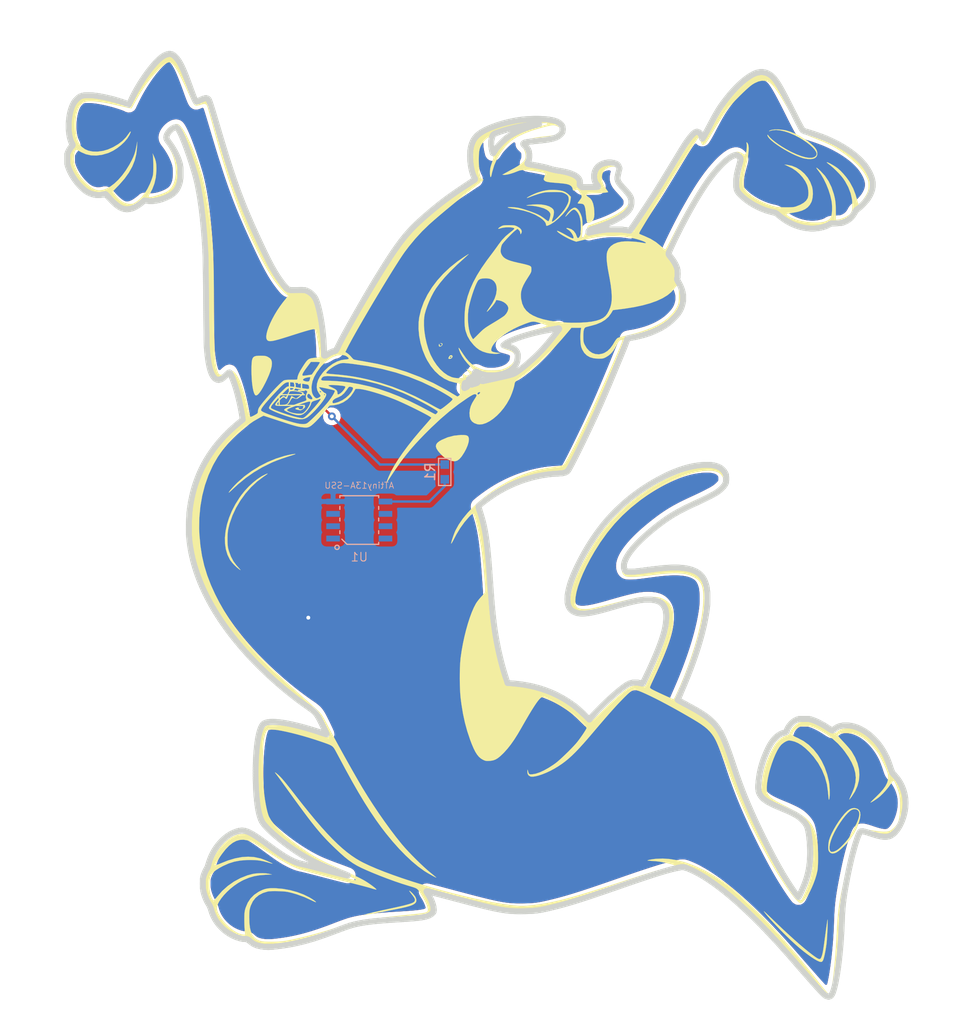
<source format=kicad_pcb>
(kicad_pcb (version 20171130) (host pcbnew "(5.0.2)-1")
  (layers (0 F.Cu signal) (31 B.Cu signal) (34 B.Paste user) (35 F.Paste user) (36 B.SilkS user) (37 F.SilkS user) (38 B.Mask user) (39 F.Mask user) (44 Edge.Cuts user))
  (net 0 "")
  (net 1 "Net-(D1-Pad2)")
  (net 2 GND)
  (net 3 "Net-(R1-Pad2)")
  (net 4 "Net-(U1-Pad8)")
  (net 5 "Net-(U1-Pad7)")
  (net 6 "Net-(U1-Pad6)")
  (net 7 "Net-(U1-Pad3)")
  (net 8 "Net-(U1-Pad2)")
  (net 9 "Net-(U1-Pad1)")
  (module LEDs:LED_0603_HandSoldering (layer F.Cu) (at 81.1 96.775)
    (fp_text reference D1 (at 0 -1.45) (layer F.SilkS))
    (fp_text value LED)
    (pad 2 smd rect (at 1.1 0) (size 1.2 0.9) (layers F.Cu F.Paste F.Mask) (net 1 "Net-(D1-Pad2)"))
    (pad 1 smd rect (at -1.1 0) (size 1.2 0.9) (layers F.Cu F.Paste F.Mask) (net 2 GND))
  )
  (module OPL_Resistor:R0603 (layer B.Cu) (at 96.35 104.175 270)
    (fp_text reference R1 (at 0 1.5 90) (layer B.SilkS) (effects (justify mirror)))
    (fp_text value R)
    (pad 1 smd rect (at -0.762 0 270) (size 0.889 0.889) (layers B.Cu B.Paste B.Mask) (net 1 "Net-(D1-Pad2)"))
    (pad 2 smd rect (at 0.762 0 270) (size 0.889 0.889) (layers B.Cu B.Paste B.Mask) (net 3 "Net-(R1-Pad2)"))
  )
  (module OPL_Integrated_Circuit:SOIC8-1.27-5X4MM (layer B.Cu) (at 87.55 109.125)
    (fp_text reference U1 (at 0 3.81) (layer B.SilkS) (effects (font (size 0.889 0.889) (thickness 0.1016)) (justify mirror)))
    (fp_text value ATtiny13A-SSU (at 0 -3.556) (layer B.SilkS) (effects (font (size 0.635 0.635) (thickness 0.0762)) (justify mirror)))
    (pad 8 smd rect (at 2.69748 1.905) (size 1.39954 0.59944) (layers B.Cu B.Paste B.Mask) (net 4 "Net-(U1-Pad8)"))
    (pad 7 smd rect (at 2.69748 0.635) (size 1.39954 0.59944) (layers B.Cu B.Paste B.Mask) (net 5 "Net-(U1-Pad7)"))
    (pad 6 smd rect (at 2.69748 -0.635) (size 1.39954 0.59944) (layers B.Cu B.Paste B.Mask) (net 6 "Net-(U1-Pad6)"))
    (pad 5 smd rect (at 2.69748 -1.905) (size 1.39954 0.59944) (layers B.Cu B.Paste B.Mask) (net 3 "Net-(R1-Pad2)"))
    (pad 4 smd rect (at -2.69748 -1.905) (size 1.39954 0.59944) (layers B.Cu B.Paste B.Mask) (net 2 GND))
    (pad 3 smd rect (at -2.69748 -0.635) (size 1.39954 0.59944) (layers B.Cu B.Paste B.Mask) (net 7 "Net-(U1-Pad3)"))
    (pad 2 smd rect (at -2.69748 0.635) (size 1.39954 0.59944) (layers B.Cu B.Paste B.Mask) (net 8 "Net-(U1-Pad2)"))
    (pad 1 smd rect (at -2.69748 1.905) (size 1.39954 0.59944) (layers B.Cu B.Paste B.Mask) (net 9 "Net-(U1-Pad1)"))
  )
  (module Sample:Scooby (layer F.Cu) (at 100.775 109.85)
    (fp_text reference G*** hide)
    (fp_text value LOGO hide)
  )
  (gr_line (start 95.160476 149.489985) (end 95.153295 149.499943) (layer Edge.Cuts) (width 0.6))
  (gr_line (start 95.195422 149.418566) (end 95.19189 149.429429) (layer Edge.Cuts) (width 0.6))
  (gr_line (start 95.205628 149.370419) (end 95.203613 149.383296) (layer Edge.Cuts) (width 0.6))
  (gr_line (start 95.167058 149.480102) (end 95.160476 149.489985) (layer Edge.Cuts) (width 0.6))
  (gr_line (start 95.173067 149.470226) (end 95.167058 149.480102) (layer Edge.Cuts) (width 0.6))
  (gr_line (start 95.20989 149.327474) (end 95.208741 149.342576) (layer Edge.Cuts) (width 0.6))
  (gr_line (start 95.183469 149.450222) (end 95.178528 149.460289) (layer Edge.Cuts) (width 0.6))
  (gr_line (start 95.212375 149.257607) (end 95.212019 149.276628) (layer Edge.Cuts) (width 0.6))
  (gr_line (start 95.187914 149.439958) (end 95.183469 149.450222) (layer Edge.Cuts) (width 0.6))
  (gr_line (start 95.208741 149.342576) (end 95.207329 149.356868) (layer Edge.Cuts) (width 0.6))
  (gr_line (start 95.211503 149.294568) (end 95.210802 149.311494) (layer Edge.Cuts) (width 0.6))
  (gr_line (start 95.19189 149.429429) (end 95.187914 149.439958) (layer Edge.Cuts) (width 0.6))
  (gr_line (start 95.212712 149.216046) (end 95.212597 149.237436) (layer Edge.Cuts) (width 0.6))
  (gr_line (start 95.212744 149.193371) (end 95.212712 149.216046) (layer Edge.Cuts) (width 0.6))
  (gr_line (start 95.153295 149.499943) (end 95.14549 149.510043) (layer Edge.Cuts) (width 0.6))
  (gr_line (start 95.178528 149.460289) (end 95.173067 149.470226) (layer Edge.Cuts) (width 0.6))
  (gr_line (start 95.203613 149.383296) (end 95.201257 149.395568) (layer Edge.Cuts) (width 0.6))
  (gr_line (start 95.212019 149.276628) (end 95.211503 149.294568) (layer Edge.Cuts) (width 0.6))
  (gr_line (start 95.207329 149.356868) (end 95.205628 149.370419) (layer Edge.Cuts) (width 0.6))
  (gr_line (start 95.210802 149.311494) (end 95.20989 149.327474) (layer Edge.Cuts) (width 0.6))
  (gr_line (start 95.201257 149.395568) (end 95.198536 149.407302) (layer Edge.Cuts) (width 0.6))
  (gr_line (start 95.14549 149.510043) (end 95.137035 149.520354) (layer Edge.Cuts) (width 0.6))
  (gr_line (start 95.212597 149.237436) (end 95.212375 149.257607) (layer Edge.Cuts) (width 0.6))
  (gr_line (start 95.107507 149.553233) (end 95.096192 149.565068) (layer Edge.Cuts) (width 0.6))
  (gr_line (start 95.118069 149.541881) (end 95.107507 149.553233) (layer Edge.Cuts) (width 0.6))
  (gr_line (start 95.127903 149.530944) (end 95.118069 149.541881) (layer Edge.Cuts) (width 0.6))
  (gr_line (start 95.198536 149.407302) (end 95.195422 149.418566) (layer Edge.Cuts) (width 0.6))
  (gr_line (start 95.137035 149.520354) (end 95.127903 149.530944) (layer Edge.Cuts) (width 0.6))
  (gr_line (start 94.600193 147.58108) (end 94.607964 147.593311) (layer Edge.Cuts) (width 0.6))
  (gr_line (start 94.483014 147.352922) (end 94.483983 147.35739) (layer Edge.Cuts) (width 0.6))
  (gr_line (start 94.533131 147.466976) (end 94.538835 147.477446) (layer Edge.Cuts) (width 0.6))
  (gr_line (start 94.51295 147.428022) (end 94.517583 147.437285) (layer Edge.Cuts) (width 0.6))
  (gr_line (start 94.837498 147.98954) (end 94.866443 148.046021) (layer Edge.Cuts) (width 0.6))
  (gr_line (start 94.487042 147.367885) (end 94.489114 147.373876) (layer Edge.Cuts) (width 0.6))
  (gr_line (start 94.643505 147.649656) (end 94.678161 147.706171) (layer Edge.Cuts) (width 0.6))
  (gr_line (start 94.538835 147.477446) (end 94.544785 147.488173) (layer Edge.Cuts) (width 0.6))
  (gr_line (start 94.483079 147.340663) (end 94.482454 147.342849) (layer Edge.Cuts) (width 0.6))
  (gr_line (start 94.487364 147.336719) (end 94.484124 147.339091) (layer Edge.Cuts) (width 0.6))
  (gr_line (start 94.776628 147.876234) (end 94.807553 147.932928) (layer Edge.Cuts) (width 0.6))
  (gr_line (start 94.744742 147.81951) (end 94.776628 147.876234) (layer Edge.Cuts) (width 0.6))
  (gr_line (start 94.494303 147.387256) (end 94.497401 147.394609) (layer Edge.Cuts) (width 0.6))
  (gr_line (start 94.517583 147.437285) (end 94.522496 147.446878) (layer Edge.Cuts) (width 0.6))
  (gr_line (start 94.508607 147.419104) (end 94.51295 147.428022) (layer Edge.Cuts) (width 0.6))
  (gr_line (start 94.592589 147.568944) (end 94.600193 147.58108) (layer Edge.Cuts) (width 0.6))
  (gr_line (start 94.711913 147.762806) (end 94.744742 147.81951) (layer Edge.Cuts) (width 0.6))
  (gr_line (start 94.491538 147.380339) (end 94.494303 147.387256) (layer Edge.Cuts) (width 0.6))
  (gr_line (start 94.492121 147.334944) (end 94.487364 147.336719) (layer Edge.Cuts) (width 0.6))
  (gr_line (start 94.544785 147.488173) (end 94.550972 147.499138) (layer Edge.Cuts) (width 0.6))
  (gr_line (start 94.485328 147.362384) (end 94.487042 147.367885) (layer Edge.Cuts) (width 0.6))
  (gr_line (start 94.585161 147.556922) (end 94.592589 147.568944) (layer Edge.Cuts) (width 0.6))
  (gr_line (start 94.550972 147.499138) (end 94.557388 147.510325) (layer Edge.Cuts) (width 0.6))
  (gr_line (start 94.482454 147.342849) (end 94.482241 147.345633) (layer Edge.Cuts) (width 0.6))
  (gr_line (start 94.577919 147.545031) (end 94.585161 147.556922) (layer Edge.Cuts) (width 0.6))
  (gr_line (start 95.059757 148.487118) (end 95.078855 148.540158) (layer Edge.Cuts) (width 0.6))
  (gr_line (start 94.89437 148.10232) (end 94.92126 148.158388) (layer Edge.Cuts) (width 0.6))
  (gr_line (start 94.522496 147.446878) (end 94.527682 147.456781) (layer Edge.Cuts) (width 0.6))
  (gr_line (start 94.48243 147.348997) (end 94.483014 147.352922) (layer Edge.Cuts) (width 0.6))
  (gr_line (start 95.21202 149.153767) (end 95.212744 149.193371) (layer Edge.Cuts) (width 0.6))
  (gr_line (start 94.497401 147.394609) (end 94.500823 147.40238) (layer Edge.Cuts) (width 0.6))
  (gr_line (start 95.12894 148.695278) (end 95.143168 148.745483) (layer Edge.Cuts) (width 0.6))
  (gr_line (start 94.807553 147.932928) (end 94.837498 147.98954) (layer Edge.Cuts) (width 0.6))
  (gr_line (start 94.483983 147.35739) (end 94.485328 147.362384) (layer Edge.Cuts) (width 0.6))
  (gr_line (start 95.20986 149.112877) (end 95.21202 149.153767) (layer Edge.Cuts) (width 0.6))
  (gr_line (start 95.206283 149.070752) (end 95.20986 149.112877) (layer Edge.Cuts) (width 0.6))
  (gr_line (start 95.201308 149.02744) (end 95.206283 149.070752) (layer Edge.Cuts) (width 0.6))
  (gr_line (start 95.194954 148.982993) (end 95.201308 149.02744) (layer Edge.Cuts) (width 0.6))
  (gr_line (start 94.607964 147.593311) (end 94.643505 147.649656) (layer Edge.Cuts) (width 0.6))
  (gr_line (start 94.557388 147.510325) (end 94.564023 147.521715) (layer Edge.Cuts) (width 0.6))
  (gr_line (start 94.504561 147.410551) (end 94.508607 147.419104) (layer Edge.Cuts) (width 0.6))
  (gr_line (start 94.995518 148.324699) (end 95.018069 148.379338) (layer Edge.Cuts) (width 0.6))
  (gr_line (start 95.187241 148.937461) (end 95.194954 148.982993) (layer Edge.Cuts) (width 0.6))
  (gr_line (start 95.178187 148.890894) (end 95.187241 148.937461) (layer Edge.Cuts) (width 0.6))
  (gr_line (start 94.678161 147.706171) (end 94.711913 147.762806) (layer Edge.Cuts) (width 0.6))
  (gr_line (start 95.16781 148.843341) (end 95.178187 148.890894) (layer Edge.Cuts) (width 0.6))
  (gr_line (start 94.482241 147.345633) (end 94.48243 147.348997) (layer Edge.Cuts) (width 0.6))
  (gr_line (start 95.156131 148.794855) (end 95.16781 148.843341) (layer Edge.Cuts) (width 0.6))
  (gr_line (start 95.143168 148.745483) (end 95.156131 148.794855) (layer Edge.Cuts) (width 0.6))
  (gr_line (start 95.113465 148.644288) (end 95.12894 148.695278) (layer Edge.Cuts) (width 0.6))
  (gr_line (start 95.096764 148.592565) (end 95.113465 148.644288) (layer Edge.Cuts) (width 0.6))
  (gr_line (start 94.527682 147.456781) (end 94.533131 147.466976) (layer Edge.Cuts) (width 0.6))
  (gr_line (start 95.078855 148.540158) (end 95.096764 148.592565) (layer Edge.Cuts) (width 0.6))
  (gr_line (start 95.039489 148.433495) (end 95.059757 148.487118) (layer Edge.Cuts) (width 0.6))
  (gr_line (start 95.018069 148.379338) (end 95.039489 148.433495) (layer Edge.Cuts) (width 0.6))
  (gr_line (start 94.57087 147.533289) (end 94.577919 147.545031) (layer Edge.Cuts) (width 0.6))
  (gr_line (start 94.971853 148.269628) (end 94.995518 148.324699) (layer Edge.Cuts) (width 0.6))
  (gr_line (start 94.484124 147.339091) (end 94.483079 147.340663) (layer Edge.Cuts) (width 0.6))
  (gr_line (start 94.500823 147.40238) (end 94.504561 147.410551) (layer Edge.Cuts) (width 0.6))
  (gr_line (start 94.947094 148.214174) (end 94.971853 148.269628) (layer Edge.Cuts) (width 0.6))
  (gr_line (start 94.92126 148.158388) (end 94.947094 148.214174) (layer Edge.Cuts) (width 0.6))
  (gr_line (start 94.564023 147.521715) (end 94.57087 147.533289) (layer Edge.Cuts) (width 0.6))
  (gr_line (start 94.866443 148.046021) (end 94.89437 148.10232) (layer Edge.Cuts) (width 0.6))
  (gr_line (start 94.489114 147.373876) (end 94.491538 147.380339) (layer Edge.Cuts) (width 0.6))
  (gr_line (start 110.671354 129.107681) (end 111.244614 129.667111) (layer Edge.Cuts) (width 0.6))
  (gr_line (start 135.67016 158.125471) (end 135.636784 158.111501) (layer Edge.Cuts) (width 0.6))
  (gr_line (start 136.111538 158.08652) (end 136.090832 158.104097) (layer Edge.Cuts) (width 0.6))
  (gr_line (start 136.464824 157.285807) (end 136.425909 157.424792) (layer Edge.Cuts) (width 0.6))
  (gr_line (start 136.617565 156.623222) (end 136.579937 156.80392) (layer Edge.Cuts) (width 0.6))
  (gr_line (start 135.702556 158.137731) (end 135.67016 158.125471) (layer Edge.Cuts) (width 0.6))
  (gr_line (start 136.002612 158.154564) (end 135.979061 158.162312) (layer Edge.Cuts) (width 0.6))
  (gr_line (start 136.541897 156.974899) (end 136.503506 157.135685) (layer Edge.Cuts) (width 0.6))
  (gr_line (start 135.822924 158.169318) (end 135.794155 158.164077) (layer Edge.Cuts) (width 0.6))
  (gr_line (start 135.764524 158.157053) (end 135.734 158.148265) (layer Edge.Cuts) (width 0.6))
  (gr_line (start 135.904346 158.174165) (end 135.87799 158.174381) (layer Edge.Cuts) (width 0.6))
  (gr_line (start 136.425909 157.424792) (end 136.386823 157.552168) (layer Edge.Cuts) (width 0.6))
  (gr_line (start 135.929957 158.172094) (end 135.904346 158.174165) (layer Edge.Cuts) (width 0.6))
  (gr_line (start 135.850859 158.172759) (end 135.822924 158.169318) (layer Edge.Cuts) (width 0.6))
  (gr_line (start 136.296982 157.796587) (end 136.279765 157.835196) (layer Edge.Cuts) (width 0.6))
  (gr_line (start 136.503506 157.135685) (end 136.464824 157.285807) (layer Edge.Cuts) (width 0.6))
  (gr_line (start 136.131763 158.066923) (end 136.111538 158.08652) (layer Edge.Cuts) (width 0.6))
  (gr_line (start 135.87799 158.174381) (end 135.850859 158.172759) (layer Edge.Cuts) (width 0.6))
  (gr_line (start 136.226698 157.937983) (end 136.208438 157.967959) (layer Edge.Cuts) (width 0.6))
  (gr_line (start 136.654722 156.433277) (end 136.617565 156.623222) (layer Edge.Cuts) (width 0.6))
  (gr_line (start 135.954852 158.168149) (end 135.929957 158.172094) (layer Edge.Cuts) (width 0.6))
  (gr_line (start 136.208438 157.967959) (end 136.189844 157.995823) (layer Edge.Cuts) (width 0.6))
  (gr_line (start 136.069616 158.119671) (end 136.047861 158.133262) (layer Edge.Cuts) (width 0.6))
  (gr_line (start 136.151536 158.045286) (end 136.131763 158.066923) (layer Edge.Cuts) (width 0.6))
  (gr_line (start 136.244652 157.905876) (end 136.226698 157.937983) (layer Edge.Cuts) (width 0.6))
  (gr_line (start 136.579937 156.80392) (end 136.541897 156.974899) (layer Edge.Cuts) (width 0.6))
  (gr_line (start 136.314011 157.755774) (end 136.296982 157.796587) (layer Edge.Cuts) (width 0.6))
  (gr_line (start 136.727385 156.027537) (end 136.691349 156.234558) (layer Edge.Cuts) (width 0.6))
  (gr_line (start 135.734 158.148265) (end 135.702556 158.137731) (layer Edge.Cuts) (width 0.6))
  (gr_line (start 136.76277 155.812687) (end 136.727385 156.027537) (layer Edge.Cuts) (width 0.6))
  (gr_line (start 136.262332 157.87162) (end 136.244652 157.905876) (layer Edge.Cuts) (width 0.6))
  (gr_line (start 136.691349 156.234558) (end 136.654722 156.433277) (layer Edge.Cuts) (width 0.6))
  (gr_line (start 98.589396 95.434133) (end 98.596373 95.430224) (layer Edge.Cuts) (width 0.6))
  (gr_line (start 98.582266 95.438033) (end 98.589396 95.434133) (layer Edge.Cuts) (width 0.6))
  (gr_line (start 98.552417 95.453389) (end 98.560058 95.449601) (layer Edge.Cuts) (width 0.6))
  (gr_line (start 98.574993 95.441916) (end 98.582266 95.438033) (layer Edge.Cuts) (width 0.6))
  (gr_line (start 135.794155 158.164077) (end 135.764524 158.157053) (layer Edge.Cuts) (width 0.6))
  (gr_line (start 136.170886 158.021593) (end 136.151536 158.045286) (layer Edge.Cuts) (width 0.6))
  (gr_line (start 135.979061 158.162312) (end 135.954852 158.168149) (layer Edge.Cuts) (width 0.6))
  (gr_line (start 136.347624 157.667461) (end 136.330882 157.712738) (layer Edge.Cuts) (width 0.6))
  (gr_line (start 136.047861 158.133262) (end 136.025536 158.144886) (layer Edge.Cuts) (width 0.6))
  (gr_line (start 136.386823 157.552168) (end 136.347624 157.667461) (layer Edge.Cuts) (width 0.6))
  (gr_line (start 98.567586 95.445774) (end 98.574993 95.441916) (layer Edge.Cuts) (width 0.6))
  (gr_line (start 136.090832 158.104097) (end 136.069616 158.119671) (layer Edge.Cuts) (width 0.6))
  (gr_line (start 98.560058 95.449601) (end 98.567586 95.445774) (layer Edge.Cuts) (width 0.6))
  (gr_line (start 136.279765 157.835196) (end 136.262332 157.87162) (layer Edge.Cuts) (width 0.6))
  (gr_line (start 98.544674 95.457131) (end 98.552417 95.453389) (layer Edge.Cuts) (width 0.6))
  (gr_line (start 111.244614 129.667111) (end 111.325214 129.563901) (layer Edge.Cuts) (width 0.6))
  (gr_line (start 136.330882 157.712738) (end 136.314011 157.755774) (layer Edge.Cuts) (width 0.6))
  (gr_line (start 136.025536 158.144886) (end 136.002612 158.154564) (layer Edge.Cuts) (width 0.6))
  (gr_line (start 136.189844 157.995823) (end 136.170886 158.021593) (layer Edge.Cuts) (width 0.6))
  (gr_line (start 137.241864 150.599331) (end 137.232037 150.871524) (layer Edge.Cuts) (width 0.6))
  (gr_line (start 137.248112 150.417305) (end 137.241864 150.599331) (layer Edge.Cuts) (width 0.6))
  (gr_line (start 137.453399 147.927896) (end 137.431925 148.081646) (layer Edge.Cuts) (width 0.6))
  (gr_line (start 137.949484 145.237021) (end 137.8998 145.47885) (layer Edge.Cuts) (width 0.6))
  (gr_line (start 137.261939 150.070106) (end 137.25478 150.241076) (layer Edge.Cuts) (width 0.6))
  (gr_line (start 138.44482 143.156611) (end 138.401987 143.315752) (layer Edge.Cuts) (width 0.6))
  (gr_line (start 137.296901 149.428075) (end 137.28707 149.58338) (layer Edge.Cuts) (width 0.6))
  (gr_line (start 138.359133 143.478512) (end 138.316346 143.644583) (layer Edge.Cuts) (width 0.6))
  (gr_line (start 137.307577 149.275342) (end 137.296901 149.428075) (layer Edge.Cuts) (width 0.6))
  (gr_line (start 138.487538 143.0014) (end 138.44482 143.156611) (layer Edge.Cuts) (width 0.6))
  (gr_line (start 138.066206 144.693156) (end 138.026467 144.873717) (layer Edge.Cuts) (width 0.6))
  (gr_line (start 136.896614 154.884448) (end 136.864428 155.125889) (layer Edge.Cuts) (width 0.6))
  (gr_line (start 137.28707 149.58338) (end 137.278013 149.741795) (layer Edge.Cuts) (width 0.6))
  (gr_line (start 136.927852 154.637541) (end 136.896614 154.884448) (layer Edge.Cuts) (width 0.6))
  (gr_line (start 137.091996 153.067772) (end 137.067709 153.337552) (layer Edge.Cuts) (width 0.6))
  (gr_line (start 137.191721 151.695946) (end 137.17487 151.971792) (layer Edge.Cuts) (width 0.6))
  (gr_line (start 137.015271 153.868749) (end 136.98724 154.129219) (layer Edge.Cuts) (width 0.6))
  (gr_line (start 137.26966 149.903859) (end 137.261939 150.070106) (layer Edge.Cuts) (width 0.6))
  (gr_line (start 137.765318 146.147787) (end 137.725112 146.353706) (layer Edge.Cuts) (width 0.6))
  (gr_line (start 138.273721 143.813653) (end 138.231348 143.985414) (layer Edge.Cuts) (width 0.6))
  (gr_line (start 137.31917 149.124646) (end 137.307577 149.275342) (layer Edge.Cuts) (width 0.6))
  (gr_line (start 137.476428 147.771346) (end 137.453399 147.927896) (layer Edge.Cuts) (width 0.6))
  (gr_line (start 137.617363 146.927805) (end 137.5855 147.10641) (layer Edge.Cuts) (width 0.6))
  (gr_line (start 137.393356 148.382898) (end 137.37612 148.531474) (layer Edge.Cuts) (width 0.6))
  (gr_line (start 137.987529 145.055109) (end 137.949484 145.237021) (layer Edge.Cuts) (width 0.6))
  (gr_line (start 137.136407 152.522208) (end 137.114915 152.795833) (layer Edge.Cuts) (width 0.6))
  (gr_line (start 137.17487 151.971792) (end 137.156412 152.24737) (layer Edge.Cuts) (width 0.6))
  (gr_line (start 137.5855 147.10641) (end 137.555546 147.279529) (layer Edge.Cuts) (width 0.6))
  (gr_line (start 137.411935 148.233135) (end 137.393356 148.382898) (layer Edge.Cuts) (width 0.6))
  (gr_line (start 137.501081 147.61146) (end 137.476428 147.771346) (layer Edge.Cuts) (width 0.6))
  (gr_line (start 137.651205 146.743178) (end 137.617363 146.927805) (layer Edge.Cuts) (width 0.6))
  (gr_line (start 138.026467 144.873717) (end 137.987529 145.055109) (layer Edge.Cuts) (width 0.6))
  (gr_line (start 138.316346 143.644583) (end 138.273721 143.813653) (layer Edge.Cuts) (width 0.6))
  (gr_line (start 137.807788 145.933696) (end 137.765318 146.147787) (layer Edge.Cuts) (width 0.6))
  (gr_line (start 137.156412 152.24737) (end 137.136407 152.522208) (layer Edge.Cuts) (width 0.6))
  (gr_line (start 137.278013 149.741795) (end 137.26966 149.903859) (layer Edge.Cuts) (width 0.6))
  (gr_line (start 137.33175 148.975448) (end 137.31917 149.124646) (layer Edge.Cuts) (width 0.6))
  (gr_line (start 137.345387 148.827212) (end 137.33175 148.975448) (layer Edge.Cuts) (width 0.6))
  (gr_line (start 137.687098 146.55199) (end 137.651205 146.743178) (layer Edge.Cuts) (width 0.6))
  (gr_line (start 138.106655 144.513735) (end 138.066206 144.693156) (layer Edge.Cuts) (width 0.6))
  (gr_line (start 138.189318 144.159554) (end 138.147723 144.335764) (layer Edge.Cuts) (width 0.6))
  (gr_line (start 137.042114 153.604702) (end 137.015271 153.868749) (layer Edge.Cuts) (width 0.6))
  (gr_line (start 137.206906 151.420304) (end 137.191721 151.695946) (layer Edge.Cuts) (width 0.6))
  (gr_line (start 138.231348 143.985414) (end 138.189318 144.159554) (layer Edge.Cuts) (width 0.6))
  (gr_line (start 137.360153 148.679399) (end 137.345387 148.827212) (layer Edge.Cuts) (width 0.6))
  (gr_line (start 137.37612 148.531474) (end 137.360153 148.679399) (layer Edge.Cuts) (width 0.6))
  (gr_line (start 138.401987 143.315752) (end 138.359133 143.478512) (layer Edge.Cuts) (width 0.6))
  (gr_line (start 137.52743 147.4477) (end 137.501081 147.61146) (layer Edge.Cuts) (width 0.6))
  (gr_line (start 138.147723 144.335764) (end 138.106655 144.513735) (layer Edge.Cuts) (width 0.6))
  (gr_line (start 137.8998 145.47885) (end 137.852591 145.710896) (layer Edge.Cuts) (width 0.6))
  (gr_line (start 137.232037 150.871524) (end 137.220365 151.145339) (layer Edge.Cuts) (width 0.6))
  (gr_line (start 136.797446 155.590481) (end 136.76277 155.812687) (layer Edge.Cuts) (width 0.6))
  (gr_line (start 137.25478 150.241076) (end 137.248112 150.417305) (layer Edge.Cuts) (width 0.6))
  (gr_line (start 136.831352 155.361391) (end 136.797446 155.590481) (layer Edge.Cuts) (width 0.6))
  (gr_line (start 136.864428 155.125889) (end 136.831352 155.361391) (layer Edge.Cuts) (width 0.6))
  (gr_line (start 137.431925 148.081646) (end 137.411935 148.233135) (layer Edge.Cuts) (width 0.6))
  (gr_line (start 136.95808 154.385641) (end 136.927852 154.637541) (layer Edge.Cuts) (width 0.6))
  (gr_line (start 137.725112 146.353706) (end 137.687098 146.55199) (layer Edge.Cuts) (width 0.6))
  (gr_line (start 136.98724 154.129219) (end 136.95808 154.385641) (layer Edge.Cuts) (width 0.6))
  (gr_line (start 137.067709 153.337552) (end 137.042114 153.604702) (layer Edge.Cuts) (width 0.6))
  (gr_line (start 137.852591 145.710896) (end 137.807788 145.933696) (layer Edge.Cuts) (width 0.6))
  (gr_line (start 137.114915 152.795833) (end 137.091996 153.067772) (layer Edge.Cuts) (width 0.6))
  (gr_line (start 137.555546 147.279529) (end 137.52743 147.4477) (layer Edge.Cuts) (width 0.6))
  (gr_line (start 137.220365 151.145339) (end 137.206906 151.420304) (layer Edge.Cuts) (width 0.6))
  (gr_line (start 138.990816 141.482277) (end 138.957916 141.558199) (layer Edge.Cuts) (width 0.6))
  (gr_line (start 139.143955 141.22127) (end 139.132544 141.232901) (layer Edge.Cuts) (width 0.6))
  (gr_line (start 140.458239 141.47353) (end 140.330171 141.431399) (layer Edge.Cuts) (width 0.6))
  (gr_line (start 139.273119 141.165526) (end 139.252685 141.16878) (layer Edge.Cuts) (width 0.6))
  (gr_line (start 139.215818 141.178517) (end 139.199255 141.184983) (layer Edge.Cuts) (width 0.6))
  (gr_line (start 139.169545 141.20106) (end 139.156267 141.210653) (layer Edge.Cuts) (width 0.6))
  (gr_line (start 139.233607 141.173113) (end 139.215818 141.178517) (layer Edge.Cuts) (width 0.6))
  (gr_line (start 139.252685 141.16878) (end 139.233607 141.173113) (layer Edge.Cuts) (width 0.6))
  (gr_line (start 139.343202 141.162338) (end 139.318312 141.162296) (layer Edge.Cuts) (width 0.6))
  (gr_line (start 139.39789 141.165785) (end 139.369706 141.163498) (layer Edge.Cuts) (width 0.6))
  (gr_line (start 139.493173 141.179498) (end 139.459559 141.173775) (layer Edge.Cuts) (width 0.6))
  (gr_line (start 139.890794 141.284509) (end 139.837381 141.267972) (layer Edge.Cuts) (width 0.6))
  (gr_line (start 141.129156 141.659427) (end 141.028121 141.636439) (layer Edge.Cuts) (width 0.6))
  (gr_line (start 140.066438 141.341644) (end 140.005257 141.321335) (layer Edge.Cuts) (width 0.6))
  (gr_line (start 140.130339 141.36323) (end 140.066438 141.341644) (layer Edge.Cuts) (width 0.6))
  (gr_line (start 140.922991 141.610244) (end 140.813602 141.58085) (layer Edge.Cuts) (width 0.6))
  (gr_line (start 139.528727 141.186384) (end 139.493173 141.179498) (layer Edge.Cuts) (width 0.6))
  (gr_line (start 139.647679 141.214123) (end 139.605915 141.203688) (layer Edge.Cuts) (width 0.6))
  (gr_line (start 139.837381 141.267972) (end 139.786429 141.252675) (layer Edge.Cuts) (width 0.6))
  (gr_line (start 138.851753 141.832475) (end 138.814183 141.938372) (layer Edge.Cuts) (width 0.6))
  (gr_line (start 139.566286 141.194445) (end 139.528727 141.186384) (layer Edge.Cuts) (width 0.6))
  (gr_line (start 139.691643 141.22576) (end 139.647679 141.214123) (layer Edge.Cuts) (width 0.6))
  (gr_line (start 139.946731 141.302293) (end 139.890794 141.284509) (layer Edge.Cuts) (width 0.6))
  (gr_line (start 138.888292 141.733607) (end 138.851753 141.832475) (layer Edge.Cuts) (width 0.6))
  (gr_line (start 139.737871 141.238607) (end 139.691643 141.22576) (layer Edge.Cuts) (width 0.6))
  (gr_line (start 140.69979 141.548261) (end 140.58139 141.512486) (layer Edge.Cuts) (width 0.6))
  (gr_line (start 139.605915 141.203688) (end 139.566286 141.194445) (layer Edge.Cuts) (width 0.6))
  (gr_line (start 140.813602 141.58085) (end 140.69979 141.548261) (layer Edge.Cuts) (width 0.6))
  (gr_line (start 139.42782 141.169207) (end 139.39789 141.165785) (layer Edge.Cuts) (width 0.6))
  (gr_line (start 138.814183 141.938372) (end 138.775675 142.050988) (layer Edge.Cuts) (width 0.6))
  (gr_line (start 139.10754 141.264379) (end 139.080774 141.305366) (layer Edge.Cuts) (width 0.6))
  (gr_line (start 141.495633 141.719189) (end 141.409335 141.70909) (layer Edge.Cuts) (width 0.6))
  (gr_line (start 139.459559 141.173775) (end 139.42782 141.169207) (layer Edge.Cuts) (width 0.6))
  (gr_line (start 140.197024 141.386101) (end 140.130339 141.36323) (layer Edge.Cuts) (width 0.6))
  (gr_line (start 140.58139 141.512486) (end 140.458239 141.47353) (layer Edge.Cuts) (width 0.6))
  (gr_line (start 138.53005 142.850428) (end 138.487538 143.0014) (layer Edge.Cuts) (width 0.6))
  (gr_line (start 138.572265 142.704007) (end 138.53005 142.850428) (layer Edge.Cuts) (width 0.6))
  (gr_line (start 138.614091 142.562444) (end 138.572265 142.704007) (layer Edge.Cuts) (width 0.6))
  (gr_line (start 138.655437 142.426051) (end 138.614091 142.562444) (layer Edge.Cuts) (width 0.6))
  (gr_line (start 139.052337 141.355551) (end 139.02232 141.414625) (layer Edge.Cuts) (width 0.6))
  (gr_line (start 141.319599 141.695759) (end 141.226261 141.679203) (layer Edge.Cuts) (width 0.6))
  (gr_line (start 139.183852 141.1925) (end 139.169545 141.20106) (layer Edge.Cuts) (width 0.6))
  (gr_line (start 139.369706 141.163498) (end 139.343202 141.162338) (layer Edge.Cuts) (width 0.6))
  (gr_line (start 138.736321 142.170013) (end 138.696211 142.295138) (layer Edge.Cuts) (width 0.6))
  (gr_line (start 141.735542 141.730031) (end 141.658573 141.729666) (layer Edge.Cuts) (width 0.6))
  (gr_line (start 138.957916 141.558199) (end 138.923711 141.642079) (layer Edge.Cuts) (width 0.6))
  (gr_line (start 140.330171 141.431399) (end 140.197024 141.386101) (layer Edge.Cuts) (width 0.6))
  (gr_line (start 139.294973 141.163362) (end 139.273119 141.165526) (layer Edge.Cuts) (width 0.6))
  (gr_line (start 141.028121 141.636439) (end 140.922991 141.610244) (layer Edge.Cuts) (width 0.6))
  (gr_line (start 139.786429 141.252675) (end 139.737871 141.238607) (layer Edge.Cuts) (width 0.6))
  (gr_line (start 140.005257 141.321335) (end 139.946731 141.302293) (layer Edge.Cuts) (width 0.6))
  (gr_line (start 141.658573 141.729666) (end 141.578658 141.72605) (layer Edge.Cuts) (width 0.6))
  (gr_line (start 139.02232 141.414625) (end 138.990816 141.482277) (layer Edge.Cuts) (width 0.6))
  (gr_line (start 141.226261 141.679203) (end 141.129156 141.659427) (layer Edge.Cuts) (width 0.6))
  (gr_line (start 139.080774 141.305366) (end 139.052337 141.355551) (layer Edge.Cuts) (width 0.6))
  (gr_line (start 139.132544 141.232901) (end 139.10754 141.264379) (layer Edge.Cuts) (width 0.6))
  (gr_line (start 139.156267 141.210653) (end 139.143955 141.22127) (layer Edge.Cuts) (width 0.6))
  (gr_line (start 139.199255 141.184983) (end 139.183852 141.1925) (layer Edge.Cuts) (width 0.6))
  (gr_line (start 139.318312 141.162296) (end 139.294973 141.163362) (layer Edge.Cuts) (width 0.6))
  (gr_line (start 141.409335 141.70909) (end 141.319599 141.695759) (layer Edge.Cuts) (width 0.6))
  (gr_line (start 141.578658 141.72605) (end 141.495633 141.719189) (layer Edge.Cuts) (width 0.6))
  (gr_line (start 138.696211 142.295138) (end 138.655437 142.426051) (layer Edge.Cuts) (width 0.6))
  (gr_line (start 138.775675 142.050988) (end 138.736321 142.170013) (layer Edge.Cuts) (width 0.6))
  (gr_line (start 138.923711 141.642079) (end 138.888292 141.733607) (layer Edge.Cuts) (width 0.6))
  (gr_line (start 142.808085 141.169405) (end 142.754776 141.230225) (layer Edge.Cuts) (width 0.6))
  (gr_line (start 143.565316 139.730702) (end 143.534986 139.823656) (layer Edge.Cuts) (width 0.6))
  (gr_line (start 143.692461 139.252121) (end 143.67041 139.349412) (layer Edge.Cuts) (width 0.6))
  (gr_line (start 143.69132 137.281229) (end 143.716672 137.393637) (layer Edge.Cuts) (width 0.6))
  (gr_line (start 143.758132 137.620436) (end 143.774186 137.734667) (layer Edge.Cuts) (width 0.6))
  (gr_line (start 143.594057 139.63672) (end 143.565316 139.730702) (layer Edge.Cuts) (width 0.6))
  (gr_line (start 143.646636 139.445996) (end 143.621174 139.541792) (layer Edge.Cuts) (width 0.6))
  (gr_line (start 143.712759 139.154202) (end 143.692461 139.252121) (layer Edge.Cuts) (width 0.6))
  (gr_line (start 143.731269 139.055735) (end 143.712759 139.154202) (layer Edge.Cuts) (width 0.6))
  (gr_line (start 143.806586 138.195282) (end 143.806597 138.310961) (layer Edge.Cuts) (width 0.6))
  (gr_line (start 143.796803 137.964396) (end 143.803313 138.079734) (layer Edge.Cuts) (width 0.6))
  (gr_line (start 143.738952 137.506733) (end 143.758132 137.620436) (layer Edge.Cuts) (width 0.6))
  (gr_line (start 143.716672 137.393637) (end 143.738952 137.506733) (layer Edge.Cuts) (width 0.6))
  (gr_line (start 143.597105 136.948924) (end 143.631509 137.058793) (layer Edge.Cuts) (width 0.6))
  (gr_line (start 142.961902 140.972484) (end 142.911681 141.040455) (layer Edge.Cuts) (width 0.6))
  (gr_line (start 142.648325 141.341023) (end 142.595828 141.390192) (layer Edge.Cuts) (width 0.6))
  (gr_line (start 143.434787 140.095559) (end 143.398428 140.183607) (layer Edge.Cuts) (width 0.6))
  (gr_line (start 141.809731 141.727138) (end 141.735542 141.730031) (layer Edge.Cuts) (width 0.6))
  (gr_line (start 143.519436 136.732284) (end 143.559738 136.840061) (layer Edge.Cuts) (width 0.6))
  (gr_line (start 143.775744 138.757843) (end 143.762794 138.857475) (layer Edge.Cuts) (width 0.6))
  (gr_line (start 143.195916 140.60086) (end 143.151502 140.679154) (layer Edge.Cuts) (width 0.6))
  (gr_line (start 142.595828 141.390192) (end 142.542849 141.436014) (layer Edge.Cuts) (width 0.6))
  (gr_line (start 141.881303 141.720982) (end 141.809731 141.727138) (layer Edge.Cuts) (width 0.6))
  (gr_line (start 141.950422 141.711555) (end 141.881303 141.720982) (layer Edge.Cuts) (width 0.6))
  (gr_line (start 142.434788 141.517643) (end 142.379378 141.553462) (layer Edge.Cuts) (width 0.6))
  (gr_line (start 143.747958 138.956799) (end 143.731269 139.055735) (layer Edge.Cuts) (width 0.6))
  (gr_line (start 142.322829 141.58596) (end 142.264976 141.615143) (layer Edge.Cuts) (width 0.6))
  (gr_line (start 142.911681 141.040455) (end 142.860398 141.106122) (layer Edge.Cuts) (width 0.6))
  (gr_line (start 142.144706 141.663589) (end 142.081959 141.682865) (layer Edge.Cuts) (width 0.6))
  (gr_line (start 143.360644 140.270229) (end 143.321467 140.355345) (layer Edge.Cuts) (width 0.6))
  (gr_line (start 142.017253 141.698852) (end 141.950422 141.711555) (layer Edge.Cuts) (width 0.6))
  (gr_line (start 142.081959 141.682865) (end 142.017253 141.698852) (layer Edge.Cuts) (width 0.6))
  (gr_line (start 143.398428 140.183607) (end 143.360644 140.270229) (layer Edge.Cuts) (width 0.6))
  (gr_line (start 142.489223 141.478496) (end 142.434788 141.517643) (layer Edge.Cuts) (width 0.6))
  (gr_line (start 143.011027 140.902288) (end 142.961902 140.972484) (layer Edge.Cuts) (width 0.6))
  (gr_line (start 143.059024 140.829948) (end 143.011027 140.902288) (layer Edge.Cuts) (width 0.6))
  (gr_line (start 143.321467 140.355345) (end 143.280932 140.438875) (layer Edge.Cuts) (width 0.6))
  (gr_line (start 143.67041 139.349412) (end 143.646636 139.445996) (layer Edge.Cuts) (width 0.6))
  (gr_line (start 143.239071 140.52074) (end 143.195916 140.60086) (layer Edge.Cuts) (width 0.6))
  (gr_line (start 143.762794 138.857475) (end 143.747958 138.956799) (layer Edge.Cuts) (width 0.6))
  (gr_line (start 143.796718 138.54239) (end 143.786774 138.657981) (layer Edge.Cuts) (width 0.6))
  (gr_line (start 143.787085 137.849347) (end 143.796803 137.964396) (layer Edge.Cuts) (width 0.6))
  (gr_line (start 143.559738 136.840061) (end 143.597105 136.948924) (layer Edge.Cuts) (width 0.6))
  (gr_line (start 142.264976 141.615143) (end 142.205657 141.641017) (layer Edge.Cuts) (width 0.6))
  (gr_line (start 143.10586 140.755543) (end 143.059024 140.829948) (layer Edge.Cuts) (width 0.6))
  (gr_line (start 143.151502 140.679154) (end 143.10586 140.755543) (layer Edge.Cuts) (width 0.6))
  (gr_line (start 143.806597 138.310961) (end 143.803316 138.42669) (layer Edge.Cuts) (width 0.6))
  (gr_line (start 143.662923 137.169588) (end 143.69132 137.281229) (layer Edge.Cuts) (width 0.6))
  (gr_line (start 143.280932 140.438875) (end 143.239071 140.52074) (layer Edge.Cuts) (width 0.6))
  (gr_line (start 143.503099 139.915503) (end 143.469689 140.006164) (layer Edge.Cuts) (width 0.6))
  (gr_line (start 143.786774 138.657981) (end 143.775744 138.757843) (layer Edge.Cuts) (width 0.6))
  (gr_line (start 142.860398 141.106122) (end 142.808085 141.169405) (layer Edge.Cuts) (width 0.6))
  (gr_line (start 142.205657 141.641017) (end 142.144706 141.663589) (layer Edge.Cuts) (width 0.6))
  (gr_line (start 142.379378 141.553462) (end 142.322829 141.58596) (layer Edge.Cuts) (width 0.6))
  (gr_line (start 143.621174 139.541792) (end 143.594057 139.63672) (layer Edge.Cuts) (width 0.6))
  (gr_line (start 143.803316 138.42669) (end 143.796718 138.54239) (layer Edge.Cuts) (width 0.6))
  (gr_line (start 143.803313 138.079734) (end 143.806586 138.195282) (layer Edge.Cuts) (width 0.6))
  (gr_line (start 143.774186 137.734667) (end 143.787085 137.849347) (layer Edge.Cuts) (width 0.6))
  (gr_line (start 143.631509 137.058793) (end 143.662923 137.169588) (layer Edge.Cuts) (width 0.6))
  (gr_line (start 142.542849 141.436014) (end 142.489223 141.478496) (layer Edge.Cuts) (width 0.6))
  (gr_line (start 143.469689 140.006164) (end 143.434787 140.095559) (layer Edge.Cuts) (width 0.6))
  (gr_line (start 142.700504 141.288501) (end 142.648325 141.341023) (layer Edge.Cuts) (width 0.6))
  (gr_line (start 143.534986 139.823656) (end 143.503099 139.915503) (layer Edge.Cuts) (width 0.6))
  (gr_line (start 142.754776 141.230225) (end 142.700504 141.288501) (layer Edge.Cuts) (width 0.6))
  (gr_line (start 142.599955 135.316294) (end 142.619491 135.337087) (layer Edge.Cuts) (width 0.6))
  (gr_line (start 142.517603 135.222204) (end 142.532298 135.240232) (layer Edge.Cuts) (width 0.6))
  (gr_line (start 142.053409 134.047326) (end 142.066977 134.083674) (layer Edge.Cuts) (width 0.6))
  (gr_line (start 142.284451 134.714914) (end 142.299137 134.758414) (layer Edge.Cuts) (width 0.6))
  (gr_line (start 142.581548 135.29637) (end 142.599955 135.316294) (layer Edge.Cuts) (width 0.6))
  (gr_line (start 142.093889 134.156709) (end 142.107178 134.193255) (layer Edge.Cuts) (width 0.6))
  (gr_line (start 142.547801 135.258496) (end 142.56419 135.277157) (layer Edge.Cuts) (width 0.6))
  (gr_line (start 142.120319 134.229724) (end 142.133285 134.266044) (layer Edge.Cuts) (width 0.6))
  (gr_line (start 142.49031 135.18623) (end 142.503634 135.204256) (layer Edge.Cuts) (width 0.6))
  (gr_line (start 142.08048 134.120159) (end 142.093889 134.156709) (layer Edge.Cuts) (width 0.6))
  (gr_line (start 142.20587 134.476864) (end 142.216844 134.510151) (layer Edge.Cuts) (width 0.6))
  (gr_line (start 142.503634 135.204256) (end 142.517603 135.222204) (layer Edge.Cuts) (width 0.6))
  (gr_line (start 142.351434 134.906381) (end 142.363299 134.937653) (layer Edge.Cuts) (width 0.6))
  (gr_line (start 142.816782 135.552567) (end 142.89018 135.641114) (layer Edge.Cuts) (width 0.6))
  (gr_line (start 142.430555 135.089405) (end 142.44186 135.110189) (layer Edge.Cuts) (width 0.6))
  (gr_line (start 141.985536 133.870148) (end 141.999023 133.904738) (layer Edge.Cuts) (width 0.6))
  (gr_line (start 142.453407 135.130105) (end 142.465278 135.149313) (layer Edge.Cuts) (width 0.6))
  (gr_line (start 142.397288 135.020272) (end 142.408349 135.044604) (layer Edge.Cuts) (width 0.6))
  (gr_line (start 142.386146 134.994441) (end 142.397288 135.020272) (layer Edge.Cuts) (width 0.6))
  (gr_line (start 142.146048 134.302146) (end 142.158582 134.337956) (layer Edge.Cuts) (width 0.6))
  (gr_line (start 143.094617 135.91868) (end 143.157419 136.01491) (layer Edge.Cuts) (width 0.6))
  (gr_line (start 142.740805 135.466139) (end 142.816782 135.552567) (layer Edge.Cuts) (width 0.6))
  (gr_line (start 142.26896 134.668496) (end 142.284451 134.714914) (layer Edge.Cuts) (width 0.6))
  (gr_line (start 143.217505 136.112863) (end 143.274847 136.212458) (layer Edge.Cuts) (width 0.6))
  (gr_line (start 143.029124 135.82425) (end 143.094617 135.91868) (layer Edge.Cuts) (width 0.6))
  (gr_line (start 142.477552 135.167968) (end 142.49031 135.18623) (layer Edge.Cuts) (width 0.6))
  (gr_line (start 141.999023 133.904738) (end 142.012582 133.939822) (layer Edge.Cuts) (width 0.6))
  (gr_line (start 142.419411 135.067596) (end 142.430555 135.089405) (layer Edge.Cuts) (width 0.6))
  (gr_line (start 142.408349 135.044604) (end 142.419411 135.067596) (layer Edge.Cuts) (width 0.6))
  (gr_line (start 142.374843 134.966954) (end 142.386146 134.994441) (layer Edge.Cuts) (width 0.6))
  (gr_line (start 142.313097 134.799152) (end 142.326413 134.837288) (layer Edge.Cuts) (width 0.6))
  (gr_line (start 142.252582 134.619001) (end 142.26896 134.668496) (layer Edge.Cuts) (width 0.6))
  (gr_line (start 142.133285 134.266044) (end 142.146048 134.302146) (layer Edge.Cuts) (width 0.6))
  (gr_line (start 142.026184 133.975329) (end 142.039802 134.011188) (layer Edge.Cuts) (width 0.6))
  (gr_line (start 143.476225 136.625671) (end 143.519436 136.732284) (layer Edge.Cuts) (width 0.6))
  (gr_line (start 142.960969 135.731702) (end 143.029124 135.82425) (layer Edge.Cuts) (width 0.6))
  (gr_line (start 142.532298 135.240232) (end 142.547801 135.258496) (layer Edge.Cuts) (width 0.6))
  (gr_line (start 142.194529 134.44293) (end 142.20587 134.476864) (layer Edge.Cuts) (width 0.6))
  (gr_line (start 142.170858 134.373405) (end 142.18285 134.40842) (layer Edge.Cuts) (width 0.6))
  (gr_line (start 142.012582 133.939822) (end 142.026184 133.975329) (layer Edge.Cuts) (width 0.6))
  (gr_line (start 142.066977 134.083674) (end 142.08048 134.120159) (layer Edge.Cuts) (width 0.6))
  (gr_line (start 142.662274 135.381911) (end 142.740805 135.466139) (layer Edge.Cuts) (width 0.6))
  (gr_line (start 142.465278 135.149313) (end 142.477552 135.167968) (layer Edge.Cuts) (width 0.6))
  (gr_line (start 142.158582 134.337956) (end 142.170858 134.373405) (layer Edge.Cuts) (width 0.6))
  (gr_line (start 142.235237 134.566272) (end 142.252582 134.619001) (layer Edge.Cuts) (width 0.6))
  (gr_line (start 142.18285 134.40842) (end 142.194529 134.44293) (layer Edge.Cuts) (width 0.6))
  (gr_line (start 142.107178 134.193255) (end 142.120319 134.229724) (layer Edge.Cuts) (width 0.6))
  (gr_line (start 141.972146 133.836123) (end 141.985536 133.870148) (layer Edge.Cuts) (width 0.6))
  (gr_line (start 142.039802 134.011188) (end 142.053409 134.047326) (layer Edge.Cuts) (width 0.6))
  (gr_line (start 142.640237 135.358907) (end 142.662274 135.381911) (layer Edge.Cuts) (width 0.6))
  (gr_line (start 142.44186 135.110189) (end 142.453407 135.130105) (layer Edge.Cuts) (width 0.6))
  (gr_line (start 142.326413 134.837288) (end 142.339165 134.872978) (layer Edge.Cuts) (width 0.6))
  (gr_line (start 143.430133 136.520302) (end 143.476225 136.625671) (layer Edge.Cuts) (width 0.6))
  (gr_line (start 143.381188 136.416257) (end 143.430133 136.520302) (layer Edge.Cuts) (width 0.6))
  (gr_line (start 142.363299 134.937653) (end 142.374843 134.966954) (layer Edge.Cuts) (width 0.6))
  (gr_line (start 142.299137 134.758414) (end 142.313097 134.799152) (layer Edge.Cuts) (width 0.6))
  (gr_line (start 143.329417 136.313616) (end 143.381188 136.416257) (layer Edge.Cuts) (width 0.6))
  (gr_line (start 142.56419 135.277157) (end 142.581548 135.29637) (layer Edge.Cuts) (width 0.6))
  (gr_line (start 143.274847 136.212458) (end 143.329417 136.313616) (layer Edge.Cuts) (width 0.6))
  (gr_line (start 143.157419 136.01491) (end 143.217505 136.112863) (layer Edge.Cuts) (width 0.6))
  (gr_line (start 142.89018 135.641114) (end 142.960969 135.731702) (layer Edge.Cuts) (width 0.6))
  (gr_line (start 142.619491 135.337087) (end 142.640237 135.358907) (layer Edge.Cuts) (width 0.6))
  (gr_line (start 142.216844 134.510151) (end 142.235237 134.566272) (layer Edge.Cuts) (width 0.6))
  (gr_line (start 142.339165 134.872978) (end 142.351434 134.906381) (layer Edge.Cuts) (width 0.6))
  (gr_line (start 105.459468 89.905667) (end 105.278767 89.952581) (layer Edge.Cuts) (width 0.6))
  (gr_line (start 106.950888 89.581908) (end 106.76301 89.616402) (layer Edge.Cuts) (width 0.6))
  (gr_line (start 107.606054 89.471447) (end 107.54122 89.482081) (layer Edge.Cuts) (width 0.6))
  (gr_line (start 107.666049 89.461719) (end 107.606054 89.471447) (layer Edge.Cuts) (width 0.6))
  (gr_line (start 103.653855 90.464535) (end 103.516654 90.517741) (layer Edge.Cuts) (width 0.6))
  (gr_line (start 107.471369 89.493637) (end 107.396321 89.506133) (layer Edge.Cuts) (width 0.6))
  (gr_line (start 103.195191 91.364024) (end 103.220723 91.373403) (layer Edge.Cuts) (width 0.6))
  (gr_line (start 104.582635 90.150087) (end 104.416879 90.201409) (layer Edge.Cuts) (width 0.6))
  (gr_line (start 108.017758 89.412073) (end 107.993267 89.414425) (layer Edge.Cuts) (width 0.6))
  (gr_line (start 102.828309 90.832367) (end 102.739066 90.883074) (layer Edge.Cuts) (width 0.6))
  (gr_line (start 104.416879 90.201409) (end 104.255078 90.253303) (layer Edge.Cuts) (width 0.6))
  (gr_line (start 102.645674 91.198461) (end 102.699651 91.21349) (layer Edge.Cuts) (width 0.6))
  (gr_line (start 102.585317 90.982074) (end 102.521454 91.030161) (layer Edge.Cuts) (width 0.6))
  (gr_line (start 105.278767 89.952581) (end 105.100411 90.000584) (layer Edge.Cuts) (width 0.6))
  (gr_line (start 106.199288 89.730954) (end 106.012424 89.772484) (layer Edge.Cuts) (width 0.6))
  (gr_line (start 107.721384 89.452878) (end 107.666049 89.461719) (layer Edge.Cuts) (width 0.6))
  (gr_line (start 102.739066 90.883074) (end 102.657961 90.93301) (layer Edge.Cuts) (width 0.6))
  (gr_line (start 107.229923 89.534013) (end 107.138214 89.549431) (layer Edge.Cuts) (width 0.6))
  (gr_line (start 104.097553 90.305666) (end 103.944626 90.358395) (layer Edge.Cuts) (width 0.6))
  (gr_line (start 103.220723 91.373403) (end 103.244924 91.382647) (layer Edge.Cuts) (width 0.6))
  (gr_line (start 107.993267 89.414425) (end 107.965546 89.417528) (layer Edge.Cuts) (width 0.6))
  (gr_line (start 103.141652 90.676661) (end 103.029924 90.729058) (layer Edge.Cuts) (width 0.6))
  (gr_line (start 107.965546 89.417528) (end 107.934417 89.4214) (layer Edge.Cuts) (width 0.6))
  (gr_line (start 107.772238 89.444909) (end 107.721384 89.452878) (layer Edge.Cuts) (width 0.6))
  (gr_line (start 107.818789 89.437794) (end 107.772238 89.444909) (layer Edge.Cuts) (width 0.6))
  (gr_line (start 103.077887 91.324434) (end 103.109676 91.334714) (layer Edge.Cuts) (width 0.6))
  (gr_line (start 106.012424 89.772484) (end 105.826618 89.815515) (layer Edge.Cuts) (width 0.6))
  (gr_line (start 102.846119 91.254907) (end 102.890099 91.267608) (layer Edge.Cuts) (width 0.6))
  (gr_line (start 102.699651 91.21349) (end 102.750988 91.227884) (layer Edge.Cuts) (width 0.6))
  (gr_line (start 102.925369 90.780994) (end 102.828309 90.832367) (layer Edge.Cuts) (width 0.6))
  (gr_line (start 103.79662 90.411385) (end 103.653855 90.464535) (layer Edge.Cuts) (width 0.6))
  (gr_line (start 103.944626 90.358395) (end 103.79662 90.411385) (layer Edge.Cuts) (width 0.6))
  (gr_line (start 104.255078 90.253303) (end 104.097553 90.305666) (layer Edge.Cuts) (width 0.6))
  (gr_line (start 105.642192 89.859944) (end 105.459468 89.905667) (layer Edge.Cuts) (width 0.6))
  (gr_line (start 103.168235 91.354473) (end 103.195191 91.364024) (layer Edge.Cuts) (width 0.6))
  (gr_line (start 103.139761 91.344715) (end 103.168235 91.354473) (layer Edge.Cuts) (width 0.6))
  (gr_line (start 103.109676 91.334714) (end 103.139761 91.344715) (layer Edge.Cuts) (width 0.6))
  (gr_line (start 104.752023 90.099439) (end 104.582635 90.150087) (layer Edge.Cuts) (width 0.6))
  (gr_line (start 103.260231 90.623907) (end 103.141652 90.676661) (layer Edge.Cuts) (width 0.6))
  (gr_line (start 105.826618 89.815515) (end 105.642192 89.859944) (layer Edge.Cuts) (width 0.6))
  (gr_line (start 107.934417 89.4214) (end 107.8997 89.426056) (layer Edge.Cuts) (width 0.6))
  (gr_line (start 103.044299 91.31384) (end 103.077887 91.324434) (layer Edge.Cuts) (width 0.6))
  (gr_line (start 103.00882 91.302897) (end 103.044299 91.31384) (layer Edge.Cuts) (width 0.6))
  (gr_line (start 102.971356 91.291567) (end 103.00882 91.302897) (layer Edge.Cuts) (width 0.6))
  (gr_line (start 103.516654 90.517741) (end 103.385339 90.570899) (layer Edge.Cuts) (width 0.6))
  (gr_line (start 107.396321 89.506133) (end 107.315899 89.519586) (layer Edge.Cuts) (width 0.6))
  (gr_line (start 104.924723 90.049571) (end 104.752023 90.099439) (layer Edge.Cuts) (width 0.6))
  (gr_line (start 106.386889 89.691029) (end 106.199288 89.730954) (layer Edge.Cuts) (width 0.6))
  (gr_line (start 102.79978 91.241678) (end 102.846119 91.254907) (layer Edge.Cuts) (width 0.6))
  (gr_line (start 107.138214 89.549431) (end 106.950888 89.581908) (layer Edge.Cuts) (width 0.6))
  (gr_line (start 106.76301 89.616402) (end 106.574903 89.65281) (layer Edge.Cuts) (width 0.6))
  (gr_line (start 102.931814 91.279816) (end 102.971356 91.291567) (layer Edge.Cuts) (width 0.6))
  (gr_line (start 107.315899 89.519586) (end 107.229923 89.534013) (layer Edge.Cuts) (width 0.6))
  (gr_line (start 107.54122 89.482081) (end 107.471369 89.493637) (layer Edge.Cuts) (width 0.6))
  (gr_line (start 102.890099 91.267608) (end 102.931814 91.279816) (layer Edge.Cuts) (width 0.6))
  (gr_line (start 107.861217 89.431515) (end 107.818789 89.437794) (layer Edge.Cuts) (width 0.6))
  (gr_line (start 102.750988 91.227884) (end 102.79978 91.241678) (layer Edge.Cuts) (width 0.6))
  (gr_line (start 99.697884 94.988691) (end 99.697884 94.988691) (layer Edge.Cuts) (width 0.6))
  (gr_line (start 102.657961 90.93301) (end 102.585317 90.982074) (layer Edge.Cuts) (width 0.6))
  (gr_line (start 105.100411 90.000584) (end 104.924723 90.049571) (layer Edge.Cuts) (width 0.6))
  (gr_line (start 103.385339 90.570899) (end 103.260231 90.623907) (layer Edge.Cuts) (width 0.6))
  (gr_line (start 107.8997 89.426056) (end 107.861217 89.431515) (layer Edge.Cuts) (width 0.6))
  (gr_line (start 103.029924 90.729058) (end 102.925369 90.780994) (layer Edge.Cuts) (width 0.6))
  (gr_line (start 106.574903 89.65281) (end 106.386889 89.691029) (layer Edge.Cuts) (width 0.6))
  (gr_line (start 108.098023 89.410974) (end 108.087 89.409829) (layer Edge.Cuts) (width 0.6))
  (gr_line (start 107.962931 89.68084) (end 107.994871 89.637821) (layer Edge.Cuts) (width 0.6))
  (gr_line (start 107.093942 90.780617) (end 107.146077 90.717055) (layer Edge.Cuts) (width 0.6))
  (gr_line (start 106.943677 90.961748) (end 106.992531 90.903233) (layer Edge.Cuts) (width 0.6))
  (gr_line (start 107.25215 90.586767) (end 107.305665 90.520579) (layer Edge.Cuts) (width 0.6))
  (gr_line (start 106.502752 91.464261) (end 106.593365 91.36489) (layer Edge.Cuts) (width 0.6))
  (gr_line (start 107.518004 90.255139) (end 107.569602 90.189952) (layer Edge.Cuts) (width 0.6))
  (gr_line (start 107.412602 90.387459) (end 107.4656 90.321064) (layer Edge.Cuts) (width 0.6))
  (gr_line (start 105.507022 92.46497) (end 105.611403 92.366637) (layer Edge.Cuts) (width 0.6))
  (gr_line (start 106.681677 91.266261) (end 106.76752 91.168531) (layer Edge.Cuts) (width 0.6))
  (gr_line (start 105.611403 92.366637) (end 105.715164 92.267507) (layer Edge.Cuts) (width 0.6))
  (gr_line (start 108.07109 89.532016) (end 108.08926 89.505394) (layer Edge.Cuts) (width 0.6))
  (gr_line (start 107.146077 90.717055) (end 107.198883 90.652349) (layer Edge.Cuts) (width 0.6))
  (gr_line (start 107.198883 90.652349) (end 107.25215 90.586767) (layer Edge.Cuts) (width 0.6))
  (gr_line (start 105.08666 92.847253) (end 105.19184 92.753647) (layer Edge.Cuts) (width 0.6))
  (gr_line (start 106.896337 91.018044) (end 106.943677 90.961748) (layer Edge.Cuts) (width 0.6))
  (gr_line (start 108.119104 89.455231) (end 108.121609 89.448379) (layer Edge.Cuts) (width 0.6))
  (gr_line (start 106.76752 91.168531) (end 106.850724 91.071851) (layer Edge.Cuts) (width 0.6))
  (gr_line (start 105.818136 92.167734) (end 105.920153 92.067473) (layer Edge.Cuts) (width 0.6))
  (gr_line (start 108.106889 89.412767) (end 108.098023 89.410974) (layer Edge.Cuts) (width 0.6))
  (gr_line (start 108.122332 89.421862) (end 108.118865 89.418228) (layer Edge.Cuts) (width 0.6))
  (gr_line (start 108.113777 89.415191) (end 108.106889 89.412767) (layer Edge.Cuts) (width 0.6))
  (gr_line (start 108.118865 89.418228) (end 108.113777 89.415191) (layer Edge.Cuts) (width 0.6))
  (gr_line (start 108.124356 89.426075) (end 108.122332 89.421862) (layer Edge.Cuts) (width 0.6))
  (gr_line (start 106.410005 91.564222) (end 106.502752 91.464261) (layer Edge.Cuts) (width 0.6))
  (gr_line (start 108.124794 89.436171) (end 108.125118 89.430851) (layer Edge.Cuts) (width 0.6))
  (gr_line (start 108.123565 89.44202) (end 108.124794 89.436171) (layer Edge.Cuts) (width 0.6))
  (gr_line (start 108.121609 89.448379) (end 108.123565 89.44202) (layer Edge.Cuts) (width 0.6))
  (gr_line (start 108.08926 89.505394) (end 108.103459 89.483543) (layer Edge.Cuts) (width 0.6))
  (gr_line (start 106.593365 91.36489) (end 106.681677 91.266261) (layer Edge.Cuts) (width 0.6))
  (gr_line (start 106.021045 91.966876) (end 106.120644 91.866099) (layer Edge.Cuts) (width 0.6))
  (gr_line (start 105.920153 92.067473) (end 106.021045 91.966876) (layer Edge.Cuts) (width 0.6))
  (gr_line (start 105.715164 92.267507) (end 105.818136 92.167734) (layer Edge.Cuts) (width 0.6))
  (gr_line (start 108.049162 89.56314) (end 108.07109 89.532016) (layer Edge.Cuts) (width 0.6))
  (gr_line (start 108.103459 89.483543) (end 108.113478 89.466732) (layer Edge.Cuts) (width 0.6))
  (gr_line (start 107.928075 89.727286) (end 107.962931 89.68084) (layer Edge.Cuts) (width 0.6))
  (gr_line (start 108.023685 89.598499) (end 108.049162 89.56314) (layer Edge.Cuts) (width 0.6))
  (gr_line (start 105.402189 92.562352) (end 105.507022 92.46497) (layer Edge.Cuts) (width 0.6))
  (gr_line (start 106.850724 91.071851) (end 106.896337 91.018044) (layer Edge.Cuts) (width 0.6))
  (gr_line (start 107.669538 90.062866) (end 107.717455 90.001506) (layer Edge.Cuts) (width 0.6))
  (gr_line (start 106.315292 91.664617) (end 106.410005 91.564222) (layer Edge.Cuts) (width 0.6))
  (gr_line (start 107.35922 90.454053) (end 107.412602 90.387459) (layer Edge.Cuts) (width 0.6))
  (gr_line (start 107.850463 89.829382) (end 107.890516 89.776889) (layer Edge.Cuts) (width 0.6))
  (gr_line (start 107.808128 89.884495) (end 107.850463 89.829382) (layer Edge.Cuts) (width 0.6))
  (gr_line (start 106.120644 91.866099) (end 106.218783 91.765294) (layer Edge.Cuts) (width 0.6))
  (gr_line (start 107.569602 90.189952) (end 107.620184 90.125771) (layer Edge.Cuts) (width 0.6))
  (gr_line (start 107.04269 90.842766) (end 107.093942 90.780617) (layer Edge.Cuts) (width 0.6))
  (gr_line (start 105.297072 92.658629) (end 105.402189 92.562352) (layer Edge.Cuts) (width 0.6))
  (gr_line (start 108.125118 89.430851) (end 108.124356 89.426075) (layer Edge.Cuts) (width 0.6))
  (gr_line (start 107.890516 89.776889) (end 107.928075 89.727286) (layer Edge.Cuts) (width 0.6))
  (gr_line (start 107.717455 90.001506) (end 107.763721 89.941959) (layer Edge.Cuts) (width 0.6))
  (gr_line (start 107.994871 89.637821) (end 108.023685 89.598499) (layer Edge.Cuts) (width 0.6))
  (gr_line (start 108.039198 89.410454) (end 108.017758 89.412073) (layer Edge.Cuts) (width 0.6))
  (gr_line (start 108.113478 89.466732) (end 108.119104 89.455231) (layer Edge.Cuts) (width 0.6))
  (gr_line (start 107.763721 89.941959) (end 107.808128 89.884495) (layer Edge.Cuts) (width 0.6))
  (gr_line (start 107.620184 90.125771) (end 107.669538 90.062866) (layer Edge.Cuts) (width 0.6))
  (gr_line (start 107.4656 90.321064) (end 107.518004 90.255139) (layer Edge.Cuts) (width 0.6))
  (gr_line (start 107.305665 90.520579) (end 107.35922 90.454053) (layer Edge.Cuts) (width 0.6))
  (gr_line (start 106.992531 90.903233) (end 107.04269 90.842766) (layer Edge.Cuts) (width 0.6))
  (gr_line (start 105.19184 92.753647) (end 105.297072 92.658629) (layer Edge.Cuts) (width 0.6))
  (gr_line (start 108.057766 89.409552) (end 108.039198 89.410454) (layer Edge.Cuts) (width 0.6))
  (gr_line (start 106.218783 91.765294) (end 106.315292 91.664617) (layer Edge.Cuts) (width 0.6))
  (gr_line (start 108.07364 89.40935) (end 108.057766 89.409552) (layer Edge.Cuts) (width 0.6))
  (gr_line (start 108.087 89.409829) (end 108.07364 89.40935) (layer Edge.Cuts) (width 0.6))
  (gr_line (start 99.669037 95.005022) (end 99.675024 95.002124) (layer Edge.Cuts) (width 0.6))
  (gr_line (start 101.672374 94.522121) (end 101.820814 94.489388) (layer Edge.Cuts) (width 0.6))
  (gr_line (start 99.61242 95.029497) (end 99.621938 95.02561) (layer Edge.Cuts) (width 0.6))
  (gr_line (start 99.631014 95.021839) (end 99.639627 95.018193) (layer Edge.Cuts) (width 0.6))
  (gr_line (start 102.814618 94.261156) (end 102.893007 94.241326) (layer Edge.Cuts) (width 0.6))
  (gr_line (start 99.570342 95.046046) (end 99.581421 95.041776) (layer Edge.Cuts) (width 0.6))
  (gr_line (start 101.96078 94.458397) (end 102.092598 94.42905) (layer Edge.Cuts) (width 0.6))
  (gr_line (start 99.621938 95.02561) (end 99.631014 95.021839) (layer Edge.Cuts) (width 0.6))
  (gr_line (start 102.730693 94.281824) (end 102.814618 94.261156) (layer Edge.Cuts) (width 0.6))
  (gr_line (start 104.567437 93.288693) (end 104.669831 93.204463) (layer Edge.Cuts) (width 0.6))
  (gr_line (start 103.694715 93.934727) (end 103.729246 93.912748) (layer Edge.Cuts) (width 0.6))
  (gr_line (start 103.098216 94.18585) (end 103.157721 94.168361) (layer Edge.Cuts) (width 0.6))
  (gr_line (start 102.216596 94.401245) (end 102.3331 94.374881) (layer Edge.Cuts) (width 0.6))
  (gr_line (start 99.581421 95.041776) (end 99.59214 95.037588) (layer Edge.Cuts) (width 0.6))
  (gr_line (start 99.680424 94.999401) (end 99.685216 94.99686) (layer Edge.Cuts) (width 0.6))
  (gr_line (start 103.520594 94.032008) (end 103.556702 94.013898) (layer Edge.Cuts) (width 0.6))
  (gr_line (start 102.092598 94.42905) (end 102.216596 94.401245) (layer Edge.Cuts) (width 0.6))
  (gr_line (start 99.60248 95.033493) (end 99.61242 95.029497) (layer Edge.Cuts) (width 0.6))
  (gr_line (start 99.142124 95.191691) (end 99.403114 95.105391) (layer Edge.Cuts) (width 0.6))
  (gr_line (start 104.981701 92.939291) (end 105.08666 92.847253) (layer Edge.Cuts) (width 0.6))
  (gr_line (start 104.877131 93.029608) (end 104.981701 92.939291) (layer Edge.Cuts) (width 0.6))
  (gr_line (start 104.773119 93.11805) (end 104.877131 93.029608) (layer Edge.Cuts) (width 0.6))
  (gr_line (start 104.669831 93.204463) (end 104.773119 93.11805) (layer Edge.Cuts) (width 0.6))
  (gr_line (start 104.466104 93.370586) (end 104.567437 93.288693) (layer Edge.Cuts) (width 0.6))
  (gr_line (start 104.366001 93.449988) (end 104.466104 93.370586) (layer Edge.Cuts) (width 0.6))
  (gr_line (start 104.267296 93.526745) (end 104.366001 93.449988) (layer Edge.Cuts) (width 0.6))
  (gr_line (start 103.556702 94.013898) (end 103.591841 93.995216) (layer Edge.Cuts) (width 0.6))
  (gr_line (start 104.170157 93.600702) (end 104.267296 93.526745) (layer Edge.Cuts) (width 0.6))
  (gr_line (start 104.074752 93.671707) (end 104.170157 93.600702) (layer Edge.Cuts) (width 0.6))
  (gr_line (start 103.98125 93.739604) (end 104.074752 93.671707) (layer Edge.Cuts) (width 0.6))
  (gr_line (start 103.800624 93.865461) (end 103.889817 93.80424) (layer Edge.Cuts) (width 0.6))
  (gr_line (start 103.626339 93.97586) (end 103.660522 93.955731) (layer Edge.Cuts) (width 0.6))
  (gr_line (start 98.981044 94.942461) (end 99.142124 95.191691) (layer Edge.Cuts) (width 0.6))
  (gr_line (start 99.655382 95.011308) (end 99.662483 95.008086) (layer Edge.Cuts) (width 0.6))
  (gr_line (start 103.265343 94.134284) (end 103.314112 94.117495) (layer Edge.Cuts) (width 0.6))
  (gr_line (start 102.442435 94.349857) (end 102.544928 94.326074) (layer Edge.Cuts) (width 0.6))
  (gr_line (start 99.692891 94.992361) (end 99.695733 94.990418) (layer Edge.Cuts) (width 0.6))
  (gr_line (start 103.591841 93.995216) (end 103.626339 93.97586) (layer Edge.Cuts) (width 0.6))
  (gr_line (start 103.157721 94.168361) (end 103.213321 94.151206) (layer Edge.Cuts) (width 0.6))
  (gr_line (start 99.685216 94.99686) (end 99.689378 94.994511) (layer Edge.Cuts) (width 0.6))
  (gr_line (start 103.889817 93.80424) (end 103.98125 93.739604) (layer Edge.Cuts) (width 0.6))
  (gr_line (start 103.76444 93.889693) (end 103.800624 93.865461) (layer Edge.Cuts) (width 0.6))
  (gr_line (start 103.483192 94.049646) (end 103.520594 94.032008) (layer Edge.Cuts) (width 0.6))
  (gr_line (start 103.403199 94.08391) (end 103.444169 94.066913) (layer Edge.Cuts) (width 0.6))
  (gr_line (start 103.314112 94.117495) (end 103.359955 94.100737) (layer Edge.Cuts) (width 0.6))
  (gr_line (start 103.213321 94.151206) (end 103.265343 94.134284) (layer Edge.Cuts) (width 0.6))
  (gr_line (start 102.3331 94.374881) (end 102.442435 94.349857) (layer Edge.Cuts) (width 0.6))
  (gr_line (start 102.640905 94.30343) (end 102.730693 94.281824) (layer Edge.Cuts) (width 0.6))
  (gr_line (start 99.695733 94.990418) (end 99.697884 94.988691) (layer Edge.Cuts) (width 0.6))
  (gr_line (start 99.639627 95.018193) (end 99.647757 95.01468) (layer Edge.Cuts) (width 0.6))
  (gr_line (start 101.820814 94.489388) (end 101.96078 94.458397) (layer Edge.Cuts) (width 0.6))
  (gr_line (start 99.59214 95.037588) (end 99.60248 95.033493) (layer Edge.Cuts) (width 0.6))
  (gr_line (start 99.689378 94.994511) (end 99.692891 94.992361) (layer Edge.Cuts) (width 0.6))
  (gr_line (start 103.729246 93.912748) (end 103.76444 93.889693) (layer Edge.Cuts) (width 0.6))
  (gr_line (start 102.893007 94.241326) (end 102.966185 94.222232) (layer Edge.Cuts) (width 0.6))
  (gr_line (start 102.544928 94.326074) (end 102.640905 94.30343) (layer Edge.Cuts) (width 0.6))
  (gr_line (start 99.662483 95.008086) (end 99.669037 95.005022) (layer Edge.Cuts) (width 0.6))
  (gr_line (start 103.660522 93.955731) (end 103.694715 93.934727) (layer Edge.Cuts) (width 0.6))
  (gr_line (start 103.444169 94.066913) (end 103.483192 94.049646) (layer Edge.Cuts) (width 0.6))
  (gr_line (start 103.034479 94.203773) (end 103.098216 94.18585) (layer Edge.Cuts) (width 0.6))
  (gr_line (start 99.647757 95.01468) (end 99.655382 95.011308) (layer Edge.Cuts) (width 0.6))
  (gr_line (start 99.675024 95.002124) (end 99.680424 94.999401) (layer Edge.Cuts) (width 0.6))
  (gr_line (start 103.359955 94.100737) (end 103.403199 94.08391) (layer Edge.Cuts) (width 0.6))
  (gr_line (start 102.966185 94.222232) (end 103.034479 94.203773) (layer Edge.Cuts) (width 0.6))
  (gr_line (start 98.848665 94.692247) (end 98.851518 94.700267) (layer Edge.Cuts) (width 0.6))
  (gr_line (start 98.926509 94.541827) (end 98.914969 94.551963) (layer Edge.Cuts) (width 0.6))
  (gr_line (start 98.989177 94.494732) (end 98.976205 94.503528) (layer Edge.Cuts) (width 0.6))
  (gr_line (start 98.845855 94.634405) (end 98.841124 94.644231) (layer Edge.Cuts) (width 0.6))
  (gr_line (start 98.950784 94.522142) (end 98.93847 94.531872) (layer Edge.Cuts) (width 0.6))
  (gr_line (start 98.89342 94.572608) (end 98.883545 94.58303) (layer Edge.Cuts) (width 0.6))
  (gr_line (start 98.875994 94.757303) (end 98.881208 94.768098) (layer Edge.Cuts) (width 0.6))
  (gr_line (start 98.854737 94.708746) (end 98.858314 94.717664) (layer Edge.Cuts) (width 0.6))
  (gr_line (start 98.963385 94.512679) (end 98.950784 94.522142) (layer Edge.Cuts) (width 0.6))
  (gr_line (start 98.903917 94.562238) (end 98.89342 94.572608) (layer Edge.Cuts) (width 0.6))
  (gr_line (start 98.940375 94.876791) (end 98.948129 94.889764) (layer Edge.Cuts) (width 0.6))
  (gr_line (start 98.544694 95.457111) (end 98.544694 95.457111) (layer Edge.Cuts) (width 0.6))
  (gr_line (start 98.839805 94.654962) (end 98.84025 94.659781) (layer Edge.Cuts) (width 0.6))
  (gr_line (start 98.841121 94.665187) (end 98.842407 94.671157) (layer Edge.Cuts) (width 0.6))
  (gr_line (start 98.851611 94.624372) (end 98.845855 94.634405) (layer Edge.Cuts) (width 0.6))
  (gr_line (start 99.041242 94.463954) (end 99.028334 94.470901) (layer Edge.Cuts) (width 0.6))
  (gr_line (start 99.457912 95.086871) (end 99.471286 95.082222) (layer Edge.Cuts) (width 0.6))
  (gr_line (start 99.416968 95.100789) (end 99.430732 95.096163) (layer Edge.Cuts) (width 0.6))
  (gr_line (start 98.964226 94.915993) (end 98.97255 94.929208) (layer Edge.Cuts) (width 0.6))
  (gr_line (start 98.904949 94.814195) (end 98.911556 94.826342) (layer Edge.Cuts) (width 0.6))
  (gr_line (start 98.97255 94.929208) (end 98.981044 94.942461) (layer Edge.Cuts) (width 0.6))
  (gr_line (start 98.956082 94.902838) (end 98.964226 94.915993) (layer Edge.Cuts) (width 0.6))
  (gr_line (start 98.8441 94.677671) (end 98.846189 94.684708) (layer Edge.Cuts) (width 0.6))
  (gr_line (start 98.858326 94.614175) (end 98.851611 94.624372) (layer Edge.Cuts) (width 0.6))
  (gr_line (start 98.865931 94.603857) (end 98.858326 94.614175) (layer Edge.Cuts) (width 0.6))
  (gr_line (start 99.015308 94.478375) (end 99.002234 94.486333) (layer Edge.Cuts) (width 0.6))
  (gr_line (start 98.842407 94.671157) (end 98.8441 94.677671) (layer Edge.Cuts) (width 0.6))
  (gr_line (start 99.028334 94.470901) (end 99.015308 94.478375) (layer Edge.Cuts) (width 0.6))
  (gr_line (start 99.444387 95.091521) (end 99.457912 95.086871) (layer Edge.Cuts) (width 0.6))
  (gr_line (start 99.430732 95.096163) (end 99.444387 95.091521) (layer Edge.Cuts) (width 0.6))
  (gr_line (start 99.403114 95.105391) (end 99.416968 95.100789) (layer Edge.Cuts) (width 0.6))
  (gr_line (start 98.948129 94.889764) (end 98.956082 94.902838) (layer Edge.Cuts) (width 0.6))
  (gr_line (start 98.898601 94.802276) (end 98.904949 94.814195) (layer Edge.Cuts) (width 0.6))
  (gr_line (start 98.846189 94.684708) (end 98.848665 94.692247) (layer Edge.Cuts) (width 0.6))
  (gr_line (start 99.002234 94.486333) (end 98.989177 94.494732) (layer Edge.Cuts) (width 0.6))
  (gr_line (start 98.932831 94.863942) (end 98.940375 94.876791) (layer Edge.Cuts) (width 0.6))
  (gr_line (start 98.925507 94.851237) (end 98.932831 94.863942) (layer Edge.Cuts) (width 0.6))
  (gr_line (start 98.918412 94.838696) (end 98.925507 94.851237) (layer Edge.Cuts) (width 0.6))
  (gr_line (start 98.871087 94.74684) (end 98.875994 94.757303) (layer Edge.Cuts) (width 0.6))
  (gr_line (start 98.840232 94.647166) (end 98.839796 94.65075) (layer Edge.Cuts) (width 0.6))
  (gr_line (start 98.914969 94.551963) (end 98.903917 94.562238) (layer Edge.Cuts) (width 0.6))
  (gr_line (start 98.911556 94.826342) (end 98.918412 94.838696) (layer Edge.Cuts) (width 0.6))
  (gr_line (start 98.886721 94.779207) (end 98.892522 94.790606) (layer Edge.Cuts) (width 0.6))
  (gr_line (start 98.862237 94.727) (end 98.866499 94.736732) (layer Edge.Cuts) (width 0.6))
  (gr_line (start 98.851518 94.700267) (end 98.854737 94.708746) (layer Edge.Cuts) (width 0.6))
  (gr_line (start 98.883545 94.58303) (end 98.87436 94.593461) (layer Edge.Cuts) (width 0.6))
  (gr_line (start 98.976205 94.503528) (end 98.963385 94.512679) (layer Edge.Cuts) (width 0.6))
  (gr_line (start 98.84025 94.659781) (end 98.841121 94.665187) (layer Edge.Cuts) (width 0.6))
  (gr_line (start 98.93847 94.531872) (end 98.926509 94.541827) (layer Edge.Cuts) (width 0.6))
  (gr_line (start 99.558925 95.050392) (end 99.570342 95.046046) (layer Edge.Cuts) (width 0.6))
  (gr_line (start 99.547191 95.054805) (end 99.558925 95.050392) (layer Edge.Cuts) (width 0.6))
  (gr_line (start 99.535161 95.059276) (end 99.547191 95.054805) (layer Edge.Cuts) (width 0.6))
  (gr_line (start 99.522854 95.063798) (end 99.535161 95.059276) (layer Edge.Cuts) (width 0.6))
  (gr_line (start 98.839796 94.65075) (end 98.839805 94.654962) (layer Edge.Cuts) (width 0.6))
  (gr_line (start 99.510293 95.068362) (end 99.522854 95.063798) (layer Edge.Cuts) (width 0.6))
  (gr_line (start 98.87436 94.593461) (end 98.865931 94.603857) (layer Edge.Cuts) (width 0.6))
  (gr_line (start 99.497497 95.072959) (end 99.510293 95.068362) (layer Edge.Cuts) (width 0.6))
  (gr_line (start 99.484488 95.077582) (end 99.497497 95.072959) (layer Edge.Cuts) (width 0.6))
  (gr_line (start 99.471286 95.082222) (end 99.484488 95.077582) (layer Edge.Cuts) (width 0.6))
  (gr_line (start 98.892522 94.790606) (end 98.898601 94.802276) (layer Edge.Cuts) (width 0.6))
  (gr_line (start 98.841124 94.644231) (end 98.840232 94.647166) (layer Edge.Cuts) (width 0.6))
  (gr_line (start 98.881208 94.768098) (end 98.886721 94.779207) (layer Edge.Cuts) (width 0.6))
  (gr_line (start 98.866499 94.736732) (end 98.871087 94.74684) (layer Edge.Cuts) (width 0.6))
  (gr_line (start 98.858314 94.717664) (end 98.862237 94.727) (layer Edge.Cuts) (width 0.6))
  (gr_line (start 99.335086 94.577548) (end 99.311852 94.556274) (layer Edge.Cuts) (width 0.6))
  (gr_line (start 99.431471 94.669987) (end 99.407168 94.646095) (layer Edge.Cuts) (width 0.6))
  (gr_line (start 98.457017 95.497143) (end 98.463645 95.494254) (layer Edge.Cuts) (width 0.6))
  (gr_line (start 99.47956 94.718375) (end 99.455654 94.694133) (layer Edge.Cuts) (width 0.6))
  (gr_line (start 98.491667 95.481772) (end 98.498991 95.478444) (layer Edge.Cuts) (width 0.6))
  (gr_line (start 99.525924 94.766503) (end 99.503036 94.742551) (layer Edge.Cuts) (width 0.6))
  (gr_line (start 99.688417 94.958503) (end 99.679929 94.945588) (layer Edge.Cuts) (width 0.6))
  (gr_line (start 99.694612 94.969434) (end 99.688417 94.958503) (layer Edge.Cuts) (width 0.6))
  (gr_line (start 135.636784 158.111501) (end 135.637504 158.111541) (layer Edge.Cuts) (width 0.6))
  (gr_line (start 98.484459 95.485022) (end 98.491667 95.481772) (layer Edge.Cuts) (width 0.6))
  (gr_line (start 98.444294 95.502606) (end 98.450562 95.499928) (layer Edge.Cuts) (width 0.6))
  (gr_line (start 98.450562 95.499928) (end 98.457017 95.497143) (layer Edge.Cuts) (width 0.6))
  (gr_line (start 98.470437 95.491268) (end 98.477378 95.488189) (layer Edge.Cuts) (width 0.6))
  (gr_line (start 99.407168 94.646095) (end 99.382899 94.622618) (layer Edge.Cuts) (width 0.6))
  (gr_line (start 99.208613 94.468915) (end 99.191639 94.456364) (layer Edge.Cuts) (width 0.6))
  (gr_line (start 99.35882 94.599716) (end 99.335086 94.577548) (layer Edge.Cuts) (width 0.6))
  (gr_line (start 98.521535 95.468041) (end 98.529202 95.464449) (layer Edge.Cuts) (width 0.6))
  (gr_line (start 99.455654 94.694133) (end 99.431471 94.669987) (layer Edge.Cuts) (width 0.6))
  (gr_line (start 99.669301 94.930851) (end 99.656691 94.914451) (layer Edge.Cuts) (width 0.6))
  (gr_line (start 98.426724 95.509946) (end 98.432363 95.50762) (layer Edge.Cuts) (width 0.6))
  (gr_line (start 99.053967 94.457578) (end 99.041242 94.463954) (layer Edge.Cuts) (width 0.6))
  (gr_line (start 99.066441 94.451816) (end 99.053967 94.457578) (layer Edge.Cuts) (width 0.6))
  (gr_line (start 99.112484 94.435769) (end 99.101686 94.438644) (layer Edge.Cuts) (width 0.6))
  (gr_line (start 99.162604 94.437461) (end 99.156333 94.434708) (layer Edge.Cuts) (width 0.6))
  (gr_line (start 99.548072 94.790071) (end 99.525924 94.766503) (layer Edge.Cuts) (width 0.6))
  (gr_line (start 98.438224 95.505172) (end 98.444294 95.502606) (layer Edge.Cuts) (width 0.6))
  (gr_line (start 99.503036 94.742551) (end 99.47956 94.718375) (layer Edge.Cuts) (width 0.6))
  (gr_line (start 99.642252 94.896547) (end 99.626141 94.877299) (layer Edge.Cuts) (width 0.6))
  (gr_line (start 99.656691 94.914451) (end 99.642252 94.896547) (layer Edge.Cuts) (width 0.6))
  (gr_line (start 98.536926 95.460804) (end 98.544694 95.457111) (layer Edge.Cuts) (width 0.6))
  (gr_line (start 99.679929 94.945588) (end 99.669301 94.930851) (layer Edge.Cuts) (width 0.6))
  (gr_line (start 98.411253 95.51614) (end 98.416157 95.514211) (layer Edge.Cuts) (width 0.6))
  (gr_line (start 98.529202 95.464449) (end 98.536926 95.460804) (layer Edge.Cuts) (width 0.6))
  (gr_line (start 99.227019 94.48332) (end 99.208613 94.468915) (layer Edge.Cuts) (width 0.6))
  (gr_line (start 99.589521 94.835413) (end 99.569322 94.813094) (layer Edge.Cuts) (width 0.6))
  (gr_line (start 99.608512 94.856868) (end 99.589521 94.835413) (layer Edge.Cuts) (width 0.6))
  (gr_line (start 99.698359 94.978222) (end 99.694612 94.969434) (layer Edge.Cuts) (width 0.6))
  (gr_line (start 98.463645 95.494254) (end 98.470437 95.491268) (layer Edge.Cuts) (width 0.6))
  (gr_line (start 99.17625 94.445826) (end 99.162604 94.437461) (layer Edge.Cuts) (width 0.6))
  (gr_line (start 99.569322 94.813094) (end 99.548072 94.790071) (layer Edge.Cuts) (width 0.6))
  (gr_line (start 99.090368 94.442306) (end 99.078597 94.446711) (layer Edge.Cuts) (width 0.6))
  (gr_line (start 99.626141 94.877299) (end 99.608512 94.856868) (layer Edge.Cuts) (width 0.6))
  (gr_line (start 98.432363 95.50762) (end 98.438224 95.505172) (layer Edge.Cuts) (width 0.6))
  (gr_line (start 99.078597 94.446711) (end 99.066441 94.451816) (layer Edge.Cuts) (width 0.6))
  (gr_line (start 99.141091 94.432297) (end 99.132254 94.432553) (layer Edge.Cuts) (width 0.6))
  (gr_line (start 99.101686 94.438644) (end 99.090368 94.442306) (layer Edge.Cuts) (width 0.6))
  (gr_line (start 99.132254 94.432553) (end 99.122696 94.433724) (layer Edge.Cuts) (width 0.6))
  (gr_line (start 99.699501 94.984708) (end 99.698359 94.978222) (layer Edge.Cuts) (width 0.6))
  (gr_line (start 99.267504 94.517049) (end 99.246701 94.499418) (layer Edge.Cuts) (width 0.6))
  (gr_line (start 98.506418 95.475043) (end 98.513937 95.471573) (layer Edge.Cuts) (width 0.6))
  (gr_line (start 98.421318 95.512145) (end 98.426724 95.509946) (layer Edge.Cuts) (width 0.6))
  (gr_line (start 99.382899 94.622618) (end 99.35882 94.599716) (layer Edge.Cuts) (width 0.6))
  (gr_line (start 99.122696 94.433724) (end 99.112484 94.435769) (layer Edge.Cuts) (width 0.6))
  (gr_line (start 99.14914 94.433001) (end 99.141091 94.432297) (layer Edge.Cuts) (width 0.6))
  (gr_line (start 99.156333 94.434708) (end 99.14914 94.433001) (layer Edge.Cuts) (width 0.6))
  (gr_line (start 99.191639 94.456364) (end 99.17625 94.445826) (layer Edge.Cuts) (width 0.6))
  (gr_line (start 99.246701 94.499418) (end 99.227019 94.48332) (layer Edge.Cuts) (width 0.6))
  (gr_line (start 98.477378 95.488189) (end 98.484459 95.485022) (layer Edge.Cuts) (width 0.6))
  (gr_line (start 99.697884 94.988731) (end 99.699501 94.984708) (layer Edge.Cuts) (width 0.6))
  (gr_line (start 98.513937 95.471573) (end 98.521535 95.468041) (layer Edge.Cuts) (width 0.6))
  (gr_line (start 98.416157 95.514211) (end 98.421318 95.512145) (layer Edge.Cuts) (width 0.6))
  (gr_line (start 99.289273 94.536055) (end 99.267504 94.517049) (layer Edge.Cuts) (width 0.6))
  (gr_line (start 98.498991 95.478444) (end 98.506418 95.475043) (layer Edge.Cuts) (width 0.6))
  (gr_line (start 99.311852 94.556274) (end 99.289273 94.536055) (layer Edge.Cuts) (width 0.6))
  (gr_line (start 98.386515 95.29726) (end 98.383678 95.319248) (layer Edge.Cuts) (width 0.6))
  (gr_line (start 98.40316 95.188346) (end 98.39957 95.209474) (layer Edge.Cuts) (width 0.6))
  (gr_line (start 98.478775 95.029392) (end 98.474874 95.027238) (layer Edge.Cuts) (width 0.6))
  (gr_line (start 98.392741 95.253023) (end 98.389543 95.275133) (layer Edge.Cuts) (width 0.6))
  (gr_line (start 98.460946 95.023325) (end 98.457874 95.023515) (layer Edge.Cuts) (width 0.6))
  (gr_line (start 98.378656 95.362189) (end 98.376511 95.382831) (layer Edge.Cuts) (width 0.6))
  (gr_line (start 98.381052 95.340943) (end 98.378656 95.362189) (layer Edge.Cuts) (width 0.6))
  (gr_line (start 98.39609 95.231085) (end 98.392741 95.253023) (layer Edge.Cuts) (width 0.6))
  (gr_line (start 98.425901 95.080402) (end 98.422068 95.095376) (layer Edge.Cuts) (width 0.6))
  (gr_line (start 98.46418 95.023601) (end 98.460946 95.023325) (layer Edge.Cuts) (width 0.6))
  (gr_line (start 98.487094 95.035124) (end 98.482847 95.032021) (layer Edge.Cuts) (width 0.6))
  (gr_line (start 98.482847 95.032021) (end 98.478775 95.029392) (layer Edge.Cuts) (width 0.6))
  (gr_line (start 98.471142 95.025556) (end 98.467578 95.024344) (layer Edge.Cuts) (width 0.6))
  (gr_line (start 98.378934 95.526814) (end 98.380621 95.526525) (layer Edge.Cuts) (width 0.6))
  (gr_line (start 98.510998 95.057828) (end 98.505855 95.052324) (layer Edge.Cuts) (width 0.6))
  (gr_line (start 98.418226 95.111763) (end 98.414394 95.129409) (layer Edge.Cuts) (width 0.6))
  (gr_line (start 98.449608 95.026864) (end 98.447163 95.0289) (layer Edge.Cuts) (width 0.6))
  (gr_line (start 98.375206 95.525626) (end 98.377634 95.526911) (layer Edge.Cuts) (width 0.6))
  (gr_line (start 98.371783 95.439579) (end 98.370842 95.456252) (layer Edge.Cuts) (width 0.6))
  (gr_line (start 98.500894 95.047303) (end 98.496115 95.042764) (layer Edge.Cuts) (width 0.6))
  (gr_line (start 98.387884 95.524563) (end 98.390999 95.523559) (layer Edge.Cuts) (width 0.6))
  (gr_line (start 98.380621 95.526525) (end 98.382683 95.526051) (layer Edge.Cuts) (width 0.6))
  (gr_line (start 98.373269 95.521874) (end 98.375206 95.525626) (layer Edge.Cuts) (width 0.6))
  (gr_line (start 98.371803 95.51581) (end 98.373269 95.521874) (layer Edge.Cuts) (width 0.6))
  (gr_line (start 98.410592 95.148158) (end 98.406841 95.167856) (layer Edge.Cuts) (width 0.6))
  (gr_line (start 98.491516 95.038705) (end 98.487094 95.035124) (layer Edge.Cuts) (width 0.6))
  (gr_line (start 98.373055 95.421681) (end 98.371783 95.439579) (layer Edge.Cuts) (width 0.6))
  (gr_line (start 98.414394 95.129409) (end 98.410592 95.148158) (layer Edge.Cuts) (width 0.6))
  (gr_line (start 98.444871 95.031395) (end 98.442728 95.034346) (layer Edge.Cuts) (width 0.6))
  (gr_line (start 98.521844 95.070293) (end 98.516327 95.063817) (layer Edge.Cuts) (width 0.6))
  (gr_line (start 98.440734 95.037751) (end 98.43714 95.045517) (layer Edge.Cuts) (width 0.6))
  (gr_line (start 98.447163 95.0289) (end 98.444871 95.031395) (layer Edge.Cuts) (width 0.6))
  (gr_line (start 98.516327 95.063817) (end 98.510998 95.057828) (layer Edge.Cuts) (width 0.6))
  (gr_line (start 98.385108 95.525395) (end 98.387884 95.524563) (layer Edge.Cuts) (width 0.6))
  (gr_line (start 98.406841 95.167856) (end 98.40316 95.188346) (layer Edge.Cuts) (width 0.6))
  (gr_line (start 98.370205 95.49737) (end 98.370788 95.507591) (layer Edge.Cuts) (width 0.6))
  (gr_line (start 98.442728 95.034346) (end 98.440734 95.037751) (layer Edge.Cuts) (width 0.6))
  (gr_line (start 98.474874 95.027238) (end 98.471142 95.025556) (layer Edge.Cuts) (width 0.6))
  (gr_line (start 98.370252 95.471545) (end 98.370033 95.485303) (layer Edge.Cuts) (width 0.6))
  (gr_line (start 98.383678 95.319248) (end 98.381052 95.340943) (layer Edge.Cuts) (width 0.6))
  (gr_line (start 98.433457 95.055318) (end 98.429704 95.066998) (layer Edge.Cuts) (width 0.6))
  (gr_line (start 98.377634 95.526911) (end 98.378934 95.526814) (layer Edge.Cuts) (width 0.6))
  (gr_line (start 98.496115 95.042764) (end 98.491516 95.038705) (layer Edge.Cuts) (width 0.6))
  (gr_line (start 98.370842 95.456252) (end 98.370252 95.471545) (layer Edge.Cuts) (width 0.6))
  (gr_line (start 98.370033 95.485303) (end 98.370205 95.49737) (layer Edge.Cuts) (width 0.6))
  (gr_line (start 98.376511 95.382831) (end 98.374638 95.402713) (layer Edge.Cuts) (width 0.6))
  (gr_line (start 98.39957 95.209474) (end 98.39609 95.231085) (layer Edge.Cuts) (width 0.6))
  (gr_line (start 98.389543 95.275133) (end 98.386515 95.29726) (layer Edge.Cuts) (width 0.6))
  (gr_line (start 98.422068 95.095376) (end 98.418226 95.111763) (layer Edge.Cuts) (width 0.6))
  (gr_line (start 98.454961 95.024169) (end 98.452207 95.025286) (layer Edge.Cuts) (width 0.6))
  (gr_line (start 98.505855 95.052324) (end 98.500894 95.047303) (layer Edge.Cuts) (width 0.6))
  (gr_line (start 98.402263 95.519568) (end 98.406618 95.517928) (layer Edge.Cuts) (width 0.6))
  (gr_line (start 98.406618 95.517928) (end 98.411253 95.51614) (layer Edge.Cuts) (width 0.6))
  (gr_line (start 98.429704 95.066998) (end 98.425901 95.080402) (layer Edge.Cuts) (width 0.6))
  (gr_line (start 98.3982 95.521057) (end 98.402263 95.519568) (layer Edge.Cuts) (width 0.6))
  (gr_line (start 98.394442 95.522389) (end 98.3982 95.521057) (layer Edge.Cuts) (width 0.6))
  (gr_line (start 98.382683 95.526051) (end 98.385108 95.525395) (layer Edge.Cuts) (width 0.6))
  (gr_line (start 98.467578 95.024344) (end 98.46418 95.023601) (layer Edge.Cuts) (width 0.6))
  (gr_line (start 98.390999 95.523559) (end 98.394442 95.522389) (layer Edge.Cuts) (width 0.6))
  (gr_line (start 98.43714 95.045517) (end 98.433457 95.055318) (layer Edge.Cuts) (width 0.6))
  (gr_line (start 98.452207 95.025286) (end 98.449608 95.026864) (layer Edge.Cuts) (width 0.6))
  (gr_line (start 98.370788 95.507591) (end 98.371803 95.51581) (layer Edge.Cuts) (width 0.6))
  (gr_line (start 98.457874 95.023515) (end 98.454961 95.024169) (layer Edge.Cuts) (width 0.6))
  (gr_line (start 98.374638 95.402713) (end 98.373055 95.421681) (layer Edge.Cuts) (width 0.6))
  (gr_line (start 98.597593 95.177357) (end 98.591893 95.168513) (layer Edge.Cuts) (width 0.6))
  (gr_line (start 98.69085 95.350651) (end 98.690393 95.348147) (layer Edge.Cuts) (width 0.6))
  (gr_line (start 98.6886 95.341896) (end 98.68728 95.338176) (layer Edge.Cuts) (width 0.6))
  (gr_line (start 98.668424 95.381895) (end 98.672171 95.378627) (layer Edge.Cuts) (width 0.6))
  (gr_line (start 98.678731 95.372402) (end 98.681523 95.369459) (layer Edge.Cuts) (width 0.6))
  (gr_line (start 98.608708 95.194881) (end 98.603201 95.186151) (layer Edge.Cuts) (width 0.6))
  (gr_line (start 98.619388 95.21209) (end 98.614106 95.203532) (layer Edge.Cuts) (width 0.6))
  (gr_line (start 98.676755 95.314209) (end 98.673919 95.308441) (layer Edge.Cuts) (width 0.6))
  (gr_line (start 98.683831 95.329621) (end 98.681718 95.324813) (layer Edge.Cuts) (width 0.6))
  (gr_line (start 98.689201 95.358993) (end 98.690196 95.35674) (layer Edge.Cuts) (width 0.6))
  (gr_line (start 98.686081 95.36395) (end 98.687826 95.361399) (layer Edge.Cuts) (width 0.6))
  (gr_line (start 98.67561 95.37546) (end 98.678731 95.372402) (layer Edge.Cuts) (width 0.6))
  (gr_line (start 98.672171 95.378627) (end 98.67561 95.37546) (layer Edge.Cuts) (width 0.6))
  (gr_line (start 98.655437 95.392232) (end 98.660047 95.388705) (layer Edge.Cuts) (width 0.6))
  (gr_line (start 98.690393 95.348147) (end 98.68964 95.345224) (layer Edge.Cuts) (width 0.6))
  (gr_line (start 98.628596 95.410794) (end 98.634436 95.406983) (layer Edge.Cuts) (width 0.6))
  (gr_line (start 98.622541 95.41464) (end 98.628596 95.410794) (layer Edge.Cuts) (width 0.6))
  (gr_line (start 98.645429 95.399494) (end 98.650561 95.395831) (layer Edge.Cuts) (width 0.6))
  (gr_line (start 98.603186 95.426313) (end 98.609826 95.422407) (layer Edge.Cuts) (width 0.6))
  (gr_line (start 98.68964 95.345224) (end 98.6886 95.341896) (layer Edge.Cuts) (width 0.6))
  (gr_line (start 98.61628 95.418513) (end 98.622541 95.41464) (layer Edge.Cuts) (width 0.6))
  (gr_line (start 98.596373 95.430224) (end 98.603186 95.426313) (layer Edge.Cuts) (width 0.6))
  (gr_line (start 98.603201 95.186151) (end 98.597593 95.177357) (layer Edge.Cuts) (width 0.6))
  (gr_line (start 98.664092 95.289445) (end 98.660402 95.282596) (layer Edge.Cuts) (width 0.6))
  (gr_line (start 98.685687 95.33408) (end 98.683831 95.329621) (layer Edge.Cuts) (width 0.6))
  (gr_line (start 98.673919 95.308441) (end 98.670859 95.302382) (layer Edge.Cuts) (width 0.6))
  (gr_line (start 98.609826 95.422407) (end 98.61628 95.418513) (layer Edge.Cuts) (width 0.6))
  (gr_line (start 98.681718 95.324813) (end 98.679357 95.319671) (layer Edge.Cuts) (width 0.6))
  (gr_line (start 98.64005 95.403213) (end 98.645429 95.399494) (layer Edge.Cuts) (width 0.6))
  (gr_line (start 98.539537 95.092655) (end 98.533446 95.08471) (layer Edge.Cuts) (width 0.6))
  (gr_line (start 98.572954 95.139805) (end 98.565868 95.129379) (layer Edge.Cuts) (width 0.6))
  (gr_line (start 98.639195 95.245112) (end 98.634457 95.237066) (layer Edge.Cuts) (width 0.6))
  (gr_line (start 98.634436 95.406983) (end 98.64005 95.403213) (layer Edge.Cuts) (width 0.6))
  (gr_line (start 98.527549 95.077256) (end 98.521844 95.070293) (layer Edge.Cuts) (width 0.6))
  (gr_line (start 98.591893 95.168513) (end 98.586107 95.159633) (layer Edge.Cuts) (width 0.6))
  (gr_line (start 98.533446 95.08471) (end 98.527549 95.077256) (layer Edge.Cuts) (width 0.6))
  (gr_line (start 98.545822 95.101092) (end 98.539537 95.092655) (layer Edge.Cuts) (width 0.6))
  (gr_line (start 98.565868 95.129379) (end 98.558986 95.119453) (layer Edge.Cuts) (width 0.6))
  (gr_line (start 98.580244 95.150731) (end 98.572954 95.139805) (layer Edge.Cuts) (width 0.6))
  (gr_line (start 98.629571 95.228872) (end 98.624545 95.220542) (layer Edge.Cuts) (width 0.6))
  (gr_line (start 98.68728 95.338176) (end 98.685687 95.33408) (layer Edge.Cuts) (width 0.6))
  (gr_line (start 98.683977 95.366639) (end 98.686081 95.36395) (layer Edge.Cuts) (width 0.6))
  (gr_line (start 98.650561 95.395831) (end 98.655437 95.392232) (layer Edge.Cuts) (width 0.6))
  (gr_line (start 98.614106 95.203532) (end 98.608708 95.194881) (layer Edge.Cuts) (width 0.6))
  (gr_line (start 98.652448 95.268207) (end 98.648198 95.260696) (layer Edge.Cuts) (width 0.6))
  (gr_line (start 98.679357 95.319671) (end 98.676755 95.314209) (layer Edge.Cuts) (width 0.6))
  (gr_line (start 98.690196 95.35674) (end 98.6908 95.354647) (layer Edge.Cuts) (width 0.6))
  (gr_line (start 98.664379 95.385257) (end 98.668424 95.381895) (layer Edge.Cuts) (width 0.6))
  (gr_line (start 98.624545 95.220542) (end 98.619388 95.21209) (layer Edge.Cuts) (width 0.6))
  (gr_line (start 98.634457 95.237066) (end 98.629571 95.228872) (layer Edge.Cuts) (width 0.6))
  (gr_line (start 98.66758 95.296045) (end 98.664092 95.289445) (layer Edge.Cuts) (width 0.6))
  (gr_line (start 98.648198 95.260696) (end 98.643778 95.252993) (layer Edge.Cuts) (width 0.6))
  (gr_line (start 98.691004 95.352721) (end 98.69085 95.350651) (layer Edge.Cuts) (width 0.6))
  (gr_line (start 98.656518 95.275512) (end 98.652448 95.268207) (layer Edge.Cuts) (width 0.6))
  (gr_line (start 98.670859 95.302382) (end 98.66758 95.296045) (layer Edge.Cuts) (width 0.6))
  (gr_line (start 98.6908 95.354647) (end 98.691004 95.352721) (layer Edge.Cuts) (width 0.6))
  (gr_line (start 98.687826 95.361399) (end 98.689201 95.358993) (layer Edge.Cuts) (width 0.6))
  (gr_line (start 98.681523 95.369459) (end 98.683977 95.366639) (layer Edge.Cuts) (width 0.6))
  (gr_line (start 98.660047 95.388705) (end 98.664379 95.385257) (layer Edge.Cuts) (width 0.6))
  (gr_line (start 98.660402 95.282596) (end 98.656518 95.275512) (layer Edge.Cuts) (width 0.6))
  (gr_line (start 98.643778 95.252993) (end 98.639195 95.245112) (layer Edge.Cuts) (width 0.6))
  (gr_line (start 98.552304 95.110025) (end 98.545822 95.101092) (layer Edge.Cuts) (width 0.6))
  (gr_line (start 98.558986 95.119453) (end 98.552304 95.110025) (layer Edge.Cuts) (width 0.6))
  (gr_line (start 98.586107 95.159633) (end 98.580244 95.150731) (layer Edge.Cuts) (width 0.6))
  (gr_line (start 101.266206 71.249929) (end 101.270614 71.266337) (layer Edge.Cuts) (width 0.6))
  (gr_line (start 101.443315 71.20785) (end 101.46068 71.181558) (layer Edge.Cuts) (width 0.6))
  (gr_line (start 101.364411 71.318334) (end 101.374889 71.305308) (layer Edge.Cuts) (width 0.6))
  (gr_line (start 101.672314 94.522221) (end 101.672374 94.522121) (layer Edge.Cuts) (width 0.6))
  (gr_line (start 101.521353 71.088215) (end 101.544661 71.052118) (layer Edge.Cuts) (width 0.6))
  (gr_line (start 101.427266 71.231812) (end 101.443315 71.20785) (layer Edge.Cuts) (width 0.6))
  (gr_line (start 101.286551 71.319217) (end 101.290449 71.329009) (layer Edge.Cuts) (width 0.6))
  (gr_line (start 101.398849 71.272934) (end 101.412467 71.25349) (layer Edge.Cuts) (width 0.6))
  (gr_line (start 101.31832 71.355265) (end 101.324342 71.353778) (layer Edge.Cuts) (width 0.6))
  (gr_line (start 101.412467 71.25349) (end 101.427266 71.231812) (layer Edge.Cuts) (width 0.6))
  (gr_line (start 101.386346 71.29019) (end 101.398849 71.272934) (layer Edge.Cuts) (width 0.6))
  (gr_line (start 101.330938 71.350487) (end 101.338176 71.345346) (layer Edge.Cuts) (width 0.6))
  (gr_line (start 101.303019 71.349388) (end 101.307726 71.353022) (layer Edge.Cuts) (width 0.6))
  (gr_line (start 101.298615 71.344142) (end 101.303019 71.349388) (layer Edge.Cuts) (width 0.6))
  (gr_line (start 101.569624 71.013451) (end 101.569624 71.013451) (layer Edge.Cuts) (width 0.6))
  (gr_line (start 101.261494 71.232341) (end 101.266206 71.249929) (layer Edge.Cuts) (width 0.6))
  (gr_line (start 101.544661 71.052118) (end 101.569624 71.013451) (layer Edge.Cuts) (width 0.6))
  (gr_line (start 101.307726 71.353022) (end 101.312803 71.354997) (layer Edge.Cuts) (width 0.6))
  (gr_line (start 101.274785 71.281518) (end 101.278786 71.295424) (layer Edge.Cuts) (width 0.6))
  (gr_line (start 101.294448 71.337333) (end 101.298615 71.344142) (layer Edge.Cuts) (width 0.6))
  (gr_line (start 101.312803 71.354997) (end 101.31832 71.355265) (layer Edge.Cuts) (width 0.6))
  (gr_line (start 101.354845 71.329317) (end 101.364411 71.318334) (layer Edge.Cuts) (width 0.6))
  (gr_line (start 101.47943 71.152886) (end 101.499632 71.121788) (layer Edge.Cuts) (width 0.6))
  (gr_line (start 101.324342 71.353778) (end 101.330938 71.350487) (layer Edge.Cuts) (width 0.6))
  (gr_line (start 101.278786 71.295424) (end 101.282686 71.308006) (layer Edge.Cuts) (width 0.6))
  (gr_line (start 101.338176 71.345346) (end 101.346122 71.338305) (layer Edge.Cuts) (width 0.6))
  (gr_line (start 101.290449 71.329009) (end 101.294448 71.337333) (layer Edge.Cuts) (width 0.6))
  (gr_line (start 101.270614 71.266337) (end 101.274785 71.281518) (layer Edge.Cuts) (width 0.6))
  (gr_line (start 101.499632 71.121788) (end 101.521353 71.088215) (layer Edge.Cuts) (width 0.6))
  (gr_line (start 101.46068 71.181558) (end 101.47943 71.152886) (layer Edge.Cuts) (width 0.6))
  (gr_line (start 101.374889 71.305308) (end 101.386346 71.29019) (layer Edge.Cuts) (width 0.6))
  (gr_line (start 101.346122 71.338305) (end 101.354845 71.329317) (layer Edge.Cuts) (width 0.6))
  (gr_line (start 101.282686 71.308006) (end 101.286551 71.319217) (layer Edge.Cuts) (width 0.6))
  (gr_line (start 101.247988 71.180933) (end 101.261494 71.232341) (layer Edge.Cuts) (width 0.6))
  (gr_line (start 101.138212 70.235956) (end 101.136429 70.279082) (layer Edge.Cuts) (width 0.6))
  (gr_line (start 101.388922 69.439192) (end 101.373152 69.452672) (layer Edge.Cuts) (width 0.6))
  (gr_line (start 101.485823 69.377028) (end 101.463778 69.389037) (layer Edge.Cuts) (width 0.6))
  (gr_line (start 101.140762 70.193302) (end 101.138212 70.235956) (layer Edge.Cuts) (width 0.6))
  (gr_line (start 101.42384 69.413526) (end 101.405793 69.426171) (layer Edge.Cuts) (width 0.6))
  (gr_line (start 101.344602 69.481337) (end 101.331667 69.496687) (layer Edge.Cuts) (width 0.6))
  (gr_line (start 101.319523 69.512824) (end 101.308091 69.529831) (layer Edge.Cuts) (width 0.6))
  (gr_line (start 101.945633 69.193872) (end 101.831838 69.23473) (layer Edge.Cuts) (width 0.6))
  (gr_line (start 101.443143 69.401175) (end 101.42384 69.413526) (layer Edge.Cuts) (width 0.6))
  (gr_line (start 101.358405 69.466693) (end 101.344602 69.481337) (layer Edge.Cuts) (width 0.6))
  (gr_line (start 101.250126 69.654738) (end 101.241513 69.680135) (layer Edge.Cuts) (width 0.6))
  (gr_line (start 101.14408 70.151129) (end 101.140762 70.193302) (layer Edge.Cuts) (width 0.6))
  (gr_line (start 101.652038 69.303101) (end 101.619907 69.316056) (layer Edge.Cuts) (width 0.6))
  (gr_line (start 101.15302 70.068241) (end 101.148166 70.10944) (layer Edge.Cuts) (width 0.6))
  (gr_line (start 101.188825 69.869807) (end 101.180125 69.908467) (layer Edge.Cuts) (width 0.6))
  (gr_line (start 101.534452 69.353072) (end 101.509355 69.365067) (layer Edge.Cuts) (width 0.6))
  (gr_line (start 101.180125 69.908467) (end 101.172195 69.947647) (layer Edge.Cuts) (width 0.6))
  (gr_line (start 101.831838 69.23473) (end 101.722234 69.275771) (layer Edge.Cuts) (width 0.6))
  (gr_line (start 101.224489 69.735592) (end 101.215923 69.765817) (layer Edge.Cuts) (width 0.6))
  (gr_line (start 101.297294 69.547789) (end 101.287054 69.566782) (layer Edge.Cuts) (width 0.6))
  (gr_line (start 101.158643 70.027539) (end 101.15302 70.068241) (layer Edge.Cuts) (width 0.6))
  (gr_line (start 101.165035 69.987339) (end 101.158643 70.027539) (layer Edge.Cuts) (width 0.6))
  (gr_line (start 101.198294 69.831671) (end 101.188825 69.869807) (layer Edge.Cuts) (width 0.6))
  (gr_line (start 101.207217 69.797816) (end 101.198294 69.831671) (layer Edge.Cuts) (width 0.6))
  (gr_line (start 101.232993 69.707058) (end 101.224489 69.735592) (layer Edge.Cuts) (width 0.6))
  (gr_line (start 101.148166 70.10944) (end 101.14408 70.151129) (layer Edge.Cuts) (width 0.6))
  (gr_line (start 101.215923 69.765817) (end 101.207217 69.797816) (layer Edge.Cuts) (width 0.6))
  (gr_line (start 101.235243 71.129885) (end 101.247988 71.180933) (layer Edge.Cuts) (width 0.6))
  (gr_line (start 101.223261 71.079203) (end 101.235243 71.129885) (layer Edge.Cuts) (width 0.6))
  (gr_line (start 101.212041 71.028892) (end 101.223261 71.079203) (layer Edge.Cuts) (width 0.6))
  (gr_line (start 101.136429 70.279082) (end 101.135413 70.322677) (layer Edge.Cuts) (width 0.6))
  (gr_line (start 101.241513 69.680135) (end 101.232993 69.707058) (layer Edge.Cuts) (width 0.6))
  (gr_line (start 101.308091 69.529831) (end 101.297294 69.547789) (layer Edge.Cuts) (width 0.6))
  (gr_line (start 101.201583 70.978959) (end 101.212041 71.028892) (layer Edge.Cuts) (width 0.6))
  (gr_line (start 101.191889 70.929409) (end 101.201583 70.978959) (layer Edge.Cuts) (width 0.6))
  (gr_line (start 101.182958 70.880247) (end 101.191889 70.929409) (layer Edge.Cuts) (width 0.6))
  (gr_line (start 101.136966 70.456212) (end 101.139016 70.501621) (layer Edge.Cuts) (width 0.6))
  (gr_line (start 101.258909 69.630787) (end 101.250126 69.654738) (layer Edge.Cuts) (width 0.6))
  (gr_line (start 101.277295 69.586891) (end 101.267939 69.608199) (layer Edge.Cuts) (width 0.6))
  (gr_line (start 101.373152 69.452672) (end 101.358405 69.466693) (layer Edge.Cuts) (width 0.6))
  (gr_line (start 101.722234 69.275771) (end 101.686121 69.2897) (layer Edge.Cuts) (width 0.6))
  (gr_line (start 101.17479 70.831479) (end 101.182958 70.880247) (layer Edge.Cuts) (width 0.6))
  (gr_line (start 101.135682 70.411247) (end 101.136966 70.456212) (layer Edge.Cuts) (width 0.6))
  (gr_line (start 101.287054 69.566782) (end 101.277295 69.586891) (layer Edge.Cuts) (width 0.6))
  (gr_line (start 101.267939 69.608199) (end 101.258909 69.630787) (layer Edge.Cuts) (width 0.6))
  (gr_line (start 101.331667 69.496687) (end 101.319523 69.512824) (layer Edge.Cuts) (width 0.6))
  (gr_line (start 101.463778 69.389037) (end 101.443143 69.401175) (layer Edge.Cuts) (width 0.6))
  (gr_line (start 101.405793 69.426171) (end 101.388922 69.439192) (layer Edge.Cuts) (width 0.6))
  (gr_line (start 101.619907 69.316056) (end 101.58965 69.328648) (layer Edge.Cuts) (width 0.6))
  (gr_line (start 101.141832 70.54747) (end 101.145413 70.593753) (layer Edge.Cuts) (width 0.6))
  (gr_line (start 102.063357 69.153256) (end 101.945633 69.193872) (layer Edge.Cuts) (width 0.6))
  (gr_line (start 101.172195 69.947647) (end 101.165035 69.987339) (layer Edge.Cuts) (width 0.6))
  (gr_line (start 101.167386 70.783112) (end 101.17479 70.831479) (layer Edge.Cuts) (width 0.6))
  (gr_line (start 101.686121 69.2897) (end 101.652038 69.303101) (layer Edge.Cuts) (width 0.6))
  (gr_line (start 101.15487 70.687599) (end 101.160746 70.735149) (layer Edge.Cuts) (width 0.6))
  (gr_line (start 101.139016 70.501621) (end 101.141832 70.54747) (layer Edge.Cuts) (width 0.6))
  (gr_line (start 101.509355 69.365067) (end 101.485823 69.377028) (layer Edge.Cuts) (width 0.6))
  (gr_line (start 101.160746 70.735149) (end 101.167386 70.783112) (layer Edge.Cuts) (width 0.6))
  (gr_line (start 101.149759 70.640465) (end 101.15487 70.687599) (layer Edge.Cuts) (width 0.6))
  (gr_line (start 101.145413 70.593753) (end 101.149759 70.640465) (layer Edge.Cuts) (width 0.6))
  (gr_line (start 101.561191 69.340959) (end 101.534452 69.353072) (layer Edge.Cuts) (width 0.6))
  (gr_line (start 101.135164 70.366734) (end 101.135682 70.411247) (layer Edge.Cuts) (width 0.6))
  (gr_line (start 101.58965 69.328648) (end 101.561191 69.340959) (layer Edge.Cuts) (width 0.6))
  (gr_line (start 101.135413 70.322677) (end 101.135164 70.366734) (layer Edge.Cuts) (width 0.6))
  (gr_line (start 105.967784 68.345633) (end 105.943764 68.346845) (layer Edge.Cuts) (width 0.6))
  (gr_line (start 106.055143 68.367596) (end 106.062122 68.363142) (layer Edge.Cuts) (width 0.6))
  (gr_line (start 105.904942 68.420928) (end 105.932931 68.41252) (layer Edge.Cuts) (width 0.6))
  (gr_line (start 105.874306 68.429841) (end 105.904942 68.420928) (layer Edge.Cuts) (width 0.6))
  (gr_line (start 106.00814 68.34459) (end 105.989244 68.344881) (layer Edge.Cuts) (width 0.6))
  (gr_line (start 105.95828 68.404613) (end 105.980991 68.397207) (layer Edge.Cuts) (width 0.6))
  (gr_line (start 104.697157 68.504906) (end 104.554703 68.529862) (layer Edge.Cuts) (width 0.6))
  (gr_line (start 106.066494 68.359173) (end 106.068264 68.355686) (layer Edge.Cuts) (width 0.6))
  (gr_line (start 106.024468 68.344764) (end 106.00814 68.34459) (layer Edge.Cuts) (width 0.6))
  (gr_line (start 103.542479 68.739061) (end 103.398878 68.773177) (layer Edge.Cuts) (width 0.6))
  (gr_line (start 103.686855 68.705886) (end 103.542479 68.739061) (layer Edge.Cuts) (width 0.6))
  (gr_line (start 103.831746 68.67371) (end 103.686855 68.705886) (layer Edge.Cuts) (width 0.6))
  (gr_line (start 105.251089 68.419742) (end 105.115514 68.438718) (layer Edge.Cuts) (width 0.6))
  (gr_line (start 105.91719 68.348515) (end 105.888064 68.350641) (layer Edge.Cuts) (width 0.6))
  (gr_line (start 106.067435 68.352679) (end 106.064013 68.350149) (layer Edge.Cuts) (width 0.6))
  (gr_line (start 105.84102 68.439261) (end 105.874306 68.429841) (layer Edge.Cuts) (width 0.6))
  (gr_line (start 106.068264 68.355686) (end 106.067435 68.352679) (layer Edge.Cuts) (width 0.6))
  (gr_line (start 106.01852 68.383885) (end 106.033346 68.377965) (layer Edge.Cuts) (width 0.6))
  (gr_line (start 104.411187 68.556166) (end 104.26687 68.583762) (layer Edge.Cuts) (width 0.6))
  (gr_line (start 104.554703 68.529862) (end 104.411187 68.556166) (layer Edge.Cuts) (width 0.6))
  (gr_line (start 105.888064 68.350641) (end 105.766998 68.36083) (layer Edge.Cuts) (width 0.6))
  (gr_line (start 105.80508 68.449189) (end 105.84102 68.439261) (layer Edge.Cuts) (width 0.6))
  (gr_line (start 105.585414 68.506541) (end 105.63469 68.494035) (layer Edge.Cuts) (width 0.6))
  (gr_line (start 105.217555 68.60702) (end 105.309094 68.580573) (layer Edge.Cuts) (width 0.6))
  (gr_line (start 105.766482 68.459629) (end 105.80508 68.449189) (layer Edge.Cuts) (width 0.6))
  (gr_line (start 102.184746 69.112938) (end 102.063357 69.153256) (layer Edge.Cuts) (width 0.6))
  (gr_line (start 102.30954 69.072979) (end 102.184746 69.112938) (layer Edge.Cuts) (width 0.6))
  (gr_line (start 105.115514 68.438718) (end 104.977825 68.459276) (layer Edge.Cuts) (width 0.6))
  (gr_line (start 102.437473 69.033435) (end 102.30954 69.072979) (layer Edge.Cuts) (width 0.6))
  (gr_line (start 102.568285 68.994366) (end 102.437473 69.033435) (layer Edge.Cuts) (width 0.6))
  (gr_line (start 102.701712 68.955829) (end 102.568285 68.994366) (layer Edge.Cuts) (width 0.6))
  (gr_line (start 102.837491 68.917883) (end 102.701712 68.955829) (layer Edge.Cuts) (width 0.6))
  (gr_line (start 102.97536 68.880587) (end 102.837491 68.917883) (layer Edge.Cuts) (width 0.6))
  (gr_line (start 103.115056 68.843998) (end 102.97536 68.880587) (layer Edge.Cuts) (width 0.6))
  (gr_line (start 104.26687 68.583762) (end 104.122016 68.61259) (layer Edge.Cuts) (width 0.6))
  (gr_line (start 105.514848 68.386771) (end 105.384288 68.402407) (layer Edge.Cuts) (width 0.6))
  (gr_line (start 106.058 68.348095) (end 106.049403 68.346515) (layer Edge.Cuts) (width 0.6))
  (gr_line (start 105.384288 68.402407) (end 105.251089 68.419742) (layer Edge.Cuts) (width 0.6))
  (gr_line (start 105.63469 68.494035) (end 105.681291 68.482049) (layer Edge.Cuts) (width 0.6))
  (gr_line (start 105.49306 68.530318) (end 105.585414 68.506541) (layer Edge.Cuts) (width 0.6))
  (gr_line (start 105.126361 68.634325) (end 105.217555 68.60702) (layer Edge.Cuts) (width 0.6))
  (gr_line (start 103.256316 68.808175) (end 103.115056 68.843998) (layer Edge.Cuts) (width 0.6))
  (gr_line (start 105.642505 68.372892) (end 105.514848 68.386771) (layer Edge.Cuts) (width 0.6))
  (gr_line (start 105.766998 68.36083) (end 105.642505 68.372892) (layer Edge.Cuts) (width 0.6))
  (gr_line (start 105.980991 68.397207) (end 106.00107 68.390298) (layer Edge.Cuts) (width 0.6))
  (gr_line (start 105.309094 68.580573) (end 105.400941 68.555001) (layer Edge.Cuts) (width 0.6))
  (gr_line (start 106.064013 68.350149) (end 106.058 68.348095) (layer Edge.Cuts) (width 0.6))
  (gr_line (start 103.976887 68.642592) (end 103.831746 68.67371) (layer Edge.Cuts) (width 0.6))
  (gr_line (start 106.038224 68.345405) (end 106.024468 68.344764) (layer Edge.Cuts) (width 0.6))
  (gr_line (start 105.400941 68.555001) (end 105.49306 68.530318) (layer Edge.Cuts) (width 0.6))
  (gr_line (start 106.062122 68.363142) (end 106.066494 68.359173) (layer Edge.Cuts) (width 0.6))
  (gr_line (start 104.977825 68.459276) (end 104.838285 68.481358) (layer Edge.Cuts) (width 0.6))
  (gr_line (start 106.00107 68.390298) (end 106.01852 68.383885) (layer Edge.Cuts) (width 0.6))
  (gr_line (start 105.932931 68.41252) (end 105.95828 68.404613) (layer Edge.Cuts) (width 0.6))
  (gr_line (start 106.049403 68.346515) (end 106.038224 68.345405) (layer Edge.Cuts) (width 0.6))
  (gr_line (start 105.72522 68.470581) (end 105.766482 68.459629) (layer Edge.Cuts) (width 0.6))
  (gr_line (start 105.989244 68.344881) (end 105.967784 68.345633) (layer Edge.Cuts) (width 0.6))
  (gr_line (start 104.122016 68.61259) (end 103.976887 68.642592) (layer Edge.Cuts) (width 0.6))
  (gr_line (start 105.943764 68.346845) (end 105.91719 68.348515) (layer Edge.Cuts) (width 0.6))
  (gr_line (start 106.045552 68.372536) (end 106.055143 68.367596) (layer Edge.Cuts) (width 0.6))
  (gr_line (start 106.033346 68.377965) (end 106.045552 68.372536) (layer Edge.Cuts) (width 0.6))
  (gr_line (start 105.681291 68.482049) (end 105.72522 68.470581) (layer Edge.Cuts) (width 0.6))
  (gr_line (start 103.398878 68.773177) (end 103.256316 68.808175) (layer Edge.Cuts) (width 0.6))
  (gr_line (start 104.838285 68.481358) (end 104.697157 68.504906) (layer Edge.Cuts) (width 0.6))
  (gr_line (start 103.989066 69.060374) (end 104.072412 69.023317) (layer Edge.Cuts) (width 0.6))
  (gr_line (start 103.137258 69.506916) (end 103.209095 69.463657) (layer Edge.Cuts) (width 0.6))
  (gr_line (start 101.607485 94.536476) (end 101.672314 94.522221) (layer Edge.Cuts) (width 0.6))
  (gr_line (start 102.144546 70.329501) (end 102.195825 70.277604) (layer Edge.Cuts) (width 0.6))
  (gr_line (start 101.479251 94.564567) (end 101.543099 94.550598) (layer Edge.Cuts) (width 0.6))
  (gr_line (start 103.431842 69.336859) (end 103.508381 69.295639) (layer Edge.Cuts) (width 0.6))
  (gr_line (start 103.066689 69.550646) (end 103.137258 69.506916) (layer Edge.Cuts) (width 0.6))
  (gr_line (start 102.997424 69.594831) (end 103.066689 69.550646) (layer Edge.Cuts) (width 0.6))
  (gr_line (start 101.416039 94.578362) (end 101.479251 94.564567) (layer Edge.Cuts) (width 0.6))
  (gr_line (start 102.909331 69.654887) (end 102.954173 69.623595) (layer Edge.Cuts) (width 0.6))
  (gr_line (start 101.814235 70.690843) (end 101.857337 70.64044) (layer Edge.Cuts) (width 0.6))
  (gr_line (start 101.857337 70.64044) (end 101.902043 70.589391) (layer Edge.Cuts) (width 0.6))
  (gr_line (start 102.094 70.381617) (end 102.144546 70.329501) (layer Edge.Cuts) (width 0.6))
  (gr_line (start 101.995685 70.485931) (end 102.044331 70.433809) (layer Edge.Cuts) (width 0.6))
  (gr_line (start 101.627864 70.928115) (end 101.660769 70.883108) (layer Edge.Cuts) (width 0.6))
  (gr_line (start 102.352605 70.124674) (end 102.405362 70.075098) (layer Edge.Cuts) (width 0.6))
  (gr_line (start 102.044331 70.433809) (end 102.094 70.381617) (layer Edge.Cuts) (width 0.6))
  (gr_line (start 101.948207 70.53784) (end 101.995685 70.485931) (layer Edge.Cuts) (width 0.6))
  (gr_line (start 104.500779 68.848202) (end 104.588521 68.81532) (layer Edge.Cuts) (width 0.6))
  (gr_line (start 101.696004 70.836732) (end 101.733423 70.789134) (layer Edge.Cuts) (width 0.6))
  (gr_line (start 102.666341 69.844214) (end 102.716959 69.802447) (layer Edge.Cuts) (width 0.6))
  (gr_line (start 104.413677 68.881818) (end 104.500779 68.848202) (layer Edge.Cuts) (width 0.6))
  (gr_line (start 104.241542 68.951191) (end 104.327252 68.916153) (layer Edge.Cuts) (width 0.6))
  (gr_line (start 104.156583 68.986918) (end 104.241542 68.951191) (layer Edge.Cuts) (width 0.6))
  (gr_line (start 101.772882 70.740456) (end 101.814235 70.690843) (layer Edge.Cuts) (width 0.6))
  (gr_line (start 102.397454 91.129561) (end 102.645674 91.198461) (layer Edge.Cuts) (width 0.6))
  (gr_line (start 103.586002 69.254966) (end 103.66467 69.214858) (layer Edge.Cuts) (width 0.6))
  (gr_line (start 102.954173 69.623595) (end 102.997424 69.594831) (layer Edge.Cuts) (width 0.6))
  (gr_line (start 102.458126 70.026462) (end 102.510751 69.978912) (layer Edge.Cuts) (width 0.6))
  (gr_line (start 101.569624 71.013451) (end 101.597434 70.971611) (layer Edge.Cuts) (width 0.6))
  (gr_line (start 103.508381 69.295639) (end 103.586002 69.254966) (layer Edge.Cuts) (width 0.6))
  (gr_line (start 102.405362 70.075098) (end 102.458126 70.026462) (layer Edge.Cuts) (width 0.6))
  (gr_line (start 101.597434 70.971611) (end 101.627864 70.928115) (layer Edge.Cuts) (width 0.6))
  (gr_line (start 103.906582 69.098071) (end 103.989066 69.060374) (layer Edge.Cuts) (width 0.6))
  (gr_line (start 103.66467 69.214858) (end 103.744347 69.175329) (layer Edge.Cuts) (width 0.6))
  (gr_line (start 102.815455 69.724477) (end 102.863043 69.688562) (layer Edge.Cuts) (width 0.6))
  (gr_line (start 102.510751 69.978912) (end 102.563092 69.932591) (layer Edge.Cuts) (width 0.6))
  (gr_line (start 103.824997 69.136395) (end 103.906582 69.098071) (layer Edge.Cuts) (width 0.6))
  (gr_line (start 102.863043 69.688562) (end 102.909331 69.654887) (layer Edge.Cuts) (width 0.6))
  (gr_line (start 103.744347 69.175329) (end 103.824997 69.136395) (layer Edge.Cuts) (width 0.6))
  (gr_line (start 102.615004 69.887644) (end 102.666341 69.844214) (layer Edge.Cuts) (width 0.6))
  (gr_line (start 101.733423 70.789134) (end 101.772882 70.740456) (layer Edge.Cuts) (width 0.6))
  (gr_line (start 102.521454 91.030161) (end 102.397454 91.129561) (layer Edge.Cuts) (width 0.6))
  (gr_line (start 103.282163 69.420884) (end 103.356424 69.378613) (layer Edge.Cuts) (width 0.6))
  (gr_line (start 102.766712 69.762487) (end 102.815455 69.724477) (layer Edge.Cuts) (width 0.6))
  (gr_line (start 102.716959 69.802447) (end 102.766712 69.762487) (layer Edge.Cuts) (width 0.6))
  (gr_line (start 101.35356 94.591963) (end 101.416039 94.578362) (layer Edge.Cuts) (width 0.6))
  (gr_line (start 102.563092 69.932591) (end 102.615004 69.887644) (layer Edge.Cuts) (width 0.6))
  (gr_line (start 101.543099 94.550598) (end 101.607485 94.536476) (layer Edge.Cuts) (width 0.6))
  (gr_line (start 102.247692 70.226071) (end 102.3 70.175046) (layer Edge.Cuts) (width 0.6))
  (gr_line (start 101.660769 70.883108) (end 101.696004 70.836732) (layer Edge.Cuts) (width 0.6))
  (gr_line (start 104.072412 69.023317) (end 104.156583 68.986918) (layer Edge.Cuts) (width 0.6))
  (gr_line (start 105.03555 68.662474) (end 105.126361 68.634325) (layer Edge.Cuts) (width 0.6))
  (gr_line (start 104.588521 68.81532) (end 104.676867 68.783189) (layer Edge.Cuts) (width 0.6))
  (gr_line (start 104.945158 68.69145) (end 105.03555 68.662474) (layer Edge.Cuts) (width 0.6))
  (gr_line (start 104.855223 68.721238) (end 104.945158 68.69145) (layer Edge.Cuts) (width 0.6))
  (gr_line (start 104.76578 68.751823) (end 104.855223 68.721238) (layer Edge.Cuts) (width 0.6))
  (gr_line (start 104.676867 68.783189) (end 104.76578 68.751823) (layer Edge.Cuts) (width 0.6))
  (gr_line (start 103.356424 69.378613) (end 103.431842 69.336859) (layer Edge.Cuts) (width 0.6))
  (gr_line (start 103.209095 69.463657) (end 103.282163 69.420884) (layer Edge.Cuts) (width 0.6))
  (gr_line (start 102.3 70.175046) (end 102.352605 70.124674) (layer Edge.Cuts) (width 0.6))
  (gr_line (start 101.902043 70.589391) (end 101.948207 70.53784) (layer Edge.Cuts) (width 0.6))
  (gr_line (start 102.195825 70.277604) (end 102.247692 70.226071) (layer Edge.Cuts) (width 0.6))
  (gr_line (start 104.327252 68.916153) (end 104.413677 68.881818) (layer Edge.Cuts) (width 0.6))
  (gr_line (start 100.059118 94.718526) (end 100.075127 94.733159) (layer Edge.Cuts) (width 0.6))
  (gr_line (start 100.154522 94.79291) (end 100.165813 94.7988) (layer Edge.Cuts) (width 0.6))
  (gr_line (start 99.720868 94.363134) (end 99.739021 94.382923) (layer Edge.Cuts) (width 0.6))
  (gr_line (start 99.668459 94.305636) (end 99.685562 94.324462) (layer Edge.Cuts) (width 0.6))
  (gr_line (start 99.776199 94.42326) (end 99.795174 94.443751) (layer Edge.Cuts) (width 0.6))
  (gr_line (start 100.023912 94.684671) (end 100.042076 94.702385) (layer Edge.Cuts) (width 0.6))
  (gr_line (start 100.944806 94.680029) (end 100.999459 94.668356) (layer Edge.Cuts) (width 0.6))
  (gr_line (start 99.827466 94.478542) (end 99.857829 94.511176) (layer Edge.Cuts) (width 0.6))
  (gr_line (start 100.004537 94.665319) (end 100.023912 94.684671) (layer Edge.Cuts) (width 0.6))
  (gr_line (start 100.38156 94.796726) (end 100.406365 94.7919) (layer Edge.Cuts) (width 0.6))
  (gr_line (start 100.324666 94.807271) (end 100.340613 94.804431) (layer Edge.Cuts) (width 0.6))
  (gr_line (start 100.090194 94.746348) (end 100.104407 94.758159) (layer Edge.Cuts) (width 0.6))
  (gr_line (start 99.739021 94.382923) (end 99.757473 94.402974) (layer Edge.Cuts) (width 0.6))
  (gr_line (start 99.757473 94.402974) (end 99.776199 94.42326) (layer Edge.Cuts) (width 0.6))
  (gr_line (start 99.886354 94.541718) (end 99.91313 94.570233) (layer Edge.Cuts) (width 0.6))
  (gr_line (start 100.198151 94.810789) (end 100.208717 94.813109) (layer Edge.Cuts) (width 0.6))
  (gr_line (start 101.291908 94.60535) (end 101.35356 94.591963) (layer Edge.Cuts) (width 0.6))
  (gr_line (start 99.857829 94.511176) (end 99.886354 94.541718) (layer Edge.Cuts) (width 0.6))
  (gr_line (start 100.263978 94.815049) (end 100.276144 94.81396) (layer Edge.Cuts) (width 0.6))
  (gr_line (start 100.252303 94.815733) (end 100.263978 94.815049) (layer Edge.Cuts) (width 0.6))
  (gr_line (start 101.231182 94.618502) (end 101.291908 94.60535) (layer Edge.Cuts) (width 0.6))
  (gr_line (start 101.171477 94.631399) (end 101.231182 94.618502) (layer Edge.Cuts) (width 0.6))
  (gr_line (start 101.112891 94.64402) (end 101.171477 94.631399) (layer Edge.Cuts) (width 0.6))
  (gr_line (start 101.055519 94.656346) (end 101.112891 94.64402) (layer Edge.Cuts) (width 0.6))
  (gr_line (start 100.311864 94.809407) (end 100.324666 94.807271) (layer Edge.Cuts) (width 0.6))
  (gr_line (start 100.496952 94.773776) (end 100.532216 94.766587) (layer Edge.Cuts) (width 0.6))
  (gr_line (start 100.208717 94.813109) (end 100.219326 94.814698) (layer Edge.Cuts) (width 0.6))
  (gr_line (start 100.340613 94.804431) (end 100.35961 94.80091) (layer Edge.Cuts) (width 0.6))
  (gr_line (start 100.406365 94.7919) (end 100.43393 94.786453) (layer Edge.Cuts) (width 0.6))
  (gr_line (start 100.276144 94.81396) (end 100.288889 94.812529) (layer Edge.Cuts) (width 0.6))
  (gr_line (start 100.999459 94.668356) (end 101.055519 94.656346) (layer Edge.Cuts) (width 0.6))
  (gr_line (start 100.742205 94.722949) (end 100.790261 94.712826) (layer Edge.Cuts) (width 0.6))
  (gr_line (start 100.288889 94.812529) (end 100.302304 94.810821) (layer Edge.Cuts) (width 0.6))
  (gr_line (start 100.230067 94.815622) (end 100.24103 94.815946) (layer Edge.Cuts) (width 0.6))
  (gr_line (start 100.891658 94.691345) (end 100.944806 94.680029) (layer Edge.Cuts) (width 0.6))
  (gr_line (start 100.130633 94.777903) (end 100.142825 94.785966) (layer Edge.Cuts) (width 0.6))
  (gr_line (start 99.938247 94.596785) (end 99.961794 94.621441) (layer Edge.Cuts) (width 0.6))
  (gr_line (start 100.840111 94.702284) (end 100.891658 94.691345) (layer Edge.Cuts) (width 0.6))
  (gr_line (start 100.219326 94.814698) (end 100.230067 94.815622) (layer Edge.Cuts) (width 0.6))
  (gr_line (start 100.104407 94.758159) (end 100.117857 94.768655) (layer Edge.Cuts) (width 0.6))
  (gr_line (start 100.609768 94.75061) (end 100.651862 94.741862) (layer Edge.Cuts) (width 0.6))
  (gr_line (start 100.464158 94.780405) (end 100.496952 94.773776) (layer Edge.Cuts) (width 0.6))
  (gr_line (start 100.302304 94.810821) (end 100.311864 94.809407) (layer Edge.Cuts) (width 0.6))
  (gr_line (start 100.35961 94.80091) (end 100.38156 94.796726) (layer Edge.Cuts) (width 0.6))
  (gr_line (start 100.187538 94.807674) (end 100.198151 94.810789) (layer Edge.Cuts) (width 0.6))
  (gr_line (start 100.165813 94.7988) (end 100.176789 94.803699) (layer Edge.Cuts) (width 0.6))
  (gr_line (start 99.91313 94.570233) (end 99.938247 94.596785) (layer Edge.Cuts) (width 0.6))
  (gr_line (start 99.70304 94.343638) (end 99.720868 94.363134) (layer Edge.Cuts) (width 0.6))
  (gr_line (start 100.142825 94.785966) (end 100.154522 94.79291) (layer Edge.Cuts) (width 0.6))
  (gr_line (start 99.983861 94.644264) (end 100.004537 94.665319) (layer Edge.Cuts) (width 0.6))
  (gr_line (start 99.795174 94.443751) (end 99.827466 94.478542) (layer Edge.Cuts) (width 0.6))
  (gr_line (start 100.651862 94.741862) (end 100.69604 94.732635) (layer Edge.Cuts) (width 0.6))
  (gr_line (start 100.117857 94.768655) (end 100.130633 94.777903) (layer Edge.Cuts) (width 0.6))
  (gr_line (start 100.790261 94.712826) (end 100.840111 94.702284) (layer Edge.Cuts) (width 0.6))
  (gr_line (start 100.569853 94.758858) (end 100.609768 94.75061) (layer Edge.Cuts) (width 0.6))
  (gr_line (start 99.961794 94.621441) (end 99.983861 94.644264) (layer Edge.Cuts) (width 0.6))
  (gr_line (start 100.042076 94.702385) (end 100.059118 94.718526) (layer Edge.Cuts) (width 0.6))
  (gr_line (start 100.43393 94.786453) (end 100.464158 94.780405) (layer Edge.Cuts) (width 0.6))
  (gr_line (start 99.685562 94.324462) (end 99.70304 94.343638) (layer Edge.Cuts) (width 0.6))
  (gr_line (start 100.532216 94.766587) (end 100.569853 94.758858) (layer Edge.Cuts) (width 0.6))
  (gr_line (start 100.69604 94.732635) (end 100.742205 94.722949) (layer Edge.Cuts) (width 0.6))
  (gr_line (start 100.075127 94.733159) (end 100.090194 94.746348) (layer Edge.Cuts) (width 0.6))
  (gr_line (start 100.24103 94.815946) (end 100.252303 94.815733) (layer Edge.Cuts) (width 0.6))
  (gr_line (start 100.176789 94.803699) (end 100.187538 94.807674) (layer Edge.Cuts) (width 0.6))
  (gr_line (start 99.436404 94.033891) (end 99.436904 94.035651) (layer Edge.Cuts) (width 0.6))
  (gr_line (start 99.450296 93.999764) (end 99.448495 94.003121) (layer Edge.Cuts) (width 0.6))
  (gr_line (start 99.490574 93.936559) (end 99.487585 93.940746) (layer Edge.Cuts) (width 0.6))
  (gr_line (start 99.48464 93.944935) (end 99.481743 93.949118) (layer Edge.Cuts) (width 0.6))
  (gr_line (start 99.49179 94.105877) (end 99.501711 94.117526) (layer Edge.Cuts) (width 0.6))
  (gr_line (start 99.4826 94.094983) (end 99.49179 94.105877) (layer Edge.Cuts) (width 0.6))
  (gr_line (start 99.4442 94.047078) (end 99.448481 94.052839) (layer Edge.Cuts) (width 0.6))
  (gr_line (start 99.487585 93.940746) (end 99.48464 93.944935) (layer Edge.Cuts) (width 0.6))
  (gr_line (start 99.498843 93.925281) (end 99.493604 93.932381) (layer Edge.Cuts) (width 0.6))
  (gr_line (start 99.503867 93.918674) (end 99.498843 93.925281) (layer Edge.Cuts) (width 0.6))
  (gr_line (start 99.474164 94.084872) (end 99.4826 94.094983) (layer Edge.Cuts) (width 0.6))
  (gr_line (start 99.45966 94.067115) (end 99.46651 94.075573) (layer Edge.Cuts) (width 0.6))
  (gr_line (start 99.442416 94.01535) (end 99.441197 94.018072) (layer Edge.Cuts) (width 0.6))
  (gr_line (start 99.453642 94.059527) (end 99.45966 94.067115) (layer Edge.Cuts) (width 0.6))
  (gr_line (start 99.43672 94.031029) (end 99.436484 94.032559) (layer Edge.Cuts) (width 0.6))
  (gr_line (start 99.440828 94.042274) (end 99.4442 94.047078) (layer Edge.Cuts) (width 0.6))
  (gr_line (start 99.438326 94.025316) (end 99.437645 94.0274) (layer Edge.Cuts) (width 0.6))
  (gr_line (start 99.493604 93.932381) (end 99.490574 93.936559) (layer Edge.Cuts) (width 0.6))
  (gr_line (start 99.473382 93.961566) (end 99.470718 93.965657) (layer Edge.Cuts) (width 0.6))
  (gr_line (start 99.439148 94.023062) (end 99.438326 94.025316) (layer Edge.Cuts) (width 0.6))
  (gr_line (start 99.452201 93.996301) (end 99.450296 93.999764) (layer Edge.Cuts) (width 0.6))
  (gr_line (start 99.463152 93.977654) (end 99.460785 93.981537) (layer Edge.Cuts) (width 0.6))
  (gr_line (start 99.508737 93.912571) (end 99.503867 93.918674) (layer Edge.Cuts) (width 0.6))
  (gr_line (start 99.532957 93.889941) (end 99.527923 93.893384) (layer Edge.Cuts) (width 0.6))
  (gr_line (start 99.448481 94.052839) (end 99.453642 94.059527) (layer Edge.Cuts) (width 0.6))
  (gr_line (start 99.436904 94.035651) (end 99.438387 94.038455) (layer Edge.Cuts) (width 0.6))
  (gr_line (start 99.437108 94.029306) (end 99.43672 94.031029) (layer Edge.Cuts) (width 0.6))
  (gr_line (start 99.460785 93.981537) (end 99.458502 93.985351) (layer Edge.Cuts) (width 0.6))
  (gr_line (start 99.437645 94.0274) (end 99.437108 94.029306) (layer Edge.Cuts) (width 0.6))
  (gr_line (start 99.440106 94.020644) (end 99.439148 94.023062) (layer Edge.Cuts) (width 0.6))
  (gr_line (start 99.446803 94.006365) (end 99.445223 94.00949) (layer Edge.Cuts) (width 0.6))
  (gr_line (start 99.454207 93.99274) (end 99.452201 93.996301) (layer Edge.Cuts) (width 0.6))
  (gr_line (start 99.465599 93.973708) (end 99.463152 93.977654) (layer Edge.Cuts) (width 0.6))
  (gr_line (start 99.47611 93.957441) (end 99.473382 93.961566) (layer Edge.Cuts) (width 0.6))
  (gr_line (start 99.651756 94.287189) (end 99.668459 94.305636) (layer Edge.Cuts) (width 0.6))
  (gr_line (start 99.63548 94.269149) (end 99.651756 94.287189) (layer Edge.Cuts) (width 0.6))
  (gr_line (start 99.619654 94.251546) (end 99.63548 94.269149) (layer Edge.Cuts) (width 0.6))
  (gr_line (start 99.513515 93.906981) (end 99.508737 93.912571) (layer Edge.Cuts) (width 0.6))
  (gr_line (start 99.468122 93.969706) (end 99.465599 93.973708) (layer Edge.Cuts) (width 0.6))
  (gr_line (start 99.518264 93.901913) (end 99.513515 93.906981) (layer Edge.Cuts) (width 0.6))
  (gr_line (start 99.538211 93.887059) (end 99.532957 93.889941) (layer Edge.Cuts) (width 0.6))
  (gr_line (start 99.604306 94.234408) (end 99.619654 94.251546) (layer Edge.Cuts) (width 0.6))
  (gr_line (start 99.589459 94.217764) (end 99.604306 94.234408) (layer Edge.Cuts) (width 0.6))
  (gr_line (start 99.575139 94.201644) (end 99.589459 94.217764) (layer Edge.Cuts) (width 0.6))
  (gr_line (start 99.501711 94.117526) (end 99.512335 94.129901) (layer Edge.Cuts) (width 0.6))
  (gr_line (start 99.527923 93.893384) (end 99.523046 93.897377) (layer Edge.Cuts) (width 0.6))
  (gr_line (start 99.46651 94.075573) (end 99.474164 94.084872) (layer Edge.Cuts) (width 0.6))
  (gr_line (start 99.456308 93.989087) (end 99.454207 93.99274) (layer Edge.Cuts) (width 0.6))
  (gr_line (start 99.481743 93.949118) (end 99.478898 93.953289) (layer Edge.Cuts) (width 0.6))
  (gr_line (start 99.523046 93.897377) (end 99.518264 93.901913) (layer Edge.Cuts) (width 0.6))
  (gr_line (start 99.436484 94.032559) (end 99.436404 94.033891) (layer Edge.Cuts) (width 0.6))
  (gr_line (start 99.445223 94.00949) (end 99.443759 94.012487) (layer Edge.Cuts) (width 0.6))
  (gr_line (start 99.561372 94.186075) (end 99.575139 94.201644) (layer Edge.Cuts) (width 0.6))
  (gr_line (start 99.548183 94.171088) (end 99.561372 94.186075) (layer Edge.Cuts) (width 0.6))
  (gr_line (start 99.441197 94.018072) (end 99.440106 94.020644) (layer Edge.Cuts) (width 0.6))
  (gr_line (start 99.448495 94.003121) (end 99.446803 94.006365) (layer Edge.Cuts) (width 0.6))
  (gr_line (start 99.535597 94.15671) (end 99.548183 94.171088) (layer Edge.Cuts) (width 0.6))
  (gr_line (start 99.470718 93.965657) (end 99.468122 93.969706) (layer Edge.Cuts) (width 0.6))
  (gr_line (start 99.523639 94.142972) (end 99.535597 94.15671) (layer Edge.Cuts) (width 0.6))
  (gr_line (start 99.512335 94.129901) (end 99.523639 94.142972) (layer Edge.Cuts) (width 0.6))
  (gr_line (start 99.478898 93.953289) (end 99.47611 93.957441) (layer Edge.Cuts) (width 0.6))
  (gr_line (start 99.438387 94.038455) (end 99.440828 94.042274) (layer Edge.Cuts) (width 0.6))
  (gr_line (start 99.458502 93.985351) (end 99.456308 93.989087) (layer Edge.Cuts) (width 0.6))
  (gr_line (start 99.443759 94.012487) (end 99.442416 94.01535) (layer Edge.Cuts) (width 0.6))
  (gr_line (start 99.586358 93.883391) (end 99.577826 93.882079) (layer Edge.Cuts) (width 0.6))
  (gr_line (start 99.595607 93.885339) (end 99.586358 93.883391) (layer Edge.Cuts) (width 0.6))
  (gr_line (start 99.605635 93.887934) (end 99.595607 93.885339) (layer Edge.Cuts) (width 0.6))
  (gr_line (start 100.795538 94.243519) (end 100.750007 94.239544) (layer Edge.Cuts) (width 0.6))
  (gr_line (start 100.491258 94.203228) (end 100.449937 94.19498) (layer Edge.Cuts) (width 0.6))
  (gr_line (start 101.625756 94.23061) (end 101.540526 94.239304) (layer Edge.Cuts) (width 0.6))
  (gr_line (start 99.654784 93.904975) (end 99.641017 93.899697) (layer Edge.Cuts) (width 0.6))
  (gr_line (start 99.878155 94.004367) (end 99.835214 93.984881) (layer Edge.Cuts) (width 0.6))
  (gr_line (start 102.122839 94.143344) (end 102.04215 94.161909) (layer Edge.Cuts) (width 0.6))
  (gr_line (start 100.327776 94.166218) (end 100.287441 94.15525) (layer Edge.Cuts) (width 0.6))
  (gr_line (start 102.04215 94.161909) (end 101.960476 94.178907) (layer Edge.Cuts) (width 0.6))
  (gr_line (start 100.532987 94.210829) (end 100.491258 94.203228) (layer Edge.Cuts) (width 0.6))
  (gr_line (start 100.575188 94.217793) (end 100.532987 94.210829) (layer Edge.Cuts) (width 0.6))
  (gr_line (start 100.617926 94.224134) (end 100.575188 94.217793) (layer Edge.Cuts) (width 0.6))
  (gr_line (start 100.841928 94.246933) (end 100.795538 94.243519) (layer Edge.Cuts) (width 0.6))
  (gr_line (start 101.03737 94.255238) (end 100.986898 94.253939) (layer Edge.Cuts) (width 0.6))
  (gr_line (start 101.089024 94.256039) (end 101.03737 94.255238) (layer Edge.Cuts) (width 0.6))
  (gr_line (start 100.661266 94.229865) (end 100.617926 94.224134) (layer Edge.Cuts) (width 0.6))
  (gr_line (start 101.877909 94.194308) (end 101.794539 94.20808) (layer Edge.Cuts) (width 0.6))
  (gr_line (start 100.085761 94.089487) (end 100.044971 94.074062) (layer Edge.Cuts) (width 0.6))
  (gr_line (start 101.141923 94.256356) (end 101.089024 94.256039) (layer Edge.Cuts) (width 0.6))
  (gr_line (start 99.616505 93.891186) (end 99.605635 93.887934) (layer Edge.Cuts) (width 0.6))
  (gr_line (start 99.628278 93.895104) (end 99.616505 93.891186) (layer Edge.Cuts) (width 0.6))
  (gr_line (start 99.669642 93.910947) (end 99.654784 93.904975) (layer Edge.Cuts) (width 0.6))
  (gr_line (start 101.28257 94.254722) (end 101.196134 94.256201) (layer Edge.Cuts) (width 0.6))
  (gr_line (start 99.685652 93.917624) (end 99.669642 93.910947) (layer Edge.Cuts) (width 0.6))
  (gr_line (start 101.196134 94.256201) (end 101.141923 94.256356) (layer Edge.Cuts) (width 0.6))
  (gr_line (start 100.247192 94.14357) (end 100.206964 94.131167) (layer Edge.Cuts) (width 0.6))
  (gr_line (start 100.287441 94.15525) (end 100.247192 94.14357) (layer Edge.Cuts) (width 0.6))
  (gr_line (start 100.986898 94.253939) (end 100.937543 94.25213) (layer Edge.Cuts) (width 0.6))
  (gr_line (start 101.710458 94.220191) (end 101.625756 94.23061) (layer Edge.Cuts) (width 0.6))
  (gr_line (start 101.794539 94.20808) (end 101.710458 94.220191) (layer Edge.Cuts) (width 0.6))
  (gr_line (start 101.960476 94.178907) (end 101.877909 94.194308) (layer Edge.Cuts) (width 0.6))
  (gr_line (start 99.702876 93.925015) (end 99.685652 93.917624) (layer Edge.Cuts) (width 0.6))
  (gr_line (start 99.920537 94.023015) (end 99.878155 94.004367) (layer Edge.Cuts) (width 0.6))
  (gr_line (start 99.962424 94.040838) (end 99.920537 94.023015) (layer Edge.Cuts) (width 0.6))
  (gr_line (start 100.206964 94.131167) (end 100.166692 94.118027) (layer Edge.Cuts) (width 0.6))
  (gr_line (start 100.889241 94.249799) (end 100.841928 94.246933) (layer Edge.Cuts) (width 0.6))
  (gr_line (start 100.937543 94.25213) (end 100.889241 94.249799) (layer Edge.Cuts) (width 0.6))
  (gr_line (start 99.785165 93.961905) (end 99.76246 93.951564) (layer Edge.Cuts) (width 0.6))
  (gr_line (start 101.368841 94.251391) (end 101.28257 94.254722) (layer Edge.Cuts) (width 0.6))
  (gr_line (start 99.721377 93.933128) (end 99.702876 93.925015) (layer Edge.Cuts) (width 0.6))
  (gr_line (start 100.126313 94.104138) (end 100.085761 94.089487) (layer Edge.Cuts) (width 0.6))
  (gr_line (start 99.835214 93.984881) (end 99.809395 93.973007) (layer Edge.Cuts) (width 0.6))
  (gr_line (start 101.540526 94.239304) (end 101.454857 94.246241) (layer Edge.Cuts) (width 0.6))
  (gr_line (start 100.003881 94.05785) (end 99.962424 94.040838) (layer Edge.Cuts) (width 0.6))
  (gr_line (start 100.044971 94.074062) (end 100.003881 94.05785) (layer Edge.Cuts) (width 0.6))
  (gr_line (start 100.705272 94.234997) (end 100.661266 94.229865) (layer Edge.Cuts) (width 0.6))
  (gr_line (start 100.166692 94.118027) (end 100.126313 94.104138) (layer Edge.Cuts) (width 0.6))
  (gr_line (start 100.408959 94.18607) (end 100.36826 94.176487) (layer Edge.Cuts) (width 0.6))
  (gr_line (start 99.76246 93.951564) (end 99.741218 93.941975) (layer Edge.Cuts) (width 0.6))
  (gr_line (start 99.641017 93.899697) (end 99.628278 93.895104) (layer Edge.Cuts) (width 0.6))
  (gr_line (start 99.543747 93.884748) (end 99.538211 93.887059) (layer Edge.Cuts) (width 0.6))
  (gr_line (start 99.577826 93.882079) (end 99.569949 93.881396) (layer Edge.Cuts) (width 0.6))
  (gr_line (start 99.549626 93.883016) (end 99.543747 93.884748) (layer Edge.Cuts) (width 0.6))
  (gr_line (start 99.809395 93.973007) (end 99.785165 93.961905) (layer Edge.Cuts) (width 0.6))
  (gr_line (start 99.555911 93.881874) (end 99.549626 93.883016) (layer Edge.Cuts) (width 0.6))
  (gr_line (start 99.741218 93.941975) (end 99.721377 93.933128) (layer Edge.Cuts) (width 0.6))
  (gr_line (start 100.750007 94.239544) (end 100.705272 94.234997) (layer Edge.Cuts) (width 0.6))
  (gr_line (start 99.562665 93.881331) (end 99.555911 93.881874) (layer Edge.Cuts) (width 0.6))
  (gr_line (start 100.36826 94.176487) (end 100.327776 94.166218) (layer Edge.Cuts) (width 0.6))
  (gr_line (start 101.454857 94.246241) (end 101.368841 94.251391) (layer Edge.Cuts) (width 0.6))
  (gr_line (start 100.449937 94.19498) (end 100.408959 94.18607) (layer Edge.Cuts) (width 0.6))
  (gr_line (start 99.569949 93.881396) (end 99.562665 93.881331) (layer Edge.Cuts) (width 0.6))
  (gr_line (start 103.774453 92.900587) (end 103.762225 92.934216) (layer Edge.Cuts) (width 0.6))
  (gr_line (start 103.805678 92.796828) (end 103.796156 92.831948) (layer Edge.Cuts) (width 0.6))
  (gr_line (start 103.862429 92.194403) (end 103.862541 92.216064) (layer Edge.Cuts) (width 0.6))
  (gr_line (start 103.860693 92.135432) (end 103.861515 92.154158) (layer Edge.Cuts) (width 0.6))
  (gr_line (start 103.862128 92.262815) (end 103.861623 92.288048) (layer Edge.Cuts) (width 0.6))
  (gr_line (start 103.703575 93.065425) (end 103.686359 93.097678) (layer Edge.Cuts) (width 0.6))
  (gr_line (start 103.303009 93.577621) (end 103.255623 93.618942) (layer Edge.Cuts) (width 0.6))
  (gr_line (start 103.668074 93.129822) (end 103.648695 93.161914) (layer Edge.Cuts) (width 0.6))
  (gr_line (start 103.785756 92.866516) (end 103.774453 92.900587) (layer Edge.Cuts) (width 0.6))
  (gr_line (start 103.719746 93.033007) (end 103.703575 93.065425) (layer Edge.Cuts) (width 0.6))
  (gr_line (start 103.508135 93.356456) (end 103.480437 93.38973) (layer Edge.Cuts) (width 0.6))
  (gr_line (start 103.845707 92.571389) (end 103.840953 92.610992) (layer Edge.Cuts) (width 0.6))
  (gr_line (start 103.862541 92.216064) (end 103.862437 92.238844) (layer Edge.Cuts) (width 0.6))
  (gr_line (start 103.862437 92.238844) (end 103.862128 92.262815) (layer Edge.Cuts) (width 0.6))
  (gr_line (start 103.822184 92.724707) (end 103.814346 92.761099) (layer Edge.Cuts) (width 0.6))
  (gr_line (start 103.859614 92.117542) (end 103.860693 92.135432) (layer Edge.Cuts) (width 0.6))
  (gr_line (start 103.421166 93.457507) (end 103.389544 93.492121) (layer Edge.Cuts) (width 0.6))
  (gr_line (start 103.6282 93.194008) (end 103.606564 93.22616) (layer Edge.Cuts) (width 0.6))
  (gr_line (start 103.859038 92.372024) (end 103.857854 92.403011) (layer Edge.Cuts) (width 0.6))
  (gr_line (start 103.860068 92.342581) (end 103.859038 92.372024) (layer Edge.Cuts) (width 0.6))
  (gr_line (start 102.202453 94.123246) (end 102.122839 94.143344) (layer Edge.Cuts) (width 0.6))
  (gr_line (start 102.280899 94.101645) (end 102.202453 94.123246) (layer Edge.Cuts) (width 0.6))
  (gr_line (start 102.358088 94.078574) (end 102.280899 94.101645) (layer Edge.Cuts) (width 0.6))
  (gr_line (start 102.433927 94.054064) (end 102.358088 94.078574) (layer Edge.Cuts) (width 0.6))
  (gr_line (start 103.451455 93.423396) (end 103.421166 93.457507) (layer Edge.Cuts) (width 0.6))
  (gr_line (start 102.508327 94.028147) (end 102.433927 94.054064) (layer Edge.Cuts) (width 0.6))
  (gr_line (start 102.721973 93.942271) (end 102.65244 93.972219) (layer Edge.Cuts) (width 0.6))
  (gr_line (start 102.581195 94.000855) (end 102.508327 94.028147) (layer Edge.Cuts) (width 0.6))
  (gr_line (start 102.65244 93.972219) (end 102.581195 94.000855) (layer Edge.Cuts) (width 0.6))
  (gr_line (start 103.480437 93.38973) (end 103.451455 93.423396) (layer Edge.Cuts) (width 0.6))
  (gr_line (start 103.857854 92.403011) (end 103.8558 92.446712) (layer Edge.Cuts) (width 0.6))
  (gr_line (start 103.860933 92.314613) (end 103.860068 92.342581) (layer Edge.Cuts) (width 0.6))
  (gr_line (start 103.648695 93.161914) (end 103.6282 93.194008) (layer Edge.Cuts) (width 0.6))
  (gr_line (start 102.7897 93.911043) (end 102.721973 93.942271) (layer Edge.Cuts) (width 0.6))
  (gr_line (start 103.153067 93.698569) (end 103.09808 93.736812) (layer Edge.Cuts) (width 0.6))
  (gr_line (start 103.255623 93.618942) (end 103.205612 93.659269) (layer Edge.Cuts) (width 0.6))
  (gr_line (start 103.534573 93.323518) (end 103.508135 93.356456) (layer Edge.Cuts) (width 0.6))
  (gr_line (start 103.583764 93.258425) (end 103.559775 93.290859) (layer Edge.Cuts) (width 0.6))
  (gr_line (start 103.858268 92.100417) (end 103.859614 92.117542) (layer Edge.Cuts) (width 0.6))
  (gr_line (start 103.734895 93.00037) (end 103.719746 93.033007) (layer Edge.Cuts) (width 0.6))
  (gr_line (start 103.853107 92.489305) (end 103.849751 92.530845) (layer Edge.Cuts) (width 0.6))
  (gr_line (start 102.855532 93.878567) (end 102.7897 93.911043) (layer Edge.Cuts) (width 0.6))
  (gr_line (start 103.559775 93.290859) (end 103.534573 93.323518) (layer Edge.Cuts) (width 0.6))
  (gr_line (start 103.606564 93.22616) (end 103.583764 93.258425) (layer Edge.Cuts) (width 0.6))
  (gr_line (start 103.686359 93.097678) (end 103.668074 93.129822) (layer Edge.Cuts) (width 0.6))
  (gr_line (start 103.762225 92.934216) (end 103.749047 92.967458) (layer Edge.Cuts) (width 0.6))
  (gr_line (start 103.796156 92.831948) (end 103.785756 92.866516) (layer Edge.Cuts) (width 0.6))
  (gr_line (start 103.86209 92.173792) (end 103.862429 92.194403) (layer Edge.Cuts) (width 0.6))
  (gr_line (start 103.840953 92.610992) (end 103.835463 92.649709) (layer Edge.Cuts) (width 0.6))
  (gr_line (start 103.09808 93.736812) (end 103.040742 93.773965) (layer Edge.Cuts) (width 0.6))
  (gr_line (start 102.981144 93.809996) (end 102.919377 93.844874) (layer Edge.Cuts) (width 0.6))
  (gr_line (start 102.919377 93.844874) (end 102.855532 93.878567) (layer Edge.Cuts) (width 0.6))
  (gr_line (start 103.205612 93.659269) (end 103.153067 93.698569) (layer Edge.Cuts) (width 0.6))
  (gr_line (start 103.849751 92.530845) (end 103.845707 92.571389) (layer Edge.Cuts) (width 0.6))
  (gr_line (start 103.040742 93.773965) (end 102.981144 93.809996) (layer Edge.Cuts) (width 0.6))
  (gr_line (start 103.34768 93.535336) (end 103.303009 93.577621) (layer Edge.Cuts) (width 0.6))
  (gr_line (start 103.814346 92.761099) (end 103.805678 92.796828) (layer Edge.Cuts) (width 0.6))
  (gr_line (start 103.861623 92.288048) (end 103.860933 92.314613) (layer Edge.Cuts) (width 0.6))
  (gr_line (start 103.861515 92.154158) (end 103.86209 92.173792) (layer Edge.Cuts) (width 0.6))
  (gr_line (start 103.829215 92.687595) (end 103.822184 92.724707) (layer Edge.Cuts) (width 0.6))
  (gr_line (start 103.8558 92.446712) (end 103.853107 92.489305) (layer Edge.Cuts) (width 0.6))
  (gr_line (start 103.389544 93.492121) (end 103.34768 93.535336) (layer Edge.Cuts) (width 0.6))
  (gr_line (start 103.835463 92.649709) (end 103.829215 92.687595) (layer Edge.Cuts) (width 0.6))
  (gr_line (start 103.749047 92.967458) (end 103.734895 93.00037) (layer Edge.Cuts) (width 0.6))
  (gr_line (start 103.577671 91.586284) (end 103.587362 91.595754) (layer Edge.Cuts) (width 0.6))
  (gr_line (start 103.401849 91.455994) (end 103.418281 91.465622) (layer Edge.Cuts) (width 0.6))
  (gr_line (start 103.310479 91.40992) (end 103.330293 91.418978) (layer Edge.Cuts) (width 0.6))
  (gr_line (start 103.568014 91.577102) (end 103.577671 91.586284) (layer Edge.Cuts) (width 0.6))
  (gr_line (start 103.367423 91.437257) (end 103.384928 91.446551) (layer Edge.Cuts) (width 0.6))
  (gr_line (start 103.450052 91.485579) (end 103.465577 91.495979) (layer Edge.Cuts) (width 0.6))
  (gr_line (start 103.67303 91.690296) (end 103.682033 91.701431) (layer Edge.Cuts) (width 0.6))
  (gr_line (start 103.480987 91.506707) (end 103.496375 91.517799) (layer Edge.Cuts) (width 0.6))
  (gr_line (start 103.349243 91.428078) (end 103.367423 91.437257) (layer Edge.Cuts) (width 0.6))
  (gr_line (start 103.434318 91.475472) (end 103.450052 91.485579) (layer Edge.Cuts) (width 0.6))
  (gr_line (start 103.799037 91.887215) (end 103.805622 91.901362) (layer Edge.Cuts) (width 0.6))
  (gr_line (start 103.792021 91.8727) (end 103.799037 91.887215) (layer Edge.Cuts) (width 0.6))
  (gr_line (start 103.76563 91.822055) (end 103.77134 91.832278) (layer Edge.Cuts) (width 0.6))
  (gr_line (start 103.690865 91.712612) (end 103.699507 91.723815) (layer Edge.Cuts) (width 0.6))
  (gr_line (start 103.55841 91.56823) (end 103.568014 91.577102) (layer Edge.Cuts) (width 0.6))
  (gr_line (start 103.267888 91.39179) (end 103.289709 91.40087) (layer Edge.Cuts) (width 0.6))
  (gr_line (start 103.682033 91.701431) (end 103.690865 91.712612) (layer Edge.Cuts) (width 0.6))
  (gr_line (start 103.626093 91.63607) (end 103.635674 91.646648) (layer Edge.Cuts) (width 0.6))
  (gr_line (start 103.822892 91.9423) (end 103.827854 91.955682) (layer Edge.Cuts) (width 0.6))
  (gr_line (start 103.84717 92.023796) (end 103.850006 92.038156) (layer Edge.Cuts) (width 0.6))
  (gr_line (start 103.836649 91.982474) (end 103.840502 91.996026) (layer Edge.Cuts) (width 0.6))
  (gr_line (start 103.832436 91.969049) (end 103.836649 91.982474) (layer Edge.Cuts) (width 0.6))
  (gr_line (start 103.811786 91.915211) (end 103.817539 91.928833) (layer Edge.Cuts) (width 0.6))
  (gr_line (start 103.548877 91.55969) (end 103.55841 91.56823) (layer Edge.Cuts) (width 0.6))
  (gr_line (start 103.539434 91.551504) (end 103.548877 91.55969) (layer Edge.Cuts) (width 0.6))
  (gr_line (start 103.856645 92.083987) (end 103.858268 92.100417) (layer Edge.Cuts) (width 0.6))
  (gr_line (start 103.844006 92.009776) (end 103.84717 92.023796) (layer Edge.Cuts) (width 0.6))
  (gr_line (start 103.854733 92.068181) (end 103.856645 92.083987) (layer Edge.Cuts) (width 0.6))
  (gr_line (start 103.852524 92.052928) (end 103.854733 92.068181) (layer Edge.Cuts) (width 0.6))
  (gr_line (start 103.850006 92.038156) (end 103.852524 92.052928) (layer Edge.Cuts) (width 0.6))
  (gr_line (start 103.840502 91.996026) (end 103.844006 92.009776) (layer Edge.Cuts) (width 0.6))
  (gr_line (start 103.827854 91.955682) (end 103.832436 91.969049) (layer Edge.Cuts) (width 0.6))
  (gr_line (start 103.496375 91.517799) (end 103.511834 91.529291) (layer Edge.Cuts) (width 0.6))
  (gr_line (start 103.784563 91.857746) (end 103.792021 91.8727) (layer Edge.Cuts) (width 0.6))
  (gr_line (start 103.817539 91.928833) (end 103.822892 91.9423) (layer Edge.Cuts) (width 0.6))
  (gr_line (start 103.805622 91.901362) (end 103.811786 91.915211) (layer Edge.Cuts) (width 0.6))
  (gr_line (start 103.707939 91.73502) (end 103.716144 91.746204) (layer Edge.Cuts) (width 0.6))
  (gr_line (start 103.776654 91.842281) (end 103.784563 91.857746) (layer Edge.Cuts) (width 0.6))
  (gr_line (start 103.77134 91.832278) (end 103.776654 91.842281) (layer Edge.Cuts) (width 0.6))
  (gr_line (start 103.511834 91.529291) (end 103.520894 91.536283) (layer Edge.Cuts) (width 0.6))
  (gr_line (start 103.418281 91.465622) (end 103.434318 91.475472) (layer Edge.Cuts) (width 0.6))
  (gr_line (start 103.759543 91.811634) (end 103.76563 91.822055) (layer Edge.Cuts) (width 0.6))
  (gr_line (start 103.753097 91.801039) (end 103.759543 91.811634) (layer Edge.Cuts) (width 0.6))
  (gr_line (start 103.699507 91.723815) (end 103.707939 91.73502) (layer Edge.Cuts) (width 0.6))
  (gr_line (start 103.606772 91.615469) (end 103.616453 91.62567) (layer Edge.Cuts) (width 0.6))
  (gr_line (start 103.465577 91.495979) (end 103.480987 91.506707) (layer Edge.Cuts) (width 0.6))
  (gr_line (start 103.330293 91.418978) (end 103.349243 91.428078) (layer Edge.Cuts) (width 0.6))
  (gr_line (start 103.746311 91.79029) (end 103.753097 91.801039) (layer Edge.Cuts) (width 0.6))
  (gr_line (start 103.384928 91.446551) (end 103.401849 91.455994) (layer Edge.Cuts) (width 0.6))
  (gr_line (start 103.724102 91.757345) (end 103.731795 91.768421) (layer Edge.Cuts) (width 0.6))
  (gr_line (start 103.663874 91.679228) (end 103.67303 91.690296) (layer Edge.Cuts) (width 0.6))
  (gr_line (start 103.739205 91.77941) (end 103.746311 91.79029) (layer Edge.Cuts) (width 0.6))
  (gr_line (start 103.616453 91.62567) (end 103.626093 91.63607) (layer Edge.Cuts) (width 0.6))
  (gr_line (start 103.587362 91.595754) (end 103.597069 91.605489) (layer Edge.Cuts) (width 0.6))
  (gr_line (start 103.716144 91.746204) (end 103.724102 91.757345) (layer Edge.Cuts) (width 0.6))
  (gr_line (start 103.5301 91.543694) (end 103.539434 91.551504) (layer Edge.Cuts) (width 0.6))
  (gr_line (start 103.289709 91.40087) (end 103.310479 91.40992) (layer Edge.Cuts) (width 0.6))
  (gr_line (start 103.731795 91.768421) (end 103.739205 91.77941) (layer Edge.Cuts) (width 0.6))
  (gr_line (start 103.645177 91.657382) (end 103.654583 91.668249) (layer Edge.Cuts) (width 0.6))
  (gr_line (start 103.635674 91.646648) (end 103.645177 91.657382) (layer Edge.Cuts) (width 0.6))
  (gr_line (start 103.244924 91.382647) (end 103.267888 91.39179) (layer Edge.Cuts) (width 0.6))
  (gr_line (start 103.520894 91.536283) (end 103.5301 91.543694) (layer Edge.Cuts) (width 0.6))
  (gr_line (start 103.654583 91.668249) (end 103.663874 91.679228) (layer Edge.Cuts) (width 0.6))
  (gr_line (start 103.597069 91.605489) (end 103.606772 91.615469) (layer Edge.Cuts) (width 0.6))
  (gr_line (start 133.976096 143.613164) (end 133.978107 143.500907) (layer Edge.Cuts) (width 0.6))
  (gr_line (start 133.944916 144.249667) (end 133.952465 144.147499) (layer Edge.Cuts) (width 0.6))
  (gr_line (start 133.75232 145.49226) (end 133.773761 145.39975) (layer Edge.Cuts) (width 0.6))
  (gr_line (start 133.950675 142.420634) (end 133.943418 142.316595) (layer Edge.Cuts) (width 0.6))
  (gr_line (start 133.977496 143.057346) (end 133.975128 142.950601) (layer Edge.Cuts) (width 0.6))
  (gr_line (start 133.93639 144.350499) (end 133.944916 144.249667) (layer Edge.Cuts) (width 0.6))
  (gr_line (start 133.794042 145.30709) (end 133.813177 145.214182) (layer Edge.Cuts) (width 0.6))
  (gr_line (start 133.904799 144.645969) (end 133.916347 144.548552) (layer Edge.Cuts) (width 0.6))
  (gr_line (start 133.819838 141.279432) (end 133.805204 141.199365) (layer Edge.Cuts) (width 0.6))
  (gr_line (start 133.967802 142.737347) (end 133.962889 142.631182) (layer Edge.Cuts) (width 0.6))
  (gr_line (start 133.952465 144.147499) (end 133.959053 144.043897) (layer Edge.Cuts) (width 0.6))
  (gr_line (start 133.831183 145.120925) (end 133.848074 145.027223) (layer Edge.Cuts) (width 0.6))
  (gr_line (start 133.907242 141.91268) (end 133.896523 141.815622) (layer Edge.Cuts) (width 0.6))
  (gr_line (start 133.813177 145.214182) (end 133.831183 145.120925) (layer Edge.Cuts) (width 0.6))
  (gr_line (start 133.957172 142.525554) (end 133.950675 142.420634) (layer Edge.Cuts) (width 0.6))
  (gr_line (start 133.971889 142.843878) (end 133.967802 142.737347) (layer Edge.Cuts) (width 0.6))
  (gr_line (start 133.72542 140.849187) (end 133.708297 140.790386) (layer Edge.Cuts) (width 0.6))
  (gr_line (start 133.962889 142.631182) (end 133.957172 142.525554) (layer Edge.Cuts) (width 0.6))
  (gr_line (start 133.742185 140.911962) (end 133.72542 140.849187) (layer Edge.Cuts) (width 0.6))
  (gr_line (start 133.758567 140.978539) (end 133.742185 140.911962) (layer Edge.Cuts) (width 0.6))
  (gr_line (start 133.774546 141.048746) (end 133.758567 140.978539) (layer Edge.Cuts) (width 0.6))
  (gr_line (start 133.975128 142.950601) (end 133.971889 142.843878) (layer Edge.Cuts) (width 0.6))
  (gr_line (start 133.790099 141.122412) (end 133.774546 141.048746) (layer Edge.Cuts) (width 0.6))
  (gr_line (start 133.805204 141.199365) (end 133.790099 141.122412) (layer Edge.Cuts) (width 0.6))
  (gr_line (start 133.83398 141.362442) (end 133.819838 141.279432) (layer Edge.Cuts) (width 0.6))
  (gr_line (start 133.847607 141.448224) (end 133.83398 141.362442) (layer Edge.Cuts) (width 0.6))
  (gr_line (start 133.935424 142.213608) (end 133.926715 142.111845) (layer Edge.Cuts) (width 0.6))
  (gr_line (start 133.978972 143.16394) (end 133.977496 143.057346) (layer Edge.Cuts) (width 0.6))
  (gr_line (start 133.969406 143.831992) (end 133.973201 143.723493) (layer Edge.Cuts) (width 0.6))
  (gr_line (start 133.863866 144.932974) (end 133.878573 144.838082) (layer Edge.Cuts) (width 0.6))
  (gr_line (start 133.860697 141.536604) (end 133.847607 141.448224) (layer Edge.Cuts) (width 0.6))
  (gr_line (start 133.959053 144.043897) (end 133.964695 143.938761) (layer Edge.Cuts) (width 0.6))
  (gr_line (start 133.873228 141.627412) (end 133.860697 141.536604) (layer Edge.Cuts) (width 0.6))
  (gr_line (start 133.896523 141.815622) (end 133.885177 141.720475) (layer Edge.Cuts) (width 0.6))
  (gr_line (start 133.979534 143.270211) (end 133.978972 143.16394) (layer Edge.Cuts) (width 0.6))
  (gr_line (start 133.978107 143.500907) (end 133.979247 143.386622) (layer Edge.Cuts) (width 0.6))
  (gr_line (start 133.973201 143.723493) (end 133.976096 143.613164) (layer Edge.Cuts) (width 0.6))
  (gr_line (start 133.848074 145.027223) (end 133.863866 144.932974) (layer Edge.Cuts) (width 0.6))
  (gr_line (start 133.916347 144.548552) (end 133.926872 144.450095) (layer Edge.Cuts) (width 0.6))
  (gr_line (start 133.892213 144.742446) (end 133.904799 144.645969) (layer Edge.Cuts) (width 0.6))
  (gr_line (start 133.773761 145.39975) (end 133.794042 145.30709) (layer Edge.Cuts) (width 0.6))
  (gr_line (start 133.964695 143.938761) (end 133.969406 143.831992) (layer Edge.Cuts) (width 0.6))
  (gr_line (start 133.885177 141.720475) (end 133.873228 141.627412) (layer Edge.Cuts) (width 0.6))
  (gr_line (start 133.917314 142.011479) (end 133.907242 141.91268) (layer Edge.Cuts) (width 0.6))
  (gr_line (start 133.878573 144.838082) (end 133.892213 144.742446) (layer Edge.Cuts) (width 0.6))
  (gr_line (start 133.926715 142.111845) (end 133.917314 142.011479) (layer Edge.Cuts) (width 0.6))
  (gr_line (start 133.943418 142.316595) (end 133.935424 142.213608) (layer Edge.Cuts) (width 0.6))
  (gr_line (start 133.926872 144.450095) (end 133.93639 144.350499) (layer Edge.Cuts) (width 0.6))
  (gr_line (start 133.729703 145.584718) (end 133.75232 145.49226) (layer Edge.Cuts) (width 0.6))
  (gr_line (start 133.705896 145.677223) (end 133.729703 145.584718) (layer Edge.Cuts) (width 0.6))
  (gr_line (start 133.979247 143.386622) (end 133.979534 143.270211) (layer Edge.Cuts) (width 0.6))
  (gr_line (start 132.955355 147.615021) (end 132.981245 147.561955) (layer Edge.Cuts) (width 0.6))
  (gr_line (start 132.864138 147.792894) (end 132.884801 147.75422) (layer Edge.Cuts) (width 0.6))
  (gr_line (start 132.468503 147.5614) (end 132.51381 147.623174) (layer Edge.Cuts) (width 0.6))
  (gr_line (start 132.556261 147.679924) (end 132.595676 147.731388) (layer Edge.Cuts) (width 0.6))
  (gr_line (start 132.262278 147.269267) (end 132.317227 147.348535) (layer Edge.Cuts) (width 0.6))
  (gr_line (start 132.024633 146.917578) (end 132.086365 147.010172) (layer Edge.Cuts) (width 0.6))
  (gr_line (start 133.23936 146.996322) (end 133.268172 146.929515) (layer Edge.Cuts) (width 0.6))
  (gr_line (start 132.51381 147.623174) (end 132.556261 147.679924) (layer Edge.Cuts) (width 0.6))
  (gr_line (start 132.884801 147.75422) (end 132.906988 147.711471) (layer Edge.Cuts) (width 0.6))
  (gr_line (start 132.146669 147.099825) (end 132.205366 147.186277) (layer Edge.Cuts) (width 0.6))
  (gr_line (start 133.268172 146.929515) (end 133.296479 146.863082) (layer Edge.Cuts) (width 0.6))
  (gr_line (start 133.121962 147.260926) (end 133.151344 147.195803) (layer Edge.Cuts) (width 0.6))
  (gr_line (start 133.035713 147.447731) (end 133.064001 147.387207) (layer Edge.Cuts) (width 0.6))
  (gr_line (start 132.317227 147.348535) (end 132.370033 147.42382) (layer Edge.Cuts) (width 0.6))
  (gr_line (start 132.812743 147.881295) (end 132.827964 147.85675) (layer Edge.Cuts) (width 0.6))
  (gr_line (start 133.324136 146.79734) (end 133.350999 146.732606) (layer Edge.Cuts) (width 0.6))
  (gr_line (start 132.693921 147.851468) (end 132.719408 147.879188) (layer Edge.Cuts) (width 0.6))
  (gr_line (start 132.420518 147.494862) (end 132.468503 147.5614) (layer Edge.Cuts) (width 0.6))
  (gr_line (start 132.205366 147.186277) (end 132.262278 147.269267) (layer Edge.Cuts) (width 0.6))
  (gr_line (start 133.425367 146.547632) (end 133.4476 146.490108) (layer Edge.Cuts) (width 0.6))
  (gr_line (start 133.376921 146.669198) (end 133.401759 146.607434) (layer Edge.Cuts) (width 0.6))
  (gr_line (start 133.350999 146.732606) (end 133.376921 146.669198) (layer Edge.Cuts) (width 0.6))
  (gr_line (start 132.771583 147.921783) (end 132.780284 147.921591) (layer Edge.Cuts) (width 0.6))
  (gr_line (start 132.981245 147.561955) (end 133.008079 147.506086) (layer Edge.Cuts) (width 0.6))
  (gr_line (start 131.961651 146.822304) (end 132.024633 146.917578) (layer Edge.Cuts) (width 0.6))
  (gr_line (start 133.296479 146.863082) (end 133.324136 146.79734) (layer Edge.Cuts) (width 0.6))
  (gr_line (start 133.210188 147.063184) (end 133.23936 146.996322) (layer Edge.Cuts) (width 0.6))
  (gr_line (start 132.827964 147.85675) (end 132.845144 147.827177) (layer Edge.Cuts) (width 0.6))
  (gr_line (start 133.064001 147.387207) (end 133.092799 147.324833) (layer Edge.Cuts) (width 0.6))
  (gr_line (start 132.086365 147.010172) (end 132.146669 147.099825) (layer Edge.Cuts) (width 0.6))
  (gr_line (start 131.634256 146.314842) (end 131.700805 146.419612) (layer Edge.Cuts) (width 0.6))
  (gr_line (start 131.56753 146.208955) (end 131.634256 146.314842) (layer Edge.Cuts) (width 0.6))
  (gr_line (start 132.758417 147.914606) (end 132.771583 147.921783) (layer Edge.Cuts) (width 0.6))
  (gr_line (start 132.664684 147.817421) (end 132.693921 147.851468) (layer Edge.Cuts) (width 0.6))
  (gr_line (start 131.832655 146.624756) (end 131.897599 146.72461) (layer Edge.Cuts) (width 0.6))
  (gr_line (start 132.788758 147.914034) (end 132.799626 147.900496) (layer Edge.Cuts) (width 0.6))
  (gr_line (start 132.799626 147.900496) (end 132.812743 147.881295) (layer Edge.Cuts) (width 0.6))
  (gr_line (start 131.766998 146.523003) (end 131.832655 146.624756) (layer Edge.Cuts) (width 0.6))
  (gr_line (start 132.740966 147.900321) (end 132.758417 147.914606) (layer Edge.Cuts) (width 0.6))
  (gr_line (start 131.897599 146.72461) (end 131.961651 146.822304) (layer Edge.Cuts) (width 0.6))
  (gr_line (start 133.680881 145.769875) (end 133.705896 145.677223) (layer Edge.Cuts) (width 0.6))
  (gr_line (start 133.401759 146.607434) (end 133.425367 146.547632) (layer Edge.Cuts) (width 0.6))
  (gr_line (start 131.700805 146.419612) (end 131.766998 146.523003) (layer Edge.Cuts) (width 0.6))
  (gr_line (start 133.654645 145.862772) (end 133.680881 145.769875) (layer Edge.Cuts) (width 0.6))
  (gr_line (start 133.627172 145.956013) (end 133.654645 145.862772) (layer Edge.Cuts) (width 0.6))
  (gr_line (start 133.598447 146.049697) (end 133.627172 145.956013) (layer Edge.Cuts) (width 0.6))
  (gr_line (start 132.780284 147.921591) (end 132.788758 147.914034) (layer Edge.Cuts) (width 0.6))
  (gr_line (start 133.180801 147.129784) (end 133.210188 147.063184) (layer Edge.Cuts) (width 0.6))
  (gr_line (start 132.906988 147.711471) (end 132.930554 147.664966) (layer Edge.Cuts) (width 0.6))
  (gr_line (start 132.595676 147.731388) (end 132.631876 147.777308) (layer Edge.Cuts) (width 0.6))
  (gr_line (start 132.845144 147.827177) (end 132.864138 147.792894) (layer Edge.Cuts) (width 0.6))
  (gr_line (start 132.370033 147.42382) (end 132.420518 147.494862) (layer Edge.Cuts) (width 0.6))
  (gr_line (start 133.568454 146.143921) (end 133.598447 146.049697) (layer Edge.Cuts) (width 0.6))
  (gr_line (start 133.537178 146.238787) (end 133.568454 146.143921) (layer Edge.Cuts) (width 0.6))
  (gr_line (start 133.504604 146.334391) (end 133.537178 146.238787) (layer Edge.Cuts) (width 0.6))
  (gr_line (start 133.487364 146.38317) (end 133.504604 146.334391) (layer Edge.Cuts) (width 0.6))
  (gr_line (start 133.468314 146.435182) (end 133.487364 146.38317) (layer Edge.Cuts) (width 0.6))
  (gr_line (start 132.719408 147.879188) (end 132.740966 147.900321) (layer Edge.Cuts) (width 0.6))
  (gr_line (start 133.4476 146.490108) (end 133.468314 146.435182) (layer Edge.Cuts) (width 0.6))
  (gr_line (start 133.151344 147.195803) (end 133.180801 147.129784) (layer Edge.Cuts) (width 0.6))
  (gr_line (start 132.631876 147.777308) (end 132.664684 147.817421) (layer Edge.Cuts) (width 0.6))
  (gr_line (start 133.008079 147.506086) (end 133.035713 147.447731) (layer Edge.Cuts) (width 0.6))
  (gr_line (start 133.092799 147.324833) (end 133.121962 147.260926) (layer Edge.Cuts) (width 0.6))
  (gr_line (start 132.930554 147.664966) (end 132.955355 147.615021) (layer Edge.Cuts) (width 0.6))
  (gr_line (start 130.136308 143.705076) (end 130.235287 143.890456) (layer Edge.Cuts) (width 0.6))
  (gr_line (start 128.934834 141.346706) (end 129.032802 141.546648) (layer Edge.Cuts) (width 0.6))
  (gr_line (start 129.532777 142.54527) (end 129.633806 142.742859) (layer Edge.Cuts) (width 0.6))
  (gr_line (start 129.835761 143.133713) (end 129.936403 143.326431) (layer Edge.Cuts) (width 0.6))
  (gr_line (start 129.032802 141.546648) (end 129.131635 141.746883) (layer Edge.Cuts) (width 0.6))
  (gr_line (start 128.837873 141.14733) (end 128.934834 141.346706) (layer Edge.Cuts) (width 0.6))
  (gr_line (start 128.554452 140.555335) (end 128.64754 140.75137) (layer Edge.Cuts) (width 0.6))
  (gr_line (start 128.109064 139.592942) (end 128.19597 139.783706) (layer Edge.Cuts) (width 0.6))
  (gr_line (start 127.782561 138.862626) (end 127.861235 139.040842) (layer Edge.Cuts) (width 0.6))
  (gr_line (start 126.440262 135.449195) (end 126.503778 135.630381) (layer Edge.Cuts) (width 0.6))
  (gr_line (start 127.630464 138.513278) (end 127.705673 138.686863) (layer Edge.Cuts) (width 0.6))
  (gr_line (start 127.413825 138.002859) (end 127.484648 138.17155) (layer Edge.Cuts) (width 0.6))
  (gr_line (start 127.344247 137.835251) (end 127.413825 138.002859) (layer Edge.Cuts) (width 0.6))
  (gr_line (start 126.630105 135.984778) (end 126.693133 136.158537) (layer Edge.Cuts) (width 0.6))
  (gr_line (start 126.567023 135.808817) (end 126.630105 135.984778) (layer Edge.Cuts) (width 0.6))
  (gr_line (start 126.819459 136.500543) (end 126.882973 136.669339) (layer Edge.Cuts) (width 0.6))
  (gr_line (start 127.141902 137.336192) (end 127.208394 137.502192) (layer Edge.Cuts) (width 0.6))
  (gr_line (start 126.882973 136.669339) (end 126.946867 136.837028) (layer Edge.Cuts) (width 0.6))
  (gr_line (start 126.376366 135.264986) (end 126.440262 135.449195) (layer Edge.Cuts) (width 0.6))
  (gr_line (start 131.500804 146.102211) (end 131.56753 146.208955) (layer Edge.Cuts) (width 0.6))
  (gr_line (start 127.275806 137.668453) (end 127.344247 137.835251) (layer Edge.Cuts) (width 0.6))
  (gr_line (start 127.076223 137.170181) (end 127.141902 137.336192) (layer Edge.Cuts) (width 0.6))
  (gr_line (start 126.756215 136.330367) (end 126.819459 136.500543) (layer Edge.Cuts) (width 0.6))
  (gr_line (start 129.936403 143.326431) (end 130.036633 143.516976) (layer Edge.Cuts) (width 0.6))
  (gr_line (start 127.011247 137.003884) (end 127.076223 137.170181) (layer Edge.Cuts) (width 0.6))
  (gr_line (start 131.434258 145.99487) (end 131.500804 146.102211) (layer Edge.Cuts) (width 0.6))
  (gr_line (start 127.208394 137.502192) (end 127.275806 137.668453) (layer Edge.Cuts) (width 0.6))
  (gr_line (start 128.19597 139.783706) (end 128.285204 139.978291) (layer Edge.Cuts) (width 0.6))
  (gr_line (start 127.556825 138.341599) (end 127.630464 138.513278) (layer Edge.Cuts) (width 0.6))
  (gr_line (start 131.155536 145.534472) (end 131.237484 145.671871) (layer Edge.Cuts) (width 0.6))
  (gr_line (start 130.985008 145.242754) (end 131.07133 145.391342) (layer Edge.Cuts) (width 0.6))
  (gr_line (start 130.235287 143.890456) (end 130.333427 144.072844) (layer Edge.Cuts) (width 0.6))
  (gr_line (start 127.484648 138.17155) (end 127.556825 138.341599) (layer Edge.Cuts) (width 0.6))
  (gr_line (start 126.503778 135.630381) (end 126.567023 135.808817) (layer Edge.Cuts) (width 0.6))
  (gr_line (start 131.237484 145.671871) (end 131.30242 145.779439) (layer Edge.Cuts) (width 0.6))
  (gr_line (start 129.331328 142.147134) (end 129.431904 142.346603) (layer Edge.Cuts) (width 0.6))
  (gr_line (start 128.285204 139.978291) (end 128.373142 140.168521) (layer Edge.Cuts) (width 0.6))
  (gr_line (start 130.714765 144.766988) (end 130.806583 144.930304) (layer Edge.Cuts) (width 0.6))
  (gr_line (start 131.368071 145.887193) (end 131.434258 145.99487) (layer Edge.Cuts) (width 0.6))
  (gr_line (start 129.131635 141.746883) (end 129.231191 141.947136) (layer Edge.Cuts) (width 0.6))
  (gr_line (start 131.30242 145.779439) (end 131.368071 145.887193) (layer Edge.Cuts) (width 0.6))
  (gr_line (start 131.07133 145.391342) (end 131.155536 145.534472) (layer Edge.Cuts) (width 0.6))
  (gr_line (start 127.705673 138.686863) (end 127.782561 138.862626) (layer Edge.Cuts) (width 0.6))
  (gr_line (start 130.621398 144.599311) (end 130.714765 144.766988) (layer Edge.Cuts) (width 0.6))
  (gr_line (start 129.633806 142.742859) (end 129.734847 142.939098) (layer Edge.Cuts) (width 0.6))
  (gr_line (start 129.431904 142.346603) (end 129.532777 142.54527) (layer Edge.Cuts) (width 0.6))
  (gr_line (start 128.64754 140.75137) (end 128.742061 140.948793) (layer Edge.Cuts) (width 0.6))
  (gr_line (start 127.941805 139.221784) (end 128.024379 139.405726) (layer Edge.Cuts) (width 0.6))
  (gr_line (start 128.024379 139.405726) (end 128.109064 139.592942) (layer Edge.Cuts) (width 0.6))
  (gr_line (start 128.462939 140.360961) (end 128.554452 140.555335) (layer Edge.Cuts) (width 0.6))
  (gr_line (start 126.693133 136.158537) (end 126.756215 136.330367) (layer Edge.Cuts) (width 0.6))
  (gr_line (start 126.946867 136.837028) (end 127.011247 137.003884) (layer Edge.Cuts) (width 0.6))
  (gr_line (start 129.231191 141.947136) (end 129.331328 142.147134) (layer Edge.Cuts) (width 0.6))
  (gr_line (start 130.896712 145.088984) (end 130.985008 145.242754) (layer Edge.Cuts) (width 0.6))
  (gr_line (start 130.806583 144.930304) (end 130.896712 145.088984) (layer Edge.Cuts) (width 0.6))
  (gr_line (start 128.373142 140.168521) (end 128.462939 140.360961) (layer Edge.Cuts) (width 0.6))
  (gr_line (start 130.526625 144.427545) (end 130.621398 144.599311) (layer Edge.Cuts) (width 0.6))
  (gr_line (start 130.430587 144.251965) (end 130.526625 144.427545) (layer Edge.Cuts) (width 0.6))
  (gr_line (start 127.861235 139.040842) (end 127.941805 139.221784) (layer Edge.Cuts) (width 0.6))
  (gr_line (start 130.333427 144.072844) (end 130.430587 144.251965) (layer Edge.Cuts) (width 0.6))
  (gr_line (start 130.036633 143.516976) (end 130.136308 143.705076) (layer Edge.Cuts) (width 0.6))
  (gr_line (start 128.742061 140.948793) (end 128.837873 141.14733) (layer Edge.Cuts) (width 0.6))
  (gr_line (start 126.311983 135.07748) (end 126.376366 135.264986) (layer Edge.Cuts) (width 0.6))
  (gr_line (start 129.734847 142.939098) (end 129.835761 143.133713) (layer Edge.Cuts) (width 0.6))
  (gr_line (start 125.301701 132.200224) (end 125.372527 132.381795) (layer Edge.Cuts) (width 0.6))
  (gr_line (start 124.035265 130.007404) (end 124.109448 130.0867) (layer Edge.Cuts) (width 0.6))
  (gr_line (start 122.756074 128.989079) (end 122.839945 129.042324) (layer Edge.Cuts) (width 0.6))
  (gr_line (start 125.232481 132.027735) (end 125.301701 132.200224) (layer Edge.Cuts) (width 0.6))
  (gr_line (start 123.145683 129.247309) (end 123.215627 129.29717) (layer Edge.Cuts) (width 0.6))
  (gr_line (start 125.098061 131.708359) (end 125.164666 131.863917) (layer Edge.Cuts) (width 0.6))
  (gr_line (start 124.454949 130.516655) (end 124.520352 130.612218) (layer Edge.Cuts) (width 0.6))
  (gr_line (start 124.388577 130.42483) (end 124.454949 130.516655) (layer Edge.Cuts) (width 0.6))
  (gr_line (start 124.109448 130.0867) (end 124.181672 130.167679) (layer Edge.Cuts) (width 0.6))
  (gr_line (start 123.073333 129.197017) (end 123.145683 129.247309) (layer Edge.Cuts) (width 0.6))
  (gr_line (start 122.578081 128.87933) (end 122.668849 128.934788) (layer Edge.Cuts) (width 0.6))
  (gr_line (start 122.668849 128.934788) (end 122.756074 128.989079) (layer Edge.Cuts) (width 0.6))
  (gr_line (start 122.920653 129.094647) (end 122.998386 129.146171) (layer Edge.Cuts) (width 0.6))
  (gr_line (start 123.880234 129.852221) (end 123.958927 129.929382) (layer Edge.Cuts) (width 0.6))
  (gr_line (start 122.064486 128.58023) (end 122.175803 128.643367) (layer Edge.Cuts) (width 0.6))
  (gr_line (start 124.584985 130.711932) (end 124.649045 130.816207) (layer Edge.Cuts) (width 0.6))
  (gr_line (start 123.412905 129.445387) (end 123.475111 129.494747) (layer Edge.Cuts) (width 0.6))
  (gr_line (start 122.282632 128.704722) (end 122.385162 128.76442) (layer Edge.Cuts) (width 0.6))
  (gr_line (start 121.70171 128.378907) (end 121.827628 128.448123) (layer Edge.Cuts) (width 0.6))
  (gr_line (start 121.570547 128.30742) (end 121.70171 128.378907) (layer Edge.Cuts) (width 0.6))
  (gr_line (start 123.768007 129.746724) (end 123.824284 129.799014) (layer Edge.Cuts) (width 0.6))
  (gr_line (start 125.164666 131.863917) (end 125.232481 132.027735) (layer Edge.Cuts) (width 0.6))
  (gr_line (start 125.032467 131.560649) (end 125.098061 131.708359) (layer Edge.Cuts) (width 0.6))
  (gr_line (start 124.903519 131.287134) (end 124.967685 131.420378) (layer Edge.Cuts) (width 0.6))
  (gr_line (start 124.712731 130.925453) (end 124.77624 131.040082) (layer Edge.Cuts) (width 0.6))
  (gr_line (start 122.483582 128.822581) (end 122.578081 128.87933) (layer Edge.Cuts) (width 0.6))
  (gr_line (start 124.649045 130.816207) (end 124.712731 130.925453) (layer Edge.Cuts) (width 0.6))
  (gr_line (start 124.520352 130.612218) (end 124.584985 130.711932) (layer Edge.Cuts) (width 0.6))
  (gr_line (start 123.535856 129.544289) (end 123.595329 129.594135) (layer Edge.Cuts) (width 0.6))
  (gr_line (start 121.827628 128.448123) (end 121.94849 128.515189) (layer Edge.Cuts) (width 0.6))
  (gr_line (start 123.475111 129.494747) (end 123.535856 129.544289) (layer Edge.Cuts) (width 0.6))
  (gr_line (start 121.433949 128.233538) (end 121.570547 128.30742) (layer Edge.Cuts) (width 0.6))
  (gr_line (start 121.94849 128.515189) (end 122.064486 128.58023) (layer Edge.Cuts) (width 0.6))
  (gr_line (start 123.958927 129.929382) (end 124.035265 130.007404) (layer Edge.Cuts) (width 0.6))
  (gr_line (start 124.83977 131.160506) (end 124.903519 131.287134) (layer Edge.Cuts) (width 0.6))
  (gr_line (start 124.321039 130.336333) (end 124.388577 130.42483) (layer Edge.Cuts) (width 0.6))
  (gr_line (start 123.595329 129.594135) (end 123.653719 129.644407) (layer Edge.Cuts) (width 0.6))
  (gr_line (start 122.839945 129.042324) (end 122.920653 129.094647) (layer Edge.Cuts) (width 0.6))
  (gr_line (start 126.247004 134.886403) (end 126.311983 135.07748) (layer Edge.Cuts) (width 0.6))
  (gr_line (start 124.967685 131.420378) (end 125.032467 131.560649) (layer Edge.Cuts) (width 0.6))
  (gr_line (start 124.77624 131.040082) (end 124.83977 131.160506) (layer Edge.Cuts) (width 0.6))
  (gr_line (start 123.711216 129.69523) (end 123.768007 129.746724) (layer Edge.Cuts) (width 0.6))
  (gr_line (start 122.385162 128.76442) (end 122.483582 128.822581) (layer Edge.Cuts) (width 0.6))
  (gr_line (start 126.18132 134.691481) (end 126.247004 134.886403) (layer Edge.Cuts) (width 0.6))
  (gr_line (start 126.114824 134.492441) (end 126.18132 134.691481) (layer Edge.Cuts) (width 0.6))
  (gr_line (start 125.929862 133.941613) (end 126.02065 134.210637) (layer Edge.Cuts) (width 0.6))
  (gr_line (start 123.824284 129.799014) (end 123.880234 129.852221) (layer Edge.Cuts) (width 0.6))
  (gr_line (start 124.252137 130.250753) (end 124.321039 130.336333) (layer Edge.Cuts) (width 0.6))
  (gr_line (start 123.653719 129.644407) (end 123.711216 129.69523) (layer Edge.Cuts) (width 0.6))
  (gr_line (start 123.283352 129.346721) (end 123.349049 129.396086) (layer Edge.Cuts) (width 0.6))
  (gr_line (start 122.175803 128.643367) (end 122.282632 128.704722) (layer Edge.Cuts) (width 0.6))
  (gr_line (start 125.519783 132.773827) (end 125.59661 132.98511) (layer Edge.Cuts) (width 0.6))
  (gr_line (start 126.02065 134.210637) (end 126.114824 134.492441) (layer Edge.Cuts) (width 0.6))
  (gr_line (start 125.842261 133.68496) (end 125.929862 133.941613) (layer Edge.Cuts) (width 0.6))
  (gr_line (start 121.291728 128.157139) (end 121.433949 128.233538) (layer Edge.Cuts) (width 0.6))
  (gr_line (start 125.757651 133.440266) (end 125.842261 133.68496) (layer Edge.Cuts) (width 0.6))
  (gr_line (start 125.675834 133.20712) (end 125.757651 133.440266) (layer Edge.Cuts) (width 0.6))
  (gr_line (start 122.998386 129.146171) (end 123.073333 129.197017) (layer Edge.Cuts) (width 0.6))
  (gr_line (start 125.59661 132.98511) (end 125.675834 133.20712) (layer Edge.Cuts) (width 0.6))
  (gr_line (start 124.181672 130.167679) (end 124.252137 130.250753) (layer Edge.Cuts) (width 0.6))
  (gr_line (start 123.349049 129.396086) (end 123.412905 129.445387) (layer Edge.Cuts) (width 0.6))
  (gr_line (start 125.445155 132.572859) (end 125.519783 132.773827) (layer Edge.Cuts) (width 0.6))
  (gr_line (start 123.215627 129.29717) (end 123.283352 129.346721) (layer Edge.Cuts) (width 0.6))
  (gr_line (start 125.372527 132.381795) (end 125.445155 132.572859) (layer Edge.Cuts) (width 0.6))
  (gr_line (start 139.208532 130.649956) (end 139.35689 130.728268) (layer Edge.Cuts) (width 0.6))
  (gr_line (start 138.302534 130.32674) (end 138.454531 130.362455) (layer Edge.Cuts) (width 0.6))
  (gr_line (start 137.651349 130.261332) (end 137.696494 130.261141) (layer Edge.Cuts) (width 0.6))
  (gr_line (start 139.649739 130.904588) (end 139.793875 131.002319) (layer Edge.Cuts) (width 0.6))
  (gr_line (start 137.476581 130.268636) (end 137.519395 130.265831) (layer Edge.Cuts) (width 0.6))
  (gr_line (start 137.311257 130.286364) (end 137.351693 130.280958) (layer Edge.Cuts) (width 0.6))
  (gr_line (start 138.150554 130.298612) (end 138.302534 130.32674) (layer Edge.Cuts) (width 0.6))
  (gr_line (start 137.696494 130.261141) (end 137.847356 130.265673) (layer Edge.Cuts) (width 0.6))
  (gr_line (start 136.906855 130.388435) (end 136.940505 130.375944) (layer Edge.Cuts) (width 0.6))
  (gr_line (start 137.392727 130.2762) (end 137.434357 130.272093) (layer Edge.Cuts) (width 0.6))
  (gr_line (start 136.940505 130.375944) (end 136.974787 130.364092) (layer Edge.Cuts) (width 0.6))
  (gr_line (start 141.883467 133.619779) (end 141.895403 133.647847) (layer Edge.Cuts) (width 0.6))
  (gr_line (start 140.484537 131.581106) (end 140.61542 131.713916) (layer Edge.Cuts) (width 0.6))
  (gr_line (start 137.519395 130.265831) (end 137.562796 130.263678) (layer Edge.Cuts) (width 0.6))
  (gr_line (start 138.454531 130.362455) (end 138.606366 130.405617) (layer Edge.Cuts) (width 0.6))
  (gr_line (start 141.73914 133.313806) (end 141.829084 133.497911) (layer Edge.Cuts) (width 0.6))
  (gr_line (start 137.606782 130.262178) (end 137.651349 130.261332) (layer Edge.Cuts) (width 0.6))
  (gr_line (start 137.434357 130.272093) (end 137.476581 130.268636) (layer Edge.Cuts) (width 0.6))
  (gr_line (start 137.009697 130.352881) (end 137.045233 130.342312) (layer Edge.Cuts) (width 0.6))
  (gr_line (start 141.958883 133.802735) (end 141.972146 133.836123) (layer Edge.Cuts) (width 0.6))
  (gr_line (start 141.945772 133.770056) (end 141.958883 133.802735) (layer Edge.Cuts) (width 0.6))
  (gr_line (start 141.932841 133.738156) (end 141.945772 133.770056) (layer Edge.Cuts) (width 0.6))
  (gr_line (start 141.920118 133.707107) (end 141.932841 133.738156) (layer Edge.Cuts) (width 0.6))
  (gr_line (start 141.907629 133.67698) (end 141.920118 133.707107) (layer Edge.Cuts) (width 0.6))
  (gr_line (start 137.271424 130.292419) (end 137.311257 130.286364) (layer Edge.Cuts) (width 0.6))
  (gr_line (start 141.895403 133.647847) (end 141.907629 133.67698) (layer Edge.Cuts) (width 0.6))
  (gr_line (start 141.871847 133.592847) (end 141.883467 133.619779) (layer Edge.Cuts) (width 0.6))
  (gr_line (start 139.793875 131.002319) (end 139.936246 131.106244) (layer Edge.Cuts) (width 0.6))
  (gr_line (start 140.868514 131.995474) (end 140.990369 132.143944) (layer Edge.Cuts) (width 0.6))
  (gr_line (start 137.351693 130.280958) (end 137.392727 130.2762) (layer Edge.Cuts) (width 0.6))
  (gr_line (start 137.081392 130.332386) (end 137.118171 130.323102) (layer Edge.Cuts) (width 0.6))
  (gr_line (start 137.045233 130.342312) (end 137.081392 130.332386) (layer Edge.Cuts) (width 0.6))
  (gr_line (start 136.974787 130.364092) (end 137.009697 130.352881) (layer Edge.Cuts) (width 0.6))
  (gr_line (start 140.214987 131.332121) (end 140.351 131.453795) (layer Edge.Cuts) (width 0.6))
  (gr_line (start 137.193576 130.306469) (end 137.232196 130.29912) (layer Edge.Cuts) (width 0.6))
  (gr_line (start 138.90884 130.513727) (end 139.059123 130.578396) (layer Edge.Cuts) (width 0.6))
  (gr_line (start 137.155566 130.314463) (end 137.193576 130.306469) (layer Edge.Cuts) (width 0.6))
  (gr_line (start 136.873839 130.401566) (end 136.906855 130.388435) (layer Edge.Cuts) (width 0.6))
  (gr_line (start 138.606366 130.405617) (end 138.757862 130.456087) (layer Edge.Cuts) (width 0.6))
  (gr_line (start 137.232196 130.29912) (end 137.271424 130.292419) (layer Edge.Cuts) (width 0.6))
  (gr_line (start 141.860571 133.567123) (end 141.871847 133.592847) (layer Edge.Cuts) (width 0.6))
  (gr_line (start 140.076676 131.216224) (end 140.214987 131.332121) (layer Edge.Cuts) (width 0.6))
  (gr_line (start 137.118171 130.323102) (end 137.155566 130.314463) (layer Edge.Cuts) (width 0.6))
  (gr_line (start 141.849668 133.542678) (end 141.860571 133.567123) (layer Edge.Cuts) (width 0.6))
  (gr_line (start 141.839163 133.519584) (end 141.849668 133.542678) (layer Edge.Cuts) (width 0.6))
  (gr_line (start 141.545594 132.957635) (end 141.644584 133.133667) (layer Edge.Cuts) (width 0.6))
  (gr_line (start 141.644584 133.133667) (end 141.73914 133.313806) (layer Edge.Cuts) (width 0.6))
  (gr_line (start 140.743472 131.852085) (end 140.868514 131.995474) (layer Edge.Cuts) (width 0.6))
  (gr_line (start 139.059123 130.578396) (end 139.208532 130.649956) (layer Edge.Cuts) (width 0.6))
  (gr_line (start 137.847356 130.265673) (end 137.998769 130.27821) (layer Edge.Cuts) (width 0.6))
  (gr_line (start 139.35689 130.728268) (end 139.504019 130.813192) (layer Edge.Cuts) (width 0.6))
  (gr_line (start 137.562796 130.263678) (end 137.606782 130.262178) (layer Edge.Cuts) (width 0.6))
  (gr_line (start 138.757862 130.456087) (end 138.90884 130.513727) (layer Edge.Cuts) (width 0.6))
  (gr_line (start 141.335026 132.618448) (end 141.442349 132.785849) (layer Edge.Cuts) (width 0.6))
  (gr_line (start 141.829084 133.497911) (end 141.839163 133.519584) (layer Edge.Cuts) (width 0.6))
  (gr_line (start 141.442349 132.785849) (end 141.545594 132.957635) (layer Edge.Cuts) (width 0.6))
  (gr_line (start 141.223802 132.45557) (end 141.335026 132.618448) (layer Edge.Cuts) (width 0.6))
  (gr_line (start 141.108858 132.297356) (end 141.223802 132.45557) (layer Edge.Cuts) (width 0.6))
  (gr_line (start 140.990369 132.143944) (end 141.108858 132.297356) (layer Edge.Cuts) (width 0.6))
  (gr_line (start 140.61542 131.713916) (end 140.743472 131.852085) (layer Edge.Cuts) (width 0.6))
  (gr_line (start 140.351 131.453795) (end 140.484537 131.581106) (layer Edge.Cuts) (width 0.6))
  (gr_line (start 137.998769 130.27821) (end 138.150554 130.298612) (layer Edge.Cuts) (width 0.6))
  (gr_line (start 139.936246 131.106244) (end 140.076676 131.216224) (layer Edge.Cuts) (width 0.6))
  (gr_line (start 139.504019 130.813192) (end 139.649739 130.904588) (layer Edge.Cuts) (width 0.6))
  (gr_line (start 136.77863 130.444786) (end 136.809724 130.429742) (layer Edge.Cuts) (width 0.6))
  (gr_line (start 136.748182 130.460465) (end 136.77863 130.444786) (layer Edge.Cuts) (width 0.6))
  (gr_line (start 136.436338 130.675702) (end 136.445308 130.668945) (layer Edge.Cuts) (width 0.6))
  (gr_line (start 136.288626 130.773737) (end 136.29601 130.772445) (layer Edge.Cuts) (width 0.6))
  (gr_line (start 136.482573 130.640855) (end 136.492147 130.633633) (layer Edge.Cuts) (width 0.6))
  (gr_line (start 136.605742 130.548373) (end 136.632913 130.529526) (layer Edge.Cuts) (width 0.6))
  (gr_line (start 136.521204 130.611704) (end 136.530942 130.60435) (layer Edge.Cuts) (width 0.6))
  (gr_line (start 136.473085 130.64801) (end 136.482573 130.640855) (layer Edge.Cuts) (width 0.6))
  (gr_line (start 136.29601 130.772445) (end 136.303006 130.770491) (layer Edge.Cuts) (width 0.6))
  (gr_line (start 136.454434 130.662068) (end 136.463699 130.655085) (layer Edge.Cuts) (width 0.6))
  (gr_line (start 136.418936 130.688804) (end 136.427541 130.682326) (layer Edge.Cuts) (width 0.6))
  (gr_line (start 136.427541 130.682326) (end 136.436338 130.675702) (layer Edge.Cuts) (width 0.6))
  (gr_line (start 136.337048 130.750298) (end 136.341976 130.746612) (layer Edge.Cuts) (width 0.6))
  (gr_line (start 136.379402 130.718536) (end 136.386784 130.712988) (layer Edge.Cuts) (width 0.6))
  (gr_line (start 136.263471 130.773322) (end 136.272424 130.774207) (layer Edge.Cuts) (width 0.6))
  (gr_line (start 136.394447 130.707228) (end 136.402371 130.701268) (layer Edge.Cuts) (width 0.6))
  (gr_line (start 136.106616 130.704404) (end 136.12654 130.715741) (layer Edge.Cuts) (width 0.6))
  (gr_line (start 136.359111 130.73377) (end 136.365547 130.72894) (layer Edge.Cuts) (width 0.6))
  (gr_line (start 136.353025 130.738334) (end 136.359111 130.73377) (layer Edge.Cuts) (width 0.6))
  (gr_line (start 136.303006 130.770491) (end 136.309683 130.767908) (layer Edge.Cuts) (width 0.6))
  (gr_line (start 136.207473 130.756407) (end 136.220396 130.761562) (layer Edge.Cuts) (width 0.6))
  (gr_line (start 136.718383 130.47678) (end 136.748182 130.460465) (layer Edge.Cuts) (width 0.6))
  (gr_line (start 136.309683 130.767908) (end 136.316108 130.764727) (layer Edge.Cuts) (width 0.6))
  (gr_line (start 136.632913 130.529526) (end 136.660746 130.511311) (layer Edge.Cuts) (width 0.6))
  (gr_line (start 136.540678 130.596997) (end 136.550392 130.589657) (layer Edge.Cuts) (width 0.6))
  (gr_line (start 136.41054 130.695122) (end 136.418936 130.688804) (layer Edge.Cuts) (width 0.6))
  (gr_line (start 136.530942 130.60435) (end 136.540678 130.596997) (layer Edge.Cuts) (width 0.6))
  (gr_line (start 136.272424 130.774207) (end 136.280786 130.774335) (layer Edge.Cuts) (width 0.6))
  (gr_line (start 136.365547 130.72894) (end 136.372317 130.723858) (layer Edge.Cuts) (width 0.6))
  (gr_line (start 136.145128 130.725966) (end 136.162447 130.735114) (layer Edge.Cuts) (width 0.6))
  (gr_line (start 136.372317 130.723858) (end 136.379402 130.718536) (layer Edge.Cuts) (width 0.6))
  (gr_line (start 136.347307 130.742619) (end 136.353025 130.738334) (layer Edge.Cuts) (width 0.6))
  (gr_line (start 136.12654 130.715741) (end 136.145128 130.725966) (layer Edge.Cuts) (width 0.6))
  (gr_line (start 136.689237 130.493729) (end 136.718383 130.47678) (layer Edge.Cuts) (width 0.6))
  (gr_line (start 136.550392 130.589657) (end 136.560068 130.582344) (layer Edge.Cuts) (width 0.6))
  (gr_line (start 136.243522 130.76915) (end 136.25386 130.771647) (layer Edge.Cuts) (width 0.6))
  (gr_line (start 136.162447 130.735114) (end 136.178566 130.743215) (layer Edge.Cuts) (width 0.6))
  (gr_line (start 136.445308 130.668945) (end 136.454434 130.662068) (layer Edge.Cuts) (width 0.6))
  (gr_line (start 136.25386 130.771647) (end 136.263471 130.773322) (layer Edge.Cuts) (width 0.6))
  (gr_line (start 136.569688 130.575071) (end 136.579234 130.567851) (layer Edge.Cuts) (width 0.6))
  (gr_line (start 136.316108 130.764727) (end 136.322349 130.760981) (layer Edge.Cuts) (width 0.6))
  (gr_line (start 136.402371 130.701268) (end 136.41054 130.695122) (layer Edge.Cuts) (width 0.6))
  (gr_line (start 136.193552 130.750302) (end 136.207473 130.756407) (layer Edge.Cuts) (width 0.6))
  (gr_line (start 136.560068 130.582344) (end 136.569688 130.575071) (layer Edge.Cuts) (width 0.6))
  (gr_line (start 136.501789 130.626359) (end 136.51148 130.619044) (layer Edge.Cuts) (width 0.6))
  (gr_line (start 136.23239 130.765799) (end 136.243522 130.76915) (layer Edge.Cuts) (width 0.6))
  (gr_line (start 136.220396 130.761562) (end 136.23239 130.765799) (layer Edge.Cuts) (width 0.6))
  (gr_line (start 136.386784 130.712988) (end 136.394447 130.707228) (layer Edge.Cuts) (width 0.6))
  (gr_line (start 136.178566 130.743215) (end 136.193552 130.750302) (layer Edge.Cuts) (width 0.6))
  (gr_line (start 136.062487 130.678273) (end 136.085287 130.691926) (layer Edge.Cuts) (width 0.6))
  (gr_line (start 136.328474 130.756701) (end 136.332541 130.753666) (layer Edge.Cuts) (width 0.6))
  (gr_line (start 136.280786 130.774335) (end 136.288626 130.773737) (layer Edge.Cuts) (width 0.6))
  (gr_line (start 136.841461 130.415335) (end 136.873839 130.401566) (layer Edge.Cuts) (width 0.6))
  (gr_line (start 136.809724 130.429742) (end 136.841461 130.415335) (layer Edge.Cuts) (width 0.6))
  (gr_line (start 136.341976 130.746612) (end 136.347307 130.742619) (layer Edge.Cuts) (width 0.6))
  (gr_line (start 136.660746 130.511311) (end 136.689237 130.493729) (layer Edge.Cuts) (width 0.6))
  (gr_line (start 136.579234 130.567851) (end 136.605742 130.548373) (layer Edge.Cuts) (width 0.6))
  (gr_line (start 136.463699 130.655085) (end 136.473085 130.64801) (layer Edge.Cuts) (width 0.6))
  (gr_line (start 136.51148 130.619044) (end 136.521204 130.611704) (layer Edge.Cuts) (width 0.6))
  (gr_line (start 136.492147 130.633633) (end 136.501789 130.626359) (layer Edge.Cuts) (width 0.6))
  (gr_line (start 136.085287 130.691926) (end 136.106616 130.704404) (layer Edge.Cuts) (width 0.6))
  (gr_line (start 136.322349 130.760981) (end 136.328474 130.756701) (layer Edge.Cuts) (width 0.6))
  (gr_line (start 136.038148 130.663414) (end 136.062487 130.678273) (layer Edge.Cuts) (width 0.6))
  (gr_line (start 136.332541 130.753666) (end 136.337048 130.750298) (layer Edge.Cuts) (width 0.6))
  (gr_line (start 134.372839 129.753078) (end 134.419261 129.771031) (layer Edge.Cuts) (width 0.6))
  (gr_line (start 134.281068 129.719205) (end 134.326773 129.735802) (layer Edge.Cuts) (width 0.6))
  (gr_line (start 134.181872 129.685016) (end 134.208272 129.693891) (layer Edge.Cuts) (width 0.6))
  (gr_line (start 133.731487 129.59594) (end 133.759219 129.59772) (layer Edge.Cuts) (width 0.6))
  (gr_line (start 135.307146 130.205377) (end 135.35891 130.235445) (layer Edge.Cuts) (width 0.6))
  (gr_line (start 135.567969 130.361677) (end 135.620697 130.394706) (layer Edge.Cuts) (width 0.6))
  (gr_line (start 135.515419 130.329233) (end 135.567969 130.361677) (layer Edge.Cuts) (width 0.6))
  (gr_line (start 134.326773 129.735802) (end 134.372839 129.753078) (layer Edge.Cuts) (width 0.6))
  (gr_line (start 135.255596 130.175913) (end 135.307146 130.205377) (layer Edge.Cuts) (width 0.6))
  (gr_line (start 134.851814 129.962378) (end 134.90138 129.986878) (layer Edge.Cuts) (width 0.6))
  (gr_line (start 134.131806 129.668778) (end 134.156421 129.67665) (layer Edge.Cuts) (width 0.6))
  (gr_line (start 134.156421 129.67665) (end 134.181872 129.685016) (layer Edge.Cuts) (width 0.6))
  (gr_line (start 133.860387 129.607366) (end 133.883806 129.610485) (layer Edge.Cuts) (width 0.6))
  (gr_line (start 136.012201 130.647316) (end 136.038148 130.663414) (layer Edge.Cuts) (width 0.6))
  (gr_line (start 134.017299 129.636302) (end 134.039435 129.64193) (layer Edge.Cuts) (width 0.6))
  (gr_line (start 134.95122 130.012011) (end 135.001326 130.037775) (layer Edge.Cuts) (width 0.6))
  (gr_line (start 134.235734 129.703291) (end 134.281068 129.719205) (layer Edge.Cuts) (width 0.6))
  (gr_line (start 134.06184 129.647976) (end 134.084628 129.654456) (layer Edge.Cuts) (width 0.6))
  (gr_line (start 133.951378 129.621781) (end 133.973384 129.626243) (layer Edge.Cuts) (width 0.6))
  (gr_line (start 133.929188 129.617677) (end 133.951378 129.621781) (layer Edge.Cuts) (width 0.6))
  (gr_line (start 135.984579 130.629948) (end 136.012201 130.647316) (layer Edge.Cuts) (width 0.6))
  (gr_line (start 135.955214 130.611277) (end 135.984579 130.629948) (layer Edge.Cuts) (width 0.6))
  (gr_line (start 133.702554 129.594383) (end 133.731487 129.59594) (layer Edge.Cuts) (width 0.6))
  (gr_line (start 135.726657 130.462501) (end 135.779874 130.497261) (layer Edge.Cuts) (width 0.6))
  (gr_line (start 135.051691 130.064165) (end 135.102308 130.091178) (layer Edge.Cuts) (width 0.6))
  (gr_line (start 134.107912 129.661385) (end 134.131806 129.668778) (layer Edge.Cuts) (width 0.6))
  (gr_line (start 135.001326 130.037775) (end 135.051691 130.064165) (layer Edge.Cuts) (width 0.6))
  (gr_line (start 134.656436 129.870793) (end 134.704833 129.89272) (layer Edge.Cuts) (width 0.6))
  (gr_line (start 134.51314 129.808947) (end 134.560582 129.828903) (layer Edge.Cuts) (width 0.6))
  (gr_line (start 133.973384 129.626243) (end 133.99532 129.631078) (layer Edge.Cuts) (width 0.6))
  (gr_line (start 133.785861 129.599737) (end 133.811528 129.602007) (layer Edge.Cuts) (width 0.6))
  (gr_line (start 133.906702 129.613917) (end 133.929188 129.617677) (layer Edge.Cuts) (width 0.6))
  (gr_line (start 133.99532 129.631078) (end 134.017299 129.636302) (layer Edge.Cuts) (width 0.6))
  (gr_line (start 133.672305 129.593034) (end 133.702554 129.594383) (layer Edge.Cuts) (width 0.6))
  (gr_line (start 135.102308 130.091178) (end 135.15317 130.118809) (layer Edge.Cuts) (width 0.6))
  (gr_line (start 135.924038 130.591271) (end 135.955214 130.611277) (layer Edge.Cuts) (width 0.6))
  (gr_line (start 135.890984 130.569899) (end 135.924038 130.591271) (layer Edge.Cuts) (width 0.6))
  (gr_line (start 134.208272 129.693891) (end 134.235734 129.703291) (layer Edge.Cuts) (width 0.6))
  (gr_line (start 135.855984 130.547128) (end 135.890984 130.569899) (layer Edge.Cuts) (width 0.6))
  (gr_line (start 135.463054 130.297377) (end 135.515419 130.329233) (layer Edge.Cuts) (width 0.6))
  (gr_line (start 134.753533 129.915295) (end 134.80253 129.938516) (layer Edge.Cuts) (width 0.6))
  (gr_line (start 135.81897 130.522926) (end 135.855984 130.547128) (layer Edge.Cuts) (width 0.6))
  (gr_line (start 134.084628 129.654456) (end 134.107912 129.661385) (layer Edge.Cuts) (width 0.6))
  (gr_line (start 135.620697 130.394706) (end 135.673595 130.428315) (layer Edge.Cuts) (width 0.6))
  (gr_line (start 135.35891 130.235445) (end 135.410882 130.266113) (layer Edge.Cuts) (width 0.6))
  (gr_line (start 135.204268 130.147055) (end 135.255596 130.175913) (layer Edge.Cuts) (width 0.6))
  (gr_line (start 134.90138 129.986878) (end 134.95122 130.012011) (layer Edge.Cuts) (width 0.6))
  (gr_line (start 133.640627 129.591877) (end 133.672305 129.593034) (layer Edge.Cuts) (width 0.6))
  (gr_line (start 134.560582 129.828903) (end 134.60835 129.84952) (layer Edge.Cuts) (width 0.6))
  (gr_line (start 134.419261 129.771031) (end 134.46603 129.789655) (layer Edge.Cuts) (width 0.6))
  (gr_line (start 134.039435 129.64193) (end 134.06184 129.647976) (layer Edge.Cuts) (width 0.6))
  (gr_line (start 133.811528 129.602007) (end 133.836332 129.604545) (layer Edge.Cuts) (width 0.6))
  (gr_line (start 135.779874 130.497261) (end 135.81897 130.522926) (layer Edge.Cuts) (width 0.6))
  (gr_line (start 134.80253 129.938516) (end 134.851814 129.962378) (layer Edge.Cuts) (width 0.6))
  (gr_line (start 133.883806 129.610485) (end 133.906702 129.613917) (layer Edge.Cuts) (width 0.6))
  (gr_line (start 133.759219 129.59772) (end 133.785861 129.599737) (layer Edge.Cuts) (width 0.6))
  (gr_line (start 135.673595 130.428315) (end 135.726657 130.462501) (layer Edge.Cuts) (width 0.6))
  (gr_line (start 135.410882 130.266113) (end 135.463054 130.297377) (layer Edge.Cuts) (width 0.6))
  (gr_line (start 134.704833 129.89272) (end 134.753533 129.915295) (layer Edge.Cuts) (width 0.6))
  (gr_line (start 134.60835 129.84952) (end 134.656436 129.870793) (layer Edge.Cuts) (width 0.6))
  (gr_line (start 134.46603 129.789655) (end 134.51314 129.808947) (layer Edge.Cuts) (width 0.6))
  (gr_line (start 135.15317 130.118809) (end 135.204268 130.147055) (layer Edge.Cuts) (width 0.6))
  (gr_line (start 133.607408 129.590898) (end 133.640627 129.591877) (layer Edge.Cuts) (width 0.6))
  (gr_line (start 133.836332 129.604545) (end 133.860387 129.607366) (layer Edge.Cuts) (width 0.6))
  (gr_line (start 132.272874 129.866511) (end 132.312367 129.837779) (layer Edge.Cuts) (width 0.6))
  (gr_line (start 131.784614 130.383922) (end 131.813577 130.341909) (layer Edge.Cuts) (width 0.6))
  (gr_line (start 131.974557 130.140775) (end 132.009545 130.102812) (layer Edge.Cuts) (width 0.6))
  (gr_line (start 132.43227 129.760624) (end 132.472503 129.738147) (layer Edge.Cuts) (width 0.6))
  (gr_line (start 132.669065 129.65256) (end 132.687087 129.646377) (layer Edge.Cuts) (width 0.6))
  (gr_line (start 132.081809 130.0297) (end 132.118959 129.994686) (layer Edge.Cuts) (width 0.6))
  (gr_line (start 131.756876 130.426371) (end 131.784614 130.383922) (layer Edge.Cuts) (width 0.6))
  (gr_line (start 132.472503 129.738147) (end 132.512763 129.717406) (layer Edge.Cuts) (width 0.6))
  (gr_line (start 131.68164 130.55565) (end 131.705326 130.512304) (layer Edge.Cuts) (width 0.6))
  (gr_line (start 133.369374 129.587901) (end 133.414222 129.588133) (layer Edge.Cuts) (width 0.6))
  (gr_line (start 133.169115 129.588308) (end 133.205124 129.587983) (layer Edge.Cuts) (width 0.6))
  (gr_line (start 132.593114 129.681401) (end 132.612874 129.673551) (layer Edge.Cuts) (width 0.6))
  (gr_line (start 132.312367 129.837779) (end 132.352139 129.810508) (layer Edge.Cuts) (width 0.6))
  (gr_line (start 132.194979 129.928086) (end 132.233724 129.896636) (layer Edge.Cuts) (width 0.6))
  (gr_line (start 131.813577 130.341909) (end 131.843702 130.3004) (layer Edge.Cuts) (width 0.6))
  (gr_line (start 132.813207 129.613311) (end 132.832376 129.609907) (layer Edge.Cuts) (width 0.6))
  (gr_line (start 133.134935 129.588777) (end 133.169115 129.588308) (layer Edge.Cuts) (width 0.6))
  (gr_line (start 132.962871 129.595278) (end 132.9881 129.593698) (layer Edge.Cuts) (width 0.6))
  (gr_line (start 132.794519 129.617021) (end 132.813207 129.613311) (layer Edge.Cuts) (width 0.6))
  (gr_line (start 132.687087 129.646377) (end 132.704915 129.640582) (layer Edge.Cuts) (width 0.6))
  (gr_line (start 132.512763 129.717406) (end 132.552988 129.698468) (layer Edge.Cuts) (width 0.6))
  (gr_line (start 132.704915 129.640582) (end 132.722645 129.635164) (layer Edge.Cuts) (width 0.6))
  (gr_line (start 132.552988 129.698468) (end 132.593114 129.681401) (layer Edge.Cuts) (width 0.6))
  (gr_line (start 132.776215 129.62105) (end 132.794519 129.617021) (layer Edge.Cuts) (width 0.6))
  (gr_line (start 132.118959 129.994686) (end 132.156703 129.960792) (layer Edge.Cuts) (width 0.6))
  (gr_line (start 133.572533 129.59008) (end 133.607408 129.590898) (layer Edge.Cuts) (width 0.6))
  (gr_line (start 133.535891 129.58941) (end 133.572533 129.59008) (layer Edge.Cuts) (width 0.6))
  (gr_line (start 132.612874 129.673551) (end 132.632055 129.666135) (layer Edge.Cuts) (width 0.6))
  (gr_line (start 133.497367 129.588873) (end 133.535891 129.58941) (layer Edge.Cuts) (width 0.6))
  (gr_line (start 133.456848 129.588452) (end 133.497367 129.588873) (layer Edge.Cuts) (width 0.6))
  (gr_line (start 133.414222 129.588133) (end 133.456848 129.588452) (layer Edge.Cuts) (width 0.6))
  (gr_line (start 133.325086 129.587762) (end 133.369374 129.587901) (layer Edge.Cuts) (width 0.6))
  (gr_line (start 133.283013 129.587722) (end 133.325086 129.587762) (layer Edge.Cuts) (width 0.6))
  (gr_line (start 132.233724 129.896636) (end 132.272874 129.866511) (layer Edge.Cuts) (width 0.6))
  (gr_line (start 133.243058 129.587792) (end 133.283013 129.587722) (layer Edge.Cuts) (width 0.6))
  (gr_line (start 133.205124 129.587983) (end 133.243058 129.587792) (layer Edge.Cuts) (width 0.6))
  (gr_line (start 131.907184 130.219169) (end 131.940416 130.179583) (layer Edge.Cuts) (width 0.6))
  (gr_line (start 133.102488 129.589402) (end 133.134935 129.588777) (layer Edge.Cuts) (width 0.6))
  (gr_line (start 133.071678 129.590195) (end 133.102488 129.589402) (layer Edge.Cuts) (width 0.6))
  (gr_line (start 131.843702 130.3004) (end 131.874925 130.259464) (layer Edge.Cuts) (width 0.6))
  (gr_line (start 132.722645 129.635164) (end 132.740375 129.63011) (layer Edge.Cuts) (width 0.6))
  (gr_line (start 133.042407 129.591168) (end 133.071678 129.590195) (layer Edge.Cuts) (width 0.6))
  (gr_line (start 133.01458 129.592332) (end 133.042407 129.591168) (layer Edge.Cuts) (width 0.6))
  (gr_line (start 132.9881 129.593698) (end 133.01458 129.592332) (layer Edge.Cuts) (width 0.6))
  (gr_line (start 132.938797 129.597084) (end 132.962871 129.595278) (layer Edge.Cuts) (width 0.6))
  (gr_line (start 132.915781 129.599128) (end 132.938797 129.597084) (layer Edge.Cuts) (width 0.6))
  (gr_line (start 132.392128 129.784767) (end 132.43227 129.760624) (layer Edge.Cuts) (width 0.6))
  (gr_line (start 132.009545 130.102812) (end 132.045317 130.065765) (layer Edge.Cuts) (width 0.6))
  (gr_line (start 131.940416 130.179583) (end 131.974557 130.140775) (layer Edge.Cuts) (width 0.6))
  (gr_line (start 131.705326 130.512304) (end 131.730426 130.469188) (layer Edge.Cuts) (width 0.6))
  (gr_line (start 131.659431 130.599159) (end 131.68164 130.55565) (layer Edge.Cuts) (width 0.6))
  (gr_line (start 132.632055 129.666135) (end 132.650753 129.659142) (layer Edge.Cuts) (width 0.6))
  (gr_line (start 131.874925 130.259464) (end 131.907184 130.219169) (layer Edge.Cuts) (width 0.6))
  (gr_line (start 132.87254 129.603973) (end 132.893728 129.60142) (layer Edge.Cuts) (width 0.6))
  (gr_line (start 132.893728 129.60142) (end 132.915781 129.599128) (layer Edge.Cuts) (width 0.6))
  (gr_line (start 132.758199 129.62541) (end 132.776215 129.62105) (layer Edge.Cuts) (width 0.6))
  (gr_line (start 132.852121 129.606798) (end 132.87254 129.603973) (layer Edge.Cuts) (width 0.6))
  (gr_line (start 132.832376 129.609907) (end 132.852121 129.606798) (layer Edge.Cuts) (width 0.6))
  (gr_line (start 132.740375 129.63011) (end 132.758199 129.62541) (layer Edge.Cuts) (width 0.6))
  (gr_line (start 132.352139 129.810508) (end 132.392128 129.784767) (layer Edge.Cuts) (width 0.6))
  (gr_line (start 132.156703 129.960792) (end 132.194979 129.928086) (layer Edge.Cuts) (width 0.6))
  (gr_line (start 131.730426 130.469188) (end 131.756876 130.426371) (layer Edge.Cuts) (width 0.6))
  (gr_line (start 132.650753 129.659142) (end 132.669065 129.65256) (layer Edge.Cuts) (width 0.6))
  (gr_line (start 132.045317 130.065765) (end 132.081809 130.0297) (layer Edge.Cuts) (width 0.6))
  (gr_line (start 131.554687 130.85998) (end 131.559762 130.84778) (layer Edge.Cuts) (width 0.6))
  (gr_line (start 130.565269 131.406454) (end 130.59173 131.384127) (layer Edge.Cuts) (width 0.6))
  (gr_line (start 131.387642 130.995352) (end 131.402999 130.990185) (layer Edge.Cuts) (width 0.6))
  (gr_line (start 130.644528 131.341629) (end 130.670914 131.321428) (layer Edge.Cuts) (width 0.6))
  (gr_line (start 131.575356 130.806032) (end 131.580865 130.790247) (layer Edge.Cuts) (width 0.6))
  (gr_line (start 131.564861 130.834753) (end 131.570041 130.820852) (layer Edge.Cuts) (width 0.6))
  (gr_line (start 131.549579 130.871397) (end 131.554687 130.85998) (layer Edge.Cuts) (width 0.6))
  (gr_line (start 131.544382 130.882078) (end 131.549579 130.871397) (layer Edge.Cuts) (width 0.6))
  (gr_line (start 131.539039 130.892068) (end 131.544382 130.882078) (layer Edge.Cuts) (width 0.6))
  (gr_line (start 131.51508 130.92604) (end 131.521571 130.918354) (layer Edge.Cuts) (width 0.6))
  (gr_line (start 130.512093 131.45334) (end 130.538731 131.429519) (layer Edge.Cuts) (width 0.6))
  (gr_line (start 131.454494 130.969479) (end 131.465168 130.964064) (layer Edge.Cuts) (width 0.6))
  (gr_line (start 131.206267 131.048622) (end 131.238018 131.039023) (layer Edge.Cuts) (width 0.6))
  (gr_line (start 130.723791 131.283041) (end 130.750333 131.264824) (layer Edge.Cuts) (width 0.6))
  (gr_line (start 130.803748 131.230269) (end 130.830674 131.213899) (layer Edge.Cuts) (width 0.6))
  (gr_line (start 130.59173 131.384127) (end 130.618141 131.362524) (layer Edge.Cuts) (width 0.6))
  (gr_line (start 131.52769 130.910161) (end 131.533494 130.901414) (layer Edge.Cuts) (width 0.6))
  (gr_line (start 131.492813 130.946512) (end 131.500758 130.940073) (layer Edge.Cuts) (width 0.6))
  (gr_line (start 130.485327 131.477931) (end 130.512093 131.45334) (layer Edge.Cuts) (width 0.6))
  (gr_line (start 131.484271 130.952626) (end 131.492813 130.946512) (layer Edge.Cuts) (width 0.6))
  (gr_line (start 131.37118 131.000606) (end 131.387642 130.995352) (layer Edge.Cuts) (width 0.6))
  (gr_line (start 130.618141 131.362524) (end 130.644528 131.341629) (layer Edge.Cuts) (width 0.6))
  (gr_line (start 131.270304 131.029791) (end 131.293143 131.023413) (layer Edge.Cuts) (width 0.6))
  (gr_line (start 131.500758 130.940073) (end 131.508161 130.933265) (layer Edge.Cuts) (width 0.6))
  (gr_line (start 130.697327 131.301903) (end 130.723791 131.283041) (layer Edge.Cuts) (width 0.6))
  (gr_line (start 131.293143 131.023413) (end 131.314594 131.017351) (layer Edge.Cuts) (width 0.6))
  (gr_line (start 130.912626 131.168232) (end 130.94042 131.154106) (layer Edge.Cuts) (width 0.6))
  (gr_line (start 130.750333 131.264824) (end 130.776977 131.247239) (layer Edge.Cuts) (width 0.6))
  (gr_line (start 130.830674 131.213899) (end 130.857778 131.198113) (layer Edge.Cuts) (width 0.6))
  (gr_line (start 131.475075 130.958461) (end 131.484271 130.952626) (layer Edge.Cuts) (width 0.6))
  (gr_line (start 131.417305 130.985061) (end 131.430619 130.979932) (layer Edge.Cuts) (width 0.6))
  (gr_line (start 131.084114 131.091003) (end 131.113976 131.079779) (layer Edge.Cuts) (width 0.6))
  (gr_line (start 131.508161 130.933265) (end 131.51508 130.92604) (layer Edge.Cuts) (width 0.6))
  (gr_line (start 131.353556 131.005993) (end 131.37118 131.000606) (layer Edge.Cuts) (width 0.6))
  (gr_line (start 131.638762 130.642762) (end 131.659431 130.599159) (layer Edge.Cuts) (width 0.6))
  (gr_line (start 131.619696 130.68639) (end 131.638762 130.642762) (layer Edge.Cuts) (width 0.6))
  (gr_line (start 131.602296 130.729976) (end 131.619696 130.68639) (layer Edge.Cuts) (width 0.6))
  (gr_line (start 131.559762 130.84778) (end 131.564861 130.834753) (layer Edge.Cuts) (width 0.6))
  (gr_line (start 130.458409 131.503308) (end 130.485327 131.477931) (layer Edge.Cuts) (width 0.6))
  (gr_line (start 131.586624 130.773451) (end 131.602296 130.729976) (layer Edge.Cuts) (width 0.6))
  (gr_line (start 131.144272 131.068985) (end 131.175027 131.058604) (layer Edge.Cuts) (width 0.6))
  (gr_line (start 131.533494 130.901414) (end 131.539039 130.892068) (layer Edge.Cuts) (width 0.6))
  (gr_line (start 130.670914 131.321428) (end 130.697327 131.301903) (layer Edge.Cuts) (width 0.6))
  (gr_line (start 131.570041 130.820852) (end 131.575356 130.806032) (layer Edge.Cuts) (width 0.6))
  (gr_line (start 130.996876 131.127406) (end 131.02559 131.114801) (layer Edge.Cuts) (width 0.6))
  (gr_line (start 131.521571 130.918354) (end 131.52769 130.910161) (layer Edge.Cuts) (width 0.6))
  (gr_line (start 131.334712 131.01156) (end 131.353556 131.005993) (layer Edge.Cuts) (width 0.6))
  (gr_line (start 130.776977 131.247239) (end 130.803748 131.230269) (layer Edge.Cuts) (width 0.6))
  (gr_line (start 131.238018 131.039023) (end 131.270304 131.029791) (layer Edge.Cuts) (width 0.6))
  (gr_line (start 131.430619 130.979932) (end 131.442997 130.974753) (layer Edge.Cuts) (width 0.6))
  (gr_line (start 130.885087 131.182896) (end 130.912626 131.168232) (layer Edge.Cuts) (width 0.6))
  (gr_line (start 131.02559 131.114801) (end 131.054661 131.102672) (layer Edge.Cuts) (width 0.6))
  (gr_line (start 130.538731 131.429519) (end 130.565269 131.406454) (layer Edge.Cuts) (width 0.6))
  (gr_line (start 131.175027 131.058604) (end 131.206267 131.048622) (layer Edge.Cuts) (width 0.6))
  (gr_line (start 131.465168 130.964064) (end 131.475075 130.958461) (layer Edge.Cuts) (width 0.6))
  (gr_line (start 131.402999 130.990185) (end 131.417305 130.985061) (layer Edge.Cuts) (width 0.6))
  (gr_line (start 131.113976 131.079779) (end 131.144272 131.068985) (layer Edge.Cuts) (width 0.6))
  (gr_line (start 130.857778 131.198113) (end 130.885087 131.182896) (layer Edge.Cuts) (width 0.6))
  (gr_line (start 130.968495 131.140503) (end 130.996876 131.127406) (layer Edge.Cuts) (width 0.6))
  (gr_line (start 130.94042 131.154106) (end 130.968495 131.140503) (layer Edge.Cuts) (width 0.6))
  (gr_line (start 131.054661 131.102672) (end 131.084114 131.091003) (layer Edge.Cuts) (width 0.6))
  (gr_line (start 131.580865 130.790247) (end 131.586624 130.773451) (layer Edge.Cuts) (width 0.6))
  (gr_line (start 131.314594 131.017351) (end 131.334712 131.01156) (layer Edge.Cuts) (width 0.6))
  (gr_line (start 131.442997 130.974753) (end 131.454494 130.969479) (layer Edge.Cuts) (width 0.6))
  (gr_line (start 129.947572 132.126902) (end 129.972379 132.088544) (layer Edge.Cuts) (width 0.6))
  (gr_line (start 129.317508 133.410939) (end 129.361087 133.304193) (layer Edge.Cuts) (width 0.6))
  (gr_line (start 129.922872 132.166084) (end 129.947572 132.126902) (layer Edge.Cuts) (width 0.6))
  (gr_line (start 129.452461 133.090176) (end 129.500269 132.982865) (layer Edge.Cuts) (width 0.6))
  (gr_line (start 128.702133 135.759045) (end 128.716304 135.650725) (layer Edge.Cuts) (width 0.6))
  (gr_line (start 129.824638 132.331811) (end 129.849161 132.288955) (layer Edge.Cuts) (width 0.6))
  (gr_line (start 129.873691 132.247074) (end 129.898253 132.206129) (layer Edge.Cuts) (width 0.6))
  (gr_line (start 129.234539 133.624012) (end 129.275328 133.517539) (layer Edge.Cuts) (width 0.6))
  (gr_line (start 129.08519 134.049063) (end 129.120468 133.942885) (layer Edge.Cuts) (width 0.6))
  (gr_line (start 129.051275 134.155218) (end 129.08519 134.049063) (layer Edge.Cuts) (width 0.6))
  (gr_line (start 129.120468 133.942885) (end 129.157115 133.836665) (layer Edge.Cuts) (width 0.6))
  (gr_line (start 128.689232 135.867675) (end 128.702133 135.759045) (layer Edge.Cuts) (width 0.6))
  (gr_line (start 128.667214 136.085951) (end 128.677594 135.976637) (layer Edge.Cuts) (width 0.6))
  (gr_line (start 129.898253 132.206129) (end 129.922872 132.166084) (layer Edge.Cuts) (width 0.6))
  (gr_line (start 128.785802 135.220136) (end 128.806408 135.113057) (layer Edge.Cuts) (width 0.6))
  (gr_line (start 129.361087 133.304193) (end 129.406069 133.197279) (layer Edge.Cuts) (width 0.6))
  (gr_line (start 128.828319 135.006164) (end 128.851541 134.899437) (layer Edge.Cuts) (width 0.6))
  (gr_line (start 129.62573 132.714223) (end 129.65109 132.662226) (layer Edge.Cuts) (width 0.6))
  (gr_line (start 129.195137 133.730381) (end 129.234539 133.624012) (layer Edge.Cuts) (width 0.6))
  (gr_line (start 130.287396 131.678974) (end 130.315845 131.647936) (layer Edge.Cuts) (width 0.6))
  (gr_line (start 129.800097 132.375679) (end 129.824638 132.331811) (layer Edge.Cuts) (width 0.6))
  (gr_line (start 129.406069 133.197279) (end 129.452461 133.090176) (layer Edge.Cuts) (width 0.6))
  (gr_line (start 129.018717 134.261373) (end 129.051275 134.155218) (layer Edge.Cuts) (width 0.6))
  (gr_line (start 128.876079 134.792853) (end 128.901939 134.686393) (layer Edge.Cuts) (width 0.6))
  (gr_line (start 129.549498 132.875323) (end 129.600154 132.767531) (layer Edge.Cuts) (width 0.6))
  (gr_line (start 130.315845 131.647936) (end 130.344747 131.6172) (layer Edge.Cuts) (width 0.6))
  (gr_line (start 130.259376 131.71035) (end 130.287396 131.678974) (layer Edge.Cuts) (width 0.6))
  (gr_line (start 130.23176 131.742103) (end 130.259376 131.71035) (layer Edge.Cuts) (width 0.6))
  (gr_line (start 129.849161 132.288955) (end 129.873691 132.247074) (layer Edge.Cuts) (width 0.6))
  (gr_line (start 129.676258 132.611503) (end 129.70126 132.562015) (layer Edge.Cuts) (width 0.6))
  (gr_line (start 129.65109 132.662226) (end 129.676258 132.611503) (layer Edge.Cuts) (width 0.6))
  (gr_line (start 129.600154 132.767531) (end 129.62573 132.714223) (layer Edge.Cuts) (width 0.6))
  (gr_line (start 128.748479 135.434934) (end 128.766494 135.327421) (layer Edge.Cuts) (width 0.6))
  (gr_line (start 130.151091 131.839992) (end 130.177643 131.806887) (layer Edge.Cuts) (width 0.6))
  (gr_line (start 129.750863 132.466599) (end 129.775514 132.420596) (layer Edge.Cuts) (width 0.6))
  (gr_line (start 129.775514 132.420596) (end 129.800097 132.375679) (layer Edge.Cuts) (width 0.6))
  (gr_line (start 129.72612 132.513727) (end 129.750863 132.466599) (layer Edge.Cuts) (width 0.6))
  (gr_line (start 128.98751 134.367547) (end 129.018717 134.261373) (layer Edge.Cuts) (width 0.6))
  (gr_line (start 129.157115 133.836665) (end 129.195137 133.730381) (layer Edge.Cuts) (width 0.6))
  (gr_line (start 128.957649 134.473761) (end 128.98751 134.367547) (layer Edge.Cuts) (width 0.6))
  (gr_line (start 128.851541 134.899437) (end 128.876079 134.792853) (layer Edge.Cuts) (width 0.6))
  (gr_line (start 129.70126 132.562015) (end 129.72612 132.513727) (layer Edge.Cuts) (width 0.6))
  (gr_line (start 129.500269 132.982865) (end 129.549498 132.875323) (layer Edge.Cuts) (width 0.6))
  (gr_line (start 130.374129 131.586727) (end 130.404014 131.556481) (layer Edge.Cuts) (width 0.6))
  (gr_line (start 130.098878 131.907817) (end 130.124845 131.873623) (layer Edge.Cuts) (width 0.6))
  (gr_line (start 128.901939 134.686393) (end 128.929127 134.580036) (layer Edge.Cuts) (width 0.6))
  (gr_line (start 128.806408 135.113057) (end 128.828319 135.006164) (layer Edge.Cuts) (width 0.6))
  (gr_line (start 128.766494 135.327421) (end 128.785802 135.220136) (layer Edge.Cuts) (width 0.6))
  (gr_line (start 128.929127 134.580036) (end 128.957649 134.473761) (layer Edge.Cuts) (width 0.6))
  (gr_line (start 128.731751 135.542695) (end 128.748479 135.434934) (layer Edge.Cuts) (width 0.6))
  (gr_line (start 130.431313 131.529486) (end 130.458409 131.503308) (layer Edge.Cuts) (width 0.6))
  (gr_line (start 129.972379 132.088544) (end 129.997317 132.050973) (layer Edge.Cuts) (width 0.6))
  (gr_line (start 129.275328 133.517539) (end 129.317508 133.410939) (layer Edge.Cuts) (width 0.6))
  (gr_line (start 130.404014 131.556481) (end 130.431313 131.529486) (layer Edge.Cuts) (width 0.6))
  (gr_line (start 130.344747 131.6172) (end 130.374129 131.586727) (layer Edge.Cuts) (width 0.6))
  (gr_line (start 130.204524 131.774269) (end 130.23176 131.742103) (layer Edge.Cuts) (width 0.6))
  (gr_line (start 130.177643 131.806887) (end 130.204524 131.774269) (layer Edge.Cuts) (width 0.6))
  (gr_line (start 128.677594 135.976637) (end 128.689232 135.867675) (layer Edge.Cuts) (width 0.6))
  (gr_line (start 130.124845 131.873623) (end 130.151091 131.839992) (layer Edge.Cuts) (width 0.6))
  (gr_line (start 130.073167 131.942612) (end 130.098878 131.907817) (layer Edge.Cuts) (width 0.6))
  (gr_line (start 130.047686 131.978045) (end 130.073167 131.942612) (layer Edge.Cuts) (width 0.6))
  (gr_line (start 130.022411 132.014153) (end 130.047686 131.978045) (layer Edge.Cuts) (width 0.6))
  (gr_line (start 128.716304 135.650725) (end 128.731751 135.542695) (layer Edge.Cuts) (width 0.6))
  (gr_line (start 129.997317 132.050973) (end 130.022411 132.014153) (layer Edge.Cuts) (width 0.6))
  (gr_line (start 128.703138 137.12332) (end 128.694977 137.095637) (layer Edge.Cuts) (width 0.6))
  (gr_line (start 128.778117 137.310467) (end 128.752714 137.255741) (layer Edge.Cuts) (width 0.6))
  (gr_line (start 130.27572 138.471688) (end 130.16679 138.420705) (layer Edge.Cuts) (width 0.6))
  (gr_line (start 128.900273 137.518187) (end 128.866381 137.467751) (layer Edge.Cuts) (width 0.6))
  (gr_line (start 129.06182 137.712411) (end 129.017265 137.664799) (layer Edge.Cuts) (width 0.6))
  (gr_line (start 130.900751 138.743284) (end 130.764575 138.686435) (layer Edge.Cuts) (width 0.6))
  (gr_line (start 128.694977 137.095637) (end 128.68739 137.067425) (layer Edge.Cuts) (width 0.6))
  (gr_line (start 128.731113 137.203747) (end 128.721202 137.177319) (layer Edge.Cuts) (width 0.6))
  (gr_line (start 129.78013 138.224839) (end 129.695051 138.17743) (layer Edge.Cuts) (width 0.6))
  (gr_line (start 128.97558 137.616619) (end 128.936628 137.567779) (layer Edge.Cuts) (width 0.6))
  (gr_line (start 129.695051 138.17743) (end 129.614335 138.130461) (layer Edge.Cuts) (width 0.6))
  (gr_line (start 128.752714 137.255741) (end 128.741616 137.229869) (layer Edge.Cuts) (width 0.6))
  (gr_line (start 128.866381 137.467751) (end 128.834814 137.41638) (layer Edge.Cuts) (width 0.6))
  (gr_line (start 130.509249 138.576715) (end 130.389828 138.523661) (layer Edge.Cuts) (width 0.6))
  (gr_line (start 130.16679 138.420705) (end 130.062901 138.370621) (layer Edge.Cuts) (width 0.6))
  (gr_line (start 131.22201 138.875203) (end 131.1337 138.838763) (layer Edge.Cuts) (width 0.6))
  (gr_line (start 128.805438 137.363983) (end 128.778117 137.310467) (layer Edge.Cuts) (width 0.6))
  (gr_line (start 128.936628 137.567779) (end 128.900273 137.518187) (layer Edge.Cuts) (width 0.6))
  (gr_line (start 129.537847 138.083841) (end 129.46545 138.037477) (layer Edge.Cuts) (width 0.6))
  (gr_line (start 128.662224 136.143658) (end 128.667214 136.085951) (layer Edge.Cuts) (width 0.6))
  (gr_line (start 128.657712 136.199493) (end 128.662224 136.143658) (layer Edge.Cuts) (width 0.6))
  (gr_line (start 128.65368 136.253512) (end 128.657712 136.199493) (layer Edge.Cuts) (width 0.6))
  (gr_line (start 128.650134 136.30577) (end 128.65368 136.253512) (layer Edge.Cuts) (width 0.6))
  (gr_line (start 129.10938 137.759546) (end 129.06182 137.712411) (layer Edge.Cuts) (width 0.6))
  (gr_line (start 130.764575 138.686435) (end 130.634119 138.630943) (layer Edge.Cuts) (width 0.6))
  (gr_line (start 128.647077 136.356325) (end 128.650134 136.30577) (layer Edge.Cuts) (width 0.6))
  (gr_line (start 128.644513 136.405231) (end 128.647077 136.356325) (layer Edge.Cuts) (width 0.6))
  (gr_line (start 128.642447 136.452545) (end 128.644513 136.405231) (layer Edge.Cuts) (width 0.6))
  (gr_line (start 131.1337 138.838763) (end 131.042784 138.801581) (layer Edge.Cuts) (width 0.6))
  (gr_line (start 129.017265 137.664799) (end 128.97558 137.616619) (layer Edge.Cuts) (width 0.6))
  (gr_line (start 129.397008 137.991278) (end 129.332386 137.945151) (layer Edge.Cuts) (width 0.6))
  (gr_line (start 129.46545 138.037477) (end 129.397008 137.991278) (layer Edge.Cuts) (width 0.6))
  (gr_line (start 129.614335 138.130461) (end 129.537847 138.083841) (layer Edge.Cuts) (width 0.6))
  (gr_line (start 130.389828 138.523661) (end 130.27572 138.471688) (layer Edge.Cuts) (width 0.6))
  (gr_line (start 129.214058 137.852752) (end 129.160081 137.806296) (layer Edge.Cuts) (width 0.6))
  (gr_line (start 128.639824 136.542619) (end 128.640883 136.498322) (layer Edge.Cuts) (width 0.6))
  (gr_line (start 129.271448 137.899007) (end 129.214058 137.852752) (layer Edge.Cuts) (width 0.6))
  (gr_line (start 129.869707 138.272779) (end 129.78013 138.224839) (layer Edge.Cuts) (width 0.6))
  (gr_line (start 128.644316 136.780438) (end 128.642256 136.74385) (layer Edge.Cuts) (width 0.6))
  (gr_line (start 129.160081 137.806296) (end 129.10938 137.759546) (layer Edge.Cuts) (width 0.6))
  (gr_line (start 128.66804 136.979048) (end 128.662713 136.948157) (layer Edge.Cuts) (width 0.6))
  (gr_line (start 128.741616 137.229869) (end 128.731113 137.203747) (layer Edge.Cuts) (width 0.6))
  (gr_line (start 129.332386 137.945151) (end 129.271448 137.899007) (layer Edge.Cuts) (width 0.6))
  (gr_line (start 128.657941 136.916456) (end 128.653719 136.883889) (layer Edge.Cuts) (width 0.6))
  (gr_line (start 128.639239 136.626994) (end 128.639274 136.585491) (layer Edge.Cuts) (width 0.6))
  (gr_line (start 128.639721 136.667184) (end 128.639239 136.626994) (layer Edge.Cuts) (width 0.6))
  (gr_line (start 128.711879 137.150528) (end 128.703138 137.12332) (layer Edge.Cuts) (width 0.6))
  (gr_line (start 129.963919 138.321342) (end 129.869707 138.272779) (layer Edge.Cuts) (width 0.6))
  (gr_line (start 128.640883 136.498322) (end 128.642447 136.452545) (layer Edge.Cuts) (width 0.6))
  (gr_line (start 128.639274 136.585491) (end 128.639824 136.542619) (layer Edge.Cuts) (width 0.6))
  (gr_line (start 128.642256 136.74385) (end 128.640725 136.706118) (layer Edge.Cuts) (width 0.6))
  (gr_line (start 128.834814 137.41638) (end 128.805438 137.363983) (layer Edge.Cuts) (width 0.6))
  (gr_line (start 128.640725 136.706118) (end 128.639721 136.667184) (layer Edge.Cuts) (width 0.6))
  (gr_line (start 128.653719 136.883889) (end 128.650044 136.850401) (layer Edge.Cuts) (width 0.6))
  (gr_line (start 128.646911 136.815936) (end 128.644316 136.780438) (layer Edge.Cuts) (width 0.6))
  (gr_line (start 128.650044 136.850401) (end 128.646911 136.815936) (layer Edge.Cuts) (width 0.6))
  (gr_line (start 128.662713 136.948157) (end 128.657941 136.916456) (layer Edge.Cuts) (width 0.6))
  (gr_line (start 128.673926 137.009186) (end 128.66804 136.979048) (layer Edge.Cuts) (width 0.6))
  (gr_line (start 128.721202 137.177319) (end 128.711879 137.150528) (layer Edge.Cuts) (width 0.6))
  (gr_line (start 130.062901 138.370621) (end 129.963919 138.321342) (layer Edge.Cuts) (width 0.6))
  (gr_line (start 128.680375 137.038626) (end 128.673926 137.009186) (layer Edge.Cuts) (width 0.6))
  (gr_line (start 130.634119 138.630943) (end 130.509249 138.576715) (layer Edge.Cuts) (width 0.6))
  (gr_line (start 128.68739 137.067425) (end 128.680375 137.038626) (layer Edge.Cuts) (width 0.6))
  (gr_line (start 131.042784 138.801581) (end 130.900751 138.743284) (layer Edge.Cuts) (width 0.6))
  (gr_line (start 133.054316 139.87365) (end 133.024233 139.84665) (layer Edge.Cuts) (width 0.6))
  (gr_line (start 133.436756 140.286208) (end 133.413105 140.256058) (layer Edge.Cuts) (width 0.6))
  (gr_line (start 133.284717 140.104958) (end 133.257306 140.075005) (layer Edge.Cuts) (width 0.6))
  (gr_line (start 132.648032 139.565945) (end 132.605963 139.539683) (layer Edge.Cuts) (width 0.6))
  (gr_line (start 132.902866 139.744984) (end 132.872474 139.721391) (layer Edge.Cuts) (width 0.6))
  (gr_line (start 133.201083 140.015749) (end 133.172355 139.986543) (layer Edge.Cuts) (width 0.6))
  (gr_line (start 133.459633 140.316223) (end 133.436756 140.286208) (layer Edge.Cuts) (width 0.6))
  (gr_line (start 133.636654 140.598361) (end 133.623814 140.572342) (layer Edge.Cuts) (width 0.6))
  (gr_line (start 133.523204 140.404976) (end 133.502899 140.375655) (layer Edge.Cuts) (width 0.6))
  (gr_line (start 132.562428 139.513252) (end 132.51738 139.486628) (layer Edge.Cuts) (width 0.6))
  (gr_line (start 132.605963 139.539683) (end 132.562428 139.513252) (layer Edge.Cuts) (width 0.6))
  (gr_line (start 133.024233 139.84665) (end 132.994005 139.820235) (layer Edge.Cuts) (width 0.6))
  (gr_line (start 133.113878 139.929214) (end 133.084212 139.901188) (layer Edge.Cuts) (width 0.6))
  (gr_line (start 133.413105 140.256058) (end 133.388723 140.22582) (layer Edge.Cuts) (width 0.6))
  (gr_line (start 133.609781 140.545706) (end 133.594599 140.518504) (layer Edge.Cuts) (width 0.6))
  (gr_line (start 132.838149 139.695612) (end 132.802658 139.669815) (layer Edge.Cuts) (width 0.6))
  (gr_line (start 133.654993 140.639547) (end 133.636654 140.598361) (layer Edge.Cuts) (width 0.6))
  (gr_line (start 133.623814 140.572342) (end 133.609781 140.545706) (layer Edge.Cuts) (width 0.6))
  (gr_line (start 133.708297 140.790386) (end 133.690836 140.735731) (layer Edge.Cuts) (width 0.6))
  (gr_line (start 131.307764 138.910925) (end 131.22201 138.875203) (layer Edge.Cuts) (width 0.6))
  (gr_line (start 133.673061 140.685394) (end 133.654993 140.639547) (layer Edge.Cuts) (width 0.6))
  (gr_line (start 131.39101 138.945956) (end 131.307764 138.910925) (layer Edge.Cuts) (width 0.6))
  (gr_line (start 131.4718 138.98032) (end 131.39101 138.945956) (layer Edge.Cuts) (width 0.6))
  (gr_line (start 131.550183 139.014042) (end 131.4718 138.98032) (layer Edge.Cuts) (width 0.6))
  (gr_line (start 133.172355 139.986543) (end 133.143273 139.957682) (layer Edge.Cuts) (width 0.6))
  (gr_line (start 131.626207 139.047147) (end 131.550183 139.014042) (layer Edge.Cuts) (width 0.6))
  (gr_line (start 133.690836 140.735731) (end 133.673061 140.685394) (layer Edge.Cuts) (width 0.6))
  (gr_line (start 131.699923 139.079659) (end 131.626207 139.047147) (layer Edge.Cuts) (width 0.6))
  (gr_line (start 131.771381 139.111605) (end 131.699923 139.079659) (layer Edge.Cuts) (width 0.6))
  (gr_line (start 131.84063 139.143008) (end 131.771381 139.111605) (layer Edge.Cuts) (width 0.6))
  (gr_line (start 131.907719 139.173893) (end 131.84063 139.143008) (layer Edge.Cuts) (width 0.6))
  (gr_line (start 131.972699 139.204287) (end 131.907719 139.173893) (layer Edge.Cuts) (width 0.6))
  (gr_line (start 132.035618 139.234213) (end 131.972699 139.204287) (layer Edge.Cuts) (width 0.6))
  (gr_line (start 133.084212 139.901188) (end 133.054316 139.87365) (layer Edge.Cuts) (width 0.6))
  (gr_line (start 132.470768 139.459786) (end 132.422542 139.432702) (layer Edge.Cuts) (width 0.6))
  (gr_line (start 133.337932 140.165275) (end 133.311607 140.135064) (layer Edge.Cuts) (width 0.6))
  (gr_line (start 133.578308 140.490781) (end 133.560951 140.462587) (layer Edge.Cuts) (width 0.6))
  (gr_line (start 132.933279 139.769354) (end 132.902866 139.744984) (layer Edge.Cuts) (width 0.6))
  (gr_line (start 132.096528 139.263696) (end 132.035618 139.234213) (layer Edge.Cuts) (width 0.6))
  (gr_line (start 133.388723 140.22582) (end 133.363652 140.195543) (layer Edge.Cuts) (width 0.6))
  (gr_line (start 132.155476 139.292762) (end 132.096528 139.263696) (layer Edge.Cuts) (width 0.6))
  (gr_line (start 132.267689 139.349741) (end 132.212513 139.321435) (layer Edge.Cuts) (width 0.6))
  (gr_line (start 132.372654 139.405349) (end 132.321052 139.377704) (layer Edge.Cuts) (width 0.6))
  (gr_line (start 132.51738 139.486628) (end 132.470768 139.459786) (layer Edge.Cuts) (width 0.6))
  (gr_line (start 132.688687 139.592065) (end 132.648032 139.565945) (layer Edge.Cuts) (width 0.6))
  (gr_line (start 132.963673 139.794454) (end 132.933279 139.769354) (layer Edge.Cuts) (width 0.6))
  (gr_line (start 133.594599 140.518504) (end 133.578308 140.490781) (layer Edge.Cuts) (width 0.6))
  (gr_line (start 133.257306 140.075005) (end 133.229413 140.045252) (layer Edge.Cuts) (width 0.6))
  (gr_line (start 133.311607 140.135064) (end 133.284717 140.104958) (layer Edge.Cuts) (width 0.6))
  (gr_line (start 133.502899 140.375655) (end 133.481694 140.346055) (layer Edge.Cuts) (width 0.6))
  (gr_line (start 133.542569 140.433969) (end 133.523204 140.404976) (layer Edge.Cuts) (width 0.6))
  (gr_line (start 132.872474 139.721391) (end 132.838149 139.695612) (layer Edge.Cuts) (width 0.6))
  (gr_line (start 133.363652 140.195543) (end 133.337932 140.165275) (layer Edge.Cuts) (width 0.6))
  (gr_line (start 132.212513 139.321435) (end 132.155476 139.292762) (layer Edge.Cuts) (width 0.6))
  (gr_line (start 132.422542 139.432702) (end 132.372654 139.405349) (layer Edge.Cuts) (width 0.6))
  (gr_line (start 133.560951 140.462587) (end 133.542569 140.433969) (layer Edge.Cuts) (width 0.6))
  (gr_line (start 132.321052 139.377704) (end 132.267689 139.349741) (layer Edge.Cuts) (width 0.6))
  (gr_line (start 132.76595 139.643975) (end 132.727976 139.618067) (layer Edge.Cuts) (width 0.6))
  (gr_line (start 132.802658 139.669815) (end 132.76595 139.643975) (layer Edge.Cuts) (width 0.6))
  (gr_line (start 132.994005 139.820235) (end 132.963673 139.794454) (layer Edge.Cuts) (width 0.6))
  (gr_line (start 133.143273 139.957682) (end 133.113878 139.929214) (layer Edge.Cuts) (width 0.6))
  (gr_line (start 133.481694 140.346055) (end 133.459633 140.316223) (layer Edge.Cuts) (width 0.6))
  (gr_line (start 132.727976 139.618067) (end 132.688687 139.592065) (layer Edge.Cuts) (width 0.6))
  (gr_line (start 133.229413 140.045252) (end 133.201083 140.015749) (layer Edge.Cuts) (width 0.6))
  (gr_line (start 104.819574 70.823074) (end 104.829281 70.836603) (layer Edge.Cuts) (width 0.6))
  (gr_line (start 104.715877 70.697245) (end 104.72662 70.708835) (layer Edge.Cuts) (width 0.6))
  (gr_line (start 104.957105 71.061121) (end 104.965222 71.078968) (layer Edge.Cuts) (width 0.6))
  (gr_line (start 104.929614 71.003621) (end 104.939316 71.02353) (layer Edge.Cuts) (width 0.6))
  (gr_line (start 104.809712 70.809674) (end 104.819574 70.823074) (layer Edge.Cuts) (width 0.6))
  (gr_line (start 104.915377 70.97572) (end 104.922641 70.989694) (layer Edge.Cuts) (width 0.6))
  (gr_line (start 104.779314 70.770388) (end 104.789571 70.783316) (layer Edge.Cuts) (width 0.6))
  (gr_line (start 104.979977 71.113179) (end 104.986646 71.129709) (layer Edge.Cuts) (width 0.6))
  (gr_line (start 104.72662 70.708835) (end 104.737309 70.720685) (layer Edge.Cuts) (width 0.6))
  (gr_line (start 104.866341 70.891705) (end 104.875107 70.905655) (layer Edge.Cuts) (width 0.6))
  (gr_line (start 104.829281 70.836603) (end 104.838823 70.850244) (layer Edge.Cuts) (width 0.6))
  (gr_line (start 104.948475 71.042669) (end 104.957105 71.061121) (layer Edge.Cuts) (width 0.6))
  (gr_line (start 104.900026 70.947689) (end 104.907835 70.961713) (layer Edge.Cuts) (width 0.6))
  (gr_line (start 105.044228 71.460626) (end 105.044926 71.486105) (layer Edge.Cuts) (width 0.6))
  (gr_line (start 105.043353 71.436363) (end 105.044228 71.460626) (layer Edge.Cuts) (width 0.6))
  (gr_line (start 105.042287 71.413232) (end 105.043353 71.436363) (layer Edge.Cuts) (width 0.6))
  (gr_line (start 105.041013 71.391152) (end 105.042287 71.413232) (layer Edge.Cuts) (width 0.6))
  (gr_line (start 105.035797 71.330385) (end 105.037784 71.349811) (layer Edge.Cuts) (width 0.6))
  (gr_line (start 105.039517 71.370039) (end 105.041013 71.391152) (layer Edge.Cuts) (width 0.6))
  (gr_line (start 105.021531 71.242388) (end 105.025013 71.259046) (layer Edge.Cuts) (width 0.6))
  (gr_line (start 105.037784 71.349811) (end 105.039517 71.370039) (layer Edge.Cuts) (width 0.6))
  (gr_line (start 105.033541 71.311678) (end 105.035797 71.330385) (layer Edge.Cuts) (width 0.6))
  (gr_line (start 105.031003 71.293608) (end 105.033541 71.311678) (layer Edge.Cuts) (width 0.6))
  (gr_line (start 105.028165 71.276091) (end 105.031003 71.293608) (layer Edge.Cuts) (width 0.6))
  (gr_line (start 104.998644 71.16203) (end 105.004003 71.177987) (layer Edge.Cuts) (width 0.6))
  (gr_line (start 104.939316 71.02353) (end 104.948475 71.042669) (layer Edge.Cuts) (width 0.6))
  (gr_line (start 104.891961 70.933661) (end 104.900026 70.947689) (layer Edge.Cuts) (width 0.6))
  (gr_line (start 104.857364 70.87781) (end 104.866341 70.891705) (layer Edge.Cuts) (width 0.6))
  (gr_line (start 104.747934 70.73278) (end 104.758485 70.745106) (layer Edge.Cuts) (width 0.6))
  (gr_line (start 105.025013 71.259046) (end 105.028165 71.276091) (layer Edge.Cuts) (width 0.6))
  (gr_line (start 104.838823 70.850244) (end 104.848187 70.863985) (layer Edge.Cuts) (width 0.6))
  (gr_line (start 105.017705 71.226036) (end 105.021531 71.242388) (layer Edge.Cuts) (width 0.6))
  (gr_line (start 105.004003 71.177987) (end 105.008956 71.193919) (layer Edge.Cuts) (width 0.6))
  (gr_line (start 105.013518 71.209907) (end 105.017705 71.226036) (layer Edge.Cuts) (width 0.6))
  (gr_line (start 104.965222 71.078968) (end 104.972841 71.096293) (layer Edge.Cuts) (width 0.6))
  (gr_line (start 104.922641 70.989694) (end 104.929614 71.003621) (layer Edge.Cuts) (width 0.6))
  (gr_line (start 104.737309 70.720685) (end 104.747934 70.73278) (layer Edge.Cuts) (width 0.6))
  (gr_line (start 104.848187 70.863985) (end 104.857364 70.87781) (layer Edge.Cuts) (width 0.6))
  (gr_line (start 104.789571 70.783316) (end 104.799708 70.796417) (layer Edge.Cuts) (width 0.6))
  (gr_line (start 104.768949 70.757646) (end 104.779314 70.770388) (layer Edge.Cuts) (width 0.6))
  (gr_line (start 104.694281 70.6749) (end 104.705094 70.685928) (layer Edge.Cuts) (width 0.6))
  (gr_line (start 105.008956 71.193919) (end 105.013518 71.209907) (layer Edge.Cuts) (width 0.6))
  (gr_line (start 104.992863 71.145965) (end 104.998644 71.16203) (layer Edge.Cuts) (width 0.6))
  (gr_line (start 104.758485 70.745106) (end 104.768949 70.757646) (layer Edge.Cuts) (width 0.6))
  (gr_line (start 104.88365 70.919645) (end 104.891961 70.933661) (layer Edge.Cuts) (width 0.6))
  (gr_line (start 104.986646 71.129709) (end 104.992863 71.145965) (layer Edge.Cuts) (width 0.6))
  (gr_line (start 104.972841 71.096293) (end 104.979977 71.113179) (layer Edge.Cuts) (width 0.6))
  (gr_line (start 104.907835 70.961713) (end 104.915377 70.97572) (layer Edge.Cuts) (width 0.6))
  (gr_line (start 104.799708 70.796417) (end 104.809712 70.809674) (layer Edge.Cuts) (width 0.6))
  (gr_line (start 104.875107 70.905655) (end 104.88365 70.919645) (layer Edge.Cuts) (width 0.6))
  (gr_line (start 104.705094 70.685928) (end 104.715877 70.697245) (layer Edge.Cuts) (width 0.6))
  (gr_line (start 104.539623 70.53486) (end 104.547718 70.542803) (layer Edge.Cuts) (width 0.6))
  (gr_line (start 104.484731 70.475519) (end 104.490512 70.482393) (layer Edge.Cuts) (width 0.6))
  (gr_line (start 104.479296 70.468844) (end 104.484731 70.475519) (layer Edge.Cuts) (width 0.6))
  (gr_line (start 104.446908 70.41624) (end 104.448156 70.420125) (layer Edge.Cuts) (width 0.6))
  (gr_line (start 104.683449 70.664176) (end 104.694281 70.6749) (layer Edge.Cuts) (width 0.6))
  (gr_line (start 104.496628 70.489451) (end 104.503066 70.496679) (layer Edge.Cuts) (width 0.6))
  (gr_line (start 104.672609 70.653769) (end 104.683449 70.664176) (layer Edge.Cuts) (width 0.6))
  (gr_line (start 104.619698 70.607578) (end 104.629404 70.615611) (layer Edge.Cuts) (width 0.6))
  (gr_line (start 104.448156 70.420125) (end 104.449882 70.424355) (layer Edge.Cuts) (width 0.6))
  (gr_line (start 104.511045 70.318854) (end 104.495261 70.329143) (layer Edge.Cuts) (width 0.6))
  (gr_line (start 104.661774 70.643694) (end 104.672609 70.653769) (layer Edge.Cuts) (width 0.6))
  (gr_line (start 104.650954 70.633967) (end 104.661774 70.643694) (layer Edge.Cuts) (width 0.6))
  (gr_line (start 104.573335 70.566982) (end 104.582275 70.57511) (layer Edge.Cuts) (width 0.6))
  (gr_line (start 105.333382 70.154848) (end 105.261764 70.16284) (layer Edge.Cuts) (width 0.6))
  (gr_line (start 104.64016 70.624601) (end 104.650954 70.633967) (layer Edge.Cuts) (width 0.6))
  (gr_line (start 104.474222 70.462383) (end 104.479296 70.468844) (layer Edge.Cuts) (width 0.6))
  (gr_line (start 104.516854 70.511587) (end 104.524178 70.519238) (layer Edge.Cuts) (width 0.6))
  (gr_line (start 104.469522 70.45615) (end 104.474222 70.462383) (layer Edge.Cuts) (width 0.6))
  (gr_line (start 104.809728 70.227542) (end 104.767392 70.23595) (layer Edge.Cuts) (width 0.6))
  (gr_line (start 104.465207 70.450159) (end 104.469522 70.45615) (layer Edge.Cuts) (width 0.6))
  (gr_line (start 104.449882 70.424355) (end 104.452071 70.428914) (layer Edge.Cuts) (width 0.6))
  (gr_line (start 104.452071 70.428914) (end 104.454711 70.433789) (layer Edge.Cuts) (width 0.6))
  (gr_line (start 104.657763 70.261959) (end 104.626803 70.270941) (layer Edge.Cuts) (width 0.6))
  (gr_line (start 104.445894 70.409561) (end 104.44615 70.412714) (layer Edge.Cuts) (width 0.6))
  (gr_line (start 104.46151 70.361689) (end 104.454584 70.373147) (layer Edge.Cuts) (width 0.6))
  (gr_line (start 104.446839 70.397068) (end 104.445894 70.409561) (layer Edge.Cuts) (width 0.6))
  (gr_line (start 104.529201 70.308821) (end 104.511045 70.318854) (layer Edge.Cuts) (width 0.6))
  (gr_line (start 104.626803 70.270941) (end 104.59853 70.280102) (layer Edge.Cuts) (width 0.6))
  (gr_line (start 104.449714 70.384935) (end 104.446839 70.397068) (layer Edge.Cuts) (width 0.6))
  (gr_line (start 104.495261 70.329143) (end 104.481786 70.339701) (layer Edge.Cuts) (width 0.6))
  (gr_line (start 104.549792 70.299028) (end 104.529201 70.308821) (layer Edge.Cuts) (width 0.6))
  (gr_line (start 105.128983 70.178797) (end 105.067692 70.186793) (layer Edge.Cuts) (width 0.6))
  (gr_line (start 104.691472 70.253144) (end 104.657763 70.261959) (layer Edge.Cuts) (width 0.6))
  (gr_line (start 104.855066 70.21924) (end 104.809728 70.227542) (layer Edge.Cuts) (width 0.6))
  (gr_line (start 104.629404 70.615611) (end 104.64016 70.624601) (layer Edge.Cuts) (width 0.6))
  (gr_line (start 104.591395 70.583248) (end 104.60068 70.591382) (layer Edge.Cuts) (width 0.6))
  (gr_line (start 104.454711 70.433789) (end 104.457789 70.438964) (layer Edge.Cuts) (width 0.6))
  (gr_line (start 104.454584 70.373147) (end 104.449714 70.384935) (layer Edge.Cuts) (width 0.6))
  (gr_line (start 104.481786 70.339701) (end 104.470557 70.350545) (layer Edge.Cuts) (width 0.6))
  (gr_line (start 104.727994 70.244479) (end 104.691472 70.253144) (layer Edge.Cuts) (width 0.6))
  (gr_line (start 104.470557 70.350545) (end 104.46151 70.361689) (layer Edge.Cuts) (width 0.6))
  (gr_line (start 104.610119 70.599497) (end 104.619698 70.607578) (layer Edge.Cuts) (width 0.6))
  (gr_line (start 104.60068 70.591382) (end 104.610119 70.599497) (layer Edge.Cuts) (width 0.6))
  (gr_line (start 104.582275 70.57511) (end 104.591395 70.583248) (layer Edge.Cuts) (width 0.6))
  (gr_line (start 104.556043 70.550814) (end 104.564587 70.558878) (layer Edge.Cuts) (width 0.6))
  (gr_line (start 104.503066 70.496679) (end 104.509812 70.504063) (layer Edge.Cuts) (width 0.6))
  (gr_line (start 104.547718 70.542803) (end 104.556043 70.550814) (layer Edge.Cuts) (width 0.6))
  (gr_line (start 104.572881 70.28946) (end 104.549792 70.299028) (layer Edge.Cuts) (width 0.6))
  (gr_line (start 105.067692 70.186793) (end 105.009719 70.19482) (layer Edge.Cuts) (width 0.6))
  (gr_line (start 104.954998 70.202894) (end 104.903468 70.211029) (layer Edge.Cuts) (width 0.6))
  (gr_line (start 104.44615 70.412714) (end 104.446908 70.41624) (layer Edge.Cuts) (width 0.6))
  (gr_line (start 105.261764 70.16284) (end 105.193652 70.170818) (layer Edge.Cuts) (width 0.6))
  (gr_line (start 104.509812 70.504063) (end 104.516854 70.511587) (layer Edge.Cuts) (width 0.6))
  (gr_line (start 104.490512 70.482393) (end 104.496628 70.489451) (layer Edge.Cuts) (width 0.6))
  (gr_line (start 104.461292 70.444426) (end 104.465207 70.450159) (layer Edge.Cuts) (width 0.6))
  (gr_line (start 105.193652 70.170818) (end 105.128983 70.178797) (layer Edge.Cuts) (width 0.6))
  (gr_line (start 104.531772 70.527001) (end 104.539623 70.53486) (layer Edge.Cuts) (width 0.6))
  (gr_line (start 104.767392 70.23595) (end 104.727994 70.244479) (layer Edge.Cuts) (width 0.6))
  (gr_line (start 104.524178 70.519238) (end 104.531772 70.527001) (layer Edge.Cuts) (width 0.6))
  (gr_line (start 105.009719 70.19482) (end 104.954998 70.202894) (layer Edge.Cuts) (width 0.6))
  (gr_line (start 104.903468 70.211029) (end 104.855066 70.21924) (layer Edge.Cuts) (width 0.6))
  (gr_line (start 104.457789 70.438964) (end 104.461292 70.444426) (layer Edge.Cuts) (width 0.6))
  (gr_line (start 104.59853 70.280102) (end 104.572881 70.28946) (layer Edge.Cuts) (width 0.6))
  (gr_line (start 104.564587 70.558878) (end 104.573335 70.566982) (layer Edge.Cuts) (width 0.6))
  (gr_line (start 107.095333 69.945041) (end 107.028755 69.956781) (layer Edge.Cuts) (width 0.6))
  (gr_line (start 108.341749 69.369274) (end 108.324646 69.387957) (layer Edge.Cuts) (width 0.6))
  (gr_line (start 107.159381 69.93311) (end 107.095333 69.945041) (layer Edge.Cuts) (width 0.6))
  (gr_line (start 108.288183 69.425487) (end 108.26893 69.444243) (layer Edge.Cuts) (width 0.6))
  (gr_line (start 107.221003 69.92097) (end 107.159381 69.93311) (layer Edge.Cuts) (width 0.6))
  (gr_line (start 107.392346 69.883118) (end 107.337382 69.895993) (layer Edge.Cuts) (width 0.6))
  (gr_line (start 107.593111 69.82862) (end 107.545576 69.842731) (layer Edge.Cuts) (width 0.6))
  (gr_line (start 107.639046 69.814155) (end 107.593111 69.82862) (layer Edge.Cuts) (width 0.6))
  (gr_line (start 107.959762 69.67903) (end 107.936989 69.691992) (layer Edge.Cuts) (width 0.6))
  (gr_line (start 108.425202 69.261193) (end 108.413842 69.2785) (layer Edge.Cuts) (width 0.6))
  (gr_line (start 108.373431 69.332299) (end 108.358029 69.350706) (layer Edge.Cuts) (width 0.6))
  (gr_line (start 107.982676 69.665363) (end 107.959762 69.67903) (layer Edge.Cuts) (width 0.6))
  (gr_line (start 108.413842 69.2785) (end 108.401392 69.296151) (layer Edge.Cuts) (width 0.6))
  (gr_line (start 108.142492 69.553772) (end 108.120097 69.5711) (layer Edge.Cuts) (width 0.6))
  (gr_line (start 108.228651 69.481507) (end 108.207731 69.499925) (layer Edge.Cuts) (width 0.6))
  (gr_line (start 108.324646 69.387957) (end 108.306772 69.40671) (layer Edge.Cuts) (width 0.6))
  (gr_line (start 107.80887 69.752383) (end 107.768295 69.768449) (layer Edge.Cuts) (width 0.6))
  (gr_line (start 108.186362 69.518138) (end 108.164598 69.536102) (layer Edge.Cuts) (width 0.6))
  (gr_line (start 108.387904 69.314099) (end 108.373431 69.332299) (layer Edge.Cuts) (width 0.6))
  (gr_line (start 105.656164 70.122451) (end 105.569896 70.130645) (layer Edge.Cuts) (width 0.6))
  (gr_line (start 108.207731 69.499925) (end 108.186362 69.518138) (layer Edge.Cuts) (width 0.6))
  (gr_line (start 108.306772 69.40671) (end 108.288183 69.425487) (layer Edge.Cuts) (width 0.6))
  (gr_line (start 105.773103 70.111376) (end 105.656164 70.122451) (layer Edge.Cuts) (width 0.6))
  (gr_line (start 106.735075 70.002204) (end 106.654296 70.013266) (layer Edge.Cuts) (width 0.6))
  (gr_line (start 106.201077 70.067729) (end 106.099843 70.07858) (layer Edge.Cuts) (width 0.6))
  (gr_line (start 107.280303 69.908604) (end 107.221003 69.92097) (layer Edge.Cuts) (width 0.6))
  (gr_line (start 108.120097 69.5711) (end 108.097468 69.588042) (layer Edge.Cuts) (width 0.6))
  (gr_line (start 106.570367 70.024248) (end 106.483184 70.035166) (layer Edge.Cuts) (width 0.6))
  (gr_line (start 108.074658 69.604553) (end 108.05172 69.620585) (layer Edge.Cuts) (width 0.6))
  (gr_line (start 107.726535 69.784088) (end 107.683487 69.799317) (layer Edge.Cuts) (width 0.6))
  (gr_line (start 107.545576 69.842731) (end 107.49634 69.856505) (layer Edge.Cuts) (width 0.6))
  (gr_line (start 106.298642 70.056889) (end 106.201077 70.067729) (layer Edge.Cuts) (width 0.6))
  (gr_line (start 107.768295 69.768449) (end 107.726535 69.784088) (layer Edge.Cuts) (width 0.6))
  (gr_line (start 105.408567 70.146829) (end 105.333382 70.154848) (layer Edge.Cuts) (width 0.6))
  (gr_line (start 105.487384 70.138766) (end 105.408567 70.146829) (layer Edge.Cuts) (width 0.6))
  (gr_line (start 105.569896 70.130645) (end 105.487384 70.138766) (layer Edge.Cuts) (width 0.6))
  (gr_line (start 105.88596 70.100385) (end 105.773103 70.111376) (layer Edge.Cuts) (width 0.6))
  (gr_line (start 107.028755 69.956781) (end 106.959543 69.968349) (layer Edge.Cuts) (width 0.6))
  (gr_line (start 108.401392 69.296151) (end 108.387904 69.314099) (layer Edge.Cuts) (width 0.6))
  (gr_line (start 105.994839 70.089459) (end 105.88596 70.100385) (layer Edge.Cuts) (width 0.6))
  (gr_line (start 107.892075 69.715616) (end 107.870043 69.726187) (layer Edge.Cuts) (width 0.6))
  (gr_line (start 107.337382 69.895993) (end 107.280303 69.908604) (layer Edge.Cuts) (width 0.6))
  (gr_line (start 108.26893 69.444243) (end 108.249069 69.462931) (layer Edge.Cuts) (width 0.6))
  (gr_line (start 106.099843 70.07858) (end 105.994839 70.089459) (layer Edge.Cuts) (width 0.6))
  (gr_line (start 108.005676 69.651036) (end 107.982676 69.665363) (layer Edge.Cuts) (width 0.6))
  (gr_line (start 106.654296 70.013266) (end 106.570367 70.024248) (layer Edge.Cuts) (width 0.6))
  (gr_line (start 108.097468 69.588042) (end 108.074658 69.604553) (layer Edge.Cuts) (width 0.6))
  (gr_line (start 106.392644 70.046041) (end 106.298642 70.056889) (layer Edge.Cuts) (width 0.6))
  (gr_line (start 107.445297 69.869962) (end 107.392346 69.883118) (layer Edge.Cuts) (width 0.6))
  (gr_line (start 107.870043 69.726187) (end 107.848364 69.735871) (layer Edge.Cuts) (width 0.6))
  (gr_line (start 108.164598 69.536102) (end 108.142492 69.553772) (layer Edge.Cuts) (width 0.6))
  (gr_line (start 108.249069 69.462931) (end 108.228651 69.481507) (layer Edge.Cuts) (width 0.6))
  (gr_line (start 108.358029 69.350706) (end 108.341749 69.369274) (layer Edge.Cuts) (width 0.6))
  (gr_line (start 107.914409 69.704202) (end 107.892075 69.715616) (layer Edge.Cuts) (width 0.6))
  (gr_line (start 106.483184 70.035166) (end 106.392644 70.046041) (layer Edge.Cuts) (width 0.6))
  (gr_line (start 107.936989 69.691992) (end 107.914409 69.704202) (layer Edge.Cuts) (width 0.6))
  (gr_line (start 106.887595 69.979764) (end 106.812807 69.991043) (layer Edge.Cuts) (width 0.6))
  (gr_line (start 107.49634 69.856505) (end 107.445297 69.869962) (layer Edge.Cuts) (width 0.6))
  (gr_line (start 108.028708 69.636095) (end 108.005676 69.651036) (layer Edge.Cuts) (width 0.6))
  (gr_line (start 108.05172 69.620585) (end 108.028708 69.636095) (layer Edge.Cuts) (width 0.6))
  (gr_line (start 107.848364 69.735871) (end 107.80887 69.752383) (layer Edge.Cuts) (width 0.6))
  (gr_line (start 106.812807 69.991043) (end 106.735075 70.002204) (layer Edge.Cuts) (width 0.6))
  (gr_line (start 106.959543 69.968349) (end 106.887595 69.979764) (layer Edge.Cuts) (width 0.6))
  (gr_line (start 107.683487 69.799317) (end 107.639046 69.814155) (layer Edge.Cuts) (width 0.6))
  (gr_line (start 108.283924 68.374998) (end 108.301304 68.391887) (layer Edge.Cuts) (width 0.6))
  (gr_line (start 108.469845 68.641598) (end 108.475134 68.660972) (layer Edge.Cuts) (width 0.6))
  (gr_line (start 108.06303 68.201953) (end 108.08468 68.216146) (layer Edge.Cuts) (width 0.6))
  (gr_line (start 108.403744 68.509954) (end 108.415186 68.526422) (layer Edge.Cuts) (width 0.6))
  (gr_line (start 108.464077 68.623184) (end 108.469845 68.641598) (layer Edge.Cuts) (width 0.6))
  (gr_line (start 108.457831 68.605814) (end 108.464077 68.623184) (layer Edge.Cuts) (width 0.6))
  (gr_line (start 108.443904 68.574541) (end 108.451107 68.589572) (layer Edge.Cuts) (width 0.6))
  (gr_line (start 108.33419 68.425805) (end 108.349623 68.442771) (layer Edge.Cuts) (width 0.6))
  (gr_line (start 107.953056 68.138116) (end 107.975157 68.149829) (layer Edge.Cuts) (width 0.6))
  (gr_line (start 108.148268 68.261008) (end 108.168887 68.27662) (layer Edge.Cuts) (width 0.6))
  (gr_line (start 108.019274 68.1749) (end 108.041215 68.188194) (layer Edge.Cuts) (width 0.6))
  (gr_line (start 108.041215 68.188194) (end 108.06303 68.201953) (layer Edge.Cuts) (width 0.6))
  (gr_line (start 108.106128 68.23074) (end 108.127336 68.245704) (layer Edge.Cuts) (width 0.6))
  (gr_line (start 108.415186 68.526422) (end 108.425718 68.542697) (layer Edge.Cuts) (width 0.6))
  (gr_line (start 108.391429 68.493323) (end 108.403744 68.509954) (layer Edge.Cuts) (width 0.6))
  (gr_line (start 108.494398 68.769324) (end 108.496815 68.792705) (layer Edge.Cuts) (width 0.6))
  (gr_line (start 108.501248 68.937934) (end 108.50031 68.962183) (layer Edge.Cuts) (width 0.6))
  (gr_line (start 108.479944 68.681224) (end 108.484276 68.702268) (layer Edge.Cuts) (width 0.6))
  (gr_line (start 108.318071 68.408833) (end 108.33419 68.425805) (layer Edge.Cuts) (width 0.6))
  (gr_line (start 108.501708 68.913559) (end 108.501248 68.937934) (layer Edge.Cuts) (width 0.6))
  (gr_line (start 108.228488 68.324988) (end 108.247479 68.341517) (layer Edge.Cuts) (width 0.6))
  (gr_line (start 108.496815 68.792705) (end 108.498752 68.816461) (layer Edge.Cuts) (width 0.6))
  (gr_line (start 108.451107 68.589572) (end 108.457831 68.605814) (layer Edge.Cuts) (width 0.6))
  (gr_line (start 108.168887 68.27662) (end 108.189155 68.292508) (layer Edge.Cuts) (width 0.6))
  (gr_line (start 108.425718 68.542697) (end 108.435303 68.558747) (layer Edge.Cuts) (width 0.6))
  (gr_line (start 107.997242 68.162101) (end 108.019274 68.1749) (layer Edge.Cuts) (width 0.6))
  (gr_line (start 108.26597 68.358198) (end 108.283924 68.374998) (layer Edge.Cuts) (width 0.6))
  (gr_line (start 107.887034 68.106641) (end 107.908958 68.116491) (layer Edge.Cuts) (width 0.6))
  (gr_line (start 108.209034 68.308641) (end 108.228488 68.324988) (layer Edge.Cuts) (width 0.6))
  (gr_line (start 108.435417 69.244275) (end 108.425202 69.261193) (layer Edge.Cuts) (width 0.6))
  (gr_line (start 108.349623 68.442771) (end 108.364331 68.459701) (layer Edge.Cuts) (width 0.6))
  (gr_line (start 108.444434 69.227791) (end 108.435417 69.244275) (layer Edge.Cuts) (width 0.6))
  (gr_line (start 108.451613 69.212806) (end 108.444434 69.227791) (layer Edge.Cuts) (width 0.6))
  (gr_line (start 108.458312 69.196607) (end 108.451613 69.212806) (layer Edge.Cuts) (width 0.6))
  (gr_line (start 108.464531 69.179277) (end 108.458312 69.196607) (layer Edge.Cuts) (width 0.6))
  (gr_line (start 108.470269 69.160899) (end 108.464531 69.179277) (layer Edge.Cuts) (width 0.6))
  (gr_line (start 108.475527 69.141559) (end 108.470269 69.160899) (layer Edge.Cuts) (width 0.6))
  (gr_line (start 108.08468 68.216146) (end 108.106128 68.23074) (layer Edge.Cuts) (width 0.6))
  (gr_line (start 108.475134 68.660972) (end 108.479944 68.681224) (layer Edge.Cuts) (width 0.6))
  (gr_line (start 108.50021 68.840507) (end 108.501188 68.864762) (layer Edge.Cuts) (width 0.6))
  (gr_line (start 108.378279 68.476562) (end 108.391429 68.493323) (layer Edge.Cuts) (width 0.6))
  (gr_line (start 108.247479 68.341517) (end 108.26597 68.358198) (layer Edge.Cuts) (width 0.6))
  (gr_line (start 107.975157 68.149829) (end 107.997242 68.162101) (layer Edge.Cuts) (width 0.6))
  (gr_line (start 108.480305 69.121338) (end 108.475527 69.141559) (layer Edge.Cuts) (width 0.6))
  (gr_line (start 107.908958 68.116491) (end 107.930978 68.126993) (layer Edge.Cuts) (width 0.6))
  (gr_line (start 108.494615 69.033329) (end 108.491757 69.056233) (layer Edge.Cuts) (width 0.6))
  (gr_line (start 108.189155 68.292508) (end 108.209034 68.308641) (layer Edge.Cuts) (width 0.6))
  (gr_line (start 108.484602 69.100321) (end 108.480305 69.121338) (layer Edge.Cuts) (width 0.6))
  (gr_line (start 108.50031 68.962183) (end 108.498891 68.98622) (layer Edge.Cuts) (width 0.6))
  (gr_line (start 108.501188 68.864762) (end 108.501688 68.88914) (layer Edge.Cuts) (width 0.6))
  (gr_line (start 108.488129 68.724022) (end 108.491503 68.746402) (layer Edge.Cuts) (width 0.6))
  (gr_line (start 108.435303 68.558747) (end 108.443904 68.574541) (layer Edge.Cuts) (width 0.6))
  (gr_line (start 107.930978 68.126993) (end 107.953056 68.138116) (layer Edge.Cuts) (width 0.6))
  (gr_line (start 108.48842 69.078591) (end 108.484602 69.100321) (layer Edge.Cuts) (width 0.6))
  (gr_line (start 108.491757 69.056233) (end 108.48842 69.078591) (layer Edge.Cuts) (width 0.6))
  (gr_line (start 108.496993 69.009964) (end 108.494615 69.033329) (layer Edge.Cuts) (width 0.6))
  (gr_line (start 108.498891 68.98622) (end 108.496993 69.009964) (layer Edge.Cuts) (width 0.6))
  (gr_line (start 108.127336 68.245704) (end 108.148268 68.261008) (layer Edge.Cuts) (width 0.6))
  (gr_line (start 108.364331 68.459701) (end 108.378279 68.476562) (layer Edge.Cuts) (width 0.6))
  (gr_line (start 108.501688 68.88914) (end 108.501708 68.913559) (layer Edge.Cuts) (width 0.6))
  (gr_line (start 108.498752 68.816461) (end 108.50021 68.840507) (layer Edge.Cuts) (width 0.6))
  (gr_line (start 108.491503 68.746402) (end 108.494398 68.769324) (layer Edge.Cuts) (width 0.6))
  (gr_line (start 108.484276 68.702268) (end 108.488129 68.724022) (layer Edge.Cuts) (width 0.6))
  (gr_line (start 108.301304 68.391887) (end 108.318071 68.408833) (layer Edge.Cuts) (width 0.6))
  (gr_line (start 105.282764 67.837798) (end 105.436826 67.832648) (layer Edge.Cuts) (width 0.6))
  (gr_line (start 104.046915 67.946514) (end 104.198911 67.926283) (layer Edge.Cuts) (width 0.6))
  (gr_line (start 100.840742 68.839268) (end 100.942627 68.794834) (layer Edge.Cuts) (width 0.6))
  (gr_line (start 103.48681 68.039868) (end 103.61745 68.01563) (layer Edge.Cuts) (width 0.6))
  (gr_line (start 103.095891 68.120349) (end 103.225914 68.092266) (layer Edge.Cuts) (width 0.6))
  (gr_line (start 102.966304 68.149637) (end 103.095891 68.120349) (layer Edge.Cuts) (width 0.6))
  (gr_line (start 102.58133 68.244351) (end 102.708908 68.211676) (layer Edge.Cuts) (width 0.6))
  (gr_line (start 102.328993 68.312817) (end 102.454653 68.278077) (layer Edge.Cuts) (width 0.6))
  (gr_line (start 101.959277 68.422737) (end 102.081189 68.385185) (layer Edge.Cuts) (width 0.6))
  (gr_line (start 101.262963 68.664779) (end 101.37425 68.622638) (layer Edge.Cuts) (width 0.6))
  (gr_line (start 101.60289 68.540402) (end 101.720011 68.500384) (layer Edge.Cuts) (width 0.6))
  (gr_line (start 100.551398 68.975285) (end 100.645012 68.929532) (layer Edge.Cuts) (width 0.6))
  (gr_line (start 100.460772 69.0214) (end 100.551398 68.975285) (layer Edge.Cuts) (width 0.6))
  (gr_line (start 100.741499 68.88418) (end 100.840742 68.839268) (layer Edge.Cuts) (width 0.6))
  (gr_line (start 101.487597 68.581166) (end 101.60289 68.540402) (layer Edge.Cuts) (width 0.6))
  (gr_line (start 100.146911 69.198609) (end 100.207984 69.161541) (layer Edge.Cuts) (width 0.6))
  (gr_line (start 100.087724 69.23614) (end 100.146911 69.198609) (layer Edge.Cuts) (width 0.6))
  (gr_line (start 102.081189 68.385185) (end 102.204467 68.348533) (layer Edge.Cuts) (width 0.6))
  (gr_line (start 101.153853 68.707551) (end 101.262963 68.664779) (layer Edge.Cuts) (width 0.6))
  (gr_line (start 100.207984 69.161541) (end 100.288949 69.114567) (layer Edge.Cuts) (width 0.6))
  (gr_line (start 102.837272 68.180092) (end 102.966304 68.149637) (layer Edge.Cuts) (width 0.6))
  (gr_line (start 105.127907 67.844805) (end 105.282764 67.837798) (layer Edge.Cuts) (width 0.6))
  (gr_line (start 101.838846 68.461149) (end 101.959277 68.422737) (layer Edge.Cuts) (width 0.6))
  (gr_line (start 104.66157 67.877042) (end 104.817008 67.864418) (layer Edge.Cuts) (width 0.6))
  (gr_line (start 100.37325 69.06784) (end 100.460772 69.0214) (layer Edge.Cuts) (width 0.6))
  (gr_line (start 103.896532 67.968667) (end 104.046915 67.946514) (layer Edge.Cuts) (width 0.6))
  (gr_line (start 100.288949 69.114567) (end 100.37325 69.06784) (layer Edge.Cuts) (width 0.6))
  (gr_line (start 103.356259 68.065426) (end 103.48681 68.039868) (layer Edge.Cuts) (width 0.6))
  (gr_line (start 100.942627 68.794834) (end 101.047035 68.750915) (layer Edge.Cuts) (width 0.6))
  (gr_line (start 104.972554 67.853675) (end 105.127907 67.844805) (layer Edge.Cuts) (width 0.6))
  (gr_line (start 104.198911 67.926283) (end 104.35222 67.907967) (layer Edge.Cuts) (width 0.6))
  (gr_line (start 103.748064 67.992751) (end 103.896532 67.968667) (layer Edge.Cuts) (width 0.6))
  (gr_line (start 103.225914 68.092266) (end 103.356259 68.065426) (layer Edge.Cuts) (width 0.6))
  (gr_line (start 101.37425 68.622638) (end 101.487597 68.581166) (layer Edge.Cuts) (width 0.6))
  (gr_line (start 107.812146 68.076412) (end 107.887034 68.106641) (layer Edge.Cuts) (width 0.6))
  (gr_line (start 106.992819 67.896123) (end 107.113834 67.912598) (layer Edge.Cuts) (width 0.6))
  (gr_line (start 106.32761 67.84026) (end 106.467666 67.847869) (layer Edge.Cuts) (width 0.6))
  (gr_line (start 104.817008 67.864418) (end 104.972554 67.853675) (layer Edge.Cuts) (width 0.6))
  (gr_line (start 102.454653 68.278077) (end 102.58133 68.244351) (layer Edge.Cuts) (width 0.6))
  (gr_line (start 104.35222 67.907967) (end 104.50654 67.891556) (layer Edge.Cuts) (width 0.6))
  (gr_line (start 104.50654 67.891556) (end 104.66157 67.877042) (layer Edge.Cuts) (width 0.6))
  (gr_line (start 100.645012 68.929532) (end 100.741499 68.88418) (layer Edge.Cuts) (width 0.6))
  (gr_line (start 103.61745 68.01563) (end 103.748064 67.992751) (layer Edge.Cuts) (width 0.6))
  (gr_line (start 105.891222 67.828251) (end 106.039087 67.830442) (layer Edge.Cuts) (width 0.6))
  (gr_line (start 102.708908 68.211676) (end 102.837272 68.180092) (layer Edge.Cuts) (width 0.6))
  (gr_line (start 107.730438 68.047873) (end 107.812146 68.076412) (layer Edge.Cuts) (width 0.6))
  (gr_line (start 107.547766 67.995899) (end 107.64221 68.021033) (layer Edge.Cuts) (width 0.6))
  (gr_line (start 107.64221 68.021033) (end 107.730438 68.047873) (layer Edge.Cuts) (width 0.6))
  (gr_line (start 107.447404 67.972481) (end 107.547766 67.995899) (layer Edge.Cuts) (width 0.6))
  (gr_line (start 107.341428 67.950786) (end 107.447404 67.972481) (layer Edge.Cuts) (width 0.6))
  (gr_line (start 101.720011 68.500384) (end 101.838846 68.461149) (layer Edge.Cuts) (width 0.6))
  (gr_line (start 102.204467 68.348533) (end 102.328993 68.312817) (layer Edge.Cuts) (width 0.6))
  (gr_line (start 106.039087 67.830442) (end 106.18465 67.834448) (layer Edge.Cuts) (width 0.6))
  (gr_line (start 107.230137 67.930822) (end 107.341428 67.950786) (layer Edge.Cuts) (width 0.6))
  (gr_line (start 107.113834 67.912598) (end 107.230137 67.930822) (layer Edge.Cuts) (width 0.6))
  (gr_line (start 106.867393 67.881404) (end 106.992819 67.896123) (layer Edge.Cuts) (width 0.6))
  (gr_line (start 106.737858 67.86845) (end 106.867393 67.881404) (layer Edge.Cuts) (width 0.6))
  (gr_line (start 106.604515 67.857269) (end 106.737858 67.86845) (layer Edge.Cuts) (width 0.6))
  (gr_line (start 106.467666 67.847869) (end 106.604515 67.857269) (layer Edge.Cuts) (width 0.6))
  (gr_line (start 106.18465 67.834448) (end 106.32761 67.84026) (layer Edge.Cuts) (width 0.6))
  (gr_line (start 105.741356 67.827883) (end 105.891222 67.828251) (layer Edge.Cuts) (width 0.6))
  (gr_line (start 105.58979 67.829346) (end 105.741356 67.827883) (layer Edge.Cuts) (width 0.6))
  (gr_line (start 101.047035 68.750915) (end 101.153853 68.707551) (layer Edge.Cuts) (width 0.6))
  (gr_line (start 105.436826 67.832648) (end 105.58979 67.829346) (layer Edge.Cuts) (width 0.6))
  (gr_line (start 99.47615 69.784641) (end 99.51357 69.7374) (layer Edge.Cuts) (width 0.6))
  (gr_line (start 99.440193 69.832912) (end 99.47615 69.784641) (layer Edge.Cuts) (width 0.6))
  (gr_line (start 99.310394 70.037109) (end 99.3408 69.984312) (layer Edge.Cuts) (width 0.6))
  (gr_line (start 99.405669 69.882253) (end 99.440193 69.832912) (layer Edge.Cuts) (width 0.6))
  (gr_line (start 99.262151 73.552751) (end 99.230466 73.459046) (layer Edge.Cuts) (width 0.6))
  (gr_line (start 99.404224 73.889721) (end 99.366467 73.811715) (layer Edge.Cuts) (width 0.6))
  (gr_line (start 99.3408 69.984312) (end 99.372548 69.932707) (layer Edge.Cuts) (width 0.6))
  (gr_line (start 99.281301 70.091139) (end 99.310394 70.037109) (layer Edge.Cuts) (width 0.6))
  (gr_line (start 98.966333 71.38443) (end 98.972357 71.279325) (layer Edge.Cuts) (width 0.6))
  (gr_line (start 99.330182 73.729365) (end 99.295399 73.642951) (layer Edge.Cuts) (width 0.6))
  (gr_line (start 99.073542 70.639574) (end 99.092181 70.572626) (layer Edge.Cuts) (width 0.6))
  (gr_line (start 99.226931 70.203061) (end 99.25349 70.146443) (layer Edge.Cuts) (width 0.6))
  (gr_line (start 99.201593 70.261033) (end 99.226931 70.203061) (layer Edge.Cuts) (width 0.6))
  (gr_line (start 99.230466 73.459046) (end 99.200376 73.362114) (layer Edge.Cuts) (width 0.6))
  (gr_line (start 99.177448 70.3204) (end 99.201593 70.261033) (layer Edge.Cuts) (width 0.6))
  (gr_line (start 99.154464 70.381202) (end 99.177448 70.3204) (layer Edge.Cuts) (width 0.6))
  (gr_line (start 99.132612 70.44348) (end 99.154464 70.381202) (layer Edge.Cuts) (width 0.6))
  (gr_line (start 99.020736 72.504078) (end 99.006375 72.390694) (layer Edge.Cuts) (width 0.6))
  (gr_line (start 99.295399 73.642951) (end 99.262151 73.552751) (layer Edge.Cuts) (width 0.6))
  (gr_line (start 99.111861 70.507274) (end 99.132612 70.44348) (layer Edge.Cuts) (width 0.6))
  (gr_line (start 99.092181 70.572626) (end 99.111861 70.507274) (layer Edge.Cuts) (width 0.6))
  (gr_line (start 99.055914 70.708161) (end 99.073542 70.639574) (layer Edge.Cuts) (width 0.6))
  (gr_line (start 98.974819 72.04908) (end 98.968245 71.935652) (layer Edge.Cuts) (width 0.6))
  (gr_line (start 99.003792 70.979324) (end 99.018826 70.885359) (layer Edge.Cuts) (width 0.6))
  (gr_line (start 99.411876 73.904732) (end 99.404224 73.889721) (layer Edge.Cuts) (width 0.6))
  (gr_line (start 99.03619 70.794878) (end 99.055914 70.708161) (layer Edge.Cuts) (width 0.6))
  (gr_line (start 98.962486 71.491621) (end 98.966333 71.38443) (layer Edge.Cuts) (width 0.6))
  (gr_line (start 98.968245 71.935652) (end 98.963694 71.822913) (layer Edge.Cuts) (width 0.6))
  (gr_line (start 98.972357 71.279325) (end 98.980588 71.176586) (layer Edge.Cuts) (width 0.6))
  (gr_line (start 98.960784 71.600618) (end 98.962486 71.491621) (layer Edge.Cuts) (width 0.6))
  (gr_line (start 99.145102 73.159692) (end 99.119979 73.05476) (layer Edge.Cuts) (width 0.6))
  (gr_line (start 99.366467 73.811715) (end 99.330182 73.729365) (layer Edge.Cuts) (width 0.6))
  (gr_line (start 98.983386 72.162915) (end 98.974819 72.04908) (layer Edge.Cuts) (width 0.6))
  (gr_line (start 99.036967 72.616752) (end 99.020736 72.504078) (layer Edge.Cuts) (width 0.6))
  (gr_line (start 99.425658 73.932018) (end 99.419021 73.918817) (layer Edge.Cuts) (width 0.6))
  (gr_line (start 99.018826 70.885359) (end 99.03619 70.794878) (layer Edge.Cuts) (width 0.6))
  (gr_line (start 98.980588 71.176586) (end 98.991056 71.076493) (layer Edge.Cuts) (width 0.6))
  (gr_line (start 99.431791 73.944376) (end 99.425658 73.932018) (layer Edge.Cuts) (width 0.6))
  (gr_line (start 98.993915 72.27688) (end 98.983386 72.162915) (layer Edge.Cuts) (width 0.6))
  (gr_line (start 99.419021 73.918817) (end 99.411876 73.904732) (layer Edge.Cuts) (width 0.6))
  (gr_line (start 98.991056 71.076493) (end 99.003792 70.979324) (layer Edge.Cuts) (width 0.6))
  (gr_line (start 99.25349 70.146443) (end 99.281301 70.091139) (layer Edge.Cuts) (width 0.6))
  (gr_line (start 100.030392 69.274175) (end 100.087724 69.23614) (layer Edge.Cuts) (width 0.6))
  (gr_line (start 99.974886 69.312755) (end 100.030392 69.274175) (layer Edge.Cuts) (width 0.6))
  (gr_line (start 99.921174 69.351919) (end 99.974886 69.312755) (layer Edge.Cuts) (width 0.6))
  (gr_line (start 99.869228 69.391709) (end 99.921174 69.351919) (layer Edge.Cuts) (width 0.6))
  (gr_line (start 99.770508 69.473326) (end 99.819016 69.432164) (layer Edge.Cuts) (width 0.6))
  (gr_line (start 98.961196 71.711142) (end 98.960784 71.600618) (layer Edge.Cuts) (width 0.6))
  (gr_line (start 99.119979 73.05476) (end 99.096574 72.947721) (layer Edge.Cuts) (width 0.6))
  (gr_line (start 99.074916 72.838853) (end 99.055037 72.728437) (layer Edge.Cuts) (width 0.6))
  (gr_line (start 99.592921 69.645848) (end 99.634912 69.601455) (layer Edge.Cuts) (width 0.6))
  (gr_line (start 99.200376 73.362114) (end 99.171911 73.262237) (layer Edge.Cuts) (width 0.6))
  (gr_line (start 99.819016 69.432164) (end 99.869228 69.391709) (layer Edge.Cuts) (width 0.6))
  (gr_line (start 99.723675 69.515235) (end 99.770508 69.473326) (layer Edge.Cuts) (width 0.6))
  (gr_line (start 99.678486 69.557931) (end 99.723675 69.515235) (layer Edge.Cuts) (width 0.6))
  (gr_line (start 99.171911 73.262237) (end 99.145102 73.159692) (layer Edge.Cuts) (width 0.6))
  (gr_line (start 99.634912 69.601455) (end 99.678486 69.557931) (layer Edge.Cuts) (width 0.6))
  (gr_line (start 99.006375 72.390694) (end 98.993915 72.27688) (layer Edge.Cuts) (width 0.6))
  (gr_line (start 99.552484 69.691149) (end 99.592921 69.645848) (layer Edge.Cuts) (width 0.6))
  (gr_line (start 99.096574 72.947721) (end 99.074916 72.838853) (layer Edge.Cuts) (width 0.6))
  (gr_line (start 99.055037 72.728437) (end 99.036967 72.616752) (layer Edge.Cuts) (width 0.6))
  (gr_line (start 99.372548 69.932707) (end 99.405669 69.882253) (layer Edge.Cuts) (width 0.6))
  (gr_line (start 98.963694 71.822913) (end 98.961196 71.711142) (layer Edge.Cuts) (width 0.6))
  (gr_line (start 99.51357 69.7374) (end 99.552484 69.691149) (layer Edge.Cuts) (width 0.6))
  (gr_line (start 112.2601 72.645012) (end 112.29774 72.61847) (layer Edge.Cuts) (width 0.6))
  (gr_line (start 112.123507 74.805441) (end 112.12267 74.80058) (layer Edge.Cuts) (width 0.6))
  (gr_line (start 111.968028 74.543969) (end 111.932488 74.488515) (layer Edge.Cuts) (width 0.6))
  (gr_line (start 112.119861 74.789641) (end 112.117904 74.783594) (layer Edge.Cuts) (width 0.6))
  (gr_line (start 111.812095 73.271002) (end 111.8341 73.209196) (layer Edge.Cuts) (width 0.6))
  (gr_line (start 111.751802 73.528286) (end 111.762692 73.462768) (layer Edge.Cuts) (width 0.6))
  (gr_line (start 112.188342 72.701234) (end 112.22362 72.672604) (layer Edge.Cuts) (width 0.6))
  (gr_line (start 111.8341 73.209196) (end 111.858852 73.148706) (layer Edge.Cuts) (width 0.6))
  (gr_line (start 111.776379 73.397944) (end 111.792851 73.33397) (layer Edge.Cuts) (width 0.6))
  (gr_line (start 111.932488 74.488515) (end 111.899942 74.431264) (layer Edge.Cuts) (width 0.6))
  (gr_line (start 112.021938 74.618033) (end 112.014355 74.607773) (layer Edge.Cuts) (width 0.6))
  (gr_line (start 112.056617 74.668134) (end 112.05014 74.658327) (layer Edge.Cuts) (width 0.6))
  (gr_line (start 112.06285 74.677803) (end 112.056617 74.668134) (layer Edge.Cuts) (width 0.6))
  (gr_line (start 112.098935 74.740258) (end 112.094644 74.732008) (layer Edge.Cuts) (width 0.6))
  (gr_line (start 112.112925 74.77043) (end 112.10992 74.763343) (layer Edge.Cuts) (width 0.6))
  (gr_line (start 112.12267 74.80058) (end 112.121452 74.795308) (layer Edge.Cuts) (width 0.6))
  (gr_line (start 111.792851 73.33397) (end 111.812095 73.271002) (layer Edge.Cuts) (width 0.6))
  (gr_line (start 111.766858 74.058746) (end 111.754928 73.993278) (layer Edge.Cuts) (width 0.6))
  (gr_line (start 112.106581 74.755941) (end 112.102917 74.748241) (layer Edge.Cuts) (width 0.6))
  (gr_line (start 112.108023 72.775238) (end 112.154314 72.730891) (layer Edge.Cuts) (width 0.6))
  (gr_line (start 112.10992 74.763343) (end 112.106581 74.755941) (layer Edge.Cuts) (width 0.6))
  (gr_line (start 112.121452 74.795308) (end 112.119861 74.789641) (layer Edge.Cuts) (width 0.6))
  (gr_line (start 111.916551 73.032302) (end 111.949473 72.976698) (layer Edge.Cuts) (width 0.6))
  (gr_line (start 111.743722 73.594343) (end 111.751802 73.528286) (layer Edge.Cuts) (width 0.6))
  (gr_line (start 111.799456 74.187407) (end 111.781697 74.123508) (layer Edge.Cuts) (width 0.6))
  (gr_line (start 111.820148 74.250288) (end 111.799456 74.187407) (layer Edge.Cuts) (width 0.6))
  (gr_line (start 112.094644 74.732008) (end 112.090052 74.723507) (layer Edge.Cuts) (width 0.6))
  (gr_line (start 111.762692 73.462768) (end 111.776379 73.397944) (layer Edge.Cuts) (width 0.6))
  (gr_line (start 112.085166 74.714771) (end 112.079995 74.705817) (layer Edge.Cuts) (width 0.6))
  (gr_line (start 111.843784 74.311995) (end 111.820148 74.250288) (layer Edge.Cuts) (width 0.6))
  (gr_line (start 111.745893 73.927259) (end 111.739741 73.860844) (layer Edge.Cuts) (width 0.6))
  (gr_line (start 111.754928 73.993278) (end 111.745893 73.927259) (layer Edge.Cuts) (width 0.6))
  (gr_line (start 111.781697 74.123508) (end 111.766858 74.058746) (layer Edge.Cuts) (width 0.6))
  (gr_line (start 112.006574 74.597471) (end 111.968028 74.543969) (layer Edge.Cuts) (width 0.6))
  (gr_line (start 111.736039 73.72745) (end 111.738463 73.660783) (layer Edge.Cuts) (width 0.6))
  (gr_line (start 112.22362 72.672604) (end 112.2601 72.645012) (layer Edge.Cuts) (width 0.6))
  (gr_line (start 112.154314 72.730891) (end 112.188342 72.701234) (layer Edge.Cuts) (width 0.6))
  (gr_line (start 111.73646 73.794189) (end 111.736039 73.72745) (layer Edge.Cuts) (width 0.6))
  (gr_line (start 112.0234 72.871466) (end 112.06438 72.822149) (layer Edge.Cuts) (width 0.6))
  (gr_line (start 111.738463 73.660783) (end 111.743722 73.594343) (layer Edge.Cuts) (width 0.6))
  (gr_line (start 112.036481 74.638361) (end 112.029316 74.628234) (layer Edge.Cuts) (width 0.6))
  (gr_line (start 111.739741 73.860844) (end 111.73646 73.794189) (layer Edge.Cuts) (width 0.6))
  (gr_line (start 112.117904 74.783594) (end 112.115589 74.777185) (layer Edge.Cuts) (width 0.6))
  (gr_line (start 111.985093 72.923034) (end 112.0234 72.871466) (layer Edge.Cuts) (width 0.6))
  (gr_line (start 112.068829 74.687317) (end 112.06285 74.677803) (layer Edge.Cuts) (width 0.6))
  (gr_line (start 111.949473 72.976698) (end 111.985093 72.923034) (layer Edge.Cuts) (width 0.6))
  (gr_line (start 112.090052 74.723507) (end 112.085166 74.714771) (layer Edge.Cuts) (width 0.6))
  (gr_line (start 111.858852 73.148706) (end 111.88634 73.08969) (layer Edge.Cuts) (width 0.6))
  (gr_line (start 112.014355 74.607773) (end 112.006574 74.597471) (layer Edge.Cuts) (width 0.6))
  (gr_line (start 112.029316 74.628234) (end 112.021938 74.618033) (layer Edge.Cuts) (width 0.6))
  (gr_line (start 112.102917 74.748241) (end 112.098935 74.740258) (layer Edge.Cuts) (width 0.6))
  (gr_line (start 112.115589 74.777185) (end 112.112925 74.77043) (layer Edge.Cuts) (width 0.6))
  (gr_line (start 112.123954 74.809876) (end 112.123507 74.805441) (layer Edge.Cuts) (width 0.6))
  (gr_line (start 112.043425 74.648397) (end 112.036481 74.638361) (layer Edge.Cuts) (width 0.6))
  (gr_line (start 111.88634 73.08969) (end 111.916551 73.032302) (layer Edge.Cuts) (width 0.6))
  (gr_line (start 112.05014 74.658327) (end 112.043425 74.648397) (layer Edge.Cuts) (width 0.6))
  (gr_line (start 111.870378 74.372372) (end 111.843784 74.311995) (layer Edge.Cuts) (width 0.6))
  (gr_line (start 111.899942 74.431264) (end 111.870378 74.372372) (layer Edge.Cuts) (width 0.6))
  (gr_line (start 112.074546 74.696661) (end 112.068829 74.687317) (layer Edge.Cuts) (width 0.6))
  (gr_line (start 112.079995 74.705817) (end 112.074546 74.696661) (layer Edge.Cuts) (width 0.6))
  (gr_line (start 112.06438 72.822149) (end 112.108023 72.775238) (layer Edge.Cuts) (width 0.6))
  (gr_line (start 112.376314 72.568585) (end 112.417159 72.545268) (layer Edge.Cuts) (width 0.6))
  (gr_line (start 112.336493 72.59299) (end 112.376314 72.568585) (layer Edge.Cuts) (width 0.6))
  (gr_line (start 112.29774 72.61847) (end 112.336493 72.59299) (layer Edge.Cuts) (width 0.6))
  (gr_line (start 111.718387 74.853213) (end 111.778116 74.850808) (layer Edge.Cuts) (width 0.6))
  (gr_line (start 110.451466 74.818705) (end 110.458059 74.823142) (layer Edge.Cuts) (width 0.6))
  (gr_line (start 110.396375 74.778355) (end 110.403371 74.783798) (layer Edge.Cuts) (width 0.6))
  (gr_line (start 111.655853 74.855537) (end 111.718387 74.853213) (layer Edge.Cuts) (width 0.6))
  (gr_line (start 110.424273 74.799505) (end 110.431169 74.804507) (layer Edge.Cuts) (width 0.6))
  (gr_line (start 110.537116 74.865921) (end 110.540494 74.866831) (layer Edge.Cuts) (width 0.6))
  (gr_line (start 111.590976 74.857768) (end 111.655853 74.855537) (layer Edge.Cuts) (width 0.6))
  (gr_line (start 111.524214 74.859893) (end 111.590976 74.857768) (layer Edge.Cuts) (width 0.6))
  (gr_line (start 111.456027 74.8619) (end 111.524214 74.859893) (layer Edge.Cuts) (width 0.6))
  (gr_line (start 110.543564 74.867454) (end 110.546314 74.867781) (layer Edge.Cuts) (width 0.6))
  (gr_line (start 111.247512 74.86709) (end 111.317217 74.865511) (layer Edge.Cuts) (width 0.6))
  (gr_line (start 110.431169 74.804507) (end 110.438008 74.80938) (layer Edge.Cuts) (width 0.6))
  (gr_line (start 110.977429 74.871599) (end 111.042721 74.870767) (layer Edge.Cuts) (width 0.6))
  (gr_line (start 110.458059 74.823142) (end 110.464546 74.827417) (layer Edge.Cuts) (width 0.6))
  (gr_line (start 110.389384 74.772822) (end 110.396375 74.778355) (layer Edge.Cuts) (width 0.6))
  (gr_line (start 111.109805 74.86973) (end 111.178222 74.8685) (layer Edge.Cuts) (width 0.6))
  (gr_line (start 110.796906 74.872737) (end 110.854062 74.872597) (layer Edge.Cuts) (width 0.6))
  (gr_line (start 110.500521 74.849239) (end 110.505909 74.852165) (layer Edge.Cuts) (width 0.6))
  (gr_line (start 110.417333 74.794381) (end 110.424273 74.799505) (layer Edge.Cuts) (width 0.6))
  (gr_line (start 110.609191 74.870621) (end 110.649064 74.871577) (layer Edge.Cuts) (width 0.6))
  (gr_line (start 110.854062 74.872597) (end 110.914389 74.872213) (layer Edge.Cuts) (width 0.6))
  (gr_line (start 110.693947 74.87224) (end 110.743381 74.872622) (layer Edge.Cuts) (width 0.6))
  (gr_line (start 110.649064 74.871577) (end 110.693947 74.87224) (layer Edge.Cuts) (width 0.6))
  (gr_line (start 110.574788 74.86936) (end 110.609191 74.870621) (layer Edge.Cuts) (width 0.6))
  (gr_line (start 110.533442 74.864731) (end 110.537116 74.865921) (layer Edge.Cuts) (width 0.6))
  (gr_line (start 110.489175 74.842747) (end 110.494939 74.846097) (layer Edge.Cuts) (width 0.6))
  (gr_line (start 110.483241 74.839196) (end 110.489175 74.842747) (layer Edge.Cuts) (width 0.6))
  (gr_line (start 110.546314 74.867781) (end 110.574788 74.86936) (layer Edge.Cuts) (width 0.6))
  (gr_line (start 110.540494 74.866831) (end 110.543564 74.867454) (layer Edge.Cuts) (width 0.6))
  (gr_line (start 110.47715 74.835452) (end 110.483241 74.839196) (layer Edge.Cuts) (width 0.6))
  (gr_line (start 110.511089 74.854866) (end 110.51605 74.857335) (layer Edge.Cuts) (width 0.6))
  (gr_line (start 110.505909 74.852165) (end 110.511089 74.854866) (layer Edge.Cuts) (width 0.6))
  (gr_line (start 110.494939 74.846097) (end 110.500521 74.849239) (layer Edge.Cuts) (width 0.6))
  (gr_line (start 110.444777 74.814115) (end 110.451466 74.818705) (layer Edge.Cuts) (width 0.6))
  (gr_line (start 110.525261 74.861545) (end 110.529487 74.86327) (layer Edge.Cuts) (width 0.6))
  (gr_line (start 112.122877 74.820456) (end 112.123647 74.817399) (layer Edge.Cuts) (width 0.6))
  (gr_line (start 111.834581 74.848336) (end 111.887323 74.845808) (layer Edge.Cuts) (width 0.6))
  (gr_line (start 110.520778 74.859564) (end 110.525261 74.861545) (layer Edge.Cuts) (width 0.6))
  (gr_line (start 110.410362 74.789142) (end 110.417333 74.794381) (layer Edge.Cuts) (width 0.6))
  (gr_line (start 110.529487 74.86327) (end 110.533442 74.864731) (layer Edge.Cuts) (width 0.6))
  (gr_line (start 111.178222 74.8685) (end 111.247512 74.86709) (layer Edge.Cuts) (width 0.6))
  (gr_line (start 112.113656 74.827604) (end 112.120064 74.825081) (layer Edge.Cuts) (width 0.6))
  (gr_line (start 110.51605 74.857335) (end 110.520778 74.859564) (layer Edge.Cuts) (width 0.6))
  (gr_line (start 112.124003 74.813867) (end 112.123954 74.809876) (layer Edge.Cuts) (width 0.6))
  (gr_line (start 111.386875 74.863777) (end 111.456027 74.8619) (layer Edge.Cuts) (width 0.6))
  (gr_line (start 111.317217 74.865511) (end 111.386875 74.863777) (layer Edge.Cuts) (width 0.6))
  (gr_line (start 111.042721 74.870767) (end 111.109805 74.86973) (layer Edge.Cuts) (width 0.6))
  (gr_line (start 110.914389 74.872213) (end 110.977429 74.871599) (layer Edge.Cuts) (width 0.6))
  (gr_line (start 112.123647 74.817399) (end 112.124003 74.813867) (layer Edge.Cuts) (width 0.6))
  (gr_line (start 112.121685 74.823022) (end 112.122877 74.820456) (layer Edge.Cuts) (width 0.6))
  (gr_line (start 112.120064 74.825081) (end 112.121685 74.823022) (layer Edge.Cuts) (width 0.6))
  (gr_line (start 110.438008 74.80938) (end 110.444777 74.814115) (layer Edge.Cuts) (width 0.6))
  (gr_line (start 111.979799 74.840635) (end 112.018614 74.838015) (layer Edge.Cuts) (width 0.6))
  (gr_line (start 112.099847 74.830172) (end 112.113656 74.827604) (layer Edge.Cuts) (width 0.6))
  (gr_line (start 112.079097 74.832771) (end 112.099847 74.830172) (layer Edge.Cuts) (width 0.6))
  (gr_line (start 112.051866 74.835389) (end 112.079097 74.832771) (layer Edge.Cuts) (width 0.6))
  (gr_line (start 110.743381 74.872622) (end 110.796906 74.872737) (layer Edge.Cuts) (width 0.6))
  (gr_line (start 110.470914 74.831523) (end 110.47715 74.835452) (layer Edge.Cuts) (width 0.6))
  (gr_line (start 110.403371 74.783798) (end 110.410362 74.789142) (layer Edge.Cuts) (width 0.6))
  (gr_line (start 110.464546 74.827417) (end 110.470914 74.831523) (layer Edge.Cuts) (width 0.6))
  (gr_line (start 112.018614 74.838015) (end 112.051866 74.835389) (layer Edge.Cuts) (width 0.6))
  (gr_line (start 111.935883 74.843237) (end 111.979799 74.840635) (layer Edge.Cuts) (width 0.6))
  (gr_line (start 111.887323 74.845808) (end 111.935883 74.843237) (layer Edge.Cuts) (width 0.6))
  (gr_line (start 111.778116 74.850808) (end 111.834581 74.848336) (layer Edge.Cuts) (width 0.6))
  (gr_line (start 110.254876 74.573523) (end 110.254895 74.583198) (layer Edge.Cuts) (width 0.6))
  (gr_line (start 110.255183 74.563359) (end 110.254876 74.573523) (layer Edge.Cuts) (width 0.6))
  (gr_line (start 110.073142 73.893734) (end 110.089255 73.912348) (layer Edge.Cuts) (width 0.6))
  (gr_line (start 110.259374 74.51699) (end 110.257912 74.529521) (layer Edge.Cuts) (width 0.6))
  (gr_line (start 110.257912 74.529521) (end 110.256716 74.541399) (layer Edge.Cuts) (width 0.6))
  (gr_line (start 110.261087 74.503763) (end 110.259374 74.51699) (layer Edge.Cuts) (width 0.6))
  (gr_line (start 110.267874 74.318579) (end 110.269931 74.341157) (layer Edge.Cuts) (width 0.6))
  (gr_line (start 110.261403 74.2734) (end 110.265029 74.295986) (layer Edge.Cuts) (width 0.6))
  (gr_line (start 110.239288 74.183584) (end 110.245941 74.205915) (layer Edge.Cuts) (width 0.6))
  (gr_line (start 110.133855 73.970566) (end 110.147445 73.99069) (layer Edge.Cuts) (width 0.6))
  (gr_line (start 110.039103 73.857831) (end 110.056422 73.875554) (layer Edge.Cuts) (width 0.6))
  (gr_line (start 110.056422 73.875554) (end 110.073142 73.893734) (layer Edge.Cuts) (width 0.6))
  (gr_line (start 110.10475 73.931373) (end 110.11962 73.950786) (layer Edge.Cuts) (width 0.6))
  (gr_line (start 110.271279 74.408579) (end 110.270091 74.430874) (layer Edge.Cuts) (width 0.6))
  (gr_line (start 110.271642 74.386179) (end 110.271279 74.408579) (layer Edge.Cuts) (width 0.6))
  (gr_line (start 110.245941 74.205915) (end 110.251851 74.228342) (layer Edge.Cuts) (width 0.6))
  (gr_line (start 110.195186 74.074177) (end 110.205421 74.095684) (layer Edge.Cuts) (width 0.6))
  (gr_line (start 110.251851 74.228342) (end 110.257008 74.250845) (layer Edge.Cuts) (width 0.6))
  (gr_line (start 110.2319 74.161373) (end 110.239288 74.183584) (layer Edge.Cuts) (width 0.6))
  (gr_line (start 110.254895 74.583198) (end 110.255256 74.592425) (layer Edge.Cuts) (width 0.6))
  (gr_line (start 110.27119 74.363698) (end 110.271642 74.386179) (layer Edge.Cuts) (width 0.6))
  (gr_line (start 110.262716 74.633289) (end 110.265445 74.640696) (layer Edge.Cuts) (width 0.6))
  (gr_line (start 110.255256 74.592425) (end 110.255974 74.601246) (layer Edge.Cuts) (width 0.6))
  (gr_line (start 110.147445 73.99069) (end 110.160383 74.011135) (layer Edge.Cuts) (width 0.6))
  (gr_line (start 110.260419 74.625682) (end 110.262716 74.633289) (layer Edge.Cuts) (width 0.6))
  (gr_line (start 110.021194 73.840585) (end 110.039103 73.857831) (layer Edge.Cuts) (width 0.6))
  (gr_line (start 110.256716 74.541399) (end 110.255801 74.552665) (layer Edge.Cuts) (width 0.6))
  (gr_line (start 110.268069 74.453042) (end 110.265204 74.475061) (layer Edge.Cuts) (width 0.6))
  (gr_line (start 110.172658 74.03188) (end 110.184262 74.052901) (layer Edge.Cuts) (width 0.6))
  (gr_line (start 110.214958 74.117401) (end 110.223787 74.139305) (layer Edge.Cuts) (width 0.6))
  (gr_line (start 110.382412 74.767207) (end 110.389384 74.772822) (layer Edge.Cuts) (width 0.6))
  (gr_line (start 110.270091 74.430874) (end 110.268069 74.453042) (layer Edge.Cuts) (width 0.6))
  (gr_line (start 110.205421 74.095684) (end 110.214958 74.117401) (layer Edge.Cuts) (width 0.6))
  (gr_line (start 110.375471 74.761517) (end 110.382412 74.767207) (layer Edge.Cuts) (width 0.6))
  (gr_line (start 110.368574 74.755761) (end 110.375471 74.761517) (layer Edge.Cuts) (width 0.6))
  (gr_line (start 110.357541 74.746416) (end 110.368574 74.755761) (layer Edge.Cuts) (width 0.6))
  (gr_line (start 110.347167 74.73749) (end 110.357541 74.746416) (layer Edge.Cuts) (width 0.6))
  (gr_line (start 110.089255 73.912348) (end 110.10475 73.931373) (layer Edge.Cuts) (width 0.6))
  (gr_line (start 110.265029 74.295986) (end 110.267874 74.318579) (layer Edge.Cuts) (width 0.6))
  (gr_line (start 110.255974 74.601246) (end 110.257063 74.609702) (layer Edge.Cuts) (width 0.6))
  (gr_line (start 110.263035 74.489801) (end 110.261087 74.503763) (layer Edge.Cuts) (width 0.6))
  (gr_line (start 110.337438 74.728939) (end 110.347167 74.73749) (layer Edge.Cuts) (width 0.6))
  (gr_line (start 110.328338 74.720724) (end 110.337438 74.728939) (layer Edge.Cuts) (width 0.6))
  (gr_line (start 110.319852 74.712803) (end 110.328338 74.720724) (layer Edge.Cuts) (width 0.6))
  (gr_line (start 110.269931 74.341157) (end 110.27119 74.363698) (layer Edge.Cuts) (width 0.6))
  (gr_line (start 110.286107 74.676164) (end 110.291749 74.683234) (layer Edge.Cuts) (width 0.6))
  (gr_line (start 110.160383 74.011135) (end 110.172658 74.03188) (layer Edge.Cuts) (width 0.6))
  (gr_line (start 110.311966 74.705134) (end 110.319852 74.712803) (layer Edge.Cuts) (width 0.6))
  (gr_line (start 110.304663 74.697677) (end 110.311966 74.705134) (layer Edge.Cuts) (width 0.6))
  (gr_line (start 110.297929 74.690391) (end 110.304663 74.697677) (layer Edge.Cuts) (width 0.6))
  (gr_line (start 110.255801 74.552665) (end 110.255183 74.563359) (layer Edge.Cuts) (width 0.6))
  (gr_line (start 110.257008 74.250845) (end 110.261403 74.2734) (layer Edge.Cuts) (width 0.6))
  (gr_line (start 110.291749 74.683234) (end 110.297929 74.690391) (layer Edge.Cuts) (width 0.6))
  (gr_line (start 110.276378 74.662125) (end 110.280988 74.669142) (layer Edge.Cuts) (width 0.6))
  (gr_line (start 110.280988 74.669142) (end 110.286107 74.676164) (layer Edge.Cuts) (width 0.6))
  (gr_line (start 110.25854 74.617833) (end 110.260419 74.625682) (layer Edge.Cuts) (width 0.6))
  (gr_line (start 110.272261 74.655072) (end 110.276378 74.662125) (layer Edge.Cuts) (width 0.6))
  (gr_line (start 110.11962 73.950786) (end 110.133855 73.970566) (layer Edge.Cuts) (width 0.6))
  (gr_line (start 110.265204 74.475061) (end 110.263035 74.489801) (layer Edge.Cuts) (width 0.6))
  (gr_line (start 110.268621 74.647943) (end 110.272261 74.655072) (layer Edge.Cuts) (width 0.6))
  (gr_line (start 110.184262 74.052901) (end 110.195186 74.074177) (layer Edge.Cuts) (width 0.6))
  (gr_line (start 110.257063 74.609702) (end 110.25854 74.617833) (layer Edge.Cuts) (width 0.6))
  (gr_line (start 110.265445 74.640696) (end 110.268621 74.647943) (layer Edge.Cuts) (width 0.6))
  (gr_line (start 110.223787 74.139305) (end 110.2319 74.161373) (layer Edge.Cuts) (width 0.6))
  (gr_line (start 107.599411 73.07964) (end 107.631049 73.086703) (layer Edge.Cuts) (width 0.6))
  (gr_line (start 107.361615 73.021374) (end 107.389263 73.028695) (layer Edge.Cuts) (width 0.6))
  (gr_line (start 107.334749 73.014085) (end 107.361615 73.021374) (layer Edge.Cuts) (width 0.6))
  (gr_line (start 107.139441 72.953456) (end 107.173884 72.965171) (layer Edge.Cuts) (width 0.6))
  (gr_line (start 108.160014 73.182951) (end 108.250089 73.197479) (layer Edge.Cuts) (width 0.6))
  (gr_line (start 107.417631 73.036034) (end 107.446654 73.043377) (layer Edge.Cuts) (width 0.6))
  (gr_line (start 107.9794 73.154836) (end 108.00946 73.159788) (layer Edge.Cuts) (width 0.6))
  (gr_line (start 109.772714 73.660462) (end 109.815716 73.686422) (layer Edge.Cuts) (width 0.6))
  (gr_line (start 107.886603 73.138508) (end 107.917908 73.144181) (layer Edge.Cuts) (width 0.6))
  (gr_line (start 108.338124 73.212457) (end 108.424128 73.227888) (layer Edge.Cuts) (width 0.6))
  (gr_line (start 110.002704 73.823841) (end 110.021194 73.840585) (layer Edge.Cuts) (width 0.6))
  (gr_line (start 109.96902 73.795334) (end 110.002704 73.823841) (layer Edge.Cuts) (width 0.6))
  (gr_line (start 107.727001 73.107251) (end 107.759122 73.11384) (layer Edge.Cuts) (width 0.6))
  (gr_line (start 108.590065 73.260114) (end 108.670013 73.276915) (layer Edge.Cuts) (width 0.6))
  (gr_line (start 108.038979 73.164471) (end 108.067894 73.168871) (layer Edge.Cuts) (width 0.6))
  (gr_line (start 107.308728 73.006843) (end 107.334749 73.014085) (layer Edge.Cuts) (width 0.6))
  (gr_line (start 109.237972 73.428129) (end 109.300116 73.449166) (layer Edge.Cuts) (width 0.6))
  (gr_line (start 107.506419 73.058015) (end 107.537033 73.065282) (layer Edge.Cuts) (width 0.6))
  (gr_line (start 108.424128 73.227888) (end 108.508106 73.243773) (layer Edge.Cuts) (width 0.6))
  (gr_line (start 109.933486 73.76734) (end 109.96902 73.795334) (layer Edge.Cuts) (width 0.6))
  (gr_line (start 109.474907 73.515177) (end 109.529313 73.538156) (layer Edge.Cuts) (width 0.6))
  (gr_line (start 108.067894 73.168871) (end 108.160014 73.182951) (layer Edge.Cuts) (width 0.6))
  (gr_line (start 107.173884 72.965171) (end 107.19351 72.971832) (layer Edge.Cuts) (width 0.6))
  (gr_line (start 107.283616 72.999662) (end 107.308728 73.006843) (layer Edge.Cuts) (width 0.6))
  (gr_line (start 107.259475 72.992555) (end 107.283616 72.999662) (layer Edge.Cuts) (width 0.6))
  (gr_line (start 109.896095 73.739859) (end 109.933486 73.76734) (layer Edge.Cuts) (width 0.6))
  (gr_line (start 109.727829 73.635004) (end 109.772714 73.660462) (layer Edge.Cuts) (width 0.6))
  (gr_line (start 109.529313 73.538156) (end 109.581801 73.561625) (layer Edge.Cuts) (width 0.6))
  (gr_line (start 109.815716 73.686422) (end 109.856841 73.712887) (layer Edge.Cuts) (width 0.6))
  (gr_line (start 109.681052 73.610047) (end 109.727829 73.635004) (layer Edge.Cuts) (width 0.6))
  (gr_line (start 108.823899 73.311904) (end 108.897851 73.330097) (layer Edge.Cuts) (width 0.6))
  (gr_line (start 108.250089 73.197479) (end 108.338124 73.212457) (layer Edge.Cuts) (width 0.6))
  (gr_line (start 109.418576 73.492687) (end 109.474907 73.515177) (layer Edge.Cuts) (width 0.6))
  (gr_line (start 109.173878 73.407572) (end 109.237972 73.428129) (layer Edge.Cuts) (width 0.6))
  (gr_line (start 109.856841 73.712887) (end 109.896095 73.739859) (layer Edge.Cuts) (width 0.6))
  (gr_line (start 109.632379 73.585588) (end 109.681052 73.610047) (layer Edge.Cuts) (width 0.6))
  (gr_line (start 107.791205 73.120274) (end 107.823188 73.12654) (layer Edge.Cuts) (width 0.6))
  (gr_line (start 109.581801 73.561625) (end 109.632379 73.585588) (layer Edge.Cuts) (width 0.6))
  (gr_line (start 109.360315 73.470684) (end 109.418576 73.492687) (layer Edge.Cuts) (width 0.6))
  (gr_line (start 109.300116 73.449166) (end 109.360315 73.470684) (layer Edge.Cuts) (width 0.6))
  (gr_line (start 107.19351 72.971832) (end 107.214359 72.978627) (layer Edge.Cuts) (width 0.6))
  (gr_line (start 109.107825 73.387493) (end 109.173878 73.407572) (layer Edge.Cuts) (width 0.6))
  (gr_line (start 109.039807 73.367889) (end 109.107825 73.387493) (layer Edge.Cuts) (width 0.6))
  (gr_line (start 108.969818 73.348757) (end 109.039807 73.367889) (layer Edge.Cuts) (width 0.6))
  (gr_line (start 108.897851 73.330097) (end 108.969818 73.348757) (layer Edge.Cuts) (width 0.6))
  (gr_line (start 107.446654 73.043377) (end 107.476271 73.050709) (layer Edge.Cuts) (width 0.6))
  (gr_line (start 107.759122 73.11384) (end 107.791205 73.120274) (layer Edge.Cuts) (width 0.6))
  (gr_line (start 108.747955 73.294178) (end 108.823899 73.311904) (layer Edge.Cuts) (width 0.6))
  (gr_line (start 107.917908 73.144181) (end 107.948861 73.149629) (layer Edge.Cuts) (width 0.6))
  (gr_line (start 107.855009 73.132622) (end 107.886603 73.138508) (layer Edge.Cuts) (width 0.6))
  (gr_line (start 107.631049 73.086703) (end 107.662902 73.093668) (layer Edge.Cuts) (width 0.6))
  (gr_line (start 108.670013 73.276915) (end 108.747955 73.294178) (layer Edge.Cuts) (width 0.6))
  (gr_line (start 107.476271 73.050709) (end 107.506419 73.058015) (layer Edge.Cuts) (width 0.6))
  (gr_line (start 107.389263 73.028695) (end 107.417631 73.036034) (layer Edge.Cuts) (width 0.6))
  (gr_line (start 107.823188 73.12654) (end 107.855009 73.132622) (layer Edge.Cuts) (width 0.6))
  (gr_line (start 107.236368 72.985539) (end 107.259475 72.992555) (layer Edge.Cuts) (width 0.6))
  (gr_line (start 108.508106 73.243773) (end 108.590065 73.260114) (layer Edge.Cuts) (width 0.6))
  (gr_line (start 108.00946 73.159788) (end 108.038979 73.164471) (layer Edge.Cuts) (width 0.6))
  (gr_line (start 107.948861 73.149629) (end 107.9794 73.154836) (layer Edge.Cuts) (width 0.6))
  (gr_line (start 107.568052 73.072495) (end 107.599411 73.07964) (layer Edge.Cuts) (width 0.6))
  (gr_line (start 107.537033 73.065282) (end 107.568052 73.072495) (layer Edge.Cuts) (width 0.6))
  (gr_line (start 107.214359 72.978627) (end 107.236368 72.985539) (layer Edge.Cuts) (width 0.6))
  (gr_line (start 107.662902 73.093668) (end 107.694907 73.100522) (layer Edge.Cuts) (width 0.6))
  (gr_line (start 107.694907 73.100522) (end 107.727001 73.107251) (layer Edge.Cuts) (width 0.6))
  (gr_line (start 105.837657 72.647387) (end 105.910204 72.661115) (layer Edge.Cuts) (width 0.6))
  (gr_line (start 105.258478 72.54345) (end 105.280076 72.547432) (layer Edge.Cuts) (width 0.6))
  (gr_line (start 105.76351 72.633573) (end 105.837657 72.647387) (layer Edge.Cuts) (width 0.6))
  (gr_line (start 105.324018 72.55536) (end 105.346296 72.559291) (layer Edge.Cuts) (width 0.6))
  (gr_line (start 105.531456 72.591606) (end 105.61041 72.605682) (layer Edge.Cuts) (width 0.6))
  (gr_line (start 105.280076 72.547432) (end 105.301934 72.551405) (layer Edge.Cuts) (width 0.6))
  (gr_line (start 105.216195 72.535486) (end 105.237173 72.539466) (layer Edge.Cuts) (width 0.6))
  (gr_line (start 105.13621 72.519759) (end 105.15555 72.523647) (layer Edge.Cuts) (width 0.6))
  (gr_line (start 105.064108 72.504685) (end 105.081278 72.508367) (layer Edge.Cuts) (width 0.6))
  (gr_line (start 105.117362 72.515911) (end 105.13621 72.519759) (layer Edge.Cuts) (width 0.6))
  (gr_line (start 105.15555 72.523647) (end 105.17535 72.52757) (layer Edge.Cuts) (width 0.6))
  (gr_line (start 104.888217 72.452627) (end 104.890869 72.455417) (layer Edge.Cuts) (width 0.6))
  (gr_line (start 105.081278 72.508367) (end 105.09904 72.512111) (layer Edge.Cuts) (width 0.6))
  (gr_line (start 104.893832 72.457933) (end 104.897104 72.460181) (layer Edge.Cuts) (width 0.6))
  (gr_line (start 104.9633 72.481271) (end 104.975392 72.484312) (layer Edge.Cuts) (width 0.6))
  (gr_line (start 104.988309 72.487467) (end 105.002017 72.490728) (layer Edge.Cuts) (width 0.6))
  (gr_line (start 104.93231 72.472897) (end 104.941726 72.475556) (layer Edge.Cuts) (width 0.6))
  (gr_line (start 106.708157 72.831795) (end 106.758407 72.844333) (layer Edge.Cuts) (width 0.6))
  (gr_line (start 105.195576 72.531518) (end 105.216195 72.535486) (layer Edge.Cuts) (width 0.6))
  (gr_line (start 107.103422 72.941659) (end 107.139441 72.953456) (layer Edge.Cuts) (width 0.6))
  (gr_line (start 107.065826 72.929781) (end 107.103422 72.941659) (layer Edge.Cuts) (width 0.6))
  (gr_line (start 105.301934 72.551405) (end 105.324018 72.55536) (layer Edge.Cuts) (width 0.6))
  (gr_line (start 106.248973 72.728463) (end 106.31194 72.741676) (layer Edge.Cuts) (width 0.6))
  (gr_line (start 105.016485 72.494087) (end 105.031678 72.497538) (layer Edge.Cuts) (width 0.6))
  (gr_line (start 105.687761 72.619671) (end 105.76351 72.633573) (layer Edge.Cuts) (width 0.6))
  (gr_line (start 104.909946 72.465802) (end 104.916387 72.468013) (layer Edge.Cuts) (width 0.6))
  (gr_line (start 105.09904 72.512111) (end 105.117362 72.515911) (layer Edge.Cuts) (width 0.6))
  (gr_line (start 106.807071 72.856788) (end 106.854152 72.86916) (layer Edge.Cuts) (width 0.6))
  (gr_line (start 106.373314 72.754804) (end 106.433096 72.767846) (layer Edge.Cuts) (width 0.6))
  (gr_line (start 106.602898 72.806468) (end 106.656321 72.819173) (layer Edge.Cuts) (width 0.6))
  (gr_line (start 106.547887 72.793678) (end 106.602898 72.806468) (layer Edge.Cuts) (width 0.6))
  (gr_line (start 104.941726 72.475556) (end 104.952067 72.47835) (layer Edge.Cuts) (width 0.6))
  (gr_line (start 104.916387 72.468013) (end 104.923853 72.470381) (layer Edge.Cuts) (width 0.6))
  (gr_line (start 104.904563 72.463755) (end 104.909946 72.465802) (layer Edge.Cuts) (width 0.6))
  (gr_line (start 106.899649 72.881449) (end 106.943564 72.893655) (layer Edge.Cuts) (width 0.6))
  (gr_line (start 106.31194 72.741676) (end 106.373314 72.754804) (layer Edge.Cuts) (width 0.6))
  (gr_line (start 105.981153 72.674757) (end 106.050503 72.688312) (layer Edge.Cuts) (width 0.6))
  (gr_line (start 105.61041 72.605682) (end 105.687761 72.619671) (layer Edge.Cuts) (width 0.6))
  (gr_line (start 105.17535 72.52757) (end 105.195576 72.531518) (layer Edge.Cuts) (width 0.6))
  (gr_line (start 105.368734 72.563191) (end 105.450898 72.577443) (layer Edge.Cuts) (width 0.6))
  (gr_line (start 105.002017 72.490728) (end 105.016485 72.494087) (layer Edge.Cuts) (width 0.6))
  (gr_line (start 104.890869 72.455417) (end 104.893832 72.457933) (layer Edge.Cuts) (width 0.6))
  (gr_line (start 105.346296 72.559291) (end 105.368734 72.563191) (layer Edge.Cuts) (width 0.6))
  (gr_line (start 104.900271 72.461879) (end 104.904563 72.463755) (layer Edge.Cuts) (width 0.6))
  (gr_line (start 105.047563 72.501073) (end 105.064108 72.504685) (layer Edge.Cuts) (width 0.6))
  (gr_line (start 105.031678 72.497538) (end 105.047563 72.501073) (layer Edge.Cuts) (width 0.6))
  (gr_line (start 104.975392 72.484312) (end 104.988309 72.487467) (layer Edge.Cuts) (width 0.6))
  (gr_line (start 104.952067 72.47835) (end 104.9633 72.481271) (layer Edge.Cuts) (width 0.6))
  (gr_line (start 107.026651 72.917821) (end 107.065826 72.929781) (layer Edge.Cuts) (width 0.6))
  (gr_line (start 106.985898 72.905779) (end 107.026651 72.917821) (layer Edge.Cuts) (width 0.6))
  (gr_line (start 105.450898 72.577443) (end 105.531456 72.591606) (layer Edge.Cuts) (width 0.6))
  (gr_line (start 104.897104 72.460181) (end 104.900271 72.461879) (layer Edge.Cuts) (width 0.6))
  (gr_line (start 105.237173 72.539466) (end 105.258478 72.54345) (layer Edge.Cuts) (width 0.6))
  (gr_line (start 106.943564 72.893655) (end 106.985898 72.905779) (layer Edge.Cuts) (width 0.6))
  (gr_line (start 106.854152 72.86916) (end 106.899649 72.881449) (layer Edge.Cuts) (width 0.6))
  (gr_line (start 106.758407 72.844333) (end 106.807071 72.856788) (layer Edge.Cuts) (width 0.6))
  (gr_line (start 106.656321 72.819173) (end 106.708157 72.831795) (layer Edge.Cuts) (width 0.6))
  (gr_line (start 106.118255 72.701782) (end 106.184412 72.715165) (layer Edge.Cuts) (width 0.6))
  (gr_line (start 104.923853 72.470381) (end 104.93231 72.472897) (layer Edge.Cuts) (width 0.6))
  (gr_line (start 106.491287 72.780804) (end 106.547887 72.793678) (layer Edge.Cuts) (width 0.6))
  (gr_line (start 106.433096 72.767846) (end 106.491287 72.780804) (layer Edge.Cuts) (width 0.6))
  (gr_line (start 106.184412 72.715165) (end 106.248973 72.728463) (layer Edge.Cuts) (width 0.6))
  (gr_line (start 106.050503 72.688312) (end 106.118255 72.701782) (layer Edge.Cuts) (width 0.6))
  (gr_line (start 105.910204 72.661115) (end 105.981153 72.674757) (layer Edge.Cuts) (width 0.6))
  (gr_line (start 104.884704 72.379996) (end 104.88282 72.387512) (layer Edge.Cuts) (width 0.6))
  (gr_line (start 104.899219 72.33625) (end 104.895631 72.345849) (layer Edge.Cuts) (width 0.6))
  (gr_line (start 105.012762 72.063331) (end 105.008556 72.07825) (layer Edge.Cuts) (width 0.6))
  (gr_line (start 104.886925 72.372079) (end 104.884704 72.379996) (layer Edge.Cuts) (width 0.6))
  (gr_line (start 104.889486 72.363755) (end 104.886925 72.372079) (layer Edge.Cuts) (width 0.6))
  (gr_line (start 105.044926 71.486105) (end 105.045463 71.512883) (layer Edge.Cuts) (width 0.6))
  (gr_line (start 104.892387 72.355014) (end 104.889486 72.363755) (layer Edge.Cuts) (width 0.6))
  (gr_line (start 104.99399 72.122299) (end 104.988451 72.136956) (layer Edge.Cuts) (width 0.6))
  (gr_line (start 105.029397 71.984142) (end 105.026621 72.000802) (layer Edge.Cuts) (width 0.6))
  (gr_line (start 105.046253 71.665942) (end 105.046094 71.695836) (layer Edge.Cuts) (width 0.6))
  (gr_line (start 105.020264 72.032763) (end 105.016662 72.04819) (layer Edge.Cuts) (width 0.6))
  (gr_line (start 105.016662 72.04819) (end 105.012762 72.063331) (layer Edge.Cuts) (width 0.6))
  (gr_line (start 105.004032 72.093009) (end 104.99918 72.107671) (layer Edge.Cuts) (width 0.6))
  (gr_line (start 104.907436 72.315722) (end 104.903154 72.326211) (layer Edge.Cuts) (width 0.6))
  (gr_line (start 104.917052 72.293363) (end 104.912068 72.304776) (layer Edge.Cuts) (width 0.6))
  (gr_line (start 104.947304 72.229021) (end 104.940536 72.242888) (layer Edge.Cuts) (width 0.6))
  (gr_line (start 104.962596 72.197128) (end 104.955156 72.212872) (layer Edge.Cuts) (width 0.6))
  (gr_line (start 105.046114 71.570664) (end 105.046259 71.601833) (layer Edge.Cuts) (width 0.6))
  (gr_line (start 105.039661 71.891532) (end 105.038055 71.911505) (layer Edge.Cuts) (width 0.6))
  (gr_line (start 105.041064 71.870708) (end 105.039661 71.891532) (layer Edge.Cuts) (width 0.6))
  (gr_line (start 104.934129 72.256247) (end 104.92808 72.269107) (layer Edge.Cuts) (width 0.6))
  (gr_line (start 104.940536 72.242888) (end 104.934129 72.256247) (layer Edge.Cuts) (width 0.6))
  (gr_line (start 104.976284 72.166607) (end 104.969636 72.181728) (layer Edge.Cuts) (width 0.6))
  (gr_line (start 104.988451 72.136956) (end 104.982552 72.151704) (layer Edge.Cuts) (width 0.6))
  (gr_line (start 105.044861 71.777647) (end 105.044163 71.802503) (layer Edge.Cuts) (width 0.6))
  (gr_line (start 105.023581 72.016988) (end 105.020264 72.032763) (layer Edge.Cuts) (width 0.6))
  (gr_line (start 105.036236 71.930689) (end 105.034194 71.949148) (layer Edge.Cuts) (width 0.6))
  (gr_line (start 105.046304 71.634631) (end 105.046253 71.665942) (layer Edge.Cuts) (width 0.6))
  (gr_line (start 105.038055 71.911505) (end 105.036236 71.930689) (layer Edge.Cuts) (width 0.6))
  (gr_line (start 105.043305 71.826257) (end 105.042275 71.848971) (layer Edge.Cuts) (width 0.6))
  (gr_line (start 105.046094 71.695836) (end 105.045816 71.724376) (layer Edge.Cuts) (width 0.6))
  (gr_line (start 105.042275 71.848971) (end 105.041064 71.870708) (layer Edge.Cuts) (width 0.6))
  (gr_line (start 104.955156 72.212872) (end 104.947304 72.229021) (layer Edge.Cuts) (width 0.6))
  (gr_line (start 104.922389 72.281477) (end 104.917052 72.293363) (layer Edge.Cuts) (width 0.6))
  (gr_line (start 104.92808 72.269107) (end 104.922389 72.281477) (layer Edge.Cuts) (width 0.6))
  (gr_line (start 104.878398 72.419391) (end 104.8785 72.424683) (layer Edge.Cuts) (width 0.6))
  (gr_line (start 104.895631 72.345849) (end 104.892387 72.355014) (layer Edge.Cuts) (width 0.6))
  (gr_line (start 105.008556 72.07825) (end 105.004032 72.093009) (layer Edge.Cuts) (width 0.6))
  (gr_line (start 105.044163 71.802503) (end 105.043305 71.826257) (layer Edge.Cuts) (width 0.6))
  (gr_line (start 105.045816 71.724376) (end 105.045408 71.751626) (layer Edge.Cuts) (width 0.6))
  (gr_line (start 105.045408 71.751626) (end 105.044861 71.777647) (layer Edge.Cuts) (width 0.6))
  (gr_line (start 104.885877 72.449552) (end 104.888217 72.452627) (layer Edge.Cuts) (width 0.6))
  (gr_line (start 105.026621 72.000802) (end 105.023581 72.016988) (layer Edge.Cuts) (width 0.6))
  (gr_line (start 104.912068 72.304776) (end 104.907436 72.315722) (layer Edge.Cuts) (width 0.6))
  (gr_line (start 105.034194 71.949148) (end 105.031917 71.966945) (layer Edge.Cuts) (width 0.6))
  (gr_line (start 105.045463 71.512883) (end 105.045854 71.541041) (layer Edge.Cuts) (width 0.6))
  (gr_line (start 104.982552 72.151704) (end 104.976284 72.166607) (layer Edge.Cuts) (width 0.6))
  (gr_line (start 104.883852 72.446186) (end 104.885877 72.449552) (layer Edge.Cuts) (width 0.6))
  (gr_line (start 104.903154 72.326211) (end 104.899219 72.33625) (layer Edge.Cuts) (width 0.6))
  (gr_line (start 104.882142 72.442519) (end 104.883852 72.446186) (layer Edge.Cuts) (width 0.6))
  (gr_line (start 104.880751 72.438543) (end 104.882142 72.442519) (layer Edge.Cuts) (width 0.6))
  (gr_line (start 105.031917 71.966945) (end 105.029397 71.984142) (layer Edge.Cuts) (width 0.6))
  (gr_line (start 105.045854 71.541041) (end 105.046114 71.570664) (layer Edge.Cuts) (width 0.6))
  (gr_line (start 104.879679 72.434251) (end 104.880751 72.438543) (layer Edge.Cuts) (width 0.6))
  (gr_line (start 104.88282 72.387512) (end 104.881272 72.394638) (layer Edge.Cuts) (width 0.6))
  (gr_line (start 104.878928 72.429634) (end 104.879679 72.434251) (layer Edge.Cuts) (width 0.6))
  (gr_line (start 104.8785 72.424683) (end 104.878928 72.429634) (layer Edge.Cuts) (width 0.6))
  (gr_line (start 104.99918 72.107671) (end 104.99399 72.122299) (layer Edge.Cuts) (width 0.6))
  (gr_line (start 104.878622 72.413748) (end 104.878398 72.419391) (layer Edge.Cuts) (width 0.6))
  (gr_line (start 104.879174 72.407747) (end 104.878622 72.413748) (layer Edge.Cuts) (width 0.6))
  (gr_line (start 104.969636 72.181728) (end 104.962596 72.197128) (layer Edge.Cuts) (width 0.6))
  (gr_line (start 105.046259 71.601833) (end 105.046304 71.634631) (layer Edge.Cuts) (width 0.6))
  (gr_line (start 104.880057 72.40138) (end 104.879174 72.407747) (layer Edge.Cuts) (width 0.6))
  (gr_line (start 104.881272 72.394638) (end 104.880057 72.40138) (layer Edge.Cuts) (width 0.6))
  (gr_line (start 74.181236 93.935553) (end 74.177491 93.935344) (layer Edge.Cuts) (width 0.6))
  (gr_line (start 73.915448 94.134036) (end 73.898685 94.149701) (layer Edge.Cuts) (width 0.6))
  (gr_line (start 74.154694 93.943036) (end 74.147154 93.946999) (layer Edge.Cuts) (width 0.6))
  (gr_line (start 73.829287 94.216519) (end 73.811464 94.234171) (layer Edge.Cuts) (width 0.6))
  (gr_line (start 73.898685 94.149701) (end 73.881665 94.1658) (layer Edge.Cuts) (width 0.6))
  (gr_line (start 73.93193 94.118822) (end 73.915448 94.134036) (layer Edge.Cuts) (width 0.6))
  (gr_line (start 73.9946 94.062853) (end 73.979467 94.076076) (layer Edge.Cuts) (width 0.6))
  (gr_line (start 74.120484 93.963494) (end 74.11032 93.970468) (layer Edge.Cuts) (width 0.6))
  (gr_line (start 74.250784 94.026651) (end 74.23717 94.003711) (layer Edge.Cuts) (width 0.6))
  (gr_line (start 74.16761 93.937521) (end 74.16152 93.93987) (layer Edge.Cuts) (width 0.6))
  (gr_line (start 74.16152 93.93987) (end 74.154694 93.943036) (layer Edge.Cuts) (width 0.6))
  (gr_line (start 74.138924 93.951742) (end 74.130027 93.957246) (layer Edge.Cuts) (width 0.6))
  (gr_line (start 73.684393 94.357001) (end 73.654799 94.384321) (layer Edge.Cuts) (width 0.6))
  (gr_line (start 74.009339 94.050173) (end 73.9946 94.062853) (layer Edge.Cuts) (width 0.6))
  (gr_line (start 74.265273 94.052467) (end 74.250784 94.026651) (layer Edge.Cuts) (width 0.6))
  (gr_line (start 74.202127 93.953434) (end 74.192565 93.943284) (layer Edge.Cuts) (width 0.6))
  (gr_line (start 73.778322 94.266956) (end 73.746119 94.298341) (layer Edge.Cuts) (width 0.6))
  (gr_line (start 74.28058 94.081031) (end 74.265273 94.052467) (layer Edge.Cuts) (width 0.6))
  (gr_line (start 74.07632 93.995556) (end 74.063895 94.005247) (layer Edge.Cuts) (width 0.6))
  (gr_line (start 73.811464 94.234171) (end 73.778322 94.266956) (layer Edge.Cuts) (width 0.6))
  (gr_line (start 74.11032 93.970468) (end 74.099555 93.978148) (layer Edge.Cuts) (width 0.6))
  (gr_line (start 73.881665 94.1658) (end 73.86441 94.182315) (layer Edge.Cuts) (width 0.6))
  (gr_line (start 74.172941 93.936006) (end 74.16761 93.937521) (layer Edge.Cuts) (width 0.6))
  (gr_line (start 73.979467 94.076076) (end 73.963963 94.089825) (layer Edge.Cuts) (width 0.6))
  (gr_line (start 74.050961 94.015573) (end 74.037542 94.026515) (layer Edge.Cuts) (width 0.6))
  (gr_line (start 74.088215 93.986516) (end 74.07632 93.995556) (layer Edge.Cuts) (width 0.6))
  (gr_line (start 74.184154 93.936651) (end 74.181236 93.935553) (layer Edge.Cuts) (width 0.6))
  (gr_line (start 73.35176 94.616158) (end 73.329772 94.628146) (layer Edge.Cuts) (width 0.6))
  (gr_line (start 73.374121 94.603123) (end 73.35176 94.616158) (layer Edge.Cuts) (width 0.6))
  (gr_line (start 73.396889 94.589019) (end 73.374121 94.603123) (layer Edge.Cuts) (width 0.6))
  (gr_line (start 74.212786 93.966975) (end 74.202127 93.953434) (layer Edge.Cuts) (width 0.6))
  (gr_line (start 73.4201 94.573823) (end 73.396889 94.589019) (layer Edge.Cuts) (width 0.6))
  (gr_line (start 73.44379 94.557514) (end 73.4201 94.573823) (layer Edge.Cuts) (width 0.6))
  (gr_line (start 74.147154 93.946999) (end 74.138924 93.951742) (layer Edge.Cuts) (width 0.6))
  (gr_line (start 73.94811 94.104079) (end 73.93193 94.118822) (layer Edge.Cuts) (width 0.6))
  (gr_line (start 73.467994 94.54007) (end 73.44379 94.557514) (layer Edge.Cuts) (width 0.6))
  (gr_line (start 73.714822 94.328349) (end 73.684393 94.357001) (layer Edge.Cuts) (width 0.6))
  (gr_line (start 74.063895 94.005247) (end 74.050961 94.015573) (layer Edge.Cuts) (width 0.6))
  (gr_line (start 74.177491 93.935344) (end 74.172941 93.936006) (layer Edge.Cuts) (width 0.6))
  (gr_line (start 74.224485 93.983776) (end 74.212786 93.966975) (layer Edge.Cuts) (width 0.6))
  (gr_line (start 74.099555 93.978148) (end 74.088215 93.986516) (layer Edge.Cuts) (width 0.6))
  (gr_line (start 74.192565 93.943284) (end 74.184154 93.936651) (layer Edge.Cuts) (width 0.6))
  (gr_line (start 73.492747 94.521468) (end 73.467994 94.54007) (layer Edge.Cuts) (width 0.6))
  (gr_line (start 73.86441 94.182315) (end 73.846943 94.199227) (layer Edge.Cuts) (width 0.6))
  (gr_line (start 73.518086 94.501687) (end 73.492747 94.521468) (layer Edge.Cuts) (width 0.6))
  (gr_line (start 73.746119 94.298341) (end 73.714822 94.328349) (layer Edge.Cuts) (width 0.6))
  (gr_line (start 74.23717 94.003711) (end 74.224485 93.983776) (layer Edge.Cuts) (width 0.6))
  (gr_line (start 73.544045 94.480704) (end 73.518086 94.501687) (layer Edge.Cuts) (width 0.6))
  (gr_line (start 73.570661 94.458498) (end 73.544045 94.480704) (layer Edge.Cuts) (width 0.6))
  (gr_line (start 73.597968 94.435047) (end 73.570661 94.458498) (layer Edge.Cuts) (width 0.6))
  (gr_line (start 73.963963 94.089825) (end 73.94811 94.104079) (layer Edge.Cuts) (width 0.6))
  (gr_line (start 74.130027 93.957246) (end 74.120484 93.963494) (layer Edge.Cuts) (width 0.6))
  (gr_line (start 73.626002 94.410329) (end 73.597968 94.435047) (layer Edge.Cuts) (width 0.6))
  (gr_line (start 73.654799 94.384321) (end 73.626002 94.410329) (layer Edge.Cuts) (width 0.6))
  (gr_line (start 73.846943 94.199227) (end 73.829287 94.216519) (layer Edge.Cuts) (width 0.6))
  (gr_line (start 74.023661 94.038054) (end 74.009339 94.050173) (layer Edge.Cuts) (width 0.6))
  (gr_line (start 74.037542 94.026515) (end 74.023661 94.038054) (layer Edge.Cuts) (width 0.6))
  (gr_line (start 74.446046 94.440617) (end 74.425865 94.393091) (layer Edge.Cuts) (width 0.6))
  (gr_line (start 74.487146 94.539938) (end 74.466492 94.489609) (layer Edge.Cuts) (width 0.6))
  (gr_line (start 74.570742 94.752062) (end 74.549808 94.697667) (layer Edge.Cuts) (width 0.6))
  (gr_line (start 74.591609 94.807153) (end 74.570742 94.752062) (layer Edge.Cuts) (width 0.6))
  (gr_line (start 74.784584 99.428696) (end 75.060444 99.195141) (layer Edge.Cuts) (width 0.6))
  (gr_line (start 73.760449 100.393456) (end 74.004636 100.147597) (layer Edge.Cuts) (width 0.6))
  (gr_line (start 74.653242 94.975319) (end 74.632914 94.91891) (layer Edge.Cuts) (width 0.6))
  (gr_line (start 74.69297 95.088558) (end 74.673279 95.031911) (layer Edge.Cuts) (width 0.6))
  (gr_line (start 74.761116 95.293567) (end 74.731094 95.201501) (layer Edge.Cuts) (width 0.6))
  (gr_line (start 74.256705 99.90488) (end 74.516679 99.665261) (layer Edge.Cuts) (width 0.6))
  (gr_line (start 74.880691 95.684475) (end 74.850931 95.583595) (layer Edge.Cuts) (width 0.6))
  (gr_line (start 74.969041 95.998022) (end 74.939774 95.891811) (layer Edge.Cuts) (width 0.6))
  (gr_line (start 75.319115 97.474005) (end 75.294925 97.357356) (layer Edge.Cuts) (width 0.6))
  (gr_line (start 74.712261 95.14513) (end 74.69297 95.088558) (layer Edge.Cuts) (width 0.6))
  (gr_line (start 74.791115 95.388019) (end 74.761116 95.293567) (layer Edge.Cuts) (width 0.6))
  (gr_line (start 75.270175 97.240779) (end 75.244894 97.124395) (layer Edge.Cuts) (width 0.6))
  (gr_line (start 74.939774 95.891811) (end 74.910315 95.787254) (layer Edge.Cuts) (width 0.6))
  (gr_line (start 74.516679 99.665261) (end 74.784584 99.428696) (layer Edge.Cuts) (width 0.6))
  (gr_line (start 73.29562 100.894773) (end 73.524119 100.642499) (layer Edge.Cuts) (width 0.6))
  (gr_line (start 75.139013 96.663237) (end 75.111496 96.54965) (layer Edge.Cuts) (width 0.6))
  (gr_line (start 74.731094 95.201501) (end 74.712261 95.14513) (layer Edge.Cuts) (width 0.6))
  (gr_line (start 74.910315 95.787254) (end 74.880691 95.684475) (layer Edge.Cuts) (width 0.6))
  (gr_line (start 75.470384 98.28234) (end 75.450906 98.168596) (layer Edge.Cuts) (width 0.6))
  (gr_line (start 75.055403 96.325373) (end 75.026884 96.214925) (layer Edge.Cuts) (width 0.6))
  (gr_line (start 73.524119 100.642499) (end 73.760449 100.393456) (layer Edge.Cuts) (width 0.6))
  (gr_line (start 75.219108 97.008328) (end 75.192848 96.892698) (layer Edge.Cuts) (width 0.6))
  (gr_line (start 75.523984 98.617671) (end 75.506951 98.506999) (layer Edge.Cuts) (width 0.6))
  (gr_line (start 75.244894 97.124395) (end 75.219108 97.008328) (layer Edge.Cuts) (width 0.6))
  (gr_line (start 75.026884 96.214925) (end 74.998087 96.105768) (layer Edge.Cuts) (width 0.6))
  (gr_line (start 75.083617 96.436988) (end 75.055403 96.325373) (layer Edge.Cuts) (width 0.6))
  (gr_line (start 75.450906 98.168596) (end 75.430671 98.054071) (layer Edge.Cuts) (width 0.6))
  (gr_line (start 74.004636 100.147597) (end 74.256705 99.90488) (layer Edge.Cuts) (width 0.6))
  (gr_line (start 72.656872 101.671405) (end 72.862022 101.409182) (layer Edge.Cuts) (width 0.6))
  (gr_line (start 75.16614 96.777627) (end 75.139013 96.663237) (layer Edge.Cuts) (width 0.6))
  (gr_line (start 75.192848 96.892698) (end 75.16614 96.777627) (layer Edge.Cuts) (width 0.6))
  (gr_line (start 74.466492 94.489609) (end 74.446046 94.440617) (layer Edge.Cuts) (width 0.6))
  (gr_line (start 74.296651 94.112215) (end 74.28058 94.081031) (layer Edge.Cuts) (width 0.6))
  (gr_line (start 74.31343 94.145891) (end 74.296651 94.112215) (layer Edge.Cuts) (width 0.6))
  (gr_line (start 74.330862 94.181931) (end 74.31343 94.145891) (layer Edge.Cuts) (width 0.6))
  (gr_line (start 74.36746 94.260587) (end 74.34889 94.220206) (layer Edge.Cuts) (width 0.6))
  (gr_line (start 75.365701 97.707033) (end 75.342716 97.590605) (layer Edge.Cuts) (width 0.6))
  (gr_line (start 74.507954 94.591477) (end 74.487146 94.539938) (layer Edge.Cuts) (width 0.6))
  (gr_line (start 74.673279 95.031911) (end 74.653242 94.975319) (layer Edge.Cuts) (width 0.6))
  (gr_line (start 74.406003 94.347158) (end 74.386516 94.302948) (layer Edge.Cuts) (width 0.6))
  (gr_line (start 75.111496 96.54965) (end 75.083617 96.436988) (layer Edge.Cuts) (width 0.6))
  (gr_line (start 74.612351 94.862812) (end 74.591609 94.807153) (layer Edge.Cuts) (width 0.6))
  (gr_line (start 75.430671 98.054071) (end 75.409706 97.938888) (layer Edge.Cuts) (width 0.6))
  (gr_line (start 73.07493 101.150319) (end 73.29562 100.894773) (layer Edge.Cuts) (width 0.6))
  (gr_line (start 75.294925 97.357356) (end 75.270175 97.240779) (layer Edge.Cuts) (width 0.6))
  (gr_line (start 74.34889 94.220206) (end 74.330862 94.181931) (layer Edge.Cuts) (width 0.6))
  (gr_line (start 74.998087 96.105768) (end 74.969041 95.998022) (layer Edge.Cuts) (width 0.6))
  (gr_line (start 75.506951 98.506999) (end 75.489074 98.395181) (layer Edge.Cuts) (width 0.6))
  (gr_line (start 74.386516 94.302948) (end 74.36746 94.260587) (layer Edge.Cuts) (width 0.6))
  (gr_line (start 75.342716 97.590605) (end 75.319115 97.474005) (layer Edge.Cuts) (width 0.6))
  (gr_line (start 74.850931 95.583595) (end 74.821063 95.484736) (layer Edge.Cuts) (width 0.6))
  (gr_line (start 72.862022 101.409182) (end 73.07493 101.150319) (layer Edge.Cuts) (width 0.6))
  (gr_line (start 75.409706 97.938888) (end 75.38804 97.823168) (layer Edge.Cuts) (width 0.6))
  (gr_line (start 74.549808 94.697667) (end 74.52886 94.644095) (layer Edge.Cuts) (width 0.6))
  (gr_line (start 74.632914 94.91891) (end 74.612351 94.862812) (layer Edge.Cuts) (width 0.6))
  (gr_line (start 74.425865 94.393091) (end 74.406003 94.347158) (layer Edge.Cuts) (width 0.6))
  (gr_line (start 74.52886 94.644095) (end 74.507954 94.591477) (layer Edge.Cuts) (width 0.6))
  (gr_line (start 74.821063 95.484736) (end 74.791115 95.388019) (layer Edge.Cuts) (width 0.6))
  (gr_line (start 75.38804 97.823168) (end 75.365701 97.707033) (layer Edge.Cuts) (width 0.6))
  (gr_line (start 75.489074 98.395181) (end 75.470384 98.28234) (layer Edge.Cuts) (width 0.6))
  (gr_line (start 72.230307 93.744772) (end 72.194573 93.628352) (layer Edge.Cuts) (width 0.6))
  (gr_line (start 71.854645 91.451462) (end 71.851924 91.403024) (layer Edge.Cuts) (width 0.6))
  (gr_line (start 72.719122 94.580947) (end 72.667317 94.538297) (layer Edge.Cuts) (width 0.6))
  (gr_line (start 71.857334 91.489571) (end 71.854645 91.451462) (layer Edge.Cuts) (width 0.6))
  (gr_line (start 71.875044 91.695754) (end 71.857334 91.489571) (layer Edge.Cuts) (width 0.6))
  (gr_line (start 72.095889 93.238195) (end 72.065813 93.094455) (layer Edge.Cuts) (width 0.6))
  (gr_line (start 73.224169 94.673143) (end 73.203668 94.679308) (layer Edge.Cuts) (width 0.6))
  (gr_line (start 71.914517 92.087123) (end 71.894102 91.894932) (layer Edge.Cuts) (width 0.6))
  (gr_line (start 72.160263 93.505128) (end 72.12737 93.375081) (layer Edge.Cuts) (width 0.6))
  (gr_line (start 72.520829 94.37054) (end 72.474956 94.301296) (layer Edge.Cuts) (width 0.6))
  (gr_line (start 72.387603 94.142723) (end 72.346112 94.053361) (layer Edge.Cuts) (width 0.6))
  (gr_line (start 72.883552 94.669322) (end 72.827233 94.646443) (layer Edge.Cuts) (width 0.6))
  (gr_line (start 72.941387 94.685644) (end 72.883552 94.669322) (layer Edge.Cuts) (width 0.6))
  (gr_line (start 72.772425 94.61699) (end 72.719122 94.580947) (layer Edge.Cuts) (width 0.6))
  (gr_line (start 72.430549 94.225363) (end 72.387603 94.142723) (layer Edge.Cuts) (width 0.6))
  (gr_line (start 71.983954 92.621935) (end 71.959436 92.450608) (layer Edge.Cuts) (width 0.6))
  (gr_line (start 72.009852 92.786341) (end 71.983954 92.621935) (layer Edge.Cuts) (width 0.6))
  (gr_line (start 72.568177 94.43311) (end 72.520829 94.37054) (layer Edge.Cuts) (width 0.6))
  (gr_line (start 73.286769 94.649067) (end 73.265684 94.658044) (layer Edge.Cuts) (width 0.6))
  (gr_line (start 73.122545 94.695255) (end 73.102307 94.697173) (layer Edge.Cuts) (width 0.6))
  (gr_line (start 72.037136 92.943842) (end 72.009852 92.786341) (layer Edge.Cuts) (width 0.6))
  (gr_line (start 71.840787 91.110786) (end 71.83796 91.014303) (layer Edge.Cuts) (width 0.6))
  (gr_line (start 71.843601 91.19814) (end 71.840787 91.110786) (layer Edge.Cuts) (width 0.6))
  (gr_line (start 71.846398 91.276124) (end 71.843601 91.19814) (layer Edge.Cuts) (width 0.6))
  (gr_line (start 73.000746 94.695424) (end 72.941387 94.685644) (layer Edge.Cuts) (width 0.6))
  (gr_line (start 71.936292 92.272343) (end 71.914517 92.087123) (layer Edge.Cuts) (width 0.6))
  (gr_line (start 73.061634 94.698681) (end 73.000746 94.695424) (layer Edge.Cuts) (width 0.6))
  (gr_line (start 73.183291 94.68458) (end 73.163001 94.68898) (layer Edge.Cuts) (width 0.6))
  (gr_line (start 72.667317 94.538297) (end 72.617004 94.489024) (layer Edge.Cuts) (width 0.6))
  (gr_line (start 71.959436 92.450608) (end 71.936292 92.272343) (layer Edge.Cuts) (width 0.6))
  (gr_line (start 72.474956 94.301296) (end 72.430549 94.225363) (layer Edge.Cuts) (width 0.6))
  (gr_line (start 73.082015 94.698308) (end 73.061634 94.698681) (layer Edge.Cuts) (width 0.6))
  (gr_line (start 73.142765 94.692531) (end 73.122545 94.695255) (layer Edge.Cuts) (width 0.6))
  (gr_line (start 73.30812 94.639108) (end 73.286769 94.649067) (layer Edge.Cuts) (width 0.6))
  (gr_line (start 71.804449 89.23159) (end 71.801811 89.038223) (layer Edge.Cuts) (width 0.6))
  (gr_line (start 71.8266 90.541863) (end 71.823767 90.403324) (layer Edge.Cuts) (width 0.6))
  (gr_line (start 71.83796 91.014303) (end 71.835124 90.908929) (layer Edge.Cuts) (width 0.6))
  (gr_line (start 71.849173 91.344498) (end 71.846398 91.276124) (layer Edge.Cuts) (width 0.6))
  (gr_line (start 72.12737 93.375081) (end 72.095889 93.238195) (layer Edge.Cuts) (width 0.6))
  (gr_line (start 73.265684 94.658044) (end 73.24483 94.666062) (layer Edge.Cuts) (width 0.6))
  (gr_line (start 71.894102 91.894932) (end 71.875044 91.695754) (layer Edge.Cuts) (width 0.6))
  (gr_line (start 72.827233 94.646443) (end 72.772425 94.61699) (layer Edge.Cuts) (width 0.6))
  (gr_line (start 72.065813 93.094455) (end 72.037136 92.943842) (layer Edge.Cuts) (width 0.6))
  (gr_line (start 72.194573 93.628352) (end 72.160263 93.505128) (layer Edge.Cuts) (width 0.6))
  (gr_line (start 73.102307 94.697173) (end 73.082015 94.698308) (layer Edge.Cuts) (width 0.6))
  (gr_line (start 72.30607 93.957259) (end 72.26747 93.854402) (layer Edge.Cuts) (width 0.6))
  (gr_line (start 73.203668 94.679308) (end 73.183291 94.68458) (layer Edge.Cuts) (width 0.6))
  (gr_line (start 72.26747 93.854402) (end 72.230307 93.744772) (layer Edge.Cuts) (width 0.6))
  (gr_line (start 71.807126 89.418942) (end 71.804449 89.23159) (layer Edge.Cuts) (width 0.6))
  (gr_line (start 71.812578 89.774643) (end 71.809837 89.60004) (layer Edge.Cuts) (width 0.6))
  (gr_line (start 72.346112 94.053361) (end 72.30607 93.957259) (layer Edge.Cuts) (width 0.6))
  (gr_line (start 71.823767 90.403324) (end 71.820944 90.257093) (layer Edge.Cuts) (width 0.6))
  (gr_line (start 71.809837 89.60004) (end 71.807126 89.418942) (layer Edge.Cuts) (width 0.6))
  (gr_line (start 71.815346 89.942513) (end 71.812578 89.774643) (layer Edge.Cuts) (width 0.6))
  (gr_line (start 71.818136 90.103409) (end 71.815346 89.942513) (layer Edge.Cuts) (width 0.6))
  (gr_line (start 71.820944 90.257093) (end 71.818136 90.103409) (layer Edge.Cuts) (width 0.6))
  (gr_line (start 71.82944 90.672469) (end 71.8266 90.541863) (layer Edge.Cuts) (width 0.6))
  (gr_line (start 71.832283 90.794905) (end 71.82944 90.672469) (layer Edge.Cuts) (width 0.6))
  (gr_line (start 71.835124 90.908929) (end 71.832283 90.794905) (layer Edge.Cuts) (width 0.6))
  (gr_line (start 73.24483 94.666062) (end 73.224169 94.673143) (layer Edge.Cuts) (width 0.6))
  (gr_line (start 73.329772 94.628146) (end 73.30812 94.639108) (layer Edge.Cuts) (width 0.6))
  (gr_line (start 72.617004 94.489024) (end 72.568177 94.43311) (layer Edge.Cuts) (width 0.6))
  (gr_line (start 73.163001 94.68898) (end 73.142765 94.692531) (layer Edge.Cuts) (width 0.6))
  (gr_line (start 71.851924 91.403024) (end 71.849173 91.344498) (layer Edge.Cuts) (width 0.6))
  (gr_line (start 58.555114 74.470043) (end 58.502317 74.406154) (layer Edge.Cuts) (width 0.6))
  (gr_line (start 58.608719 74.533061) (end 58.555114 74.470043) (layer Edge.Cuts) (width 0.6))
  (gr_line (start 58.663099 74.595157) (end 58.608719 74.533061) (layer Edge.Cuts) (width 0.6))
  (gr_line (start 59.218004 75.134274) (end 59.173763 75.097485) (layer Edge.Cuts) (width 0.6))
  (gr_line (start 58.945452 74.890011) (end 58.887699 74.833294) (layer Edge.Cuts) (width 0.6))
  (gr_line (start 59.08404 75.019298) (end 59.038438 74.977835) (layer Edge.Cuts) (width 0.6))
  (gr_line (start 59.65195 75.42528) (end 59.608348 75.401989) (layer Edge.Cuts) (width 0.6))
  (gr_line (start 59.78459 75.48824) (end 59.740011 75.468374) (layer Edge.Cuts) (width 0.6))
  (gr_line (start 59.608348 75.401989) (end 59.564952 75.377493) (layer Edge.Cuts) (width 0.6))
  (gr_line (start 59.564952 75.377493) (end 59.521703 75.351758) (layer Edge.Cuts) (width 0.6))
  (gr_line (start 59.740011 75.468374) (end 59.695817 75.447398) (layer Edge.Cuts) (width 0.6))
  (gr_line (start 60.112488 75.598931) (end 60.063528 75.585934) (layer Edge.Cuts) (width 0.6))
  (gr_line (start 59.305544 75.203401) (end 59.261911 75.169569) (layer Edge.Cuts) (width 0.6))
  (gr_line (start 60.015374 75.572052) (end 59.967966 75.557252) (layer Edge.Cuts) (width 0.6))
  (gr_line (start 58.830554 74.775399) (end 58.77405 74.716377) (layer Edge.Cuts) (width 0.6))
  (gr_line (start 58.992262 74.93475) (end 58.945452 74.890011) (layer Edge.Cuts) (width 0.6))
  (gr_line (start 59.038438 74.977835) (end 58.992262 74.93475) (layer Edge.Cuts) (width 0.6))
  (gr_line (start 59.261911 75.169569) (end 59.218004 75.134274) (layer Edge.Cuts) (width 0.6))
  (gr_line (start 59.435401 75.296449) (end 59.392229 75.26681) (layer Edge.Cuts) (width 0.6))
  (gr_line (start 59.921243 75.541503) (end 59.875146 75.524773) (layer Edge.Cuts) (width 0.6))
  (gr_line (start 59.478539 75.324755) (end 59.435401 75.296449) (layer Edge.Cuts) (width 0.6))
  (gr_line (start 59.695817 75.447398) (end 59.65195 75.42528) (layer Edge.Cuts) (width 0.6))
  (gr_line (start 58.15819 73.938848) (end 58.113067 73.869835) (layer Edge.Cuts) (width 0.6))
  (gr_line (start 59.392229 75.26681) (end 59.348964 75.235804) (layer Edge.Cuts) (width 0.6))
  (gr_line (start 58.349113 74.209773) (end 58.299885 74.142913) (layer Edge.Cuts) (width 0.6))
  (gr_line (start 58.718221 74.656279) (end 58.663099 74.595157) (layer Edge.Cuts) (width 0.6))
  (gr_line (start 60.213064 75.622398) (end 60.162313 75.611076) (layer Edge.Cuts) (width 0.6))
  (gr_line (start 58.77405 74.716377) (end 58.718221 74.656279) (layer Edge.Cuts) (width 0.6))
  (gr_line (start 58.887699 74.833294) (end 58.830554 74.775399) (layer Edge.Cuts) (width 0.6))
  (gr_line (start 59.173763 75.097485) (end 59.129128 75.05917) (layer Edge.Cuts) (width 0.6))
  (gr_line (start 59.348964 75.235804) (end 59.305544 75.203401) (layer Edge.Cuts) (width 0.6))
  (gr_line (start 59.521703 75.351758) (end 59.478539 75.324755) (layer Edge.Cuts) (width 0.6))
  (gr_line (start 59.967966 75.557252) (end 59.921243 75.541503) (layer Edge.Cuts) (width 0.6))
  (gr_line (start 60.317583 75.642709) (end 60.264801 75.632932) (layer Edge.Cuts) (width 0.6))
  (gr_line (start 59.829615 75.507029) (end 59.78459 75.48824) (layer Edge.Cuts) (width 0.6))
  (gr_line (start 59.875146 75.524773) (end 59.829615 75.507029) (layer Edge.Cuts) (width 0.6))
  (gr_line (start 60.063528 75.585934) (end 60.015374 75.572052) (layer Edge.Cuts) (width 0.6))
  (gr_line (start 60.371471 75.651761) (end 60.317583 75.642709) (layer Edge.Cuts) (width 0.6))
  (gr_line (start 60.162313 75.611076) (end 60.112488 75.598931) (layer Edge.Cuts) (width 0.6))
  (gr_line (start 60.264801 75.632932) (end 60.213064 75.622398) (layer Edge.Cuts) (width 0.6))
  (gr_line (start 57.944007 73.590199) (end 57.904767 73.519649) (layer Edge.Cuts) (width 0.6))
  (gr_line (start 57.98449 73.660543) (end 57.944007 73.590199) (layer Edge.Cuts) (width 0.6))
  (gr_line (start 59.129128 75.05917) (end 59.08404 75.019298) (layer Edge.Cuts) (width 0.6))
  (gr_line (start 58.026183 73.730632) (end 57.98449 73.660543) (layer Edge.Cuts) (width 0.6))
  (gr_line (start 58.069053 73.800413) (end 58.026183 73.730632) (layer Edge.Cuts) (width 0.6))
  (gr_line (start 58.113067 73.869835) (end 58.069053 73.800413) (layer Edge.Cuts) (width 0.6))
  (gr_line (start 58.20439 74.007399) (end 58.15819 73.938848) (layer Edge.Cuts) (width 0.6))
  (gr_line (start 58.251633 74.075438) (end 58.20439 74.007399) (layer Edge.Cuts) (width 0.6))
  (gr_line (start 58.299885 74.142913) (end 58.251633 74.075438) (layer Edge.Cuts) (width 0.6))
  (gr_line (start 58.399283 74.275968) (end 58.349113 74.209773) (layer Edge.Cuts) (width 0.6))
  (gr_line (start 58.450363 74.341445) (end 58.399283 74.275968) (layer Edge.Cuts) (width 0.6))
  (gr_line (start 58.502317 74.406154) (end 58.450363 74.341445) (layer Edge.Cuts) (width 0.6))
  (gr_line (start 61.290739 75.602589) (end 61.258216 75.609311) (layer Edge.Cuts) (width 0.6))
  (gr_line (start 61.322853 75.595538) (end 61.290739 75.602589) (layer Edge.Cuts) (width 0.6))
  (gr_line (start 61.463117 75.622423) (end 61.45268 75.615038) (layer Edge.Cuts) (width 0.6))
  (gr_line (start 61.354511 75.588161) (end 61.322853 75.595538) (layer Edge.Cuts) (width 0.6))
  (gr_line (start 61.376028 75.585606) (end 61.368755 75.585876) (layer Edge.Cuts) (width 0.6))
  (gr_line (start 61.398897 75.588669) (end 61.391062 75.586972) (layer Edge.Cuts) (width 0.6))
  (gr_line (start 61.406993 75.591085) (end 61.398897 75.588669) (layer Edge.Cuts) (width 0.6))
  (gr_line (start 61.424115 75.598197) (end 61.415387 75.59425) (layer Edge.Cuts) (width 0.6))
  (gr_line (start 61.602158 75.753052) (end 61.584864 75.734873) (layer Edge.Cuts) (width 0.6))
  (gr_line (start 61.659522 75.815229) (end 61.63945 75.793199) (layer Edge.Cuts) (width 0.6))
  (gr_line (start 61.750172 75.917125) (end 61.725881 75.889522) (layer Edge.Cuts) (width 0.6))
  (gr_line (start 61.497695 75.650332) (end 61.485588 75.640039) (layer Edge.Cuts) (width 0.6))
  (gr_line (start 61.510432 75.661658) (end 61.497695 75.650332) (layer Edge.Cuts) (width 0.6))
  (gr_line (start 61.474074 75.630746) (end 61.463117 75.622423) (layer Edge.Cuts) (width 0.6))
  (gr_line (start 61.63945 75.793199) (end 61.620341 75.772484) (layer Edge.Cuts) (width 0.6))
  (gr_line (start 61.816868 75.993068) (end 61.775611 75.946201) (layer Edge.Cuts) (width 0.6))
  (gr_line (start 61.368755 75.585876) (end 61.361595 75.586738) (layer Edge.Cuts) (width 0.6))
  (gr_line (start 61.433216 75.602956) (end 61.424115 75.598197) (layer Edge.Cuts) (width 0.6))
  (gr_line (start 61.552794 75.702145) (end 61.537944 75.687533) (layer Edge.Cuts) (width 0.6))
  (gr_line (start 61.680593 75.838605) (end 61.659522 75.815229) (layer Edge.Cuts) (width 0.6))
  (gr_line (start 61.383452 75.585961) (end 61.376028 75.585606) (layer Edge.Cuts) (width 0.6))
  (gr_line (start 61.775611 75.946201) (end 61.750172 75.917125) (layer Edge.Cuts) (width 0.6))
  (gr_line (start 61.858255 76.039276) (end 61.816868 75.993068) (layer Edge.Cuts) (width 0.6))
  (gr_line (start 61.523836 75.674048) (end 61.510432 75.661658) (layer Edge.Cuts) (width 0.6))
  (gr_line (start 61.568421 75.717914) (end 61.552794 75.702145) (layer Edge.Cuts) (width 0.6))
  (gr_line (start 60.656163 75.670632) (end 60.624758 75.670532) (layer Edge.Cuts) (width 0.6))
  (gr_line (start 61.537944 75.687533) (end 61.523836 75.674048) (layer Edge.Cuts) (width 0.6))
  (gr_line (start 60.533897 75.667886) (end 60.504883 75.666212) (layer Edge.Cuts) (width 0.6))
  (gr_line (start 61.45268 75.615038) (end 61.442725 75.608559) (layer Edge.Cuts) (width 0.6))
  (gr_line (start 60.688048 75.670345) (end 60.656163 75.670632) (layer Edge.Cuts) (width 0.6))
  (gr_line (start 60.593881 75.670043) (end 60.563578 75.669162) (layer Edge.Cuts) (width 0.6))
  (gr_line (start 61.584864 75.734873) (end 61.568421 75.717914) (layer Edge.Cuts) (width 0.6))
  (gr_line (start 60.85304 75.663225) (end 60.819455 75.665397) (layer Edge.Cuts) (width 0.6))
  (gr_line (start 61.415387 75.59425) (end 61.406993 75.591085) (layer Edge.Cuts) (width 0.6))
  (gr_line (start 60.396443 75.655472) (end 60.371471 75.651761) (layer Edge.Cuts) (width 0.6))
  (gr_line (start 60.422317 75.658769) (end 60.396443 75.655472) (layer Edge.Cuts) (width 0.6))
  (gr_line (start 61.158656 75.627473) (end 61.124963 75.63285) (layer Edge.Cuts) (width 0.6))
  (gr_line (start 61.023018 75.646903) (end 60.988905 75.650885) (layer Edge.Cuts) (width 0.6))
  (gr_line (start 61.225329 75.615701) (end 61.192127 75.621756) (layer Edge.Cuts) (width 0.6))
  (gr_line (start 61.620341 75.772484) (end 61.602158 75.753052) (layer Edge.Cuts) (width 0.6))
  (gr_line (start 60.449046 75.661656) (end 60.422317 75.658769) (layer Edge.Cuts) (width 0.6))
  (gr_line (start 61.485588 75.640039) (end 61.474074 75.630746) (layer Edge.Cuts) (width 0.6))
  (gr_line (start 60.476584 75.664136) (end 60.449046 75.661656) (layer Edge.Cuts) (width 0.6))
  (gr_line (start 60.504883 75.666212) (end 60.476584 75.664136) (layer Edge.Cuts) (width 0.6))
  (gr_line (start 60.563578 75.669162) (end 60.533897 75.667886) (layer Edge.Cuts) (width 0.6))
  (gr_line (start 60.624758 75.670532) (end 60.593881 75.670043) (layer Edge.Cuts) (width 0.6))
  (gr_line (start 60.720366 75.669675) (end 60.688048 75.670345) (layer Edge.Cuts) (width 0.6))
  (gr_line (start 60.753071 75.668625) (end 60.720366 75.669675) (layer Edge.Cuts) (width 0.6))
  (gr_line (start 60.786117 75.667198) (end 60.753071 75.668625) (layer Edge.Cuts) (width 0.6))
  (gr_line (start 60.886824 75.660685) (end 60.85304 75.663225) (layer Edge.Cuts) (width 0.6))
  (gr_line (start 61.391062 75.586972) (end 61.383452 75.585961) (layer Edge.Cuts) (width 0.6))
  (gr_line (start 61.361595 75.586738) (end 61.354511 75.588161) (layer Edge.Cuts) (width 0.6))
  (gr_line (start 61.192127 75.621756) (end 61.158656 75.627473) (layer Edge.Cuts) (width 0.6))
  (gr_line (start 60.819455 75.665397) (end 60.786117 75.667198) (layer Edge.Cuts) (width 0.6))
  (gr_line (start 61.725881 75.889522) (end 61.7027 75.863359) (layer Edge.Cuts) (width 0.6))
  (gr_line (start 60.920761 75.657779) (end 60.886824 75.660685) (layer Edge.Cuts) (width 0.6))
  (gr_line (start 60.954803 75.654512) (end 60.920761 75.657779) (layer Edge.Cuts) (width 0.6))
  (gr_line (start 60.988905 75.650885) (end 60.954803 75.654512) (layer Edge.Cuts) (width 0.6))
  (gr_line (start 61.057097 75.642568) (end 61.023018 75.646903) (layer Edge.Cuts) (width 0.6))
  (gr_line (start 61.091094 75.637882) (end 61.057097 75.642568) (layer Edge.Cuts) (width 0.6))
  (gr_line (start 61.124963 75.63285) (end 61.091094 75.637882) (layer Edge.Cuts) (width 0.6))
  (gr_line (start 61.258216 75.609311) (end 61.225329 75.615701) (layer Edge.Cuts) (width 0.6))
  (gr_line (start 61.442725 75.608559) (end 61.433216 75.602956) (layer Edge.Cuts) (width 0.6))
  (gr_line (start 61.7027 75.863359) (end 61.680593 75.838605) (layer Edge.Cuts) (width 0.6))
  (gr_line (start 59.892104 65.403722) (end 59.991976 65.410006) (layer Edge.Cuts) (width 0.6))
  (gr_line (start 58.955531 65.474625) (end 59.014043 65.458315) (layer Edge.Cuts) (width 0.6))
  (gr_line (start 58.233325 66.070627) (end 58.254061 66.042628) (layer Edge.Cuts) (width 0.6))
  (gr_line (start 58.712925 65.590884) (end 58.736872 65.574892) (layer Edge.Cuts) (width 0.6))
  (gr_line (start 58.157926 66.182779) (end 58.17554 66.15482) (layer Edge.Cuts) (width 0.6))
  (gr_line (start 58.614349 65.665177) (end 58.639307 65.645156) (layer Edge.Cuts) (width 0.6))
  (gr_line (start 59.524898 65.397242) (end 59.611761 65.396056) (layer Edge.Cuts) (width 0.6))
  (gr_line (start 59.441409 65.400305) (end 59.524898 65.397242) (layer Edge.Cuts) (width 0.6))
  (gr_line (start 59.21167 65.420794) (end 59.284746 65.412077) (layer Edge.Cuts) (width 0.6))
  (gr_line (start 58.664091 65.626067) (end 58.688647 65.607959) (layer Edge.Cuts) (width 0.6))
  (gr_line (start 59.142161 65.431403) (end 59.21167 65.420794) (layer Edge.Cuts) (width 0.6))
  (gr_line (start 58.17554 66.15482) (end 58.194012 66.126774) (layer Edge.Cuts) (width 0.6))
  (gr_line (start 59.07627 65.443909) (end 59.142161 65.431403) (layer Edge.Cuts) (width 0.6))
  (gr_line (start 58.736872 65.574892) (end 58.760437 65.560035) (layer Edge.Cuts) (width 0.6))
  (gr_line (start 58.254061 66.042628) (end 58.275449 66.014745) (layer Edge.Cuts) (width 0.6))
  (gr_line (start 58.688647 65.607959) (end 58.712925 65.590884) (layer Edge.Cuts) (width 0.6))
  (gr_line (start 58.564112 65.707809) (end 58.589266 65.686079) (layer Edge.Cuts) (width 0.6))
  (gr_line (start 58.414566 65.852759) (end 58.439067 65.827121) (layer Edge.Cuts) (width 0.6))
  (gr_line (start 58.141222 66.210601) (end 58.157926 66.182779) (layer Edge.Cuts) (width 0.6))
  (gr_line (start 57.983165 66.531305) (end 58.032786 66.418641) (layer Edge.Cuts) (width 0.6))
  (gr_line (start 59.014043 65.458315) (end 59.07627 65.443909) (layer Edge.Cuts) (width 0.6))
  (gr_line (start 58.806214 65.533929) (end 58.828322 65.522781) (layer Edge.Cuts) (width 0.6))
  (gr_line (start 58.639307 65.645156) (end 58.664091 65.626067) (layer Edge.Cuts) (width 0.6))
  (gr_line (start 58.589266 65.686079) (end 58.614349 65.665177) (layer Edge.Cuts) (width 0.6))
  (gr_line (start 58.488733 65.777468) (end 58.513793 65.753555) (layer Edge.Cuts) (width 0.6))
  (gr_line (start 58.366483 65.905404) (end 58.390354 65.87887) (layer Edge.Cuts) (width 0.6))
  (gr_line (start 58.343006 65.932309) (end 58.366483 65.905404) (layer Edge.Cuts) (width 0.6))
  (gr_line (start 58.463807 65.802007) (end 58.488733 65.777468) (layer Edge.Cuts) (width 0.6))
  (gr_line (start 58.439067 65.827121) (end 58.463807 65.802007) (layer Edge.Cuts) (width 0.6))
  (gr_line (start 58.319974 65.959535) (end 58.343006 65.932309) (layer Edge.Cuts) (width 0.6))
  (gr_line (start 58.390354 65.87887) (end 58.414566 65.852759) (layer Edge.Cuts) (width 0.6))
  (gr_line (start 58.085479 66.311602) (end 58.141222 66.210601) (layer Edge.Cuts) (width 0.6))
  (gr_line (start 58.213291 66.098693) (end 58.233325 66.070627) (layer Edge.Cuts) (width 0.6))
  (gr_line (start 57.936638 66.649181) (end 57.983165 66.531305) (layer Edge.Cuts) (width 0.6))
  (gr_line (start 61.557492 65.659361) (end 61.696768 65.691305) (layer Edge.Cuts) (width 0.6))
  (gr_line (start 61.420714 65.629225) (end 61.557492 65.659361) (layer Edge.Cuts) (width 0.6))
  (gr_line (start 60.776009 65.505797) (end 60.899563 65.526836) (layer Edge.Cuts) (width 0.6))
  (gr_line (start 60.655244 65.486589) (end 60.776009 65.505797) (layer Edge.Cuts) (width 0.6))
  (gr_line (start 60.42228 65.453681) (end 60.537318 65.469216) (layer Edge.Cuts) (width 0.6))
  (gr_line (start 60.201061 65.428143) (end 60.310178 65.439989) (layer Edge.Cuts) (width 0.6))
  (gr_line (start 59.991976 65.410006) (end 60.094977 65.418148) (layer Edge.Cuts) (width 0.6))
  (gr_line (start 59.701948 65.396743) (end 59.795413 65.3993) (layer Edge.Cuts) (width 0.6))
  (gr_line (start 59.795413 65.3993) (end 59.892104 65.403722) (layer Edge.Cuts) (width 0.6))
  (gr_line (start 59.361342 65.405248) (end 59.441409 65.400305) (layer Edge.Cuts) (width 0.6))
  (gr_line (start 58.032786 66.418641) (end 58.085479 66.311602) (layer Edge.Cuts) (width 0.6))
  (gr_line (start 59.611761 65.396056) (end 59.701948 65.396743) (layer Edge.Cuts) (width 0.6))
  (gr_line (start 59.284746 65.412077) (end 59.361342 65.405248) (layer Edge.Cuts) (width 0.6))
  (gr_line (start 58.538937 65.730318) (end 58.564112 65.707809) (layer Edge.Cuts) (width 0.6))
  (gr_line (start 58.828322 65.522781) (end 58.849842 65.512971) (layer Edge.Cuts) (width 0.6))
  (gr_line (start 58.849842 65.512971) (end 58.900781 65.492842) (layer Edge.Cuts) (width 0.6))
  (gr_line (start 58.760437 65.560035) (end 58.783568 65.546364) (layer Edge.Cuts) (width 0.6))
  (gr_line (start 58.194012 66.126774) (end 58.213291 66.098693) (layer Edge.Cuts) (width 0.6))
  (gr_line (start 61.286484 65.6009) (end 61.420714 65.629225) (layer Edge.Cuts) (width 0.6))
  (gr_line (start 61.15485 65.574392) (end 61.286484 65.6009) (layer Edge.Cuts) (width 0.6))
  (gr_line (start 58.783568 65.546364) (end 58.806214 65.533929) (layer Edge.Cuts) (width 0.6))
  (gr_line (start 58.513793 65.753555) (end 58.538937 65.730318) (layer Edge.Cuts) (width 0.6))
  (gr_line (start 58.900781 65.492842) (end 58.955531 65.474625) (layer Edge.Cuts) (width 0.6))
  (gr_line (start 58.297437 65.987031) (end 58.319974 65.959535) (layer Edge.Cuts) (width 0.6))
  (gr_line (start 61.02586 65.549702) (end 61.15485 65.574392) (layer Edge.Cuts) (width 0.6))
  (gr_line (start 58.275449 66.014745) (end 58.297437 65.987031) (layer Edge.Cuts) (width 0.6))
  (gr_line (start 60.899563 65.526836) (end 61.02586 65.549702) (layer Edge.Cuts) (width 0.6))
  (gr_line (start 60.537318 65.469216) (end 60.655244 65.486589) (layer Edge.Cuts) (width 0.6))
  (gr_line (start 60.310178 65.439989) (end 60.42228 65.453681) (layer Edge.Cuts) (width 0.6))
  (gr_line (start 60.094977 65.418148) (end 60.201061 65.428143) (layer Edge.Cuts) (width 0.6))
  (gr_line (start 57.993449 70.438262) (end 57.98962 70.429143) (layer Edge.Cuts) (width 0.6))
  (gr_line (start 57.997118 70.447099) (end 57.993449 70.438262) (layer Edge.Cuts) (width 0.6))
  (gr_line (start 58.023409 70.516241) (end 58.021736 70.511158) (layer Edge.Cuts) (width 0.6))
  (gr_line (start 58.027651 70.531703) (end 58.026972 70.528602) (layer Edge.Cuts) (width 0.6))
  (gr_line (start 57.815832 67.029951) (end 57.85295 66.898917) (layer Edge.Cuts) (width 0.6))
  (gr_line (start 57.985637 70.419761) (end 57.981507 70.410132) (layer Edge.Cuts) (width 0.6))
  (gr_line (start 57.781894 67.164545) (end 57.815832 67.029951) (layer Edge.Cuts) (width 0.6))
  (gr_line (start 57.723642 67.442761) (end 57.751157 67.302286) (layer Edge.Cuts) (width 0.6))
  (gr_line (start 58.021736 70.511158) (end 58.019831 70.505623) (layer Edge.Cuts) (width 0.6))
  (gr_line (start 57.652674 69.191371) (end 57.639837 69.050304) (layer Edge.Cuts) (width 0.6))
  (gr_line (start 57.669013 69.329804) (end 57.652674 69.191371) (layer Edge.Cuts) (width 0.6))
  (gr_line (start 57.712286 69.597112) (end 57.688877 69.465189) (layer Edge.Cuts) (width 0.6))
  (gr_line (start 57.938894 70.315202) (end 57.933683 70.30405) (layer Edge.Cuts) (width 0.6))
  (gr_line (start 57.769826 69.848923) (end 57.739262 69.725161) (layer Edge.Cuts) (width 0.6))
  (gr_line (start 58.026972 70.528602) (end 58.026034 70.524981) (layer Edge.Cuts) (width 0.6))
  (gr_line (start 58.000618 70.455639) (end 57.997118 70.447099) (layer Edge.Cuts) (width 0.6))
  (gr_line (start 57.739262 69.725161) (end 57.712286 69.597112) (layer Edge.Cuts) (width 0.6))
  (gr_line (start 57.972835 70.390202) (end 57.968308 70.379936) (layer Edge.Cuts) (width 0.6))
  (gr_line (start 57.928402 70.292841) (end 57.883268 70.190357) (layer Edge.Cuts) (width 0.6))
  (gr_line (start 58.027376 70.54059) (end 58.027994 70.538215) (layer Edge.Cuts) (width 0.6))
  (gr_line (start 58.019831 70.505623) (end 58.017703 70.499651) (layer Edge.Cuts) (width 0.6))
  (gr_line (start 58.017703 70.499651) (end 58.015357 70.493262) (layer Edge.Cuts) (width 0.6))
  (gr_line (start 58.028202 70.536271) (end 58.028063 70.534265) (layer Edge.Cuts) (width 0.6))
  (gr_line (start 58.003944 70.463863) (end 58.000618 70.455639) (layer Edge.Cuts) (width 0.6))
  (gr_line (start 58.007088 70.471754) (end 58.003944 70.463863) (layer Edge.Cuts) (width 0.6))
  (gr_line (start 58.023172 70.550163) (end 58.024955 70.546578) (layer Edge.Cuts) (width 0.6))
  (gr_line (start 58.026034 70.524981) (end 58.024844 70.520855) (layer Edge.Cuts) (width 0.6))
  (gr_line (start 58.021022 70.554123) (end 58.023172 70.550163) (layer Edge.Cuts) (width 0.6))
  (gr_line (start 57.630482 68.907014) (end 57.624585 68.761915) (layer Edge.Cuts) (width 0.6))
  (gr_line (start 57.893225 66.771856) (end 57.936638 66.649181) (layer Edge.Cuts) (width 0.6))
  (gr_line (start 57.627438 68.319894) (end 57.635164 68.171688) (layer Edge.Cuts) (width 0.6))
  (gr_line (start 57.85295 66.898917) (end 57.893225 66.771856) (layer Edge.Cuts) (width 0.6))
  (gr_line (start 57.751157 67.302286) (end 57.781894 67.164545) (layer Edge.Cuts) (width 0.6))
  (gr_line (start 58.02636 70.543382) (end 58.027376 70.54059) (layer Edge.Cuts) (width 0.6))
  (gr_line (start 58.024955 70.546578) (end 58.02636 70.543382) (layer Edge.Cuts) (width 0.6))
  (gr_line (start 57.699372 67.585556) (end 57.723642 67.442761) (layer Edge.Cuts) (width 0.6))
  (gr_line (start 57.678368 67.73026) (end 57.699372 67.585556) (layer Edge.Cuts) (width 0.6))
  (gr_line (start 57.660651 67.876458) (end 57.678368 67.73026) (layer Edge.Cuts) (width 0.6))
  (gr_line (start 57.635164 68.171688) (end 57.646242 68.023739) (layer Edge.Cuts) (width 0.6))
  (gr_line (start 58.015357 70.493262) (end 58.012801 70.486471) (layer Edge.Cuts) (width 0.6))
  (gr_line (start 58.028063 70.534265) (end 58.027651 70.531703) (layer Edge.Cuts) (width 0.6))
  (gr_line (start 57.623085 68.467942) (end 57.627438 68.319894) (layer Edge.Cuts) (width 0.6))
  (gr_line (start 57.841808 70.081935) (end 57.804001 69.967986) (layer Edge.Cuts) (width 0.6))
  (gr_line (start 57.639837 69.050304) (end 57.630482 68.907014) (layer Edge.Cuts) (width 0.6))
  (gr_line (start 58.027994 70.538215) (end 58.028202 70.536271) (layer Edge.Cuts) (width 0.6))
  (gr_line (start 57.981507 70.410132) (end 57.977238 70.400273) (layer Edge.Cuts) (width 0.6))
  (gr_line (start 57.933683 70.30405) (end 57.928402 70.292841) (layer Edge.Cuts) (width 0.6))
  (gr_line (start 57.646242 68.023739) (end 57.660651 67.876458) (layer Edge.Cuts) (width 0.6))
  (gr_line (start 57.688877 69.465189) (end 57.669013 69.329804) (layer Edge.Cuts) (width 0.6))
  (gr_line (start 57.804001 69.967986) (end 57.769826 69.848923) (layer Edge.Cuts) (width 0.6))
  (gr_line (start 57.95404 70.348138) (end 57.949079 70.337263) (layer Edge.Cuts) (width 0.6))
  (gr_line (start 58.024844 70.520855) (end 58.023409 70.516241) (layer Edge.Cuts) (width 0.6))
  (gr_line (start 57.977238 70.400273) (end 57.972835 70.390202) (layer Edge.Cuts) (width 0.6))
  (gr_line (start 57.98962 70.429143) (end 57.985637 70.419761) (layer Edge.Cuts) (width 0.6))
  (gr_line (start 57.622127 68.61542) (end 57.623085 68.467942) (layer Edge.Cuts) (width 0.6))
  (gr_line (start 58.010042 70.479296) (end 58.007088 70.471754) (layer Edge.Cuts) (width 0.6))
  (gr_line (start 57.624585 68.761915) (end 57.622127 68.61542) (layer Edge.Cuts) (width 0.6))
  (gr_line (start 57.883268 70.190357) (end 57.841808 70.081935) (layer Edge.Cuts) (width 0.6))
  (gr_line (start 57.944028 70.326279) (end 57.938894 70.315202) (layer Edge.Cuts) (width 0.6))
  (gr_line (start 57.963661 70.369492) (end 57.958903 70.358887) (layer Edge.Cuts) (width 0.6))
  (gr_line (start 57.968308 70.379936) (end 57.963661 70.369492) (layer Edge.Cuts) (width 0.6))
  (gr_line (start 58.012801 70.486471) (end 58.010042 70.479296) (layer Edge.Cuts) (width 0.6))
  (gr_line (start 57.949079 70.337263) (end 57.944028 70.326279) (layer Edge.Cuts) (width 0.6))
  (gr_line (start 57.958903 70.358887) (end 57.95404 70.348138) (layer Edge.Cuts) (width 0.6))
  (gr_line (start 57.613632 71.14426) (end 57.621336 71.129026) (layer Edge.Cuts) (width 0.6))
  (gr_line (start 57.606227 71.159262) (end 57.613632 71.14426) (layer Edge.Cuts) (width 0.6))
  (gr_line (start 57.547611 71.286194) (end 57.556557 71.265796) (layer Edge.Cuts) (width 0.6))
  (gr_line (start 57.576444 71.222219) (end 57.58743 71.19876) (layer Edge.Cuts) (width 0.6))
  (gr_line (start 58.012472 70.568116) (end 58.015661 70.563113) (layer Edge.Cuts) (width 0.6))
  (gr_line (start 57.629319 71.113591) (end 57.637562 71.097986) (layer Edge.Cuts) (width 0.6))
  (gr_line (start 57.798397 70.836757) (end 57.807954 70.823396) (layer Edge.Cuts) (width 0.6))
  (gr_line (start 57.945242 70.657117) (end 57.951839 70.649054) (layer Edge.Cuts) (width 0.6))
  (gr_line (start 57.769241 70.879045) (end 57.779021 70.864612) (layer Edge.Cuts) (width 0.6))
  (gr_line (start 57.917072 70.690607) (end 57.92436 70.682077) (layer Edge.Cuts) (width 0.6))
  (gr_line (start 57.878642 70.734201) (end 57.886558 70.725403) (layer Edge.Cuts) (width 0.6))
  (gr_line (start 57.720203 70.955015) (end 57.729963 70.939417) (layer Edge.Cuts) (width 0.6))
  (gr_line (start 57.58743 71.19876) (end 57.599142 71.174001) (layer Edge.Cuts) (width 0.6))
  (gr_line (start 57.853629 70.763498) (end 57.862206 70.753117) (layer Edge.Cuts) (width 0.6))
  (gr_line (start 57.817396 70.810454) (end 57.826704 70.797962) (layer Edge.Cuts) (width 0.6))
  (gr_line (start 57.599142 71.174001) (end 57.606227 71.159262) (layer Edge.Cuts) (width 0.6))
  (gr_line (start 57.65475 71.066391) (end 57.663656 71.050463) (layer Edge.Cuts) (width 0.6))
  (gr_line (start 57.52449 71.343505) (end 57.5316 71.324909) (layer Edge.Cuts) (width 0.6))
  (gr_line (start 57.931492 70.673643) (end 57.938456 70.665318) (layer Edge.Cuts) (width 0.6))
  (gr_line (start 58.018515 70.558444) (end 58.021022 70.554123) (layer Edge.Cuts) (width 0.6))
  (gr_line (start 57.92436 70.682077) (end 57.931492 70.673643) (layer Edge.Cuts) (width 0.6))
  (gr_line (start 57.886558 70.725403) (end 57.894369 70.71663) (layer Edge.Cuts) (width 0.6))
  (gr_line (start 58.015661 70.563113) (end 58.018515 70.558444) (layer Edge.Cuts) (width 0.6))
  (gr_line (start 58.008958 70.573437) (end 58.012472 70.568116) (layer Edge.Cuts) (width 0.6))
  (gr_line (start 58.005129 70.579064) (end 58.008958 70.573437) (layer Edge.Cuts) (width 0.6))
  (gr_line (start 58.000995 70.584982) (end 58.005129 70.579064) (layer Edge.Cuts) (width 0.6))
  (gr_line (start 57.951839 70.649054) (end 57.958238 70.641142) (layer Edge.Cuts) (width 0.6))
  (gr_line (start 57.996568 70.591178) (end 58.000995 70.584982) (layer Edge.Cuts) (width 0.6))
  (gr_line (start 57.964426 70.633396) (end 57.970395 70.625829) (layer Edge.Cuts) (width 0.6))
  (gr_line (start 57.991858 70.597638) (end 57.996568 70.591178) (layer Edge.Cuts) (width 0.6))
  (gr_line (start 57.986875 70.604346) (end 57.991858 70.597638) (layer Edge.Cuts) (width 0.6))
  (gr_line (start 57.98163 70.61129) (end 57.986875 70.604346) (layer Edge.Cuts) (width 0.6))
  (gr_line (start 57.976133 70.618456) (end 57.98163 70.61129) (layer Edge.Cuts) (width 0.6))
  (gr_line (start 57.970395 70.625829) (end 57.976133 70.618456) (layer Edge.Cuts) (width 0.6))
  (gr_line (start 57.958238 70.641142) (end 57.964426 70.633396) (layer Edge.Cuts) (width 0.6))
  (gr_line (start 57.844841 70.774453) (end 57.853629 70.763498) (layer Edge.Cuts) (width 0.6))
  (gr_line (start 57.739767 70.923989) (end 57.749594 70.908764) (layer Edge.Cuts) (width 0.6))
  (gr_line (start 57.938456 70.665318) (end 57.945242 70.657117) (layer Edge.Cuts) (width 0.6))
  (gr_line (start 57.909637 70.699218) (end 57.917072 70.690607) (layer Edge.Cuts) (width 0.6))
  (gr_line (start 57.826704 70.797962) (end 57.835859 70.785951) (layer Edge.Cuts) (width 0.6))
  (gr_line (start 57.902066 70.707897) (end 57.909637 70.699218) (layer Edge.Cuts) (width 0.6))
  (gr_line (start 57.894369 70.71663) (end 57.902066 70.707897) (layer Edge.Cuts) (width 0.6))
  (gr_line (start 57.87055 70.743341) (end 57.878642 70.734201) (layer Edge.Cuts) (width 0.6))
  (gr_line (start 57.862206 70.753117) (end 57.87055 70.743341) (layer Edge.Cuts) (width 0.6))
  (gr_line (start 57.835859 70.785951) (end 57.844841 70.774453) (layer Edge.Cuts) (width 0.6))
  (gr_line (start 57.637562 71.097986) (end 57.646046 71.082243) (layer Edge.Cuts) (width 0.6))
  (gr_line (start 57.729963 70.939417) (end 57.739767 70.923989) (layer Edge.Cuts) (width 0.6))
  (gr_line (start 57.779021 70.864612) (end 57.788747 70.850506) (layer Edge.Cuts) (width 0.6))
  (gr_line (start 57.759425 70.893773) (end 57.769241 70.879045) (layer Edge.Cuts) (width 0.6))
  (gr_line (start 57.69138 71.002527) (end 57.700891 70.986601) (layer Edge.Cuts) (width 0.6))
  (gr_line (start 57.556557 71.265796) (end 57.56616 71.244517) (layer Edge.Cuts) (width 0.6))
  (gr_line (start 57.807954 70.823396) (end 57.817396 70.810454) (layer Edge.Cuts) (width 0.6))
  (gr_line (start 57.646046 71.082243) (end 57.65475 71.066391) (layer Edge.Cuts) (width 0.6))
  (gr_line (start 57.621336 71.129026) (end 57.629319 71.113591) (layer Edge.Cuts) (width 0.6))
  (gr_line (start 57.788747 70.850506) (end 57.798397 70.836757) (layer Edge.Cuts) (width 0.6))
  (gr_line (start 57.749594 70.908764) (end 57.759425 70.893773) (layer Edge.Cuts) (width 0.6))
  (gr_line (start 57.710506 70.970753) (end 57.720203 70.955015) (layer Edge.Cuts) (width 0.6))
  (gr_line (start 57.700891 70.986601) (end 57.710506 70.970753) (layer Edge.Cuts) (width 0.6))
  (gr_line (start 57.672742 71.034489) (end 57.68199 71.0185) (layer Edge.Cuts) (width 0.6))
  (gr_line (start 57.663656 71.050463) (end 57.672742 71.034489) (layer Edge.Cuts) (width 0.6))
  (gr_line (start 57.539299 71.305851) (end 57.547611 71.286194) (layer Edge.Cuts) (width 0.6))
  (gr_line (start 57.5316 71.324909) (end 57.539299 71.305851) (layer Edge.Cuts) (width 0.6))
  (gr_line (start 57.56616 71.244517) (end 57.576444 71.222219) (layer Edge.Cuts) (width 0.6))
  (gr_line (start 57.68199 71.0185) (end 57.69138 71.002527) (layer Edge.Cuts) (width 0.6))
  (gr_line (start 57.479405 72.314386) (end 57.477822 72.286343) (layer Edge.Cuts) (width 0.6))
  (gr_line (start 57.49419 72.463087) (end 57.491021 72.440087) (layer Edge.Cuts) (width 0.6))
  (gr_line (start 57.569682 72.760061) (end 57.561222 72.734515) (layer Edge.Cuts) (width 0.6))
  (gr_line (start 57.54578 72.685864) (end 57.538767 72.662541) (layer Edge.Cuts) (width 0.6))
  (gr_line (start 57.474282 72.194443) (end 57.473455 72.160856) (layer Edge.Cuts) (width 0.6))
  (gr_line (start 57.471124 71.919246) (end 57.471023 71.875389) (layer Edge.Cuts) (width 0.6))
  (gr_line (start 57.497675 72.485629) (end 57.49419 72.463087) (layer Edge.Cuts) (width 0.6))
  (gr_line (start 57.471512 72.008832) (end 57.471292 71.965861) (layer Edge.Cuts) (width 0.6))
  (gr_line (start 57.510183 72.551593) (end 57.505657 72.529773) (layer Edge.Cuts) (width 0.6))
  (gr_line (start 57.473455 72.160856) (end 57.472779 72.12561) (layer Edge.Cuts) (width 0.6))
  (gr_line (start 57.481215 72.341316) (end 57.479405 72.314386) (layer Edge.Cuts) (width 0.6))
  (gr_line (start 57.491021 72.440087) (end 57.488155 72.416518) (layer Edge.Cuts) (width 0.6))
  (gr_line (start 57.538767 72.662541) (end 57.532206 72.639742) (layer Edge.Cuts) (width 0.6))
  (gr_line (start 57.760918 73.236423) (end 57.7284 73.165617) (layer Edge.Cuts) (width 0.6))
  (gr_line (start 57.904767 73.519649) (end 57.866805 73.448945) (layer Edge.Cuts) (width 0.6))
  (gr_line (start 57.517946 71.361781) (end 57.52449 71.343505) (layer Edge.Cuts) (width 0.6))
  (gr_line (start 57.492928 71.453245) (end 57.49698 71.434475) (layer Edge.Cuts) (width 0.6))
  (gr_line (start 57.475275 72.22648) (end 57.474282 72.194443) (layer Edge.Cuts) (width 0.6))
  (gr_line (start 57.830154 73.378139) (end 57.794847 73.307281) (layer Edge.Cuts) (width 0.6))
  (gr_line (start 57.489305 71.472534) (end 57.492928 71.453245) (layer Edge.Cuts) (width 0.6))
  (gr_line (start 57.511946 71.379876) (end 57.517946 71.361781) (layer Edge.Cuts) (width 0.6))
  (gr_line (start 57.866805 73.448945) (end 57.830154 73.378139) (layer Edge.Cuts) (width 0.6))
  (gr_line (start 57.506466 71.39793) (end 57.511946 71.379876) (layer Edge.Cuts) (width 0.6))
  (gr_line (start 57.49698 71.434475) (end 57.501486 71.416083) (layer Edge.Cuts) (width 0.6))
  (gr_line (start 57.478662 71.557676) (end 57.480791 71.534913) (layer Edge.Cuts) (width 0.6))
  (gr_line (start 57.472307 71.692562) (end 57.473082 71.662309) (layer Edge.Cuts) (width 0.6))
  (gr_line (start 57.7284 73.165617) (end 57.697327 73.094912) (layer Edge.Cuts) (width 0.6))
  (gr_line (start 57.47101 71.834149) (end 57.47111 71.795386) (layer Edge.Cuts) (width 0.6))
  (gr_line (start 57.667732 73.024361) (end 57.639649 72.954015) (layer Edge.Cuts) (width 0.6))
  (gr_line (start 57.48326 71.513229) (end 57.48609 71.492482) (layer Edge.Cuts) (width 0.6))
  (gr_line (start 57.474082 71.633834) (end 57.47533 71.606997) (layer Edge.Cuts) (width 0.6))
  (gr_line (start 57.48609 71.492482) (end 57.489305 71.472534) (layer Edge.Cuts) (width 0.6))
  (gr_line (start 57.471736 71.724732) (end 57.472307 71.692562) (layer Edge.Cuts) (width 0.6))
  (gr_line (start 57.47224 72.088597) (end 57.471823 72.049707) (layer Edge.Cuts) (width 0.6))
  (gr_line (start 57.480791 71.534913) (end 57.48326 71.513229) (layer Edge.Cuts) (width 0.6))
  (gr_line (start 57.483266 72.367242) (end 57.481215 72.341316) (layer Edge.Cuts) (width 0.6))
  (gr_line (start 57.526082 72.617357) (end 57.52038 72.595276) (layer Edge.Cuts) (width 0.6))
  (gr_line (start 57.47533 71.606997) (end 57.476849 71.581657) (layer Edge.Cuts) (width 0.6))
  (gr_line (start 57.47645 72.257077) (end 57.475275 72.22648) (layer Edge.Cuts) (width 0.6))
  (gr_line (start 57.488155 72.416518) (end 57.485575 72.392273) (layer Edge.Cuts) (width 0.6))
  (gr_line (start 57.476849 71.581657) (end 57.478662 71.557676) (layer Edge.Cuts) (width 0.6))
  (gr_line (start 57.501486 71.416083) (end 57.506466 71.39793) (layer Edge.Cuts) (width 0.6))
  (gr_line (start 57.473082 71.662309) (end 57.474082 71.633834) (layer Edge.Cuts) (width 0.6))
  (gr_line (start 57.471344 71.75896) (end 57.471736 71.724732) (layer Edge.Cuts) (width 0.6))
  (gr_line (start 57.471023 71.875389) (end 57.47101 71.834149) (layer Edge.Cuts) (width 0.6))
  (gr_line (start 57.532206 72.639742) (end 57.526082 72.617357) (layer Edge.Cuts) (width 0.6))
  (gr_line (start 57.697327 73.094912) (end 57.667732 73.024361) (layer Edge.Cuts) (width 0.6))
  (gr_line (start 57.505657 72.529773) (end 57.501492 72.507821) (layer Edge.Cuts) (width 0.6))
  (gr_line (start 57.515085 72.573391) (end 57.510183 72.551593) (layer Edge.Cuts) (width 0.6))
  (gr_line (start 57.561222 72.734515) (end 57.55326 72.709819) (layer Edge.Cuts) (width 0.6))
  (gr_line (start 57.794847 73.307281) (end 57.760918 73.236423) (layer Edge.Cuts) (width 0.6))
  (gr_line (start 57.472779 72.12561) (end 57.47224 72.088597) (layer Edge.Cuts) (width 0.6))
  (gr_line (start 57.485575 72.392273) (end 57.483266 72.367242) (layer Edge.Cuts) (width 0.6))
  (gr_line (start 57.47111 71.795386) (end 57.471344 71.75896) (layer Edge.Cuts) (width 0.6))
  (gr_line (start 57.471292 71.965861) (end 57.471124 71.919246) (layer Edge.Cuts) (width 0.6))
  (gr_line (start 57.52038 72.595276) (end 57.515085 72.573391) (layer Edge.Cuts) (width 0.6))
  (gr_line (start 57.477822 72.286343) (end 57.47645 72.257077) (layer Edge.Cuts) (width 0.6))
  (gr_line (start 57.501492 72.507821) (end 57.497675 72.485629) (layer Edge.Cuts) (width 0.6))
  (gr_line (start 57.613111 72.883924) (end 57.588152 72.814141) (layer Edge.Cuts) (width 0.6))
  (gr_line (start 57.639649 72.954015) (end 57.613111 72.883924) (layer Edge.Cuts) (width 0.6))
  (gr_line (start 57.578653 72.786567) (end 57.569682 72.760061) (layer Edge.Cuts) (width 0.6))
  (gr_line (start 57.588152 72.814141) (end 57.578653 72.786567) (layer Edge.Cuts) (width 0.6))
  (gr_line (start 57.55326 72.709819) (end 57.54578 72.685864) (layer Edge.Cuts) (width 0.6))
  (gr_line (start 57.471823 72.049707) (end 57.471512 72.008832) (layer Edge.Cuts) (width 0.6))
  (gr_line (start 127.238641 76.052124) (end 127.153468 75.980856) (layer Edge.Cuts) (width 0.6))
  (gr_line (start 128.762421 76.986389) (end 128.651668 76.934699) (layer Edge.Cuts) (width 0.6))
  (gr_line (start 127.80211 76.46107) (end 127.702699 76.395525) (layer Edge.Cuts) (width 0.6))
  (gr_line (start 128.432311 76.825841) (end 128.324004 76.768829) (layer Edge.Cuts) (width 0.6))
  (gr_line (start 128.985334 77.083902) (end 128.873693 77.036149) (layer Edge.Cuts) (width 0.6))
  (gr_line (start 129.432631 77.253268) (end 129.320994 77.214329) (layer Edge.Cuts) (width 0.6))
  (gr_line (start 129.543897 77.289809) (end 129.432631 77.253268) (layer Edge.Cuts) (width 0.6))
  (gr_line (start 130.20831 77.459175) (end 130.181074 77.453127) (layer Edge.Cuts) (width 0.6))
  (gr_line (start 130.121757 77.440495) (end 130.089454 77.433801) (layer Edge.Cuts) (width 0.6))
  (gr_line (start 127.903375 76.525389) (end 127.80211 76.46107) (layer Edge.Cuts) (width 0.6))
  (gr_line (start 129.320994 77.214329) (end 129.209133 77.17307) (layer Edge.Cuts) (width 0.6))
  (gr_line (start 128.110872 76.650032) (end 128.006345 76.588402) (layer Edge.Cuts) (width 0.6))
  (gr_line (start 128.651668 76.934699) (end 128.541582 76.881157) (layer Edge.Cuts) (width 0.6))
  (gr_line (start 129.097197 77.129568) (end 128.985334 77.083902) (layer Edge.Cuts) (width 0.6))
  (gr_line (start 130.324692 77.488939) (end 130.303686 77.482866) (layer Edge.Cuts) (width 0.6))
  (gr_line (start 130.344785 77.495182) (end 130.324692 77.488939) (layer Edge.Cuts) (width 0.6))
  (gr_line (start 126.674314 75.513257) (end 126.642696 75.476794) (layer Edge.Cuts) (width 0.6))
  (gr_line (start 128.541582 76.881157) (end 128.432311 76.825841) (layer Edge.Cuts) (width 0.6))
  (gr_line (start 127.153468 75.980856) (end 127.071186 75.908907) (layer Edge.Cuts) (width 0.6))
  (gr_line (start 129.654642 77.323873) (end 129.543897 77.289809) (layer Edge.Cuts) (width 0.6))
  (gr_line (start 130.15226 77.446919) (end 130.121757 77.440495) (layer Edge.Cuts) (width 0.6))
  (gr_line (start 127.702699 76.395525) (end 127.60529 76.32883) (layer Edge.Cuts) (width 0.6))
  (gr_line (start 130.281655 77.476908) (end 130.25849 77.47101) (layer Edge.Cuts) (width 0.6))
  (gr_line (start 130.303686 77.482866) (end 130.281655 77.476908) (layer Edge.Cuts) (width 0.6))
  (gr_line (start 126.708266 75.550876) (end 126.674314 75.513257) (layer Edge.Cuts) (width 0.6))
  (gr_line (start 126.744635 75.589849) (end 126.708266 75.550876) (layer Edge.Cuts) (width 0.6))
  (gr_line (start 127.326558 76.122633) (end 127.238641 76.052124) (layer Edge.Cuts) (width 0.6))
  (gr_line (start 127.417071 76.192306) (end 127.326558 76.122633) (layer Edge.Cuts) (width 0.6))
  (gr_line (start 127.510031 76.261065) (end 127.417071 76.192306) (layer Edge.Cuts) (width 0.6))
  (gr_line (start 129.764719 77.355382) (end 129.654642 77.323873) (layer Edge.Cuts) (width 0.6))
  (gr_line (start 129.209133 77.17307) (end 129.097197 77.129568) (layer Edge.Cuts) (width 0.6))
  (gr_line (start 127.60529 76.32883) (end 127.510031 76.261065) (layer Edge.Cuts) (width 0.6))
  (gr_line (start 129.873979 77.384259) (end 129.764719 77.355382) (layer Edge.Cuts) (width 0.6))
  (gr_line (start 128.324004 76.768829) (end 128.216808 76.7102) (layer Edge.Cuts) (width 0.6))
  (gr_line (start 130.181074 77.453127) (end 130.15226 77.446919) (layer Edge.Cuts) (width 0.6))
  (gr_line (start 130.25849 77.47101) (end 130.234078 77.465118) (layer Edge.Cuts) (width 0.6))
  (gr_line (start 130.089454 77.433801) (end 129.982273 77.410424) (layer Edge.Cuts) (width 0.6))
  (gr_line (start 126.58614 75.406537) (end 126.56104 75.372343) (layer Edge.Cuts) (width 0.6))
  (gr_line (start 127.071186 75.908907) (end 126.991946 75.836356) (layer Edge.Cuts) (width 0.6))
  (gr_line (start 129.982273 77.410424) (end 129.873979 77.384259) (layer Edge.Cuts) (width 0.6))
  (gr_line (start 128.216808 76.7102) (end 128.110872 76.650032) (layer Edge.Cuts) (width 0.6))
  (gr_line (start 128.873693 77.036149) (end 128.762421 76.986389) (layer Edge.Cuts) (width 0.6))
  (gr_line (start 130.234078 77.465118) (end 130.20831 77.459175) (layer Edge.Cuts) (width 0.6))
  (gr_line (start 126.613332 75.441287) (end 126.58614 75.406537) (layer Edge.Cuts) (width 0.6))
  (gr_line (start 126.642696 75.476794) (end 126.613332 75.441287) (layer Edge.Cuts) (width 0.6))
  (gr_line (start 126.783501 75.630377) (end 126.744635 75.589849) (layer Edge.Cuts) (width 0.6))
  (gr_line (start 126.824946 75.672658) (end 126.783501 75.630377) (layer Edge.Cuts) (width 0.6))
  (gr_line (start 126.869049 75.716893) (end 126.824946 75.672658) (layer Edge.Cuts) (width 0.6))
  (gr_line (start 126.915894 75.763281) (end 126.869049 75.716893) (layer Edge.Cuts) (width 0.6))
  (gr_line (start 126.991946 75.836356) (end 126.915894 75.763281) (layer Edge.Cuts) (width 0.6))
  (gr_line (start 128.006345 76.588402) (end 127.903375 76.525389) (layer Edge.Cuts) (width 0.6))
  (gr_line (start 130.452366 77.539304) (end 130.435426 77.530882) (layer Edge.Cuts) (width 0.6))
  (gr_line (start 131.423211 78.264997) (end 131.325475 78.200369) (layer Edge.Cuts) (width 0.6))
  (gr_line (start 133.848433 79.105537) (end 133.735697 79.09464) (layer Edge.Cuts) (width 0.6))
  (gr_line (start 134.448493 79.113623) (end 134.377813 79.117386) (layer Edge.Cuts) (width 0.6))
  (gr_line (start 133.291541 79.027804) (end 133.182186 79.005277) (layer Edge.Cuts) (width 0.6))
  (gr_line (start 130.469167 77.548283) (end 130.452366 77.539304) (layer Edge.Cuts) (width 0.6))
  (gr_line (start 130.485942 77.557872) (end 130.469167 77.548283) (layer Edge.Cuts) (width 0.6))
  (gr_line (start 131.325475 78.200369) (end 131.228358 78.133391) (layer Edge.Cuts) (width 0.6))
  (gr_line (start 134.377813 79.117386) (end 134.307336 79.119955) (layer Edge.Cuts) (width 0.6))
  (gr_line (start 132.331179 78.741105) (end 132.227742 78.697572) (layer Edge.Cuts) (width 0.6))
  (gr_line (start 133.401567 79.048003) (end 133.291541 79.027804) (layer Edge.Cuts) (width 0.6))
  (gr_line (start 133.961854 79.114111) (end 133.848433 79.105537) (layer Edge.Cuts) (width 0.6))
  (gr_line (start 133.623642 79.08142) (end 133.512266 79.065874) (layer Edge.Cuts) (width 0.6))
  (gr_line (start 131.720166 78.444795) (end 131.620554 78.387209) (layer Edge.Cuts) (width 0.6))
  (gr_line (start 134.660648 79.095391) (end 134.590021 79.102604) (layer Edge.Cuts) (width 0.6))
  (gr_line (start 130.592231 77.631329) (end 130.57329 77.616916) (layer Edge.Cuts) (width 0.6))
  (gr_line (start 132.85812 78.923714) (end 132.751422 78.891862) (layer Edge.Cuts) (width 0.6))
  (gr_line (start 130.676588 77.699503) (end 130.653987 77.680771) (layer Edge.Cuts) (width 0.6))
  (gr_line (start 132.435263 78.782299) (end 132.331179 78.741105) (layer Edge.Cuts) (width 0.6))
  (gr_line (start 131.228358 78.133391) (end 131.13186 78.064063) (layer Edge.Cuts) (width 0.6))
  (gr_line (start 134.307336 79.119955) (end 134.237171 79.121307) (layer Edge.Cuts) (width 0.6))
  (gr_line (start 131.13186 78.064063) (end 131.035975 77.992383) (layer Edge.Cuts) (width 0.6))
  (gr_line (start 134.237171 79.121307) (end 134.167431 79.121421) (layer Edge.Cuts) (width 0.6))
  (gr_line (start 130.502801 77.568128) (end 130.485942 77.557872) (layer Edge.Cuts) (width 0.6))
  (gr_line (start 130.519854 77.579105) (end 130.502801 77.568128) (layer Edge.Cuts) (width 0.6))
  (gr_line (start 130.57329 77.616916) (end 130.554988 77.603444) (layer Edge.Cuts) (width 0.6))
  (gr_line (start 131.620554 78.387209) (end 131.52157 78.327277) (layer Edge.Cuts) (width 0.6))
  (gr_line (start 134.590021 79.102604) (end 134.519266 79.108688) (layer Edge.Cuts) (width 0.6))
  (gr_line (start 130.61192 77.64674) (end 130.592231 77.631329) (layer Edge.Cuts) (width 0.6))
  (gr_line (start 132.645382 78.857676) (end 132.539997 78.821156) (layer Edge.Cuts) (width 0.6))
  (gr_line (start 132.227742 78.697572) (end 132.12495 78.6517) (layer Edge.Cuts) (width 0.6))
  (gr_line (start 130.632468 77.663202) (end 130.61192 77.64674) (layer Edge.Cuts) (width 0.6))
  (gr_line (start 132.751422 78.891862) (end 132.645382 78.857676) (layer Edge.Cuts) (width 0.6))
  (gr_line (start 130.70038 77.719451) (end 130.676588 77.699503) (layer Edge.Cuts) (width 0.6))
  (gr_line (start 131.921286 78.552934) (end 131.820409 78.500036) (layer Edge.Cuts) (width 0.6))
  (gr_line (start 134.801076 79.077669) (end 134.731036 79.087072) (layer Edge.Cuts) (width 0.6))
  (gr_line (start 131.820409 78.500036) (end 131.720166 78.444795) (layer Edge.Cuts) (width 0.6))
  (gr_line (start 133.735697 79.09464) (end 133.623642 79.08142) (layer Edge.Cuts) (width 0.6))
  (gr_line (start 134.731036 79.087072) (end 134.660648 79.095391) (layer Edge.Cuts) (width 0.6))
  (gr_line (start 131.035975 77.992383) (end 130.940703 77.91835) (layer Edge.Cuts) (width 0.6))
  (gr_line (start 134.167431 79.121421) (end 134.098224 79.120274) (layer Edge.Cuts) (width 0.6))
  (gr_line (start 130.364075 77.501651) (end 130.344785 77.495182) (layer Edge.Cuts) (width 0.6))
  (gr_line (start 130.382674 77.5084) (end 130.364075 77.501651) (layer Edge.Cuts) (width 0.6))
  (gr_line (start 130.400691 77.515485) (end 130.382674 77.5084) (layer Edge.Cuts) (width 0.6))
  (gr_line (start 130.418238 77.522961) (end 130.400691 77.515485) (layer Edge.Cuts) (width 0.6))
  (gr_line (start 132.022798 78.603488) (end 131.921286 78.552934) (layer Edge.Cuts) (width 0.6))
  (gr_line (start 132.12495 78.6517) (end 132.022798 78.603488) (layer Edge.Cuts) (width 0.6))
  (gr_line (start 130.537213 77.590859) (end 130.519854 77.579105) (layer Edge.Cuts) (width 0.6))
  (gr_line (start 130.751984 77.763221) (end 130.725475 77.740672) (layer Edge.Cuts) (width 0.6))
  (gr_line (start 133.073499 78.98042) (end 132.965478 78.953233) (layer Edge.Cuts) (width 0.6))
  (gr_line (start 131.52157 78.327277) (end 131.423211 78.264997) (layer Edge.Cuts) (width 0.6))
  (gr_line (start 134.519266 79.108688) (end 134.448493 79.113623) (layer Edge.Cuts) (width 0.6))
  (gr_line (start 130.435426 77.530882) (end 130.418238 77.522961) (layer Edge.Cuts) (width 0.6))
  (gr_line (start 130.554988 77.603444) (end 130.537213 77.590859) (layer Edge.Cuts) (width 0.6))
  (gr_line (start 130.84604 77.841963) (end 130.751984 77.763221) (layer Edge.Cuts) (width 0.6))
  (gr_line (start 134.029662 79.117845) (end 133.961854 79.114111) (layer Edge.Cuts) (width 0.6))
  (gr_line (start 130.653987 77.680771) (end 130.632468 77.663202) (layer Edge.Cuts) (width 0.6))
  (gr_line (start 133.512266 79.065874) (end 133.401567 79.048003) (layer Edge.Cuts) (width 0.6))
  (gr_line (start 130.725475 77.740672) (end 130.70038 77.719451) (layer Edge.Cuts) (width 0.6))
  (gr_line (start 130.940703 77.91835) (end 130.84604 77.841963) (layer Edge.Cuts) (width 0.6))
  (gr_line (start 132.965478 78.953233) (end 132.85812 78.923714) (layer Edge.Cuts) (width 0.6))
  (gr_line (start 134.098224 79.120274) (end 134.029662 79.117845) (layer Edge.Cuts) (width 0.6))
  (gr_line (start 133.182186 79.005277) (end 133.073499 78.98042) (layer Edge.Cuts) (width 0.6))
  (gr_line (start 132.539997 78.821156) (end 132.435263 78.782299) (layer Edge.Cuts) (width 0.6))
  (gr_line (start 135.96732 78.692458) (end 135.951777 78.701848) (layer Edge.Cuts) (width 0.6))
  (gr_line (start 136.171214 78.61522) (end 136.152164 78.61882) (layer Edge.Cuts) (width 0.6))
  (gr_line (start 137.126043 78.550574) (end 137.101027 78.553631) (layer Edge.Cuts) (width 0.6))
  (gr_line (start 135.997094 78.675417) (end 135.982384 78.683656) (layer Edge.Cuts) (width 0.6))
  (gr_line (start 136.990847 78.564252) (end 136.960413 78.566558) (layer Edge.Cuts) (width 0.6))
  (gr_line (start 136.011574 78.667718) (end 135.997094 78.675417) (layer Edge.Cuts) (width 0.6))
  (gr_line (start 136.054886 78.647623) (end 136.040345 78.653844) (layer Edge.Cuts) (width 0.6))
  (gr_line (start 136.100626 78.631536) (end 136.084901 78.636492) (layer Edge.Cuts) (width 0.6))
  (gr_line (start 136.235726 78.606009) (end 136.21287 78.608838) (layer Edge.Cuts) (width 0.6))
  (gr_line (start 136.260099 78.603388) (end 136.235726 78.606009) (layer Edge.Cuts) (width 0.6))
  (gr_line (start 136.445208 78.590744) (end 136.409105 78.592603) (layer Edge.Cuts) (width 0.6))
  (gr_line (start 137.020053 78.561817) (end 136.990847 78.564252) (layer Edge.Cuts) (width 0.6))
  (gr_line (start 137.075071 78.556517) (end 137.048104 78.559242) (layer Edge.Cuts) (width 0.6))
  (gr_line (start 136.191408 78.611901) (end 136.171214 78.61522) (layer Edge.Cuts) (width 0.6))
  (gr_line (start 136.069696 78.641846) (end 136.054886 78.647623) (layer Edge.Cuts) (width 0.6))
  (gr_line (start 136.116995 78.626954) (end 136.100626 78.631536) (layer Edge.Cuts) (width 0.6))
  (gr_line (start 136.861025 78.57281) (end 136.82496 78.574707) (layer Edge.Cuts) (width 0.6))
  (gr_line (start 136.343576 78.596548) (end 136.313899 78.598682) (layer Edge.Cuts) (width 0.6))
  (gr_line (start 136.706945 78.579984) (end 136.664094 78.581641) (layer Edge.Cuts) (width 0.6))
  (gr_line (start 136.664094 78.581641) (end 136.614784 78.583515) (layer Edge.Cuts) (width 0.6))
  (gr_line (start 134.870656 79.067205) (end 134.801076 79.077669) (layer Edge.Cuts) (width 0.6))
  (gr_line (start 134.939666 79.055701) (end 134.870656 79.067205) (layer Edge.Cuts) (width 0.6))
  (gr_line (start 136.02595 78.660535) (end 136.011574 78.667718) (layer Edge.Cuts) (width 0.6))
  (gr_line (start 136.286116 78.600954) (end 136.260099 78.603388) (layer Edge.Cuts) (width 0.6))
  (gr_line (start 136.375269 78.59453) (end 136.343576 78.596548) (layer Edge.Cuts) (width 0.6))
  (gr_line (start 135.007997 79.04318) (end 134.939666 79.055701) (layer Edge.Cuts) (width 0.6))
  (gr_line (start 136.313899 78.598682) (end 136.286116 78.600954) (layer Edge.Cuts) (width 0.6))
  (gr_line (start 135.272312 78.983361) (end 135.207805 78.999732) (layer Edge.Cuts) (width 0.6))
  (gr_line (start 136.152164 78.61882) (end 136.134132 78.622723) (layer Edge.Cuts) (width 0.6))
  (gr_line (start 136.787306 78.576528) (end 136.747992 78.578283) (layer Edge.Cuts) (width 0.6))
  (gr_line (start 135.335587 78.966084) (end 135.272312 78.983361) (layer Edge.Cuts) (width 0.6))
  (gr_line (start 136.409105 78.592603) (end 136.375269 78.59453) (layer Edge.Cuts) (width 0.6))
  (gr_line (start 136.82496 78.574707) (end 136.787306 78.576528) (layer Edge.Cuts) (width 0.6))
  (gr_line (start 136.084901 78.636492) (end 136.069696 78.641846) (layer Edge.Cuts) (width 0.6))
  (gr_line (start 135.075537 79.029663) (end 135.007997 79.04318) (layer Edge.Cuts) (width 0.6))
  (gr_line (start 135.142177 79.015173) (end 135.075537 79.029663) (layer Edge.Cuts) (width 0.6))
  (gr_line (start 135.831424 78.773412) (end 135.784201 78.797859) (layer Edge.Cuts) (width 0.6))
  (gr_line (start 137.101027 78.553631) (end 137.075071 78.556517) (layer Edge.Cuts) (width 0.6))
  (gr_line (start 135.951777 78.701848) (end 135.93563 78.711847) (layer Edge.Cuts) (width 0.6))
  (gr_line (start 136.483702 78.588929) (end 136.445208 78.590744) (layer Edge.Cuts) (width 0.6))
  (gr_line (start 136.568366 78.585338) (end 136.524713 78.587135) (layer Edge.Cuts) (width 0.6))
  (gr_line (start 136.21287 78.608838) (end 136.191408 78.611901) (layer Edge.Cuts) (width 0.6))
  (gr_line (start 135.207805 78.999732) (end 135.142177 79.015173) (layer Edge.Cuts) (width 0.6))
  (gr_line (start 136.614784 78.583515) (end 136.568366 78.585338) (layer Edge.Cuts) (width 0.6))
  (gr_line (start 135.39752 78.947921) (end 135.335587 78.966084) (layer Edge.Cuts) (width 0.6))
  (gr_line (start 135.458001 78.928896) (end 135.39752 78.947921) (layer Edge.Cuts) (width 0.6))
  (gr_line (start 135.516918 78.90903) (end 135.458001 78.928896) (layer Edge.Cuts) (width 0.6))
  (gr_line (start 135.574163 78.888345) (end 135.516918 78.90903) (layer Edge.Cuts) (width 0.6))
  (gr_line (start 136.524713 78.587135) (end 136.483702 78.588929) (layer Edge.Cuts) (width 0.6))
  (gr_line (start 136.92868 78.568746) (end 136.895575 78.570827) (layer Edge.Cuts) (width 0.6))
  (gr_line (start 136.040345 78.653844) (end 136.02595 78.660535) (layer Edge.Cuts) (width 0.6))
  (gr_line (start 135.982384 78.683656) (end 135.96732 78.692458) (layer Edge.Cuts) (width 0.6))
  (gr_line (start 135.629624 78.866863) (end 135.574163 78.888345) (layer Edge.Cuts) (width 0.6))
  (gr_line (start 135.683191 78.844607) (end 135.629624 78.866863) (layer Edge.Cuts) (width 0.6))
  (gr_line (start 135.734753 78.821598) (end 135.683191 78.844607) (layer Edge.Cuts) (width 0.6))
  (gr_line (start 135.784201 78.797859) (end 135.734753 78.821598) (layer Edge.Cuts) (width 0.6))
  (gr_line (start 135.876312 78.748279) (end 135.831424 78.773412) (layer Edge.Cuts) (width 0.6))
  (gr_line (start 137.048104 78.559242) (end 137.020053 78.561817) (layer Edge.Cuts) (width 0.6))
  (gr_line (start 135.918754 78.722481) (end 135.876312 78.748279) (layer Edge.Cuts) (width 0.6))
  (gr_line (start 135.93563 78.711847) (end 135.918754 78.722481) (layer Edge.Cuts) (width 0.6))
  (gr_line (start 136.895575 78.570827) (end 136.861025 78.57281) (layer Edge.Cuts) (width 0.6))
  (gr_line (start 136.134132 78.622723) (end 136.116995 78.626954) (layer Edge.Cuts) (width 0.6))
  (gr_line (start 136.960413 78.566558) (end 136.92868 78.568746) (layer Edge.Cuts) (width 0.6))
  (gr_line (start 136.747992 78.578283) (end 136.706945 78.579984) (layer Edge.Cuts) (width 0.6))
  (gr_line (start 137.701256 78.360849) (end 137.657839 78.383058) (layer Edge.Cuts) (width 0.6))
  (gr_line (start 138.500886 77.594817) (end 138.474567 77.637823) (layer Edge.Cuts) (width 0.6))
  (gr_line (start 138.66583 77.312739) (end 138.656965 77.324766) (layer Edge.Cuts) (width 0.6))
  (gr_line (start 138.639665 77.3496) (end 138.631213 77.362427) (layer Edge.Cuts) (width 0.6))
  (gr_line (start 138.361245 77.801363) (end 138.330932 77.8401) (layer Edge.Cuts) (width 0.6))
  (gr_line (start 137.657839 78.383058) (end 137.613752 78.404295) (layer Edge.Cuts) (width 0.6))
  (gr_line (start 138.060862 78.118181) (end 138.023748 78.148881) (layer Edge.Cuts) (width 0.6))
  (gr_line (start 138.39077 77.761762) (end 138.361245 77.801363) (layer Edge.Cuts) (width 0.6))
  (gr_line (start 138.590577 77.431061) (end 138.582712 77.445758) (layer Edge.Cuts) (width 0.6))
  (gr_line (start 138.447438 77.679986) (end 138.419503 77.7213) (layer Edge.Cuts) (width 0.6))
  (gr_line (start 138.551065 77.506301) (end 138.526387 77.550975) (layer Edge.Cuts) (width 0.6))
  (gr_line (start 138.526387 77.550975) (end 138.500886 77.594817) (layer Edge.Cuts) (width 0.6))
  (gr_line (start 138.631213 77.362427) (end 138.622882 77.375541) (layer Edge.Cuts) (width 0.6))
  (gr_line (start 137.218161 78.536422) (end 137.19618 78.54027) (layer Edge.Cuts) (width 0.6))
  (gr_line (start 137.827429 78.288451) (end 137.786057 78.31354) (layer Edge.Cuts) (width 0.6))
  (gr_line (start 137.301024 78.51868) (end 137.280924 78.523489) (layer Edge.Cuts) (width 0.6))
  (gr_line (start 138.235339 77.951064) (end 138.201943 77.986285) (layer Edge.Cuts) (width 0.6))
  (gr_line (start 137.340427 78.50825) (end 137.320834 78.513604) (layer Edge.Cuts) (width 0.6))
  (gr_line (start 138.097244 78.086566) (end 138.060862 78.118181) (layer Edge.Cuts) (width 0.6))
  (gr_line (start 137.359874 78.502609) (end 137.340427 78.50825) (layer Edge.Cuts) (width 0.6))
  (gr_line (start 137.613752 78.404295) (end 137.569001 78.424555) (layer Edge.Cuts) (width 0.6))
  (gr_line (start 137.320834 78.513604) (end 137.301024 78.51868) (layer Edge.Cuts) (width 0.6))
  (gr_line (start 137.569001 78.424555) (end 137.523593 78.443832) (layer Edge.Cuts) (width 0.6))
  (gr_line (start 137.398619 78.49042) (end 137.379247 78.496669) (layer Edge.Cuts) (width 0.6))
  (gr_line (start 137.437647 78.476953) (end 137.418061 78.483852) (layer Edge.Cuts) (width 0.6))
  (gr_line (start 138.574914 77.460801) (end 138.551065 77.506301) (layer Edge.Cuts) (width 0.6))
  (gr_line (start 137.786057 78.31354) (end 137.743998 78.337675) (layer Edge.Cuts) (width 0.6))
  (gr_line (start 138.702939 77.266995) (end 138.693397 77.278096) (layer Edge.Cuts) (width 0.6))
  (gr_line (start 138.167791 78.020612) (end 138.132889 78.054041) (layer Edge.Cuts) (width 0.6))
  (gr_line (start 138.712673 77.2561) (end 138.702939 77.266995) (layer Edge.Cuts) (width 0.6))
  (gr_line (start 138.023748 78.148881) (end 137.98591 78.178659) (layer Edge.Cuts) (width 0.6))
  (gr_line (start 137.379247 78.496669) (end 137.359874 78.502609) (layer Edge.Cuts) (width 0.6))
  (gr_line (start 138.201943 77.986285) (end 138.167791 78.020612) (layer Edge.Cuts) (width 0.6))
  (gr_line (start 137.418061 78.483852) (end 137.398619 78.49042) (layer Edge.Cuts) (width 0.6))
  (gr_line (start 137.457447 78.469713) (end 137.437647 78.476953) (layer Edge.Cuts) (width 0.6))
  (gr_line (start 137.908082 78.235431) (end 137.868106 78.262413) (layer Edge.Cuts) (width 0.6))
  (gr_line (start 138.614661 77.388951) (end 138.606543 77.402668) (layer Edge.Cuts) (width 0.6))
  (gr_line (start 138.474567 77.637823) (end 138.447438 77.679986) (layer Edge.Cuts) (width 0.6))
  (gr_line (start 137.868106 78.262413) (end 137.827429 78.288451) (layer Edge.Cuts) (width 0.6))
  (gr_line (start 137.477534 78.462121) (end 137.457447 78.469713) (layer Edge.Cuts) (width 0.6))
  (gr_line (start 137.523593 78.443832) (end 137.477534 78.462121) (layer Edge.Cuts) (width 0.6))
  (gr_line (start 137.260461 78.528042) (end 137.239564 78.532349) (layer Edge.Cuts) (width 0.6))
  (gr_line (start 137.280924 78.523489) (end 137.260461 78.528042) (layer Edge.Cuts) (width 0.6))
  (gr_line (start 137.947352 78.207511) (end 137.908082 78.235431) (layer Edge.Cuts) (width 0.6))
  (gr_line (start 138.693397 77.278096) (end 138.684038 77.289413) (layer Edge.Cuts) (width 0.6))
  (gr_line (start 137.98591 78.178659) (end 137.947352 78.207511) (layer Edge.Cuts) (width 0.6))
  (gr_line (start 138.622882 77.375541) (end 138.614661 77.388951) (layer Edge.Cuts) (width 0.6))
  (gr_line (start 138.29984 77.877966) (end 138.267974 77.914956) (layer Edge.Cuts) (width 0.6))
  (gr_line (start 138.582712 77.445758) (end 138.574914 77.460801) (layer Edge.Cuts) (width 0.6))
  (gr_line (start 138.598518 77.416702) (end 138.590577 77.431061) (layer Edge.Cuts) (width 0.6))
  (gr_line (start 138.656965 77.324766) (end 138.648246 77.33705) (layer Edge.Cuts) (width 0.6))
  (gr_line (start 137.743998 78.337675) (end 137.701256 78.360849) (layer Edge.Cuts) (width 0.6))
  (gr_line (start 138.684038 77.289413) (end 138.674852 77.300958) (layer Edge.Cuts) (width 0.6))
  (gr_line (start 137.150193 78.547336) (end 137.126043 78.550574) (layer Edge.Cuts) (width 0.6))
  (gr_line (start 137.173548 78.543904) (end 137.150193 78.547336) (layer Edge.Cuts) (width 0.6))
  (gr_line (start 138.606543 77.402668) (end 138.598518 77.416702) (layer Edge.Cuts) (width 0.6))
  (gr_line (start 137.19618 78.54027) (end 137.173548 78.543904) (layer Edge.Cuts) (width 0.6))
  (gr_line (start 138.419503 77.7213) (end 138.39077 77.761762) (layer Edge.Cuts) (width 0.6))
  (gr_line (start 137.239564 78.532349) (end 137.218161 78.536422) (layer Edge.Cuts) (width 0.6))
  (gr_line (start 138.267974 77.914956) (end 138.235339 77.951064) (layer Edge.Cuts) (width 0.6))
  (gr_line (start 138.674852 77.300958) (end 138.66583 77.312739) (layer Edge.Cuts) (width 0.6))
  (gr_line (start 138.330932 77.8401) (end 138.29984 77.877966) (layer Edge.Cuts) (width 0.6))
  (gr_line (start 138.648246 77.33705) (end 138.639665 77.3496) (layer Edge.Cuts) (width 0.6))
  (gr_line (start 138.132889 78.054041) (end 138.097244 78.086566) (layer Edge.Cuts) (width 0.6))
  (gr_line (start 139.001454 77.02594) (end 138.970306 77.050859) (layer Edge.Cuts) (width 0.6))
  (gr_line (start 139.754515 76.26322) (end 139.720379 76.303561) (layer Edge.Cuts) (width 0.6))
  (gr_line (start 140.173885 75.619769) (end 140.123549 75.71698) (layer Edge.Cuts) (width 0.6))
  (gr_line (start 139.875482 76.111854) (end 139.847874 76.147888) (layer Edge.Cuts) (width 0.6))
  (gr_line (start 140.00945 75.913572) (end 139.945694 76.013141) (layer Edge.Cuts) (width 0.6))
  (gr_line (start 139.14016 76.905463) (end 139.103664 76.938395) (layer Edge.Cuts) (width 0.6))
  (gr_line (start 138.913282 77.093378) (end 138.887704 77.110671) (layer Edge.Cuts) (width 0.6))
  (gr_line (start 138.970306 77.050859) (end 138.940866 77.07339) (layer Edge.Cuts) (width 0.6))
  (gr_line (start 140.068737 75.814883) (end 140.00945 75.913572) (layer Edge.Cuts) (width 0.6))
  (gr_line (start 139.068282 76.969554) (end 139.034162 76.998787) (layer Edge.Cuts) (width 0.6))
  (gr_line (start 139.720379 76.303561) (end 139.684981 76.344594) (layer Edge.Cuts) (width 0.6))
  (gr_line (start 139.847874 76.147888) (end 139.818411 76.185229) (layer Edge.Cuts) (width 0.6))
  (gr_line (start 140.381673 75.045756) (end 140.358276 75.140794) (layer Edge.Cuts) (width 0.6))
  (gr_line (start 140.427374 74.472917) (end 140.431046 74.569171) (layer Edge.Cuts) (width 0.6))
  (gr_line (start 140.330381 75.235959) (end 140.297991 75.331345) (layer Edge.Cuts) (width 0.6))
  (gr_line (start 140.431046 74.569171) (end 140.430198 74.664988) (layer Edge.Cuts) (width 0.6))
  (gr_line (start 139.034162 76.998787) (end 139.001454 77.02594) (layer Edge.Cuts) (width 0.6))
  (gr_line (start 139.454433 76.596697) (end 139.414366 76.638261) (layer Edge.Cuts) (width 0.6))
  (gr_line (start 139.901087 76.077283) (end 139.875482 76.111854) (layer Edge.Cuts) (width 0.6))
  (gr_line (start 138.834922 77.147034) (end 138.822495 77.156316) (layer Edge.Cuts) (width 0.6))
  (gr_line (start 138.847648 77.137838) (end 138.834922 77.147034) (layer Edge.Cuts) (width 0.6))
  (gr_line (start 138.887704 77.110671) (end 138.87403 77.119667) (layer Edge.Cuts) (width 0.6))
  (gr_line (start 139.103664 76.938395) (end 139.068282 76.969554) (layer Edge.Cuts) (width 0.6))
  (gr_line (start 139.177622 76.870914) (end 139.14016 76.905463) (layer Edge.Cuts) (width 0.6))
  (gr_line (start 139.533753 76.512565) (end 139.494278 76.554747) (layer Edge.Cuts) (width 0.6))
  (gr_line (start 140.261109 75.427045) (end 140.219739 75.523156) (layer Edge.Cuts) (width 0.6))
  (gr_line (start 139.572709 76.470304) (end 139.533753 76.512565) (layer Edge.Cuts) (width 0.6))
  (gr_line (start 140.297991 75.331345) (end 140.261109 75.427045) (layer Edge.Cuts) (width 0.6))
  (gr_line (start 139.25485 76.797577) (end 139.215902 76.834901) (layer Edge.Cuts) (width 0.6))
  (gr_line (start 139.610998 76.42812) (end 139.572709 76.470304) (layer Edge.Cuts) (width 0.6))
  (gr_line (start 139.374226 76.679285) (end 139.334161 76.719615) (layer Edge.Cuts) (width 0.6))
  (gr_line (start 139.414366 76.638261) (end 139.374226 76.679285) (layer Edge.Cuts) (width 0.6))
  (gr_line (start 139.494278 76.554747) (end 139.454433 76.596697) (layer Edge.Cuts) (width 0.6))
  (gr_line (start 139.787242 76.223725) (end 139.754515 76.26322) (layer Edge.Cuts) (width 0.6))
  (gr_line (start 140.219739 75.523156) (end 140.173885 75.619769) (layer Edge.Cuts) (width 0.6))
  (gr_line (start 138.764523 77.204376) (end 138.753699 77.214388) (layer Edge.Cuts) (width 0.6))
  (gr_line (start 138.786915 77.184782) (end 138.775592 77.194511) (layer Edge.Cuts) (width 0.6))
  (gr_line (start 139.29432 76.759097) (end 139.25485 76.797577) (layer Edge.Cuts) (width 0.6))
  (gr_line (start 138.7985 77.175181) (end 138.786915 77.184782) (layer Edge.Cuts) (width 0.6))
  (gr_line (start 139.215902 76.834901) (end 139.177622 76.870914) (layer Edge.Cuts) (width 0.6))
  (gr_line (start 140.414954 74.855683) (end 140.400566 74.95075) (layer Edge.Cuts) (width 0.6))
  (gr_line (start 138.722606 77.245402) (end 138.712673 77.2561) (layer Edge.Cuts) (width 0.6))
  (gr_line (start 139.334161 76.719615) (end 139.29432 76.759097) (layer Edge.Cuts) (width 0.6))
  (gr_line (start 138.732749 77.234891) (end 138.722606 77.245402) (layer Edge.Cuts) (width 0.6))
  (gr_line (start 140.419178 74.37613) (end 140.427374 74.472917) (layer Edge.Cuts) (width 0.6))
  (gr_line (start 138.743111 77.224556) (end 138.732749 77.234891) (layer Edge.Cuts) (width 0.6))
  (gr_line (start 140.123549 75.71698) (end 140.068737 75.814883) (layer Edge.Cuts) (width 0.6))
  (gr_line (start 138.860681 77.128719) (end 138.847648 77.137838) (layer Edge.Cuts) (width 0.6))
  (gr_line (start 140.358276 75.140794) (end 140.330381 75.235959) (layer Edge.Cuts) (width 0.6))
  (gr_line (start 138.940866 77.07339) (end 138.913282 77.093378) (layer Edge.Cuts) (width 0.6))
  (gr_line (start 139.945694 76.013141) (end 139.924541 76.044327) (layer Edge.Cuts) (width 0.6))
  (gr_line (start 139.818411 76.185229) (end 139.787242 76.223725) (layer Edge.Cuts) (width 0.6))
  (gr_line (start 140.400566 74.95075) (end 140.381673 75.045756) (layer Edge.Cuts) (width 0.6))
  (gr_line (start 140.424833 74.760461) (end 140.414954 74.855683) (layer Edge.Cuts) (width 0.6))
  (gr_line (start 138.753699 77.214388) (end 138.743111 77.224556) (layer Edge.Cuts) (width 0.6))
  (gr_line (start 140.430198 74.664988) (end 140.424833 74.760461) (layer Edge.Cuts) (width 0.6))
  (gr_line (start 138.775592 77.194511) (end 138.764523 77.204376) (layer Edge.Cuts) (width 0.6))
  (gr_line (start 139.648472 76.386165) (end 139.610998 76.42812) (layer Edge.Cuts) (width 0.6))
  (gr_line (start 139.684981 76.344594) (end 139.648472 76.386165) (layer Edge.Cuts) (width 0.6))
  (gr_line (start 140.406455 74.278716) (end 140.419178 74.37613) (layer Edge.Cuts) (width 0.6))
  (gr_line (start 138.810358 77.165695) (end 138.7985 77.175181) (layer Edge.Cuts) (width 0.6))
  (gr_line (start 138.822495 77.156316) (end 138.810358 77.165695) (layer Edge.Cuts) (width 0.6))
  (gr_line (start 138.87403 77.119667) (end 138.860681 77.128719) (layer Edge.Cuts) (width 0.6))
  (gr_line (start 139.924541 76.044327) (end 139.901087 76.077283) (layer Edge.Cuts) (width 0.6))
  (gr_line (start 138.672269 71.645289) (end 138.791738 71.747894) (layer Edge.Cuts) (width 0.6))
  (gr_line (start 134.96821 69.602529) (end 135.04926 69.631679) (layer Edge.Cuts) (width 0.6))
  (gr_line (start 138.017212 71.144544) (end 138.1557 71.242895) (layer Edge.Cuts) (width 0.6))
  (gr_line (start 135.206859 69.689289) (end 135.282758 69.717525) (layer Edge.Cuts) (width 0.6))
  (gr_line (start 138.548865 71.543439) (end 138.672269 71.645289) (layer Edge.Cuts) (width 0.6))
  (gr_line (start 138.290515 71.342193) (end 138.421592 71.442391) (layer Edge.Cuts) (width 0.6))
  (gr_line (start 137.729482 70.950877) (end 137.875118 71.047188) (layer Edge.Cuts) (width 0.6))
  (gr_line (start 137.271986 70.668691) (end 137.427851 70.76158) (layer Edge.Cuts) (width 0.6))
  (gr_line (start 134.470884 69.429795) (end 134.553458 69.457769) (layer Edge.Cuts) (width 0.6))
  (gr_line (start 134.389194 69.402407) (end 134.470884 69.429795) (layer Edge.Cuts) (width 0.6))
  (gr_line (start 134.803234 69.544092) (end 134.886093 69.573296) (layer Edge.Cuts) (width 0.6))
  (gr_line (start 137.875118 71.047188) (end 138.017212 71.144544) (layer Edge.Cuts) (width 0.6))
  (gr_line (start 134.553458 69.457769) (end 134.636591 69.486218) (layer Edge.Cuts) (width 0.6))
  (gr_line (start 135.677048 69.871973) (end 135.729544 69.894181) (layer Edge.Cuts) (width 0.6))
  (gr_line (start 135.427127 69.772305) (end 135.494947 69.798625) (layer Edge.Cuts) (width 0.6))
  (gr_line (start 135.04926 69.631679) (end 135.128918 69.660636) (layer Edge.Cuts) (width 0.6))
  (gr_line (start 136.444796 70.223777) (end 136.616397 70.309995) (layer Edge.Cuts) (width 0.6))
  (gr_line (start 135.559424 69.824084) (end 135.620232 69.848571) (layer Edge.Cuts) (width 0.6))
  (gr_line (start 134.719958 69.515029) (end 134.803234 69.544092) (layer Edge.Cuts) (width 0.6))
  (gr_line (start 136.270244 70.139038) (end 136.444796 70.223777) (layer Edge.Cuts) (width 0.6))
  (gr_line (start 135.494947 69.798625) (end 135.559424 69.824084) (layer Edge.Cuts) (width 0.6))
  (gr_line (start 135.128918 69.660636) (end 135.206859 69.689289) (layer Edge.Cuts) (width 0.6))
  (gr_line (start 140.310214 73.880913) (end 140.341083 73.981774) (layer Edge.Cuts) (width 0.6))
  (gr_line (start 134.308713 69.375715) (end 134.389194 69.402407) (layer Edge.Cuts) (width 0.6))
  (gr_line (start 139.422241 72.376648) (end 139.512327 72.483177) (layer Edge.Cuts) (width 0.6))
  (gr_line (start 137.580372 70.855658) (end 137.729482 70.950877) (layer Edge.Cuts) (width 0.6))
  (gr_line (start 139.018608 71.955172) (end 139.125879 72.059748) (layer Edge.Cuts) (width 0.6))
  (gr_line (start 136.784982 70.397643) (end 136.950486 70.486675) (layer Edge.Cuts) (width 0.6))
  (gr_line (start 136.616397 70.309995) (end 136.784982 70.397643) (layer Edge.Cuts) (width 0.6))
  (gr_line (start 135.912553 69.974192) (end 136.092808 70.055827) (layer Edge.Cuts) (width 0.6))
  (gr_line (start 139.597953 72.590073) (end 139.679054 72.697288) (layer Edge.Cuts) (width 0.6))
  (gr_line (start 136.092808 70.055827) (end 136.270244 70.139038) (layer Edge.Cuts) (width 0.6))
  (gr_line (start 140.3892 74.180581) (end 140.406455 74.278716) (layer Edge.Cuts) (width 0.6))
  (gr_line (start 139.327761 72.270535) (end 139.422241 72.376648) (layer Edge.Cuts) (width 0.6))
  (gr_line (start 139.966655 73.138885) (end 140.029418 73.249405) (layer Edge.Cuts) (width 0.6))
  (gr_line (start 139.679054 72.697288) (end 139.755562 72.804773) (layer Edge.Cuts) (width 0.6))
  (gr_line (start 138.1557 71.242895) (end 138.290515 71.342193) (layer Edge.Cuts) (width 0.6))
  (gr_line (start 134.229767 69.349832) (end 134.308713 69.375715) (layer Edge.Cuts) (width 0.6))
  (gr_line (start 134.636591 69.486218) (end 134.719958 69.515029) (layer Edge.Cuts) (width 0.6))
  (gr_line (start 135.729544 69.894181) (end 135.912553 69.974192) (layer Edge.Cuts) (width 0.6))
  (gr_line (start 139.755562 72.804773) (end 139.827414 72.912481) (layer Edge.Cuts) (width 0.6))
  (gr_line (start 137.427851 70.76158) (end 137.580372 70.855658) (layer Edge.Cuts) (width 0.6))
  (gr_line (start 135.282758 69.717525) (end 135.356289 69.745234) (layer Edge.Cuts) (width 0.6))
  (gr_line (start 140.341083 73.981774) (end 140.367411 74.081632) (layer Edge.Cuts) (width 0.6))
  (gr_line (start 136.950486 70.486675) (end 137.112842 70.57704) (layer Edge.Cuts) (width 0.6))
  (gr_line (start 140.234835 73.675804) (end 140.274799 73.778954) (layer Edge.Cuts) (width 0.6))
  (gr_line (start 140.029418 73.249405) (end 140.087614 73.358263) (layer Edge.Cuts) (width 0.6))
  (gr_line (start 139.228951 72.164885) (end 139.327761 72.270535) (layer Edge.Cuts) (width 0.6))
  (gr_line (start 138.907206 71.851204) (end 139.018608 71.955172) (layer Edge.Cuts) (width 0.6))
  (gr_line (start 137.112842 70.57704) (end 137.271986 70.668691) (layer Edge.Cuts) (width 0.6))
  (gr_line (start 135.620232 69.848571) (end 135.677048 69.871973) (layer Edge.Cuts) (width 0.6))
  (gr_line (start 135.356289 69.745234) (end 135.427127 69.772305) (layer Edge.Cuts) (width 0.6))
  (gr_line (start 134.886093 69.573296) (end 134.96821 69.602529) (layer Edge.Cuts) (width 0.6))
  (gr_line (start 140.367411 74.081632) (end 140.3892 74.180581) (layer Edge.Cuts) (width 0.6))
  (gr_line (start 140.274799 73.778954) (end 140.310214 73.880913) (layer Edge.Cuts) (width 0.6))
  (gr_line (start 140.190319 73.571368) (end 140.234835 73.675804) (layer Edge.Cuts) (width 0.6))
  (gr_line (start 140.141246 73.465552) (end 140.190319 73.571368) (layer Edge.Cuts) (width 0.6))
  (gr_line (start 138.421592 71.442391) (end 138.548865 71.543439) (layer Edge.Cuts) (width 0.6))
  (gr_line (start 140.087614 73.358263) (end 140.141246 73.465552) (layer Edge.Cuts) (width 0.6))
  (gr_line (start 139.899322 73.026608) (end 139.966655 73.138885) (layer Edge.Cuts) (width 0.6))
  (gr_line (start 139.827414 72.912481) (end 139.899322 73.026608) (layer Edge.Cuts) (width 0.6))
  (gr_line (start 139.125879 72.059748) (end 139.228951 72.164885) (layer Edge.Cuts) (width 0.6))
  (gr_line (start 138.791738 71.747894) (end 138.907206 71.851204) (layer Edge.Cuts) (width 0.6))
  (gr_line (start 139.512327 72.483177) (end 139.597953 72.590073) (layer Edge.Cuts) (width 0.6))
  (gr_line (start 120.903317 86.468024) (end 120.895761 86.543269) (layer Edge.Cuts) (width 0.6))
  (gr_line (start 120.38727 84.590227) (end 120.401089 84.614942) (layer Edge.Cuts) (width 0.6))
  (gr_line (start 120.448694 84.698811) (end 120.493831 84.779605) (layer Edge.Cuts) (width 0.6))
  (gr_line (start 120.431776 84.669147) (end 120.448694 84.698811) (layer Edge.Cuts) (width 0.6))
  (gr_line (start 120.651085 85.097602) (end 120.684593 85.175944) (layer Edge.Cuts) (width 0.6))
  (gr_line (start 120.895761 86.543269) (end 120.88596 86.618605) (layer Edge.Cuts) (width 0.6))
  (gr_line (start 120.869674 85.790342) (end 120.882494 85.866015) (layer Edge.Cuts) (width 0.6))
  (gr_line (start 120.615258 85.018824) (end 120.651085 85.097602) (layer Edge.Cuts) (width 0.6))
  (gr_line (start 120.324115 84.469851) (end 120.332415 84.487028) (layer Edge.Cuts) (width 0.6))
  (gr_line (start 120.316646 84.453624) (end 120.324115 84.469851) (layer Edge.Cuts) (width 0.6))
  (gr_line (start 120.362556 84.545135) (end 120.374435 84.566987) (layer Edge.Cuts) (width 0.6))
  (gr_line (start 120.536635 84.859854) (end 120.57711 84.939584) (layer Edge.Cuts) (width 0.6))
  (gr_line (start 120.332415 84.487028) (end 120.341572 84.505243) (layer Edge.Cuts) (width 0.6))
  (gr_line (start 120.735991 87.203731) (end 120.720215 87.245682) (layer Edge.Cuts) (width 0.6))
  (gr_line (start 120.912479 86.242557) (end 120.91168 86.317696) (layer Edge.Cuts) (width 0.6))
  (gr_line (start 120.401089 84.614942) (end 120.415916 84.641219) (layer Edge.Cuts) (width 0.6))
  (gr_line (start 120.771249 85.408637) (end 120.795524 85.485516) (layer Edge.Cuts) (width 0.6))
  (gr_line (start 120.854571 85.714484) (end 120.869674 85.790342) (layer Edge.Cuts) (width 0.6))
  (gr_line (start 120.35161 84.524583) (end 120.362556 84.545135) (layer Edge.Cuts) (width 0.6))
  (gr_line (start 120.751231 87.16118) (end 120.735991 87.203731) (layer Edge.Cuts) (width 0.6))
  (gr_line (start 120.88596 86.618605) (end 120.873919 86.69406) (layer Edge.Cuts) (width 0.6))
  (gr_line (start 120.415916 84.641219) (end 120.431776 84.669147) (layer Edge.Cuts) (width 0.6))
  (gr_line (start 120.873919 86.69406) (end 120.85964 86.769661) (layer Edge.Cuts) (width 0.6))
  (gr_line (start 120.66936 87.368436) (end 120.651127 87.408485) (layer Edge.Cuts) (width 0.6))
  (gr_line (start 120.803422 86.997618) (end 120.780234 87.074081) (layer Edge.Cuts) (width 0.6))
  (gr_line (start 120.339487 87.915155) (end 120.308667 87.95479) (layer Edge.Cuts) (width 0.6))
  (gr_line (start 120.369201 87.875813) (end 120.339487 87.915155) (layer Edge.Cuts) (width 0.6))
  (gr_line (start 120.91168 86.317696) (end 120.908625 86.392842) (layer Edge.Cuts) (width 0.6))
  (gr_line (start 120.397842 87.836714) (end 120.369201 87.875813) (layer Edge.Cuts) (width 0.6))
  (gr_line (start 120.8175 85.562098) (end 120.837181 85.638412) (layer Edge.Cuts) (width 0.6))
  (gr_line (start 120.882494 85.866015) (end 120.893034 85.941529) (layer Edge.Cuts) (width 0.6))
  (gr_line (start 120.425442 87.797808) (end 120.397842 87.836714) (layer Edge.Cuts) (width 0.6))
  (gr_line (start 120.795524 85.485516) (end 120.8175 85.562098) (layer Edge.Cuts) (width 0.6))
  (gr_line (start 120.452033 87.759046) (end 120.425442 87.797808) (layer Edge.Cuts) (width 0.6))
  (gr_line (start 120.477645 87.720379) (end 120.452033 87.759046) (layer Edge.Cuts) (width 0.6))
  (gr_line (start 120.907292 86.092194) (end 120.911017 86.167399) (layer Edge.Cuts) (width 0.6))
  (gr_line (start 120.911017 86.167399) (end 120.912479 86.242557) (layer Edge.Cuts) (width 0.6))
  (gr_line (start 120.493831 84.779605) (end 120.536635 84.859854) (layer Edge.Cuts) (width 0.6))
  (gr_line (start 120.341572 84.505243) (end 120.35161 84.524583) (layer Edge.Cuts) (width 0.6))
  (gr_line (start 120.720215 87.245682) (end 120.703872 87.287084) (layer Edge.Cuts) (width 0.6))
  (gr_line (start 120.85964 86.769661) (end 120.843129 86.845436) (layer Edge.Cuts) (width 0.6))
  (gr_line (start 120.502311 87.681756) (end 120.477645 87.720379) (layer Edge.Cuts) (width 0.6))
  (gr_line (start 120.526061 87.643128) (end 120.502311 87.681756) (layer Edge.Cuts) (width 0.6))
  (gr_line (start 120.548929 87.604446) (end 120.526061 87.643128) (layer Edge.Cuts) (width 0.6))
  (gr_line (start 120.570945 87.56566) (end 120.548929 87.604446) (layer Edge.Cuts) (width 0.6))
  (gr_line (start 120.901299 86.016913) (end 120.907292 86.092194) (layer Edge.Cuts) (width 0.6))
  (gr_line (start 120.893034 85.941529) (end 120.901299 86.016913) (layer Edge.Cuts) (width 0.6))
  (gr_line (start 120.592141 87.52672) (end 120.570945 87.56566) (layer Edge.Cuts) (width 0.6))
  (gr_line (start 120.612549 87.487577) (end 120.592141 87.52672) (layer Edge.Cuts) (width 0.6))
  (gr_line (start 120.715787 85.253879) (end 120.744671 85.331434) (layer Edge.Cuts) (width 0.6))
  (gr_line (start 120.6322 87.448182) (end 120.612549 87.487577) (layer Edge.Cuts) (width 0.6))
  (gr_line (start 120.908625 86.392842) (end 120.903317 86.468024) (layer Edge.Cuts) (width 0.6))
  (gr_line (start 120.374435 84.566987) (end 120.38727 84.590227) (layer Edge.Cuts) (width 0.6))
  (gr_line (start 120.651127 87.408485) (end 120.6322 87.448182) (layer Edge.Cuts) (width 0.6))
  (gr_line (start 120.686931 87.327985) (end 120.66936 87.368436) (layer Edge.Cuts) (width 0.6))
  (gr_line (start 120.824388 86.921412) (end 120.803422 86.997618) (layer Edge.Cuts) (width 0.6))
  (gr_line (start 120.703872 87.287084) (end 120.686931 87.327985) (layer Edge.Cuts) (width 0.6))
  (gr_line (start 120.57711 84.939584) (end 120.615258 85.018824) (layer Edge.Cuts) (width 0.6))
  (gr_line (start 120.765969 87.11798) (end 120.751231 87.16118) (layer Edge.Cuts) (width 0.6))
  (gr_line (start 120.780234 87.074081) (end 120.765969 87.11798) (layer Edge.Cuts) (width 0.6))
  (gr_line (start 120.744671 85.331434) (end 120.771249 85.408637) (layer Edge.Cuts) (width 0.6))
  (gr_line (start 120.843129 86.845436) (end 120.824388 86.921412) (layer Edge.Cuts) (width 0.6))
  (gr_line (start 120.684593 85.175944) (end 120.715787 85.253879) (layer Edge.Cuts) (width 0.6))
  (gr_line (start 120.837181 85.638412) (end 120.854571 85.714484) (layer Edge.Cuts) (width 0.6))
  (gr_line (start 120.282136 84.324373) (end 120.282678 84.335908) (layer Edge.Cuts) (width 0.6))
  (gr_line (start 120.343533 83.693952) (end 120.344336 83.7284) (layer Edge.Cuts) (width 0.6))
  (gr_line (start 120.283732 84.289345) (end 120.282688 84.301178) (layer Edge.Cuts) (width 0.6))
  (gr_line (start 120.303014 84.193931) (end 120.299153 84.209521) (layer Edge.Cuts) (width 0.6))
  (gr_line (start 120.306446 83.334753) (end 120.311924 83.364435) (layer Edge.Cuts) (width 0.6))
  (gr_line (start 120.314418 84.142296) (end 120.308947 84.168703) (layer Edge.Cuts) (width 0.6))
  (gr_line (start 120.147681 82.883801) (end 120.164131 82.919155) (layer Edge.Cuts) (width 0.6))
  (gr_line (start 120.328077 84.056808) (end 120.323981 84.086268) (layer Edge.Cuts) (width 0.6))
  (gr_line (start 120.325856 83.458176) (end 120.32966 83.49072) (layer Edge.Cuts) (width 0.6))
  (gr_line (start 120.344122 83.831119) (end 120.343169 83.864882) (layer Edge.Cuts) (width 0.6))
  (gr_line (start 120.112756 82.812505) (end 120.130554 82.848247) (layer Edge.Cuts) (width 0.6))
  (gr_line (start 120.300554 83.305988) (end 120.306446 83.334753) (layer Edge.Cuts) (width 0.6))
  (gr_line (start 120.287536 83.251531) (end 120.29425 83.278221) (layer Edge.Cuts) (width 0.6))
  (gr_line (start 120.270411 83.19308) (end 120.280414 83.226001) (layer Edge.Cuts) (width 0.6))
  (gr_line (start 120.344632 83.797064) (end 120.344122 83.831119) (layer Edge.Cuts) (width 0.6))
  (gr_line (start 120.209339 83.023869) (end 120.223001 83.05828) (layer Edge.Cuts) (width 0.6))
  (gr_line (start 120.194968 82.989202) (end 120.209339 83.023869) (layer Edge.Cuts) (width 0.6))
  (gr_line (start 120.344703 83.762798) (end 120.344632 83.797064) (layer Edge.Cuts) (width 0.6))
  (gr_line (start 120.24817 83.126276) (end 120.25966 83.159834) (layer Edge.Cuts) (width 0.6))
  (gr_line (start 120.344336 83.7284) (end 120.344703 83.762798) (layer Edge.Cuts) (width 0.6))
  (gr_line (start 120.179896 82.954293) (end 120.194968 82.989202) (layer Edge.Cuts) (width 0.6))
  (gr_line (start 120.28788 84.371318) (end 120.290891 84.383681) (layer Edge.Cuts) (width 0.6))
  (gr_line (start 120.32966 83.49072) (end 120.333041 83.523777) (layer Edge.Cuts) (width 0.6))
  (gr_line (start 120.285525 84.359293) (end 120.28788 84.371318) (layer Edge.Cuts) (width 0.6))
  (gr_line (start 120.289631 84.251848) (end 120.287229 84.264767) (layer Edge.Cuts) (width 0.6))
  (gr_line (start 120.337644 83.963611) (end 120.334906 83.995399) (layer Edge.Cuts) (width 0.6))
  (gr_line (start 120.282688 84.301178) (end 120.282148 84.312825) (layer Edge.Cuts) (width 0.6))
  (gr_line (start 120.287229 84.264767) (end 120.285254 84.277237) (layer Edge.Cuts) (width 0.6))
  (gr_line (start 120.235948 83.09242) (end 120.24817 83.126276) (layer Edge.Cuts) (width 0.6))
  (gr_line (start 120.292436 84.238392) (end 120.289631 84.251848) (layer Edge.Cuts) (width 0.6))
  (gr_line (start 120.323981 84.086268) (end 120.319428 84.114791) (layer Edge.Cuts) (width 0.6))
  (gr_line (start 120.334906 83.995399) (end 120.331718 84.026491) (layer Edge.Cuts) (width 0.6))
  (gr_line (start 120.223001 83.05828) (end 120.235948 83.09242) (layer Edge.Cuts) (width 0.6))
  (gr_line (start 120.339932 83.931208) (end 120.337644 83.963611) (layer Edge.Cuts) (width 0.6))
  (gr_line (start 120.282678 84.335908) (end 120.2838 84.347519) (layer Edge.Cuts) (width 0.6))
  (gr_line (start 120.321631 83.426227) (end 120.325856 83.458176) (layer Edge.Cuts) (width 0.6))
  (gr_line (start 120.282148 84.312825) (end 120.282136 84.324373) (layer Edge.Cuts) (width 0.6))
  (gr_line (start 120.295619 84.224313) (end 120.292436 84.238392) (layer Edge.Cuts) (width 0.6))
  (gr_line (start 120.130554 82.848247) (end 120.147681 82.883801) (layer Edge.Cuts) (width 0.6))
  (gr_line (start 120.338526 83.591112) (end 120.340626 83.625227) (layer Edge.Cuts) (width 0.6))
  (gr_line (start 120.316986 83.394953) (end 120.321631 83.426227) (layer Edge.Cuts) (width 0.6))
  (gr_line (start 120.280414 83.226001) (end 120.287536 83.251531) (layer Edge.Cuts) (width 0.6))
  (gr_line (start 120.25966 83.159834) (end 120.270411 83.19308) (layer Edge.Cuts) (width 0.6))
  (gr_line (start 120.341773 83.898272) (end 120.339932 83.931208) (layer Edge.Cuts) (width 0.6))
  (gr_line (start 120.164131 82.919155) (end 120.179896 82.954293) (layer Edge.Cuts) (width 0.6))
  (gr_line (start 120.308947 84.168703) (end 120.303014 84.193931) (layer Edge.Cuts) (width 0.6))
  (gr_line (start 120.319428 84.114791) (end 120.314418 84.142296) (layer Edge.Cuts) (width 0.6))
  (gr_line (start 120.333041 83.523777) (end 120.335997 83.557268) (layer Edge.Cuts) (width 0.6))
  (gr_line (start 120.299153 84.209521) (end 120.295619 84.224313) (layer Edge.Cuts) (width 0.6))
  (gr_line (start 120.343169 83.864882) (end 120.341773 83.898272) (layer Edge.Cuts) (width 0.6))
  (gr_line (start 120.340626 83.625227) (end 120.342296 83.659534) (layer Edge.Cuts) (width 0.6))
  (gr_line (start 120.094297 82.77659) (end 120.112756 82.812505) (layer Edge.Cuts) (width 0.6))
  (gr_line (start 120.309983 84.43826) (end 120.316646 84.453624) (layer Edge.Cuts) (width 0.6))
  (gr_line (start 120.285254 84.277237) (end 120.283732 84.289345) (layer Edge.Cuts) (width 0.6))
  (gr_line (start 120.331718 84.026491) (end 120.328077 84.056808) (layer Edge.Cuts) (width 0.6))
  (gr_line (start 120.335997 83.557268) (end 120.338526 83.591112) (layer Edge.Cuts) (width 0.6))
  (gr_line (start 120.342296 83.659534) (end 120.343533 83.693952) (layer Edge.Cuts) (width 0.6))
  (gr_line (start 120.311924 83.364435) (end 120.316986 83.394953) (layer Edge.Cuts) (width 0.6))
  (gr_line (start 120.29425 83.278221) (end 120.300554 83.305988) (layer Edge.Cuts) (width 0.6))
  (gr_line (start 120.304102 84.423671) (end 120.309983 84.43826) (layer Edge.Cuts) (width 0.6))
  (gr_line (start 120.298976 84.40977) (end 120.304102 84.423671) (layer Edge.Cuts) (width 0.6))
  (gr_line (start 120.294581 84.396469) (end 120.298976 84.40977) (layer Edge.Cuts) (width 0.6))
  (gr_line (start 120.290891 84.383681) (end 120.294581 84.396469) (layer Edge.Cuts) (width 0.6))
  (gr_line (start 120.2838 84.347519) (end 120.285525 84.359293) (layer Edge.Cuts) (width 0.6))
  (gr_line (start 119.71524 82.189641) (end 119.743237 82.226451) (layer Edge.Cuts) (width 0.6))
  (gr_line (start 119.428243 81.792411) (end 119.433807 81.803959) (layer Edge.Cuts) (width 0.6))
  (gr_line (start 119.499881 81.431502) (end 119.468721 81.508841) (layer Edge.Cuts) (width 0.6))
  (gr_line (start 119.580314 82.018158) (end 119.598072 82.040974) (layer Edge.Cuts) (width 0.6))
  (gr_line (start 119.463543 81.855985) (end 119.472959 81.870651) (layer Edge.Cuts) (width 0.6))
  (gr_line (start 119.454942 81.842023) (end 119.463543 81.855985) (layer Edge.Cuts) (width 0.6))
  (gr_line (start 119.440096 81.81605) (end 119.447134 81.828725) (layer Edge.Cuts) (width 0.6))
  (gr_line (start 119.423383 81.781365) (end 119.428243 81.792411) (layer Edge.Cuts) (width 0.6))
  (gr_line (start 119.410532 81.741405) (end 119.412801 81.750842) (layer Edge.Cuts) (width 0.6))
  (gr_line (start 119.419205 81.770782) (end 119.423383 81.781365) (layer Edge.Cuts) (width 0.6))
  (gr_line (start 119.536632 81.343943) (end 119.499881 81.431502) (layer Edge.Cuts) (width 0.6))
  (gr_line (start 119.625695 81.140627) (end 119.578671 81.246779) (layer Edge.Cuts) (width 0.6))
  (gr_line (start 119.677401 81.026105) (end 119.625695 81.140627) (layer Edge.Cuts) (width 0.6))
  (gr_line (start 119.79365 80.774411) (end 119.733487 80.903827) (layer Edge.Cuts) (width 0.6))
  (gr_line (start 119.563573 81.99641) (end 119.580314 82.018158) (layer Edge.Cuts) (width 0.6))
  (gr_line (start 119.733487 80.903827) (end 119.677401 81.026105) (layer Edge.Cuts) (width 0.6))
  (gr_line (start 119.506322 81.919276) (end 119.519222 81.937161) (layer Edge.Cuts) (width 0.6))
  (gr_line (start 119.40762 81.697933) (end 119.407152 81.706266) (layer Edge.Cuts) (width 0.6))
  (gr_line (start 119.424384 81.630392) (end 119.411814 81.673371) (layer Edge.Cuts) (width 0.6))
  (gr_line (start 119.408567 81.689699) (end 119.40762 81.697933) (layer Edge.Cuts) (width 0.6))
  (gr_line (start 119.849768 82.374029) (end 119.874998 82.41094) (layer Edge.Cuts) (width 0.6))
  (gr_line (start 119.686713 82.152893) (end 119.71524 82.189641) (layer Edge.Cuts) (width 0.6))
  (gr_line (start 119.657664 82.116221) (end 119.686713 82.152893) (layer Edge.Cuts) (width 0.6))
  (gr_line (start 119.533049 81.955951) (end 119.547825 81.975688) (layer Edge.Cuts) (width 0.6))
  (gr_line (start 119.415685 81.760621) (end 119.419205 81.770782) (layer Edge.Cuts) (width 0.6))
  (gr_line (start 119.407188 81.71474) (end 119.407748 81.723394) (layer Edge.Cuts) (width 0.6))
  (gr_line (start 119.407152 81.706266) (end 119.407188 81.71474) (layer Edge.Cuts) (width 0.6))
  (gr_line (start 119.468721 81.508841) (end 119.443454 81.575344) (layer Edge.Cuts) (width 0.6))
  (gr_line (start 120.06901 80.197691) (end 119.995569 80.349496) (layer Edge.Cuts) (width 0.6))
  (gr_line (start 119.411814 81.673371) (end 119.409973 81.681525) (layer Edge.Cuts) (width 0.6))
  (gr_line (start 119.598072 82.040974) (end 119.616868 82.064896) (layer Edge.Cuts) (width 0.6))
  (gr_line (start 119.409973 81.681525) (end 119.408567 81.689699) (layer Edge.Cuts) (width 0.6))
  (gr_line (start 119.519222 81.937161) (end 119.533049 81.955951) (layer Edge.Cuts) (width 0.6))
  (gr_line (start 119.947196 82.521488) (end 119.970072 82.55823) (layer Edge.Cuts) (width 0.6))
  (gr_line (start 120.075183 82.740515) (end 120.094297 82.77659) (layer Edge.Cuts) (width 0.6))
  (gr_line (start 120.055423 82.704294) (end 120.075183 82.740515) (layer Edge.Cuts) (width 0.6))
  (gr_line (start 120.035024 82.667942) (end 120.055423 82.704294) (layer Edge.Cuts) (width 0.6))
  (gr_line (start 119.433807 81.803959) (end 119.440096 81.81605) (layer Edge.Cuts) (width 0.6))
  (gr_line (start 120.013994 82.631471) (end 120.035024 82.667942) (layer Edge.Cuts) (width 0.6))
  (gr_line (start 119.770696 82.263308) (end 119.79761 82.3002) (layer Edge.Cuts) (width 0.6))
  (gr_line (start 119.636724 82.089965) (end 119.657664 82.116221) (layer Edge.Cuts) (width 0.6))
  (gr_line (start 119.578671 81.246779) (end 119.536632 81.343943) (layer Edge.Cuts) (width 0.6))
  (gr_line (start 119.412801 81.750842) (end 119.415685 81.760621) (layer Edge.Cuts) (width 0.6))
  (gr_line (start 119.407748 81.723394) (end 119.408855 81.732269) (layer Edge.Cuts) (width 0.6))
  (gr_line (start 119.857586 80.638473) (end 119.79365 80.774411) (layer Edge.Cuts) (width 0.6))
  (gr_line (start 119.616868 82.064896) (end 119.636724 82.089965) (layer Edge.Cuts) (width 0.6))
  (gr_line (start 120.145013 80.041829) (end 120.06901 80.197691) (layer Edge.Cuts) (width 0.6))
  (gr_line (start 119.992341 82.594896) (end 120.013994 82.631471) (layer Edge.Cuts) (width 0.6))
  (gr_line (start 119.970072 82.55823) (end 119.992341 82.594896) (layer Edge.Cuts) (width 0.6))
  (gr_line (start 119.483213 81.886061) (end 119.494327 81.902256) (layer Edge.Cuts) (width 0.6))
  (gr_line (start 119.923719 82.484683) (end 119.947196 82.521488) (layer Edge.Cuts) (width 0.6))
  (gr_line (start 119.899651 82.447829) (end 119.923719 82.484683) (layer Edge.Cuts) (width 0.6))
  (gr_line (start 119.408855 81.732269) (end 119.410532 81.741405) (layer Edge.Cuts) (width 0.6))
  (gr_line (start 119.874998 82.41094) (end 119.899651 82.447829) (layer Edge.Cuts) (width 0.6))
  (gr_line (start 119.823969 82.337111) (end 119.849768 82.374029) (layer Edge.Cuts) (width 0.6))
  (gr_line (start 119.79761 82.3002) (end 119.823969 82.337111) (layer Edge.Cuts) (width 0.6))
  (gr_line (start 119.743237 82.226451) (end 119.770696 82.263308) (layer Edge.Cuts) (width 0.6))
  (gr_line (start 119.447134 81.828725) (end 119.454942 81.842023) (layer Edge.Cuts) (width 0.6))
  (gr_line (start 119.924994 80.496629) (end 119.857586 80.638473) (layer Edge.Cuts) (width 0.6))
  (gr_line (start 119.995569 80.349496) (end 119.924994 80.496629) (layer Edge.Cuts) (width 0.6))
  (gr_line (start 119.494327 81.902256) (end 119.506322 81.919276) (layer Edge.Cuts) (width 0.6))
  (gr_line (start 119.472959 81.870651) (end 119.483213 81.886061) (layer Edge.Cuts) (width 0.6))
  (gr_line (start 119.443454 81.575344) (end 119.424384 81.630392) (layer Edge.Cuts) (width 0.6))
  (gr_line (start 119.547825 81.975688) (end 119.563573 81.99641) (layer Edge.Cuts) (width 0.6))
  (gr_line (start 121.706535 77.064763) (end 121.585689 77.279031) (layer Edge.Cuts) (width 0.6))
  (gr_line (start 121.941366 76.653877) (end 121.825059 76.856431) (layer Edge.Cuts) (width 0.6))
  (gr_line (start 123.299865 74.474882) (end 123.202731 74.616641) (layer Edge.Cuts) (width 0.6))
  (gr_line (start 122.167754 76.265473) (end 122.055562 76.456943) (layer Edge.Cuts) (width 0.6))
  (gr_line (start 124.782495 72.632893) (end 124.707079 72.712218) (layer Edge.Cuts) (width 0.6))
  (gr_line (start 125.076371 72.341351) (end 125.004172 72.410305) (layer Edge.Cuts) (width 0.6))
  (gr_line (start 122.598595 75.55108) (end 122.493362 75.72227) (layer Edge.Cuts) (width 0.6))
  (gr_line (start 122.905869 75.06494) (end 122.804742 75.222572) (layer Edge.Cuts) (width 0.6))
  (gr_line (start 123.396266 74.336699) (end 123.299865 74.474882) (layer Edge.Cuts) (width 0.6))
  (gr_line (start 124.931092 72.481903) (end 124.857183 72.55611) (layer Edge.Cuts) (width 0.6))
  (gr_line (start 124.248373 73.227964) (end 124.153801 73.341053) (layer Edge.Cuts) (width 0.6))
  (gr_line (start 123.587294 74.070428) (end 123.492041 74.201933) (layer Edge.Cuts) (width 0.6))
  (gr_line (start 123.682131 73.942026) (end 123.587294 74.070428) (layer Edge.Cuts) (width 0.6))
  (gr_line (start 124.707079 72.712218) (end 124.630984 72.794051) (layer Edge.Cuts) (width 0.6))
  (gr_line (start 122.702353 75.384566) (end 122.598595 75.55108) (layer Edge.Cuts) (width 0.6))
  (gr_line (start 122.278047 76.079309) (end 122.167754 76.265473) (layer Edge.Cuts) (width 0.6))
  (gr_line (start 123.005838 74.911512) (end 122.905869 75.06494) (layer Edge.Cuts) (width 0.6))
  (gr_line (start 124.857183 72.55611) (end 124.782495 72.632893) (layer Edge.Cuts) (width 0.6))
  (gr_line (start 125.616229 71.888952) (end 125.552887 71.935538) (layer Edge.Cuts) (width 0.6))
  (gr_line (start 123.965213 73.573864) (end 123.870985 73.693901) (layer Edge.Cuts) (width 0.6))
  (gr_line (start 122.386548 75.898294) (end 122.278047 76.079309) (layer Edge.Cuts) (width 0.6))
  (gr_line (start 123.77666 73.81657) (end 123.682131 73.942026) (layer Edge.Cuts) (width 0.6))
  (gr_line (start 123.870985 73.693901) (end 123.77666 73.81657) (layer Edge.Cuts) (width 0.6))
  (gr_line (start 124.05945 73.4563) (end 123.965213 73.573864) (layer Edge.Cuts) (width 0.6))
  (gr_line (start 125.14764 72.275075) (end 125.076371 72.341351) (layer Edge.Cuts) (width 0.6))
  (gr_line (start 125.738859 71.804658) (end 125.678236 71.845314) (layer Edge.Cuts) (width 0.6))
  (gr_line (start 125.798046 71.767018) (end 125.738859 71.804658) (layer Edge.Cuts) (width 0.6))
  (gr_line (start 123.202731 74.616641) (end 123.104757 74.762132) (layer Edge.Cuts) (width 0.6))
  (gr_line (start 124.153801 73.341053) (end 124.05945 73.4563) (layer Edge.Cuts) (width 0.6))
  (gr_line (start 125.004172 72.410305) (end 124.931092 72.481903) (layer Edge.Cuts) (width 0.6))
  (gr_line (start 125.488261 71.985039) (end 125.422402 72.037421) (layer Edge.Cuts) (width 0.6))
  (gr_line (start 125.552887 71.935538) (end 125.488261 71.985039) (layer Edge.Cuts) (width 0.6))
  (gr_line (start 125.678236 71.845314) (end 125.616229 71.888952) (layer Edge.Cuts) (width 0.6))
  (gr_line (start 122.804742 75.222572) (end 122.702353 75.384566) (layer Edge.Cuts) (width 0.6))
  (gr_line (start 125.287185 72.15069) (end 125.217928 72.21151) (layer Edge.Cuts) (width 0.6))
  (gr_line (start 121.462414 77.499391) (end 121.386601 77.636319) (layer Edge.Cuts) (width 0.6))
  (gr_line (start 121.825059 76.856431) (end 121.706535 77.064763) (layer Edge.Cuts) (width 0.6))
  (gr_line (start 125.35536 72.092649) (end 125.287185 72.15069) (layer Edge.Cuts) (width 0.6))
  (gr_line (start 124.343271 73.116877) (end 124.248373 73.227964) (layer Edge.Cuts) (width 0.6))
  (gr_line (start 125.217928 72.21151) (end 125.14764 72.275075) (layer Edge.Cuts) (width 0.6))
  (gr_line (start 124.534471 72.900078) (end 124.438601 73.007634) (layer Edge.Cuts) (width 0.6))
  (gr_line (start 123.492041 74.201933) (end 123.396266 74.336699) (layer Edge.Cuts) (width 0.6))
  (gr_line (start 125.422402 72.037421) (end 125.35536 72.092649) (layer Edge.Cuts) (width 0.6))
  (gr_line (start 124.630984 72.794051) (end 124.534471 72.900078) (layer Edge.Cuts) (width 0.6))
  (gr_line (start 121.585689 77.279031) (end 121.462414 77.499391) (layer Edge.Cuts) (width 0.6))
  (gr_line (start 120.223275 79.882527) (end 120.145013 80.041829) (layer Edge.Cuts) (width 0.6))
  (gr_line (start 120.303494 79.720402) (end 120.223275 79.882527) (layer Edge.Cuts) (width 0.6))
  (gr_line (start 120.385367 79.55607) (end 120.303494 79.720402) (layer Edge.Cuts) (width 0.6))
  (gr_line (start 124.438601 73.007634) (end 124.343271 73.116877) (layer Edge.Cuts) (width 0.6))
  (gr_line (start 120.72334 78.889001) (end 120.63788 79.055996) (layer Edge.Cuts) (width 0.6))
  (gr_line (start 122.493362 75.72227) (end 122.386548 75.898294) (layer Edge.Cuts) (width 0.6))
  (gr_line (start 122.055562 76.456943) (end 121.941366 76.653877) (layer Edge.Cuts) (width 0.6))
  (gr_line (start 121.228428 77.926979) (end 121.146674 78.079477) (layer Edge.Cuts) (width 0.6))
  (gr_line (start 120.468591 79.390148) (end 120.385367 79.55607) (layer Edge.Cuts) (width 0.6))
  (gr_line (start 120.552863 79.223251) (end 120.468591 79.390148) (layer Edge.Cuts) (width 0.6))
  (gr_line (start 120.63788 79.055996) (end 120.552863 79.223251) (layer Edge.Cuts) (width 0.6))
  (gr_line (start 120.808939 78.72288) (end 120.72334 78.889001) (layer Edge.Cuts) (width 0.6))
  (gr_line (start 120.894375 78.558251) (end 120.808939 78.72288) (layer Edge.Cuts) (width 0.6))
  (gr_line (start 120.979345 78.39573) (end 120.894375 78.558251) (layer Edge.Cuts) (width 0.6))
  (gr_line (start 121.063545 78.235933) (end 120.979345 78.39573) (layer Edge.Cuts) (width 0.6))
  (gr_line (start 121.146674 78.079477) (end 121.063545 78.235933) (layer Edge.Cuts) (width 0.6))
  (gr_line (start 121.308505 77.779054) (end 121.228428 77.926979) (layer Edge.Cuts) (width 0.6))
  (gr_line (start 123.104757 74.762132) (end 123.005838 74.911512) (layer Edge.Cuts) (width 0.6))
  (gr_line (start 121.386601 77.636319) (end 121.308505 77.779054) (layer Edge.Cuts) (width 0.6))
  (gr_line (start 126.676038 71.735062) (end 126.664606 71.72312) (layer Edge.Cuts) (width 0.6))
  (gr_line (start 126.729488 71.798164) (end 126.719368 71.785161) (layer Edge.Cuts) (width 0.6))
  (gr_line (start 126.803601 72.137163) (end 126.807786 72.116376) (layer Edge.Cuts) (width 0.6))
  (gr_line (start 126.698228 71.759687) (end 126.687253 71.747258) (layer Edge.Cuts) (width 0.6))
  (gr_line (start 126.818453 72.046385) (end 126.819667 72.031706) (layer Edge.Cuts) (width 0.6))
  (gr_line (start 126.531041 71.614583) (end 126.518781 71.607339) (layer Edge.Cuts) (width 0.6))
  (gr_line (start 126.617162 71.678319) (end 126.604987 71.667966) (layer Edge.Cuts) (width 0.6))
  (gr_line (start 126.652979 71.711454) (end 126.641181 71.700084) (layer Edge.Cuts) (width 0.6))
  (gr_line (start 126.708941 71.772328) (end 126.698228 71.759687) (layer Edge.Cuts) (width 0.6))
  (gr_line (start 126.782459 71.878569) (end 126.774666 71.864989) (layer Edge.Cuts) (width 0.6))
  (gr_line (start 126.810524 71.940201) (end 126.807221 71.930595) (layer Edge.Cuts) (width 0.6))
  (gr_line (start 126.816671 72.062098) (end 126.818453 72.046385) (layer Edge.Cuts) (width 0.6))
  (gr_line (start 126.811351 72.096999) (end 126.814308 72.078938) (layer Edge.Cuts) (width 0.6))
  (gr_line (start 126.299863 71.563954) (end 126.257807 71.56957) (layer Edge.Cuts) (width 0.6))
  (gr_line (start 126.49452 71.594457) (end 126.482565 71.588862) (layer Edge.Cuts) (width 0.6))
  (gr_line (start 126.766429 71.851452) (end 126.757769 71.837981) (layer Edge.Cuts) (width 0.6))
  (gr_line (start 126.820035 71.992929) (end 126.81911 71.981444) (layer Edge.Cuts) (width 0.6))
  (gr_line (start 126.641181 71.700084) (end 126.629235 71.689032) (layer Edge.Cuts) (width 0.6))
  (gr_line (start 126.813377 71.949995) (end 126.810524 71.940201) (layer Edge.Cuts) (width 0.6))
  (gr_line (start 126.592731 71.657993) (end 126.580417 71.648423) (layer Edge.Cuts) (width 0.6))
  (gr_line (start 125.855747 71.732428) (end 125.798046 71.767018) (layer Edge.Cuts) (width 0.6))
  (gr_line (start 125.911912 71.700922) (end 125.855747 71.732428) (layer Edge.Cuts) (width 0.6))
  (gr_line (start 126.629235 71.689032) (end 126.617162 71.678319) (layer Edge.Cuts) (width 0.6))
  (gr_line (start 126.470757 71.583858) (end 126.459119 71.579468) (layer Edge.Cuts) (width 0.6))
  (gr_line (start 126.506599 71.600623) (end 126.49452 71.594457) (layer Edge.Cuts) (width 0.6))
  (gr_line (start 126.748711 71.824594) (end 126.739276 71.811315) (layer Edge.Cuts) (width 0.6))
  (gr_line (start 126.482565 71.588862) (end 126.470757 71.583858) (layer Edge.Cuts) (width 0.6))
  (gr_line (start 126.757769 71.837981) (end 126.748711 71.824594) (layer Edge.Cuts) (width 0.6))
  (gr_line (start 125.96649 71.672534) (end 125.911912 71.700922) (layer Edge.Cuts) (width 0.6))
  (gr_line (start 126.817684 71.970523) (end 126.815768 71.960071) (layer Edge.Cuts) (width 0.6))
  (gr_line (start 126.807221 71.930595) (end 126.803483 71.921083) (layer Edge.Cuts) (width 0.6))
  (gr_line (start 126.518781 71.607339) (end 126.506599 71.600623) (layer Edge.Cuts) (width 0.6))
  (gr_line (start 126.81911 71.981444) (end 126.817684 71.970523) (layer Edge.Cuts) (width 0.6))
  (gr_line (start 126.120198 71.606413) (end 126.070684 71.625245) (layer Edge.Cuts) (width 0.6))
  (gr_line (start 126.739276 71.811315) (end 126.729488 71.798164) (layer Edge.Cuts) (width 0.6))
  (gr_line (start 126.794751 71.901965) (end 126.789784 71.892171) (layer Edge.Cuts) (width 0.6))
  (gr_line (start 126.019431 71.647297) (end 125.96649 71.672534) (layer Edge.Cuts) (width 0.6))
  (gr_line (start 126.807786 72.116376) (end 126.811351 72.096999) (layer Edge.Cuts) (width 0.6))
  (gr_line (start 126.543358 71.622334) (end 126.531041 71.614583) (layer Edge.Cuts) (width 0.6))
  (gr_line (start 126.568068 71.639275) (end 126.555708 71.630572) (layer Edge.Cuts) (width 0.6))
  (gr_line (start 126.664606 71.72312) (end 126.652979 71.711454) (layer Edge.Cuts) (width 0.6))
  (gr_line (start 126.447674 71.575711) (end 126.413884 71.56757) (layer Edge.Cuts) (width 0.6))
  (gr_line (start 126.555708 71.630572) (end 126.543358 71.622334) (layer Edge.Cuts) (width 0.6))
  (gr_line (start 126.580417 71.648423) (end 126.568068 71.639275) (layer Edge.Cuts) (width 0.6))
  (gr_line (start 126.719368 71.785161) (end 126.708941 71.772328) (layer Edge.Cuts) (width 0.6))
  (gr_line (start 126.799322 71.911571) (end 126.794751 71.901965) (layer Edge.Cuts) (width 0.6))
  (gr_line (start 126.803483 71.921083) (end 126.799322 71.911571) (layer Edge.Cuts) (width 0.6))
  (gr_line (start 126.687253 71.747258) (end 126.676038 71.735062) (layer Edge.Cuts) (width 0.6))
  (gr_line (start 126.774666 71.864989) (end 126.766429 71.851452) (layer Edge.Cuts) (width 0.6))
  (gr_line (start 126.820327 72.017966) (end 126.820445 72.005072) (layer Edge.Cuts) (width 0.6))
  (gr_line (start 126.377952 71.56292) (end 126.339928 71.561725) (layer Edge.Cuts) (width 0.6))
  (gr_line (start 126.167924 71.590834) (end 126.120198 71.606413) (layer Edge.Cuts) (width 0.6))
  (gr_line (start 126.070684 71.625245) (end 126.019431 71.647297) (layer Edge.Cuts) (width 0.6))
  (gr_line (start 126.789784 71.892171) (end 126.782459 71.878569) (layer Edge.Cuts) (width 0.6))
  (gr_line (start 126.604987 71.667966) (end 126.592731 71.657993) (layer Edge.Cuts) (width 0.6))
  (gr_line (start 126.21381 71.578542) (end 126.167924 71.590834) (layer Edge.Cuts) (width 0.6))
  (gr_line (start 126.257807 71.56957) (end 126.21381 71.578542) (layer Edge.Cuts) (width 0.6))
  (gr_line (start 126.814308 72.078938) (end 126.816671 72.062098) (layer Edge.Cuts) (width 0.6))
  (gr_line (start 126.339928 71.561725) (end 126.299863 71.563954) (layer Edge.Cuts) (width 0.6))
  (gr_line (start 126.413884 71.56757) (end 126.377952 71.56292) (layer Edge.Cuts) (width 0.6))
  (gr_line (start 126.820445 72.005072) (end 126.820035 71.992929) (layer Edge.Cuts) (width 0.6))
  (gr_line (start 126.459119 71.579468) (end 126.447674 71.575711) (layer Edge.Cuts) (width 0.6))
  (gr_line (start 126.819667 72.031706) (end 126.820327 72.017966) (layer Edge.Cuts) (width 0.6))
  (gr_line (start 126.815768 71.960071) (end 126.813377 71.949995) (layer Edge.Cuts) (width 0.6))
  (gr_line (start 126.485224 73.354703) (end 126.499047 73.293732) (layer Edge.Cuts) (width 0.6))
  (gr_line (start 126.373279 74.498238) (end 126.373354 74.429661) (layer Edge.Cuts) (width 0.6))
  (gr_line (start 126.472405 73.4137) (end 126.485224 73.354703) (layer Edge.Cuts) (width 0.6))
  (gr_line (start 126.439626 73.580874) (end 126.449641 73.526582) (layer Edge.Cuts) (width 0.6))
  (gr_line (start 126.422157 73.686174) (end 126.430476 73.634003) (layer Edge.Cuts) (width 0.6))
  (gr_line (start 126.401831 73.838966) (end 126.407869 73.788452) (layer Edge.Cuts) (width 0.6))
  (gr_line (start 126.384241 74.041589) (end 126.387724 73.990442) (layer Edge.Cuts) (width 0.6))
  (gr_line (start 126.378895 74.146087) (end 126.38131 74.093404) (layer Edge.Cuts) (width 0.6))
  (gr_line (start 126.383801 74.840407) (end 126.380335 74.79063) (layer Edge.Cuts) (width 0.6))
  (gr_line (start 126.388141 74.887748) (end 126.383801 74.840407) (layer Edge.Cuts) (width 0.6))
  (gr_line (start 126.374371 74.624695) (end 126.373591 74.563183) (layer Edge.Cuts) (width 0.6))
  (gr_line (start 126.396484 73.889333) (end 126.401831 73.838966) (layer Edge.Cuts) (width 0.6))
  (gr_line (start 126.380335 74.79063) (end 126.377662 74.738219) (layer Edge.Cuts) (width 0.6))
  (gr_line (start 126.374403 74.311388) (end 126.375476 74.254876) (layer Edge.Cuts) (width 0.6))
  (gr_line (start 126.497478 75.271109) (end 126.479932 75.237149) (layer Edge.Cuts) (width 0.6))
  (gr_line (start 126.464072 75.202748) (end 126.449817 75.167707) (layer Edge.Cuts) (width 0.6))
  (gr_line (start 126.56104 75.372343) (end 126.537951 75.338507) (layer Edge.Cuts) (width 0.6))
  (gr_line (start 126.375476 74.254876) (end 126.376962 74.199844) (layer Edge.Cuts) (width 0.6))
  (gr_line (start 126.375701 74.682974) (end 126.374371 74.624695) (layer Edge.Cuts) (width 0.6))
  (gr_line (start 126.60503 72.875061) (end 126.626859 72.794579) (layer Edge.Cuts) (width 0.6))
  (gr_line (start 126.391794 73.939757) (end 126.396484 73.889333) (layer Edge.Cuts) (width 0.6))
  (gr_line (start 126.373707 74.369582) (end 126.374403 74.311388) (layer Edge.Cuts) (width 0.6))
  (gr_line (start 126.393437 74.932853) (end 126.388141 74.887748) (layer Edge.Cuts) (width 0.6))
  (gr_line (start 126.437085 75.131827) (end 126.425795 75.094908) (layer Edge.Cuts) (width 0.6))
  (gr_line (start 126.787191 72.208917) (end 126.793317 72.183339) (layer Edge.Cuts) (width 0.6))
  (gr_line (start 126.780392 72.236279) (end 126.787191 72.208917) (layer Edge.Cuts) (width 0.6))
  (gr_line (start 126.764722 72.296736) (end 126.772907 72.265521) (layer Edge.Cuts) (width 0.6))
  (gr_line (start 126.746201 72.365461) (end 126.755825 72.330018) (layer Edge.Cuts) (width 0.6))
  (gr_line (start 126.414633 73.73759) (end 126.422157 73.686174) (layer Edge.Cuts) (width 0.6))
  (gr_line (start 126.755825 72.330018) (end 126.764722 72.296736) (layer Edge.Cuts) (width 0.6))
  (gr_line (start 126.700184 72.530721) (end 126.712843 72.485695) (layer Edge.Cuts) (width 0.6))
  (gr_line (start 126.407869 73.788452) (end 126.414633 73.73759) (layer Edge.Cuts) (width 0.6))
  (gr_line (start 126.537951 75.338507) (end 126.51679 75.304829) (layer Edge.Cuts) (width 0.6))
  (gr_line (start 126.674401 72.622612) (end 126.700184 72.530721) (layer Edge.Cuts) (width 0.6))
  (gr_line (start 126.626859 72.794579) (end 126.649971 72.710497) (layer Edge.Cuts) (width 0.6))
  (gr_line (start 126.565081 73.026038) (end 126.584449 72.952146) (layer Edge.Cuts) (width 0.6))
  (gr_line (start 126.38131 74.093404) (end 126.384241 74.041589) (layer Edge.Cuts) (width 0.6))
  (gr_line (start 126.399769 74.975923) (end 126.393437 74.932853) (layer Edge.Cuts) (width 0.6))
  (gr_line (start 126.377662 74.738219) (end 126.375701 74.682974) (layer Edge.Cuts) (width 0.6))
  (gr_line (start 126.407218 75.017155) (end 126.399769 74.975923) (layer Edge.Cuts) (width 0.6))
  (gr_line (start 126.449817 75.167707) (end 126.437085 75.131827) (layer Edge.Cuts) (width 0.6))
  (gr_line (start 126.546892 73.096939) (end 126.565081 73.026038) (layer Edge.Cuts) (width 0.6))
  (gr_line (start 126.430476 73.634003) (end 126.439626 73.580874) (layer Edge.Cuts) (width 0.6))
  (gr_line (start 126.460556 73.470925) (end 126.472405 73.4137) (layer Edge.Cuts) (width 0.6))
  (gr_line (start 126.387724 73.990442) (end 126.391794 73.939757) (layer Edge.Cuts) (width 0.6))
  (gr_line (start 126.425795 75.094908) (end 126.415867 75.05675) (layer Edge.Cuts) (width 0.6))
  (gr_line (start 126.479932 75.237149) (end 126.464072 75.202748) (layer Edge.Cuts) (width 0.6))
  (gr_line (start 126.51679 75.304829) (end 126.497478 75.271109) (layer Edge.Cuts) (width 0.6))
  (gr_line (start 126.735839 72.403159) (end 126.746201 72.365461) (layer Edge.Cuts) (width 0.6))
  (gr_line (start 126.415867 75.05675) (end 126.407218 75.017155) (layer Edge.Cuts) (width 0.6))
  (gr_line (start 126.373354 74.429661) (end 126.373707 74.369582) (layer Edge.Cuts) (width 0.6))
  (gr_line (start 126.376962 74.199844) (end 126.378895 74.146087) (layer Edge.Cuts) (width 0.6))
  (gr_line (start 126.373591 74.563183) (end 126.373279 74.498238) (layer Edge.Cuts) (width 0.6))
  (gr_line (start 126.712843 72.485695) (end 126.724724 72.443206) (layer Edge.Cuts) (width 0.6))
  (gr_line (start 126.798782 72.159452) (end 126.803601 72.137163) (layer Edge.Cuts) (width 0.6))
  (gr_line (start 126.649971 72.710497) (end 126.674401 72.622612) (layer Edge.Cuts) (width 0.6))
  (gr_line (start 126.793317 72.183339) (end 126.798782 72.159452) (layer Edge.Cuts) (width 0.6))
  (gr_line (start 126.529847 73.165053) (end 126.546892 73.096939) (layer Edge.Cuts) (width 0.6))
  (gr_line (start 126.449641 73.526582) (end 126.460556 73.470925) (layer Edge.Cuts) (width 0.6))
  (gr_line (start 126.772907 72.265521) (end 126.780392 72.236279) (layer Edge.Cuts) (width 0.6))
  (gr_line (start 126.724724 72.443206) (end 126.735839 72.403159) (layer Edge.Cuts) (width 0.6))
  (gr_line (start 126.584449 72.952146) (end 126.60503 72.875061) (layer Edge.Cuts) (width 0.6))
  (gr_line (start 126.51391 73.230583) (end 126.529847 73.165053) (layer Edge.Cuts) (width 0.6))
  (gr_line (start 126.499047 73.293732) (end 126.51391 73.230583) (layer Edge.Cuts) (width 0.6))
  (gr_line (start 67.715062 69.555463) (end 67.707123 69.578832) (layer Edge.Cuts) (width 0.6))
  (gr_line (start 68.512767 68.724086) (end 68.481822 68.736499) (layer Edge.Cuts) (width 0.6))
  (gr_line (start 67.744495 69.481289) (end 67.733756 69.506745) (layer Edge.Cuts) (width 0.6))
  (gr_line (start 68.023638 69.076438) (end 67.993331 69.109027) (layer Edge.Cuts) (width 0.6))
  (gr_line (start 67.908126 69.210234) (end 67.881981 69.24482) (layer Edge.Cuts) (width 0.6))
  (gr_line (start 67.93547 69.176014) (end 67.908126 69.210234) (layer Edge.Cuts) (width 0.6))
  (gr_line (start 68.086482 69.013515) (end 68.054724 69.044571) (layer Edge.Cuts) (width 0.6))
  (gr_line (start 68.285278 68.849194) (end 68.251689 68.873515) (layer Edge.Cuts) (width 0.6))
  (gr_line (start 68.385249 68.785191) (end 68.352163 68.804943) (layer Edge.Cuts) (width 0.6))
  (gr_line (start 68.600395 68.699547) (end 68.572159 68.705521) (layer Edge.Cuts) (width 0.6))
  (gr_line (start 68.627518 68.695897) (end 68.600395 68.699547) (layer Edge.Cuts) (width 0.6))
  (gr_line (start 68.684464 68.695597) (end 68.674542 68.695061) (layer Edge.Cuts) (width 0.6))
  (gr_line (start 68.542914 68.713731) (end 68.512767 68.724086) (layer Edge.Cuts) (width 0.6))
  (gr_line (start 68.318804 68.826307) (end 68.285278 68.849194) (layer Edge.Cuts) (width 0.6))
  (gr_line (start 68.664205 68.694757) (end 68.653423 68.694661) (layer Edge.Cuts) (width 0.6))
  (gr_line (start 67.723942 69.531452) (end 67.715062 69.555463) (layer Edge.Cuts) (width 0.6))
  (gr_line (start 67.963906 69.142248) (end 67.93547 69.176014) (layer Edge.Cuts) (width 0.6))
  (gr_line (start 68.417958 68.767141) (end 68.385249 68.785191) (layer Edge.Cuts) (width 0.6))
  (gr_line (start 67.745729 69.972177) (end 67.758288 69.993965) (layer Edge.Cuts) (width 0.6))
  (gr_line (start 67.73427 69.950819) (end 67.745729 69.972177) (layer Edge.Cuts) (width 0.6))
  (gr_line (start 67.723904 69.929838) (end 67.73427 69.950819) (layer Edge.Cuts) (width 0.6))
  (gr_line (start 67.694101 69.623859) (end 67.689034 69.645624) (layer Edge.Cuts) (width 0.6))
  (gr_line (start 67.700133 69.601613) (end 67.694101 69.623859) (layer Edge.Cuts) (width 0.6))
  (gr_line (start 68.653423 68.694661) (end 68.627518 68.695897) (layer Edge.Cuts) (width 0.6))
  (gr_line (start 67.811784 69.349882) (end 67.791482 69.385041) (layer Edge.Cuts) (width 0.6))
  (gr_line (start 67.857139 69.279682) (end 67.833705 69.314733) (layer Edge.Cuts) (width 0.6))
  (gr_line (start 67.833705 69.314733) (end 67.811784 69.349882) (layer Edge.Cuts) (width 0.6))
  (gr_line (start 68.481822 68.736499) (end 68.450184 68.75088) (layer Edge.Cuts) (width 0.6))
  (gr_line (start 67.881981 69.24482) (end 67.857139 69.279682) (layer Edge.Cuts) (width 0.6))
  (gr_line (start 67.714623 69.90918) (end 67.723904 69.929838) (layer Edge.Cuts) (width 0.6))
  (gr_line (start 67.706418 69.888791) (end 67.714623 69.90918) (layer Edge.Cuts) (width 0.6))
  (gr_line (start 68.352163 68.804943) (end 68.318804 68.826307) (layer Edge.Cuts) (width 0.6))
  (gr_line (start 67.688182 69.828704) (end 67.693205 69.848607) (layer Edge.Cuts) (width 0.6))
  (gr_line (start 67.678579 69.728945) (end 67.678458 69.749109) (layer Edge.Cuts) (width 0.6))
  (gr_line (start 67.756152 69.455031) (end 67.744495 69.481289) (layer Edge.Cuts) (width 0.6))
  (gr_line (start 68.054724 69.044571) (end 68.023638 69.076438) (layer Edge.Cuts) (width 0.6))
  (gr_line (start 67.684941 69.666961) (end 67.681829 69.687925) (layer Edge.Cuts) (width 0.6))
  (gr_line (start 67.733756 69.506745) (end 67.723942 69.531452) (layer Edge.Cuts) (width 0.6))
  (gr_line (start 68.70319 68.697462) (end 68.694003 68.696389) (layer Edge.Cuts) (width 0.6))
  (gr_line (start 68.572159 68.705521) (end 68.542914 68.713731) (layer Edge.Cuts) (width 0.6))
  (gr_line (start 68.118808 68.983359) (end 68.086482 69.013515) (layer Edge.Cuts) (width 0.6))
  (gr_line (start 67.993331 69.109027) (end 67.963906 69.142248) (layer Edge.Cuts) (width 0.6))
  (gr_line (start 67.699281 69.868618) (end 67.706418 69.888791) (layer Edge.Cuts) (width 0.6))
  (gr_line (start 67.772903 69.42012) (end 67.756152 69.455031) (layer Edge.Cuts) (width 0.6))
  (gr_line (start 68.218142 68.899181) (end 68.184743 68.926103) (layer Edge.Cuts) (width 0.6))
  (gr_line (start 67.681262 69.789011) (end 67.684204 69.808857) (layer Edge.Cuts) (width 0.6))
  (gr_line (start 68.184743 68.926103) (end 68.151597 68.954192) (layer Edge.Cuts) (width 0.6))
  (gr_line (start 68.674542 68.695061) (end 68.664205 68.694757) (layer Edge.Cuts) (width 0.6))
  (gr_line (start 68.251689 68.873515) (end 68.218142 68.899181) (layer Edge.Cuts) (width 0.6))
  (gr_line (start 67.679705 69.708568) (end 67.678579 69.728945) (layer Edge.Cuts) (width 0.6))
  (gr_line (start 67.791482 69.385041) (end 67.772903 69.42012) (layer Edge.Cuts) (width 0.6))
  (gr_line (start 68.694003 68.696389) (end 68.684464 68.695597) (layer Edge.Cuts) (width 0.6))
  (gr_line (start 67.693205 69.848607) (end 67.699281 69.868618) (layer Edge.Cuts) (width 0.6))
  (gr_line (start 67.684204 69.808857) (end 67.688182 69.828704) (layer Edge.Cuts) (width 0.6))
  (gr_line (start 67.67935 69.769113) (end 67.681262 69.789011) (layer Edge.Cuts) (width 0.6))
  (gr_line (start 67.678458 69.749109) (end 67.67935 69.769113) (layer Edge.Cuts) (width 0.6))
  (gr_line (start 68.720631 68.700547) (end 68.712056 68.69884) (layer Edge.Cuts) (width 0.6))
  (gr_line (start 67.681829 69.687925) (end 67.679705 69.708568) (layer Edge.Cuts) (width 0.6))
  (gr_line (start 67.689034 69.645624) (end 67.684941 69.666961) (layer Edge.Cuts) (width 0.6))
  (gr_line (start 67.707123 69.578832) (end 67.700133 69.601613) (layer Edge.Cuts) (width 0.6))
  (gr_line (start 68.450184 68.75088) (end 68.417958 68.767141) (layer Edge.Cuts) (width 0.6))
  (gr_line (start 68.151597 68.954192) (end 68.118808 68.983359) (layer Edge.Cuts) (width 0.6))
  (gr_line (start 68.712056 68.69884) (end 68.70319 68.697462) (layer Edge.Cuts) (width 0.6))
  (gr_line (start 68.775124 68.723744) (end 68.767716 68.719056) (layer Edge.Cuts) (width 0.6))
  (gr_line (start 69.904047 71.240959) (end 69.843739 71.070682) (layer Edge.Cuts) (width 0.6))
  (gr_line (start 68.78249 68.728956) (end 68.775124 68.723744) (layer Edge.Cuts) (width 0.6))
  (gr_line (start 68.843589 68.792385) (end 68.835451 68.782118) (layer Edge.Cuts) (width 0.6))
  (gr_line (start 68.789844 68.734715) (end 68.78249 68.728956) (layer Edge.Cuts) (width 0.6))
  (gr_line (start 68.80464 68.747972) (end 68.797217 68.741046) (layer Edge.Cuts) (width 0.6))
  (gr_line (start 68.812144 68.755518) (end 68.80464 68.747972) (layer Edge.Cuts) (width 0.6))
  (gr_line (start 68.81976 68.763708) (end 68.812144 68.755518) (layer Edge.Cuts) (width 0.6))
  (gr_line (start 70.328426 72.514705) (end 70.268261 72.325855) (layer Edge.Cuts) (width 0.6))
  (gr_line (start 69.665488 70.58329) (end 69.607295 70.429533) (layer Edge.Cuts) (width 0.6))
  (gr_line (start 68.860602 68.815168) (end 68.851962 68.803394) (layer Edge.Cuts) (width 0.6))
  (gr_line (start 68.919773 68.903241) (end 68.908883 68.886366) (layer Edge.Cuts) (width 0.6))
  (gr_line (start 69.040523 69.114164) (end 68.998263 69.035744) (layer Edge.Cuts) (width 0.6))
  (gr_line (start 69.130575 69.294001) (end 69.084661 69.200339) (layer Edge.Cuts) (width 0.6))
  (gr_line (start 70.942139 74.804429) (end 70.898822 74.596246) (layer Edge.Cuts) (width 0.6))
  (gr_line (start 69.72436 70.741579) (end 69.665488 70.58329) (layer Edge.Cuts) (width 0.6))
  (gr_line (start 69.437787 69.998145) (end 69.383308 69.865204) (layer Edge.Cuts) (width 0.6))
  (gr_line (start 70.447396 72.896873) (end 70.388171 72.705134) (layer Edge.Cuts) (width 0.6))
  (gr_line (start 71.026126 75.238771) (end 70.984577 75.018627) (layer Edge.Cuts) (width 0.6))
  (gr_line (start 69.78381 70.904133) (end 69.72436 70.741579) (layer Edge.Cuts) (width 0.6))
  (gr_line (start 69.843739 71.070682) (end 69.78381 70.904133) (layer Edge.Cuts) (width 0.6))
  (gr_line (start 68.851962 68.803394) (end 68.843589 68.792385) (layer Edge.Cuts) (width 0.6))
  (gr_line (start 70.268261 72.325855) (end 70.207776 72.138854) (layer Edge.Cuts) (width 0.6))
  (gr_line (start 68.95798 68.965346) (end 68.919773 68.903241) (layer Edge.Cuts) (width 0.6))
  (gr_line (start 68.88843 68.855325) (end 68.878805 68.841109) (layer Edge.Cuts) (width 0.6))
  (gr_line (start 68.898446 68.870402) (end 68.88843 68.855325) (layer Edge.Cuts) (width 0.6))
  (gr_line (start 70.898822 74.596246) (end 70.854634 74.394146) (layer Edge.Cuts) (width 0.6))
  (gr_line (start 68.797217 68.741046) (end 68.789844 68.734715) (layer Edge.Cuts) (width 0.6))
  (gr_line (start 70.809584 74.198196) (end 70.763682 74.008465) (layer Edge.Cuts) (width 0.6))
  (gr_line (start 68.878805 68.841109) (end 68.869539 68.827732) (layer Edge.Cuts) (width 0.6))
  (gr_line (start 68.827519 68.772567) (end 68.81976 68.763708) (layer Edge.Cuts) (width 0.6))
  (gr_line (start 68.835451 68.782118) (end 68.827519 68.772567) (layer Edge.Cuts) (width 0.6))
  (gr_line (start 69.227335 69.502708) (end 69.178166 69.39488) (layer Edge.Cuts) (width 0.6))
  (gr_line (start 69.493345 70.136692) (end 69.437787 69.998145) (layer Edge.Cuts) (width 0.6))
  (gr_line (start 68.869539 68.827732) (end 68.860602 68.815168) (layer Edge.Cuts) (width 0.6))
  (gr_line (start 70.388171 72.705134) (end 70.328426 72.514705) (layer Edge.Cuts) (width 0.6))
  (gr_line (start 68.908883 68.886366) (end 68.898446 68.870402) (layer Edge.Cuts) (width 0.6))
  (gr_line (start 68.998263 69.035744) (end 68.95798 68.965346) (layer Edge.Cuts) (width 0.6))
  (gr_line (start 69.084661 69.200339) (end 69.040523 69.114164) (layer Edge.Cuts) (width 0.6))
  (gr_line (start 69.178166 69.39488) (end 69.130575 69.294001) (layer Edge.Cuts) (width 0.6))
  (gr_line (start 70.086246 71.771467) (end 70.0254 71.59162) (layer Edge.Cuts) (width 0.6))
  (gr_line (start 69.330006 69.738139) (end 69.277982 69.617218) (layer Edge.Cuts) (width 0.6))
  (gr_line (start 70.506001 73.089655) (end 70.447396 72.896873) (layer Edge.Cuts) (width 0.6))
  (gr_line (start 69.549881 70.280578) (end 69.493345 70.136692) (layer Edge.Cuts) (width 0.6))
  (gr_line (start 70.669358 73.647935) (end 70.620954 73.477271) (layer Edge.Cuts) (width 0.6))
  (gr_line (start 69.383308 69.865204) (end 69.330006 69.738139) (layer Edge.Cuts) (width 0.6))
  (gr_line (start 70.854634 74.394146) (end 70.809584 74.198196) (layer Edge.Cuts) (width 0.6))
  (gr_line (start 70.207776 72.138854) (end 70.147071 71.953968) (layer Edge.Cuts) (width 0.6))
  (gr_line (start 69.277982 69.617218) (end 69.227335 69.502708) (layer Edge.Cuts) (width 0.6))
  (gr_line (start 70.0254 71.59162) (end 69.964634 71.414694) (layer Edge.Cuts) (width 0.6))
  (gr_line (start 70.984577 75.018627) (end 70.942139 74.804429) (layer Edge.Cuts) (width 0.6))
  (gr_line (start 69.607295 70.429533) (end 69.549881 70.280578) (layer Edge.Cuts) (width 0.6))
  (gr_line (start 68.728947 68.702607) (end 68.720631 68.700547) (layer Edge.Cuts) (width 0.6))
  (gr_line (start 68.752646 68.71115) (end 68.744923 68.707884) (layer Edge.Cuts) (width 0.6))
  (gr_line (start 68.760233 68.714865) (end 68.752646 68.71115) (layer Edge.Cuts) (width 0.6))
  (gr_line (start 70.147071 71.953968) (end 70.086246 71.771467) (layer Edge.Cuts) (width 0.6))
  (gr_line (start 69.964634 71.414694) (end 69.904047 71.240959) (layer Edge.Cuts) (width 0.6))
  (gr_line (start 70.620954 73.477271) (end 70.563887 73.28321) (layer Edge.Cuts) (width 0.6))
  (gr_line (start 70.716937 73.825022) (end 70.669358 73.647935) (layer Edge.Cuts) (width 0.6))
  (gr_line (start 70.763682 74.008465) (end 70.716937 73.825022) (layer Edge.Cuts) (width 0.6))
  (gr_line (start 68.737034 68.705044) (end 68.728947 68.702607) (layer Edge.Cuts) (width 0.6))
  (gr_line (start 68.744923 68.707884) (end 68.737034 68.705044) (layer Edge.Cuts) (width 0.6))
  (gr_line (start 68.767716 68.719056) (end 68.760233 68.714865) (layer Edge.Cuts) (width 0.6))
  (gr_line (start 70.563887 73.28321) (end 70.506001 73.089655) (layer Edge.Cuts) (width 0.6))
  (gr_line (start 71.481165 78.610684) (end 71.452012 78.319452) (layer Edge.Cuts) (width 0.6))
  (gr_line (start 71.5093 78.906908) (end 71.481165 78.610684) (layer Edge.Cuts) (width 0.6))
  (gr_line (start 71.562481 79.514054) (end 71.536409 79.208054) (layer Edge.Cuts) (width 0.6))
  (gr_line (start 71.704252 81.627911) (end 71.701656 81.556948) (layer Edge.Cuts) (width 0.6))
  (gr_line (start 71.734827 83.026336) (end 71.731998 82.859037) (layer Edge.Cuts) (width 0.6))
  (gr_line (start 71.536409 79.208054) (end 71.5093 78.906908) (layer Edge.Cuts) (width 0.6))
  (gr_line (start 71.634386 80.460497) (end 71.611479 80.140344) (layer Edge.Cuts) (width 0.6))
  (gr_line (start 71.729161 82.698686) (end 71.726324 82.545645) (layer Edge.Cuts) (width 0.6))
  (gr_line (start 71.766201 85.44412) (end 71.763892 85.221677) (layer Edge.Cuts) (width 0.6))
  (gr_line (start 71.731998 82.859037) (end 71.729161 82.698686) (layer Edge.Cuts) (width 0.6))
  (gr_line (start 71.726324 82.545645) (end 71.72349 82.400277) (layer Edge.Cuts) (width 0.6))
  (gr_line (start 71.743219 83.566301) (end 71.740443 83.38033) (layer Edge.Cuts) (width 0.6))
  (gr_line (start 71.780432 87.066792) (end 71.778392 86.826456) (layer Edge.Cuts) (width 0.6))
  (gr_line (start 71.390689 77.752231) (end 71.358537 77.476379) (layer Edge.Cuts) (width 0.6))
  (gr_line (start 71.759057 84.784966) (end 71.756542 84.571422) (layer Edge.Cuts) (width 0.6))
  (gr_line (start 71.709586 81.801179) (end 71.706897 81.709442) (layer Edge.Cuts) (width 0.6))
  (gr_line (start 71.75397 84.361569) (end 71.751346 84.155768) (layer Edge.Cuts) (width 0.6))
  (gr_line (start 71.42185 78.033278) (end 71.390689 77.752231) (layer Edge.Cuts) (width 0.6))
  (gr_line (start 71.770573 85.895374) (end 71.76843 85.668807) (layer Edge.Cuts) (width 0.6))
  (gr_line (start 71.611479 80.140344) (end 71.587507 79.82484) (layer Edge.Cuts) (width 0.6))
  (gr_line (start 71.676973 81.114479) (end 71.656221 80.785232) (layer Edge.Cuts) (width 0.6))
  (gr_line (start 71.706897 81.709442) (end 71.704252 81.627911) (layer Edge.Cuts) (width 0.6))
  (gr_line (start 71.763892 85.221677) (end 71.761509 85.001838) (layer Edge.Cuts) (width 0.6))
  (gr_line (start 71.748675 83.954382) (end 71.745964 83.757772) (layer Edge.Cuts) (width 0.6))
  (gr_line (start 71.740443 83.38033) (end 71.737644 83.200221) (layer Edge.Cuts) (width 0.6))
  (gr_line (start 71.717859 82.134002) (end 71.715073 82.013821) (layer Edge.Cuts) (width 0.6))
  (gr_line (start 71.720667 82.262942) (end 71.717859 82.134002) (layer Edge.Cuts) (width 0.6))
  (gr_line (start 71.325404 77.205791) (end 71.291299 76.940536) (layer Edge.Cuts) (width 0.6))
  (gr_line (start 71.358537 77.476379) (end 71.325404 77.205791) (layer Edge.Cuts) (width 0.6))
  (gr_line (start 71.715073 82.013821) (end 71.712313 81.902759) (layer Edge.Cuts) (width 0.6))
  (gr_line (start 71.794163 88.42443) (end 71.791717 88.2094) (layer Edge.Cuts) (width 0.6))
  (gr_line (start 71.452012 78.319452) (end 71.42185 78.033278) (layer Edge.Cuts) (width 0.6))
  (gr_line (start 71.587507 79.82484) (end 71.562481 79.514054) (layer Edge.Cuts) (width 0.6))
  (gr_line (start 71.656221 80.785232) (end 71.634386 80.460497) (layer Edge.Cuts) (width 0.6))
  (gr_line (start 71.696634 81.448171) (end 71.676973 81.114479) (layer Edge.Cuts) (width 0.6))
  (gr_line (start 71.76843 85.668807) (end 71.766201 85.44412) (layer Edge.Cuts) (width 0.6))
  (gr_line (start 71.701656 81.556948) (end 71.699115 81.496914) (layer Edge.Cuts) (width 0.6))
  (gr_line (start 71.712313 81.902759) (end 71.709586 81.801179) (layer Edge.Cuts) (width 0.6))
  (gr_line (start 71.72349 82.400277) (end 71.720667 82.262942) (layer Edge.Cuts) (width 0.6))
  (gr_line (start 71.751346 84.155768) (end 71.748675 83.954382) (layer Edge.Cuts) (width 0.6))
  (gr_line (start 71.784741 87.536368) (end 71.78255 87.303509) (layer Edge.Cuts) (width 0.6))
  (gr_line (start 71.737644 83.200221) (end 71.734827 83.026336) (layer Edge.Cuts) (width 0.6))
  (gr_line (start 71.772625 86.12346) (end 71.770573 85.895374) (layer Edge.Cuts) (width 0.6))
  (gr_line (start 71.745964 83.757772) (end 71.743219 83.566301) (layer Edge.Cuts) (width 0.6))
  (gr_line (start 71.796664 88.634404) (end 71.794163 88.42443) (layer Edge.Cuts) (width 0.6))
  (gr_line (start 71.756542 84.571422) (end 71.75397 84.361569) (layer Edge.Cuts) (width 0.6))
  (gr_line (start 71.791717 88.2094) (end 71.789328 87.989553) (layer Edge.Cuts) (width 0.6))
  (gr_line (start 71.761509 85.001838) (end 71.759057 84.784966) (layer Edge.Cuts) (width 0.6))
  (gr_line (start 71.778392 86.826456) (end 71.776434 86.582741) (layer Edge.Cuts) (width 0.6))
  (gr_line (start 71.066776 75.464792) (end 71.026126 75.238771) (layer Edge.Cuts) (width 0.6))
  (gr_line (start 71.145345 75.934196) (end 71.106519 75.696624) (layer Edge.Cuts) (width 0.6))
  (gr_line (start 71.699115 81.496914) (end 71.696634 81.448171) (layer Edge.Cuts) (width 0.6))
  (gr_line (start 71.106519 75.696624) (end 71.066776 75.464792) (layer Edge.Cuts) (width 0.6))
  (gr_line (start 71.78255 87.303509) (end 71.780432 87.066792) (layer Edge.Cuts) (width 0.6))
  (gr_line (start 71.183246 76.177442) (end 71.145345 75.934196) (layer Edge.Cuts) (width 0.6))
  (gr_line (start 71.220211 76.426293) (end 71.183246 76.177442) (layer Edge.Cuts) (width 0.6))
  (gr_line (start 71.789328 87.989553) (end 71.787002 87.765129) (layer Edge.Cuts) (width 0.6))
  (gr_line (start 71.776434 86.582741) (end 71.774581 86.352703) (layer Edge.Cuts) (width 0.6))
  (gr_line (start 71.799214 88.839081) (end 71.796664 88.634404) (layer Edge.Cuts) (width 0.6))
  (gr_line (start 71.801811 89.038223) (end 71.799214 88.839081) (layer Edge.Cuts) (width 0.6))
  (gr_line (start 71.256232 76.68068) (end 71.220211 76.426293) (layer Edge.Cuts) (width 0.6))
  (gr_line (start 71.291299 76.940536) (end 71.256232 76.68068) (layer Edge.Cuts) (width 0.6))
  (gr_line (start 71.774581 86.352703) (end 71.772625 86.12346) (layer Edge.Cuts) (width 0.6))
  (gr_line (start 71.787002 87.765129) (end 71.784741 87.536368) (layer Edge.Cuts) (width 0.6))
  (gr_line (start 63.887549 77.117625) (end 63.820619 77.127812) (layer Edge.Cuts) (width 0.6))
  (gr_line (start 62.355085 76.533802) (end 62.314274 76.497337) (layer Edge.Cuts) (width 0.6))
  (gr_line (start 63.558011 77.138382) (end 63.493541 77.133504) (layer Edge.Cuts) (width 0.6))
  (gr_line (start 62.39567 76.569302) (end 62.355085 76.533802) (layer Edge.Cuts) (width 0.6))
  (gr_line (start 62.436 76.603813) (end 62.39567 76.569302) (layer Edge.Cuts) (width 0.6))
  (gr_line (start 62.476049 76.637312) (end 62.436 76.603813) (layer Edge.Cuts) (width 0.6))
  (gr_line (start 62.515789 76.669777) (end 62.476049 76.637312) (layer Edge.Cuts) (width 0.6))
  (gr_line (start 62.555193 76.701182) (end 62.515789 76.669777) (layer Edge.Cuts) (width 0.6))
  (gr_line (start 63.302657 77.100894) (end 63.239808 77.084048) (layer Edge.Cuts) (width 0.6))
  (gr_line (start 64.89104 76.655135) (end 64.814663 76.708112) (layer Edge.Cuts) (width 0.6))
  (gr_line (start 63.688331 77.139122) (end 63.622935 77.140256) (layer Edge.Cuts) (width 0.6))
  (gr_line (start 63.622935 77.140256) (end 63.558011 77.138382) (layer Edge.Cuts) (width 0.6))
  (gr_line (start 63.429504 77.125627) (end 63.365883 77.114756) (layer Edge.Cuts) (width 0.6))
  (gr_line (start 62.594232 76.731505) (end 62.555193 76.701182) (layer Edge.Cuts) (width 0.6))
  (gr_line (start 62.819289 76.889398) (end 62.78301 76.866063) (layer Edge.Cuts) (width 0.6))
  (gr_line (start 62.67111 76.78881) (end 62.63288 76.760722) (layer Edge.Cuts) (width 0.6))
  (gr_line (start 62.746202 76.841504) (end 62.708893 76.815745) (layer Edge.Cuts) (width 0.6))
  (gr_line (start 64.230829 77.021203) (end 64.160958 77.046569) (layer Edge.Cuts) (width 0.6))
  (gr_line (start 65.874602 76.285038) (end 65.813002 76.279453) (layer Edge.Cuts) (width 0.6))
  (gr_line (start 64.301346 76.992789) (end 64.230829 77.021203) (layer Edge.Cuts) (width 0.6))
  (gr_line (start 63.053327 77.015643) (end 62.991791 76.986901) (layer Edge.Cuts) (width 0.6))
  (gr_line (start 64.023078 77.088169) (end 63.955029 77.104413) (layer Edge.Cuts) (width 0.6))
  (gr_line (start 63.115162 77.041417) (end 63.053327 77.015643) (layer Edge.Cuts) (width 0.6))
  (gr_line (start 63.239808 77.084048) (end 63.177316 77.064221) (layer Edge.Cuts) (width 0.6))
  (gr_line (start 64.590256 76.848542) (end 64.516963 76.889201) (layer Edge.Cuts) (width 0.6))
  (gr_line (start 63.75422 77.134976) (end 63.688331 77.139122) (layer Edge.Cuts) (width 0.6))
  (gr_line (start 63.955029 77.104413) (end 63.887549 77.117625) (layer Edge.Cuts) (width 0.6))
  (gr_line (start 64.968235 76.599067) (end 64.89104 76.655135) (layer Edge.Cuts) (width 0.6))
  (gr_line (start 64.160958 77.046569) (end 64.091714 77.068889) (layer Edge.Cuts) (width 0.6))
  (gr_line (start 64.444394 76.926792) (end 64.372527 76.96132) (layer Edge.Cuts) (width 0.6))
  (gr_line (start 64.814663 76.708112) (end 64.739087 76.758002) (layer Edge.Cuts) (width 0.6))
  (gr_line (start 64.372527 76.96132) (end 64.301346 76.992789) (layer Edge.Cuts) (width 0.6))
  (gr_line (start 62.890151 76.932304) (end 62.855011 76.911486) (layer Edge.Cuts) (width 0.6))
  (gr_line (start 65.046269 76.539904) (end 64.968235 76.599067) (layer Edge.Cuts) (width 0.6))
  (gr_line (start 62.63288 76.760722) (end 62.594232 76.731505) (layer Edge.Cuts) (width 0.6))
  (gr_line (start 62.708893 76.815745) (end 62.67111 76.78881) (layer Edge.Cuts) (width 0.6))
  (gr_line (start 63.493541 77.133504) (end 63.429504 77.125627) (layer Edge.Cuts) (width 0.6))
  (gr_line (start 64.516963 76.889201) (end 64.444394 76.926792) (layer Edge.Cuts) (width 0.6))
  (gr_line (start 75.549884 98.789271) (end 75.523984 98.617671) (layer Edge.Cuts) (width 0.6))
  (gr_line (start 64.739087 76.758002) (end 64.664291 76.804811) (layer Edge.Cuts) (width 0.6))
  (gr_line (start 64.664291 76.804811) (end 64.590256 76.848542) (layer Edge.Cuts) (width 0.6))
  (gr_line (start 62.958568 76.970035) (end 62.924679 76.951829) (layer Edge.Cuts) (width 0.6))
  (gr_line (start 63.820619 77.127812) (end 63.75422 77.134976) (layer Edge.Cuts) (width 0.6))
  (gr_line (start 62.78301 76.866063) (end 62.746202 76.841504) (layer Edge.Cuts) (width 0.6))
  (gr_line (start 62.855011 76.911486) (end 62.819289 76.889398) (layer Edge.Cuts) (width 0.6))
  (gr_line (start 62.991791 76.986901) (end 62.958568 76.970035) (layer Edge.Cuts) (width 0.6))
  (gr_line (start 63.177316 77.064221) (end 63.115162 77.041417) (layer Edge.Cuts) (width 0.6))
  (gr_line (start 65.125161 76.477641) (end 65.046269 76.539904) (layer Edge.Cuts) (width 0.6))
  (gr_line (start 62.924679 76.951829) (end 62.890151 76.932304) (layer Edge.Cuts) (width 0.6))
  (gr_line (start 61.899745 76.084802) (end 61.858255 76.039276) (layer Edge.Cuts) (width 0.6))
  (gr_line (start 65.813002 76.279453) (end 65.751991 76.272461) (layer Edge.Cuts) (width 0.6))
  (gr_line (start 61.941311 76.129621) (end 61.899745 76.084802) (layer Edge.Cuts) (width 0.6))
  (gr_line (start 61.982925 76.173711) (end 61.941311 76.129621) (layer Edge.Cuts) (width 0.6))
  (gr_line (start 62.02456 76.217047) (end 61.982925 76.173711) (layer Edge.Cuts) (width 0.6))
  (gr_line (start 62.066188 76.259607) (end 62.02456 76.217047) (layer Edge.Cuts) (width 0.6))
  (gr_line (start 62.107782 76.301366) (end 62.066188 76.259607) (layer Edge.Cuts) (width 0.6))
  (gr_line (start 64.091714 77.068889) (end 64.023078 77.088169) (layer Edge.Cuts) (width 0.6))
  (gr_line (start 63.365883 77.114756) (end 63.302657 77.100894) (layer Edge.Cuts) (width 0.6))
  (gr_line (start 75.060444 99.195141) (end 75.549884 98.789271) (layer Edge.Cuts) (width 0.6))
  (gr_line (start 62.149313 76.342302) (end 62.107782 76.301366) (layer Edge.Cuts) (width 0.6))
  (gr_line (start 62.190756 76.382391) (end 62.149313 76.342302) (layer Edge.Cuts) (width 0.6))
  (gr_line (start 62.232082 76.421608) (end 62.190756 76.382391) (layer Edge.Cuts) (width 0.6))
  (gr_line (start 62.273264 76.459932) (end 62.232082 76.421608) (layer Edge.Cuts) (width 0.6))
  (gr_line (start 62.314274 76.497337) (end 62.273264 76.459932) (layer Edge.Cuts) (width 0.6))
  (gr_line (start 68.404809 75.494043) (end 68.356933 75.533599) (layer Edge.Cuts) (width 0.6))
  (gr_line (start 67.064671 76.148995) (end 66.995391 76.168136) (layer Edge.Cuts) (width 0.6))
  (gr_line (start 68.82424 74.979266) (end 68.7935 75.032997) (layer Edge.Cuts) (width 0.6))
  (gr_line (start 67.414682 76.033243) (end 67.344255 76.059054) (layer Edge.Cuts) (width 0.6))
  (gr_line (start 67.556053 75.977653) (end 67.485287 76.006108) (layer Edge.Cuts) (width 0.6))
  (gr_line (start 68.202361 75.646491) (end 68.147056 75.68236) (layer Edge.Cuts) (width 0.6))
  (gr_line (start 68.307259 75.572159) (end 68.255748 75.609773) (layer Edge.Cuts) (width 0.6))
  (gr_line (start 68.57914 75.324894) (end 68.538053 75.368919) (layer Edge.Cuts) (width 0.6))
  (gr_line (start 68.692971 75.185186) (end 68.656559 75.233077) (layer Edge.Cuts) (width 0.6))
  (gr_line (start 69.065702 74.346831) (end 69.046352 74.418592) (layer Edge.Cuts) (width 0.6))
  (gr_line (start 69.093829 74.209609) (end 69.085105 74.259131) (layer Edge.Cuts) (width 0.6))
  (gr_line (start 68.908708 74.808381) (end 68.881804 74.867007) (layer Edge.Cuts) (width 0.6))
  (gr_line (start 68.934413 74.748025) (end 68.908708 74.808381) (layer Edge.Cuts) (width 0.6))
  (gr_line (start 68.853661 74.923952) (end 68.82424 74.979266) (layer Edge.Cuts) (width 0.6))
  (gr_line (start 68.618628 75.27963) (end 68.57914 75.324894) (layer Edge.Cuts) (width 0.6))
  (gr_line (start 67.969241 75.78537) (end 67.90587 75.818337) (layer Edge.Cuts) (width 0.6))
  (gr_line (start 68.030536 75.751751) (end 67.969241 75.78537) (layer Edge.Cuts) (width 0.6))
  (gr_line (start 66.586211 76.254633) (end 66.519257 76.264292) (layer Edge.Cuts) (width 0.6))
  (gr_line (start 68.727906 75.135908) (end 68.692971 75.185186) (layer Edge.Cuts) (width 0.6))
  (gr_line (start 69.004734 74.556092) (end 68.982386 74.62193) (layer Edge.Cuts) (width 0.6))
  (gr_line (start 68.089794 75.71743) (end 68.030536 75.751751) (layer Edge.Cuts) (width 0.6))
  (gr_line (start 67.274024 76.083539) (end 67.204004 76.106692) (layer Edge.Cuts) (width 0.6))
  (gr_line (start 68.958959 74.685891) (end 68.934413 74.748025) (layer Edge.Cuts) (width 0.6))
  (gr_line (start 69.026043 74.488329) (end 69.004734 74.556092) (layer Edge.Cuts) (width 0.6))
  (gr_line (start 69.075729 74.304966) (end 69.065702 74.346831) (layer Edge.Cuts) (width 0.6))
  (gr_line (start 66.926392 76.185933) (end 66.857691 76.202383) (layer Edge.Cuts) (width 0.6))
  (gr_line (start 68.982386 74.62193) (end 68.958959 74.685891) (layer Edge.Cuts) (width 0.6))
  (gr_line (start 66.452705 76.272582) (end 66.38657 76.2795) (layer Edge.Cuts) (width 0.6))
  (gr_line (start 68.7935 75.032997) (end 68.761402 75.085195) (layer Edge.Cuts) (width 0.6))
  (gr_line (start 67.697999 75.916797) (end 67.626963 75.947881) (layer Edge.Cuts) (width 0.6))
  (gr_line (start 69.046352 74.418592) (end 69.026043 74.488329) (layer Edge.Cuts) (width 0.6))
  (gr_line (start 69.085105 74.259131) (end 69.075729 74.304966) (layer Edge.Cuts) (width 0.6))
  (gr_line (start 67.90587 75.818337) (end 67.840382 75.850701) (layer Edge.Cuts) (width 0.6))
  (gr_line (start 68.656559 75.233077) (end 68.618628 75.27963) (layer Edge.Cuts) (width 0.6))
  (gr_line (start 66.653548 76.24361) (end 66.586211 76.254633) (layer Edge.Cuts) (width 0.6))
  (gr_line (start 67.134214 76.128512) (end 67.064671 76.148995) (layer Edge.Cuts) (width 0.6))
  (gr_line (start 67.204004 76.106692) (end 67.134214 76.128512) (layer Edge.Cuts) (width 0.6))
  (gr_line (start 67.344255 76.059054) (end 67.274024 76.083539) (layer Edge.Cuts) (width 0.6))
  (gr_line (start 68.255748 75.609773) (end 68.202361 75.646491) (layer Edge.Cuts) (width 0.6))
  (gr_line (start 69.101899 74.156678) (end 69.093829 74.209609) (layer Edge.Cuts) (width 0.6))
  (gr_line (start 67.840382 75.850701) (end 67.769144 75.884402) (layer Edge.Cuts) (width 0.6))
  (gr_line (start 68.881804 74.867007) (end 68.853661 74.923952) (layer Edge.Cuts) (width 0.6))
  (gr_line (start 67.485287 76.006108) (end 67.414682 76.033243) (layer Edge.Cuts) (width 0.6))
  (gr_line (start 68.147056 75.68236) (end 68.089794 75.71743) (layer Edge.Cuts) (width 0.6))
  (gr_line (start 68.356933 75.533599) (end 68.307259 75.572159) (layer Edge.Cuts) (width 0.6))
  (gr_line (start 67.626963 75.947881) (end 67.556053 75.977653) (layer Edge.Cuts) (width 0.6))
  (gr_line (start 68.49533 75.411752) (end 68.450928 75.453444) (layer Edge.Cuts) (width 0.6))
  (gr_line (start 68.450928 75.453444) (end 68.404809 75.494043) (layer Edge.Cuts) (width 0.6))
  (gr_line (start 67.769144 75.884402) (end 67.697999 75.916797) (layer Edge.Cuts) (width 0.6))
  (gr_line (start 65.936775 76.289221) (end 65.874602 76.285038) (layer Edge.Cuts) (width 0.6))
  (gr_line (start 68.538053 75.368919) (end 68.49533 75.411752) (layer Edge.Cuts) (width 0.6))
  (gr_line (start 66.062769 76.29339) (end 65.999503 76.292003) (layer Edge.Cuts) (width 0.6))
  (gr_line (start 65.999503 76.292003) (end 65.936775 76.289221) (layer Edge.Cuts) (width 0.6))
  (gr_line (start 66.126556 76.293384) (end 66.062769 76.29339) (layer Edge.Cuts) (width 0.6))
  (gr_line (start 66.190847 76.291988) (end 66.126556 76.293384) (layer Edge.Cuts) (width 0.6))
  (gr_line (start 66.255624 76.289207) (end 66.190847 76.291988) (layer Edge.Cuts) (width 0.6))
  (gr_line (start 66.320871 76.285043) (end 66.255624 76.289207) (layer Edge.Cuts) (width 0.6))
  (gr_line (start 66.38657 76.2795) (end 66.320871 76.285043) (layer Edge.Cuts) (width 0.6))
  (gr_line (start 66.519257 76.264292) (end 66.452705 76.272582) (layer Edge.Cuts) (width 0.6))
  (gr_line (start 66.721252 76.231224) (end 66.653548 76.24361) (layer Edge.Cuts) (width 0.6))
  (gr_line (start 66.789305 76.217481) (end 66.721252 76.231224) (layer Edge.Cuts) (width 0.6))
  (gr_line (start 66.857691 76.202383) (end 66.789305 76.217481) (layer Edge.Cuts) (width 0.6))
  (gr_line (start 68.761402 75.085195) (end 68.727906 75.135908) (layer Edge.Cuts) (width 0.6))
  (gr_line (start 66.995391 76.168136) (end 66.926392 76.185933) (layer Edge.Cuts) (width 0.6))
  (gr_line (start 69.122187 73.980235) (end 69.116079 74.041711) (layer Edge.Cuts) (width 0.6))
  (gr_line (start 67.786738 70.039047) (end 67.802646 70.062447) (layer Edge.Cuts) (width 0.6))
  (gr_line (start 69.136576 73.783202) (end 69.132436 73.850701) (layer Edge.Cuts) (width 0.6))
  (gr_line (start 68.277167 70.733818) (end 68.324673 70.809057) (layer Edge.Cuts) (width 0.6))
  (gr_line (start 69.140059 73.714256) (end 69.136576 73.783202) (layer Edge.Cuts) (width 0.6))
  (gr_line (start 69.142883 73.644142) (end 69.140059 73.714256) (layer Edge.Cuts) (width 0.6))
  (gr_line (start 69.11299 72.696864) (end 69.119443 72.753905) (layer Edge.Cuts) (width 0.6))
  (gr_line (start 69.145049 73.573142) (end 69.142883 73.644142) (layer Edge.Cuts) (width 0.6))
  (gr_line (start 69.14418 73.144195) (end 69.145979 73.214636) (layer Edge.Cuts) (width 0.6))
  (gr_line (start 69.04975 72.388721) (end 69.070702 72.462781) (layer Edge.Cuts) (width 0.6))
  (gr_line (start 69.004009 72.240025) (end 69.027517 72.314464) (layer Edge.Cuts) (width 0.6))
  (gr_line (start 68.585675 71.261885) (end 68.625104 71.337462) (layer Edge.Cuts) (width 0.6))
  (gr_line (start 67.857193 70.136731) (end 67.913505 70.210771) (layer Edge.Cuts) (width 0.6))
  (gr_line (start 68.41628 70.959789) (end 68.460367 71.035254) (layer Edge.Cuts) (width 0.6))
  (gr_line (start 68.178785 70.58366) (end 68.228535 70.658681) (layer Edge.Cuts) (width 0.6))
  (gr_line (start 67.837865 70.111236) (end 67.857193 70.136731) (layer Edge.Cuts) (width 0.6))
  (gr_line (start 69.089624 72.545069) (end 69.098081 72.592165) (layer Edge.Cuts) (width 0.6))
  (gr_line (start 68.503299 71.110768) (end 68.545071 71.186316) (layer Edge.Cuts) (width 0.6))
  (gr_line (start 68.460367 71.035254) (end 68.503299 71.110768) (layer Edge.Cuts) (width 0.6))
  (gr_line (start 67.819685 70.086492) (end 67.837865 70.111236) (layer Edge.Cuts) (width 0.6))
  (gr_line (start 67.802646 70.062447) (end 67.819685 70.086492) (layer Edge.Cuts) (width 0.6))
  (gr_line (start 68.228535 70.658681) (end 68.277167 70.733818) (layer Edge.Cuts) (width 0.6))
  (gr_line (start 69.147403 73.4296) (end 69.146556 73.501534) (layer Edge.Cuts) (width 0.6))
  (gr_line (start 69.14759 73.357618) (end 69.147403 73.4296) (layer Edge.Cuts) (width 0.6))
  (gr_line (start 68.625104 71.337462) (end 68.66335 71.413033) (layer Edge.Cuts) (width 0.6))
  (gr_line (start 68.022895 70.359429) (end 68.075958 70.43402) (layer Edge.Cuts) (width 0.6))
  (gr_line (start 67.968742 70.285008) (end 68.022895 70.359429) (layer Edge.Cuts) (width 0.6))
  (gr_line (start 69.125229 72.813701) (end 69.130349 72.875971) (layer Edge.Cuts) (width 0.6))
  (gr_line (start 68.700407 71.488583) (end 68.736268 71.564101) (layer Edge.Cuts) (width 0.6))
  (gr_line (start 68.075958 70.43402) (end 68.127924 70.508768) (layer Edge.Cuts) (width 0.6))
  (gr_line (start 68.836601 71.790319) (end 68.867605 71.865568) (layer Edge.Cuts) (width 0.6))
  (gr_line (start 69.147115 73.28587) (end 69.14759 73.357618) (layer Edge.Cuts) (width 0.6))
  (gr_line (start 69.141718 73.074828) (end 69.14418 73.144195) (layer Edge.Cuts) (width 0.6))
  (gr_line (start 69.080498 72.501847) (end 69.089624 72.545069) (layer Edge.Cuts) (width 0.6))
  (gr_line (start 69.138593 73.006815) (end 69.141718 73.074828) (layer Edge.Cuts) (width 0.6))
  (gr_line (start 69.109316 74.100618) (end 69.101899 74.156678) (layer Edge.Cuts) (width 0.6))
  (gr_line (start 69.146556 73.501534) (end 69.145049 73.573142) (layer Edge.Cuts) (width 0.6))
  (gr_line (start 69.145979 73.214636) (end 69.147115 73.28587) (layer Edge.Cuts) (width 0.6))
  (gr_line (start 67.913505 70.210771) (end 67.968742 70.285008) (layer Edge.Cuts) (width 0.6))
  (gr_line (start 69.098081 72.592165) (end 69.10587 72.642857) (layer Edge.Cuts) (width 0.6))
  (gr_line (start 68.9532 72.090654) (end 68.979234 72.165418) (layer Edge.Cuts) (width 0.6))
  (gr_line (start 68.127924 70.508768) (end 68.178785 70.58366) (layer Edge.Cuts) (width 0.6))
  (gr_line (start 68.324673 70.809057) (end 68.371046 70.884385) (layer Edge.Cuts) (width 0.6))
  (gr_line (start 69.119443 72.753905) (end 69.125229 72.813701) (layer Edge.Cuts) (width 0.6))
  (gr_line (start 68.804372 71.714983) (end 68.836601 71.790319) (layer Edge.Cuts) (width 0.6))
  (gr_line (start 68.867605 71.865568) (end 68.897378 71.940716) (layer Edge.Cuts) (width 0.6))
  (gr_line (start 68.66335 71.413033) (end 68.700407 71.488583) (layer Edge.Cuts) (width 0.6))
  (gr_line (start 69.134803 72.940436) (end 69.138593 73.006815) (layer Edge.Cuts) (width 0.6))
  (gr_line (start 69.027517 72.314464) (end 69.04975 72.388721) (layer Edge.Cuts) (width 0.6))
  (gr_line (start 68.545071 71.186316) (end 68.585675 71.261885) (layer Edge.Cuts) (width 0.6))
  (gr_line (start 67.758288 69.993965) (end 67.771955 70.016237) (layer Edge.Cuts) (width 0.6))
  (gr_line (start 68.371046 70.884385) (end 68.41628 70.959789) (layer Edge.Cuts) (width 0.6))
  (gr_line (start 69.116079 74.041711) (end 69.109316 74.100618) (layer Edge.Cuts) (width 0.6))
  (gr_line (start 68.979234 72.165418) (end 69.004009 72.240025) (layer Edge.Cuts) (width 0.6))
  (gr_line (start 69.132436 73.850701) (end 69.12764 73.916472) (layer Edge.Cuts) (width 0.6))
  (gr_line (start 69.10587 72.642857) (end 69.11299 72.696864) (layer Edge.Cuts) (width 0.6))
  (gr_line (start 68.897378 71.940716) (end 68.925912 72.015749) (layer Edge.Cuts) (width 0.6))
  (gr_line (start 67.771955 70.016237) (end 67.786738 70.039047) (layer Edge.Cuts) (width 0.6))
  (gr_line (start 68.770925 71.639572) (end 68.804372 71.714983) (layer Edge.Cuts) (width 0.6))
  (gr_line (start 68.736268 71.564101) (end 68.770925 71.639572) (layer Edge.Cuts) (width 0.6))
  (gr_line (start 69.070702 72.462781) (end 69.080498 72.501847) (layer Edge.Cuts) (width 0.6))
  (gr_line (start 69.12764 73.916472) (end 69.122187 73.980235) (layer Edge.Cuts) (width 0.6))
  (gr_line (start 69.130349 72.875971) (end 69.134803 72.940436) (layer Edge.Cuts) (width 0.6))
  (gr_line (start 68.925912 72.015749) (end 68.9532 72.090654) (layer Edge.Cuts) (width 0.6))
  (gr_line (start 100.303823 107.289959) (end 100.253191 107.329345) (layer Edge.Cuts) (width 0.6))
  (gr_line (start 101.245541 106.609602) (end 101.186633 106.64944) (layer Edge.Cuts) (width 0.6))
  (gr_line (start 101.126891 106.690273) (end 101.066495 106.731963) (layer Edge.Cuts) (width 0.6))
  (gr_line (start 99.842291 107.694647) (end 99.839714 107.70166) (layer Edge.Cuts) (width 0.6))
  (gr_line (start 99.845316 107.688081) (end 99.842291 107.694647) (layer Edge.Cuts) (width 0.6))
  (gr_line (start 101.186633 106.64944) (end 101.126891 106.690273) (layer Edge.Cuts) (width 0.6))
  (gr_line (start 99.848774 107.681898) (end 99.845316 107.688081) (layer Edge.Cuts) (width 0.6))
  (gr_line (start 99.889284 107.635445) (end 99.871099 107.654281) (layer Edge.Cuts) (width 0.6))
  (gr_line (start 99.91132 107.614059) (end 99.889284 107.635445) (layer Edge.Cuts) (width 0.6))
  (gr_line (start 99.937027 107.59026) (end 99.91132 107.614059) (layer Edge.Cuts) (width 0.6))
  (gr_line (start 99.966224 107.564184) (end 99.937027 107.59026) (layer Edge.Cuts) (width 0.6))
  (gr_line (start 100.883186 106.860815) (end 100.821976 106.904572) (layer Edge.Cuts) (width 0.6))
  (gr_line (start 101.303435 106.570893) (end 101.245541 106.609602) (layer Edge.Cuts) (width 0.6))
  (gr_line (start 100.114309 107.439836) (end 100.072953 107.473657) (layer Edge.Cuts) (width 0.6))
  (gr_line (start 100.356324 107.249523) (end 100.303823 107.289959) (layer Edge.Cuts) (width 0.6))
  (gr_line (start 100.640549 107.036356) (end 100.581408 107.08) (layer Edge.Cuts) (width 0.6))
  (gr_line (start 99.99873 107.535967) (end 99.966224 107.564184) (layer Edge.Cuts) (width 0.6))
  (gr_line (start 100.034367 107.505746) (end 99.99873 107.535967) (layer Edge.Cuts) (width 0.6))
  (gr_line (start 100.581408 107.08) (end 100.523235 107.123275) (layer Edge.Cuts) (width 0.6))
  (gr_line (start 100.204608 107.367543) (end 100.158254 107.404419) (layer Edge.Cuts) (width 0.6))
  (gr_line (start 100.410513 107.208173) (end 100.356324 107.249523) (layer Edge.Cuts) (width 0.6))
  (gr_line (start 100.700477 106.992479) (end 100.640549 107.036356) (layer Edge.Cuts) (width 0.6))
  (gr_line (start 100.944462 106.81737) (end 100.883186 106.860815) (layer Edge.Cuts) (width 0.6))
  (gr_line (start 99.834785 107.726009) (end 99.834118 107.735439) (layer Edge.Cuts) (width 0.6))
  (gr_line (start 100.072953 107.473657) (end 100.034367 107.505746) (layer Edge.Cuts) (width 0.6))
  (gr_line (start 100.158254 107.404419) (end 100.114309 107.439836) (layer Edge.Cuts) (width 0.6))
  (gr_line (start 100.761013 106.948506) (end 100.700477 106.992479) (layer Edge.Cuts) (width 0.6))
  (gr_line (start 99.835216 107.768548) (end 99.836658 107.781401) (layer Edge.Cuts) (width 0.6))
  (gr_line (start 99.852654 107.676036) (end 99.848774 107.681898) (layer Edge.Cuts) (width 0.6))
  (gr_line (start 99.871099 107.654281) (end 99.856944 107.670431) (layer Edge.Cuts) (width 0.6))
  (gr_line (start 99.834321 107.756645) (end 99.835216 107.768548) (layer Edge.Cuts) (width 0.6))
  (gr_line (start 100.46621 107.166044) (end 100.410513 107.208173) (layer Edge.Cuts) (width 0.6))
  (gr_line (start 99.856944 107.670431) (end 99.852654 107.676036) (layer Edge.Cuts) (width 0.6))
  (gr_line (start 101.066495 106.731963) (end 101.005625 106.774374) (layer Edge.Cuts) (width 0.6))
  (gr_line (start 99.833959 107.745629) (end 99.834321 107.756645) (layer Edge.Cuts) (width 0.6))
  (gr_line (start 99.834118 107.735439) (end 99.833959 107.745629) (layer Edge.Cuts) (width 0.6))
  (gr_line (start 100.253191 107.329345) (end 100.204608 107.367543) (layer Edge.Cuts) (width 0.6))
  (gr_line (start 99.839714 107.70166) (end 99.837595 107.709183) (layer Edge.Cuts) (width 0.6))
  (gr_line (start 100.821976 106.904572) (end 100.761013 106.948506) (layer Edge.Cuts) (width 0.6))
  (gr_line (start 99.835948 107.717278) (end 99.834785 107.726009) (layer Edge.Cuts) (width 0.6))
  (gr_line (start 101.005625 106.774374) (end 100.944462 106.81737) (layer Edge.Cuts) (width 0.6))
  (gr_line (start 99.837595 107.709183) (end 99.835948 107.717278) (layer Edge.Cuts) (width 0.6))
  (gr_line (start 100.523235 107.123275) (end 100.46621 107.166044) (layer Edge.Cuts) (width 0.6))
  (gr_line (start 102.749943 105.734183) (end 102.546288 105.8381) (layer Edge.Cuts) (width 0.6))
  (gr_line (start 106.157611 104.564353) (end 105.939569 104.609231) (layer Edge.Cuts) (width 0.6))
  (gr_line (start 103.16165 105.53685) (end 102.95509 105.633757) (layer Edge.Cuts) (width 0.6))
  (gr_line (start 108.668992 104.263308) (end 108.634944 104.272033) (layer Edge.Cuts) (width 0.6))
  (gr_line (start 103.578696 105.353696) (end 103.369545 105.443487) (layer Edge.Cuts) (width 0.6))
  (gr_line (start 103.789022 105.267502) (end 103.578696 105.353696) (layer Edge.Cuts) (width 0.6))
  (gr_line (start 104.212887 105.106011) (end 104.000445 105.184931) (layer Edge.Cuts) (width 0.6))
  (gr_line (start 107.685832 104.361285) (end 107.467862 104.378208) (layer Edge.Cuts) (width 0.6))
  (gr_line (start 107.975159 104.344771) (end 107.903474 104.348461) (layer Edge.Cuts) (width 0.6))
  (gr_line (start 105.287593 104.76709) (end 105.071249 104.827363) (layer Edge.Cuts) (width 0.6))
  (gr_line (start 104.426267 105.030768) (end 104.212887 105.106011) (layer Edge.Cuts) (width 0.6))
  (gr_line (start 104.640506 104.959228) (end 104.426267 105.030768) (layer Edge.Cuts) (width 0.6))
  (gr_line (start 105.50448 104.710627) (end 105.287593 104.76709) (layer Edge.Cuts) (width 0.6))
  (gr_line (start 105.721832 104.657998) (end 105.50448 104.710627) (layer Edge.Cuts) (width 0.6))
  (gr_line (start 105.939569 104.609231) (end 105.721832 104.657998) (layer Edge.Cuts) (width 0.6))
  (gr_line (start 108.283898 104.323637) (end 108.228373 104.328338) (layer Edge.Cuts) (width 0.6))
  (gr_line (start 109.03346 104.038206) (end 109.013466 104.059934) (layer Edge.Cuts) (width 0.6))
  (gr_line (start 108.931367 104.136079) (end 108.909708 104.152598) (layer Edge.Cuts) (width 0.6))
  (gr_line (start 108.952452 104.118588) (end 108.931367 104.136079) (layer Edge.Cuts) (width 0.6))
  (gr_line (start 108.336554 104.318629) (end 108.283898 104.323637) (layer Edge.Cuts) (width 0.6))
  (gr_line (start 107.467862 104.378208) (end 107.249645 104.399204) (layer Edge.Cuts) (width 0.6))
  (gr_line (start 108.701258 104.253961) (end 108.668992 104.263308) (layer Edge.Cuts) (width 0.6))
  (gr_line (start 108.840076 104.196674) (end 108.814911 104.209655) (layer Edge.Cuts) (width 0.6))
  (gr_line (start 108.169857 104.332767) (end 108.10823 104.336959) (layer Edge.Cuts) (width 0.6))
  (gr_line (start 108.520898 104.294825) (end 108.478513 104.301411) (layer Edge.Cuts) (width 0.6))
  (gr_line (start 108.228373 104.328338) (end 108.169857 104.332767) (layer Edge.Cuts) (width 0.6))
  (gr_line (start 108.386461 104.313278) (end 108.336554 104.318629) (layer Edge.Cuts) (width 0.6))
  (gr_line (start 108.814911 104.209655) (end 108.788567 104.22184) (layer Edge.Cuts) (width 0.6))
  (gr_line (start 108.433741 104.307551) (end 108.386461 104.313278) (layer Edge.Cuts) (width 0.6))
  (gr_line (start 108.99338 104.08055) (end 108.973082 104.10009) (layer Edge.Cuts) (width 0.6))
  (gr_line (start 108.598993 104.280171) (end 108.561018 104.287756) (layer Edge.Cuts) (width 0.6))
  (gr_line (start 108.731861 104.243958) (end 108.701258 104.253961) (layer Edge.Cuts) (width 0.6))
  (gr_line (start 109.013466 104.059934) (end 108.99338 104.08055) (layer Edge.Cuts) (width 0.6))
  (gr_line (start 108.864183 104.18286) (end 108.840076 104.196674) (layer Edge.Cuts) (width 0.6))
  (gr_line (start 102.546288 105.8381) (end 102.344205 105.945482) (layer Edge.Cuts) (width 0.6))
  (gr_line (start 107.903474 104.348461) (end 107.685832 104.361285) (layer Edge.Cuts) (width 0.6))
  (gr_line (start 106.812784 104.453309) (end 106.594298 104.486365) (layer Edge.Cuts) (width 0.6))
  (gr_line (start 108.478513 104.301411) (end 108.433741 104.307551) (layer Edge.Cuts) (width 0.6))
  (gr_line (start 108.561018 104.287756) (end 108.520898 104.294825) (layer Edge.Cuts) (width 0.6))
  (gr_line (start 108.887354 104.16818) (end 108.864183 104.18286) (layer Edge.Cuts) (width 0.6))
  (gr_line (start 109.084263 103.973994) (end 109.053484 104.015331) (layer Edge.Cuts) (width 0.6))
  (gr_line (start 102.143773 106.056304) (end 101.945071 106.170538) (layer Edge.Cuts) (width 0.6))
  (gr_line (start 102.95509 105.633757) (end 102.749943 105.734183) (layer Edge.Cuts) (width 0.6))
  (gr_line (start 104.855527 104.891417) (end 104.640506 104.959228) (layer Edge.Cuts) (width 0.6))
  (gr_line (start 108.10823 104.336959) (end 108.043371 104.340948) (layer Edge.Cuts) (width 0.6))
  (gr_line (start 103.369545 105.443487) (end 103.16165 105.53685) (layer Edge.Cuts) (width 0.6))
  (gr_line (start 107.249645 104.399204) (end 107.031259 104.424246) (layer Edge.Cuts) (width 0.6))
  (gr_line (start 108.760924 104.233262) (end 108.731861 104.243958) (layer Edge.Cuts) (width 0.6))
  (gr_line (start 101.360134 106.533451) (end 101.303435 106.570893) (layer Edge.Cuts) (width 0.6))
  (gr_line (start 101.945071 106.170538) (end 101.748177 106.288158) (layer Edge.Cuts) (width 0.6))
  (gr_line (start 106.594298 104.486365) (end 106.375881 104.523388) (layer Edge.Cuts) (width 0.6))
  (gr_line (start 105.071249 104.827363) (end 104.855527 104.891417) (layer Edge.Cuts) (width 0.6))
  (gr_line (start 108.043371 104.340948) (end 107.975159 104.344771) (layer Edge.Cuts) (width 0.6))
  (gr_line (start 101.553172 106.409138) (end 101.360134 106.533451) (layer Edge.Cuts) (width 0.6))
  (gr_line (start 107.031259 104.424246) (end 106.812784 104.453309) (layer Edge.Cuts) (width 0.6))
  (gr_line (start 108.634944 104.272033) (end 108.598993 104.280171) (layer Edge.Cuts) (width 0.6))
  (gr_line (start 106.375881 104.523388) (end 106.157611 104.564353) (layer Edge.Cuts) (width 0.6))
  (gr_line (start 108.909708 104.152598) (end 108.887354 104.16818) (layer Edge.Cuts) (width 0.6))
  (gr_line (start 104.000445 105.184931) (end 103.789022 105.267502) (layer Edge.Cuts) (width 0.6))
  (gr_line (start 101.748177 106.288158) (end 101.553172 106.409138) (layer Edge.Cuts) (width 0.6))
  (gr_line (start 109.053484 104.015331) (end 109.03346 104.038206) (layer Edge.Cuts) (width 0.6))
  (gr_line (start 102.344205 105.945482) (end 102.143773 106.056304) (layer Edge.Cuts) (width 0.6))
  (gr_line (start 108.788567 104.22184) (end 108.760924 104.233262) (layer Edge.Cuts) (width 0.6))
  (gr_line (start 108.973082 104.10009) (end 108.952452 104.118588) (layer Edge.Cuts) (width 0.6))
  (gr_line (start 111.538787 99.056327) (end 111.407896 99.335365) (layer Edge.Cuts) (width 0.6))
  (gr_line (start 113.861694 93.734059) (end 113.798157 93.887248) (layer Edge.Cuts) (width 0.6))
  (gr_line (start 114.295459 92.676575) (end 114.281394 92.711221) (layer Edge.Cuts) (width 0.6))
  (gr_line (start 112.586335 96.742117) (end 112.529083 96.873412) (layer Edge.Cuts) (width 0.6))
  (gr_line (start 114.10786 93.136686) (end 114.047709 93.283264) (layer Edge.Cuts) (width 0.6))
  (gr_line (start 112.826707 96.186525) (end 112.765103 96.329526) (layer Edge.Cuts) (width 0.6))
  (gr_line (start 111.667566 98.780169) (end 111.538787 99.056327) (layer Edge.Cuts) (width 0.6))
  (gr_line (start 112.035836 97.979994) (end 111.916629 98.240902) (layer Edge.Cuts) (width 0.6))
  (gr_line (start 112.150775 97.726372) (end 112.035836 97.979994) (layer Edge.Cuts) (width 0.6))
  (gr_line (start 112.704441 96.469945) (end 112.64482 96.607551) (layer Edge.Cuts) (width 0.6))
  (gr_line (start 111.916629 98.240902) (end 111.793693 98.507994) (layer Edge.Cuts) (width 0.6))
  (gr_line (start 114.047709 93.283264) (end 113.986567 93.431837) (layer Edge.Cuts) (width 0.6))
  (gr_line (start 112.529083 96.873412) (end 112.473161 97.001209) (layer Edge.Cuts) (width 0.6))
  (gr_line (start 114.309904 92.641015) (end 114.295459 92.676575) (layer Edge.Cuts) (width 0.6))
  (gr_line (start 113.798157 93.887248) (end 113.734016 94.041517) (layer Edge.Cuts) (width 0.6))
  (gr_line (start 112.418666 97.125279) (end 112.365694 97.245391) (layer Edge.Cuts) (width 0.6))
  (gr_line (start 112.64482 96.607551) (end 112.586335 96.742117) (layer Edge.Cuts) (width 0.6))
  (gr_line (start 113.341883 94.977004) (end 113.276217 95.132426) (layer Edge.Cuts) (width 0.6))
  (gr_line (start 114.166922 92.992334) (end 114.10786 93.136686) (layer Edge.Cuts) (width 0.6))
  (gr_line (start 109.655295 102.927642) (end 109.557367 103.117735) (layer Edge.Cuts) (width 0.6))
  (gr_line (start 109.86852 102.507641) (end 109.759193 102.72391) (layer Edge.Cuts) (width 0.6))
  (gr_line (start 111.007933 100.17875) (end 110.873978 100.458297) (layer Edge.Cuts) (width 0.6))
  (gr_line (start 110.608351 101.008414) (end 110.477756 101.27678) (layer Edge.Cuts) (width 0.6))
  (gr_line (start 112.260907 97.481137) (end 112.150775 97.726372) (layer Edge.Cuts) (width 0.6))
  (gr_line (start 112.889158 96.04117) (end 112.826707 96.186525) (layer Edge.Cuts) (width 0.6))
  (gr_line (start 113.473336 94.664822) (end 113.407622 94.82106) (layer Edge.Cuts) (width 0.6))
  (gr_line (start 113.53893 94.50852) (end 113.473336 94.664822) (layer Edge.Cuts) (width 0.6))
  (gr_line (start 110.349359 101.539217) (end 110.223698 101.794623) (layer Edge.Cuts) (width 0.6))
  (gr_line (start 112.765103 96.329526) (end 112.704441 96.469945) (layer Edge.Cuts) (width 0.6))
  (gr_line (start 113.604305 94.352383) (end 113.53893 94.50852) (layer Edge.Cuts) (width 0.6))
  (gr_line (start 113.21072 95.287097) (end 113.145489 95.440788) (layer Edge.Cuts) (width 0.6))
  (gr_line (start 113.276217 95.132426) (end 113.21072 95.287097) (layer Edge.Cuts) (width 0.6))
  (gr_line (start 113.407622 94.82106) (end 113.341883 94.977004) (layer Edge.Cuts) (width 0.6))
  (gr_line (start 113.92453 93.582179) (end 113.861694 93.734059) (layer Edge.Cuts) (width 0.6))
  (gr_line (start 113.016211 95.744313) (end 112.952358 95.893689) (layer Edge.Cuts) (width 0.6))
  (gr_line (start 109.125321 103.910208) (end 109.084263 103.973994) (layer Edge.Cuts) (width 0.6))
  (gr_line (start 112.365694 97.245391) (end 112.260907 97.481137) (layer Edge.Cuts) (width 0.6))
  (gr_line (start 113.08062 95.593269) (end 113.016211 95.744313) (layer Edge.Cuts) (width 0.6))
  (gr_line (start 111.793693 98.507994) (end 111.667566 98.780169) (layer Edge.Cuts) (width 0.6))
  (gr_line (start 112.952358 95.893689) (end 112.889158 96.04117) (layer Edge.Cuts) (width 0.6))
  (gr_line (start 110.740605 100.735219) (end 110.608351 101.008414) (layer Edge.Cuts) (width 0.6))
  (gr_line (start 114.324697 92.604619) (end 114.309904 92.641015) (layer Edge.Cuts) (width 0.6))
  (gr_line (start 113.145489 95.440788) (end 113.08062 95.593269) (layer Edge.Cuts) (width 0.6))
  (gr_line (start 109.17612 103.825074) (end 109.125321 103.910208) (layer Edge.Cuts) (width 0.6))
  (gr_line (start 109.381573 103.452599) (end 109.304784 103.595169) (layer Edge.Cuts) (width 0.6))
  (gr_line (start 109.236121 103.719694) (end 109.17612 103.825074) (layer Edge.Cuts) (width 0.6))
  (gr_line (start 109.759193 102.72391) (end 109.655295 102.927642) (layer Edge.Cuts) (width 0.6))
  (gr_line (start 110.223698 101.794623) (end 110.101312 102.041896) (layer Edge.Cuts) (width 0.6))
  (gr_line (start 110.101312 102.041896) (end 109.98274 102.279936) (layer Edge.Cuts) (width 0.6))
  (gr_line (start 112.473161 97.001209) (end 112.418666 97.125279) (layer Edge.Cuts) (width 0.6))
  (gr_line (start 114.281394 92.711221) (end 114.224799 92.850436) (layer Edge.Cuts) (width 0.6))
  (gr_line (start 113.986567 93.431837) (end 113.92453 93.582179) (layer Edge.Cuts) (width 0.6))
  (gr_line (start 111.407896 99.335365) (end 111.275431 99.616182) (layer Edge.Cuts) (width 0.6))
  (gr_line (start 109.304784 103.595169) (end 109.236121 103.719694) (layer Edge.Cuts) (width 0.6))
  (gr_line (start 109.465946 103.293088) (end 109.381573 103.452599) (layer Edge.Cuts) (width 0.6))
  (gr_line (start 109.557367 103.117735) (end 109.465946 103.293088) (layer Edge.Cuts) (width 0.6))
  (gr_line (start 109.98274 102.279936) (end 109.86852 102.507641) (layer Edge.Cuts) (width 0.6))
  (gr_line (start 113.669366 94.196639) (end 113.604305 94.352383) (layer Edge.Cuts) (width 0.6))
  (gr_line (start 110.477756 101.27678) (end 110.349359 101.539217) (layer Edge.Cuts) (width 0.6))
  (gr_line (start 113.734016 94.041517) (end 113.669366 94.196639) (layer Edge.Cuts) (width 0.6))
  (gr_line (start 110.873978 100.458297) (end 110.740605 100.735219) (layer Edge.Cuts) (width 0.6))
  (gr_line (start 111.14193 99.897677) (end 111.007933 100.17875) (layer Edge.Cuts) (width 0.6))
  (gr_line (start 111.275431 99.616182) (end 111.14193 99.897677) (layer Edge.Cuts) (width 0.6))
  (gr_line (start 114.224799 92.850436) (end 114.166922 92.992334) (layer Edge.Cuts) (width 0.6))
  (gr_line (start 114.802649 91.435127) (end 114.791331 91.46328) (layer Edge.Cuts) (width 0.6))
  (gr_line (start 114.954995 91.042409) (end 114.945133 91.068691) (layer Edge.Cuts) (width 0.6))
  (gr_line (start 114.892624 91.206401) (end 114.88163 91.234815) (layer Edge.Cuts) (width 0.6))
  (gr_line (start 115.051904 90.770363) (end 115.046814 90.785761) (layer Edge.Cuts) (width 0.6))
  (gr_line (start 114.848046 91.320804) (end 114.836721 91.349531) (layer Edge.Cuts) (width 0.6))
  (gr_line (start 114.581879 91.974259) (end 114.565987 92.013095) (layer Edge.Cuts) (width 0.6))
  (gr_line (start 114.964595 91.016677) (end 114.954995 91.042409) (layer Edge.Cuts) (width 0.6))
  (gr_line (start 115.041498 90.801787) (end 115.035687 90.818973) (layer Edge.Cuts) (width 0.6))
  (gr_line (start 114.991607 90.943334) (end 114.982922 90.967084) (layer Edge.Cuts) (width 0.6))
  (gr_line (start 114.517378 92.131978) (end 114.500973 92.17213) (layer Edge.Cuts) (width 0.6))
  (gr_line (start 114.533704 92.092034) (end 114.517378 92.131978) (layer Edge.Cuts) (width 0.6))
  (gr_line (start 114.836721 91.349531) (end 114.825365 91.378198) (layer Edge.Cuts) (width 0.6))
  (gr_line (start 114.791331 91.46328) (end 114.780067 91.49115) (layer Edge.Cuts) (width 0.6))
  (gr_line (start 114.945133 91.068691) (end 114.93503 91.095466) (layer Edge.Cuts) (width 0.6))
  (gr_line (start 115.029402 90.837263) (end 115.022664 90.856601) (layer Edge.Cuts) (width 0.6))
  (gr_line (start 115.057052 90.755041) (end 115.051904 90.770363) (layer Edge.Cuts) (width 0.6))
  (gr_line (start 114.657532 91.789633) (end 114.643018 91.825017) (layer Edge.Cuts) (width 0.6))
  (gr_line (start 115.035687 90.818973) (end 115.029402 90.837263) (layer Edge.Cuts) (width 0.6))
  (gr_line (start 114.85932 91.292072) (end 114.848046 91.320804) (layer Edge.Cuts) (width 0.6))
  (gr_line (start 114.671671 91.75518) (end 114.657532 91.789633) (layer Edge.Cuts) (width 0.6))
  (gr_line (start 114.370833 92.491227) (end 114.355194 92.529645) (layer Edge.Cuts) (width 0.6))
  (gr_line (start 114.386688 92.452295) (end 114.370833 92.491227) (layer Edge.Cuts) (width 0.6))
  (gr_line (start 114.723832 91.628285) (end 114.711517 91.658211) (layer Edge.Cuts) (width 0.6))
  (gr_line (start 115.062249 90.739819) (end 115.057052 90.755041) (layer Edge.Cuts) (width 0.6))
  (gr_line (start 115.067485 90.72472) (end 115.062249 90.739819) (layer Edge.Cuts) (width 0.6))
  (gr_line (start 114.549918 92.05238) (end 114.533704 92.092034) (layer Edge.Cuts) (width 0.6))
  (gr_line (start 114.628164 91.861252) (end 114.613 91.898257) (layer Edge.Cuts) (width 0.6))
  (gr_line (start 114.643018 91.825017) (end 114.628164 91.861252) (layer Edge.Cuts) (width 0.6))
  (gr_line (start 114.698697 91.689389) (end 114.685404 91.721738) (layer Edge.Cuts) (width 0.6))
  (gr_line (start 114.757787 91.545821) (end 114.746814 91.572511) (layer Edge.Cuts) (width 0.6))
  (gr_line (start 114.746814 91.572511) (end 114.735608 91.599692) (layer Edge.Cuts) (width 0.6))
  (gr_line (start 114.685404 91.721738) (end 114.671671 91.75518) (layer Edge.Cuts) (width 0.6))
  (gr_line (start 114.339805 92.567469) (end 114.324697 92.604619) (layer Edge.Cuts) (width 0.6))
  (gr_line (start 114.814001 91.406748) (end 114.802649 91.435127) (layer Edge.Cuts) (width 0.6))
  (gr_line (start 114.355194 92.529645) (end 114.339805 92.567469) (layer Edge.Cuts) (width 0.6))
  (gr_line (start 114.914183 91.150278) (end 114.903482 91.178203) (layer Edge.Cuts) (width 0.6))
  (gr_line (start 115.015495 90.876933) (end 115.007914 90.898203) (layer Edge.Cuts) (width 0.6))
  (gr_line (start 114.484523 92.21241) (end 114.468059 92.252739) (layer Edge.Cuts) (width 0.6))
  (gr_line (start 114.711517 91.658211) (end 114.698697 91.689389) (layer Edge.Cuts) (width 0.6))
  (gr_line (start 114.93503 91.095466) (end 114.924706 91.12268) (layer Edge.Cuts) (width 0.6))
  (gr_line (start 114.735608 91.599692) (end 114.723832 91.628285) (layer Edge.Cuts) (width 0.6))
  (gr_line (start 114.402726 92.412929) (end 114.386688 92.452295) (layer Edge.Cuts) (width 0.6))
  (gr_line (start 114.565987 92.013095) (end 114.549918 92.05238) (layer Edge.Cuts) (width 0.6))
  (gr_line (start 114.597561 91.935953) (end 114.581879 91.974259) (layer Edge.Cuts) (width 0.6))
  (gr_line (start 114.613 91.898257) (end 114.597561 91.935953) (layer Edge.Cuts) (width 0.6))
  (gr_line (start 114.88163 91.234815) (end 114.870522 91.263391) (layer Edge.Cuts) (width 0.6))
  (gr_line (start 115.022664 90.856601) (end 115.015495 90.876933) (layer Edge.Cuts) (width 0.6))
  (gr_line (start 114.903482 91.178203) (end 114.892624 91.206401) (layer Edge.Cuts) (width 0.6))
  (gr_line (start 114.982922 90.967084) (end 114.973911 90.99155) (layer Edge.Cuts) (width 0.6))
  (gr_line (start 114.999945 90.920355) (end 114.991607 90.943334) (layer Edge.Cuts) (width 0.6))
  (gr_line (start 115.046814 90.785761) (end 115.041498 90.801787) (layer Edge.Cuts) (width 0.6))
  (gr_line (start 114.825365 91.378198) (end 114.814001 91.406748) (layer Edge.Cuts) (width 0.6))
  (gr_line (start 114.924706 91.12268) (end 114.914183 91.150278) (layer Edge.Cuts) (width 0.6))
  (gr_line (start 114.418915 92.373211) (end 114.402726 92.412929) (layer Edge.Cuts) (width 0.6))
  (gr_line (start 115.007914 90.898203) (end 114.999945 90.920355) (layer Edge.Cuts) (width 0.6))
  (gr_line (start 115.072749 90.709768) (end 115.067485 90.72472) (layer Edge.Cuts) (width 0.6))
  (gr_line (start 114.451614 92.293035) (end 114.435222 92.333219) (layer Edge.Cuts) (width 0.6))
  (gr_line (start 114.768879 91.518682) (end 114.757787 91.545821) (layer Edge.Cuts) (width 0.6))
  (gr_line (start 114.435222 92.333219) (end 114.418915 92.373211) (layer Edge.Cuts) (width 0.6))
  (gr_line (start 114.780067 91.49115) (end 114.768879 91.518682) (layer Edge.Cuts) (width 0.6))
  (gr_line (start 114.468059 92.252739) (end 114.451614 92.293035) (layer Edge.Cuts) (width 0.6))
  (gr_line (start 114.973911 90.99155) (end 114.964595 91.016677) (layer Edge.Cuts) (width 0.6))
  (gr_line (start 114.500973 92.17213) (end 114.484523 92.21241) (layer Edge.Cuts) (width 0.6))
  (gr_line (start 114.870522 91.263391) (end 114.85932 91.292072) (layer Edge.Cuts) (width 0.6))
  (gr_line (start 115.152805 90.509814) (end 115.148427 90.519198) (layer Edge.Cuts) (width 0.6))
  (gr_line (start 115.168821 90.478006) (end 115.165061 90.485051) (layer Edge.Cuts) (width 0.6))
  (gr_line (start 115.367154 90.393538) (end 115.351424 90.397007) (layer Edge.Cuts) (width 0.6))
  (gr_line (start 115.181971 90.456498) (end 115.178987 90.460827) (layer Edge.Cuts) (width 0.6))
  (gr_line (start 115.184737 90.452909) (end 115.181971 90.456498) (layer Edge.Cuts) (width 0.6))
  (gr_line (start 115.190195 90.447584) (end 115.187274 90.450081) (layer Edge.Cuts) (width 0.6))
  (gr_line (start 115.198975 90.442257) (end 115.194105 90.444973) (layer Edge.Cuts) (width 0.6))
  (gr_line (start 115.268948 90.417549) (end 115.257461 90.420862) (layer Edge.Cuts) (width 0.6))
  (gr_line (start 115.307459 90.407378) (end 115.293976 90.4108) (layer Edge.Cuts) (width 0.6))
  (gr_line (start 115.383372 90.390074) (end 115.367154 90.393538) (layer Edge.Cuts) (width 0.6))
  (gr_line (start 115.546442 90.360302) (end 115.527156 90.363402) (layer Edge.Cuts) (width 0.6))
  (gr_line (start 115.417155 90.383192) (end 115.400048 90.386623) (layer Edge.Cuts) (width 0.6))
  (gr_line (start 115.43466 90.379786) (end 115.417155 90.383192) (layer Edge.Cuts) (width 0.6))
  (gr_line (start 115.760577 90.326823) (end 115.70684 90.335907) (layer Edge.Cuts) (width 0.6))
  (gr_line (start 115.28113 90.414192) (end 115.268948 90.417549) (layer Edge.Cuts) (width 0.6))
  (gr_line (start 115.236689 90.42733) (end 115.227462 90.430471) (layer Edge.Cuts) (width 0.6))
  (gr_line (start 115.227462 90.430471) (end 115.219048 90.433542) (layer Edge.Cuts) (width 0.6))
  (gr_line (start 115.321547 90.403934) (end 115.307459 90.407378) (layer Edge.Cuts) (width 0.6))
  (gr_line (start 115.873312 90.306244) (end 115.816116 90.316923) (layer Edge.Cuts) (width 0.6))
  (gr_line (start 115.489283 90.3698) (end 115.470754 90.373083) (layer Edge.Cuts) (width 0.6))
  (gr_line (start 115.204775 90.439441) (end 115.198975 90.442257) (layer Edge.Cuts) (width 0.6))
  (gr_line (start 115.211476 90.436534) (end 115.204775 90.439441) (layer Edge.Cuts) (width 0.6))
  (gr_line (start 115.246698 90.424124) (end 115.236689 90.42733) (layer Edge.Cuts) (width 0.6))
  (gr_line (start 115.452537 90.376415) (end 115.43466 90.379786) (layer Edge.Cuts) (width 0.6))
  (gr_line (start 115.508093 90.36657) (end 115.489283 90.3698) (layer Edge.Cuts) (width 0.6))
  (gr_line (start 115.194105 90.444973) (end 115.190195 90.447584) (layer Edge.Cuts) (width 0.6))
  (gr_line (start 115.470754 90.373083) (end 115.452537 90.376415) (layer Edge.Cuts) (width 0.6))
  (gr_line (start 115.351424 90.397007) (end 115.336212 90.400475) (layer Edge.Cuts) (width 0.6))
  (gr_line (start 115.932022 90.294823) (end 115.873312 90.306244) (layer Edge.Cuts) (width 0.6))
  (gr_line (start 115.161132 90.492717) (end 115.157043 90.500979) (layer Edge.Cuts) (width 0.6))
  (gr_line (start 115.165061 90.485051) (end 115.161132 90.492717) (layer Edge.Cuts) (width 0.6))
  (gr_line (start 115.527156 90.363402) (end 115.508093 90.36657) (layer Edge.Cuts) (width 0.6))
  (gr_line (start 115.992101 90.282696) (end 115.932022 90.294823) (layer Edge.Cuts) (width 0.6))
  (gr_line (start 115.293976 90.4108) (end 115.28113 90.414192) (layer Edge.Cuts) (width 0.6))
  (gr_line (start 115.078032 90.694986) (end 115.072749 90.709768) (layer Edge.Cuts) (width 0.6))
  (gr_line (start 115.129719 90.561753) (end 115.124792 90.573528) (layer Edge.Cuts) (width 0.6))
  (gr_line (start 115.083324 90.680398) (end 115.078032 90.694986) (layer Edge.Cuts) (width 0.6))
  (gr_line (start 115.088615 90.666029) (end 115.083324 90.680398) (layer Edge.Cuts) (width 0.6))
  (gr_line (start 115.124792 90.573528) (end 115.119785 90.585711) (layer Edge.Cuts) (width 0.6))
  (gr_line (start 115.565922 90.357277) (end 115.546442 90.360302) (layer Edge.Cuts) (width 0.6))
  (gr_line (start 115.605344 90.351481) (end 115.585566 90.354334) (layer Edge.Cuts) (width 0.6))
  (gr_line (start 115.400048 90.386623) (end 115.383372 90.390074) (layer Edge.Cuts) (width 0.6))
  (gr_line (start 115.816116 90.316923) (end 115.760577 90.326823) (layer Edge.Cuts) (width 0.6))
  (gr_line (start 115.093895 90.651901) (end 115.088615 90.666029) (layer Edge.Cuts) (width 0.6))
  (gr_line (start 115.109571 90.611202) (end 115.104383 90.624463) (layer Edge.Cuts) (width 0.6))
  (gr_line (start 115.134556 90.550409) (end 115.129719 90.561753) (layer Edge.Cuts) (width 0.6))
  (gr_line (start 115.139293 90.53952) (end 115.134556 90.550409) (layer Edge.Cuts) (width 0.6))
  (gr_line (start 115.655047 90.344139) (end 115.605344 90.351481) (layer Edge.Cuts) (width 0.6))
  (gr_line (start 115.585566 90.354334) (end 115.565922 90.357277) (layer Edge.Cuts) (width 0.6))
  (gr_line (start 115.175794 90.46587) (end 115.172402 90.471604) (layer Edge.Cuts) (width 0.6))
  (gr_line (start 115.257461 90.420862) (end 115.246698 90.424124) (layer Edge.Cuts) (width 0.6))
  (gr_line (start 115.219048 90.433542) (end 115.211476 90.436534) (layer Edge.Cuts) (width 0.6))
  (gr_line (start 115.099154 90.638038) (end 115.093895 90.651901) (layer Edge.Cuts) (width 0.6))
  (gr_line (start 115.104383 90.624463) (end 115.099154 90.638038) (layer Edge.Cuts) (width 0.6))
  (gr_line (start 115.114708 90.598276) (end 115.109571 90.611202) (layer Edge.Cuts) (width 0.6))
  (gr_line (start 115.119785 90.585711) (end 115.114708 90.598276) (layer Edge.Cuts) (width 0.6))
  (gr_line (start 115.14392 90.529108) (end 115.139293 90.53952) (layer Edge.Cuts) (width 0.6))
  (gr_line (start 115.187274 90.450081) (end 115.184737 90.452909) (layer Edge.Cuts) (width 0.6))
  (gr_line (start 115.70684 90.335907) (end 115.655047 90.344139) (layer Edge.Cuts) (width 0.6))
  (gr_line (start 115.148427 90.519198) (end 115.14392 90.529108) (layer Edge.Cuts) (width 0.6))
  (gr_line (start 115.172402 90.471604) (end 115.168821 90.478006) (layer Edge.Cuts) (width 0.6))
  (gr_line (start 115.178987 90.460827) (end 115.175794 90.46587) (layer Edge.Cuts) (width 0.6))
  (gr_line (start 115.336212 90.400475) (end 115.321547 90.403934) (layer Edge.Cuts) (width 0.6))
  (gr_line (start 115.157043 90.500979) (end 115.152805 90.509814) (layer Edge.Cuts) (width 0.6))
  (gr_line (start 117.773459 89.758114) (end 117.67402 89.797964) (layer Edge.Cuts) (width 0.6))
  (gr_line (start 119.596877 88.689768) (end 119.528815 88.746466) (layer Edge.Cuts) (width 0.6))
  (gr_line (start 119.916536 88.394333) (end 119.855345 88.455021) (layer Edge.Cuts) (width 0.6))
  (gr_line (start 117.470724 89.875451) (end 117.420947 89.893495) (layer Edge.Cuts) (width 0.6))
  (gr_line (start 119.728859 88.57399) (end 119.663557 88.632277) (layer Edge.Cuts) (width 0.6))
  (gr_line (start 118.687823 89.318475) (end 118.602877 89.365841) (layer Edge.Cuts) (width 0.6))
  (gr_line (start 120.018549 88.288344) (end 119.976364 88.332841) (layer Edge.Cuts) (width 0.6))
  (gr_line (start 119.792787 88.514906) (end 119.728859 88.57399) (layer Edge.Cuts) (width 0.6))
  (gr_line (start 120.136894 88.159085) (end 120.098782 88.201516) (layer Edge.Cuts) (width 0.6))
  (gr_line (start 119.459367 88.802373) (end 119.38853 88.857492) (layer Edge.Cuts) (width 0.6))
  (gr_line (start 119.24267 88.965374) (end 119.167641 89.018142) (layer Edge.Cuts) (width 0.6))
  (gr_line (start 118.062994 89.63411) (end 117.967943 89.676189) (layer Edge.Cuts) (width 0.6))
  (gr_line (start 118.15659 89.591282) (end 118.062994 89.63411) (layer Edge.Cuts) (width 0.6))
  (gr_line (start 117.871433 89.717524) (end 117.773459 89.758114) (layer Edge.Cuts) (width 0.6))
  (gr_line (start 120.308667 87.95479) (end 120.276712 87.994767) (layer Edge.Cuts) (width 0.6))
  (gr_line (start 116.636563 90.130697) (end 116.570703 90.14786) (layer Edge.Cuts) (width 0.6))
  (gr_line (start 117.083552 90.004166) (end 117.022208 90.022669) (layer Edge.Cuts) (width 0.6))
  (gr_line (start 119.38853 88.857492) (end 119.316299 88.911825) (layer Edge.Cuts) (width 0.6))
  (gr_line (start 118.428686 89.458287) (end 118.339432 89.503373) (layer Edge.Cuts) (width 0.6))
  (gr_line (start 119.091206 89.070131) (end 119.013363 89.121343) (layer Edge.Cuts) (width 0.6))
  (gr_line (start 116.70221 90.113232) (end 116.636563 90.130697) (layer Edge.Cuts) (width 0.6))
  (gr_line (start 117.202435 89.967062) (end 117.143676 89.985618) (layer Edge.Cuts) (width 0.6))
  (gr_line (start 119.316299 88.911825) (end 119.24267 88.965374) (layer Edge.Cuts) (width 0.6))
  (gr_line (start 118.248735 89.547704) (end 118.15659 89.591282) (layer Edge.Cuts) (width 0.6))
  (gr_line (start 118.516499 89.412444) (end 118.428686 89.458287) (layer Edge.Cuts) (width 0.6))
  (gr_line (start 117.420947 89.893495) (end 117.369085 89.911715) (layer Edge.Cuts) (width 0.6))
  (gr_line (start 118.339432 89.503373) (end 118.248735 89.547704) (layer Edge.Cuts) (width 0.6))
  (gr_line (start 117.315284 89.930074) (end 117.259686 89.948535) (layer Edge.Cuts) (width 0.6))
  (gr_line (start 117.67402 89.797964) (end 117.573109 89.837076) (layer Edge.Cuts) (width 0.6))
  (gr_line (start 116.053407 90.2699) (end 115.992101 90.282696) (layer Edge.Cuts) (width 0.6))
  (gr_line (start 116.115793 90.256472) (end 116.053407 90.2699) (layer Edge.Cuts) (width 0.6))
  (gr_line (start 118.602877 89.365841) (end 118.516499 89.412444) (layer Edge.Cuts) (width 0.6))
  (gr_line (start 116.179118 90.242448) (end 116.115793 90.256472) (layer Edge.Cuts) (width 0.6))
  (gr_line (start 116.959786 90.041091) (end 116.896432 90.059395) (layer Edge.Cuts) (width 0.6))
  (gr_line (start 119.976364 88.332841) (end 119.916536 88.394333) (layer Edge.Cuts) (width 0.6))
  (gr_line (start 116.243237 90.227866) (end 116.179118 90.242448) (layer Edge.Cuts) (width 0.6))
  (gr_line (start 120.243589 88.035135) (end 120.209266 88.075945) (layer Edge.Cuts) (width 0.6))
  (gr_line (start 116.308006 90.212762) (end 116.243237 90.227866) (layer Edge.Cuts) (width 0.6))
  (gr_line (start 118.771341 89.270345) (end 118.687823 89.318475) (layer Edge.Cuts) (width 0.6))
  (gr_line (start 118.934107 89.171781) (end 118.853434 89.221448) (layer Edge.Cuts) (width 0.6))
  (gr_line (start 119.528815 88.746466) (end 119.459367 88.802373) (layer Edge.Cuts) (width 0.6))
  (gr_line (start 117.967943 89.676189) (end 117.871433 89.717524) (layer Edge.Cuts) (width 0.6))
  (gr_line (start 116.7675 90.095502) (end 116.70221 90.113232) (layer Edge.Cuts) (width 0.6))
  (gr_line (start 119.013363 89.121343) (end 118.934107 89.171781) (layer Edge.Cuts) (width 0.6))
  (gr_line (start 117.369085 89.911715) (end 117.315284 89.930074) (layer Edge.Cuts) (width 0.6))
  (gr_line (start 119.855345 88.455021) (end 119.792787 88.514906) (layer Edge.Cuts) (width 0.6))
  (gr_line (start 120.276712 87.994767) (end 120.243589 88.035135) (layer Edge.Cuts) (width 0.6))
  (gr_line (start 118.853434 89.221448) (end 118.771341 89.270345) (layer Edge.Cuts) (width 0.6))
  (gr_line (start 119.663557 88.632277) (end 119.596877 88.689768) (layer Edge.Cuts) (width 0.6))
  (gr_line (start 120.098782 88.201516) (end 120.059345 88.244585) (layer Edge.Cuts) (width 0.6))
  (gr_line (start 120.173711 88.117245) (end 120.136894 88.159085) (layer Edge.Cuts) (width 0.6))
  (gr_line (start 116.504773 90.164685) (end 116.438918 90.181135) (layer Edge.Cuts) (width 0.6))
  (gr_line (start 116.373281 90.197173) (end 116.308006 90.212762) (layer Edge.Cuts) (width 0.6))
  (gr_line (start 116.438918 90.181135) (end 116.373281 90.197173) (layer Edge.Cuts) (width 0.6))
  (gr_line (start 119.167641 89.018142) (end 119.091206 89.070131) (layer Edge.Cuts) (width 0.6))
  (gr_line (start 120.209266 88.075945) (end 120.173711 88.117245) (layer Edge.Cuts) (width 0.6))
  (gr_line (start 116.570703 90.14786) (end 116.504773 90.164685) (layer Edge.Cuts) (width 0.6))
  (gr_line (start 116.832289 90.077545) (end 116.7675 90.095502) (layer Edge.Cuts) (width 0.6))
  (gr_line (start 116.896432 90.059395) (end 116.832289 90.077545) (layer Edge.Cuts) (width 0.6))
  (gr_line (start 117.022208 90.022669) (end 116.959786 90.041091) (layer Edge.Cuts) (width 0.6))
  (gr_line (start 117.143676 89.985618) (end 117.083552 90.004166) (layer Edge.Cuts) (width 0.6))
  (gr_line (start 120.059345 88.244585) (end 120.018549 88.288344) (layer Edge.Cuts) (width 0.6))
  (gr_line (start 117.573109 89.837076) (end 117.470724 89.875451) (layer Edge.Cuts) (width 0.6))
  (gr_line (start 117.259686 89.948535) (end 117.202435 89.967062) (layer Edge.Cuts) (width 0.6))
  (gr_line (start 119.141109 118.634259) (end 119.135778 118.591409) (layer Edge.Cuts) (width 0.6))
  (gr_line (start 119.14989 118.724159) (end 119.145808 118.678485) (layer Edge.Cuts) (width 0.6))
  (gr_line (start 117.665979 124.001061) (end 117.77909 123.748029) (layer Edge.Cuts) (width 0.6))
  (gr_line (start 119.160391 118.922741) (end 119.158607 118.87057) (layer Edge.Cuts) (width 0.6))
  (gr_line (start 117.424276 124.531598) (end 117.547733 124.262176) (layer Edge.Cuts) (width 0.6))
  (gr_line (start 119.161642 118.976714) (end 119.160391 118.922741) (layer Edge.Cuts) (width 0.6))
  (gr_line (start 119.159917 119.269905) (end 119.162364 119.150151) (layer Edge.Cuts) (width 0.6))
  (gr_line (start 118.354038 122.386981) (end 118.433269 122.184233) (layer Edge.Cuts) (width 0.6))
  (gr_line (start 117.295534 124.809551) (end 117.424276 124.531598) (layer Edge.Cuts) (width 0.6))
  (gr_line (start 117.887138 123.502855) (end 117.990198 123.265313) (layer Edge.Cuts) (width 0.6))
  (gr_line (start 118.181649 122.812229) (end 118.27019 122.596238) (layer Edge.Cuts) (width 0.6))
  (gr_line (start 119.021255 120.319347) (end 119.050858 120.177182) (layer Edge.Cuts) (width 0.6))
  (gr_line (start 117.078718 125.271271) (end 117.101327 125.223523) (layer Edge.Cuts) (width 0.6))
  (gr_line (start 118.950792 120.615339) (end 118.987925 120.465324) (layer Edge.Cuts) (width 0.6))
  (gr_line (start 117.220482 124.970305) (end 117.245277 124.917303) (layer Edge.Cuts) (width 0.6))
  (gr_line (start 118.27019 122.596238) (end 118.354038 122.386981) (layer Edge.Cuts) (width 0.6))
  (gr_line (start 118.815839 121.091855) (end 118.864823 120.92838) (layer Edge.Cuts) (width 0.6))
  (gr_line (start 117.990198 123.265313) (end 118.088343 123.035179) (layer Edge.Cuts) (width 0.6))
  (gr_line (start 117.056603 125.317876) (end 117.078718 125.271271) (layer Edge.Cuts) (width 0.6))
  (gr_line (start 119.107791 118.43235) (end 119.099046 118.395316) (layer Edge.Cuts) (width 0.6))
  (gr_line (start 119.12315 118.509553) (end 119.11582 118.470405) (layer Edge.Cuts) (width 0.6))
  (gr_line (start 119.154336 119.391673) (end 119.159917 119.269905) (layer Edge.Cuts) (width 0.6))
  (gr_line (start 118.088343 123.035179) (end 118.181649 122.812229) (layer Edge.Cuts) (width 0.6))
  (gr_line (start 119.076807 120.038605) (end 119.099176 119.903391) (layer Edge.Cuts) (width 0.6))
  (gr_line (start 119.129797 118.549864) (end 119.12315 118.509553) (layer Edge.Cuts) (width 0.6))
  (gr_line (start 118.643999 121.612797) (end 118.705501 121.433839) (layer Edge.Cuts) (width 0.6))
  (gr_line (start 119.135778 118.591409) (end 119.129797 118.549864) (layer Edge.Cuts) (width 0.6))
  (gr_line (start 117.245277 124.917303) (end 117.270306 124.863692) (layer Edge.Cuts) (width 0.6))
  (gr_line (start 119.145808 118.678485) (end 119.141109 118.634259) (layer Edge.Cuts) (width 0.6))
  (gr_line (start 117.014001 125.407346) (end 117.035018 125.363259) (layer Edge.Cuts) (width 0.6))
  (gr_line (start 117.101327 125.223523) (end 117.124392 125.174708) (layer Edge.Cuts) (width 0.6))
  (gr_line (start 118.864823 120.92838) (end 118.909783 120.769616) (layer Edge.Cuts) (width 0.6))
  (gr_line (start 118.705501 121.433839) (end 118.762757 121.260266) (layer Edge.Cuts) (width 0.6))
  (gr_line (start 118.578176 121.797365) (end 118.643999 121.612797) (layer Edge.Cuts) (width 0.6))
  (gr_line (start 119.156273 118.82013) (end 119.153373 118.77135) (layer Edge.Cuts) (width 0.6))
  (gr_line (start 117.171746 125.074181) (end 117.19596 125.022624) (layer Edge.Cuts) (width 0.6))
  (gr_line (start 119.145545 119.515682) (end 119.154336 119.391673) (layer Edge.Cuts) (width 0.6))
  (gr_line (start 119.13347 119.642154) (end 119.145545 119.515682) (layer Edge.Cuts) (width 0.6))
  (gr_line (start 117.19596 125.022624) (end 117.220482 124.970305) (layer Edge.Cuts) (width 0.6))
  (gr_line (start 119.050858 120.177182) (end 119.076807 120.038605) (layer Edge.Cuts) (width 0.6))
  (gr_line (start 117.77909 123.748029) (end 117.887138 123.502855) (layer Edge.Cuts) (width 0.6))
  (gr_line (start 119.162377 119.032559) (end 119.161642 118.976714) (layer Edge.Cuts) (width 0.6))
  (gr_line (start 119.099176 119.903391) (end 119.118039 119.771316) (layer Edge.Cuts) (width 0.6))
  (gr_line (start 118.507957 121.987769) (end 118.578176 121.797365) (layer Edge.Cuts) (width 0.6))
  (gr_line (start 118.987925 120.465324) (end 119.021255 120.319347) (layer Edge.Cuts) (width 0.6))
  (gr_line (start 117.147878 125.124902) (end 117.171746 125.074181) (layer Edge.Cuts) (width 0.6))
  (gr_line (start 117.124392 125.174708) (end 117.147878 125.124902) (layer Edge.Cuts) (width 0.6))
  (gr_line (start 118.909783 120.769616) (end 118.950792 120.615339) (layer Edge.Cuts) (width 0.6))
  (gr_line (start 117.547733 124.262176) (end 117.665979 124.001061) (layer Edge.Cuts) (width 0.6))
  (gr_line (start 119.118039 119.771316) (end 119.13347 119.642154) (layer Edge.Cuts) (width 0.6))
  (gr_line (start 118.433269 122.184233) (end 118.507957 121.987769) (layer Edge.Cuts) (width 0.6))
  (gr_line (start 117.270306 124.863692) (end 117.295534 124.809551) (layer Edge.Cuts) (width 0.6))
  (gr_line (start 119.056572 118.255976) (end 119.043997 118.222985) (layer Edge.Cuts) (width 0.6))
  (gr_line (start 119.153373 118.77135) (end 119.14989 118.724159) (layer Edge.Cuts) (width 0.6))
  (gr_line (start 119.068347 118.289634) (end 119.056572 118.255976) (layer Edge.Cuts) (width 0.6))
  (gr_line (start 119.079341 118.324029) (end 119.068347 118.289634) (layer Edge.Cuts) (width 0.6))
  (gr_line (start 119.089568 118.359233) (end 119.079341 118.324029) (layer Edge.Cuts) (width 0.6))
  (gr_line (start 119.162612 119.090348) (end 119.162377 119.032559) (layer Edge.Cuts) (width 0.6))
  (gr_line (start 118.762757 121.260266) (end 118.815839 121.091855) (layer Edge.Cuts) (width 0.6))
  (gr_line (start 119.162364 119.150151) (end 119.162612 119.090348) (layer Edge.Cuts) (width 0.6))
  (gr_line (start 119.158607 118.87057) (end 119.156273 118.82013) (layer Edge.Cuts) (width 0.6))
  (gr_line (start 119.099046 118.395316) (end 119.089568 118.359233) (layer Edge.Cuts) (width 0.6))
  (gr_line (start 119.11582 118.470405) (end 119.107791 118.43235) (layer Edge.Cuts) (width 0.6))
  (gr_line (start 117.035018 125.363259) (end 117.056603 125.317876) (layer Edge.Cuts) (width 0.6))
  (gr_line (start 116.754682 125.916713) (end 116.759 125.912255) (layer Edge.Cuts) (width 0.6))
  (gr_line (start 116.750226 125.920798) (end 116.754682 125.916713) (layer Edge.Cuts) (width 0.6))
  (gr_line (start 116.686492 125.941148) (end 116.695229 125.940793) (layer Edge.Cuts) (width 0.6))
  (gr_line (start 116.107768 125.853576) (end 116.141446 125.856003) (layer Edge.Cuts) (width 0.6))
  (gr_line (start 116.901886 125.640337) (end 116.918722 125.605641) (layer Edge.Cuts) (width 0.6))
  (gr_line (start 116.763235 125.907426) (end 116.767438 125.902224) (layer Edge.Cuts) (width 0.6))
  (gr_line (start 116.885877 125.673198) (end 116.901886 125.640337) (layer Edge.Cuts) (width 0.6))
  (gr_line (start 116.785071 125.873812) (end 116.791981 125.860898) (layer Edge.Cuts) (width 0.6))
  (gr_line (start 116.695229 125.940793) (end 116.703299 125.940064) (layer Edge.Cuts) (width 0.6))
  (gr_line (start 116.856485 125.733115) (end 116.870731 125.70415) (layer Edge.Cuts) (width 0.6))
  (gr_line (start 116.809241 125.827578) (end 116.819517 125.807326) (layer Edge.Cuts) (width 0.6))
  (gr_line (start 116.819517 125.807326) (end 116.830841 125.78478) (layer Edge.Cuts) (width 0.6))
  (gr_line (start 116.569128 125.927495) (end 116.586247 125.930511) (layer Edge.Cuts) (width 0.6))
  (gr_line (start 116.80005 125.845461) (end 116.809241 125.827578) (layer Edge.Cuts) (width 0.6))
  (gr_line (start 116.655752 125.939968) (end 116.666806 125.940735) (layer Edge.Cuts) (width 0.6))
  (gr_line (start 116.745581 125.924512) (end 116.750226 125.920798) (layer Edge.Cuts) (width 0.6))
  (gr_line (start 116.464536 125.906779) (end 116.488164 125.911674) (layer Edge.Cuts) (width 0.6))
  (gr_line (start 116.771664 125.896651) (end 116.774876 125.891765) (layer Edge.Cuts) (width 0.6))
  (gr_line (start 116.550814 125.924103) (end 116.569128 125.927495) (layer Edge.Cuts) (width 0.6))
  (gr_line (start 116.740693 125.927852) (end 116.745581 125.924512) (layer Edge.Cuts) (width 0.6))
  (gr_line (start 116.703299 125.940064) (end 116.710756 125.938962) (layer Edge.Cuts) (width 0.6))
  (gr_line (start 116.710756 125.938962) (end 116.717653 125.937486) (layer Edge.Cuts) (width 0.6))
  (gr_line (start 116.074163 125.851715) (end 116.107768 125.853576) (layer Edge.Cuts) (width 0.6))
  (gr_line (start 116.735509 125.93082) (end 116.740693 125.927852) (layer Edge.Cuts) (width 0.6))
  (gr_line (start 116.242871 125.86669) (end 116.276788 125.871387) (layer Edge.Cuts) (width 0.6))
  (gr_line (start 116.666806 125.940735) (end 116.677035 125.941128) (layer Edge.Cuts) (width 0.6))
  (gr_line (start 116.586247 125.930511) (end 116.602222 125.933152) (layer Edge.Cuts) (width 0.6))
  (gr_line (start 115.940612 125.849933) (end 115.973858 125.849529) (layer Edge.Cuts) (width 0.6))
  (gr_line (start 116.510385 125.916193) (end 116.53125 125.920336) (layer Edge.Cuts) (width 0.6))
  (gr_line (start 116.31075 125.876653) (end 116.344751 125.882487) (layer Edge.Cuts) (width 0.6))
  (gr_line (start 116.175194 125.858998) (end 116.209004 125.86256) (layer Edge.Cuts) (width 0.6))
  (gr_line (start 116.344751 125.882487) (end 116.378784 125.888889) (layer Edge.Cuts) (width 0.6))
  (gr_line (start 116.488164 125.911674) (end 116.510385 125.916193) (layer Edge.Cuts) (width 0.6))
  (gr_line (start 116.04064 125.85042) (end 116.074163 125.851715) (layer Edge.Cuts) (width 0.6))
  (gr_line (start 116.993588 125.450059) (end 117.014001 125.407346) (layer Edge.Cuts) (width 0.6))
  (gr_line (start 116.630955 125.937309) (end 116.643819 125.938826) (layer Edge.Cuts) (width 0.6))
  (gr_line (start 116.843176 125.760017) (end 116.856485 125.733115) (layer Edge.Cuts) (width 0.6))
  (gr_line (start 116.717653 125.937486) (end 116.724042 125.935637) (layer Edge.Cuts) (width 0.6))
  (gr_line (start 116.643819 125.938826) (end 116.655752 125.939968) (layer Edge.Cuts) (width 0.6))
  (gr_line (start 116.276788 125.871387) (end 116.31075 125.876653) (layer Edge.Cuts) (width 0.6))
  (gr_line (start 116.209004 125.86256) (end 116.242871 125.86669) (layer Edge.Cuts) (width 0.6))
  (gr_line (start 116.973817 125.491322) (end 116.993588 125.450059) (layer Edge.Cuts) (width 0.6))
  (gr_line (start 116.791981 125.860898) (end 116.80005 125.845461) (layer Edge.Cuts) (width 0.6))
  (gr_line (start 116.774876 125.891765) (end 116.779357 125.884127) (layer Edge.Cuts) (width 0.6))
  (gr_line (start 116.767438 125.902224) (end 116.771664 125.896651) (layer Edge.Cuts) (width 0.6))
  (gr_line (start 116.617107 125.935418) (end 116.630955 125.937309) (layer Edge.Cuts) (width 0.6))
  (gr_line (start 116.602222 125.933152) (end 116.617107 125.935418) (layer Edge.Cuts) (width 0.6))
  (gr_line (start 116.007203 125.849692) (end 116.04064 125.85042) (layer Edge.Cuts) (width 0.6))
  (gr_line (start 116.936347 125.569189) (end 116.954724 125.531057) (layer Edge.Cuts) (width 0.6))
  (gr_line (start 116.412844 125.895861) (end 116.439447 125.901508) (layer Edge.Cuts) (width 0.6))
  (gr_line (start 116.954724 125.531057) (end 116.973817 125.491322) (layer Edge.Cuts) (width 0.6))
  (gr_line (start 116.677035 125.941128) (end 116.686492 125.941148) (layer Edge.Cuts) (width 0.6))
  (gr_line (start 116.779357 125.884127) (end 116.785071 125.873812) (layer Edge.Cuts) (width 0.6))
  (gr_line (start 116.759 125.912255) (end 116.763235 125.907426) (layer Edge.Cuts) (width 0.6))
  (gr_line (start 116.729976 125.933415) (end 116.735509 125.93082) (layer Edge.Cuts) (width 0.6))
  (gr_line (start 116.141446 125.856003) (end 116.175194 125.858998) (layer Edge.Cuts) (width 0.6))
  (gr_line (start 116.918722 125.605641) (end 116.936347 125.569189) (layer Edge.Cuts) (width 0.6))
  (gr_line (start 116.870731 125.70415) (end 116.885877 125.673198) (layer Edge.Cuts) (width 0.6))
  (gr_line (start 116.830841 125.78478) (end 116.843176 125.760017) (layer Edge.Cuts) (width 0.6))
  (gr_line (start 116.439447 125.901508) (end 116.464536 125.906779) (layer Edge.Cuts) (width 0.6))
  (gr_line (start 116.378784 125.888889) (end 116.412844 125.895861) (layer Edge.Cuts) (width 0.6))
  (gr_line (start 116.724042 125.935637) (end 116.729976 125.933415) (layer Edge.Cuts) (width 0.6))
  (gr_line (start 115.973858 125.849529) (end 116.007203 125.849692) (layer Edge.Cuts) (width 0.6))
  (gr_line (start 116.53125 125.920336) (end 116.550814 125.924103) (layer Edge.Cuts) (width 0.6))
  (gr_line (start 114.704991 126.366378) (end 114.802456 126.295041) (layer Edge.Cuts) (width 0.6))
  (gr_line (start 113.919248 127.000861) (end 114.04066 126.897384) (layer Edge.Cuts) (width 0.6))
  (gr_line (start 111.685336 129.167326) (end 111.712272 129.138416) (layer Edge.Cuts) (width 0.6))
  (gr_line (start 111.739747 129.108975) (end 111.767717 129.079052) (layer Edge.Cuts) (width 0.6))
  (gr_line (start 114.275422 126.702329) (end 114.388221 126.61122) (layer Edge.Cuts) (width 0.6))
  (gr_line (start 111.5839 129.276661) (end 111.608221 129.250372) (layer Edge.Cuts) (width 0.6))
  (gr_line (start 114.159477 126.797795) (end 114.275422 126.702329) (layer Edge.Cuts) (width 0.6))
  (gr_line (start 111.712272 129.138416) (end 111.739747 129.108975) (layer Edge.Cuts) (width 0.6))
  (gr_line (start 114.04066 126.897384) (end 114.159477 126.797795) (layer Edge.Cuts) (width 0.6))
  (gr_line (start 111.537606 129.326852) (end 111.560346 129.302171) (layer Edge.Cuts) (width 0.6))
  (gr_line (start 113.542182 127.332279) (end 113.669734 127.218543) (layer Edge.Cuts) (width 0.6))
  (gr_line (start 113.282865 127.56837) (end 113.413134 127.448967) (layer Edge.Cuts) (width 0.6))
  (gr_line (start 112.887478 127.940539) (end 113.019762 127.814391) (layer Edge.Cuts) (width 0.6))
  (gr_line (start 111.608221 129.250372) (end 111.633265 129.223354) (layer Edge.Cuts) (width 0.6))
  (gr_line (start 112.755073 128.068466) (end 112.887478 127.940539) (layer Edge.Cuts) (width 0.6))
  (gr_line (start 112.359876 128.46058) (end 112.490997 128.328721) (layer Edge.Cuts) (width 0.6))
  (gr_line (start 111.854129 128.986889) (end 111.883616 128.955536) (layer Edge.Cuts) (width 0.6))
  (gr_line (start 111.658985 129.195655) (end 111.685336 129.167326) (layer Edge.Cuts) (width 0.6))
  (gr_line (start 111.560346 129.302171) (end 111.5839 129.276661) (layer Edge.Cuts) (width 0.6))
  (gr_line (start 115.342726 125.963607) (end 115.396324 125.943061) (layer Edge.Cuts) (width 0.6))
  (gr_line (start 112.622821 128.197938) (end 112.755073 128.068466) (layer Edge.Cuts) (width 0.6))
  (gr_line (start 112.229734 128.593281) (end 112.359876 128.46058) (layer Edge.Cuts) (width 0.6))
  (gr_line (start 114.802456 126.295041) (end 114.8954 126.229232) (layer Edge.Cuts) (width 0.6))
  (gr_line (start 115.907471 125.850901) (end 115.940612 125.849933) (layer Edge.Cuts) (width 0.6))
  (gr_line (start 112.100845 128.726589) (end 112.229734 128.593281) (layer Edge.Cuts) (width 0.6))
  (gr_line (start 115.87444 125.852435) (end 115.907471 125.850901) (layer Edge.Cuts) (width 0.6))
  (gr_line (start 112.490997 128.328721) (end 112.622821 128.197938) (layer Edge.Cuts) (width 0.6))
  (gr_line (start 115.841526 125.854533) (end 115.87444 125.852435) (layer Edge.Cuts) (width 0.6))
  (gr_line (start 113.151649 127.690257) (end 113.282865 127.56837) (layer Edge.Cuts) (width 0.6))
  (gr_line (start 115.808735 125.857196) (end 115.841526 125.854533) (layer Edge.Cuts) (width 0.6))
  (gr_line (start 115.743543 125.864214) (end 115.776072 125.860423) (layer Edge.Cuts) (width 0.6))
  (gr_line (start 113.019762 127.814391) (end 113.151649 127.690257) (layer Edge.Cuts) (width 0.6))
  (gr_line (start 111.943339 128.892177) (end 111.973484 128.860271) (layer Edge.Cuts) (width 0.6))
  (gr_line (start 111.824953 129.01796) (end 111.854129 128.986889) (layer Edge.Cuts) (width 0.6))
  (gr_line (start 115.776072 125.860423) (end 115.808735 125.857196) (layer Edge.Cuts) (width 0.6))
  (gr_line (start 114.603281 126.44301) (end 114.704991 126.366378) (layer Edge.Cuts) (width 0.6))
  (gr_line (start 115.711155 125.868569) (end 115.743543 125.864214) (layer Edge.Cuts) (width 0.6))
  (gr_line (start 115.678914 125.873488) (end 115.711155 125.868569) (layer Edge.Cuts) (width 0.6))
  (gr_line (start 115.646825 125.878969) (end 115.678914 125.873488) (layer Edge.Cuts) (width 0.6))
  (gr_line (start 111.913367 128.923948) (end 111.943339 128.892177) (layer Edge.Cuts) (width 0.6))
  (gr_line (start 115.066625 126.115138) (end 115.144356 126.067322) (layer Edge.Cuts) (width 0.6))
  (gr_line (start 114.497599 126.524702) (end 114.603281 126.44301) (layer Edge.Cuts) (width 0.6))
  (gr_line (start 113.413134 127.448967) (end 113.542182 127.332279) (layer Edge.Cuts) (width 0.6))
  (gr_line (start 115.614894 125.885013) (end 115.646825 125.878969) (layer Edge.Cuts) (width 0.6))
  (gr_line (start 115.583129 125.89162) (end 115.614894 125.885013) (layer Edge.Cuts) (width 0.6))
  (gr_line (start 115.520114 125.906521) (end 115.551533 125.89879) (layer Edge.Cuts) (width 0.6))
  (gr_line (start 114.8954 126.229232) (end 114.983548 126.169187) (layer Edge.Cuts) (width 0.6))
  (gr_line (start 113.795514 127.107992) (end 113.919248 127.000861) (layer Edge.Cuts) (width 0.6))
  (gr_line (start 115.144356 126.067322) (end 115.216467 126.025972) (layer Edge.Cuts) (width 0.6))
  (gr_line (start 111.767717 129.079052) (end 111.796134 129.048697) (layer Edge.Cuts) (width 0.6))
  (gr_line (start 111.973484 128.860271) (end 112.100845 128.726589) (layer Edge.Cuts) (width 0.6))
  (gr_line (start 111.633265 129.223354) (end 111.658985 129.195655) (layer Edge.Cuts) (width 0.6))
  (gr_line (start 115.551533 125.89879) (end 115.583129 125.89162) (layer Edge.Cuts) (width 0.6))
  (gr_line (start 115.488878 125.914814) (end 115.520114 125.906521) (layer Edge.Cuts) (width 0.6))
  (gr_line (start 115.216467 126.025972) (end 115.282682 125.991322) (layer Edge.Cuts) (width 0.6))
  (gr_line (start 114.983548 126.169187) (end 115.066625 126.115138) (layer Edge.Cuts) (width 0.6))
  (gr_line (start 114.388221 126.61122) (end 114.497599 126.524702) (layer Edge.Cuts) (width 0.6))
  (gr_line (start 111.883616 128.955536) (end 111.913367 128.923948) (layer Edge.Cuts) (width 0.6))
  (gr_line (start 113.669734 127.218543) (end 113.795514 127.107992) (layer Edge.Cuts) (width 0.6))
  (gr_line (start 115.45783 125.923669) (end 115.488878 125.914814) (layer Edge.Cuts) (width 0.6))
  (gr_line (start 111.796134 129.048697) (end 111.824953 129.01796) (layer Edge.Cuts) (width 0.6))
  (gr_line (start 115.426977 125.933084) (end 115.45783 125.923669) (layer Edge.Cuts) (width 0.6))
  (gr_line (start 115.396324 125.943061) (end 115.426977 125.933084) (layer Edge.Cuts) (width 0.6))
  (gr_line (start 115.282682 125.991322) (end 115.342726 125.963607) (layer Edge.Cuts) (width 0.6))
  (gr_line (start 110.030892 128.521586) (end 110.063916 128.550172) (layer Edge.Cuts) (width 0.6))
  (gr_line (start 108.6208 127.529318) (end 108.803711 127.639506) (layer Edge.Cuts) (width 0.6))
  (gr_line (start 109.998402 128.493657) (end 110.030892 128.521586) (layer Edge.Cuts) (width 0.6))
  (gr_line (start 109.718027 128.263773) (end 109.74139 128.281809) (layer Edge.Cuts) (width 0.6))
  (gr_line (start 110.608878 129.047215) (end 110.640468 129.077666) (layer Edge.Cuts) (width 0.6))
  (gr_line (start 110.097405 128.579352) (end 110.131292 128.609067) (layer Edge.Cuts) (width 0.6))
  (gr_line (start 110.373837 128.826939) (end 110.408424 128.858745) (layer Edge.Cuts) (width 0.6))
  (gr_line (start 109.74139 128.281809) (end 109.765976 128.301107) (layer Edge.Cuts) (width 0.6))
  (gr_line (start 107.29375 126.861836) (end 107.48862 126.946172) (layer Edge.Cuts) (width 0.6))
  (gr_line (start 109.343353 127.992655) (end 109.520342 128.117951) (layer Edge.Cuts) (width 0.6))
  (gr_line (start 111.365008 129.517174) (end 111.377098 129.503507) (layer Edge.Cuts) (width 0.6))
  (gr_line (start 102.814914 125.899631) (end 103.425384 125.950231) (layer Edge.Cuts) (width 0.6))
  (gr_line (start 102.619004 125.299221) (end 102.814914 125.899631) (layer Edge.Cuts) (width 0.6))
  (gr_line (start 110.442788 128.890539) (end 110.476863 128.922262) (layer Edge.Cuts) (width 0.6))
  (gr_line (start 109.966516 128.466444) (end 109.998402 128.493657) (layer Edge.Cuts) (width 0.6))
  (gr_line (start 109.164946 127.87116) (end 109.343353 127.992655) (layer Edge.Cuts) (width 0.6))
  (gr_line (start 110.408424 128.858745) (end 110.442788 128.890539) (layer Edge.Cuts) (width 0.6))
  (gr_line (start 110.199981 128.669857) (end 110.234646 128.700812) (layer Edge.Cuts) (width 0.6))
  (gr_line (start 109.765976 128.301107) (end 109.791715 128.321606) (layer Edge.Cuts) (width 0.6))
  (gr_line (start 108.985079 127.753448) (end 109.164946 127.87116) (layer Edge.Cuts) (width 0.6))
  (gr_line (start 108.803711 127.639506) (end 108.985079 127.753448) (layer Edge.Cuts) (width 0.6))
  (gr_line (start 109.791715 128.321606) (end 109.818538 128.343247) (layer Edge.Cuts) (width 0.6))
  (gr_line (start 107.48862 126.946172) (end 107.681657 127.034155) (layer Edge.Cuts) (width 0.6))
  (gr_line (start 109.935301 128.440008) (end 109.966516 128.466444) (layer Edge.Cuts) (width 0.6))
  (gr_line (start 109.904828 128.414409) (end 109.935301 128.440008) (layer Edge.Cuts) (width 0.6))
  (gr_line (start 111.344821 129.540334) (end 111.354234 129.529466) (layer Edge.Cuts) (width 0.6))
  (gr_line (start 111.336817 129.549729) (end 111.344821 129.540334) (layer Edge.Cuts) (width 0.6))
  (gr_line (start 111.515725 129.350655) (end 111.537606 129.326852) (layer Edge.Cuts) (width 0.6))
  (gr_line (start 111.49475 129.37353) (end 111.515725 129.350655) (layer Edge.Cuts) (width 0.6))
  (gr_line (start 111.330266 129.557601) (end 111.336817 129.549729) (layer Edge.Cuts) (width 0.6))
  (gr_line (start 111.390459 129.488516) (end 111.405045 129.47225) (layer Edge.Cuts) (width 0.6))
  (gr_line (start 111.377098 129.503507) (end 111.390459 129.488516) (layer Edge.Cuts) (width 0.6))
  (gr_line (start 111.354234 129.529466) (end 111.365008 129.517174) (layer Edge.Cuts) (width 0.6))
  (gr_line (start 111.455696 129.416298) (end 111.474725 129.395427) (layer Edge.Cuts) (width 0.6))
  (gr_line (start 111.437709 129.436091) (end 111.455696 129.416298) (layer Edge.Cuts) (width 0.6))
  (gr_line (start 107.097006 126.781133) (end 107.29375 126.861836) (layer Edge.Cuts) (width 0.6))
  (gr_line (start 110.510577 128.953851) (end 110.543864 128.985247) (layer Edge.Cuts) (width 0.6))
  (gr_line (start 111.420811 129.454759) (end 111.437709 129.436091) (layer Edge.Cuts) (width 0.6))
  (gr_line (start 111.405045 129.47225) (end 111.420811 129.454759) (layer Edge.Cuts) (width 0.6))
  (gr_line (start 109.818538 128.343247) (end 109.846377 128.365968) (layer Edge.Cuts) (width 0.6))
  (gr_line (start 108.062398 127.221125) (end 108.250186 127.320142) (layer Edge.Cuts) (width 0.6))
  (gr_line (start 106.898346 126.704047) (end 107.097006 126.781133) (layer Edge.Cuts) (width 0.6))
  (gr_line (start 110.640468 129.077666) (end 110.671354 129.107681) (layer Edge.Cuts) (width 0.6))
  (gr_line (start 110.576654 129.016389) (end 110.608878 129.047215) (layer Edge.Cuts) (width 0.6))
  (gr_line (start 110.543864 128.985247) (end 110.576654 129.016389) (layer Edge.Cuts) (width 0.6))
  (gr_line (start 110.131292 128.609067) (end 110.165507 128.639256) (layer Edge.Cuts) (width 0.6))
  (gr_line (start 110.476863 128.922262) (end 110.510577 128.953851) (layer Edge.Cuts) (width 0.6))
  (gr_line (start 107.681657 127.034155) (end 107.872903 127.125801) (layer Edge.Cuts) (width 0.6))
  (gr_line (start 110.339097 128.795182) (end 110.373837 128.826939) (layer Edge.Cuts) (width 0.6))
  (gr_line (start 109.695954 128.247061) (end 109.718027 128.263773) (layer Edge.Cuts) (width 0.6))
  (gr_line (start 108.250186 127.320142) (end 108.436306 127.422868) (layer Edge.Cuts) (width 0.6))
  (gr_line (start 109.520342 128.117951) (end 109.695954 128.247061) (layer Edge.Cuts) (width 0.6))
  (gr_line (start 110.165507 128.639256) (end 110.199981 128.669857) (layer Edge.Cuts) (width 0.6))
  (gr_line (start 110.063916 128.550172) (end 110.097405 128.579352) (layer Edge.Cuts) (width 0.6))
  (gr_line (start 109.875163 128.389709) (end 109.904828 128.414409) (layer Edge.Cuts) (width 0.6))
  (gr_line (start 107.872903 127.125801) (end 108.062398 127.221125) (layer Edge.Cuts) (width 0.6))
  (gr_line (start 111.325214 129.563901) (end 111.330266 129.557601) (layer Edge.Cuts) (width 0.6))
  (gr_line (start 108.436306 127.422868) (end 108.6208 127.529318) (layer Edge.Cuts) (width 0.6))
  (gr_line (start 106.697728 126.630563) (end 106.898346 126.704047) (layer Edge.Cuts) (width 0.6))
  (gr_line (start 110.269433 128.732057) (end 110.304273 128.763534) (layer Edge.Cuts) (width 0.6))
  (gr_line (start 110.234646 128.700812) (end 110.269433 128.732057) (layer Edge.Cuts) (width 0.6))
  (gr_line (start 109.846377 128.365968) (end 109.875163 128.389709) (layer Edge.Cuts) (width 0.6))
  (gr_line (start 111.474725 129.395427) (end 111.49475 129.37353) (layer Edge.Cuts) (width 0.6))
  (gr_line (start 110.304273 128.763534) (end 110.339097 128.795182) (layer Edge.Cuts) (width 0.6))
  (gr_line (start 101.372517 119.510583) (end 101.384274 119.605641) (layer Edge.Cuts) (width 0.6))
  (gr_line (start 101.211506 117.943765) (end 101.222855 118.071098) (layer Edge.Cuts) (width 0.6))
  (gr_line (start 101.279859 118.671119) (end 101.291328 118.783981) (layer Edge.Cuts) (width 0.6))
  (gr_line (start 102.263876 124.110657) (end 102.312115 124.284991) (layer Edge.Cuts) (width 0.6))
  (gr_line (start 101.32591 119.108762) (end 101.337503 119.212509) (layer Edge.Cuts) (width 0.6))
  (gr_line (start 115.411184 79.345851) (end 115.604934 79.082381) (layer Edge.Cuts) (width 0.6))
  (gr_line (start 101.200168 117.813927) (end 101.211506 117.943765) (layer Edge.Cuts) (width 0.6))
  (gr_line (start 102.461876 124.799171) (end 102.513446 124.967482) (layer Edge.Cuts) (width 0.6))
  (gr_line (start 102.216492 123.934925) (end 102.263876 124.110657) (layer Edge.Cuts) (width 0.6))
  (gr_line (start 101.950684 122.853562) (end 101.992737 123.036786) (layer Edge.Cuts) (width 0.6))
  (gr_line (start 101.86935 122.483861) (end 101.909552 122.66924) (layer Edge.Cuts) (width 0.6))
  (gr_line (start 101.337503 119.212509) (end 101.349135 119.314043) (layer Edge.Cuts) (width 0.6))
  (gr_line (start 101.648194 121.351822) (end 101.682619 121.542634) (layer Edge.Cuts) (width 0.6))
  (gr_line (start 101.435608 119.997371) (end 101.462871 120.192575) (layer Edge.Cuts) (width 0.6))
  (gr_line (start 101.222855 118.071098) (end 101.234219 118.195952) (layer Edge.Cuts) (width 0.6))
  (gr_line (start 101.682619 121.542634) (end 101.71803 121.732648) (layer Edge.Cuts) (width 0.6))
  (gr_line (start 105.017347 126.170547) (end 105.235116 126.21576) (layer Edge.Cuts) (width 0.6))
  (gr_line (start 102.513446 124.967482) (end 102.565825 125.134179) (layer Edge.Cuts) (width 0.6))
  (gr_line (start 101.314351 119.002776) (end 101.32591 119.108762) (layer Edge.Cuts) (width 0.6))
  (gr_line (start 106.495112 126.560667) (end 106.697728 126.630563) (layer Edge.Cuts) (width 0.6))
  (gr_line (start 106.290455 126.494342) (end 106.495112 126.560667) (layer Edge.Cuts) (width 0.6))
  (gr_line (start 106.083717 126.431573) (end 106.290455 126.494342) (layer Edge.Cuts) (width 0.6))
  (gr_line (start 102.565825 125.134179) (end 102.619004 125.299221) (layer Edge.Cuts) (width 0.6))
  (gr_line (start 104.34989 126.055637) (end 104.574776 126.0905) (layer Edge.Cuts) (width 0.6))
  (gr_line (start 115.239074 79.318151) (end 115.411184 79.345851) (layer Edge.Cuts) (width 0.6))
  (gr_line (start 102.035702 123.218868) (end 102.07957 123.399766) (layer Edge.Cuts) (width 0.6))
  (gr_line (start 101.462871 120.192575) (end 101.491184 120.387279) (layer Edge.Cuts) (width 0.6))
  (gr_line (start 101.992737 123.036786) (end 102.035702 123.218868) (layer Edge.Cuts) (width 0.6))
  (gr_line (start 101.520539 120.581442) (end 101.550927 120.77502) (layer Edge.Cuts) (width 0.6))
  (gr_line (start 105.874855 126.372346) (end 106.083717 126.431573) (layer Edge.Cuts) (width 0.6))
  (gr_line (start 105.663829 126.316645) (end 105.874855 126.372346) (layer Edge.Cuts) (width 0.6))
  (gr_line (start 104.574776 126.0905) (end 104.797247 126.128798) (layer Edge.Cuts) (width 0.6))
  (gr_line (start 104.12255 126.024194) (end 104.34989 126.055637) (layer Edge.Cuts) (width 0.6))
  (gr_line (start 101.360805 119.413393) (end 101.372517 119.510583) (layer Edge.Cuts) (width 0.6))
  (gr_line (start 102.07957 123.399766) (end 102.12433 123.579437) (layer Edge.Cuts) (width 0.6))
  (gr_line (start 103.892713 125.996155) (end 104.12255 126.024194) (layer Edge.Cuts) (width 0.6))
  (gr_line (start 101.256997 118.438333) (end 101.268417 118.555912) (layer Edge.Cuts) (width 0.6))
  (gr_line (start 103.660338 125.971506) (end 103.892713 125.996155) (layer Edge.Cuts) (width 0.6))
  (gr_line (start 102.411125 124.629291) (end 102.461876 124.799171) (layer Edge.Cuts) (width 0.6))
  (gr_line (start 101.234219 118.195952) (end 101.245599 118.318355) (layer Edge.Cuts) (width 0.6))
  (gr_line (start 101.791774 122.110109) (end 101.830087 122.29747) (layer Edge.Cuts) (width 0.6))
  (gr_line (start 102.312115 124.284991) (end 102.361201 124.457883) (layer Edge.Cuts) (width 0.6))
  (gr_line (start 102.169974 123.757837) (end 102.216492 123.934925) (layer Edge.Cuts) (width 0.6))
  (gr_line (start 101.909552 122.66924) (end 101.950684 122.853562) (layer Edge.Cuts) (width 0.6))
  (gr_line (start 101.614764 121.160253) (end 101.648194 121.351822) (layer Edge.Cuts) (width 0.6))
  (gr_line (start 101.830087 122.29747) (end 101.86935 122.483861) (layer Edge.Cuts) (width 0.6))
  (gr_line (start 101.491184 120.387279) (end 101.520539 120.581442) (layer Edge.Cuts) (width 0.6))
  (gr_line (start 101.384274 119.605641) (end 101.409406 119.801713) (layer Edge.Cuts) (width 0.6))
  (gr_line (start 101.409406 119.801713) (end 101.435608 119.997371) (layer Edge.Cuts) (width 0.6))
  (gr_line (start 101.268417 118.555912) (end 101.279859 118.671119) (layer Edge.Cuts) (width 0.6))
  (gr_line (start 101.291328 118.783981) (end 101.302824 118.894524) (layer Edge.Cuts) (width 0.6))
  (gr_line (start 101.349135 119.314043) (end 101.360805 119.413393) (layer Edge.Cuts) (width 0.6))
  (gr_line (start 101.245599 118.318355) (end 101.256997 118.438333) (layer Edge.Cuts) (width 0.6))
  (gr_line (start 101.754418 121.921821) (end 101.791774 122.110109) (layer Edge.Cuts) (width 0.6))
  (gr_line (start 105.450596 126.264455) (end 105.663829 126.316645) (layer Edge.Cuts) (width 0.6))
  (gr_line (start 101.71803 121.732648) (end 101.754418 121.921821) (layer Edge.Cuts) (width 0.6))
  (gr_line (start 105.235116 126.21576) (end 105.450596 126.264455) (layer Edge.Cuts) (width 0.6))
  (gr_line (start 104.797247 126.128798) (end 105.017347 126.170547) (layer Edge.Cuts) (width 0.6))
  (gr_line (start 101.582339 120.967972) (end 101.614764 121.160253) (layer Edge.Cuts) (width 0.6))
  (gr_line (start 101.550927 120.77502) (end 101.582339 120.967972) (layer Edge.Cuts) (width 0.6))
  (gr_line (start 103.425384 125.950231) (end 103.660338 125.971506) (layer Edge.Cuts) (width 0.6))
  (gr_line (start 102.361201 124.457883) (end 102.411125 124.629291) (layer Edge.Cuts) (width 0.6))
  (gr_line (start 102.12433 123.579437) (end 102.169974 123.757837) (layer Edge.Cuts) (width 0.6))
  (gr_line (start 101.302824 118.894524) (end 101.314351 119.002776) (layer Edge.Cuts) (width 0.6))
  (gr_line (start 100.716873 111.782582) (end 100.744151 112.02692) (layer Edge.Cuts) (width 0.6))
  (gr_line (start 99.910683 108.063644) (end 99.921063 108.096417) (layer Edge.Cuts) (width 0.6))
  (gr_line (start 100.797198 112.547543) (end 100.823158 112.825142) (layer Edge.Cuts) (width 0.6))
  (gr_line (start 99.944031 108.167712) (end 99.956643 108.206359) (layer Edge.Cuts) (width 0.6))
  (gr_line (start 100.770894 112.281688) (end 100.797198 112.547543) (layer Edge.Cuts) (width 0.6))
  (gr_line (start 100.660331 111.322564) (end 100.688965 111.548016) (layer Edge.Cuts) (width 0.6))
  (gr_line (start 100.536631 110.498744) (end 100.569122 110.694316) (layer Edge.Cuts) (width 0.6))
  (gr_line (start 100.502937 110.308999) (end 100.536631 110.498744) (layer Edge.Cuts) (width 0.6))
  (gr_line (start 99.863065 107.903278) (end 99.869317 107.926002) (layer Edge.Cuts) (width 0.6))
  (gr_line (start 99.857457 107.882008) (end 99.863065 107.903278) (layer Edge.Cuts) (width 0.6))
  (gr_line (start 99.892066 108.003532) (end 99.901021 108.032703) (layer Edge.Cuts) (width 0.6))
  (gr_line (start 100.569122 110.694316) (end 100.600505 110.896371) (layer Edge.Cuts) (width 0.6))
  (gr_line (start 99.869317 107.926002) (end 99.876226 107.950244) (layer Edge.Cuts) (width 0.6))
  (gr_line (start 100.744151 112.02692) (end 100.770894 112.281688) (layer Edge.Cuts) (width 0.6))
  (gr_line (start 100.078829 108.587287) (end 100.129804 108.754943) (layer Edge.Cuts) (width 0.6))
  (gr_line (start 99.921063 108.096417) (end 99.932175 108.131085) (layer Edge.Cuts) (width 0.6))
  (gr_line (start 100.178622 108.92185) (end 100.225377 109.088663) (layer Edge.Cuts) (width 0.6))
  (gr_line (start 100.630877 111.105568) (end 100.660331 111.322564) (layer Edge.Cuts) (width 0.6))
  (gr_line (start 99.883805 107.976066) (end 99.892066 108.003532) (layer Edge.Cuts) (width 0.6))
  (gr_line (start 100.467945 110.124421) (end 100.502937 110.308999) (layer Edge.Cuts) (width 0.6))
  (gr_line (start 100.270165 109.256041) (end 100.313082 109.424642) (layer Edge.Cuts) (width 0.6))
  (gr_line (start 99.932175 108.131085) (end 99.944031 108.167712) (layer Edge.Cuts) (width 0.6))
  (gr_line (start 99.852482 107.862129) (end 99.857457 107.882008) (layer Edge.Cuts) (width 0.6))
  (gr_line (start 99.836658 107.781401) (end 99.838657 107.795268) (layer Edge.Cuts) (width 0.6))
  (gr_line (start 101.188839 117.681558) (end 101.200168 117.813927) (layer Edge.Cuts) (width 0.6))
  (gr_line (start 101.177518 117.546631) (end 101.188839 117.681558) (layer Edge.Cuts) (width 0.6))
  (gr_line (start 101.166201 117.409118) (end 101.177518 117.546631) (layer Edge.Cuts) (width 0.6))
  (gr_line (start 101.154886 117.268995) (end 101.166201 117.409118) (layer Edge.Cuts) (width 0.6))
  (gr_line (start 100.899931 113.734987) (end 100.925472 114.066142) (layer Edge.Cuts) (width 0.6))
  (gr_line (start 101.143572 117.126233) (end 101.154886 117.268995) (layer Edge.Cuts) (width 0.6))
  (gr_line (start 101.132256 116.980807) (end 101.143572 117.126233) (layer Edge.Cuts) (width 0.6))
  (gr_line (start 101.120934 116.832689) (end 101.132256 116.980807) (layer Edge.Cuts) (width 0.6))
  (gr_line (start 99.970024 108.247091) (end 100.025601 108.418222) (layer Edge.Cuts) (width 0.6))
  (gr_line (start 101.003276 115.152437) (end 101.029924 115.547671) (layer Edge.Cuts) (width 0.6))
  (gr_line (start 100.600505 110.896371) (end 100.630877 111.105568) (layer Edge.Cuts) (width 0.6))
  (gr_line (start 100.431559 109.944355) (end 100.467945 110.124421) (layer Edge.Cuts) (width 0.6))
  (gr_line (start 100.393683 109.768141) (end 100.431559 109.944355) (layer Edge.Cuts) (width 0.6))
  (gr_line (start 99.848127 107.843579) (end 99.852482 107.862129) (layer Edge.Cuts) (width 0.6))
  (gr_line (start 99.876226 107.950244) (end 99.883805 107.976066) (layer Edge.Cuts) (width 0.6))
  (gr_line (start 100.225377 109.088663) (end 100.270165 109.256041) (layer Edge.Cuts) (width 0.6))
  (gr_line (start 99.844379 107.826294) (end 99.848127 107.843579) (layer Edge.Cuts) (width 0.6))
  (gr_line (start 100.823158 112.825142) (end 100.84887 113.115144) (layer Edge.Cuts) (width 0.6))
  (gr_line (start 99.956643 108.206359) (end 99.970024 108.247091) (layer Edge.Cuts) (width 0.6))
  (gr_line (start 101.109607 116.681854) (end 101.120934 116.832689) (layer Edge.Cuts) (width 0.6))
  (gr_line (start 100.313082 109.424642) (end 100.354223 109.595122) (layer Edge.Cuts) (width 0.6))
  (gr_line (start 99.838657 107.795268) (end 99.841226 107.810211) (layer Edge.Cuts) (width 0.6))
  (gr_line (start 100.129804 108.754943) (end 100.178622 108.92185) (layer Edge.Cuts) (width 0.6))
  (gr_line (start 100.025601 108.418222) (end 100.078829 108.587287) (layer Edge.Cuts) (width 0.6))
  (gr_line (start 100.354223 109.595122) (end 100.393683 109.768141) (layer Edge.Cuts) (width 0.6))
  (gr_line (start 99.841226 107.810211) (end 99.844379 107.826294) (layer Edge.Cuts) (width 0.6))
  (gr_line (start 101.075558 116.212775) (end 101.086921 116.371923) (layer Edge.Cuts) (width 0.6))
  (gr_line (start 100.688965 111.548016) (end 100.716873 111.782582) (layer Edge.Cuts) (width 0.6))
  (gr_line (start 99.901021 108.032703) (end 99.910683 108.063644) (layer Edge.Cuts) (width 0.6))
  (gr_line (start 101.098269 116.528274) (end 101.109607 116.681854) (layer Edge.Cuts) (width 0.6))
  (gr_line (start 101.086921 116.371923) (end 101.098269 116.528274) (layer Edge.Cuts) (width 0.6))
  (gr_line (start 101.06418 116.050802) (end 101.075558 116.212775) (layer Edge.Cuts) (width 0.6))
  (gr_line (start 101.052783 115.885978) (end 101.06418 116.050802) (layer Edge.Cuts) (width 0.6))
  (gr_line (start 101.041365 115.718277) (end 101.052783 115.885978) (layer Edge.Cuts) (width 0.6))
  (gr_line (start 101.029924 115.547671) (end 101.041365 115.718277) (layer Edge.Cuts) (width 0.6))
  (gr_line (start 100.977049 114.77421) (end 101.003276 115.152437) (layer Edge.Cuts) (width 0.6))
  (gr_line (start 100.951145 114.412331) (end 100.977049 114.77421) (layer Edge.Cuts) (width 0.6))
  (gr_line (start 100.925472 114.066142) (end 100.951145 114.412331) (layer Edge.Cuts) (width 0.6))
  (gr_line (start 100.874429 113.418207) (end 100.899931 113.734987) (layer Edge.Cuts) (width 0.6))
  (gr_line (start 100.84887 113.115144) (end 100.874429 113.418207) (layer Edge.Cuts) (width 0.6))
  (gr_line (start 121.892751 123.818289) (end 121.782063 124.121873) (layer Edge.Cuts) (width 0.6))
  (gr_line (start 122.393855 122.338493) (end 122.30077 122.62886) (layer Edge.Cuts) (width 0.6))
  (gr_line (start 123.391618 116.652753) (end 123.395855 116.732338) (layer Edge.Cuts) (width 0.6))
  (gr_line (start 122.568987 121.767219) (end 122.483276 122.051229) (layer Edge.Cuts) (width 0.6))
  (gr_line (start 122.729084 121.209576) (end 122.650938 121.486617) (layer Edge.Cuts) (width 0.6))
  (gr_line (start 122.94021 120.401345) (end 122.873768 120.666787) (layer Edge.Cuts) (width 0.6))
  (gr_line (start 123.290743 118.668628) (end 123.253274 118.901656) (layer Edge.Cuts) (width 0.6))
  (gr_line (start 123.404529 116.978806) (end 123.406057 117.062885) (layer Edge.Cuts) (width 0.6))
  (gr_line (start 123.361247 118.143143) (end 123.352644 118.218451) (layer Edge.Cuts) (width 0.6))
  (gr_line (start 123.407039 117.232761) (end 123.406481 117.318169) (layer Edge.Cuts) (width 0.6))
  (gr_line (start 123.386717 116.574778) (end 123.391618 116.652753) (layer Edge.Cuts) (width 0.6))
  (gr_line (start 123.406896 117.147602) (end 123.407039 117.232761) (layer Edge.Cuts) (width 0.6))
  (gr_line (start 123.403245 117.488954) (end 123.400555 117.573941) (layer Edge.Cuts) (width 0.6))
  (gr_line (start 123.382534 117.906653) (end 123.376187 117.987049) (layer Edge.Cuts) (width 0.6))
  (gr_line (start 123.402316 116.895559) (end 123.404529 116.978806) (layer Edge.Cuts) (width 0.6))
  (gr_line (start 123.400555 117.573941) (end 123.397144 117.658399) (layer Edge.Cuts) (width 0.6))
  (gr_line (start 123.369093 118.065944) (end 123.361247 118.143143) (layer Edge.Cuts) (width 0.6))
  (gr_line (start 123.388139 117.824949) (end 123.382534 117.906653) (layer Edge.Cuts) (width 0.6))
  (gr_line (start 123.405218 117.403632) (end 123.403245 117.488954) (layer Edge.Cuts) (width 0.6))
  (gr_line (start 123.393007 117.742133) (end 123.388139 117.824949) (layer Edge.Cuts) (width 0.6))
  (gr_line (start 123.115368 119.630663) (end 123.061058 119.88313) (layer Edge.Cuts) (width 0.6))
  (gr_line (start 123.376187 117.987049) (end 123.369093 118.065944) (layer Edge.Cuts) (width 0.6))
  (gr_line (start 121.429925 125.045124) (end 121.306011 125.356531) (layer Edge.Cuts) (width 0.6))
  (gr_line (start 123.395855 116.732338) (end 123.399423 116.813338) (layer Edge.Cuts) (width 0.6))
  (gr_line (start 122.873768 120.666787) (end 122.803377 120.936249) (layer Edge.Cuts) (width 0.6))
  (gr_line (start 123.061058 119.88313) (end 123.002656 120.140075) (layer Edge.Cuts) (width 0.6))
  (gr_line (start 123.406057 117.062885) (end 123.406896 117.147602) (layer Edge.Cuts) (width 0.6))
  (gr_line (start 123.165539 119.382826) (end 123.115368 119.630663) (layer Edge.Cuts) (width 0.6))
  (gr_line (start 123.323882 118.440842) (end 123.290743 118.668628) (layer Edge.Cuts) (width 0.6))
  (gr_line (start 122.000013 123.517043) (end 121.892751 123.818289) (layer Edge.Cuts) (width 0.6))
  (gr_line (start 122.103802 123.218287) (end 122.000013 123.517043) (layer Edge.Cuts) (width 0.6))
  (gr_line (start 122.20407 122.922175) (end 122.103802 123.218287) (layer Edge.Cuts) (width 0.6))
  (gr_line (start 122.483276 122.051229) (end 122.393855 122.338493) (layer Edge.Cuts) (width 0.6))
  (gr_line (start 123.381157 116.498607) (end 123.386717 116.574778) (layer Edge.Cuts) (width 0.6))
  (gr_line (start 122.30077 122.62886) (end 122.20407 122.922175) (layer Edge.Cuts) (width 0.6))
  (gr_line (start 123.211524 119.139773) (end 123.165539 119.382826) (layer Edge.Cuts) (width 0.6))
  (gr_line (start 122.650938 121.486617) (end 122.568987 121.767219) (layer Edge.Cuts) (width 0.6))
  (gr_line (start 122.803377 120.936249) (end 122.729084 121.209576) (layer Edge.Cuts) (width 0.6))
  (gr_line (start 123.253274 118.901656) (end 123.211524 119.139773) (layer Edge.Cuts) (width 0.6))
  (gr_line (start 123.352644 118.218451) (end 123.323882 118.440842) (layer Edge.Cuts) (width 0.6))
  (gr_line (start 123.406481 117.318169) (end 123.405218 117.403632) (layer Edge.Cuts) (width 0.6))
  (gr_line (start 123.397144 117.658399) (end 123.393007 117.742133) (layer Edge.Cuts) (width 0.6))
  (gr_line (start 120.915337 126.299581) (end 120.778959 126.616365) (layer Edge.Cuts) (width 0.6))
  (gr_line (start 121.04867 125.983912) (end 120.915337 126.299581) (layer Edge.Cuts) (width 0.6))
  (gr_line (start 121.178911 125.669511) (end 121.04867 125.983912) (layer Edge.Cuts) (width 0.6))
  (gr_line (start 121.306011 125.356531) (end 121.178911 125.669511) (layer Edge.Cuts) (width 0.6))
  (gr_line (start 121.550603 124.735444) (end 121.429925 125.045124) (layer Edge.Cuts) (width 0.6))
  (gr_line (start 123.002656 120.140075) (end 122.94021 120.401345) (layer Edge.Cuts) (width 0.6))
  (gr_line (start 121.667998 124.427642) (end 121.550603 124.735444) (layer Edge.Cuts) (width 0.6))
  (gr_line (start 123.399423 116.813338) (end 123.402316 116.895559) (layer Edge.Cuts) (width 0.6))
  (gr_line (start 121.782063 124.121873) (end 121.667998 124.427642) (layer Edge.Cuts) (width 0.6))
  (gr_line (start 122.99093 115.137438) (end 123.021448 115.189798) (layer Edge.Cuts) (width 0.6))
  (gr_line (start 121.991016 114.3196) (end 122.07998 114.358069) (layer Edge.Cuts) (width 0.6))
  (gr_line (start 122.22278 114.427596) (end 122.277704 114.457274) (layer Edge.Cuts) (width 0.6))
  (gr_line (start 120.412965 114.020371) (end 120.548928 114.027059) (layer Edge.Cuts) (width 0.6))
  (gr_line (start 120.809161 114.047165) (end 120.933607 114.060592) (layer Edge.Cuts) (width 0.6))
  (gr_line (start 123.360574 116.282865) (end 123.36808 116.352456) (layer Edge.Cuts) (width 0.6))
  (gr_line (start 123.343651 116.151623) (end 123.352429 116.215855) (layer Edge.Cuts) (width 0.6))
  (gr_line (start 123.31357 115.977527) (end 123.324216 116.032264) (layer Edge.Cuts) (width 0.6))
  (gr_line (start 123.021448 115.189798) (end 123.050866 115.243754) (layer Edge.Cuts) (width 0.6))
  (gr_line (start 122.166244 114.398841) (end 122.22278 114.427596) (layer Edge.Cuts) (width 0.6))
  (gr_line (start 121.502631 114.161639) (end 121.606409 114.188661) (layer Edge.Cuts) (width 0.6))
  (gr_line (start 120.680964 114.035989) (end 120.809161 114.047165) (layer Edge.Cuts) (width 0.6))
  (gr_line (start 120.548928 114.027059) (end 120.680964 114.035989) (layer Edge.Cuts) (width 0.6))
  (gr_line (start 119.98064 114.013716) (end 120.128908 114.013704) (layer Edge.Cuts) (width 0.6))
  (gr_line (start 122.892504 114.989585) (end 122.926485 115.037367) (layer Edge.Cuts) (width 0.6))
  (gr_line (start 123.228241 115.669122) (end 123.249824 115.737125) (layer Edge.Cuts) (width 0.6))
  (gr_line (start 122.433077 114.552205) (end 122.481824 114.585932) (layer Edge.Cuts) (width 0.6))
  (gr_line (start 123.050866 115.243754) (end 123.07921 115.299342) (layer Edge.Cuts) (width 0.6))
  (gr_line (start 119.671183 114.02041) (end 119.828094 114.015953) (layer Edge.Cuts) (width 0.6))
  (gr_line (start 122.703945 114.771786) (end 122.744234 114.812648) (layer Edge.Cuts) (width 0.6))
  (gr_line (start 122.07998 114.358069) (end 122.166244 114.398841) (layer Edge.Cuts) (width 0.6))
  (gr_line (start 123.334245 116.090361) (end 123.343651 116.151623) (layer Edge.Cuts) (width 0.6))
  (gr_line (start 123.07921 115.299342) (end 123.106508 115.356597) (layer Edge.Cuts) (width 0.6))
  (gr_line (start 123.205772 115.602999) (end 123.228241 115.669122) (layer Edge.Cuts) (width 0.6))
  (gr_line (start 123.182391 115.538721) (end 123.205772 115.602999) (layer Edge.Cuts) (width 0.6))
  (gr_line (start 123.374943 116.424435) (end 123.381157 116.498607) (layer Edge.Cuts) (width 0.6))
  (gr_line (start 123.352429 116.215855) (end 123.360574 116.282865) (layer Edge.Cuts) (width 0.6))
  (gr_line (start 122.926485 115.037367) (end 122.959284 115.08664) (layer Edge.Cuts) (width 0.6))
  (gr_line (start 119.509819 114.027084) (end 119.671183 114.02041) (layer Edge.Cuts) (width 0.6))
  (gr_line (start 122.529094 114.620759) (end 122.574915 114.656723) (layer Edge.Cuts) (width 0.6))
  (gr_line (start 123.324216 116.032264) (end 123.334245 116.090361) (layer Edge.Cuts) (width 0.6))
  (gr_line (start 122.481824 114.585932) (end 122.529094 114.620759) (layer Edge.Cuts) (width 0.6))
  (gr_line (start 119.343915 114.035969) (end 119.509819 114.027084) (layer Edge.Cuts) (width 0.6))
  (gr_line (start 123.36808 116.352456) (end 123.374943 116.424435) (layer Edge.Cuts) (width 0.6))
  (gr_line (start 123.30231 115.926345) (end 123.31357 115.977527) (layer Edge.Cuts) (width 0.6))
  (gr_line (start 122.820893 114.898348) (end 122.857316 114.943257) (layer Edge.Cuts) (width 0.6))
  (gr_line (start 122.574915 114.656723) (end 122.619312 114.693859) (layer Edge.Cuts) (width 0.6))
  (gr_line (start 123.106508 115.356597) (end 123.132786 115.415555) (layer Edge.Cuts) (width 0.6))
  (gr_line (start 122.857316 114.943257) (end 122.892504 114.989585) (layer Edge.Cuts) (width 0.6))
  (gr_line (start 122.662313 114.732201) (end 122.703945 114.771786) (layer Edge.Cuts) (width 0.6))
  (gr_line (start 121.707049 114.217963) (end 121.804638 114.249551) (layer Edge.Cuts) (width 0.6))
  (gr_line (start 121.054389 114.076274) (end 121.171595 114.094216) (layer Edge.Cuts) (width 0.6))
  (gr_line (start 119.828094 114.015953) (end 119.98064 114.013716) (layer Edge.Cuts) (width 0.6))
  (gr_line (start 121.285312 114.114421) (end 121.395628 114.136894) (layer Edge.Cuts) (width 0.6))
  (gr_line (start 123.290444 115.878911) (end 123.30231 115.926345) (layer Edge.Cuts) (width 0.6))
  (gr_line (start 122.783208 114.854824) (end 122.820893 114.898348) (layer Edge.Cuts) (width 0.6))
  (gr_line (start 122.744234 114.812648) (end 122.783208 114.854824) (layer Edge.Cuts) (width 0.6))
  (gr_line (start 120.272988 114.01592) (end 120.412965 114.020371) (layer Edge.Cuts) (width 0.6))
  (gr_line (start 122.619312 114.693859) (end 122.662313 114.732201) (layer Edge.Cuts) (width 0.6))
  (gr_line (start 122.331043 114.487911) (end 122.382825 114.519543) (layer Edge.Cuts) (width 0.6))
  (gr_line (start 121.804638 114.249551) (end 121.899264 114.283429) (layer Edge.Cuts) (width 0.6))
  (gr_line (start 122.959284 115.08664) (end 122.99093 115.137438) (layer Edge.Cuts) (width 0.6))
  (gr_line (start 123.27055 115.807043) (end 123.290444 115.878911) (layer Edge.Cuts) (width 0.6))
  (gr_line (start 121.395628 114.136894) (end 121.502631 114.161639) (layer Edge.Cuts) (width 0.6))
  (gr_line (start 123.158072 115.476251) (end 123.182391 115.538721) (layer Edge.Cuts) (width 0.6))
  (gr_line (start 121.606409 114.188661) (end 121.707049 114.217963) (layer Edge.Cuts) (width 0.6))
  (gr_line (start 121.899264 114.283429) (end 121.991016 114.3196) (layer Edge.Cuts) (width 0.6))
  (gr_line (start 120.933607 114.060592) (end 121.054389 114.076274) (layer Edge.Cuts) (width 0.6))
  (gr_line (start 120.128908 114.013704) (end 120.272988 114.01592) (layer Edge.Cuts) (width 0.6))
  (gr_line (start 122.382825 114.519543) (end 122.433077 114.552205) (layer Edge.Cuts) (width 0.6))
  (gr_line (start 121.171595 114.094216) (end 121.285312 114.114421) (layer Edge.Cuts) (width 0.6))
  (gr_line (start 123.132786 115.415555) (end 123.158072 115.476251) (layer Edge.Cuts) (width 0.6))
  (gr_line (start 122.277704 114.457274) (end 122.331043 114.487911) (layer Edge.Cuts) (width 0.6))
  (gr_line (start 123.249824 115.737125) (end 123.27055 115.807043) (layer Edge.Cuts) (width 0.6))
  (gr_line (start 117.281542 114.260333) (end 117.330752 114.253832) (layer Edge.Cuts) (width 0.6))
  (gr_line (start 116.328149 114.3855) (end 116.390868 114.377761) (layer Edge.Cuts) (width 0.6))
  (gr_line (start 116.84948 114.317397) (end 116.89535 114.31134) (layer Edge.Cuts) (width 0.6))
  (gr_line (start 117.085477 114.286231) (end 117.134181 114.279798) (layer Edge.Cuts) (width 0.6))
  (gr_line (start 117.037144 114.292614) (end 117.085477 114.286231) (layer Edge.Cuts) (width 0.6))
  (gr_line (start 116.941982 114.305182) (end 116.98928 114.298935) (layer Edge.Cuts) (width 0.6))
  (gr_line (start 116.80447 114.32334) (end 116.84948 114.317397) (layer Edge.Cuts) (width 0.6))
  (gr_line (start 116.760419 114.329157) (end 116.80447 114.32334) (layer Edge.Cuts) (width 0.6))
  (gr_line (start 115.96921 114.422564) (end 116.026664 114.417511) (layer Edge.Cuts) (width 0.6))
  (gr_line (start 115.912845 114.427164) (end 115.96921 114.422564) (layer Edge.Cuts) (width 0.6))
  (gr_line (start 116.204952 114.399646) (end 116.266157 114.392795) (layer Edge.Cuts) (width 0.6))
  (gr_line (start 116.557963 114.355888) (end 116.595755 114.350899) (layer Edge.Cuts) (width 0.6))
  (gr_line (start 116.026664 114.417511) (end 116.085146 114.412005) (layer Edge.Cuts) (width 0.6))
  (gr_line (start 116.390868 114.377761) (end 116.454254 114.369581) (layer Edge.Cuts) (width 0.6))
  (gr_line (start 115.422262 114.447818) (end 115.46444 114.447852) (layer Edge.Cuts) (width 0.6))
  (gr_line (start 115.508306 114.447416) (end 115.553802 114.44651) (layer Edge.Cuts) (width 0.6))
  (gr_line (start 115.306468 114.444866) (end 115.343217 114.446326) (layer Edge.Cuts) (width 0.6))
  (gr_line (start 116.454254 114.369581) (end 116.487115 114.365242) (layer Edge.Cuts) (width 0.6))
  (gr_line (start 116.144595 114.40605) (end 116.204952 114.399646) (layer Edge.Cuts) (width 0.6))
  (gr_line (start 116.634994 114.345718) (end 116.675583 114.340359) (layer Edge.Cuts) (width 0.6))
  (gr_line (start 117.573071 114.221813) (end 117.620103 114.215596) (layer Edge.Cuts) (width 0.6))
  (gr_line (start 117.842724 114.186161) (end 118.048104 114.159736) (layer Edge.Cuts) (width 0.6))
  (gr_line (start 115.857627 114.431309) (end 115.912845 114.427164) (layer Edge.Cuts) (width 0.6))
  (gr_line (start 115.600868 114.445136) (end 115.649442 114.443295) (layer Edge.Cuts) (width 0.6))
  (gr_line (start 116.717424 114.334834) (end 116.760419 114.329157) (layer Edge.Cuts) (width 0.6))
  (gr_line (start 115.208045 114.437609) (end 115.238822 114.440509) (layer Edge.Cuts) (width 0.6))
  (gr_line (start 117.756575 114.197554) (end 117.800198 114.191785) (layer Edge.Cuts) (width 0.6))
  (gr_line (start 117.711953 114.203454) (end 117.756575 114.197554) (layer Edge.Cuts) (width 0.6))
  (gr_line (start 117.379844 114.247346) (end 117.428719 114.240888) (layer Edge.Cuts) (width 0.6))
  (gr_line (start 116.487115 114.365242) (end 116.521717 114.360674) (layer Edge.Cuts) (width 0.6))
  (gr_line (start 117.330752 114.253832) (end 117.379844 114.247346) (layer Edge.Cuts) (width 0.6))
  (gr_line (start 116.521717 114.360674) (end 116.557963 114.355888) (layer Edge.Cuts) (width 0.6))
  (gr_line (start 115.343217 114.446326) (end 115.381834 114.447309) (layer Edge.Cuts) (width 0.6))
  (gr_line (start 115.238822 114.440509) (end 115.27165 114.442928) (layer Edge.Cuts) (width 0.6))
  (gr_line (start 117.66643 114.209472) (end 117.711953 114.203454) (layer Edge.Cuts) (width 0.6))
  (gr_line (start 117.428719 114.240888) (end 117.477281 114.234471) (layer Edge.Cuts) (width 0.6))
  (gr_line (start 116.89535 114.31134) (end 116.941982 114.305182) (layer Edge.Cuts) (width 0.6))
  (gr_line (start 115.803618 114.434996) (end 115.857627 114.431309) (layer Edge.Cuts) (width 0.6))
  (gr_line (start 116.085146 114.412005) (end 116.144595 114.40605) (layer Edge.Cuts) (width 0.6))
  (gr_line (start 115.750877 114.438224) (end 115.803618 114.434996) (layer Edge.Cuts) (width 0.6))
  (gr_line (start 115.553802 114.44651) (end 115.600868 114.445136) (layer Edge.Cuts) (width 0.6))
  (gr_line (start 117.525431 114.228109) (end 117.573071 114.221813) (layer Edge.Cuts) (width 0.6))
  (gr_line (start 116.675583 114.340359) (end 116.717424 114.334834) (layer Edge.Cuts) (width 0.6))
  (gr_line (start 117.620103 114.215596) (end 117.66643 114.209472) (layer Edge.Cuts) (width 0.6))
  (gr_line (start 117.477281 114.234471) (end 117.525431 114.228109) (layer Edge.Cuts) (width 0.6))
  (gr_line (start 115.649442 114.443295) (end 115.699465 114.440991) (layer Edge.Cuts) (width 0.6))
  (gr_line (start 115.46444 114.447852) (end 115.508306 114.447416) (layer Edge.Cuts) (width 0.6))
  (gr_line (start 115.381834 114.447309) (end 115.422262 114.447818) (layer Edge.Cuts) (width 0.6))
  (gr_line (start 117.183159 114.273329) (end 117.232312 114.266836) (layer Edge.Cuts) (width 0.6))
  (gr_line (start 115.699465 114.440991) (end 115.750877 114.438224) (layer Edge.Cuts) (width 0.6))
  (gr_line (start 116.595755 114.350899) (end 116.634994 114.345718) (layer Edge.Cuts) (width 0.6))
  (gr_line (start 119.173384 114.047062) (end 119.343915 114.035969) (layer Edge.Cuts) (width 0.6))
  (gr_line (start 116.266157 114.392795) (end 116.328149 114.3855) (layer Edge.Cuts) (width 0.6))
  (gr_line (start 118.998137 114.060359) (end 119.173384 114.047062) (layer Edge.Cuts) (width 0.6))
  (gr_line (start 118.818087 114.075854) (end 118.998137 114.060359) (layer Edge.Cuts) (width 0.6))
  (gr_line (start 118.633146 114.093543) (end 118.818087 114.075854) (layer Edge.Cuts) (width 0.6))
  (gr_line (start 118.048104 114.159736) (end 118.248242 114.135489) (layer Edge.Cuts) (width 0.6))
  (gr_line (start 116.98928 114.298935) (end 117.037144 114.292614) (layer Edge.Cuts) (width 0.6))
  (gr_line (start 115.27165 114.442928) (end 115.306468 114.444866) (layer Edge.Cuts) (width 0.6))
  (gr_line (start 118.443227 114.113423) (end 118.633146 114.093543) (layer Edge.Cuts) (width 0.6))
  (gr_line (start 117.232312 114.266836) (end 117.281542 114.260333) (layer Edge.Cuts) (width 0.6))
  (gr_line (start 118.248242 114.135489) (end 118.443227 114.113423) (layer Edge.Cuts) (width 0.6))
  (gr_line (start 117.134181 114.279798) (end 117.183159 114.273329) (layer Edge.Cuts) (width 0.6))
  (gr_line (start 117.800198 114.191785) (end 117.842724 114.186161) (layer Edge.Cuts) (width 0.6))
  (gr_line (start 114.823519 114.08205) (end 114.829341 114.104071) (layer Edge.Cuts) (width 0.6))
  (gr_line (start 114.923862 113.294793) (end 114.885656 113.397076) (layer Edge.Cuts) (width 0.6))
  (gr_line (start 114.968816 113.189547) (end 114.923862 113.294793) (layer Edge.Cuts) (width 0.6))
  (gr_line (start 115.775252 111.991892) (end 115.666375 112.122329) (layer Edge.Cuts) (width 0.6))
  (gr_line (start 115.008338 114.378207) (end 115.02309 114.387471) (layer Edge.Cuts) (width 0.6))
  (gr_line (start 114.854262 113.496317) (end 114.829744 113.592435) (layer Edge.Cuts) (width 0.6))
  (gr_line (start 114.99401 114.368089) (end 115.008338 114.378207) (layer Edge.Cuts) (width 0.6))
  (gr_line (start 114.980114 114.357136) (end 114.99401 114.368089) (layer Edge.Cuts) (width 0.6))
  (gr_line (start 115.666375 112.122329) (end 115.563601 112.250609) (layer Edge.Cuts) (width 0.6))
  (gr_line (start 114.850184 114.166678) (end 114.858228 114.186339) (layer Edge.Cuts) (width 0.6))
  (gr_line (start 114.953654 114.33279) (end 114.966659 114.345364) (layer Edge.Cuts) (width 0.6))
  (gr_line (start 114.917418 114.290427) (end 114.929025 114.305305) (layer Edge.Cuts) (width 0.6))
  (gr_line (start 114.842682 114.146402) (end 114.850184 114.166678) (layer Edge.Cuts) (width 0.6))
  (gr_line (start 114.803229 113.964066) (end 114.806083 113.988657) (layer Edge.Cuts) (width 0.6))
  (gr_line (start 116.137845 111.58845) (end 116.011051 111.724872) (layer Edge.Cuts) (width 0.6))
  (gr_line (start 115.020452 113.081419) (end 114.968816 113.189547) (layer Edge.Cuts) (width 0.6))
  (gr_line (start 114.835732 114.125528) (end 114.842682 114.146402) (layer Edge.Cuts) (width 0.6))
  (gr_line (start 114.801595 113.774977) (end 114.798094 113.861241) (layer Edge.Cuts) (width 0.6))
  (gr_line (start 114.829341 114.104071) (end 114.835732 114.125528) (layer Edge.Cuts) (width 0.6))
  (gr_line (start 115.563601 112.250609) (end 115.466993 112.376652) (layer Edge.Cuts) (width 0.6))
  (gr_line (start 116.858178 110.880435) (end 116.702812 111.025223) (layer Edge.Cuts) (width 0.6))
  (gr_line (start 115.179378 114.434224) (end 115.208045 114.437609) (layer Edge.Cuts) (width 0.6))
  (gr_line (start 115.466993 112.376652) (end 115.376616 112.500377) (layer Edge.Cuts) (width 0.6))
  (gr_line (start 115.078707 112.970491) (end 115.020452 113.081419) (layer Edge.Cuts) (width 0.6))
  (gr_line (start 115.143515 112.856842) (end 115.078707 112.970491) (layer Edge.Cuts) (width 0.6))
  (gr_line (start 114.885534 114.241458) (end 114.895664 114.258487) (layer Edge.Cuts) (width 0.6))
  (gr_line (start 114.966659 114.345364) (end 114.980114 114.357136) (layer Edge.Cuts) (width 0.6))
  (gr_line (start 116.011051 111.724872) (end 115.890165 111.85938) (layer Edge.Cuts) (width 0.6))
  (gr_line (start 115.038257 114.395867) (end 115.053831 114.403376) (layer Edge.Cuts) (width 0.6))
  (gr_line (start 115.152881 114.430354) (end 115.179378 114.434224) (layer Edge.Cuts) (width 0.6))
  (gr_line (start 115.02309 114.387471) (end 115.038257 114.395867) (layer Edge.Cuts) (width 0.6))
  (gr_line (start 114.929025 114.305305) (end 114.941106 114.319432) (layer Edge.Cuts) (width 0.6))
  (gr_line (start 114.895664 114.258487) (end 114.906295 114.274816) (layer Edge.Cuts) (width 0.6))
  (gr_line (start 114.875912 114.223746) (end 114.885534 114.241458) (layer Edge.Cuts) (width 0.6))
  (gr_line (start 115.128616 114.425996) (end 115.152881 114.430354) (layer Edge.Cuts) (width 0.6))
  (gr_line (start 116.4089 111.310183) (end 116.270483 111.450193) (layer Edge.Cuts) (width 0.6))
  (gr_line (start 114.941106 114.319432) (end 114.953654 114.33279) (layer Edge.Cuts) (width 0.6))
  (gr_line (start 114.866807 114.205367) (end 114.875912 114.223746) (layer Edge.Cuts) (width 0.6))
  (gr_line (start 116.270483 111.450193) (end 116.137845 111.58845) (layer Edge.Cuts) (width 0.6))
  (gr_line (start 114.809547 114.012768) (end 114.813613 114.036381) (layer Edge.Cuts) (width 0.6))
  (gr_line (start 115.376616 112.500377) (end 115.292534 112.621704) (layer Edge.Cuts) (width 0.6))
  (gr_line (start 114.798094 113.861241) (end 114.798419 113.887583) (layer Edge.Cuts) (width 0.6))
  (gr_line (start 117.019066 110.734216) (end 116.858178 110.880435) (layer Edge.Cuts) (width 0.6))
  (gr_line (start 114.799389 113.913512) (end 114.800995 113.939012) (layer Edge.Cuts) (width 0.6))
  (gr_line (start 114.829744 113.592435) (end 114.812167 113.685348) (layer Edge.Cuts) (width 0.6))
  (gr_line (start 116.553031 111.168499) (end 116.4089 111.310183) (layer Edge.Cuts) (width 0.6))
  (gr_line (start 116.702812 111.025223) (end 116.553031 111.168499) (layer Edge.Cuts) (width 0.6))
  (gr_line (start 114.858228 114.186339) (end 114.866807 114.205367) (layer Edge.Cuts) (width 0.6))
  (gr_line (start 117.185409 110.586647) (end 117.019066 110.734216) (layer Edge.Cuts) (width 0.6))
  (gr_line (start 114.813613 114.036381) (end 114.818273 114.059481) (layer Edge.Cuts) (width 0.6))
  (gr_line (start 114.800995 113.939012) (end 114.803229 113.964066) (layer Edge.Cuts) (width 0.6))
  (gr_line (start 115.890165 111.85938) (end 115.775252 111.991892) (layer Edge.Cuts) (width 0.6))
  (gr_line (start 114.812167 113.685348) (end 114.801595 113.774977) (layer Edge.Cuts) (width 0.6))
  (gr_line (start 114.885656 113.397076) (end 114.854262 113.496317) (layer Edge.Cuts) (width 0.6))
  (gr_line (start 114.806083 113.988657) (end 114.809547 114.012768) (layer Edge.Cuts) (width 0.6))
  (gr_line (start 115.214812 112.740553) (end 115.143515 112.856842) (layer Edge.Cuts) (width 0.6))
  (gr_line (start 115.106641 114.421149) (end 115.128616 114.425996) (layer Edge.Cuts) (width 0.6))
  (gr_line (start 114.818273 114.059481) (end 114.823519 114.08205) (layer Edge.Cuts) (width 0.6))
  (gr_line (start 114.906295 114.274816) (end 114.917418 114.290427) (layer Edge.Cuts) (width 0.6))
  (gr_line (start 115.087017 114.415811) (end 115.106641 114.421149) (layer Edge.Cuts) (width 0.6))
  (gr_line (start 114.798419 113.887583) (end 114.799389 113.913512) (layer Edge.Cuts) (width 0.6))
  (gr_line (start 115.292534 112.621704) (end 115.214812 112.740553) (layer Edge.Cuts) (width 0.6))
  (gr_line (start 115.069804 114.409981) (end 115.087017 114.415811) (layer Edge.Cuts) (width 0.6))
  (gr_line (start 115.053831 114.403376) (end 115.069804 114.409981) (layer Edge.Cuts) (width 0.6))
  (gr_line (start 118.309055 109.664488) (end 118.176932 109.767633) (layer Edge.Cuts) (width 0.6))
  (gr_line (start 121.299244 107.810439) (end 121.144891 107.886332) (layer Edge.Cuts) (width 0.6))
  (gr_line (start 122.42763 107.281728) (end 122.334931 107.324823) (layer Edge.Cuts) (width 0.6))
  (gr_line (start 124.285937 106.333558) (end 124.245395 106.358161) (layer Edge.Cuts) (width 0.6))
  (gr_line (start 120.568312 108.182852) (end 120.432817 108.256164) (layer Edge.Cuts) (width 0.6))
  (gr_line (start 118.176932 109.767633) (end 118.042035 109.874231) (layer Edge.Cuts) (width 0.6))
  (gr_line (start 118.6919 109.37388) (end 118.566227 109.4678) (layer Edge.Cuts) (width 0.6))
  (gr_line (start 120.706956 108.109401) (end 120.568312 108.182852) (layer Edge.Cuts) (width 0.6))
  (gr_line (start 122.241631 107.367915) (end 122.147834 107.410951) (layer Edge.Cuts) (width 0.6))
  (gr_line (start 120.994934 107.96133) (end 120.849059 108.035624) (layer Edge.Cuts) (width 0.6))
  (gr_line (start 121.622379 107.655216) (end 121.458303 107.733463) (layer Edge.Cuts) (width 0.6))
  (gr_line (start 121.458303 107.733463) (end 121.299244 107.810439) (layer Edge.Cuts) (width 0.6))
  (gr_line (start 122.965382 107.026063) (end 122.878473 107.068064) (layer Edge.Cuts) (width 0.6))
  (gr_line (start 124.154492 106.411431) (end 124.10434 106.439992) (layer Edge.Cuts) (width 0.6))
  (gr_line (start 123.936331 106.532746) (end 123.874824 106.565844) (layer Edge.Cuts) (width 0.6))
  (gr_line (start 122.790338 107.110379) (end 122.701083 107.152956) (layer Edge.Cuts) (width 0.6))
  (gr_line (start 120.042102 108.477164) (end 119.916082 108.551814) (layer Edge.Cuts) (width 0.6))
  (gr_line (start 118.042035 109.874231) (end 117.904054 109.984471) (layer Edge.Cuts) (width 0.6))
  (gr_line (start 118.438716 109.564607) (end 118.309055 109.664488) (layer Edge.Cuts) (width 0.6))
  (gr_line (start 122.147834 107.410951) (end 121.966833 107.494149) (layer Edge.Cuts) (width 0.6))
  (gr_line (start 119.303597 108.940949) (end 119.182441 109.023275) (layer Edge.Cuts) (width 0.6))
  (gr_line (start 118.566227 109.4678) (end 118.438716 109.564607) (layer Edge.Cuts) (width 0.6))
  (gr_line (start 121.791786 107.575507) (end 121.622379 107.655216) (layer Edge.Cuts) (width 0.6))
  (gr_line (start 122.61081 107.195742) (end 122.519625 107.238683) (layer Edge.Cuts) (width 0.6))
  (gr_line (start 124.201545 106.384136) (end 124.154492 106.411431) (layer Edge.Cuts) (width 0.6))
  (gr_line (start 122.701083 107.152956) (end 122.61081 107.195742) (layer Edge.Cuts) (width 0.6))
  (gr_line (start 123.874824 106.565844) (end 123.810738 106.599945) (layer Edge.Cuts) (width 0.6))
  (gr_line (start 124.10434 106.439992) (end 124.051194 106.469767) (layer Edge.Cuts) (width 0.6))
  (gr_line (start 123.744178 106.634994) (end 123.675248 106.67094) (layer Edge.Cuts) (width 0.6))
  (gr_line (start 119.791652 108.627271) (end 119.6685 108.703724) (layer Edge.Cuts) (width 0.6))
  (gr_line (start 118.816046 109.282656) (end 118.6919 109.37388) (layer Edge.Cuts) (width 0.6))
  (gr_line (start 123.298683 106.862264) (end 123.217716 106.902478) (layer Edge.Cuts) (width 0.6))
  (gr_line (start 119.916082 108.551814) (end 119.791652 108.627271) (layer Edge.Cuts) (width 0.6))
  (gr_line (start 118.938978 109.19394) (end 118.816046 109.282656) (layer Edge.Cuts) (width 0.6))
  (gr_line (start 122.519625 107.238683) (end 122.42763 107.281728) (layer Edge.Cuts) (width 0.6))
  (gr_line (start 119.061005 109.107542) (end 118.938978 109.19394) (layer Edge.Cuts) (width 0.6))
  (gr_line (start 119.6685 108.703724) (end 119.546315 108.781362) (layer Edge.Cuts) (width 0.6))
  (gr_line (start 121.144891 107.886332) (end 120.994934 107.96133) (layer Edge.Cuts) (width 0.6))
  (gr_line (start 119.182441 109.023275) (end 119.061005 109.107542) (layer Edge.Cuts) (width 0.6))
  (gr_line (start 119.424784 108.860374) (end 119.303597 108.940949) (layer Edge.Cuts) (width 0.6))
  (gr_line (start 123.135107 106.943217) (end 123.050961 106.98443) (layer Edge.Cuts) (width 0.6))
  (gr_line (start 121.966833 107.494149) (end 121.791786 107.575507) (layer Edge.Cuts) (width 0.6))
  (gr_line (start 124.245395 106.358161) (end 124.201545 106.384136) (layer Edge.Cuts) (width 0.6))
  (gr_line (start 119.546315 108.781362) (end 119.424784 108.860374) (layer Edge.Cuts) (width 0.6))
  (gr_line (start 123.530692 106.74531) (end 123.455275 106.783628) (layer Edge.Cuts) (width 0.6))
  (gr_line (start 122.334931 107.324823) (end 122.241631 107.367915) (layer Edge.Cuts) (width 0.6))
  (gr_line (start 123.810738 106.599945) (end 123.744178 106.634994) (layer Edge.Cuts) (width 0.6))
  (gr_line (start 124.051194 106.469767) (end 123.995156 106.500702) (layer Edge.Cuts) (width 0.6))
  (gr_line (start 122.878473 107.068064) (end 122.790338 107.110379) (layer Edge.Cuts) (width 0.6))
  (gr_line (start 120.300157 108.329528) (end 120.170023 108.403131) (layer Edge.Cuts) (width 0.6))
  (gr_line (start 123.995156 106.500702) (end 123.936331 106.532746) (layer Edge.Cuts) (width 0.6))
  (gr_line (start 123.455275 106.783628) (end 123.377904 106.82263) (layer Edge.Cuts) (width 0.6))
  (gr_line (start 117.357144 110.437806) (end 117.185409 110.586647) (layer Edge.Cuts) (width 0.6))
  (gr_line (start 123.050961 106.98443) (end 122.965382 107.026063) (layer Edge.Cuts) (width 0.6))
  (gr_line (start 117.534206 110.287777) (end 117.357144 110.437806) (layer Edge.Cuts) (width 0.6))
  (gr_line (start 120.170023 108.403131) (end 120.042102 108.477164) (layer Edge.Cuts) (width 0.6))
  (gr_line (start 120.849059 108.035624) (end 120.706956 108.109401) (layer Edge.Cuts) (width 0.6))
  (gr_line (start 123.217716 106.902478) (end 123.135107 106.943217) (layer Edge.Cuts) (width 0.6))
  (gr_line (start 123.604051 106.70773) (end 123.530692 106.74531) (layer Edge.Cuts) (width 0.6))
  (gr_line (start 123.675248 106.67094) (end 123.604051 106.70773) (layer Edge.Cuts) (width 0.6))
  (gr_line (start 123.377904 106.82263) (end 123.298683 106.862264) (layer Edge.Cuts) (width 0.6))
  (gr_line (start 117.716531 110.136638) (end 117.534206 110.287777) (layer Edge.Cuts) (width 0.6))
  (gr_line (start 120.432817 108.256164) (end 120.300157 108.329528) (layer Edge.Cuts) (width 0.6))
  (gr_line (start 117.904054 109.984471) (end 117.716531 110.136638) (layer Edge.Cuts) (width 0.6))
  (gr_line (start 125.149981 105.559513) (end 125.131133 105.585864) (layer Edge.Cuts) (width 0.6))
  (gr_line (start 125.331005 105.097014) (end 125.329525 105.116873) (layer Edge.Cuts) (width 0.6))
  (gr_line (start 125.335239 104.981452) (end 125.334757 105.007013) (layer Edge.Cuts) (width 0.6))
  (gr_line (start 124.859866 105.889189) (end 124.830217 105.917189) (layer Edge.Cuts) (width 0.6))
  (gr_line (start 125.333281 105.054295) (end 125.332251 105.076183) (layer Edge.Cuts) (width 0.6))
  (gr_line (start 125.325793 105.154006) (end 125.323508 105.171449) (layer Edge.Cuts) (width 0.6))
  (gr_line (start 124.916955 105.833124) (end 124.888789 105.861157) (layer Edge.Cuts) (width 0.6))
  (gr_line (start 125.32092 105.188256) (end 125.318012 105.204508) (layer Edge.Cuts) (width 0.6))
  (gr_line (start 125.33411 105.031267) (end 125.333281 105.054295) (layer Edge.Cuts) (width 0.6))
  (gr_line (start 125.327793 105.135842) (end 125.325793 105.154006) (layer Edge.Cuts) (width 0.6))
  (gr_line (start 125.292888 105.295107) (end 125.287261 105.309836) (layer Edge.Cuts) (width 0.6))
  (gr_line (start 125.243302 105.403633) (end 125.234115 105.420952) (layer Edge.Cuts) (width 0.6))
  (gr_line (start 125.251928 105.386936) (end 125.243302 105.403633) (layer Edge.Cuts) (width 0.6))
  (gr_line (start 125.224352 105.438977) (end 125.213994 105.457791) (layer Edge.Cuts) (width 0.6))
  (gr_line (start 125.213994 105.457791) (end 125.199761 105.482608) (layer Edge.Cuts) (width 0.6))
  (gr_line (start 125.335854 104.864441) (end 125.335863 104.896076) (layer Edge.Cuts) (width 0.6))
  (gr_line (start 124.429363 106.239553) (end 124.393164 106.264348) (layer Edge.Cuts) (width 0.6))
  (gr_line (start 124.799874 105.945128) (end 124.768869 105.972973) (layer Edge.Cuts) (width 0.6))
  (gr_line (start 125.274619 105.339734) (end 125.26757 105.35507) (layer Edge.Cuts) (width 0.6))
  (gr_line (start 125.314767 105.220292) (end 125.311168 105.23569) (layer Edge.Cuts) (width 0.6))
  (gr_line (start 124.830217 105.917189) (end 124.799874 105.945128) (layer Edge.Cuts) (width 0.6))
  (gr_line (start 125.184326 105.507855) (end 125.167723 105.5335) (layer Edge.Cuts) (width 0.6))
  (gr_line (start 125.199761 105.482608) (end 125.184326 105.507855) (layer Edge.Cuts) (width 0.6))
  (gr_line (start 125.260012 105.370776) (end 125.251928 105.386936) (layer Edge.Cuts) (width 0.6))
  (gr_line (start 125.281177 105.324684) (end 125.274619 105.339734) (layer Edge.Cuts) (width 0.6))
  (gr_line (start 125.335774 104.926067) (end 125.335572 104.954498) (layer Edge.Cuts) (width 0.6))
  (gr_line (start 125.26757 105.35507) (end 125.260012 105.370776) (layer Edge.Cuts) (width 0.6))
  (gr_line (start 125.335863 104.896076) (end 125.335774 104.926067) (layer Edge.Cuts) (width 0.6))
  (gr_line (start 124.53595 106.162706) (end 124.500787 106.188702) (layer Edge.Cuts) (width 0.6))
  (gr_line (start 124.768869 105.972973) (end 124.737233 106.000695) (layer Edge.Cuts) (width 0.6))
  (gr_line (start 125.02141 105.7216) (end 124.996591 105.749328) (layer Edge.Cuts) (width 0.6))
  (gr_line (start 125.287261 105.309836) (end 125.281177 105.324684) (layer Edge.Cuts) (width 0.6))
  (gr_line (start 125.318012 105.204508) (end 125.314767 105.220292) (layer Edge.Cuts) (width 0.6))
  (gr_line (start 125.167723 105.5335) (end 125.149981 105.559513) (layer Edge.Cuts) (width 0.6))
  (gr_line (start 125.335572 104.954498) (end 125.335239 104.981452) (layer Edge.Cuts) (width 0.6))
  (gr_line (start 124.605017 106.10973) (end 124.570703 106.136372) (layer Edge.Cuts) (width 0.6))
  (gr_line (start 124.704998 106.028262) (end 124.672196 106.055644) (layer Edge.Cuts) (width 0.6))
  (gr_line (start 124.970888 105.777179) (end 124.944332 105.805121) (layer Edge.Cuts) (width 0.6))
  (gr_line (start 125.298075 105.280411) (end 125.292888 105.295107) (layer Edge.Cuts) (width 0.6))
  (gr_line (start 125.307198 105.250787) (end 125.302839 105.265666) (layer Edge.Cuts) (width 0.6))
  (gr_line (start 125.329525 105.116873) (end 125.327793 105.135842) (layer Edge.Cuts) (width 0.6))
  (gr_line (start 125.234115 105.420952) (end 125.224352 105.438977) (layer Edge.Cuts) (width 0.6))
  (gr_line (start 124.888789 105.861157) (end 124.859866 105.889189) (layer Edge.Cuts) (width 0.6))
  (gr_line (start 125.311168 105.23569) (end 125.307198 105.250787) (layer Edge.Cuts) (width 0.6))
  (gr_line (start 125.090245 105.639454) (end 125.068269 105.666632) (layer Edge.Cuts) (width 0.6))
  (gr_line (start 125.323508 105.171449) (end 125.32092 105.188256) (layer Edge.Cuts) (width 0.6))
  (gr_line (start 125.334757 105.007013) (end 125.33411 105.031267) (layer Edge.Cuts) (width 0.6))
  (gr_line (start 125.302839 105.265666) (end 125.298075 105.280411) (layer Edge.Cuts) (width 0.6))
  (gr_line (start 125.332251 105.076183) (end 125.331005 105.097014) (layer Edge.Cuts) (width 0.6))
  (gr_line (start 124.323068 106.310381) (end 124.285937 106.333558) (layer Edge.Cuts) (width 0.6))
  (gr_line (start 124.356684 106.288681) (end 124.323068 106.310381) (layer Edge.Cuts) (width 0.6))
  (gr_line (start 125.068269 105.666632) (end 125.045313 105.694024) (layer Edge.Cuts) (width 0.6))
  (gr_line (start 124.393164 106.264348) (end 124.356684 106.288681) (layer Edge.Cuts) (width 0.6))
  (gr_line (start 124.944332 105.805121) (end 124.916955 105.833124) (layer Edge.Cuts) (width 0.6))
  (gr_line (start 124.465247 106.214328) (end 124.429363 106.239553) (layer Edge.Cuts) (width 0.6))
  (gr_line (start 124.500787 106.188702) (end 124.465247 106.214328) (layer Edge.Cuts) (width 0.6))
  (gr_line (start 124.570703 106.136372) (end 124.53595 106.162706) (layer Edge.Cuts) (width 0.6))
  (gr_line (start 124.996591 105.749328) (end 124.970888 105.777179) (layer Edge.Cuts) (width 0.6))
  (gr_line (start 125.11121 105.612521) (end 125.090245 105.639454) (layer Edge.Cuts) (width 0.6))
  (gr_line (start 125.131133 105.585864) (end 125.11121 105.612521) (layer Edge.Cuts) (width 0.6))
  (gr_line (start 125.045313 105.694024) (end 125.02141 105.7216) (layer Edge.Cuts) (width 0.6))
  (gr_line (start 124.638858 106.08281) (end 124.605017 106.10973) (layer Edge.Cuts) (width 0.6))
  (gr_line (start 124.672196 106.055644) (end 124.638858 106.08281) (layer Edge.Cuts) (width 0.6))
  (gr_line (start 124.737233 106.000695) (end 124.704998 106.028262) (layer Edge.Cuts) (width 0.6))
  (gr_line (start 125.258569 104.349868) (end 125.265662 104.365076) (layer Edge.Cuts) (width 0.6))
  (gr_line (start 124.430309 103.602966) (end 124.497718 103.629522) (layer Edge.Cuts) (width 0.6))
  (gr_line (start 125.24302 104.318301) (end 125.251026 104.3343) (layer Edge.Cuts) (width 0.6))
  (gr_line (start 124.625086 103.688911) (end 124.685101 103.721767) (layer Edge.Cuts) (width 0.6))
  (gr_line (start 125.234537 104.301802) (end 125.24302 104.318301) (layer Edge.Cuts) (width 0.6))
  (gr_line (start 125.157493 104.168867) (end 125.192577 104.225677) (layer Edge.Cuts) (width 0.6))
  (gr_line (start 124.995621 103.963851) (end 125.039376 104.011794) (layer Edge.Cuts) (width 0.6))
  (gr_line (start 124.949629 103.918096) (end 124.995621 103.963851) (layer Edge.Cuts) (width 0.6))
  (gr_line (start 123.97193 103.486865) (end 124.054887 103.501123) (layer Edge.Cuts) (width 0.6))
  (gr_line (start 123.886282 103.474617) (end 123.97193 103.486865) (layer Edge.Cuts) (width 0.6))
  (gr_line (start 124.287901 103.556074) (end 124.360379 103.578487) (layer Edge.Cuts) (width 0.6))
  (gr_line (start 125.039376 104.011794) (end 125.080921 104.061937) (layer Edge.Cuts) (width 0.6))
  (gr_line (start 124.054887 103.501123) (end 124.135183 103.517404) (layer Edge.Cuts) (width 0.6))
  (gr_line (start 124.797938 103.793855) (end 124.850815 103.83311) (layer Edge.Cuts) (width 0.6))
  (gr_line (start 125.225564 104.284731) (end 125.234537 104.301802) (layer Edge.Cuts) (width 0.6))
  (gr_line (start 124.497718 103.629522) (end 124.562634 103.658167) (layer Edge.Cuts) (width 0.6))
  (gr_line (start 123.100854 103.447681) (end 123.209042 103.444245) (layer Edge.Cuts) (width 0.6))
  (gr_line (start 125.120283 104.114291) (end 125.157493 104.168867) (layer Edge.Cuts) (width 0.6))
  (gr_line (start 124.212845 103.535717) (end 124.287901 103.556074) (layer Edge.Cuts) (width 0.6))
  (gr_line (start 125.314774 104.512818) (end 125.317797 104.528706) (layer Edge.Cuts) (width 0.6))
  (gr_line (start 124.562634 103.658167) (end 124.625086 103.688911) (layer Edge.Cuts) (width 0.6))
  (gr_line (start 123.797915 103.464369) (end 123.886282 103.474617) (layer Edge.Cuts) (width 0.6))
  (gr_line (start 122.981328 103.45347) (end 123.100854 103.447681) (layer Edge.Cuts) (width 0.6))
  (gr_line (start 123.314314 103.44273) (end 123.416698 103.443147) (layer Edge.Cuts) (width 0.6))
  (gr_line (start 124.742709 103.756744) (end 124.797938 103.793855) (layer Edge.Cuts) (width 0.6))
  (gr_line (start 125.334868 104.750862) (end 125.335295 104.777195) (layer Edge.Cuts) (width 0.6))
  (gr_line (start 125.317797 104.528706) (end 125.320531 104.545077) (layer Edge.Cuts) (width 0.6))
  (gr_line (start 124.850815 103.83311) (end 124.901369 103.87452) (layer Edge.Cuts) (width 0.6))
  (gr_line (start 125.334298 104.725787) (end 125.334868 104.750862) (layer Edge.Cuts) (width 0.6))
  (gr_line (start 125.331596 104.657399) (end 125.332675 104.679125) (layer Edge.Cuts) (width 0.6))
  (gr_line (start 125.325183 104.579552) (end 125.327127 104.597796) (layer Edge.Cuts) (width 0.6))
  (gr_line (start 125.311447 104.497344) (end 125.314774 104.512818) (layer Edge.Cuts) (width 0.6))
  (gr_line (start 125.294842 104.438175) (end 125.299515 104.452699) (layer Edge.Cuts) (width 0.6))
  (gr_line (start 122.861179 103.461288) (end 122.981328 103.45347) (layer Edge.Cuts) (width 0.6))
  (gr_line (start 125.332675 104.679125) (end 125.333571 104.701898) (layer Edge.Cuts) (width 0.6))
  (gr_line (start 125.307804 104.482213) (end 125.311447 104.497344) (layer Edge.Cuts) (width 0.6))
  (gr_line (start 125.080921 104.061937) (end 125.120283 104.114291) (layer Edge.Cuts) (width 0.6))
  (gr_line (start 123.706802 103.456109) (end 123.797915 103.464369) (layer Edge.Cuts) (width 0.6))
  (gr_line (start 124.135183 103.517404) (end 124.212845 103.535717) (layer Edge.Cuts) (width 0.6))
  (gr_line (start 123.612913 103.449826) (end 123.706802 103.456109) (layer Edge.Cuts) (width 0.6))
  (gr_line (start 123.209042 103.444245) (end 123.314314 103.44273) (layer Edge.Cuts) (width 0.6))
  (gr_line (start 125.335775 104.833914) (end 125.335854 104.864441) (layer Edge.Cuts) (width 0.6))
  (gr_line (start 124.685101 103.721767) (end 124.742709 103.756744) (layer Edge.Cuts) (width 0.6))
  (gr_line (start 125.335593 104.804856) (end 125.335775 104.833914) (layer Edge.Cuts) (width 0.6))
  (gr_line (start 125.335295 104.777195) (end 125.335593 104.804856) (layer Edge.Cuts) (width 0.6))
  (gr_line (start 123.416698 103.443147) (end 123.516221 103.445509) (layer Edge.Cuts) (width 0.6))
  (gr_line (start 125.322989 104.562002) (end 125.325183 104.579552) (layer Edge.Cuts) (width 0.6))
  (gr_line (start 124.901369 103.87452) (end 124.949629 103.918096) (layer Edge.Cuts) (width 0.6))
  (gr_line (start 125.284373 104.409243) (end 125.289799 104.423713) (layer Edge.Cuts) (width 0.6))
  (gr_line (start 123.516221 103.445509) (end 123.612913 103.449826) (layer Edge.Cuts) (width 0.6))
  (gr_line (start 125.251026 104.3343) (end 125.258569 104.349868) (layer Edge.Cuts) (width 0.6))
  (gr_line (start 125.192577 104.225677) (end 125.225564 104.284731) (layer Edge.Cuts) (width 0.6))
  (gr_line (start 124.360379 103.578487) (end 124.430309 103.602966) (layer Edge.Cuts) (width 0.6))
  (gr_line (start 125.333571 104.701898) (end 125.334298 104.725787) (layer Edge.Cuts) (width 0.6))
  (gr_line (start 125.33032 104.636649) (end 125.331596 104.657399) (layer Edge.Cuts) (width 0.6))
  (gr_line (start 125.328835 104.616805) (end 125.33032 104.636649) (layer Edge.Cuts) (width 0.6))
  (gr_line (start 125.327127 104.597796) (end 125.328835 104.616805) (layer Edge.Cuts) (width 0.6))
  (gr_line (start 125.303831 104.467355) (end 125.307804 104.482213) (layer Edge.Cuts) (width 0.6))
  (gr_line (start 125.320531 104.545077) (end 125.322989 104.562002) (layer Edge.Cuts) (width 0.6))
  (gr_line (start 125.299515 104.452699) (end 125.303831 104.467355) (layer Edge.Cuts) (width 0.6))
  (gr_line (start 125.289799 104.423713) (end 125.294842 104.438175) (layer Edge.Cuts) (width 0.6))
  (gr_line (start 125.27855 104.394693) (end 125.284373 104.409243) (layer Edge.Cuts) (width 0.6))
  (gr_line (start 125.272318 104.379994) (end 125.27855 104.394693) (layer Edge.Cuts) (width 0.6))
  (gr_line (start 125.265662 104.365076) (end 125.272318 104.379994) (layer Edge.Cuts) (width 0.6))
  (gr_line (start 121.368948 103.71379) (end 121.496963 103.681529) (layer Edge.Cuts) (width 0.6))
  (gr_line (start 112.910154 109.339236) (end 113.087115 109.132349) (layer Edge.Cuts) (width 0.6))
  (gr_line (start 121.110852 103.784452) (end 121.240245 103.748097) (layer Edge.Cuts) (width 0.6))
  (gr_line (start 113.452633 108.725196) (end 113.641035 108.525054) (layer Edge.Cuts) (width 0.6))
  (gr_line (start 120.586263 103.950367) (end 120.718472 103.905811) (layer Edge.Cuts) (width 0.6))
  (gr_line (start 120.05022 104.149145) (end 120.185321 104.096365) (layer Edge.Cuts) (width 0.6))
  (gr_line (start 121.240245 103.748097) (end 121.368948 103.71379) (layer Edge.Cuts) (width 0.6))
  (gr_line (start 120.718472 103.905811) (end 120.849969 103.863307) (layer Edge.Cuts) (width 0.6))
  (gr_line (start 120.319692 104.045643) (end 120.453338 103.996977) (layer Edge.Cuts) (width 0.6))
  (gr_line (start 118.324399 104.965829) (end 118.575542 104.832239) (layer Edge.Cuts) (width 0.6))
  (gr_line (start 112.568212 109.759319) (end 112.737161 109.548247) (layer Edge.Cuts) (width 0.6))
  (gr_line (start 117.82832 105.24398) (end 118.075299 105.103097) (layer Edge.Cuts) (width 0.6))
  (gr_line (start 114.028741 108.131949) (end 114.227892 107.939111) (layer Edge.Cuts) (width 0.6))
  (gr_line (start 112.162241 110.29562) (end 112.241958 110.187404) (layer Edge.Cuts) (width 0.6))
  (gr_line (start 114.84561 107.376199) (end 115.058015 107.193969) (layer Edge.Cuts) (width 0.6))
  (gr_line (start 113.087115 109.132349) (end 113.267967 108.927649) (layer Edge.Cuts) (width 0.6))
  (gr_line (start 120.980761 103.822854) (end 121.110852 103.784452) (layer Edge.Cuts) (width 0.6))
  (gr_line (start 120.453338 103.996977) (end 120.586263 103.950367) (layer Edge.Cuts) (width 0.6))
  (gr_line (start 112.403384 109.972391) (end 112.568212 109.759319) (layer Edge.Cuts) (width 0.6))
  (gr_line (start 122.374243 103.512867) (end 122.496937 103.496924) (layer Edge.Cuts) (width 0.6))
  (gr_line (start 120.185321 104.096365) (end 120.319692 104.045643) (layer Edge.Cuts) (width 0.6))
  (gr_line (start 113.267967 108.927649) (end 113.452633 108.725196) (layer Edge.Cuts) (width 0.6))
  (gr_line (start 119.914383 104.203984) (end 120.05022 104.149145) (layer Edge.Cuts) (width 0.6))
  (gr_line (start 118.828653 104.702389) (end 119.083654 104.576341) (layer Edge.Cuts) (width 0.6))
  (gr_line (start 113.833097 108.327284) (end 114.028741 108.131949) (layer Edge.Cuts) (width 0.6))
  (gr_line (start 118.575542 104.832239) (end 118.828653 104.702389) (layer Edge.Cuts) (width 0.6))
  (gr_line (start 115.058015 107.193969) (end 115.273541 107.014547) (layer Edge.Cuts) (width 0.6))
  (gr_line (start 114.227892 107.939111) (end 114.430472 107.748832) (layer Edge.Cuts) (width 0.6))
  (gr_line (start 115.492111 106.837995) (end 115.713649 106.664375) (layer Edge.Cuts) (width 0.6))
  (gr_line (start 119.224003 104.509117) (end 119.363588 104.443961) (layer Edge.Cuts) (width 0.6))
  (gr_line (start 119.083654 104.576341) (end 119.224003 104.509117) (layer Edge.Cuts) (width 0.6))
  (gr_line (start 116.863153 105.842426) (end 117.100879 105.687702) (layer Edge.Cuts) (width 0.6))
  (gr_line (start 122.250901 103.530846) (end 122.374243 103.512867) (layer Edge.Cuts) (width 0.6))
  (gr_line (start 121.750952 103.623138) (end 121.876936 103.597006) (layer Edge.Cuts) (width 0.6))
  (gr_line (start 119.640485 104.319846) (end 119.777807 104.260884) (layer Edge.Cuts) (width 0.6))
  (gr_line (start 122.7404 103.471135) (end 122.861179 103.461288) (layer Edge.Cuts) (width 0.6))
  (gr_line (start 122.126905 103.550861) (end 122.250901 103.530846) (layer Edge.Cuts) (width 0.6))
  (gr_line (start 119.502414 104.380871) (end 119.640485 104.319846) (layer Edge.Cuts) (width 0.6))
  (gr_line (start 119.777807 104.260884) (end 119.914383 104.203984) (layer Edge.Cuts) (width 0.6))
  (gr_line (start 119.363588 104.443961) (end 119.502414 104.380871) (layer Edge.Cuts) (width 0.6))
  (gr_line (start 117.341033 105.536345) (end 117.583539 105.388417) (layer Edge.Cuts) (width 0.6))
  (gr_line (start 113.641035 108.525054) (end 113.833097 108.327284) (layer Edge.Cuts) (width 0.6))
  (gr_line (start 112.083184 110.404317) (end 112.162241 110.29562) (layer Edge.Cuts) (width 0.6))
  (gr_line (start 121.496963 103.681529) (end 121.624296 103.651312) (layer Edge.Cuts) (width 0.6))
  (gr_line (start 116.165318 106.326178) (end 116.395296 106.161726) (layer Edge.Cuts) (width 0.6))
  (gr_line (start 115.273541 107.014547) (end 115.492111 106.837995) (layer Edge.Cuts) (width 0.6))
  (gr_line (start 114.430472 107.748832) (end 114.636403 107.561174) (layer Edge.Cuts) (width 0.6))
  (gr_line (start 112.322338 110.079662) (end 112.403384 109.972391) (layer Edge.Cuts) (width 0.6))
  (gr_line (start 118.075299 105.103097) (end 118.324399 104.965829) (layer Edge.Cuts) (width 0.6))
  (gr_line (start 120.849969 103.863307) (end 120.980761 103.822854) (layer Edge.Cuts) (width 0.6))
  (gr_line (start 114.636403 107.561174) (end 114.84561 107.376199) (layer Edge.Cuts) (width 0.6))
  (gr_line (start 116.395296 106.161726) (end 116.627933 106.000455) (layer Edge.Cuts) (width 0.6))
  (gr_line (start 112.737161 109.548247) (end 112.910154 109.339236) (layer Edge.Cuts) (width 0.6))
  (gr_line (start 117.583539 105.388417) (end 117.82832 105.24398) (layer Edge.Cuts) (width 0.6))
  (gr_line (start 122.002252 103.572914) (end 122.126905 103.550861) (layer Edge.Cuts) (width 0.6))
  (gr_line (start 121.624296 103.651312) (end 121.750952 103.623138) (layer Edge.Cuts) (width 0.6))
  (gr_line (start 117.100879 105.687702) (end 117.341033 105.536345) (layer Edge.Cuts) (width 0.6))
  (gr_line (start 115.938077 106.493748) (end 116.165318 106.326178) (layer Edge.Cuts) (width 0.6))
  (gr_line (start 112.241958 110.187404) (end 112.322338 110.079662) (layer Edge.Cuts) (width 0.6))
  (gr_line (start 115.713649 106.664375) (end 115.938077 106.493748) (layer Edge.Cuts) (width 0.6))
  (gr_line (start 116.627933 106.000455) (end 116.863153 105.842426) (layer Edge.Cuts) (width 0.6))
  (gr_line (start 122.618988 103.483013) (end 122.7404 103.471135) (layer Edge.Cuts) (width 0.6))
  (gr_line (start 122.496937 103.496924) (end 122.618988 103.483013) (layer Edge.Cuts) (width 0.6))
  (gr_line (start 121.876936 103.597006) (end 122.002252 103.572914) (layer Edge.Cuts) (width 0.6))
  (gr_line (start 109.978037 113.965131) (end 110.018177 113.881391) (layer Edge.Cuts) (width 0.6))
  (gr_line (start 109.753947 114.451237) (end 109.78926 114.372262) (layer Edge.Cuts) (width 0.6))
  (gr_line (start 109.373727 115.39216) (end 109.397562 115.325949) (layer Edge.Cuts) (width 0.6))
  (gr_line (start 110.905405 112.212959) (end 110.974338 112.095882) (layer Edge.Cuts) (width 0.6))
  (gr_line (start 110.837077 112.330604) (end 110.905405 112.212959) (layer Edge.Cuts) (width 0.6))
  (gr_line (start 110.100777 113.711757) (end 110.14322 113.625902) (layer Edge.Cuts) (width 0.6))
  (gr_line (start 109.719468 114.529348) (end 109.753947 114.451237) (layer Edge.Cuts) (width 0.6))
  (gr_line (start 109.422329 115.258637) (end 109.44802 115.190245) (layer Edge.Cuts) (width 0.6))
  (gr_line (start 109.621113 114.758305) (end 109.653042 114.682902) (layer Edge.Cuts) (width 0.6))
  (gr_line (start 110.702227 112.567616) (end 110.769352 112.448821) (layer Edge.Cuts) (width 0.6))
  (gr_line (start 110.375476 113.170432) (end 110.439653 113.048673) (layer Edge.Cuts) (width 0.6))
  (gr_line (start 110.24886 113.415781) (end 110.31188 113.2928) (layer Edge.Cuts) (width 0.6))
  (gr_line (start 110.186414 113.539381) (end 110.24886 113.415781) (layer Edge.Cuts) (width 0.6))
  (gr_line (start 109.78926 114.372262) (end 109.825398 114.292444) (layer Edge.Cuts) (width 0.6))
  (gr_line (start 109.474628 115.120792) (end 109.502142 115.050297) (layer Edge.Cuts) (width 0.6))
  (gr_line (start 111.114034 111.863409) (end 111.184804 111.748002) (layer Edge.Cuts) (width 0.6))
  (gr_line (start 111.184804 111.748002) (end 111.256192 111.633143) (layer Edge.Cuts) (width 0.6))
  (gr_line (start 109.44802 115.190245) (end 109.474628 115.120792) (layer Edge.Cuts) (width 0.6))
  (gr_line (start 110.635697 112.686993) (end 110.702227 112.567616) (layer Edge.Cuts) (width 0.6))
  (gr_line (start 111.328201 111.518826) (end 111.400835 111.405044) (layer Edge.Cuts) (width 0.6))
  (gr_line (start 111.04388 111.979367) (end 111.114034 111.863409) (layer Edge.Cuts) (width 0.6))
  (gr_line (start 109.192835 115.968735) (end 109.233684 115.823171) (layer Edge.Cuts) (width 0.6))
  (gr_line (start 109.043334 116.637525) (end 109.065924 116.511571) (layer Edge.Cuts) (width 0.6))
  (gr_line (start 110.14322 113.625902) (end 110.186414 113.539381) (layer Edge.Cuts) (width 0.6))
  (gr_line (start 109.268828 115.706021) (end 109.287877 115.645607) (layer Edge.Cuts) (width 0.6))
  (gr_line (start 111.849939 110.73334) (end 111.927036 110.623172) (layer Edge.Cuts) (width 0.6))
  (gr_line (start 111.547991 111.179072) (end 111.622518 111.06687) (layer Edge.Cuts) (width 0.6))
  (gr_line (start 109.065924 116.511571) (end 109.092172 116.381735) (layer Edge.Cuts) (width 0.6))
  (gr_line (start 110.504414 112.927517) (end 110.56976 112.806959) (layer Edge.Cuts) (width 0.6))
  (gr_line (start 109.3079 115.583995) (end 109.328888 115.521203) (layer Edge.Cuts) (width 0.6))
  (gr_line (start 109.233684 115.823171) (end 109.250761 115.765215) (layer Edge.Cuts) (width 0.6))
  (gr_line (start 109.328888 115.521203) (end 109.350833 115.457251) (layer Edge.Cuts) (width 0.6))
  (gr_line (start 110.769352 112.448821) (end 110.837077 112.330604) (layer Edge.Cuts) (width 0.6))
  (gr_line (start 109.155631 116.110337) (end 109.192835 115.968735) (layer Edge.Cuts) (width 0.6))
  (gr_line (start 112.004783 110.513499) (end 112.083184 110.404317) (layer Edge.Cuts) (width 0.6))
  (gr_line (start 109.900116 114.130355) (end 109.93868 114.048125) (layer Edge.Cuts) (width 0.6))
  (gr_line (start 109.530556 114.978782) (end 109.559862 114.906265) (layer Edge.Cuts) (width 0.6))
  (gr_line (start 111.927036 110.623172) (end 112.004783 110.513499) (layer Edge.Cuts) (width 0.6))
  (gr_line (start 109.825398 114.292444) (end 109.862352 114.211801) (layer Edge.Cuts) (width 0.6))
  (gr_line (start 109.287877 115.645607) (end 109.3079 115.583995) (layer Edge.Cuts) (width 0.6))
  (gr_line (start 109.250761 115.765215) (end 109.268828 115.706021) (layer Edge.Cuts) (width 0.6))
  (gr_line (start 110.31188 113.2928) (end 110.375476 113.170432) (layer Edge.Cuts) (width 0.6))
  (gr_line (start 111.773489 110.844009) (end 111.849939 110.73334) (layer Edge.Cuts) (width 0.6))
  (gr_line (start 110.974338 112.095882) (end 111.04388 111.979367) (layer Edge.Cuts) (width 0.6))
  (gr_line (start 110.018177 113.881391) (end 110.059093 113.796927) (layer Edge.Cuts) (width 0.6))
  (gr_line (start 109.93868 114.048125) (end 109.978037 113.965131) (layer Edge.Cuts) (width 0.6))
  (gr_line (start 109.502142 115.050297) (end 109.530556 114.978782) (layer Edge.Cuts) (width 0.6))
  (gr_line (start 109.122076 116.247997) (end 109.155631 116.110337) (layer Edge.Cuts) (width 0.6))
  (gr_line (start 109.653042 114.682902) (end 109.68583 114.606576) (layer Edge.Cuts) (width 0.6))
  (gr_line (start 109.59005 114.832766) (end 109.621113 114.758305) (layer Edge.Cuts) (width 0.6))
  (gr_line (start 109.397562 115.325949) (end 109.422329 115.258637) (layer Edge.Cuts) (width 0.6))
  (gr_line (start 111.256192 111.633143) (end 111.328201 111.518826) (layer Edge.Cuts) (width 0.6))
  (gr_line (start 109.862352 114.211801) (end 109.900116 114.130355) (layer Edge.Cuts) (width 0.6))
  (gr_line (start 111.697684 110.955184) (end 111.773489 110.844009) (layer Edge.Cuts) (width 0.6))
  (gr_line (start 111.622518 111.06687) (end 111.697684 110.955184) (layer Edge.Cuts) (width 0.6))
  (gr_line (start 109.559862 114.906265) (end 109.59005 114.832766) (layer Edge.Cuts) (width 0.6))
  (gr_line (start 111.474097 111.291795) (end 111.547991 111.179072) (layer Edge.Cuts) (width 0.6))
  (gr_line (start 111.400835 111.405044) (end 111.474097 111.291795) (layer Edge.Cuts) (width 0.6))
  (gr_line (start 110.56976 112.806959) (end 110.635697 112.686993) (layer Edge.Cuts) (width 0.6))
  (gr_line (start 110.439653 113.048673) (end 110.504414 112.927517) (layer Edge.Cuts) (width 0.6))
  (gr_line (start 109.350833 115.457251) (end 109.373727 115.39216) (layer Edge.Cuts) (width 0.6))
  (gr_line (start 109.68583 114.606576) (end 109.719468 114.529348) (layer Edge.Cuts) (width 0.6))
  (gr_line (start 109.092172 116.381735) (end 109.122076 116.247997) (layer Edge.Cuts) (width 0.6))
  (gr_line (start 110.059093 113.796927) (end 110.100777 113.711757) (layer Edge.Cuts) (width 0.6))
  (gr_line (start 110.818239 118.738636) (end 110.714457 118.745764) (layer Edge.Cuts) (width 0.6))
  (gr_line (start 111.157123 118.699633) (end 111.039367 118.715594) (layer Edge.Cuts) (width 0.6))
  (gr_line (start 114.827533 117.756798) (end 114.652771 117.804255) (layer Edge.Cuts) (width 0.6))
  (gr_line (start 114.994856 117.712146) (end 114.827533 117.756798) (layer Edge.Cuts) (width 0.6))
  (gr_line (start 109.265937 118.263768) (end 109.222128 118.204258) (layer Edge.Cuts) (width 0.6))
  (gr_line (start 114.470276 117.854578) (end 114.279753 117.907828) (layer Edge.Cuts) (width 0.6))
  (gr_line (start 109.037204 117.772555) (end 109.019341 117.687978) (layer Edge.Cuts) (width 0.6))
  (gr_line (start 109.182036 118.141226) (end 109.145656 118.074654) (layer Edge.Cuts) (width 0.6))
  (gr_line (start 111.977303 118.540218) (end 111.826049 118.574483) (layer Edge.Cuts) (width 0.6))
  (gr_line (start 112.134859 118.50282) (end 111.977303 118.540218) (layer Edge.Cuts) (width 0.6))
  (gr_line (start 111.408047 118.658713) (end 111.279948 118.68068) (layer Edge.Cuts) (width 0.6))
  (gr_line (start 109.084023 117.930807) (end 109.058764 117.853492) (layer Edge.Cuts) (width 0.6))
  (gr_line (start 111.826049 118.574483) (end 111.680892 118.605638) (layer Edge.Cuts) (width 0.6))
  (gr_line (start 110.519428 118.751355) (end 110.427769 118.749864) (layer Edge.Cuts) (width 0.6))
  (gr_line (start 110.173752 118.728531) (end 110.095381 118.715879) (layer Edge.Cuts) (width 0.6))
  (gr_line (start 111.039367 118.715594) (end 110.926474 118.728587) (layer Edge.Cuts) (width 0.6))
  (gr_line (start 109.145656 118.074654) (end 109.112987 118.004521) (layer Edge.Cuts) (width 0.6))
  (gr_line (start 113.873444 118.023351) (end 113.657068 118.085746) (layer Edge.Cuts) (width 0.6))
  (gr_line (start 111.541627 118.633707) (end 111.408047 118.658713) (layer Edge.Cuts) (width 0.6))
  (gr_line (start 109.024405 116.759617) (end 109.043334 116.637525) (layer Edge.Cuts) (width 0.6))
  (gr_line (start 109.313465 118.319778) (end 109.265937 118.263768) (layer Edge.Cuts) (width 0.6))
  (gr_line (start 110.926474 118.728587) (end 110.818239 118.738636) (layer Edge.Cuts) (width 0.6))
  (gr_line (start 112.298923 118.462265) (end 112.134859 118.50282) (layer Edge.Cuts) (width 0.6))
  (gr_line (start 113.224056 118.211306) (end 113.024369 118.268001) (layer Edge.Cuts) (width 0.6))
  (gr_line (start 110.614922 118.749996) (end 110.519428 118.751355) (layer Edge.Cuts) (width 0.6))
  (gr_line (start 109.009141 116.877868) (end 109.024405 116.759617) (layer Edge.Cuts) (width 0.6))
  (gr_line (start 110.095381 118.715879) (end 110.019817 118.700496) (layer Edge.Cuts) (width 0.6))
  (gr_line (start 110.427769 118.749864) (end 110.339741 118.745547) (layer Edge.Cuts) (width 0.6))
  (gr_line (start 109.946856 118.682405) (end 109.876292 118.661631) (layer Edge.Cuts) (width 0.6))
  (gr_line (start 109.222128 118.204258) (end 109.182036 118.141226) (layer Edge.Cuts) (width 0.6))
  (gr_line (start 109.607011 118.548015) (end 109.540837 118.509209) (layer Edge.Cuts) (width 0.6))
  (gr_line (start 109.676924 118.583441) (end 109.607011 118.548015) (layer Edge.Cuts) (width 0.6))
  (gr_line (start 108.985368 117.20977) (end 108.989619 117.102924) (layer Edge.Cuts) (width 0.6))
  (gr_line (start 108.987902 117.412197) (end 108.984795 117.312854) (layer Edge.Cuts) (width 0.6))
  (gr_line (start 109.419693 118.421375) (end 109.364716 118.372306) (layer Edge.Cuts) (width 0.6))
  (gr_line (start 109.364716 118.372306) (end 109.313465 118.319778) (layer Edge.Cuts) (width 0.6))
  (gr_line (start 109.478399 118.467002) (end 109.419693 118.421375) (layer Edge.Cuts) (width 0.6))
  (gr_line (start 112.4697 118.41853) (end 112.298923 118.462265) (layer Edge.Cuts) (width 0.6))
  (gr_line (start 111.680892 118.605638) (end 111.541627 118.633707) (layer Edge.Cuts) (width 0.6))
  (gr_line (start 112.647396 118.371589) (end 112.4697 118.41853) (layer Edge.Cuts) (width 0.6))
  (gr_line (start 113.431484 118.151311) (end 113.224056 118.211306) (layer Edge.Cuts) (width 0.6))
  (gr_line (start 109.540837 118.509209) (end 109.478399 118.467002) (layer Edge.Cuts) (width 0.6))
  (gr_line (start 110.714457 118.745764) (end 110.614922 118.749996) (layer Edge.Cuts) (width 0.6))
  (gr_line (start 109.741531 118.612125) (end 109.676924 118.583441) (layer Edge.Cuts) (width 0.6))
  (gr_line (start 113.024369 118.268001) (end 112.832218 118.321421) (layer Edge.Cuts) (width 0.6))
  (gr_line (start 114.279753 117.907828) (end 114.080907 117.964065) (layer Edge.Cuts) (width 0.6))
  (gr_line (start 110.019817 118.700496) (end 109.946856 118.682405) (layer Edge.Cuts) (width 0.6))
  (gr_line (start 110.339741 118.745547) (end 110.255137 118.738429) (layer Edge.Cuts) (width 0.6))
  (gr_line (start 109.058764 117.853492) (end 109.037204 117.772555) (layer Edge.Cuts) (width 0.6))
  (gr_line (start 112.832218 118.321421) (end 112.647396 118.371589) (layer Edge.Cuts) (width 0.6))
  (gr_line (start 110.255137 118.738429) (end 110.173752 118.728531) (layer Edge.Cuts) (width 0.6))
  (gr_line (start 111.279948 118.68068) (end 111.157123 118.699633) (layer Edge.Cuts) (width 0.6))
  (gr_line (start 114.080907 117.964065) (end 113.873444 118.023351) (layer Edge.Cuts) (width 0.6))
  (gr_line (start 114.652771 117.804255) (end 114.470276 117.854578) (layer Edge.Cuts) (width 0.6))
  (gr_line (start 108.997544 116.992297) (end 109.009141 116.877868) (layer Edge.Cuts) (width 0.6))
  (gr_line (start 108.989619 117.102924) (end 108.997544 116.992297) (layer Edge.Cuts) (width 0.6))
  (gr_line (start 108.984795 117.312854) (end 108.985368 117.20977) (layer Edge.Cuts) (width 0.6))
  (gr_line (start 108.994694 117.507819) (end 108.987902 117.412197) (layer Edge.Cuts) (width 0.6))
  (gr_line (start 109.807919 118.638196) (end 109.741531 118.612125) (layer Edge.Cuts) (width 0.6))
  (gr_line (start 109.876292 118.661631) (end 109.807919 118.638196) (layer Edge.Cuts) (width 0.6))
  (gr_line (start 109.005172 117.599739) (end 108.994694 117.507819) (layer Edge.Cuts) (width 0.6))
  (gr_line (start 113.657068 118.085746) (end 113.431484 118.151311) (layer Edge.Cuts) (width 0.6))
  (gr_line (start 109.019341 117.687978) (end 109.005172 117.599739) (layer Edge.Cuts) (width 0.6))
  (gr_line (start 109.112987 118.004521) (end 109.084023 117.930807) (layer Edge.Cuts) (width 0.6))
  (gr_line (start 117.233537 117.314654) (end 117.153039 117.31596) (layer Edge.Cuts) (width 0.6))
  (gr_line (start 117.850671 117.355919) (end 117.79152 117.347597) (layer Edge.Cuts) (width 0.6))
  (gr_line (start 117.468744 117.319671) (end 117.391095 117.316571) (layer Edge.Cuts) (width 0.6))
  (gr_line (start 118.51604 117.579408) (end 118.477446 117.556337) (layer Edge.Cuts) (width 0.6))
  (gr_line (start 118.396548 117.513651) (end 118.35417 117.494005) (layer Edge.Cuts) (width 0.6))
  (gr_line (start 119.043997 118.222985) (end 119.030606 118.19059) (layer Edge.Cuts) (width 0.6))
  (gr_line (start 117.603409 117.328168) (end 117.537027 117.323485) (layer Edge.Cuts) (width 0.6))
  (gr_line (start 119.016382 118.15872) (end 119.001309 118.127304) (layer Edge.Cuts) (width 0.6))
  (gr_line (start 117.667926 117.333737) (end 117.603409 117.328168) (layer Edge.Cuts) (width 0.6))
  (gr_line (start 118.121481 117.412093) (end 118.07052 117.398863) (layer Edge.Cuts) (width 0.6))
  (gr_line (start 118.892107 117.944366) (end 118.870624 117.914141) (layer Edge.Cuts) (width 0.6))
  (gr_line (start 118.437627 117.534424) (end 118.396548 117.513651) (layer Edge.Cuts) (width 0.6))
  (gr_line (start 118.477446 117.556337) (end 118.437627 117.534424) (layer Edge.Cuts) (width 0.6))
  (gr_line (start 118.624862 117.655724) (end 118.589711 117.629085) (layer Edge.Cuts) (width 0.6))
  (gr_line (start 117.730617 117.340208) (end 117.667926 117.333737) (layer Edge.Cuts) (width 0.6))
  (gr_line (start 118.785282 117.807556) (end 118.755117 117.774651) (layer Edge.Cuts) (width 0.6))
  (gr_line (start 118.814563 117.841762) (end 118.785282 117.807556) (layer Edge.Cuts) (width 0.6))
  (gr_line (start 117.79152 117.347597) (end 117.730617 117.340208) (layer Edge.Cuts) (width 0.6))
  (gr_line (start 118.691984 117.712681) (end 118.65894 117.683584) (layer Edge.Cuts) (width 0.6))
  (gr_line (start 118.985371 118.09627) (end 118.968549 118.065549) (layer Edge.Cuts) (width 0.6))
  (gr_line (start 118.842998 117.877285) (end 118.814563 117.841762) (layer Edge.Cuts) (width 0.6))
  (gr_line (start 115.155037 117.670239) (end 114.994856 117.712146) (layer Edge.Cuts) (width 0.6))
  (gr_line (start 115.30837 117.631016) (end 115.155037 117.670239) (layer Edge.Cuts) (width 0.6))
  (gr_line (start 115.455149 117.594416) (end 115.30837 117.631016) (layer Edge.Cuts) (width 0.6))
  (gr_line (start 115.59567 117.560377) (end 115.455149 117.594416) (layer Edge.Cuts) (width 0.6))
  (gr_line (start 115.730228 117.528841) (end 115.59567 117.560377) (layer Edge.Cuts) (width 0.6))
  (gr_line (start 118.870624 117.914141) (end 118.842998 117.877285) (layer Edge.Cuts) (width 0.6))
  (gr_line (start 115.859117 117.499745) (end 115.730228 117.528841) (layer Edge.Cuts) (width 0.6))
  (gr_line (start 118.72403 117.743031) (end 118.691984 117.712681) (layer Edge.Cuts) (width 0.6))
  (gr_line (start 115.982633 117.473029) (end 115.859117 117.499745) (layer Edge.Cuts) (width 0.6))
  (gr_line (start 116.10107 117.448633) (end 115.982633 117.473029) (layer Edge.Cuts) (width 0.6))
  (gr_line (start 118.755117 117.774651) (end 118.72403 117.743031) (layer Edge.Cuts) (width 0.6))
  (gr_line (start 119.001309 118.127304) (end 118.985371 118.09627) (layer Edge.Cuts) (width 0.6))
  (gr_line (start 116.214723 117.426494) (end 116.10107 117.448633) (layer Edge.Cuts) (width 0.6))
  (gr_line (start 116.323888 117.406554) (end 116.214723 117.426494) (layer Edge.Cuts) (width 0.6))
  (gr_line (start 116.428859 117.38875) (end 116.323888 117.406554) (layer Edge.Cuts) (width 0.6))
  (gr_line (start 116.721557 117.347554) (end 116.627398 117.359311) (layer Edge.Cuts) (width 0.6))
  (gr_line (start 118.017996 117.386647) (end 117.963871 117.375428) (layer Edge.Cuts) (width 0.6))
  (gr_line (start 118.218868 117.441657) (end 118.170918 117.426352) (layer Edge.Cuts) (width 0.6))
  (gr_line (start 118.912625 117.974548) (end 118.892107 117.944366) (layer Edge.Cuts) (width 0.6))
  (gr_line (start 118.950829 118.035069) (end 118.932193 118.004759) (layer Edge.Cuts) (width 0.6))
  (gr_line (start 118.310456 117.475468) (end 118.265368 117.458024) (layer Edge.Cuts) (width 0.6))
  (gr_line (start 118.65894 117.683584) (end 118.624862 117.655724) (layer Edge.Cuts) (width 0.6))
  (gr_line (start 118.968549 118.065549) (end 118.950829 118.035069) (layer Edge.Cuts) (width 0.6))
  (gr_line (start 116.529931 117.373023) (end 116.428859 117.38875) (layer Edge.Cuts) (width 0.6))
  (gr_line (start 116.812702 117.33769) (end 116.721557 117.347554) (layer Edge.Cuts) (width 0.6))
  (gr_line (start 119.030606 118.19059) (end 119.016382 118.15872) (layer Edge.Cuts) (width 0.6))
  (gr_line (start 118.553449 117.603652) (end 118.51604 117.579408) (layer Edge.Cuts) (width 0.6))
  (gr_line (start 118.932193 118.004759) (end 118.912625 117.974548) (layer Edge.Cuts) (width 0.6))
  (gr_line (start 117.153039 117.31596) (end 117.071001 117.318855) (layer Edge.Cuts) (width 0.6))
  (gr_line (start 117.963871 117.375428) (end 117.908109 117.36519) (layer Edge.Cuts) (width 0.6))
  (gr_line (start 117.537027 117.323485) (end 117.468744 117.319671) (layer Edge.Cuts) (width 0.6))
  (gr_line (start 116.627398 117.359311) (end 116.529931 117.373023) (layer Edge.Cuts) (width 0.6))
  (gr_line (start 118.170918 117.426352) (end 118.121481 117.412093) (layer Edge.Cuts) (width 0.6))
  (gr_line (start 116.901128 117.32966) (end 116.812702 117.33769) (layer Edge.Cuts) (width 0.6))
  (gr_line (start 118.07052 117.398863) (end 118.017996 117.386647) (layer Edge.Cuts) (width 0.6))
  (gr_line (start 117.908109 117.36519) (end 117.850671 117.355919) (layer Edge.Cuts) (width 0.6))
  (gr_line (start 118.35417 117.494005) (end 118.310456 117.475468) (layer Edge.Cuts) (width 0.6))
  (gr_line (start 118.589711 117.629085) (end 118.553449 117.603652) (layer Edge.Cuts) (width 0.6))
  (gr_line (start 117.312791 117.314878) (end 117.233537 117.314654) (layer Edge.Cuts) (width 0.6))
  (gr_line (start 118.265368 117.458024) (end 118.218868 117.441657) (layer Edge.Cuts) (width 0.6))
  (gr_line (start 117.391095 117.316571) (end 117.312791 117.314878) (layer Edge.Cuts) (width 0.6))
  (gr_line (start 116.987129 117.323402) (end 116.901128 117.32966) (layer Edge.Cuts) (width 0.6))
  (gr_line (start 117.071001 117.318855) (end 116.987129 117.323402) (layer Edge.Cuts) (width 0.6))
  (gr_line (start 120.719576 127.847836) (end 120.753677 127.866731) (layer Edge.Cuts) (width 0.6))
  (gr_line (start 120.522441 127.201143) (end 120.509148 127.231787) (layer Edge.Cuts) (width 0.6))
  (gr_line (start 120.639584 126.934111) (end 120.624084 126.969164) (layer Edge.Cuts) (width 0.6))
  (gr_line (start 120.350205 127.612143) (end 120.348213 127.618129) (layer Edge.Cuts) (width 0.6))
  (gr_line (start 120.365581 127.571731) (end 120.360667 127.584207) (layer Edge.Cuts) (width 0.6))
  (gr_line (start 120.593715 127.038078) (end 120.578888 127.071842) (layer Edge.Cuts) (width 0.6))
  (gr_line (start 120.594891 127.777926) (end 120.624192 127.794488) (layer Edge.Cuts) (width 0.6))
  (gr_line (start 120.540368 127.746821) (end 120.566931 127.762026) (layer Edge.Cuts) (width 0.6))
  (gr_line (start 120.459871 127.346169) (end 120.448629 127.372474) (layer Edge.Cuts) (width 0.6))
  (gr_line (start 120.356453 127.595133) (end 120.352959 127.604462) (layer Edge.Cuts) (width 0.6))
  (gr_line (start 120.448629 127.372474) (end 120.437859 127.397765) (layer Edge.Cuts) (width 0.6))
  (gr_line (start 120.347704 127.626941) (end 120.350998 127.630204) (layer Edge.Cuts) (width 0.6))
  (gr_line (start 120.348213 127.618129) (end 120.347002 127.622372) (layer Edge.Cuts) (width 0.6))
  (gr_line (start 120.55005 127.137741) (end 120.536082 127.169779) (layer Edge.Cuts) (width 0.6))
  (gr_line (start 120.509148 127.231787) (end 120.496224 127.261659) (layer Edge.Cuts) (width 0.6))
  (gr_line (start 120.778959 126.616365) (end 120.639584 126.934111) (layer Edge.Cuts) (width 0.6))
  (gr_line (start 121.143694 128.078101) (end 121.291728 128.157139) (layer Edge.Cuts) (width 0.6))
  (gr_line (start 120.352959 127.604462) (end 120.350205 127.612143) (layer Edge.Cuts) (width 0.6))
  (gr_line (start 120.427582 127.421993) (end 120.417818 127.445111) (layer Edge.Cuts) (width 0.6))
  (gr_line (start 121.101525 128.055609) (end 121.143694 128.078101) (layer Edge.Cuts) (width 0.6))
  (gr_line (start 121.059911 128.033333) (end 121.101525 128.055609) (layer Edge.Cuts) (width 0.6))
  (gr_line (start 120.686591 127.829475) (end 120.719576 127.847836) (layer Edge.Cuts) (width 0.6))
  (gr_line (start 120.654777 127.811682) (end 120.686591 127.829475) (layer Edge.Cuts) (width 0.6))
  (gr_line (start 120.371172 127.557755) (end 120.365581 127.571731) (layer Edge.Cuts) (width 0.6))
  (gr_line (start 120.578888 127.071842) (end 120.564326 127.105079) (layer Edge.Cuts) (width 0.6))
  (gr_line (start 120.624192 127.794488) (end 120.654777 127.811682) (layer Edge.Cuts) (width 0.6))
  (gr_line (start 120.350998 127.630204) (end 120.356419 127.634577) (layer Edge.Cuts) (width 0.6))
  (gr_line (start 120.449204 127.693592) (end 120.469619 127.705697) (layer Edge.Cuts) (width 0.6))
  (gr_line (start 120.363911 127.640028) (end 120.373417 127.646526) (layer Edge.Cuts) (width 0.6))
  (gr_line (start 120.360667 127.584207) (end 120.356453 127.595133) (layer Edge.Cuts) (width 0.6))
  (gr_line (start 120.408588 127.467068) (end 120.399913 127.487817) (layer Edge.Cuts) (width 0.6))
  (gr_line (start 120.417818 127.445111) (end 120.408588 127.467068) (layer Edge.Cuts) (width 0.6))
  (gr_line (start 120.437859 127.397765) (end 120.427582 127.421993) (layer Edge.Cuts) (width 0.6))
  (gr_line (start 120.536082 127.169779) (end 120.522441 127.201143) (layer Edge.Cuts) (width 0.6))
  (gr_line (start 120.384309 127.525495) (end 120.377422 127.542327) (layer Edge.Cuts) (width 0.6))
  (gr_line (start 121.018906 128.011305) (end 121.059911 128.033333) (layer Edge.Cuts) (width 0.6))
  (gr_line (start 120.391813 127.507309) (end 120.384309 127.525495) (layer Edge.Cuts) (width 0.6))
  (gr_line (start 120.471565 127.318899) (end 120.459871 127.346169) (layer Edge.Cuts) (width 0.6))
  (gr_line (start 120.938952 127.96812) (end 120.978568 127.989557) (layer Edge.Cuts) (width 0.6))
  (gr_line (start 120.377422 127.542327) (end 120.371172 127.557755) (layer Edge.Cuts) (width 0.6))
  (gr_line (start 120.491655 127.718625) (end 120.515257 127.732344) (layer Edge.Cuts) (width 0.6))
  (gr_line (start 120.862113 127.92631) (end 120.900115 127.947028) (layer Edge.Cuts) (width 0.6))
  (gr_line (start 120.399913 127.487817) (end 120.391813 127.507309) (layer Edge.Cuts) (width 0.6))
  (gr_line (start 120.753677 127.866731) (end 120.788838 127.88613) (layer Edge.Cuts) (width 0.6))
  (gr_line (start 120.398249 127.662533) (end 120.413463 127.671978) (layer Edge.Cuts) (width 0.6))
  (gr_line (start 120.566931 127.762026) (end 120.594891 127.777926) (layer Edge.Cuts) (width 0.6))
  (gr_line (start 120.356419 127.634577) (end 120.363911 127.640028) (layer Edge.Cuts) (width 0.6))
  (gr_line (start 120.483689 127.290713) (end 120.471565 127.318899) (layer Edge.Cuts) (width 0.6))
  (gr_line (start 120.413463 127.671978) (end 120.430466 127.682342) (layer Edge.Cuts) (width 0.6))
  (gr_line (start 120.346594 127.624821) (end 120.347704 127.626941) (layer Edge.Cuts) (width 0.6))
  (gr_line (start 120.624084 126.969164) (end 120.608787 127.003835) (layer Edge.Cuts) (width 0.6))
  (gr_line (start 120.347002 127.622372) (end 120.346594 127.624821) (layer Edge.Cuts) (width 0.6))
  (gr_line (start 120.978568 127.989557) (end 121.018906 128.011305) (layer Edge.Cuts) (width 0.6))
  (gr_line (start 120.515257 127.732344) (end 120.540368 127.746821) (layer Edge.Cuts) (width 0.6))
  (gr_line (start 120.900115 127.947028) (end 120.938952 127.96812) (layer Edge.Cuts) (width 0.6))
  (gr_line (start 120.825002 127.906) (end 120.862113 127.92631) (layer Edge.Cuts) (width 0.6))
  (gr_line (start 120.469619 127.705697) (end 120.491655 127.718625) (layer Edge.Cuts) (width 0.6))
  (gr_line (start 120.384882 127.654038) (end 120.398249 127.662533) (layer Edge.Cuts) (width 0.6))
  (gr_line (start 120.373417 127.646526) (end 120.384882 127.654038) (layer Edge.Cuts) (width 0.6))
  (gr_line (start 120.496224 127.261659) (end 120.483689 127.290713) (layer Edge.Cuts) (width 0.6))
  (gr_line (start 120.430466 127.682342) (end 120.449204 127.693592) (layer Edge.Cuts) (width 0.6))
  (gr_line (start 120.564326 127.105079) (end 120.55005 127.137741) (layer Edge.Cuts) (width 0.6))
  (gr_line (start 120.788838 127.88613) (end 120.825002 127.906) (layer Edge.Cuts) (width 0.6))
  (gr_line (start 120.608787 127.003835) (end 120.593715 127.038078) (layer Edge.Cuts) (width 0.6))
  (gr_line (start 133.388805 69.095987) (end 133.401215 69.10114) (layer Edge.Cuts) (width 0.6))
  (gr_line (start 133.191207 68.969988) (end 133.200768 68.981551) (layer Edge.Cuts) (width 0.6))
  (gr_line (start 133.18014 68.955189) (end 133.191207 68.969988) (layer Edge.Cuts) (width 0.6))
  (gr_line (start 133.41376 69.106161) (end 133.426424 69.111041) (layer Edge.Cuts) (width 0.6))
  (gr_line (start 133.401215 69.10114) (end 133.41376 69.106161) (layer Edge.Cuts) (width 0.6))
  (gr_line (start 133.364462 69.085314) (end 133.376548 69.090709) (layer Edge.Cuts) (width 0.6))
  (gr_line (start 133.318183 69.062736) (end 133.329408 69.068514) (layer Edge.Cuts) (width 0.6))
  (gr_line (start 133.307218 69.056882) (end 133.318183 69.062736) (layer Edge.Cuts) (width 0.6))
  (gr_line (start 133.352565 69.079812) (end 133.364462 69.085314) (layer Edge.Cuts) (width 0.6))
  (gr_line (start 133.329408 69.068514) (end 133.340874 69.074209) (layer Edge.Cuts) (width 0.6))
  (gr_line (start 133.215744 68.995986) (end 133.223138 69.002146) (layer Edge.Cuts) (width 0.6))
  (gr_line (start 133.167586 68.937187) (end 133.18014 68.955189) (layer Edge.Cuts) (width 0.6))
  (gr_line (start 133.230969 69.008312) (end 133.239219 69.014476) (layer Edge.Cuts) (width 0.6))
  (gr_line (start 133.29653 69.050961) (end 133.307218 69.056882) (layer Edge.Cuts) (width 0.6))
  (gr_line (start 133.286137 69.04498) (end 133.29653 69.050961) (layer Edge.Cuts) (width 0.6))
  (gr_line (start 133.247871 69.02063) (end 133.256906 69.026765) (layer Edge.Cuts) (width 0.6))
  (gr_line (start 133.208804 68.989841) (end 133.215744 68.995986) (layer Edge.Cuts) (width 0.6))
  (gr_line (start 133.153565 68.91602) (end 133.167586 68.937187) (layer Edge.Cuts) (width 0.6))
  (gr_line (start 133.138095 68.891721) (end 133.153565 68.91602) (layer Edge.Cuts) (width 0.6))
  (gr_line (start 133.692459 69.185218) (end 133.747423 69.200629) (layer Edge.Cuts) (width 0.6))
  (gr_line (start 134.15268 69.324868) (end 134.229767 69.349832) (layer Edge.Cuts) (width 0.6))
  (gr_line (start 134.077779 69.300935) (end 134.15268 69.324868) (layer Edge.Cuts) (width 0.6))
  (gr_line (start 133.276057 69.038949) (end 133.286137 69.04498) (layer Edge.Cuts) (width 0.6))
  (gr_line (start 134.005387 69.278144) (end 134.077779 69.300935) (layer Edge.Cuts) (width 0.6))
  (gr_line (start 133.93583 69.256607) (end 134.005387 69.278144) (layer Edge.Cuts) (width 0.6))
  (gr_line (start 133.869434 69.236434) (end 133.93583 69.256607) (layer Edge.Cuts) (width 0.6))
  (gr_line (start 133.806523 69.217738) (end 133.869434 69.236434) (layer Edge.Cuts) (width 0.6))
  (gr_line (start 133.542768 69.14727) (end 133.555634 69.150291) (layer Edge.Cuts) (width 0.6))
  (gr_line (start 133.340874 69.074209) (end 133.352565 69.079812) (layer Edge.Cuts) (width 0.6))
  (gr_line (start 133.439187 69.115772) (end 133.452033 69.120345) (layer Edge.Cuts) (width 0.6))
  (gr_line (start 133.239219 69.014476) (end 133.247871 69.02063) (layer Edge.Cuts) (width 0.6))
  (gr_line (start 133.747423 69.200629) (end 133.806523 69.217738) (layer Edge.Cuts) (width 0.6))
  (gr_line (start 133.641956 69.171617) (end 133.692459 69.185218) (layer Edge.Cuts) (width 0.6))
  (gr_line (start 133.503884 69.136903) (end 133.516875 69.140568) (layer Edge.Cuts) (width 0.6))
  (gr_line (start 133.256906 69.026765) (end 133.266308 69.032874) (layer Edge.Cuts) (width 0.6))
  (gr_line (start 133.223138 69.002146) (end 133.230969 69.008312) (layer Edge.Cuts) (width 0.6))
  (gr_line (start 133.555634 69.150291) (end 133.596239 69.159938) (layer Edge.Cuts) (width 0.6))
  (gr_line (start 133.452033 69.120345) (end 133.464943 69.124753) (layer Edge.Cuts) (width 0.6))
  (gr_line (start 133.266308 69.032874) (end 133.276057 69.038949) (layer Edge.Cuts) (width 0.6))
  (gr_line (start 133.376548 69.090709) (end 133.388805 69.095987) (layer Edge.Cuts) (width 0.6))
  (gr_line (start 133.200768 68.981551) (end 133.208804 68.989841) (layer Edge.Cuts) (width 0.6))
  (gr_line (start 133.596239 69.159938) (end 133.641956 69.171617) (layer Edge.Cuts) (width 0.6))
  (gr_line (start 133.529843 69.144026) (end 133.542768 69.14727) (layer Edge.Cuts) (width 0.6))
  (gr_line (start 133.516875 69.140568) (end 133.529843 69.144026) (layer Edge.Cuts) (width 0.6))
  (gr_line (start 133.490886 69.133041) (end 133.503884 69.136903) (layer Edge.Cuts) (width 0.6))
  (gr_line (start 133.4779 69.128988) (end 133.490886 69.133041) (layer Edge.Cuts) (width 0.6))
  (gr_line (start 133.464943 69.124753) (end 133.4779 69.128988) (layer Edge.Cuts) (width 0.6))
  (gr_line (start 133.426424 69.111041) (end 133.439187 69.115772) (layer Edge.Cuts) (width 0.6))
  (gr_line (start 132.336004 67.369621) (end 132.381526 67.460754) (layer Edge.Cuts) (width 0.6))
  (gr_line (start 132.031983 66.762159) (end 132.180076 67.057465) (layer Edge.Cuts) (width 0.6))
  (gr_line (start 131.397108 65.519945) (end 131.511141 65.738905) (layer Edge.Cuts) (width 0.6))
  (gr_line (start 131.757939 66.219994) (end 131.891385 66.483178) (layer Edge.Cuts) (width 0.6))
  (gr_line (start 129.414333 63.081494) (end 129.449393 63.092069) (layer Edge.Cuts) (width 0.6))
  (gr_line (start 132.907888 68.484263) (end 132.936802 68.537937) (layer Edge.Cuts) (width 0.6))
  (gr_line (start 132.709029 68.105831) (end 132.745098 68.17544) (layer Edge.Cuts) (width 0.6))
  (gr_line (start 132.512169 67.720506) (end 132.553679 67.802425) (layer Edge.Cuts) (width 0.6))
  (gr_line (start 131.631305 65.972079) (end 131.757939 66.219994) (layer Edge.Cuts) (width 0.6))
  (gr_line (start 130.995447 64.775698) (end 131.088373 64.943076) (layer Edge.Cuts) (width 0.6))
  (gr_line (start 130.822526 64.475145) (end 130.906945 64.619897) (layer Edge.Cuts) (width 0.6))
  (gr_line (start 130.382654 63.809128) (end 130.449737 63.898662) (layer Edge.Cuts) (width 0.6))
  (gr_line (start 129.378573 63.071777) (end 129.414333 63.081494) (layer Edge.Cuts) (width 0.6))
  (gr_line (start 129.941436 63.35885) (end 130.003815 63.407962) (layer Edge.Cuts) (width 0.6))
  (gr_line (start 129.681586 63.193774) (end 129.74878 63.231393) (layer Edge.Cuts) (width 0.6))
  (gr_line (start 130.449737 63.898662) (end 130.518858 63.99608) (layer Edge.Cuts) (width 0.6))
  (gr_line (start 129.549842 63.128911) (end 129.581571 63.142889) (layer Edge.Cuts) (width 0.6))
  (gr_line (start 132.671833 68.03369) (end 132.709029 68.105831) (layer Edge.Cuts) (width 0.6))
  (gr_line (start 129.81426 63.271093) (end 129.878365 63.313403) (layer Edge.Cuts) (width 0.6))
  (gr_line (start 133.121195 68.864326) (end 133.138095 68.891721) (layer Edge.Cuts) (width 0.6))
  (gr_line (start 133.039678 68.724491) (end 133.062107 68.763917) (layer Edge.Cuts) (width 0.6))
  (gr_line (start 129.74878 63.231393) (end 129.81426 63.271093) (layer Edge.Cuts) (width 0.6))
  (gr_line (start 133.062107 68.763917) (end 133.083182 68.800389) (layer Edge.Cuts) (width 0.6))
  (gr_line (start 133.102885 68.83387) (end 133.121195 68.864326) (layer Edge.Cuts) (width 0.6))
  (gr_line (start 132.936802 68.537937) (end 132.964457 68.588832) (layer Edge.Cuts) (width 0.6))
  (gr_line (start 131.186065 65.122558) (end 131.288862 65.314672) (layer Edge.Cuts) (width 0.6))
  (gr_line (start 130.003815 63.407962) (end 130.065843 63.461266) (layer Edge.Cuts) (width 0.6))
  (gr_line (start 131.088373 64.943076) (end 131.186065 65.122558) (layer Edge.Cuts) (width 0.6))
  (gr_line (start 130.127861 63.519289) (end 130.19021 63.58256) (layer Edge.Cuts) (width 0.6))
  (gr_line (start 132.59414 67.881952) (end 132.63353 67.959052) (layer Edge.Cuts) (width 0.6))
  (gr_line (start 132.745098 68.17544) (end 132.780022 68.24248) (layer Edge.Cuts) (width 0.6))
  (gr_line (start 132.553679 67.802425) (end 132.59414 67.881952) (layer Edge.Cuts) (width 0.6))
  (gr_line (start 129.581571 63.142889) (end 129.612334 63.157711) (layer Edge.Cuts) (width 0.6))
  (gr_line (start 133.083182 68.800389) (end 133.102885 68.83387) (layer Edge.Cuts) (width 0.6))
  (gr_line (start 131.288862 65.314672) (end 131.397108 65.519945) (layer Edge.Cuts) (width 0.6))
  (gr_line (start 132.84636 68.368718) (end 132.877734 68.427845) (layer Edge.Cuts) (width 0.6))
  (gr_line (start 133.015914 68.682144) (end 133.039678 68.724491) (layer Edge.Cuts) (width 0.6))
  (gr_line (start 132.964457 68.588832) (end 132.990834 68.636913) (layer Edge.Cuts) (width 0.6))
  (gr_line (start 132.877734 68.427845) (end 132.907888 68.484263) (layer Edge.Cuts) (width 0.6))
  (gr_line (start 132.180076 67.057465) (end 132.336004 67.369621) (layer Edge.Cuts) (width 0.6))
  (gr_line (start 130.664572 64.216678) (end 130.741848 64.340914) (layer Edge.Cuts) (width 0.6))
  (gr_line (start 132.813782 68.306918) (end 132.84636 68.368718) (layer Edge.Cuts) (width 0.6))
  (gr_line (start 132.780022 68.24248) (end 132.813782 68.306918) (layer Edge.Cuts) (width 0.6))
  (gr_line (start 132.426073 67.549635) (end 132.469627 67.636231) (layer Edge.Cuts) (width 0.6))
  (gr_line (start 130.317265 63.726952) (end 130.382654 63.809128) (layer Edge.Cuts) (width 0.6))
  (gr_line (start 131.511141 65.738905) (end 131.631305 65.972079) (layer Edge.Cuts) (width 0.6))
  (gr_line (start 130.065843 63.461266) (end 130.127861 63.519289) (layer Edge.Cuts) (width 0.6))
  (gr_line (start 131.891385 66.483178) (end 132.031983 66.762159) (layer Edge.Cuts) (width 0.6))
  (gr_line (start 130.906945 64.619897) (end 130.995447 64.775698) (layer Edge.Cuts) (width 0.6))
  (gr_line (start 129.4837 63.103498) (end 129.517201 63.11578) (layer Edge.Cuts) (width 0.6))
  (gr_line (start 129.878365 63.313403) (end 129.941436 63.35885) (layer Edge.Cuts) (width 0.6))
  (gr_line (start 129.612334 63.157711) (end 129.681586 63.193774) (layer Edge.Cuts) (width 0.6))
  (gr_line (start 130.741848 64.340914) (end 130.822526 64.475145) (layer Edge.Cuts) (width 0.6))
  (gr_line (start 130.590356 64.101909) (end 130.664572 64.216678) (layer Edge.Cuts) (width 0.6))
  (gr_line (start 132.990834 68.636913) (end 133.015914 68.682144) (layer Edge.Cuts) (width 0.6))
  (gr_line (start 130.518858 63.99608) (end 130.590356 64.101909) (layer Edge.Cuts) (width 0.6))
  (gr_line (start 132.469627 67.636231) (end 132.512169 67.720506) (layer Edge.Cuts) (width 0.6))
  (gr_line (start 129.342166 63.062919) (end 129.378573 63.071777) (layer Edge.Cuts) (width 0.6))
  (gr_line (start 130.253231 63.651605) (end 130.317265 63.726952) (layer Edge.Cuts) (width 0.6))
  (gr_line (start 130.19021 63.58256) (end 130.253231 63.651605) (layer Edge.Cuts) (width 0.6))
  (gr_line (start 129.517201 63.11578) (end 129.549842 63.128911) (layer Edge.Cuts) (width 0.6))
  (gr_line (start 132.381526 67.460754) (end 132.426073 67.549635) (layer Edge.Cuts) (width 0.6))
  (gr_line (start 129.449393 63.092069) (end 129.4837 63.103498) (layer Edge.Cuts) (width 0.6))
  (gr_line (start 132.63353 67.959052) (end 132.671833 68.03369) (layer Edge.Cuts) (width 0.6))
  (gr_line (start 126.069488 64.920826) (end 126.180567 64.800851) (layer Edge.Cuts) (width 0.6))
  (gr_line (start 128.994185 63.022304) (end 129.034017 63.023311) (layer Edge.Cuts) (width 0.6))
  (gr_line (start 128.91423 63.02295) (end 128.954238 63.022183) (layer Edge.Cuts) (width 0.6))
  (gr_line (start 128.715128 63.040187) (end 128.754646 63.034944) (layer Edge.Cuts) (width 0.6))
  (gr_line (start 125.84768 65.169779) (end 125.958493 65.043831) (layer Edge.Cuts) (width 0.6))
  (gr_line (start 125.517309 65.564427) (end 125.626991 65.430164) (layer Edge.Cuts) (width 0.6))
  (gr_line (start 128.754646 63.034944) (end 128.794368 63.030601) (layer Edge.Cuts) (width 0.6))
  (gr_line (start 128.598336 63.061343) (end 128.63692 63.053384) (layer Edge.Cuts) (width 0.6))
  (gr_line (start 127.690064 63.487587) (end 127.790731 63.423397) (layer Edge.Cuts) (width 0.6))
  (gr_line (start 125.299758 65.840667) (end 125.408199 65.701291) (layer Edge.Cuts) (width 0.6))
  (gr_line (start 126.180567 64.800851) (end 126.291635 64.683993) (layer Edge.Cuts) (width 0.6))
  (gr_line (start 125.626991 65.430164) (end 125.737147 65.298586) (layer Edge.Cuts) (width 0.6))
  (gr_line (start 125.029256 66.202193) (end 125.081804 66.130632) (layer Edge.Cuts) (width 0.6))
  (gr_line (start 124.740187 66.612945) (end 124.786045 66.545378) (layer Edge.Cuts) (width 0.6))
  (gr_line (start 125.136026 66.05748) (end 125.192084 65.982471) (layer Edge.Cuts) (width 0.6))
  (gr_line (start 124.786045 66.545378) (end 124.832618 66.477807) (layer Edge.Cuts) (width 0.6))
  (gr_line (start 128.522472 63.079996) (end 128.560169 63.070213) (layer Edge.Cuts) (width 0.6))
  (gr_line (start 126.623787 64.352976) (end 126.733831 64.249443) (layer Edge.Cuts) (width 0.6))
  (gr_line (start 125.408199 65.701291) (end 125.517309 65.564427) (layer Edge.Cuts) (width 0.6))
  (gr_line (start 129.034017 63.023311) (end 129.073682 63.025199) (layer Edge.Cuts) (width 0.6))
  (gr_line (start 128.4853 63.090694) (end 128.522472 63.079996) (layer Edge.Cuts) (width 0.6))
  (gr_line (start 128.448704 63.102311) (end 128.4853 63.090694) (layer Edge.Cuts) (width 0.6))
  (gr_line (start 127.060575 63.96047) (end 127.168037 63.871641) (layer Edge.Cuts) (width 0.6))
  (gr_line (start 128.360393 63.133837) (end 128.448704 63.102311) (layer Edge.Cuts) (width 0.6))
  (gr_line (start 128.083506 63.257619) (end 128.177697 63.211577) (layer Edge.Cuts) (width 0.6))
  (gr_line (start 128.270025 63.170288) (end 128.360393 63.133837) (layer Edge.Cuts) (width 0.6))
  (gr_line (start 127.58802 63.556098) (end 127.690064 63.487587) (layer Edge.Cuts) (width 0.6))
  (gr_line (start 127.168037 63.871641) (end 127.274609 63.786703) (layer Edge.Cuts) (width 0.6))
  (gr_line (start 125.958493 65.043831) (end 126.069488 64.920826) (layer Edge.Cuts) (width 0.6))
  (gr_line (start 127.790731 63.423397) (end 127.889926 63.363615) (layer Edge.Cuts) (width 0.6))
  (gr_line (start 127.484699 63.628846) (end 127.58802 63.556098) (layer Edge.Cuts) (width 0.6))
  (gr_line (start 125.192084 65.982471) (end 125.299758 65.840667) (layer Edge.Cuts) (width 0.6))
  (gr_line (start 126.952322 64.053104) (end 127.060575 63.96047) (layer Edge.Cuts) (width 0.6))
  (gr_line (start 126.513342 64.459969) (end 126.623787 64.352976) (layer Edge.Cuts) (width 0.6))
  (gr_line (start 129.152295 63.031614) (end 129.191137 63.036135) (layer Edge.Cuts) (width 0.6))
  (gr_line (start 128.954238 63.022183) (end 128.994185 63.022304) (layer Edge.Cuts) (width 0.6))
  (gr_line (start 128.177697 63.211577) (end 128.270025 63.170288) (layer Edge.Cuts) (width 0.6))
  (gr_line (start 127.98755 63.308327) (end 128.083506 63.257619) (layer Edge.Cuts) (width 0.6))
  (gr_line (start 127.889926 63.363615) (end 127.98755 63.308327) (layer Edge.Cuts) (width 0.6))
  (gr_line (start 126.843375 64.149457) (end 126.952322 64.053104) (layer Edge.Cuts) (width 0.6))
  (gr_line (start 124.928547 66.341596) (end 124.978224 66.272425) (layer Edge.Cuts) (width 0.6))
  (gr_line (start 128.874213 63.024607) (end 128.91423 63.02295) (layer Edge.Cuts) (width 0.6))
  (gr_line (start 128.560169 63.070213) (end 128.598336 63.061343) (layer Edge.Cuts) (width 0.6))
  (gr_line (start 129.229598 63.041529) (end 129.267625 63.047792) (layer Edge.Cuts) (width 0.6))
  (gr_line (start 124.694882 66.680774) (end 124.740187 66.612945) (layer Edge.Cuts) (width 0.6))
  (gr_line (start 129.073682 63.025199) (end 129.113126 63.027968) (layer Edge.Cuts) (width 0.6))
  (gr_line (start 128.675869 63.046333) (end 128.715128 63.040187) (layer Edge.Cuts) (width 0.6))
  (gr_line (start 127.380196 63.705743) (end 127.484699 63.628846) (layer Edge.Cuts) (width 0.6))
  (gr_line (start 125.081804 66.130632) (end 125.136026 66.05748) (layer Edge.Cuts) (width 0.6))
  (gr_line (start 126.291635 64.683993) (end 126.402592 64.570337) (layer Edge.Cuts) (width 0.6))
  (gr_line (start 129.191137 63.036135) (end 129.229598 63.041529) (layer Edge.Cuts) (width 0.6))
  (gr_line (start 125.737147 65.298586) (end 125.84768 65.169779) (layer Edge.Cuts) (width 0.6))
  (gr_line (start 124.978224 66.272425) (end 125.029256 66.202193) (layer Edge.Cuts) (width 0.6))
  (gr_line (start 124.880065 66.409968) (end 124.928547 66.341596) (layer Edge.Cuts) (width 0.6))
  (gr_line (start 129.113126 63.027968) (end 129.152295 63.031614) (layer Edge.Cuts) (width 0.6))
  (gr_line (start 124.832618 66.477807) (end 124.880065 66.409968) (layer Edge.Cuts) (width 0.6))
  (gr_line (start 128.794368 63.030601) (end 128.834241 63.027157) (layer Edge.Cuts) (width 0.6))
  (gr_line (start 126.733831 64.249443) (end 126.843375 64.149457) (layer Edge.Cuts) (width 0.6))
  (gr_line (start 128.63692 63.053384) (end 128.675869 63.046333) (layer Edge.Cuts) (width 0.6))
  (gr_line (start 129.305166 63.054923) (end 129.342166 63.062919) (layer Edge.Cuts) (width 0.6))
  (gr_line (start 126.402592 64.570337) (end 126.513342 64.459969) (layer Edge.Cuts) (width 0.6))
  (gr_line (start 129.267625 63.047792) (end 129.305166 63.054923) (layer Edge.Cuts) (width 0.6))
  (gr_line (start 127.274609 63.786703) (end 127.380196 63.705743) (layer Edge.Cuts) (width 0.6))
  (gr_line (start 128.834241 63.027157) (end 128.874213 63.024607) (layer Edge.Cuts) (width 0.6))
  (gr_line (start 123.791615 68.248152) (end 123.854328 68.130351) (layer Edge.Cuts) (width 0.6))
  (gr_line (start 123.21837 69.318233) (end 123.247481 69.266228) (layer Edge.Cuts) (width 0.6))
  (gr_line (start 123.726414 68.371244) (end 123.791615 68.248152) (layer Edge.Cuts) (width 0.6))
  (gr_line (start 123.308562 69.155831) (end 123.34049 69.097512) (layer Edge.Cuts) (width 0.6))
  (gr_line (start 123.587904 68.634361) (end 123.658563 68.499892) (layer Edge.Cuts) (width 0.6))
  (gr_line (start 123.550146 68.706157) (end 123.587904 68.634361) (layer Edge.Cuts) (width 0.6))
  (gr_line (start 123.476957 68.844262) (end 123.513156 68.776136) (layer Edge.Cuts) (width 0.6))
  (gr_line (start 123.06507 69.583288) (end 123.087971 69.544884) (layer Edge.Cuts) (width 0.6))
  (gr_line (start 123.043279 69.6193) (end 123.06507 69.583288) (layer Edge.Cuts) (width 0.6))
  (gr_line (start 122.8553 69.83387) (end 122.857396 69.837855) (layer Edge.Cuts) (width 0.6))
  (gr_line (start 123.163116 69.415676) (end 123.190242 69.368061) (layer Edge.Cuts) (width 0.6))
  (gr_line (start 123.407015 68.974809) (end 123.44157 68.910498) (layer Edge.Cuts) (width 0.6))
  (gr_line (start 123.087971 69.544884) (end 123.111959 69.504123) (layer Edge.Cuts) (width 0.6))
  (gr_line (start 123.247481 69.266228) (end 123.277552 69.212082) (layer Edge.Cuts) (width 0.6))
  (gr_line (start 122.891068 69.83991) (end 122.900594 69.829802) (layer Edge.Cuts) (width 0.6))
  (gr_line (start 122.911443 69.816943) (end 122.923593 69.801366) (layer Edge.Cuts) (width 0.6))
  (gr_line (start 122.870634 69.853361) (end 122.876066 69.851725) (layer Edge.Cuts) (width 0.6))
  (gr_line (start 123.44157 68.910498) (end 123.476957 68.844262) (layer Edge.Cuts) (width 0.6))
  (gr_line (start 123.137015 69.461042) (end 123.163116 69.415676) (layer Edge.Cuts) (width 0.6))
  (gr_line (start 122.869371 69.853138) (end 122.870634 69.853361) (layer Edge.Cuts) (width 0.6))
  (gr_line (start 123.277552 69.212082) (end 123.308562 69.155831) (layer Edge.Cuts) (width 0.6))
  (gr_line (start 123.022619 69.652883) (end 123.043279 69.6193) (layer Edge.Cuts) (width 0.6))
  (gr_line (start 123.00311 69.684001) (end 123.022619 69.652883) (layer Edge.Cuts) (width 0.6))
  (gr_line (start 122.937022 69.78311) (end 122.95171 69.762209) (layer Edge.Cuts) (width 0.6))
  (gr_line (start 122.863149 69.847213) (end 122.86487 69.849423) (layer Edge.Cuts) (width 0.6))
  (gr_line (start 124.516005 66.959994) (end 124.560694 66.888473) (layer Edge.Cuts) (width 0.6))
  (gr_line (start 124.47107 67.033099) (end 124.516005 66.959994) (layer Edge.Cuts) (width 0.6))
  (gr_line (start 122.853122 69.829474) (end 122.8553 69.83387) (layer Edge.Cuts) (width 0.6))
  (gr_line (start 122.984775 69.712619) (end 123.00311 69.684001) (layer Edge.Cuts) (width 0.6))
  (gr_line (start 122.866484 69.851156) (end 122.867986 69.852398) (layer Edge.Cuts) (width 0.6))
  (gr_line (start 122.857396 69.837855) (end 122.859407 69.841416) (layer Edge.Cuts) (width 0.6))
  (gr_line (start 122.867986 69.852398) (end 122.869371 69.853138) (layer Edge.Cuts) (width 0.6))
  (gr_line (start 122.876066 69.851725) (end 122.882885 69.84723) (layer Edge.Cuts) (width 0.6))
  (gr_line (start 122.850868 69.824681) (end 122.853122 69.829474) (layer Edge.Cuts) (width 0.6))
  (gr_line (start 124.37982 67.185123) (end 124.425729 67.108054) (layer Edge.Cuts) (width 0.6))
  (gr_line (start 123.658563 68.499892) (end 123.726414 68.371244) (layer Edge.Cuts) (width 0.6))
  (gr_line (start 123.111959 69.504123) (end 123.137015 69.461042) (layer Edge.Cuts) (width 0.6))
  (gr_line (start 122.923593 69.801366) (end 122.937022 69.78311) (layer Edge.Cuts) (width 0.6))
  (gr_line (start 122.86487 69.849423) (end 122.866484 69.851156) (layer Edge.Cuts) (width 0.6))
  (gr_line (start 122.859407 69.841416) (end 122.861326 69.84454) (layer Edge.Cuts) (width 0.6))
  (gr_line (start 122.861326 69.84454) (end 122.863149 69.847213) (layer Edge.Cuts) (width 0.6))
  (gr_line (start 124.13617 67.611451) (end 124.187315 67.519839) (layer Edge.Cuts) (width 0.6))
  (gr_line (start 123.34049 69.097512) (end 123.373315 69.037159) (layer Edge.Cuts) (width 0.6))
  (gr_line (start 124.187315 67.519839) (end 124.237092 67.431665) (layer Edge.Cuts) (width 0.6))
  (gr_line (start 122.95171 69.762209) (end 122.967635 69.7387) (layer Edge.Cuts) (width 0.6))
  (gr_line (start 122.900594 69.829802) (end 122.911443 69.816943) (layer Edge.Cuts) (width 0.6))
  (gr_line (start 122.882885 69.84723) (end 122.891068 69.83991) (layer Edge.Cuts) (width 0.6))
  (gr_line (start 122.848543 69.819504) (end 122.850868 69.824681) (layer Edge.Cuts) (width 0.6))
  (gr_line (start 123.854328 68.130351) (end 123.914713 68.017577) (layer Edge.Cuts) (width 0.6))
  (gr_line (start 123.513156 68.776136) (end 123.550146 68.706157) (layer Edge.Cuts) (width 0.6))
  (gr_line (start 123.373315 69.037159) (end 123.407015 68.974809) (layer Edge.Cuts) (width 0.6))
  (gr_line (start 122.967635 69.7387) (end 122.984775 69.712619) (layer Edge.Cuts) (width 0.6))
  (gr_line (start 123.190242 69.368061) (end 123.21837 69.318233) (layer Edge.Cuts) (width 0.6))
  (gr_line (start 124.649972 66.749128) (end 124.694882 66.680774) (layer Edge.Cuts) (width 0.6))
  (gr_line (start 124.605296 66.818273) (end 124.649972 66.749128) (layer Edge.Cuts) (width 0.6))
  (gr_line (start 124.560694 66.888473) (end 124.605296 66.818273) (layer Edge.Cuts) (width 0.6))
  (gr_line (start 124.425729 67.108054) (end 124.47107 67.033099) (layer Edge.Cuts) (width 0.6))
  (gr_line (start 124.333185 67.264571) (end 124.37982 67.185123) (layer Edge.Cuts) (width 0.6))
  (gr_line (start 124.285662 67.346664) (end 124.333185 67.264571) (layer Edge.Cuts) (width 0.6))
  (gr_line (start 124.237092 67.431665) (end 124.285662 67.346664) (layer Edge.Cuts) (width 0.6))
  (gr_line (start 124.083498 67.706766) (end 124.13617 67.611451) (layer Edge.Cuts) (width 0.6))
  (gr_line (start 124.029138 67.806049) (end 124.083498 67.706766) (layer Edge.Cuts) (width 0.6))
  (gr_line (start 123.972929 67.909564) (end 124.029138 67.806049) (layer Edge.Cuts) (width 0.6))
  (gr_line (start 123.914713 68.017577) (end 123.972929 67.909564) (layer Edge.Cuts) (width 0.6))
  (gr_line (start 122.803152 69.685518) (end 122.805896 69.695203) (layer Edge.Cuts) (width 0.6))
  (gr_line (start 122.763989 69.555921) (end 122.771107 69.576601) (layer Edge.Cuts) (width 0.6))
  (gr_line (start 122.725308 69.461635) (end 122.733478 69.47931) (layer Edge.Cuts) (width 0.6))
  (gr_line (start 122.797734 69.665721) (end 122.80043 69.675686) (layer Edge.Cuts) (width 0.6))
  (gr_line (start 122.749155 69.516413) (end 122.756674 69.535862) (layer Edge.Cuts) (width 0.6))
  (gr_line (start 122.778034 69.597911) (end 122.784776 69.619861) (layer Edge.Cuts) (width 0.6))
  (gr_line (start 122.741425 69.497566) (end 122.749155 69.516413) (layer Edge.Cuts) (width 0.6))
  (gr_line (start 122.690259 69.396558) (end 122.699389 69.412003) (layer Edge.Cuts) (width 0.6))
  (gr_line (start 122.671224 69.367255) (end 122.680873 69.381645) (layer Edge.Cuts) (width 0.6))
  (gr_line (start 122.618808 69.302809) (end 122.629869 69.31473) (layer Edge.Cuts) (width 0.6))
  (gr_line (start 122.607445 69.291353) (end 122.618808 69.302809) (layer Edge.Cuts) (width 0.6))
  (gr_line (start 122.518902 69.223346) (end 122.532561 69.231824) (layer Edge.Cuts) (width 0.6))
  (gr_line (start 122.385503 69.170329) (end 122.411888 69.176395) (layer Edge.Cuts) (width 0.6))
  (gr_line (start 122.221559 69.181979) (end 122.249824 69.174122) (layer Edge.Cuts) (width 0.6))
  (gr_line (start 122.438149 69.184645) (end 122.46434 69.19504) (layer Edge.Cuts) (width 0.6))
  (gr_line (start 122.249824 69.174122) (end 122.27764 69.168684) (layer Edge.Cuts) (width 0.6))
  (gr_line (start 122.80043 69.675686) (end 122.803152 69.685518) (layer Edge.Cuts) (width 0.6))
  (gr_line (start 122.784776 69.619861) (end 122.791341 69.642461) (layer Edge.Cuts) (width 0.6))
  (gr_line (start 122.490514 69.207541) (end 122.504888 69.215255) (layer Edge.Cuts) (width 0.6))
  (gr_line (start 122.843701 69.80805) (end 122.846152 69.813956) (layer Edge.Cuts) (width 0.6))
  (gr_line (start 122.841194 69.801799) (end 122.843701 69.80805) (layer Edge.Cuts) (width 0.6))
  (gr_line (start 122.814206 69.723251) (end 122.816985 69.73222) (layer Edge.Cuts) (width 0.6))
  (gr_line (start 122.791341 69.642461) (end 122.797734 69.665721) (layer Edge.Cuts) (width 0.6))
  (gr_line (start 122.70827 69.427992) (end 122.716907 69.444533) (layer Edge.Cuts) (width 0.6))
  (gr_line (start 122.699389 69.412003) (end 122.70827 69.427992) (layer Edge.Cuts) (width 0.6))
  (gr_line (start 122.558843 69.249977) (end 122.571479 69.259673) (layer Edge.Cuts) (width 0.6))
  (gr_line (start 122.532561 69.231824) (end 122.545873 69.240698) (layer Edge.Cuts) (width 0.6))
  (gr_line (start 122.46434 69.19504) (end 122.490514 69.207541) (layer Edge.Cuts) (width 0.6))
  (gr_line (start 122.102939 69.238364) (end 122.133537 69.220446) (layer Edge.Cuts) (width 0.6))
  (gr_line (start 122.846152 69.813956) (end 122.848543 69.819504) (layer Edge.Cuts) (width 0.6))
  (gr_line (start 122.838637 69.795217) (end 122.841194 69.801799) (layer Edge.Cuts) (width 0.6))
  (gr_line (start 122.836035 69.788317) (end 122.838637 69.795217) (layer Edge.Cuts) (width 0.6))
  (gr_line (start 122.833392 69.781112) (end 122.836035 69.788317) (layer Edge.Cuts) (width 0.6))
  (gr_line (start 122.828008 69.76584) (end 122.830715 69.773615) (layer Edge.Cuts) (width 0.6))
  (gr_line (start 122.716907 69.444533) (end 122.725308 69.461635) (layer Edge.Cuts) (width 0.6))
  (gr_line (start 122.830715 69.773615) (end 122.833392 69.781112) (layer Edge.Cuts) (width 0.6))
  (gr_line (start 122.825277 69.7578) (end 122.828008 69.76584) (layer Edge.Cuts) (width 0.6))
  (gr_line (start 122.822525 69.749507) (end 122.825277 69.7578) (layer Edge.Cuts) (width 0.6))
  (gr_line (start 122.771107 69.576601) (end 122.778034 69.597911) (layer Edge.Cuts) (width 0.6))
  (gr_line (start 122.651111 69.340005) (end 122.661305 69.353378) (layer Edge.Cuts) (width 0.6))
  (gr_line (start 122.332144 69.164905) (end 122.35894 69.166486) (layer Edge.Cuts) (width 0.6))
  (gr_line (start 122.808657 69.704729) (end 122.811428 69.714083) (layer Edge.Cuts) (width 0.6))
  (gr_line (start 122.756674 69.535862) (end 122.763989 69.555921) (layer Edge.Cuts) (width 0.6))
  (gr_line (start 122.595774 69.280351) (end 122.607445 69.291353) (layer Edge.Cuts) (width 0.6))
  (gr_line (start 122.192793 69.192292) (end 122.221559 69.181979) (layer Edge.Cuts) (width 0.6))
  (gr_line (start 122.733478 69.47931) (end 122.741425 69.497566) (layer Edge.Cuts) (width 0.6))
  (gr_line (start 122.545873 69.240698) (end 122.558843 69.249977) (layer Edge.Cuts) (width 0.6))
  (gr_line (start 122.680873 69.381645) (end 122.690259 69.396558) (layer Edge.Cuts) (width 0.6))
  (gr_line (start 122.411888 69.176395) (end 122.438149 69.184645) (layer Edge.Cuts) (width 0.6))
  (gr_line (start 122.661305 69.353378) (end 122.671224 69.367255) (layer Edge.Cuts) (width 0.6))
  (gr_line (start 122.504888 69.215255) (end 122.518902 69.223346) (layer Edge.Cuts) (width 0.6))
  (gr_line (start 122.640634 69.327125) (end 122.651111 69.340005) (layer Edge.Cuts) (width 0.6))
  (gr_line (start 122.35894 69.166486) (end 122.385503 69.170329) (layer Edge.Cuts) (width 0.6))
  (gr_line (start 122.305062 69.165624) (end 122.332144 69.164905) (layer Edge.Cuts) (width 0.6))
  (gr_line (start 122.629869 69.31473) (end 122.640634 69.327125) (layer Edge.Cuts) (width 0.6))
  (gr_line (start 122.27764 69.168684) (end 122.305062 69.165624) (layer Edge.Cuts) (width 0.6))
  (gr_line (start 122.583787 69.269794) (end 122.595774 69.280351) (layer Edge.Cuts) (width 0.6))
  (gr_line (start 122.571479 69.259673) (end 122.583787 69.269794) (layer Edge.Cuts) (width 0.6))
  (gr_line (start 122.16347 69.205102) (end 122.192793 69.192292) (layer Edge.Cuts) (width 0.6))
  (gr_line (start 122.133537 69.220446) (end 122.16347 69.205102) (layer Edge.Cuts) (width 0.6))
  (gr_line (start 122.81976 69.740976) (end 122.822525 69.749507) (layer Edge.Cuts) (width 0.6))
  (gr_line (start 122.816985 69.73222) (end 122.81976 69.740976) (layer Edge.Cuts) (width 0.6))
  (gr_line (start 122.811428 69.714083) (end 122.814206 69.723251) (layer Edge.Cuts) (width 0.6))
  (gr_line (start 122.805896 69.695203) (end 122.808657 69.704729) (layer Edge.Cuts) (width 0.6))
  (gr_line (start 120.953499 70.673568) (end 120.996903 70.605361) (layer Edge.Cuts) (width 0.6))
  (gr_line (start 118.786692 74.219317) (end 118.836324 74.138515) (layer Edge.Cuts) (width 0.6))
  (gr_line (start 121.479002 69.906956) (end 121.527569 69.842548) (layer Edge.Cuts) (width 0.6))
  (gr_line (start 118.936749 73.974808) (end 118.987347 73.892223) (layer Edge.Cuts) (width 0.6))
  (gr_line (start 121.334882 70.103641) (end 121.365514 70.061237) (layer Edge.Cuts) (width 0.6))
  (gr_line (start 121.112538 70.426949) (end 121.1472 70.374658) (layer Edge.Cuts) (width 0.6))
  (gr_line (start 121.07613 70.482519) (end 121.112538 70.426949) (layer Edge.Cuts) (width 0.6))
  (gr_line (start 121.037683 70.541834) (end 121.07613 70.482519) (layer Edge.Cuts) (width 0.6))
  (gr_line (start 120.996903 70.605361) (end 121.037683 70.541834) (layer Edge.Cuts) (width 0.6))
  (gr_line (start 119.906337 72.381047) (end 120.01722 72.198341) (layer Edge.Cuts) (width 0.6))
  (gr_line (start 120.857646 70.825884) (end 120.907178 70.74692) (layer Edge.Cuts) (width 0.6))
  (gr_line (start 120.747782 71.002514) (end 120.804612 70.910926) (layer Edge.Cuts) (width 0.6))
  (gr_line (start 119.788438 72.575431) (end 119.906337 72.381047) (layer Edge.Cuts) (width 0.6))
  (gr_line (start 119.290091 73.396605) (end 119.339488 73.315482) (layer Edge.Cuts) (width 0.6))
  (gr_line (start 119.088816 73.726397) (end 119.139491 73.643475) (layer Edge.Cuts) (width 0.6))
  (gr_line (start 118.836324 74.138515) (end 118.886376 74.056958) (layer Edge.Cuts) (width 0.6))
  (gr_line (start 120.551592 71.321217) (end 120.621565 71.207193) (layer Edge.Cuts) (width 0.6))
  (gr_line (start 119.663231 72.78196) (end 119.788438 72.575431) (layer Edge.Cuts) (width 0.6))
  (gr_line (start 119.189994 73.560763) (end 119.240227 73.478419) (layer Edge.Cuts) (width 0.6))
  (gr_line (start 119.530424 73.001101) (end 119.663231 72.78196) (layer Edge.Cuts) (width 0.6))
  (gr_line (start 119.139491 73.643475) (end 119.189994 73.560763) (layer Edge.Cuts) (width 0.6))
  (gr_line (start 118.886376 74.056958) (end 118.936749 73.974808) (layer Edge.Cuts) (width 0.6))
  (gr_line (start 122.071624 69.258896) (end 122.102939 69.238364) (layer Edge.Cuts) (width 0.6))
  (gr_line (start 122.039537 69.282079) (end 122.071624 69.258896) (layer Edge.Cuts) (width 0.6))
  (gr_line (start 121.243632 70.232793) (end 121.274234 70.188952) (layer Edge.Cuts) (width 0.6))
  (gr_line (start 120.310706 71.715626) (end 120.396456 71.574967) (layer Edge.Cuts) (width 0.6))
  (gr_line (start 119.339488 73.315482) (end 119.388318 73.235209) (layer Edge.Cuts) (width 0.6))
  (gr_line (start 121.365514 70.061237) (end 121.39674 70.018379) (layer Edge.Cuts) (width 0.6))
  (gr_line (start 119.436483 73.155948) (end 119.483885 73.077858) (layer Edge.Cuts) (width 0.6))
  (gr_line (start 121.274234 70.188952) (end 121.304554 70.146057) (layer Edge.Cuts) (width 0.6))
  (gr_line (start 121.212454 70.278047) (end 121.243632 70.232793) (layer Edge.Cuts) (width 0.6))
  (gr_line (start 120.621565 71.207193) (end 120.686864 71.101114) (layer Edge.Cuts) (width 0.6))
  (gr_line (start 120.396456 71.574967) (end 120.476654 71.443653) (layer Edge.Cuts) (width 0.6))
  (gr_line (start 120.219112 71.866097) (end 120.310706 71.715626) (layer Edge.Cuts) (width 0.6))
  (gr_line (start 122.006623 69.307954) (end 122.039537 69.282079) (layer Edge.Cuts) (width 0.6))
  (gr_line (start 121.972829 69.336558) (end 122.006623 69.307954) (layer Edge.Cuts) (width 0.6))
  (gr_line (start 121.938101 69.367932) (end 121.972829 69.336558) (layer Edge.Cuts) (width 0.6))
  (gr_line (start 121.827773 69.479057) (end 121.865627 69.439142) (layer Edge.Cuts) (width 0.6))
  (gr_line (start 121.428854 69.974601) (end 121.479002 69.906956) (layer Edge.Cuts) (width 0.6))
  (gr_line (start 121.788769 69.521897) (end 121.827773 69.479057) (layer Edge.Cuts) (width 0.6))
  (gr_line (start 121.574607 69.781338) (end 121.620172 69.723287) (layer Edge.Cuts) (width 0.6))
  (gr_line (start 121.180407 70.32518) (end 121.212454 70.278047) (layer Edge.Cuts) (width 0.6))
  (gr_line (start 118.987347 73.892223) (end 119.038068 73.809366) (layer Edge.Cuts) (width 0.6))
  (gr_line (start 120.121381 72.026847) (end 120.219112 71.866097) (layer Edge.Cuts) (width 0.6))
  (gr_line (start 121.39674 70.018379) (end 121.428854 69.974601) (layer Edge.Cuts) (width 0.6))
  (gr_line (start 120.804612 70.910926) (end 120.857646 70.825884) (layer Edge.Cuts) (width 0.6))
  (gr_line (start 119.388318 73.235209) (end 119.436483 73.155948) (layer Edge.Cuts) (width 0.6))
  (gr_line (start 120.686864 71.101114) (end 120.747782 71.002514) (layer Edge.Cuts) (width 0.6))
  (gr_line (start 121.1472 70.374658) (end 121.180407 70.32518) (layer Edge.Cuts) (width 0.6))
  (gr_line (start 120.01722 72.198341) (end 120.121381 72.026847) (layer Edge.Cuts) (width 0.6))
  (gr_line (start 119.240227 73.478419) (end 119.290091 73.396605) (layer Edge.Cuts) (width 0.6))
  (gr_line (start 119.038068 73.809366) (end 119.088816 73.726397) (layer Edge.Cuts) (width 0.6))
  (gr_line (start 118.73758 74.299204) (end 118.786692 74.219317) (layer Edge.Cuts) (width 0.6))
  (gr_line (start 121.902385 69.402113) (end 121.938101 69.367932) (layer Edge.Cuts) (width 0.6))
  (gr_line (start 121.865627 69.439142) (end 121.902385 69.402113) (layer Edge.Cuts) (width 0.6))
  (gr_line (start 121.748561 69.567701) (end 121.788769 69.521897) (layer Edge.Cuts) (width 0.6))
  (gr_line (start 121.304554 70.146057) (end 121.334882 70.103641) (layer Edge.Cuts) (width 0.6))
  (gr_line (start 120.907178 70.74692) (end 120.953499 70.673568) (layer Edge.Cuts) (width 0.6))
  (gr_line (start 120.476654 71.443653) (end 120.551592 71.321217) (layer Edge.Cuts) (width 0.6))
  (gr_line (start 119.483885 73.077858) (end 119.530424 73.001101) (layer Edge.Cuts) (width 0.6))
  (gr_line (start 121.707094 69.616508) (end 121.748561 69.567701) (layer Edge.Cuts) (width 0.6))
  (gr_line (start 121.664316 69.668357) (end 121.707094 69.616508) (layer Edge.Cuts) (width 0.6))
  (gr_line (start 121.620172 69.723287) (end 121.664316 69.668357) (layer Edge.Cuts) (width 0.6))
  (gr_line (start 121.527569 69.842548) (end 121.574607 69.781338) (layer Edge.Cuts) (width 0.6))
  (gr_line (start 115.191305 79.310555) (end 115.239074 79.318151) (layer Edge.Cuts) (width 0.6))
  (gr_line (start 114.590836 79.237675) (end 114.6324 79.241021) (layer Edge.Cuts) (width 0.6))
  (gr_line (start 114.839454 79.261763) (end 114.881382 79.266763) (layer Edge.Cuts) (width 0.6))
  (gr_line (start 115.995575 78.51859) (end 116.074596 78.40191) (layer Edge.Cuts) (width 0.6))
  (gr_line (start 115.00992 79.283591) (end 115.054004 79.289833) (layer Edge.Cuts) (width 0.6))
  (gr_line (start 117.422131 76.374259) (end 117.516492 76.230079) (layer Edge.Cuts) (width 0.6))
  (gr_line (start 114.548999 79.234579) (end 114.590836 79.237675) (layer Edge.Cuts) (width 0.6))
  (gr_line (start 116.823898 77.281491) (end 116.925031 77.128868) (layer Edge.Cuts) (width 0.6))
  (gr_line (start 115.921402 78.627676) (end 115.995575 78.51859) (layer Edge.Cuts) (width 0.6))
  (gr_line (start 115.639982 79.033984) (end 115.682746 78.973672) (layer Edge.Cuts) (width 0.6))
  (gr_line (start 115.604934 79.082381) (end 115.639982 79.033984) (layer Edge.Cuts) (width 0.6))
  (gr_line (start 115.054004 79.289833) (end 115.098865 79.296403) (layer Edge.Cuts) (width 0.6))
  (gr_line (start 115.789511 78.820183) (end 115.852554 78.728447) (layer Edge.Cuts) (width 0.6))
  (gr_line (start 114.797827 79.257057) (end 114.839454 79.261763) (layer Edge.Cuts) (width 0.6))
  (gr_line (start 114.6324 79.241021) (end 114.673785 79.244625) (layer Edge.Cuts) (width 0.6))
  (gr_line (start 118.159813 75.231635) (end 118.191291 75.181416) (layer Edge.Cuts) (width 0.6))
  (gr_line (start 116.335961 78.013506) (end 116.429591 77.87365) (layer Edge.Cuts) (width 0.6))
  (gr_line (start 116.723309 77.433001) (end 116.823898 77.281491) (layer Edge.Cuts) (width 0.6))
  (gr_line (start 114.966519 79.27767) (end 115.00992 79.283591) (layer Edge.Cuts) (width 0.6))
  (gr_line (start 118.416629 74.819304) (end 118.459342 74.750318) (layer Edge.Cuts) (width 0.6))
  (gr_line (start 117.86113 75.699839) (end 117.936698 75.5825) (layer Edge.Cuts) (width 0.6))
  (gr_line (start 118.375224 74.886091) (end 118.416629 74.819304) (layer Edge.Cuts) (width 0.6))
  (gr_line (start 117.936698 75.5825) (end 118.007074 75.472688) (layer Edge.Cuts) (width 0.6))
  (gr_line (start 118.22467 75.128034) (end 118.259852 75.07165) (layer Edge.Cuts) (width 0.6))
  (gr_line (start 118.689086 74.378015) (end 118.73758 74.299204) (layer Edge.Cuts) (width 0.6))
  (gr_line (start 118.594348 74.531769) (end 118.641309 74.45559) (layer Edge.Cuts) (width 0.6))
  (gr_line (start 118.335228 74.950518) (end 118.375224 74.886091) (layer Edge.Cuts) (width 0.6))
  (gr_line (start 117.516492 76.230079) (end 117.60805 76.089827) (layer Edge.Cuts) (width 0.6))
  (gr_line (start 114.267844 72.741161) (end 114.352044 72.931471) (layer Edge.Cuts) (width 0.6))
  (gr_line (start 116.525677 77.7298) (end 116.623743 77.582677) (layer Edge.Cuts) (width 0.6))
  (gr_line (start 116.925031 77.128868) (end 117.02623 76.975851) (layer Edge.Cuts) (width 0.6))
  (gr_line (start 118.191291 75.181416) (end 118.22467 75.128034) (layer Edge.Cuts) (width 0.6))
  (gr_line (start 116.429591 77.87365) (end 116.525677 77.7298) (layer Edge.Cuts) (width 0.6))
  (gr_line (start 115.1446 79.303308) (end 115.191305 79.310555) (layer Edge.Cuts) (width 0.6))
  (gr_line (start 117.325447 76.521646) (end 117.422131 76.374259) (layer Edge.Cuts) (width 0.6))
  (gr_line (start 117.226917 76.67152) (end 117.325447 76.521646) (layer Edge.Cuts) (width 0.6))
  (gr_line (start 114.756403 79.252636) (end 114.797827 79.257057) (layer Edge.Cuts) (width 0.6))
  (gr_line (start 115.732748 78.902165) (end 115.789511 78.820183) (layer Edge.Cuts) (width 0.6))
  (gr_line (start 114.923705 79.272063) (end 114.966519 79.27767) (layer Edge.Cuts) (width 0.6))
  (gr_line (start 114.673785 79.244625) (end 114.715088 79.248495) (layer Edge.Cuts) (width 0.6))
  (gr_line (start 118.007074 75.472688) (end 118.071778 75.371125) (layer Edge.Cuts) (width 0.6))
  (gr_line (start 118.641309 74.45559) (end 118.689086 74.378015) (layer Edge.Cuts) (width 0.6))
  (gr_line (start 118.5483 74.60639) (end 118.594348 74.531769) (layer Edge.Cuts) (width 0.6))
  (gr_line (start 118.503265 74.679293) (end 118.5483 74.60639) (layer Edge.Cuts) (width 0.6))
  (gr_line (start 118.259852 75.07165) (end 118.296737 75.012425) (layer Edge.Cuts) (width 0.6))
  (gr_line (start 117.127018 76.823162) (end 117.226917 76.67152) (layer Edge.Cuts) (width 0.6))
  (gr_line (start 117.02623 76.975851) (end 117.127018 76.823162) (layer Edge.Cuts) (width 0.6))
  (gr_line (start 118.130334 75.278531) (end 118.159813 75.231635) (layer Edge.Cuts) (width 0.6))
  (gr_line (start 118.296737 75.012425) (end 118.335228 74.950518) (layer Edge.Cuts) (width 0.6))
  (gr_line (start 116.157986 78.278356) (end 116.245267 78.148648) (layer Edge.Cuts) (width 0.6))
  (gr_line (start 117.60805 76.089827) (end 117.696328 75.954223) (layer Edge.Cuts) (width 0.6))
  (gr_line (start 115.098865 79.296403) (end 115.1446 79.303308) (layer Edge.Cuts) (width 0.6))
  (gr_line (start 114.715088 79.248495) (end 114.756403 79.252636) (layer Edge.Cuts) (width 0.6))
  (gr_line (start 118.459342 74.750318) (end 118.503265 74.679293) (layer Edge.Cuts) (width 0.6))
  (gr_line (start 118.071778 75.371125) (end 118.130334 75.278531) (layer Edge.Cuts) (width 0.6))
  (gr_line (start 117.780847 75.823987) (end 117.86113 75.699839) (layer Edge.Cuts) (width 0.6))
  (gr_line (start 117.696328 75.954223) (end 117.780847 75.823987) (layer Edge.Cuts) (width 0.6))
  (gr_line (start 115.852554 78.728447) (end 115.921402 78.627676) (layer Edge.Cuts) (width 0.6))
  (gr_line (start 114.881382 79.266763) (end 114.923705 79.272063) (layer Edge.Cuts) (width 0.6))
  (gr_line (start 114.352044 72.931471) (end 114.238504 73.382331) (layer Edge.Cuts) (width 0.6))
  (gr_line (start 116.245267 78.148648) (end 116.335961 78.013506) (layer Edge.Cuts) (width 0.6))
  (gr_line (start 116.623743 77.582677) (end 116.723309 77.433001) (layer Edge.Cuts) (width 0.6))
  (gr_line (start 116.074596 78.40191) (end 116.157986 78.278356) (layer Edge.Cuts) (width 0.6))
  (gr_line (start 115.682746 78.973672) (end 115.732748 78.902165) (layer Edge.Cuts) (width 0.6))
  (gr_line (start 111.252024 79.532226) (end 111.259736 79.530693) (layer Edge.Cuts) (width 0.6))
  (gr_line (start 111.581579 79.461999) (end 111.679867 79.441796) (layer Edge.Cuts) (width 0.6))
  (gr_line (start 111.375717 79.50557) (end 111.480254 79.48325) (layer Edge.Cuts) (width 0.6))
  (gr_line (start 111.237615 79.534753) (end 111.244652 79.533581) (layer Edge.Cuts) (width 0.6))
  (gr_line (start 111.218457 79.537164) (end 111.224523 79.536547) (layer Edge.Cuts) (width 0.6))
  (gr_line (start 111.197263 79.537727) (end 111.202112 79.537876) (layer Edge.Cuts) (width 0.6))
  (gr_line (start 112.046139 79.371026) (end 112.13186 79.355736) (layer Edge.Cuts) (width 0.6))
  (gr_line (start 111.775292 79.422618) (end 111.868029 79.404445) (layer Edge.Cuts) (width 0.6))
  (gr_line (start 111.267794 79.528981) (end 111.375717 79.50557) (layer Edge.Cuts) (width 0.6))
  (gr_line (start 111.207257 79.53783) (end 111.212704 79.537592) (layer Edge.Cuts) (width 0.6))
  (gr_line (start 111.259736 79.530693) (end 111.267794 79.528981) (layer Edge.Cuts) (width 0.6))
  (gr_line (start 113.128715 79.232694) (end 113.202466 79.2283) (layer Edge.Cuts) (width 0.6))
  (gr_line (start 113.055244 79.237727) (end 113.128715 79.232694) (layer Edge.Cuts) (width 0.6))
  (gr_line (start 111.224523 79.536547) (end 111.230907 79.535742) (layer Edge.Cuts) (width 0.6))
  (gr_line (start 113.823494 79.213531) (end 113.880922 79.213699) (layer Edge.Cuts) (width 0.6))
  (gr_line (start 113.581528 79.215145) (end 113.660624 79.214127) (layer Edge.Cuts) (width 0.6))
  (gr_line (start 112.834762 79.256869) (end 112.908441 79.249793) (layer Edge.Cuts) (width 0.6))
  (gr_line (start 111.868029 79.404445) (end 111.958253 79.387254) (layer Edge.Cuts) (width 0.6))
  (gr_line (start 111.212704 79.537592) (end 111.218457 79.537164) (layer Edge.Cuts) (width 0.6))
  (gr_line (start 112.215591 79.341365) (end 112.297507 79.327891) (layer Edge.Cuts) (width 0.6))
  (gr_line (start 114.506791 79.231728) (end 114.548999 79.234579) (layer Edge.Cuts) (width 0.6))
  (gr_line (start 112.981877 79.243419) (end 113.055244 79.237727) (layer Edge.Cuts) (width 0.6))
  (gr_line (start 111.958253 79.387254) (end 112.046139 79.371026) (layer Edge.Cuts) (width 0.6))
  (gr_line (start 112.760663 79.26467) (end 112.834762 79.256869) (layer Edge.Cuts) (width 0.6))
  (gr_line (start 111.192705 79.537382) (end 111.197263 79.537727) (layer Edge.Cuts) (width 0.6))
  (gr_line (start 113.427144 79.218729) (end 113.50376 79.216672) (layer Edge.Cuts) (width 0.6))
  (gr_line (start 112.908441 79.249793) (end 112.981877 79.243419) (layer Edge.Cuts) (width 0.6))
  (gr_line (start 112.685972 79.273216) (end 112.760663 79.26467) (layer Edge.Cuts) (width 0.6))
  (gr_line (start 111.244652 79.533581) (end 111.252024 79.532226) (layer Edge.Cuts) (width 0.6))
  (gr_line (start 111.202112 79.537876) (end 111.207257 79.53783) (layer Edge.Cuts) (width 0.6))
  (gr_line (start 111.174076 79.532655) (end 111.177265 79.534007) (layer Edge.Cuts) (width 0.6))
  (gr_line (start 111.171144 79.531096) (end 111.174076 79.532655) (layer Edge.Cuts) (width 0.6))
  (gr_line (start 114.464118 79.229114) (end 114.506791 79.231728) (layer Edge.Cuts) (width 0.6))
  (gr_line (start 113.741221 79.213596) (end 113.823494 79.213531) (layer Edge.Cuts) (width 0.6))
  (gr_line (start 111.184437 79.536097) (end 111.188431 79.53684) (layer Edge.Cuts) (width 0.6))
  (gr_line (start 114.286859 79.22089) (end 114.33235 79.222626) (layer Edge.Cuts) (width 0.6))
  (gr_line (start 112.534111 79.292633) (end 112.610513 79.28253) (layer Edge.Cuts) (width 0.6))
  (gr_line (start 111.180717 79.535154) (end 111.184437 79.536097) (layer Edge.Cuts) (width 0.6))
  (gr_line (start 112.377783 79.315292) (end 112.456593 79.303547) (layer Edge.Cuts) (width 0.6))
  (gr_line (start 111.188431 79.53684) (end 111.192705 79.537382) (layer Edge.Cuts) (width 0.6))
  (gr_line (start 111.679867 79.441796) (end 111.775292 79.422618) (layer Edge.Cuts) (width 0.6))
  (gr_line (start 113.202466 79.2283) (end 113.276672 79.224522) (layer Edge.Cuts) (width 0.6))
  (gr_line (start 111.177265 79.534007) (end 111.180717 79.535154) (layer Edge.Cuts) (width 0.6))
  (gr_line (start 112.297507 79.327891) (end 112.377783 79.315292) (layer Edge.Cuts) (width 0.6))
  (gr_line (start 114.420884 79.226731) (end 114.464118 79.229114) (layer Edge.Cuts) (width 0.6))
  (gr_line (start 114.376993 79.22457) (end 114.420884 79.226731) (layer Edge.Cuts) (width 0.6))
  (gr_line (start 114.240424 79.219357) (end 114.286859 79.22089) (layer Edge.Cuts) (width 0.6))
  (gr_line (start 112.456593 79.303547) (end 112.534111 79.292633) (layer Edge.Cuts) (width 0.6))
  (gr_line (start 111.480254 79.48325) (end 111.581579 79.461999) (layer Edge.Cuts) (width 0.6))
  (gr_line (start 114.33235 79.222626) (end 114.376993 79.22457) (layer Edge.Cuts) (width 0.6))
  (gr_line (start 114.043335 79.215107) (end 114.094501 79.215901) (layer Edge.Cuts) (width 0.6))
  (gr_line (start 111.230907 79.535742) (end 111.237615 79.534753) (layer Edge.Cuts) (width 0.6))
  (gr_line (start 114.19295 79.218019) (end 114.240424 79.219357) (layer Edge.Cuts) (width 0.6))
  (gr_line (start 114.144341 79.21687) (end 114.19295 79.218019) (layer Edge.Cuts) (width 0.6))
  (gr_line (start 112.13186 79.355736) (end 112.215591 79.341365) (layer Edge.Cuts) (width 0.6))
  (gr_line (start 114.094501 79.215901) (end 114.144341 79.21687) (layer Edge.Cuts) (width 0.6))
  (gr_line (start 113.990747 79.214479) (end 114.043335 79.215107) (layer Edge.Cuts) (width 0.6))
  (gr_line (start 113.936641 79.214012) (end 113.990747 79.214479) (layer Edge.Cuts) (width 0.6))
  (gr_line (start 113.880922 79.213699) (end 113.936641 79.214012) (layer Edge.Cuts) (width 0.6))
  (gr_line (start 113.660624 79.214127) (end 113.741221 79.213596) (layer Edge.Cuts) (width 0.6))
  (gr_line (start 113.50376 79.216672) (end 113.581528 79.215145) (layer Edge.Cuts) (width 0.6))
  (gr_line (start 113.351506 79.221339) (end 113.427144 79.218729) (layer Edge.Cuts) (width 0.6))
  (gr_line (start 113.276672 79.224522) (end 113.351506 79.221339) (layer Edge.Cuts) (width 0.6))
  (gr_line (start 112.610513 79.28253) (end 112.685972 79.273216) (layer Edge.Cuts) (width 0.6))
  (gr_line (start 111.154409 79.476647) (end 111.153924 79.491181) (layer Edge.Cuts) (width 0.6))
  (gr_line (start 111.444005 79.215728) (end 111.415829 79.227668) (layer Edge.Cuts) (width 0.6))
  (gr_line (start 111.732593 79.114824) (end 111.690072 79.128151) (layer Edge.Cuts) (width 0.6))
  (gr_line (start 111.155885 79.462441) (end 111.154409 79.476647) (layer Edge.Cuts) (width 0.6))
  (gr_line (start 111.573824 79.166744) (end 111.538737 79.179214) (layer Edge.Cuts) (width 0.6))
  (gr_line (start 111.172359 79.408492) (end 111.16659 79.421589) (layer Edge.Cuts) (width 0.6))
  (gr_line (start 111.158386 79.448544) (end 111.155885 79.462441) (layer Edge.Cuts) (width 0.6))
  (gr_line (start 111.161943 79.434933) (end 111.158386 79.448544) (layer Edge.Cuts) (width 0.6))
  (gr_line (start 114.207132 78.105164) (end 114.097962 78.165042) (layer Edge.Cuts) (width 0.6))
  (gr_line (start 111.931646 79.053623) (end 111.777054 79.101231) (layer Edge.Cuts) (width 0.6))
  (gr_line (start 111.16659 79.421589) (end 111.161943 79.434933) (layer Edge.Cuts) (width 0.6))
  (gr_line (start 111.538737 79.179214) (end 111.505426 79.191521) (layer Edge.Cuts) (width 0.6))
  (gr_line (start 111.415829 79.227668) (end 111.389298 79.239527) (layer Edge.Cuts) (width 0.6))
  (gr_line (start 111.777054 79.101231) (end 111.732593 79.114824) (layer Edge.Cuts) (width 0.6))
  (gr_line (start 113.368505 78.518508) (end 113.235809 78.575795) (layer Edge.Cuts) (width 0.6))
  (gr_line (start 113.100303 78.632431) (end 112.962125 78.688344) (layer Edge.Cuts) (width 0.6))
  (gr_line (start 113.748357 78.343441) (end 113.624917 78.402261) (layer Edge.Cuts) (width 0.6))
  (gr_line (start 111.262845 79.310123) (end 111.246919 79.321987) (layer Edge.Cuts) (width 0.6))
  (gr_line (start 111.61072 79.154091) (end 111.573824 79.166744) (layer Edge.Cuts) (width 0.6))
  (gr_line (start 111.179284 79.39562) (end 111.172359 79.408492) (layer Edge.Cuts) (width 0.6))
  (gr_line (start 111.232377 79.333933) (end 111.219186 79.345983) (layer Edge.Cuts) (width 0.6))
  (gr_line (start 112.084668 79.004731) (end 111.931646 79.053623) (layer Edge.Cuts) (width 0.6))
  (gr_line (start 112.235983 78.954625) (end 112.084668 79.004731) (layer Edge.Cuts) (width 0.6))
  (gr_line (start 112.821414 78.743466) (end 112.678306 78.797725) (layer Edge.Cuts) (width 0.6))
  (gr_line (start 111.29898 79.286561) (end 111.280187 79.298321) (layer Edge.Cuts) (width 0.6))
  (gr_line (start 114.097962 78.165042) (end 113.985017 78.224762) (layer Edge.Cuts) (width 0.6))
  (gr_line (start 111.319254 79.274822) (end 111.29898 79.286561) (layer Edge.Cuts) (width 0.6))
  (gr_line (start 111.246919 79.321987) (end 111.232377 79.333933) (layer Edge.Cuts) (width 0.6))
  (gr_line (start 111.341044 79.263084) (end 111.319254 79.274822) (layer Edge.Cuts) (width 0.6))
  (gr_line (start 112.385452 78.903375) (end 112.235983 78.954625) (layer Edge.Cuts) (width 0.6))
  (gr_line (start 111.280187 79.298321) (end 111.262845 79.310123) (layer Edge.Cuts) (width 0.6))
  (gr_line (start 111.47386 79.203686) (end 111.444005 79.215728) (layer Edge.Cuts) (width 0.6))
  (gr_line (start 113.624917 78.402261) (end 113.498253 78.46064) (layer Edge.Cuts) (width 0.6))
  (gr_line (start 113.985017 78.224762) (end 113.868436 78.284252) (layer Edge.Cuts) (width 0.6))
  (gr_line (start 111.196729 79.370472) (end 111.187396 79.382954) (layer Edge.Cuts) (width 0.6))
  (gr_line (start 111.168464 79.529329) (end 111.171144 79.531096) (layer Edge.Cuts) (width 0.6))
  (gr_line (start 111.16603 79.527351) (end 111.168464 79.529329) (layer Edge.Cuts) (width 0.6))
  (gr_line (start 111.207315 79.358155) (end 111.196729 79.370472) (layer Edge.Cuts) (width 0.6))
  (gr_line (start 111.649459 79.141233) (end 111.61072 79.154091) (layer Edge.Cuts) (width 0.6))
  (gr_line (start 111.187396 79.382954) (end 111.179284 79.39562) (layer Edge.Cuts) (width 0.6))
  (gr_line (start 112.962125 78.688344) (end 112.821414 78.743466) (layer Edge.Cuts) (width 0.6))
  (gr_line (start 111.163837 79.525161) (end 111.16603 79.527351) (layer Edge.Cuts) (width 0.6))
  (gr_line (start 111.219186 79.345983) (end 111.207315 79.358155) (layer Edge.Cuts) (width 0.6))
  (gr_line (start 111.161879 79.522756) (end 111.163837 79.525161) (layer Edge.Cuts) (width 0.6))
  (gr_line (start 111.16015 79.520136) (end 111.161879 79.522756) (layer Edge.Cuts) (width 0.6))
  (gr_line (start 112.678306 78.797725) (end 112.532939 78.851051) (layer Edge.Cuts) (width 0.6))
  (gr_line (start 113.235809 78.575795) (end 113.100303 78.632431) (layer Edge.Cuts) (width 0.6))
  (gr_line (start 113.498253 78.46064) (end 113.368505 78.518508) (layer Edge.Cuts) (width 0.6))
  (gr_line (start 111.154291 79.499777) (end 111.154758 79.503731) (layer Edge.Cuts) (width 0.6))
  (gr_line (start 111.505426 79.191521) (end 111.47386 79.203686) (layer Edge.Cuts) (width 0.6))
  (gr_line (start 114.31239 78.045196) (end 114.207132 78.105164) (layer Edge.Cuts) (width 0.6))
  (gr_line (start 112.532939 78.851051) (end 112.385452 78.903375) (layer Edge.Cuts) (width 0.6))
  (gr_line (start 111.158646 79.517298) (end 111.16015 79.520136) (layer Edge.Cuts) (width 0.6))
  (gr_line (start 111.15736 79.51424) (end 111.158646 79.517298) (layer Edge.Cuts) (width 0.6))
  (gr_line (start 111.156287 79.510961) (end 111.15736 79.51424) (layer Edge.Cuts) (width 0.6))
  (gr_line (start 114.413598 77.98521) (end 114.31239 78.045196) (layer Edge.Cuts) (width 0.6))
  (gr_line (start 111.364381 79.251326) (end 111.341044 79.263084) (layer Edge.Cuts) (width 0.6))
  (gr_line (start 111.690072 79.128151) (end 111.649459 79.141233) (layer Edge.Cuts) (width 0.6))
  (gr_line (start 113.868436 78.284252) (end 113.748357 78.343441) (layer Edge.Cuts) (width 0.6))
  (gr_line (start 111.389298 79.239527) (end 111.364381 79.251326) (layer Edge.Cuts) (width 0.6))
  (gr_line (start 111.155422 79.507458) (end 111.156287 79.510961) (layer Edge.Cuts) (width 0.6))
  (gr_line (start 111.154758 79.503731) (end 111.155422 79.507458) (layer Edge.Cuts) (width 0.6))
  (gr_line (start 111.154015 79.495594) (end 111.154291 79.499777) (layer Edge.Cuts) (width 0.6))
  (gr_line (start 111.153924 79.491181) (end 111.154015 79.495594) (layer Edge.Cuts) (width 0.6))
  (gr_line (start 115.557911 76.60007) (end 115.555291 76.632929) (layer Edge.Cuts) (width 0.6))
  (gr_line (start 115.56241 76.271793) (end 115.562904 76.297768) (layer Edge.Cuts) (width 0.6))
  (gr_line (start 115.532324 76.022694) (end 115.536754 76.038547) (layer Edge.Cuts) (width 0.6))
  (gr_line (start 115.544343 76.070933) (end 115.547544 76.087661) (layer Edge.Cuts) (width 0.6))
  (gr_line (start 115.563318 76.456568) (end 115.562662 76.494428) (layer Edge.Cuts) (width 0.6))
  (gr_line (start 115.429351 77.050411) (end 115.413716 77.077152) (layer Edge.Cuts) (width 0.6))
  (gr_line (start 115.561741 76.247181) (end 115.56241 76.271793) (layer Edge.Cuts) (width 0.6))
  (gr_line (start 115.172619 77.399792) (end 115.119489 77.456097) (layer Edge.Cuts) (width 0.6))
  (gr_line (start 115.558474 76.180548) (end 115.559794 76.201656) (layer Edge.Cuts) (width 0.6))
  (gr_line (start 115.396993 77.104249) (end 115.37915 77.131788) (layer Edge.Cuts) (width 0.6))
  (gr_line (start 115.339976 77.188541) (end 115.31858 77.217928) (layer Edge.Cuts) (width 0.6))
  (gr_line (start 115.562662 76.494428) (end 115.561564 76.530907) (layer Edge.Cuts) (width 0.6))
  (gr_line (start 115.547544 76.087661) (end 115.550378 76.104876) (layer Edge.Cuts) (width 0.6))
  (gr_line (start 115.555291 76.632929) (end 115.5521 76.664753) (layer Edge.Cuts) (width 0.6))
  (gr_line (start 115.562904 76.297768) (end 115.563245 76.325202) (layer Edge.Cuts) (width 0.6))
  (gr_line (start 115.37915 77.131788) (end 115.360155 77.159857) (layer Edge.Cuts) (width 0.6))
  (gr_line (start 115.519146 76.838863) (end 115.511051 76.865885) (layer Edge.Cuts) (width 0.6))
  (gr_line (start 115.516233 75.975329) (end 115.522084 75.991183) (layer Edge.Cuts) (width 0.6))
  (gr_line (start 115.563564 76.417241) (end 115.563318 76.456568) (layer Edge.Cuts) (width 0.6))
  (gr_line (start 114.510618 77.925275) (end 114.413598 77.98521) (layer Edge.Cuts) (width 0.6))
  (gr_line (start 114.603313 77.865463) (end 114.510618 77.925275) (layer Edge.Cuts) (width 0.6))
  (gr_line (start 114.691545 77.805843) (end 114.603313 77.865463) (layer Edge.Cuts) (width 0.6))
  (gr_line (start 114.775175 77.746485) (end 114.691545 77.805843) (layer Edge.Cuts) (width 0.6))
  (gr_line (start 114.854067 77.68746) (end 114.775175 77.746485) (layer Edge.Cuts) (width 0.6))
  (gr_line (start 115.44393 77.023938) (end 115.429351 77.050411) (layer Edge.Cuts) (width 0.6))
  (gr_line (start 115.532976 76.783455) (end 115.526443 76.811416) (layer Edge.Cuts) (width 0.6))
  (gr_line (start 115.538776 76.754896) (end 115.532976 76.783455) (layer Edge.Cuts) (width 0.6))
  (gr_line (start 115.272009 77.279158) (end 115.246769 77.311175) (layer Edge.Cuts) (width 0.6))
  (gr_line (start 115.413716 77.077152) (end 115.396993 77.104249) (layer Edge.Cuts) (width 0.6))
  (gr_line (start 115.543875 76.72565) (end 115.538776 76.754896) (layer Edge.Cuts) (width 0.6))
  (gr_line (start 115.502126 76.892568) (end 115.49234 76.918999) (layer Edge.Cuts) (width 0.6))
  (gr_line (start 115.511051 76.865885) (end 115.502126 76.892568) (layer Edge.Cuts) (width 0.6))
  (gr_line (start 115.526443 76.811416) (end 115.519146 76.838863) (layer Edge.Cuts) (width 0.6))
  (gr_line (start 115.559991 76.566092) (end 115.557911 76.60007) (layer Edge.Cuts) (width 0.6))
  (gr_line (start 115.470052 76.971452) (end 115.457487 76.997648) (layer Edge.Cuts) (width 0.6))
  (gr_line (start 115.563554 76.384842) (end 115.563564 76.417241) (layer Edge.Cuts) (width 0.6))
  (gr_line (start 115.552867 76.122675) (end 115.555032 76.141155) (layer Edge.Cuts) (width 0.6))
  (gr_line (start 115.481659 76.945265) (end 115.470052 76.971452) (layer Edge.Cuts) (width 0.6))
  (gr_line (start 115.457487 76.997648) (end 115.44393 77.023938) (layer Edge.Cuts) (width 0.6))
  (gr_line (start 115.563245 76.325202) (end 115.563455 76.354195) (layer Edge.Cuts) (width 0.6))
  (gr_line (start 114.928082 77.628839) (end 114.854067 77.68746) (layer Edge.Cuts) (width 0.6))
  (gr_line (start 114.997083 77.570691) (end 114.928082 77.628839) (layer Edge.Cuts) (width 0.6))
  (gr_line (start 115.49234 76.918999) (end 115.481659 76.945265) (layer Edge.Cuts) (width 0.6))
  (gr_line (start 115.060931 77.513087) (end 114.997083 77.570691) (layer Edge.Cuts) (width 0.6))
  (gr_line (start 115.220184 77.344241) (end 115.172619 77.399792) (layer Edge.Cuts) (width 0.6))
  (gr_line (start 115.31858 77.217928) (end 115.295935 77.248105) (layer Edge.Cuts) (width 0.6))
  (gr_line (start 115.550378 76.104876) (end 115.552867 76.122675) (layer Edge.Cuts) (width 0.6))
  (gr_line (start 115.561564 76.530907) (end 115.559991 76.566092) (layer Edge.Cuts) (width 0.6))
  (gr_line (start 115.559794 76.201656) (end 115.560876 76.223834) (layer Edge.Cuts) (width 0.6))
  (gr_line (start 115.556893 76.160413) (end 115.558474 76.180548) (layer Edge.Cuts) (width 0.6))
  (gr_line (start 115.536754 76.038547) (end 115.540753 76.054594) (layer Edge.Cuts) (width 0.6))
  (gr_line (start 115.563455 76.354195) (end 115.563554 76.384842) (layer Edge.Cuts) (width 0.6))
  (gr_line (start 115.509864 75.959281) (end 115.516233 75.975329) (layer Edge.Cuts) (width 0.6))
  (gr_line (start 115.119489 77.456097) (end 115.060931 77.513087) (layer Edge.Cuts) (width 0.6))
  (gr_line (start 115.246769 77.311175) (end 115.220184 77.344241) (layer Edge.Cuts) (width 0.6))
  (gr_line (start 115.555032 76.141155) (end 115.556893 76.160413) (layer Edge.Cuts) (width 0.6))
  (gr_line (start 115.295935 77.248105) (end 115.272009 77.279158) (layer Edge.Cuts) (width 0.6))
  (gr_line (start 115.548306 76.695632) (end 115.543875 76.72565) (layer Edge.Cuts) (width 0.6))
  (gr_line (start 115.5521 76.664753) (end 115.548306 76.695632) (layer Edge.Cuts) (width 0.6))
  (gr_line (start 115.560876 76.223834) (end 115.561741 76.247181) (layer Edge.Cuts) (width 0.6))
  (gr_line (start 115.527441 76.006939) (end 115.532324 76.022694) (layer Edge.Cuts) (width 0.6))
  (gr_line (start 115.522084 75.991183) (end 115.527441 76.006939) (layer Edge.Cuts) (width 0.6))
  (gr_line (start 115.540753 76.054594) (end 115.544343 76.070933) (layer Edge.Cuts) (width 0.6))
  (gr_line (start 115.360155 77.159857) (end 115.339976 77.188541) (layer Edge.Cuts) (width 0.6))
  (gr_line (start 115.359779 75.685037) (end 115.373213 75.704772) (layer Edge.Cuts) (width 0.6))
  (gr_line (start 114.936477 75.164032) (end 114.962901 75.193647) (layer Edge.Cuts) (width 0.6))
  (gr_line (start 114.149467 74.046353) (end 114.156175 74.090163) (layer Edge.Cuts) (width 0.6))
  (gr_line (start 115.261026 75.550672) (end 115.279509 75.574797) (layer Edge.Cuts) (width 0.6))
  (gr_line (start 114.146646 73.860007) (end 114.14392 73.908756) (layer Edge.Cuts) (width 0.6))
  (gr_line (start 114.613261 74.812816) (end 114.671369 74.876623) (layer Edge.Cuts) (width 0.6))
  (gr_line (start 115.039728 75.281327) (end 115.064431 75.310052) (layer Edge.Cuts) (width 0.6))
  (gr_line (start 114.909692 75.134279) (end 114.936477 75.164032) (layer Edge.Cuts) (width 0.6))
  (gr_line (start 114.799484 75.014571) (end 114.827441 75.044535) (layer Edge.Cuts) (width 0.6))
  (gr_line (start 114.733415 74.943792) (end 114.799484 75.014571) (layer Edge.Cuts) (width 0.6))
  (gr_line (start 114.882573 75.104423) (end 114.909692 75.134279) (layer Edge.Cuts) (width 0.6))
  (gr_line (start 114.14392 73.908756) (end 114.143425 73.955898) (layer Edge.Cuts) (width 0.6))
  (gr_line (start 114.988935 75.22309) (end 115.014553 75.252328) (layer Edge.Cuts) (width 0.6))
  (gr_line (start 115.345435 75.664486) (end 115.359779 75.685037) (layer Edge.Cuts) (width 0.6))
  (gr_line (start 114.156175 74.090163) (end 114.165455 74.13336) (layer Edge.Cuts) (width 0.6))
  (gr_line (start 115.241799 75.525935) (end 115.261026 75.550672) (layer Edge.Cuts) (width 0.6))
  (gr_line (start 115.157981 75.421538) (end 115.179917 75.448387) (layer Edge.Cuts) (width 0.6))
  (gr_line (start 114.279932 74.393566) (end 114.309607 74.439424) (layer Edge.Cuts) (width 0.6))
  (gr_line (start 114.151517 73.809402) (end 114.146646 73.860007) (layer Edge.Cuts) (width 0.6))
  (gr_line (start 115.279509 75.574797) (end 115.297218 75.598274) (layer Edge.Cuts) (width 0.6))
  (gr_line (start 115.201216 75.474759) (end 115.221853 75.50062) (layer Edge.Cuts) (width 0.6))
  (gr_line (start 115.179917 75.448387) (end 115.201216 75.474759) (layer Edge.Cuts) (width 0.6))
  (gr_line (start 115.064431 75.310052) (end 115.088635 75.338469) (layer Edge.Cuts) (width 0.6))
  (gr_line (start 114.855147 75.074497) (end 114.882573 75.104423) (layer Edge.Cuts) (width 0.6))
  (gr_line (start 114.559007 74.752123) (end 114.613261 74.812816) (layer Edge.Cuts) (width 0.6))
  (gr_line (start 114.230005 74.304978) (end 114.253426 74.348834) (layer Edge.Cuts) (width 0.6))
  (gr_line (start 114.209582 74.261752) (end 114.230005 74.304978) (layer Edge.Cuts) (width 0.6))
  (gr_line (start 115.112313 75.366545) (end 115.135438 75.394246) (layer Edge.Cuts) (width 0.6))
  (gr_line (start 114.671369 74.876623) (end 114.733415 74.943792) (layer Edge.Cuts) (width 0.6))
  (gr_line (start 114.192074 74.218906) (end 114.209582 74.261752) (layer Edge.Cuts) (width 0.6))
  (gr_line (start 114.342538 74.486656) (end 114.378809 74.535511) (layer Edge.Cuts) (width 0.6))
  (gr_line (start 114.309607 74.439424) (end 114.342538 74.486656) (layer Edge.Cuts) (width 0.6))
  (gr_line (start 114.253426 74.348834) (end 114.279932 74.393566) (layer Edge.Cuts) (width 0.6))
  (gr_line (start 114.145245 74.001681) (end 114.149467 74.046353) (layer Edge.Cuts) (width 0.6))
  (gr_line (start 114.461715 74.639081) (end 114.50852 74.694294) (layer Edge.Cuts) (width 0.6))
  (gr_line (start 115.502958 75.94294) (end 115.509864 75.959281) (layer Edge.Cuts) (width 0.6))
  (gr_line (start 114.962901 75.193647) (end 114.988935 75.22309) (layer Edge.Cuts) (width 0.6))
  (gr_line (start 114.418506 74.586236) (end 114.461715 74.639081) (layer Edge.Cuts) (width 0.6))
  (gr_line (start 115.330209 75.643153) (end 115.345435 75.664486) (layer Edge.Cuts) (width 0.6))
  (gr_line (start 114.50852 74.694294) (end 114.559007 74.752123) (layer Edge.Cuts) (width 0.6))
  (gr_line (start 115.314127 75.621071) (end 115.330209 75.643153) (layer Edge.Cuts) (width 0.6))
  (gr_line (start 114.827441 75.044535) (end 114.855147 75.074497) (layer Edge.Cuts) (width 0.6))
  (gr_line (start 114.378809 74.535511) (end 114.418506 74.586236) (layer Edge.Cuts) (width 0.6))
  (gr_line (start 115.495492 75.92621) (end 115.502958 75.94294) (layer Edge.Cuts) (width 0.6))
  (gr_line (start 115.487446 75.908993) (end 115.495492 75.92621) (layer Edge.Cuts) (width 0.6))
  (gr_line (start 115.478797 75.891191) (end 115.487446 75.908993) (layer Edge.Cuts) (width 0.6))
  (gr_line (start 115.088635 75.338469) (end 115.112313 75.366545) (layer Edge.Cuts) (width 0.6))
  (gr_line (start 115.469525 75.872708) (end 115.478797 75.891191) (layer Edge.Cuts) (width 0.6))
  (gr_line (start 115.459608 75.853446) (end 115.469525 75.872708) (layer Edge.Cuts) (width 0.6))
  (gr_line (start 115.449025 75.833307) (end 115.459608 75.853446) (layer Edge.Cuts) (width 0.6))
  (gr_line (start 115.373213 75.704772) (end 115.38571 75.723656) (layer Edge.Cuts) (width 0.6))
  (gr_line (start 114.143425 73.955898) (end 114.145245 74.001681) (layer Edge.Cuts) (width 0.6))
  (gr_line (start 115.437754 75.812195) (end 115.449025 75.833307) (layer Edge.Cuts) (width 0.6))
  (gr_line (start 115.425774 75.790011) (end 115.437754 75.812195) (layer Edge.Cuts) (width 0.6))
  (gr_line (start 115.417301 75.774868) (end 115.425774 75.790011) (layer Edge.Cuts) (width 0.6))
  (gr_line (start 115.407781 75.758738) (end 115.417301 75.774868) (layer Edge.Cuts) (width 0.6))
  (gr_line (start 115.014553 75.252328) (end 115.039728 75.281327) (layer Edge.Cuts) (width 0.6))
  (gr_line (start 114.177393 74.176191) (end 114.192074 74.218906) (layer Edge.Cuts) (width 0.6))
  (gr_line (start 115.297218 75.598274) (end 115.314127 75.621071) (layer Edge.Cuts) (width 0.6))
  (gr_line (start 114.165455 74.13336) (end 114.177393 74.176191) (layer Edge.Cuts) (width 0.6))
  (gr_line (start 115.135438 75.394246) (end 115.157981 75.421538) (layer Edge.Cuts) (width 0.6))
  (gr_line (start 115.397241 75.741656) (end 115.407781 75.758738) (layer Edge.Cuts) (width 0.6))
  (gr_line (start 115.38571 75.723656) (end 115.397241 75.741656) (layer Edge.Cuts) (width 0.6))
  (gr_line (start 115.221853 75.50062) (end 115.241799 75.525935) (layer Edge.Cuts) (width 0.6))
  (gr_line (start 113.693222 72.360425) (end 113.726279 72.366928) (layer Edge.Cuts) (width 0.6))
  (gr_line (start 112.871985 72.37455) (end 112.921114 72.363993) (layer Edge.Cuts) (width 0.6))
  (gr_line (start 114.197358 72.619846) (end 114.210742 72.638351) (layer Edge.Cuts) (width 0.6))
  (gr_line (start 113.020776 72.346589) (end 113.071218 72.339767) (layer Edge.Cuts) (width 0.6))
  (gr_line (start 114.183276 72.602002) (end 114.197358 72.619846) (layer Edge.Cuts) (width 0.6))
  (gr_line (start 113.623764 72.348667) (end 113.659057 72.354341) (layer Edge.Cuts) (width 0.6))
  (gr_line (start 114.119594 72.537006) (end 114.136655 72.552319) (layer Edge.Cuts) (width 0.6))
  (gr_line (start 113.726279 72.366928) (end 113.758245 72.373862) (layer Edge.Cuts) (width 0.6))
  (gr_line (start 112.589872 72.463109) (end 112.635158 72.445409) (layer Edge.Cuts) (width 0.6))
  (gr_line (start 112.545384 72.481958) (end 112.589872 72.463109) (layer Edge.Cuts) (width 0.6))
  (gr_line (start 112.775355 72.399316) (end 112.823384 72.386329) (layer Edge.Cuts) (width 0.6))
  (gr_line (start 114.101742 72.522298) (end 114.119594 72.537006) (layer Edge.Cuts) (width 0.6))
  (gr_line (start 112.635158 72.445409) (end 112.681198 72.428868) (layer Edge.Cuts) (width 0.6))
  (gr_line (start 113.379594 72.325926) (end 113.431523 72.328248) (layer Edge.Cuts) (width 0.6))
  (gr_line (start 113.1731 72.329945) (end 113.22445 72.326969) (layer Edge.Cuts) (width 0.6))
  (gr_line (start 112.921114 72.363993) (end 112.970726 72.354668) (layer Edge.Cuts) (width 0.6))
  (gr_line (start 113.847787 72.397359) (end 113.875579 72.406126) (layer Edge.Cuts) (width 0.6))
  (gr_line (start 113.276012 72.325299) (end 113.327742 72.324947) (layer Edge.Cuts) (width 0.6))
  (gr_line (start 112.727945 72.4135) (end 112.775355 72.399316) (layer Edge.Cuts) (width 0.6))
  (gr_line (start 113.953046 72.435383) (end 113.976961 72.446157) (layer Edge.Cuts) (width 0.6))
  (gr_line (start 113.22445 72.326969) (end 113.276012 72.325299) (layer Edge.Cuts) (width 0.6))
  (gr_line (start 112.970726 72.354668) (end 113.020776 72.346589) (layer Edge.Cuts) (width 0.6))
  (gr_line (start 112.458982 72.523049) (end 112.501739 72.501942) (layer Edge.Cuts) (width 0.6))
  (gr_line (start 112.501739 72.501942) (end 112.545384 72.481958) (layer Edge.Cuts) (width 0.6))
  (gr_line (start 114.063588 72.494656) (end 114.08308 72.508185) (layer Edge.Cuts) (width 0.6))
  (gr_line (start 113.976961 72.446157) (end 113.999955 72.457461) (layer Edge.Cuts) (width 0.6))
  (gr_line (start 113.431523 72.328248) (end 113.483485 72.331924) (layer Edge.Cuts) (width 0.6))
  (gr_line (start 113.659057 72.354341) (end 113.693222 72.360425) (layer Edge.Cuts) (width 0.6))
  (gr_line (start 113.535433 72.336968) (end 113.587324 72.343391) (layer Edge.Cuts) (width 0.6))
  (gr_line (start 112.417159 72.545268) (end 112.458982 72.523049) (layer Edge.Cuts) (width 0.6))
  (gr_line (start 114.136655 72.552319) (end 114.152943 72.568249) (layer Edge.Cuts) (width 0.6))
  (gr_line (start 114.04325 72.481699) (end 114.063588 72.494656) (layer Edge.Cuts) (width 0.6))
  (gr_line (start 113.928189 72.425127) (end 113.953046 72.435383) (layer Edge.Cuts) (width 0.6))
  (gr_line (start 113.81898 72.389067) (end 113.847787 72.397359) (layer Edge.Cuts) (width 0.6))
  (gr_line (start 114.158448 73.756693) (end 114.151517 73.809402) (layer Edge.Cuts) (width 0.6))
  (gr_line (start 114.167353 73.70163) (end 114.158448 73.756693) (layer Edge.Cuts) (width 0.6))
  (gr_line (start 114.20506 73.519842) (end 114.190744 73.583454) (layer Edge.Cuts) (width 0.6))
  (gr_line (start 114.238504 73.382331) (end 114.221008 73.452884) (layer Edge.Cuts) (width 0.6))
  (gr_line (start 112.681198 72.428868) (end 112.727945 72.4135) (layer Edge.Cuts) (width 0.6))
  (gr_line (start 113.902373 72.415378) (end 113.928189 72.425127) (layer Edge.Cuts) (width 0.6))
  (gr_line (start 114.168477 72.584806) (end 114.183276 72.602002) (layer Edge.Cuts) (width 0.6))
  (gr_line (start 114.178147 73.643967) (end 114.167353 73.70163) (layer Edge.Cuts) (width 0.6))
  (gr_line (start 113.071218 72.339767) (end 113.122008 72.334215) (layer Edge.Cuts) (width 0.6))
  (gr_line (start 114.190744 73.583454) (end 114.178147 73.643967) (layer Edge.Cuts) (width 0.6))
  (gr_line (start 114.221008 73.452884) (end 114.20506 73.519842) (layer Edge.Cuts) (width 0.6))
  (gr_line (start 114.23549 72.677386) (end 114.246892 72.697937) (layer Edge.Cuts) (width 0.6))
  (gr_line (start 113.483485 72.331924) (end 113.535433 72.336968) (layer Edge.Cuts) (width 0.6))
  (gr_line (start 114.022045 72.469305) (end 114.04325 72.481699) (layer Edge.Cuts) (width 0.6))
  (gr_line (start 113.758245 72.373862) (end 113.789139 72.381238) (layer Edge.Cuts) (width 0.6))
  (gr_line (start 113.587324 72.343391) (end 113.623764 72.348667) (layer Edge.Cuts) (width 0.6))
  (gr_line (start 113.327742 72.324947) (end 113.379594 72.325926) (layer Edge.Cuts) (width 0.6))
  (gr_line (start 113.122008 72.334215) (end 113.1731 72.329945) (layer Edge.Cuts) (width 0.6))
  (gr_line (start 112.823384 72.386329) (end 112.871985 72.37455) (layer Edge.Cuts) (width 0.6))
  (gr_line (start 63.821192 66.369471) (end 64.147662 65.699771) (layer Edge.Cuts) (width 0.6))
  (gr_line (start 63.605842 66.274371) (end 63.821192 66.369471) (layer Edge.Cuts) (width 0.6))
  (gr_line (start 114.25767 72.719191) (end 114.267844 72.741161) (layer Edge.Cuts) (width 0.6))
  (gr_line (start 114.246892 72.697937) (end 114.25767 72.719191) (layer Edge.Cuts) (width 0.6))
  (gr_line (start 113.875579 72.406126) (end 113.902373 72.415378) (layer Edge.Cuts) (width 0.6))
  (gr_line (start 114.152943 72.568249) (end 114.168477 72.584806) (layer Edge.Cuts) (width 0.6))
  (gr_line (start 114.223446 72.657527) (end 114.23549 72.677386) (layer Edge.Cuts) (width 0.6))
  (gr_line (start 113.789139 72.381238) (end 113.81898 72.389067) (layer Edge.Cuts) (width 0.6))
  (gr_line (start 114.210742 72.638351) (end 114.223446 72.657527) (layer Edge.Cuts) (width 0.6))
  (gr_line (start 113.999955 72.457461) (end 114.022045 72.469305) (layer Edge.Cuts) (width 0.6))
  (gr_line (start 114.08308 72.508185) (end 114.101742 72.522298) (layer Edge.Cuts) (width 0.6))
  (gr_line (start 100.47941 148.876683) (end 100.202892 148.809092) (layer Edge.Cuts) (width 0.6))
  (gr_line (start 100.202892 148.809092) (end 99.910233 148.73615) (layer Edge.Cuts) (width 0.6))
  (gr_line (start 100.740799 148.939111) (end 100.47941 148.876683) (layer Edge.Cuts) (width 0.6))
  (gr_line (start 101.655331 149.14092) (end 101.444325 149.09728) (layer Edge.Cuts) (width 0.6))
  (gr_line (start 101.856273 149.18033) (end 101.655331 149.14092) (layer Edge.Cuts) (width 0.6))
  (gr_line (start 102.232023 149.247207) (end 102.048166 149.215697) (layer Edge.Cuts) (width 0.6))
  (gr_line (start 96.238233 147.770484) (end 96.061279 147.723439) (layer Edge.Cuts) (width 0.6))
  (gr_line (start 97.758564 148.175684) (end 97.324544 148.060061) (layer Edge.Cuts) (width 0.6))
  (gr_line (start 96.428019 147.820999) (end 96.238233 147.770484) (layer Edge.Cuts) (width 0.6))
  (gr_line (start 99.910233 148.73615) (end 99.600418 148.657671) (layer Edge.Cuts) (width 0.6))
  (gr_line (start 101.444325 149.09728) (end 101.222243 149.049222) (layer Edge.Cuts) (width 0.6))
  (gr_line (start 96.631091 147.8751) (end 96.428019 147.820999) (layer Edge.Cuts) (width 0.6))
  (gr_line (start 96.8479 147.9329) (end 96.631091 147.8751) (layer Edge.Cuts) (width 0.6))
  (gr_line (start 100.988072 148.996562) (end 100.740799 148.939111) (layer Edge.Cuts) (width 0.6))
  (gr_line (start 97.078901 147.994516) (end 96.8479 147.9329) (layer Edge.Cuts) (width 0.6))
  (gr_line (start 97.324544 148.060061) (end 97.078901 147.994516) (layer Edge.Cuts) (width 0.6))
  (gr_line (start 98.169349 148.284649) (end 97.758564 148.175684) (layer Edge.Cuts) (width 0.6))
  (gr_line (start 99.600418 148.657671) (end 99.272436 148.573468) (layer Edge.Cuts) (width 0.6))
  (gr_line (start 98.557915 148.387144) (end 98.169349 148.284649) (layer Edge.Cuts) (width 0.6))
  (gr_line (start 98.925273 148.483355) (end 98.557915 148.387144) (layer Edge.Cuts) (width 0.6))
  (gr_line (start 101.222243 149.049222) (end 100.988072 148.996562) (layer Edge.Cuts) (width 0.6))
  (gr_line (start 99.272436 148.573468) (end 98.925273 148.483355) (layer Edge.Cuts) (width 0.6))
  (gr_line (start 102.048166 149.215697) (end 101.856273 149.18033) (layer Edge.Cuts) (width 0.6))
  (gr_line (start 85.404334 91.196889) (end 85.423374 91.156291) (layer Edge.Cuts) (width 0.6))
  (gr_line (start 86.332464 89.435046) (end 86.46206 89.201034) (layer Edge.Cuts) (width 0.6))
  (gr_line (start 86.208379 89.660489) (end 86.332464 89.435046) (layer Edge.Cuts) (width 0.6))
  (gr_line (start 85.197557 91.589203) (end 85.20931 91.571072) (layer Edge.Cuts) (width 0.6))
  (gr_line (start 85.288471 91.431957) (end 85.303315 91.403406) (layer Edge.Cuts) (width 0.6))
  (gr_line (start 85.077445 91.710497) (end 85.086475 91.706448) (layer Edge.Cuts) (width 0.6))
  (gr_line (start 85.688388 90.627861) (end 85.777302 90.45868) (layer Edge.Cuts) (width 0.6))
  (gr_line (start 85.60803 90.783107) (end 85.688388 90.627861) (layer Edge.Cuts) (width 0.6))
  (gr_line (start 85.059604 91.715757) (end 85.068496 91.713589) (layer Edge.Cuts) (width 0.6))
  (gr_line (start 85.20931 91.571072) (end 85.221438 91.551553) (layer Edge.Cuts) (width 0.6))
  (gr_line (start 85.164312 91.635591) (end 85.17508 91.621429) (layer Edge.Cuts) (width 0.6))
  (gr_line (start 85.874267 90.276458) (end 85.978772 90.082089) (layer Edge.Cuts) (width 0.6))
  (gr_line (start 85.114272 91.688221) (end 85.123848 91.680008) (layer Edge.Cuts) (width 0.6))
  (gr_line (start 85.104866 91.695343) (end 85.114272 91.688221) (layer Edge.Cuts) (width 0.6))
  (gr_line (start 85.260288 91.484327) (end 85.274137 91.45892) (layer Edge.Cuts) (width 0.6))
  (gr_line (start 85.143603 91.66018) (end 85.153827 91.648497) (layer Edge.Cuts) (width 0.6))
  (gr_line (start 85.095608 91.701407) (end 85.104866 91.695343) (layer Edge.Cuts) (width 0.6))
  (gr_line (start 85.303315 91.403406) (end 85.318691 91.373233) (layer Edge.Cuts) (width 0.6))
  (gr_line (start 86.46206 89.201034) (end 86.59666 88.959346) (layer Edge.Cuts) (width 0.6))
  (gr_line (start 88.10618 86.317078) (end 88.262316 86.049987) (layer Edge.Cuts) (width 0.6))
  (gr_line (start 87.949463 86.586332) (end 88.10618 86.317078) (layer Edge.Cuts) (width 0.6))
  (gr_line (start 87.025405 88.197175) (end 87.174943 87.933729) (layer Edge.Cuts) (width 0.6))
  (gr_line (start 87.792674 86.856853) (end 87.949463 86.586332) (layer Edge.Cuts) (width 0.6))
  (gr_line (start 85.133618 91.670672) (end 85.143603 91.66018) (layer Edge.Cuts) (width 0.6))
  (gr_line (start 87.636319 87.127748) (end 87.792674 86.856853) (layer Edge.Cuts) (width 0.6))
  (gr_line (start 87.480908 87.398122) (end 87.636319 87.127748) (layer Edge.Cuts) (width 0.6))
  (gr_line (start 85.123848 91.680008) (end 85.133618 91.670672) (layer Edge.Cuts) (width 0.6))
  (gr_line (start 85.274137 91.45892) (end 85.288471 91.431957) (layer Edge.Cuts) (width 0.6))
  (gr_line (start 86.090312 89.876468) (end 86.208379 89.660489) (layer Edge.Cuts) (width 0.6))
  (gr_line (start 85.777302 90.45868) (end 85.874267 90.276458) (layer Edge.Cuts) (width 0.6))
  (gr_line (start 85.351127 91.307892) (end 85.368233 91.272656) (layer Edge.Cuts) (width 0.6))
  (gr_line (start 85.068496 91.713589) (end 85.077445 91.710497) (layer Edge.Cuts) (width 0.6))
  (gr_line (start 85.978772 90.082089) (end 86.090312 89.876468) (layer Edge.Cuts) (width 0.6))
  (gr_line (start 85.246904 91.508213) (end 85.260288 91.484327) (layer Edge.Cuts) (width 0.6))
  (gr_line (start 85.153827 91.648497) (end 85.164312 91.635591) (layer Edge.Cuts) (width 0.6))
  (gr_line (start 87.326946 87.66708) (end 87.480908 87.398122) (layer Edge.Cuts) (width 0.6))
  (gr_line (start 85.086475 91.706448) (end 85.095608 91.701407) (layer Edge.Cuts) (width 0.6))
  (gr_line (start 85.318691 91.373233) (end 85.33462 91.341406) (layer Edge.Cuts) (width 0.6))
  (gr_line (start 85.186154 91.605977) (end 85.197557 91.589203) (layer Edge.Cuts) (width 0.6))
  (gr_line (start 85.423374 91.156291) (end 85.475015 91.048216) (layer Edge.Cuts) (width 0.6))
  (gr_line (start 85.368233 91.272656) (end 85.385961 91.235666) (layer Edge.Cuts) (width 0.6))
  (gr_line (start 87.174943 87.933729) (end 87.326946 87.66708) (layer Edge.Cuts) (width 0.6))
  (gr_line (start 86.87884 88.456522) (end 87.025405 88.197175) (layer Edge.Cuts) (width 0.6))
  (gr_line (start 86.735756 88.710877) (end 86.87884 88.456522) (layer Edge.Cuts) (width 0.6))
  (gr_line (start 85.33462 91.341406) (end 85.351127 91.307892) (layer Edge.Cuts) (width 0.6))
  (gr_line (start 85.385961 91.235666) (end 85.404334 91.196889) (layer Edge.Cuts) (width 0.6))
  (gr_line (start 85.221438 91.551553) (end 85.233962 91.530611) (layer Edge.Cuts) (width 0.6))
  (gr_line (start 85.17508 91.621429) (end 85.186154 91.605977) (layer Edge.Cuts) (width 0.6))
  (gr_line (start 86.59666 88.959346) (end 86.735756 88.710877) (layer Edge.Cuts) (width 0.6))
  (gr_line (start 85.536737 90.923524) (end 85.60803 90.783107) (layer Edge.Cuts) (width 0.6))
  (gr_line (start 85.475015 91.048216) (end 85.536737 90.923524) (layer Edge.Cuts) (width 0.6))
  (gr_line (start 85.233962 91.530611) (end 85.246904 91.508213) (layer Edge.Cuts) (width 0.6))
  (gr_line (start 84.805083 91.785402) (end 84.830869 91.775334) (layer Edge.Cuts) (width 0.6))
  (gr_line (start 84.751449 91.807398) (end 84.77858 91.796103) (layer Edge.Cuts) (width 0.6))
  (gr_line (start 84.551375 91.89981) (end 84.580425 91.88545) (layer Edge.Cuts) (width 0.6))
  (gr_line (start 84.723778 91.819247) (end 84.751449 91.807398) (layer Edge.Cuts) (width 0.6))
  (gr_line (start 84.667171 91.844453) (end 84.695656 91.831612) (layer Edge.Cuts) (width 0.6))
  (gr_line (start 84.465055 91.944427) (end 84.493601 91.929338) (layer Edge.Cuts) (width 0.6))
  (gr_line (start 84.279854 92.052511) (end 84.304125 92.03708) (layer Edge.Cuts) (width 0.6))
  (gr_line (start 84.238773 92.078335) (end 84.252429 92.069909) (layer Edge.Cuts) (width 0.6))
  (gr_line (start 84.121576 92.144125) (end 84.133825 92.13783) (layer Edge.Cuts) (width 0.6))
  (gr_line (start 83.988283 92.197375) (end 83.994767 92.196041) (layer Edge.Cuts) (width 0.6))
  (gr_line (start 84.159035 92.124418) (end 84.171952 92.117321) (layer Edge.Cuts) (width 0.6))
  (gr_line (start 84.171952 92.117321) (end 84.185048 92.109977) (layer Edge.Cuts) (width 0.6))
  (gr_line (start 84.436854 91.959683) (end 84.465055 91.944427) (layer Edge.Cuts) (width 0.6))
  (gr_line (start 84.522403 91.914452) (end 84.551375 91.89981) (layer Edge.Cuts) (width 0.6))
  (gr_line (start 84.638412 91.857733) (end 84.667171 91.844453) (layer Edge.Cuts) (width 0.6))
  (gr_line (start 84.580425 91.88545) (end 84.609467 91.871412) (layer Edge.Cuts) (width 0.6))
  (gr_line (start 84.409087 91.975065) (end 84.436854 91.959683) (layer Edge.Cuts) (width 0.6))
  (gr_line (start 84.355207 92.006053) (end 84.381842 91.990534) (layer Edge.Cuts) (width 0.6))
  (gr_line (start 84.06479 92.171076) (end 84.075479 92.166323) (layer Edge.Cuts) (width 0.6))
  (gr_line (start 84.05448 92.17549) (end 84.06479 92.171076) (layer Edge.Cuts) (width 0.6))
  (gr_line (start 84.381842 91.990534) (end 84.409087 91.975065) (layer Edge.Cuts) (width 0.6))
  (gr_line (start 84.329272 92.021581) (end 84.355207 92.006053) (layer Edge.Cuts) (width 0.6))
  (gr_line (start 84.304125 92.03708) (end 84.329272 92.021581) (layer Edge.Cuts) (width 0.6))
  (gr_line (start 84.146318 92.131258) (end 84.159035 92.124418) (layer Edge.Cuts) (width 0.6))
  (gr_line (start 84.017466 92.189553) (end 84.02604 92.186597) (layer Edge.Cuts) (width 0.6))
  (gr_line (start 84.086525 92.161241) (end 84.097904 92.15584) (layer Edge.Cuts) (width 0.6))
  (gr_line (start 83.982378 92.198279) (end 83.988283 92.197375) (layer Edge.Cuts) (width 0.6))
  (gr_line (start 83.964984 92.197381) (end 83.968354 92.198303) (layer Edge.Cuts) (width 0.6))
  (gr_line (start 84.075479 92.166323) (end 84.086525 92.161241) (layer Edge.Cuts) (width 0.6))
  (gr_line (start 84.035083 92.183261) (end 84.04457 92.179555) (layer Edge.Cuts) (width 0.6))
  (gr_line (start 83.994767 92.196041) (end 84.001807 92.194285) (layer Edge.Cuts) (width 0.6))
  (gr_line (start 84.04457 92.179555) (end 84.05448 92.17549) (layer Edge.Cuts) (width 0.6))
  (gr_line (start 84.695656 91.831612) (end 84.723778 91.819247) (layer Edge.Cuts) (width 0.6))
  (gr_line (start 83.977073 92.198742) (end 83.982378 92.198279) (layer Edge.Cuts) (width 0.6))
  (gr_line (start 85.050748 91.717033) (end 85.059604 91.715757) (layer Edge.Cuts) (width 0.6))
  (gr_line (start 85.041904 91.717451) (end 85.050748 91.717033) (layer Edge.Cuts) (width 0.6))
  (gr_line (start 84.1983 92.102396) (end 84.211686 92.094589) (layer Edge.Cuts) (width 0.6))
  (gr_line (start 84.925076 91.742162) (end 84.945952 91.73584) (layer Edge.Cuts) (width 0.6))
  (gr_line (start 84.02604 92.186597) (end 84.035083 92.183261) (layer Edge.Cuts) (width 0.6))
  (gr_line (start 84.001807 92.194285) (end 84.00938 92.192119) (layer Edge.Cuts) (width 0.6))
  (gr_line (start 84.00938 92.192119) (end 84.017466 92.189553) (layer Edge.Cuts) (width 0.6))
  (gr_line (start 84.493601 91.929338) (end 84.522403 91.914452) (layer Edge.Cuts) (width 0.6))
  (gr_line (start 84.133825 92.13783) (end 84.146318 92.131258) (layer Edge.Cuts) (width 0.6))
  (gr_line (start 84.965579 91.730383) (end 84.98387 91.725831) (layer Edge.Cuts) (width 0.6))
  (gr_line (start 84.097904 92.15584) (end 84.109595 92.150132) (layer Edge.Cuts) (width 0.6))
  (gr_line (start 85.029842 91.717994) (end 85.041904 91.717451) (layer Edge.Cuts) (width 0.6))
  (gr_line (start 84.185048 92.109977) (end 84.1983 92.102396) (layer Edge.Cuts) (width 0.6))
  (gr_line (start 83.972391 92.198753) (end 83.977073 92.198742) (layer Edge.Cuts) (width 0.6))
  (gr_line (start 84.77858 91.796103) (end 84.805083 91.785402) (layer Edge.Cuts) (width 0.6))
  (gr_line (start 84.252429 92.069909) (end 84.26613 92.061298) (layer Edge.Cuts) (width 0.6))
  (gr_line (start 84.225185 92.086565) (end 84.238773 92.078335) (layer Edge.Cuts) (width 0.6))
  (gr_line (start 84.879937 91.757249) (end 84.903042 91.749312) (layer Edge.Cuts) (width 0.6))
  (gr_line (start 84.109595 92.150132) (end 84.121576 92.144125) (layer Edge.Cuts) (width 0.6))
  (gr_line (start 85.016091 91.719598) (end 85.029842 91.717994) (layer Edge.Cuts) (width 0.6))
  (gr_line (start 85.000737 91.722223) (end 85.016091 91.719598) (layer Edge.Cuts) (width 0.6))
  (gr_line (start 84.211686 92.094589) (end 84.225185 92.086565) (layer Edge.Cuts) (width 0.6))
  (gr_line (start 84.98387 91.725831) (end 85.000737 91.722223) (layer Edge.Cuts) (width 0.6))
  (gr_line (start 84.945952 91.73584) (end 84.965579 91.730383) (layer Edge.Cuts) (width 0.6))
  (gr_line (start 84.903042 91.749312) (end 84.925076 91.742162) (layer Edge.Cuts) (width 0.6))
  (gr_line (start 84.85585 91.765936) (end 84.879937 91.757249) (layer Edge.Cuts) (width 0.6))
  (gr_line (start 84.609467 91.871412) (end 84.638412 91.857733) (layer Edge.Cuts) (width 0.6))
  (gr_line (start 84.26613 92.061298) (end 84.279854 92.052511) (layer Edge.Cuts) (width 0.6))
  (gr_line (start 83.968354 92.198303) (end 83.972391 92.198753) (layer Edge.Cuts) (width 0.6))
  (gr_line (start 84.830869 91.775334) (end 84.85585 91.765936) (layer Edge.Cuts) (width 0.6))
  (gr_line (start 83.915104 92.029058) (end 83.916416 92.046256) (layer Edge.Cuts) (width 0.6))
  (gr_line (start 83.910338 91.92589) (end 83.911063 91.948904) (layer Edge.Cuts) (width 0.6))
  (gr_line (start 83.81503 90.016547) (end 83.833768 90.214509) (layer Edge.Cuts) (width 0.6))
  (gr_line (start 83.90972 91.90163) (end 83.910338 91.92589) (layer Edge.Cuts) (width 0.6))
  (gr_line (start 83.903142 91.368134) (end 83.906836 91.550329) (layer Edge.Cuts) (width 0.6))
  (gr_line (start 83.897076 91.182278) (end 83.903142 91.368134) (layer Edge.Cuts) (width 0.6))
  (gr_line (start 83.878126 90.801458) (end 83.888713 90.993229) (layer Edge.Cuts) (width 0.6))
  (gr_line (start 83.748003 89.422305) (end 83.772073 89.619975) (layer Edge.Cuts) (width 0.6))
  (gr_line (start 83.53805 88.093955) (end 83.571965 88.2745) (layer Edge.Cuts) (width 0.6))
  (gr_line (start 83.429945 87.580156) (end 83.466966 87.746313) (layer Edge.Cuts) (width 0.6))
  (gr_line (start 83.273742 86.977585) (end 83.313863 87.117979) (layer Edge.Cuts) (width 0.6))
  (gr_line (start 83.722303 89.225671) (end 83.748003 89.422305) (layer Edge.Cuts) (width 0.6))
  (gr_line (start 83.150141 86.603973) (end 83.191807 86.720112) (layer Edge.Cuts) (width 0.6))
  (gr_line (start 83.794441 89.818213) (end 83.81503 90.016547) (layer Edge.Cuts) (width 0.6))
  (gr_line (start 83.466966 87.746313) (end 83.503025 87.917736) (layer Edge.Cuts) (width 0.6))
  (gr_line (start 83.86539 90.607434) (end 83.878126 90.801458) (layer Edge.Cuts) (width 0.6))
  (gr_line (start 83.191807 86.720112) (end 83.233032 86.844806) (layer Edge.Cuts) (width 0.6))
  (gr_line (start 83.035116 86.336886) (end 83.050973 86.368053) (layer Edge.Cuts) (width 0.6))
  (gr_line (start 83.636171 88.646689) (end 83.666313 88.837393) (layer Edge.Cuts) (width 0.6))
  (gr_line (start 83.392038 87.419735) (end 83.429945 87.580156) (layer Edge.Cuts) (width 0.6))
  (gr_line (start 83.908257 91.791591) (end 83.908478 91.821105) (layer Edge.Cuts) (width 0.6))
  (gr_line (start 83.233032 86.844806) (end 83.273742 86.977585) (layer Edge.Cuts) (width 0.6))
  (gr_line (start 83.050973 86.368053) (end 83.065784 86.399241) (layer Edge.Cuts) (width 0.6))
  (gr_line (start 83.695048 89.030544) (end 83.722303 89.225671) (layer Edge.Cuts) (width 0.6))
  (gr_line (start 83.604697 88.458902) (end 83.636171 88.646689) (layer Edge.Cuts) (width 0.6))
  (gr_line (start 83.911899 91.970701) (end 83.912849 91.991308) (layer Edge.Cuts) (width 0.6))
  (gr_line (start 83.666313 88.837393) (end 83.695048 89.030544) (layer Edge.Cuts) (width 0.6))
  (gr_line (start 83.911063 91.948904) (end 83.911899 91.970701) (layer Edge.Cuts) (width 0.6))
  (gr_line (start 83.833768 90.214509) (end 83.850579 90.411628) (layer Edge.Cuts) (width 0.6))
  (gr_line (start 83.908794 91.849265) (end 83.909206 91.876097) (layer Edge.Cuts) (width 0.6))
  (gr_line (start 83.909206 91.876097) (end 83.90972 91.90163) (layer Edge.Cuts) (width 0.6))
  (gr_line (start 83.571965 88.2745) (end 83.604697 88.458902) (layer Edge.Cuts) (width 0.6))
  (gr_line (start 83.888713 90.993229) (end 83.897076 91.182278) (layer Edge.Cuts) (width 0.6))
  (gr_line (start 83.065784 86.399241) (end 83.108109 86.49686) (layer Edge.Cuts) (width 0.6))
  (gr_line (start 83.960877 92.195468) (end 83.964984 92.197381) (layer Edge.Cuts) (width 0.6))
  (gr_line (start 83.946249 92.181374) (end 83.949642 92.185919) (layer Edge.Cuts) (width 0.6))
  (gr_line (start 83.924949 92.116574) (end 83.927074 92.127694) (layer Edge.Cuts) (width 0.6))
  (gr_line (start 83.908478 91.821105) (end 83.908794 91.849265) (layer Edge.Cuts) (width 0.6))
  (gr_line (start 83.908084 91.728391) (end 83.908127 91.760696) (layer Edge.Cuts) (width 0.6))
  (gr_line (start 83.503025 87.917736) (end 83.53805 88.093955) (layer Edge.Cuts) (width 0.6))
  (gr_line (start 83.908127 91.760696) (end 83.908257 91.791591) (layer Edge.Cuts) (width 0.6))
  (gr_line (start 83.772073 89.619975) (end 83.794441 89.818213) (layer Edge.Cuts) (width 0.6))
  (gr_line (start 83.916416 92.046256) (end 83.917855 92.062373) (layer Edge.Cuts) (width 0.6))
  (gr_line (start 83.956953 92.192939) (end 83.960877 92.195468) (layer Edge.Cuts) (width 0.6))
  (gr_line (start 83.912849 91.991308) (end 83.913916 92.010751) (layer Edge.Cuts) (width 0.6))
  (gr_line (start 83.953209 92.189765) (end 83.956953 92.192939) (layer Edge.Cuts) (width 0.6))
  (gr_line (start 83.937076 92.163272) (end 83.939969 92.170078) (layer Edge.Cuts) (width 0.6))
  (gr_line (start 83.949642 92.185919) (end 83.953209 92.189765) (layer Edge.Cuts) (width 0.6))
  (gr_line (start 83.943025 92.176103) (end 83.946249 92.181374) (layer Edge.Cuts) (width 0.6))
  (gr_line (start 83.939969 92.170078) (end 83.943025 92.176103) (layer Edge.Cuts) (width 0.6))
  (gr_line (start 83.906836 91.550329) (end 83.908084 91.728391) (layer Edge.Cuts) (width 0.6))
  (gr_line (start 83.108109 86.49686) (end 83.150141 86.603973) (layer Edge.Cuts) (width 0.6))
  (gr_line (start 83.913916 92.010751) (end 83.915104 92.029058) (layer Edge.Cuts) (width 0.6))
  (gr_line (start 83.934343 92.155658) (end 83.937076 92.163272) (layer Edge.Cuts) (width 0.6))
  (gr_line (start 83.313863 87.117979) (end 83.353319 87.265519) (layer Edge.Cuts) (width 0.6))
  (gr_line (start 83.931768 92.147209) (end 83.934343 92.155658) (layer Edge.Cuts) (width 0.6))
  (gr_line (start 83.929345 92.137897) (end 83.931768 92.147209) (layer Edge.Cuts) (width 0.6))
  (gr_line (start 83.927074 92.127694) (end 83.929345 92.137897) (layer Edge.Cuts) (width 0.6))
  (gr_line (start 83.922968 92.104509) (end 83.924949 92.116574) (layer Edge.Cuts) (width 0.6))
  (gr_line (start 83.921128 92.091473) (end 83.922968 92.104509) (layer Edge.Cuts) (width 0.6))
  (gr_line (start 83.919424 92.077436) (end 83.921128 92.091473) (layer Edge.Cuts) (width 0.6))
  (gr_line (start 83.917855 92.062373) (end 83.919424 92.077436) (layer Edge.Cuts) (width 0.6))
  (gr_line (start 83.850579 90.411628) (end 83.86539 90.607434) (layer Edge.Cuts) (width 0.6))
  (gr_line (start 83.353319 87.265519) (end 83.392038 87.419735) (layer Edge.Cuts) (width 0.6))
  (gr_line (start 82.546568 85.766686) (end 82.576772 85.79079) (layer Edge.Cuts) (width 0.6))
  (gr_line (start 81.201207 85.448871) (end 81.277658 85.447122) (layer Edge.Cuts) (width 0.6))
  (gr_line (start 82.325977 85.61891) (end 82.358253 85.637555) (layer Edge.Cuts) (width 0.6))
  (gr_line (start 82.260944 85.584371) (end 82.29353 85.601171) (layer Edge.Cuts) (width 0.6))
  (gr_line (start 82.232481 85.570251) (end 82.260944 85.584371) (layer Edge.Cuts) (width 0.6))
  (gr_line (start 82.153329 85.533084) (end 82.178917 85.54463) (layer Edge.Cuts) (width 0.6))
  (gr_line (start 82.053245 85.494836) (end 82.078414 85.503251) (layer Edge.Cuts) (width 0.6))
  (gr_line (start 81.689447 85.445633) (end 81.733577 85.447216) (layer Edge.Cuts) (width 0.6))
  (gr_line (start 80.787362 85.46029) (end 80.841594 85.458851) (layer Edge.Cuts) (width 0.6))
  (gr_line (start 81.478623 85.444006) (end 81.536963 85.44375) (layer Edge.Cuts) (width 0.6))
  (gr_line (start 82.001151 85.480171) (end 82.027572 85.48715) (layer Edge.Cuts) (width 0.6))
  (gr_line (start 82.128212 85.522353) (end 82.153329 85.533084) (layer Edge.Cuts) (width 0.6))
  (gr_line (start 81.914958 85.463262) (end 81.945088 85.468248) (layer Edge.Cuts) (width 0.6))
  (gr_line (start 81.813251 85.451943) (end 81.849284 85.455131) (layer Edge.Cuts) (width 0.6))
  (gr_line (start 81.774763 85.449312) (end 81.813251 85.451943) (layer Edge.Cuts) (width 0.6))
  (gr_line (start 81.416122 85.444667) (end 81.478623 85.444006) (layer Edge.Cuts) (width 0.6))
  (gr_line (start 82.103321 85.512416) (end 82.128212 85.522353) (layer Edge.Cuts) (width 0.6))
  (gr_line (start 81.945088 85.468248) (end 81.973737 85.473877) (layer Edge.Cuts) (width 0.6))
  (gr_line (start 81.642131 85.444542) (end 81.689447 85.445633) (layer Edge.Cuts) (width 0.6))
  (gr_line (start 81.349215 85.445713) (end 81.416122 85.444667) (layer Edge.Cuts) (width 0.6))
  (gr_line (start 81.277658 85.447122) (end 81.349215 85.445713) (layer Edge.Cuts) (width 0.6))
  (gr_line (start 82.961863 86.213062) (end 82.981588 86.243828) (layer Edge.Cuts) (width 0.6))
  (gr_line (start 81.883105 85.458896) (end 81.914958 85.463262) (layer Edge.Cuts) (width 0.6))
  (gr_line (start 82.825932 86.033338) (end 82.850524 86.062554) (layer Edge.Cuts) (width 0.6))
  (gr_line (start 82.800638 86.004491) (end 82.825932 86.033338) (layer Edge.Cuts) (width 0.6))
  (gr_line (start 82.422166 85.677437) (end 82.453742 85.698611) (layer Edge.Cuts) (width 0.6))
  (gr_line (start 82.358253 85.637555) (end 82.390326 85.657074) (layer Edge.Cuts) (width 0.6))
  (gr_line (start 80.640988 85.461359) (end 80.687216 85.461623) (layer Edge.Cuts) (width 0.6))
  (gr_line (start 82.20522 85.557012) (end 82.232481 85.570251) (layer Edge.Cuts) (width 0.6))
  (gr_line (start 82.981588 86.243828) (end 83.000393 86.274742) (layer Edge.Cuts) (width 0.6))
  (gr_line (start 82.941248 86.182475) (end 82.961863 86.213062) (layer Edge.Cuts) (width 0.6))
  (gr_line (start 82.874382 86.092107) (end 82.897477 86.121966) (layer Edge.Cuts) (width 0.6))
  (gr_line (start 82.178917 85.54463) (end 82.20522 85.557012) (layer Edge.Cuts) (width 0.6))
  (gr_line (start 81.733577 85.447216) (end 81.774763 85.449312) (layer Edge.Cuts) (width 0.6))
  (gr_line (start 82.850524 86.062554) (end 82.874382 86.092107) (layer Edge.Cuts) (width 0.6))
  (gr_line (start 83.000393 86.274742) (end 83.018246 86.305771) (layer Edge.Cuts) (width 0.6))
  (gr_line (start 82.919776 86.1521) (end 82.941248 86.182475) (layer Edge.Cuts) (width 0.6))
  (gr_line (start 82.748071 85.94803) (end 82.774674 85.976044) (layer Edge.Cuts) (width 0.6))
  (gr_line (start 82.027572 85.48715) (end 82.053245 85.494836) (layer Edge.Cuts) (width 0.6))
  (gr_line (start 82.664736 85.866896) (end 82.693071 85.893424) (layer Edge.Cuts) (width 0.6))
  (gr_line (start 80.940057 85.455952) (end 81.032651 85.453308) (layer Edge.Cuts) (width 0.6))
  (gr_line (start 82.515973 85.743267) (end 82.546568 85.766686) (layer Edge.Cuts) (width 0.6))
  (gr_line (start 82.078414 85.503251) (end 82.103321 85.512416) (layer Edge.Cuts) (width 0.6))
  (gr_line (start 81.591384 85.443922) (end 81.642131 85.444542) (layer Edge.Cuts) (width 0.6))
  (gr_line (start 80.687216 85.461623) (end 80.735955 85.46124) (layer Edge.Cuts) (width 0.6))
  (gr_line (start 82.693071 85.893424) (end 82.720859 85.920479) (layer Edge.Cuts) (width 0.6))
  (gr_line (start 82.390326 85.657074) (end 82.422166 85.677437) (layer Edge.Cuts) (width 0.6))
  (gr_line (start 82.29353 85.601171) (end 82.325977 85.61891) (layer Edge.Cuts) (width 0.6))
  (gr_line (start 81.973737 85.473877) (end 82.001151 85.480171) (layer Edge.Cuts) (width 0.6))
  (gr_line (start 81.849284 85.455131) (end 81.883105 85.458896) (layer Edge.Cuts) (width 0.6))
  (gr_line (start 81.032651 85.453308) (end 81.11962 85.450941) (layer Edge.Cuts) (width 0.6))
  (gr_line (start 81.536963 85.44375) (end 81.591384 85.443922) (layer Edge.Cuts) (width 0.6))
  (gr_line (start 80.735955 85.46124) (end 80.787362 85.46029) (layer Edge.Cuts) (width 0.6))
  (gr_line (start 82.635888 85.840927) (end 82.664736 85.866896) (layer Edge.Cuts) (width 0.6))
  (gr_line (start 82.606556 85.815547) (end 82.635888 85.840927) (layer Edge.Cuts) (width 0.6))
  (gr_line (start 80.841594 85.458851) (end 80.940057 85.455952) (layer Edge.Cuts) (width 0.6))
  (gr_line (start 83.018246 86.305771) (end 83.035116 86.336886) (layer Edge.Cuts) (width 0.6))
  (gr_line (start 81.11962 85.450941) (end 81.201207 85.448871) (layer Edge.Cuts) (width 0.6))
  (gr_line (start 82.485021 85.720565) (end 82.515973 85.743267) (layer Edge.Cuts) (width 0.6))
  (gr_line (start 82.453742 85.698611) (end 82.485021 85.720565) (layer Edge.Cuts) (width 0.6))
  (gr_line (start 82.897477 86.121966) (end 82.919776 86.1521) (layer Edge.Cuts) (width 0.6))
  (gr_line (start 82.774674 85.976044) (end 82.800638 86.004491) (layer Edge.Cuts) (width 0.6))
  (gr_line (start 82.720859 85.920479) (end 82.748071 85.94803) (layer Edge.Cuts) (width 0.6))
  (gr_line (start 82.576772 85.79079) (end 82.606556 85.815547) (layer Edge.Cuts) (width 0.6))
  (gr_line (start 99.440988 74.08581) (end 99.445703 74.081642) (layer Edge.Cuts) (width 0.6))
  (gr_line (start 99.435792 74.090077) (end 99.440988 74.08581) (layer Edge.Cuts) (width 0.6))
  (gr_line (start 99.423963 74.099071) (end 99.430117 74.094484) (layer Edge.Cuts) (width 0.6))
  (gr_line (start 99.139112 74.290145) (end 99.173479 74.267327) (layer Edge.Cuts) (width 0.6))
  (gr_line (start 99.417331 74.10388) (end 99.423963 74.099071) (layer Edge.Cuts) (width 0.6))
  (gr_line (start 99.410224 74.108951) (end 99.417331 74.10388) (layer Edge.Cuts) (width 0.6))
  (gr_line (start 98.602972 74.64497) (end 98.654616 74.610854) (layer Edge.Cuts) (width 0.6))
  (gr_line (start 99.335747 74.159275) (end 99.354722 74.14657) (layer Edge.Cuts) (width 0.6))
  (gr_line (start 99.29056 74.189443) (end 99.314333 74.173583) (layer Edge.Cuts) (width 0.6))
  (gr_line (start 99.173479 74.267327) (end 99.205888 74.245795) (layer Edge.Cuts) (width 0.6))
  (gr_line (start 98.497001 74.71494) (end 98.550407 74.679682) (layer Edge.Cuts) (width 0.6))
  (gr_line (start 99.025052 74.365783) (end 99.064818 74.339426) (layer Edge.Cuts) (width 0.6))
  (gr_line (start 97.671778 75.265079) (end 97.818513 75.165685) (layer Edge.Cuts) (width 0.6))
  (gr_line (start 98.940682 74.421667) (end 98.983647 74.393215) (layer Edge.Cuts) (width 0.6))
  (gr_line (start 98.803229 74.51262) (end 98.850393 74.481422) (layer Edge.Cuts) (width 0.6))
  (gr_line (start 98.332542 74.823447) (end 98.387989 74.786875) (layer Edge.Cuts) (width 0.6))
  (gr_line (start 98.754825 74.544626) (end 98.803229 74.51262) (layer Edge.Cuts) (width 0.6))
  (gr_line (start 98.387989 74.786875) (end 98.442835 74.750688) (layer Edge.Cuts) (width 0.6))
  (gr_line (start 97.527687 75.363538) (end 97.671778 75.265079) (layer Edge.Cuts) (width 0.6))
  (gr_line (start 99.456956 74.069319) (end 99.459738 74.065136) (layer Edge.Cuts) (width 0.6))
  (gr_line (start 98.705261 74.577388) (end 98.754825 74.544626) (layer Edge.Cuts) (width 0.6))
  (gr_line (start 99.354722 74.14657) (end 99.371179 74.135521) (layer Edge.Cuts) (width 0.6))
  (gr_line (start 98.276574 74.860351) (end 98.332542 74.823447) (layer Edge.Cuts) (width 0.6))
  (gr_line (start 99.437418 73.955932) (end 99.431791 73.944376) (layer Edge.Cuts) (width 0.6))
  (gr_line (start 99.442543 73.966727) (end 99.437418 73.955932) (layer Edge.Cuts) (width 0.6))
  (gr_line (start 99.447165 73.976801) (end 99.442543 73.966727) (layer Edge.Cuts) (width 0.6))
  (gr_line (start 99.464409 74.024412) (end 99.462778 74.0178) (layer Edge.Cuts) (width 0.6))
  (gr_line (start 99.460651 74.010713) (end 99.458028 74.003111) (layer Edge.Cuts) (width 0.6))
  (gr_line (start 98.896238 74.451087) (end 98.940682 74.421667) (layer Edge.Cuts) (width 0.6))
  (gr_line (start 99.451285 73.986196) (end 99.447165 73.976801) (layer Edge.Cuts) (width 0.6))
  (gr_line (start 97.818513 75.165685) (end 97.968089 75.065202) (layer Edge.Cuts) (width 0.6))
  (gr_line (start 99.454906 73.994952) (end 99.451285 73.986196) (layer Edge.Cuts) (width 0.6))
  (gr_line (start 98.850393 74.481422) (end 98.896238 74.451087) (layer Edge.Cuts) (width 0.6))
  (gr_line (start 99.458028 74.003111) (end 99.454906 73.994952) (layer Edge.Cuts) (width 0.6))
  (gr_line (start 99.462778 74.0178) (end 99.460651 74.010713) (layer Edge.Cuts) (width 0.6))
  (gr_line (start 99.314333 74.173583) (end 99.335747 74.159275) (layer Edge.Cuts) (width 0.6))
  (gr_line (start 99.462034 74.060847) (end 99.463843 74.056411) (layer Edge.Cuts) (width 0.6))
  (gr_line (start 99.430117 74.094484) (end 99.435792 74.090077) (layer Edge.Cuts) (width 0.6))
  (gr_line (start 98.550407 74.679682) (end 98.602972 74.64497) (layer Edge.Cuts) (width 0.6))
  (gr_line (start 99.396218 74.118605) (end 99.40464 74.112844) (layer Edge.Cuts) (width 0.6))
  (gr_line (start 98.12071 74.963475) (end 98.276574 74.860351) (layer Edge.Cuts) (width 0.6))
  (gr_line (start 99.264508 74.2068) (end 99.29056 74.189443) (layer Edge.Cuts) (width 0.6))
  (gr_line (start 98.983647 74.393215) (end 99.025052 74.365783) (layer Edge.Cuts) (width 0.6))
  (gr_line (start 99.465545 74.030591) (end 99.464409 74.024412) (layer Edge.Cuts) (width 0.6))
  (gr_line (start 98.654616 74.610854) (end 98.705261 74.577388) (layer Edge.Cuts) (width 0.6))
  (gr_line (start 99.466187 74.036376) (end 99.465545 74.030591) (layer Edge.Cuts) (width 0.6))
  (gr_line (start 99.371179 74.135521) (end 99.385038 74.126182) (layer Edge.Cuts) (width 0.6))
  (gr_line (start 99.102865 74.314196) (end 99.139112 74.290145) (layer Edge.Cuts) (width 0.6))
  (gr_line (start 99.466338 74.04181) (end 99.466187 74.036376) (layer Edge.Cuts) (width 0.6))
  (gr_line (start 99.463843 74.056411) (end 99.465164 74.051786) (layer Edge.Cuts) (width 0.6))
  (gr_line (start 99.40464 74.112844) (end 99.410224 74.108951) (layer Edge.Cuts) (width 0.6))
  (gr_line (start 98.442835 74.750688) (end 98.497001 74.71494) (layer Edge.Cuts) (width 0.6))
  (gr_line (start 99.445703 74.081642) (end 99.449937 74.077531) (layer Edge.Cuts) (width 0.6))
  (gr_line (start 99.465996 74.046933) (end 99.466338 74.04181) (layer Edge.Cuts) (width 0.6))
  (gr_line (start 99.465164 74.051786) (end 99.465996 74.046933) (layer Edge.Cuts) (width 0.6))
  (gr_line (start 99.385038 74.126182) (end 99.396218 74.118605) (layer Edge.Cuts) (width 0.6))
  (gr_line (start 99.205888 74.245795) (end 99.236258 74.225602) (layer Edge.Cuts) (width 0.6))
  (gr_line (start 99.064818 74.339426) (end 99.102865 74.314196) (layer Edge.Cuts) (width 0.6))
  (gr_line (start 97.968089 75.065202) (end 98.12071 74.963475) (layer Edge.Cuts) (width 0.6))
  (gr_line (start 99.459738 74.065136) (end 99.462034 74.060847) (layer Edge.Cuts) (width 0.6))
  (gr_line (start 99.453688 74.073437) (end 99.456956 74.069319) (layer Edge.Cuts) (width 0.6))
  (gr_line (start 99.449937 74.077531) (end 99.453688 74.073437) (layer Edge.Cuts) (width 0.6))
  (gr_line (start 99.236258 74.225602) (end 99.264508 74.2068) (layer Edge.Cuts) (width 0.6))
  (gr_line (start 97.386036 75.461214) (end 97.527687 75.363538) (layer Edge.Cuts) (width 0.6))
  (gr_line (start 95.803649 76.628316) (end 95.931649 76.528028) (layer Edge.Cuts) (width 0.6))
  (gr_line (start 95.675482 76.72982) (end 95.803649 76.628316) (layer Edge.Cuts) (width 0.6))
  (gr_line (start 95.546949 76.832696) (end 95.675482 76.72982) (layer Edge.Cuts) (width 0.6))
  (gr_line (start 89.627812 83.776935) (end 89.818959 83.468915) (layer Edge.Cuts) (width 0.6))
  (gr_line (start 95.417848 76.937096) (end 95.546949 76.832696) (layer Edge.Cuts) (width 0.6))
  (gr_line (start 95.15714 77.151085) (end 95.287978 77.043174) (layer Edge.Cuts) (width 0.6))
  (gr_line (start 94.481391 77.723503) (end 94.620083 77.604125) (layer Edge.Cuts) (width 0.6))
  (gr_line (start 94.340525 77.845636) (end 94.481391 77.723503) (layer Edge.Cuts) (width 0.6))
  (gr_line (start 92.895629 79.20558) (end 93.030543 79.064676) (layer Edge.Cuts) (width 0.6))
  (gr_line (start 92.630085 79.494665) (end 92.762274 79.348741) (layer Edge.Cuts) (width 0.6))
  (gr_line (start 91.8395 80.456747) (end 91.97292 80.283555) (layer Edge.Cuts) (width 0.6))
  (gr_line (start 90.839478 81.87466) (end 90.992161 81.646515) (layer Edge.Cuts) (width 0.6))
  (gr_line (start 90.181633 82.891176) (end 90.353944 82.620439) (layer Edge.Cuts) (width 0.6))
  (gr_line (start 89.158523 84.54292) (end 89.296384 84.316002) (layer Edge.Cuts) (width 0.6))
  (gr_line (start 88.570818 85.525867) (end 88.722168 85.270627) (layer Edge.Cuts) (width 0.6))
  (gr_line (start 91.97292 80.283555) (end 92.105155 80.11618) (layer Edge.Cuts) (width 0.6))
  (gr_line (start 93.593613 78.513443) (end 93.742194 78.376188) (layer Edge.Cuts) (width 0.6))
  (gr_line (start 90.520761 82.361114) (end 90.682475 82.11269) (layer Edge.Cuts) (width 0.6))
  (gr_line (start 88.870907 85.021126) (end 89.016528 84.778259) (layer Edge.Cuts) (width 0.6))
  (gr_line (start 90.353944 82.620439) (end 90.520761 82.361114) (layer Edge.Cuts) (width 0.6))
  (gr_line (start 89.429604 84.098401) (end 89.627812 83.776935) (layer Edge.Cuts) (width 0.6))
  (gr_line (start 88.722168 85.270627) (end 88.870907 85.021126) (layer Edge.Cuts) (width 0.6))
  (gr_line (start 94.756804 77.487348) (end 94.891753 77.373018) (layer Edge.Cuts) (width 0.6))
  (gr_line (start 94.620083 77.604125) (end 94.756804 77.487348) (layer Edge.Cuts) (width 0.6))
  (gr_line (start 93.167406 78.925518) (end 93.306611 78.7876) (layer Edge.Cuts) (width 0.6))
  (gr_line (start 90.992161 81.646515) (end 91.140917 81.427747) (layer Edge.Cuts) (width 0.6))
  (gr_line (start 89.296384 84.316002) (end 89.429604 84.098401) (layer Edge.Cuts) (width 0.6))
  (gr_line (start 93.030543 79.064676) (end 93.167406 78.925518) (layer Edge.Cuts) (width 0.6))
  (gr_line (start 91.286138 81.217846) (end 91.428215 81.016304) (layer Edge.Cuts) (width 0.6))
  (gr_line (start 94.051474 78.098781) (end 94.197287 77.970677) (layer Edge.Cuts) (width 0.6))
  (gr_line (start 94.197287 77.970677) (end 94.340525 77.845636) (layer Edge.Cuts) (width 0.6))
  (gr_line (start 93.894683 78.238137) (end 94.051474 78.098781) (layer Edge.Cuts) (width 0.6))
  (gr_line (start 97.246627 75.558263) (end 97.386036 75.461214) (layer Edge.Cuts) (width 0.6))
  (gr_line (start 93.448549 78.65041) (end 93.593613 78.513443) (layer Edge.Cuts) (width 0.6))
  (gr_line (start 93.306611 78.7876) (end 93.448549 78.65041) (layer Edge.Cuts) (width 0.6))
  (gr_line (start 96.973728 75.75109) (end 97.109258 75.654837) (layer Edge.Cuts) (width 0.6))
  (gr_line (start 96.576172 76.039464) (end 96.707386 75.94325) (layer Edge.Cuts) (width 0.6))
  (gr_line (start 95.931649 76.528028) (end 96.059683 76.428804) (layer Edge.Cuts) (width 0.6))
  (gr_line (start 95.287978 77.043174) (end 95.417848 76.937096) (layer Edge.Cuts) (width 0.6))
  (gr_line (start 94.891753 77.373018) (end 95.025132 77.260982) (layer Edge.Cuts) (width 0.6))
  (gr_line (start 92.367639 79.796842) (end 92.498671 79.643863) (layer Edge.Cuts) (width 0.6))
  (gr_line (start 89.818959 83.468915) (end 90.003435 83.173831) (layer Edge.Cuts) (width 0.6))
  (gr_line (start 88.262316 86.049987) (end 88.417365 85.785951) (layer Edge.Cuts) (width 0.6))
  (gr_line (start 93.742194 78.376188) (end 93.894683 78.238137) (layer Edge.Cuts) (width 0.6))
  (gr_line (start 91.704504 80.636263) (end 91.8395 80.456747) (layer Edge.Cuts) (width 0.6))
  (gr_line (start 95.025132 77.260982) (end 95.15714 77.151085) (layer Edge.Cuts) (width 0.6))
  (gr_line (start 91.140917 81.427747) (end 91.286138 81.217846) (layer Edge.Cuts) (width 0.6))
  (gr_line (start 92.762274 79.348741) (end 92.895629 79.20558) (layer Edge.Cuts) (width 0.6))
  (gr_line (start 90.682475 82.11269) (end 90.839478 81.87466) (layer Edge.Cuts) (width 0.6))
  (gr_line (start 90.003435 83.173831) (end 90.181633 82.891176) (layer Edge.Cuts) (width 0.6))
  (gr_line (start 89.016528 84.778259) (end 89.158523 84.54292) (layer Edge.Cuts) (width 0.6))
  (gr_line (start 88.417365 85.785951) (end 88.570818 85.525867) (layer Edge.Cuts) (width 0.6))
  (gr_line (start 92.498671 79.643863) (end 92.630085 79.494665) (layer Edge.Cuts) (width 0.6))
  (gr_line (start 92.236597 79.954112) (end 92.367639 79.796842) (layer Edge.Cuts) (width 0.6))
  (gr_line (start 97.109258 75.654837) (end 97.246627 75.558263) (layer Edge.Cuts) (width 0.6))
  (gr_line (start 92.105155 80.11618) (end 92.236597 79.954112) (layer Edge.Cuts) (width 0.6))
  (gr_line (start 96.839838 75.847177) (end 96.973728 75.75109) (layer Edge.Cuts) (width 0.6))
  (gr_line (start 96.187952 76.330489) (end 96.316656 76.23293) (layer Edge.Cuts) (width 0.6))
  (gr_line (start 91.567539 80.822613) (end 91.704504 80.636263) (layer Edge.Cuts) (width 0.6))
  (gr_line (start 91.428215 81.016304) (end 91.567539 80.822613) (layer Edge.Cuts) (width 0.6))
  (gr_line (start 96.707386 75.94325) (end 96.839838 75.847177) (layer Edge.Cuts) (width 0.6))
  (gr_line (start 96.445996 76.135973) (end 96.576172 76.039464) (layer Edge.Cuts) (width 0.6))
  (gr_line (start 96.316656 76.23293) (end 96.445996 76.135973) (layer Edge.Cuts) (width 0.6))
  (gr_line (start 96.059683 76.428804) (end 96.187952 76.330489) (layer Edge.Cuts) (width 0.6))
  (gr_line (start 76.094493 152.318594) (end 76.081787 152.310411) (layer Edge.Cuts) (width 0.6))
  (gr_line (start 76.13528 152.347884) (end 76.121166 152.337297) (layer Edge.Cuts) (width 0.6))
  (gr_line (start 76.165432 152.371698) (end 76.150011 152.359339) (layer Edge.Cuts) (width 0.6))
  (gr_line (start 76.181618 152.384994) (end 76.165432 152.371698) (layer Edge.Cuts) (width 0.6))
  (gr_line (start 76.25548 152.448223) (end 76.235499 152.430841) (layer Edge.Cuts) (width 0.6))
  (gr_line (start 76.315962 152.500738) (end 76.276594 152.466711) (layer Edge.Cuts) (width 0.6))
  (gr_line (start 76.47133 152.62367) (end 76.432632 152.594846) (layer Edge.Cuts) (width 0.6))
  (gr_line (start 76.198641 152.39926) (end 76.181618 152.384994) (layer Edge.Cuts) (width 0.6))
  (gr_line (start 76.107595 152.327545) (end 76.094493 152.318594) (layer Edge.Cuts) (width 0.6))
  (gr_line (start 76.276594 152.466711) (end 76.25548 152.448223) (layer Edge.Cuts) (width 0.6))
  (gr_line (start 76.081787 152.310411) (end 76.069402 152.302961) (layer Edge.Cuts) (width 0.6))
  (gr_line (start 76.033441 152.284671) (end 76.021605 152.279815) (layer Edge.Cuts) (width 0.6))
  (gr_line (start 76.121166 152.337297) (end 76.107595 152.327545) (layer Edge.Cuts) (width 0.6))
  (gr_line (start 75.960242 152.263313) (end 75.947016 152.26133) (layer Edge.Cuts) (width 0.6))
  (gr_line (start 75.973052 152.265689) (end 75.960242 152.263313) (layer Edge.Cuts) (width 0.6))
  (gr_line (start 76.150011 152.359339) (end 76.13528 152.347884) (layer Edge.Cuts) (width 0.6))
  (gr_line (start 76.355034 152.533413) (end 76.315962 152.500738) (layer Edge.Cuts) (width 0.6))
  (gr_line (start 76.432632 152.594846) (end 76.393895 152.564771) (layer Edge.Cuts) (width 0.6))
  (gr_line (start 75.985519 152.268494) (end 75.973052 152.265689) (layer Edge.Cuts) (width 0.6))
  (gr_line (start 75.997718 152.27176) (end 75.985519 152.268494) (layer Edge.Cuts) (width 0.6))
  (gr_line (start 76.009722 152.275523) (end 75.997718 152.27176) (layer Edge.Cuts) (width 0.6))
  (gr_line (start 76.021605 152.279815) (end 76.009722 152.275523) (layer Edge.Cuts) (width 0.6))
  (gr_line (start 76.393895 152.564771) (end 76.355034 152.533413) (layer Edge.Cuts) (width 0.6))
  (gr_line (start 76.235499 152.430841) (end 76.216577 152.414531) (layer Edge.Cuts) (width 0.6))
  (gr_line (start 76.045303 152.290125) (end 76.033441 152.284671) (layer Edge.Cuts) (width 0.6))
  (gr_line (start 76.057266 152.29621) (end 76.045303 152.290125) (layer Edge.Cuts) (width 0.6))
  (gr_line (start 76.069402 152.302961) (end 76.057266 152.29621) (layer Edge.Cuts) (width 0.6))
  (gr_line (start 76.216577 152.414531) (end 76.198641 152.39926) (layer Edge.Cuts) (width 0.6))
  (gr_line (start 75.85479 152.255814) (end 75.836585 152.255641) (layer Edge.Cuts) (width 0.6))
  (gr_line (start 73.793184 151.443575) (end 73.715554 151.382592) (layer Edge.Cuts) (width 0.6))
  (gr_line (start 74.14638 151.687873) (end 74.09024 151.652599) (layer Edge.Cuts) (width 0.6))
  (gr_line (start 73.872334 151.50293) (end 73.793184 151.443575) (layer Edge.Cuts) (width 0.6))
  (gr_line (start 74.035074 151.616591) (end 73.952975 151.560616) (layer Edge.Cuts) (width 0.6))
  (gr_line (start 74.203409 151.722385) (end 74.14638 151.687873) (layer Edge.Cuts) (width 0.6))
  (gr_line (start 74.319796 151.788996) (end 74.261243 151.756103) (layer Edge.Cuts) (width 0.6))
  (gr_line (start 74.378984 151.821036) (end 74.319796 151.788996) (layer Edge.Cuts) (width 0.6))
  (gr_line (start 74.742704 151.993634) (end 74.681484 151.967357) (layer Edge.Cuts) (width 0.6))
  (gr_line (start 74.926277 152.065941) (end 74.865185 152.042956) (layer Edge.Cuts) (width 0.6))
  (gr_line (start 75.167682 152.145999) (end 75.107944 152.127827) (layer Edge.Cuts) (width 0.6))
  (gr_line (start 75.456417 152.21706) (end 75.400279 152.205588) (layer Edge.Cuts) (width 0.6))
  (gr_line (start 74.865185 152.042956) (end 74.803965 152.018843) (layer Edge.Cuts) (width 0.6))
  (gr_line (start 75.919021 152.258412) (end 75.904104 152.257409) (layer Edge.Cuts) (width 0.6))
  (gr_line (start 75.933301 152.259708) (end 75.919021 152.258412) (layer Edge.Cuts) (width 0.6))
  (gr_line (start 73.029709 150.692487) (end 72.970851 150.616372) (layer Edge.Cuts) (width 0.6))
  (gr_line (start 74.55951 151.911726) (end 74.498926 151.882431) (layer Edge.Cuts) (width 0.6))
  (gr_line (start 75.28542 152.178473) (end 75.226868 152.162891) (layer Edge.Cuts) (width 0.6))
  (gr_line (start 74.987157 152.087768) (end 74.926277 152.065941) (layer Edge.Cuts) (width 0.6))
  (gr_line (start 75.670384 152.248332) (end 75.618649 152.242766) (layer Edge.Cuts) (width 0.6))
  (gr_line (start 73.090429 150.767436) (end 73.029709 150.692487) (layer Edge.Cuts) (width 0.6))
  (gr_line (start 72.858841 150.460813) (end 72.805752 150.381453) (layer Edge.Cuts) (width 0.6))
  (gr_line (start 75.226868 152.162891) (end 75.167682 152.145999) (layer Edge.Cuts) (width 0.6))
  (gr_line (start 74.438722 151.852191) (end 74.378984 151.821036) (layer Edge.Cuts) (width 0.6))
  (gr_line (start 74.620391 151.940045) (end 74.55951 151.911726) (layer Edge.Cuts) (width 0.6))
  (gr_line (start 75.817374 152.255591) (end 75.769831 152.254774) (layer Edge.Cuts) (width 0.6))
  (gr_line (start 74.498926 151.882431) (end 74.438722 151.852191) (layer Edge.Cuts) (width 0.6))
  (gr_line (start 72.913884 150.539134) (end 72.858841 150.460813) (layer Edge.Cuts) (width 0.6))
  (gr_line (start 74.09024 151.652599) (end 74.035074 151.616591) (layer Edge.Cuts) (width 0.6))
  (gr_line (start 73.952975 151.560616) (end 73.872334 151.50293) (layer Edge.Cuts) (width 0.6))
  (gr_line (start 74.681484 151.967357) (end 74.620391 151.940045) (layer Edge.Cuts) (width 0.6))
  (gr_line (start 75.565687 152.235679) (end 75.511581 152.2271) (layer Edge.Cuts) (width 0.6))
  (gr_line (start 75.720806 152.252344) (end 75.670384 152.248332) (layer Edge.Cuts) (width 0.6))
  (gr_line (start 75.947016 152.26133) (end 75.933301 152.259708) (layer Edge.Cuts) (width 0.6))
  (gr_line (start 75.769831 152.254774) (end 75.720806 152.252344) (layer Edge.Cuts) (width 0.6))
  (gr_line (start 72.70556 150.219781) (end 72.658518 150.137552) (layer Edge.Cuts) (width 0.6))
  (gr_line (start 73.152979 150.841177) (end 73.090429 150.767436) (layer Edge.Cuts) (width 0.6))
  (gr_line (start 75.511581 152.2271) (end 75.456417 152.21706) (layer Edge.Cuts) (width 0.6))
  (gr_line (start 73.283446 150.984869) (end 73.217328 150.913669) (layer Edge.Cuts) (width 0.6))
  (gr_line (start 74.803965 152.018843) (end 74.742704 151.993634) (layer Edge.Cuts) (width 0.6))
  (gr_line (start 73.420862 151.123225) (end 73.351301 151.054735) (layer Edge.Cuts) (width 0.6))
  (gr_line (start 74.261243 151.756103) (end 74.203409 151.722385) (layer Edge.Cuts) (width 0.6))
  (gr_line (start 73.564981 151.255911) (end 73.492099 151.190298) (layer Edge.Cuts) (width 0.6))
  (gr_line (start 75.618649 152.242766) (end 75.565687 152.235679) (layer Edge.Cuts) (width 0.6))
  (gr_line (start 75.836585 152.255641) (end 75.817374 152.255591) (layer Edge.Cuts) (width 0.6))
  (gr_line (start 73.639476 151.320023) (end 73.564981 151.255911) (layer Edge.Cuts) (width 0.6))
  (gr_line (start 75.888476 152.256664) (end 75.872062 152.256144) (layer Edge.Cuts) (width 0.6))
  (gr_line (start 75.872062 152.256144) (end 75.85479 152.255814) (layer Edge.Cuts) (width 0.6))
  (gr_line (start 72.5707 149.970522) (end 72.529986 149.885803) (layer Edge.Cuts) (width 0.6))
  (gr_line (start 73.715554 151.382592) (end 73.639476 151.320023) (layer Edge.Cuts) (width 0.6))
  (gr_line (start 75.904104 152.257409) (end 75.888476 152.256664) (layer Edge.Cuts) (width 0.6))
  (gr_line (start 72.805752 150.381453) (end 72.754648 150.301095) (layer Edge.Cuts) (width 0.6))
  (gr_line (start 72.529986 149.885803) (end 72.491441 149.800338) (layer Edge.Cuts) (width 0.6))
  (gr_line (start 72.613555 150.054452) (end 72.5707 149.970522) (layer Edge.Cuts) (width 0.6))
  (gr_line (start 75.107944 152.127827) (end 75.047742 152.108407) (layer Edge.Cuts) (width 0.6))
  (gr_line (start 72.658518 150.137552) (end 72.613555 150.054452) (layer Edge.Cuts) (width 0.6))
  (gr_line (start 72.754648 150.301095) (end 72.70556 150.219781) (layer Edge.Cuts) (width 0.6))
  (gr_line (start 72.970851 150.616372) (end 72.913884 150.539134) (layer Edge.Cuts) (width 0.6))
  (gr_line (start 73.217328 150.913669) (end 73.152979 150.841177) (layer Edge.Cuts) (width 0.6))
  (gr_line (start 73.351301 151.054735) (end 73.283446 150.984869) (layer Edge.Cuts) (width 0.6))
  (gr_line (start 75.400279 152.205588) (end 75.343252 152.192716) (layer Edge.Cuts) (width 0.6))
  (gr_line (start 73.492099 151.190298) (end 73.420862 151.123225) (layer Edge.Cuts) (width 0.6))
  (gr_line (start 75.047742 152.108407) (end 74.987157 152.087768) (layer Edge.Cuts) (width 0.6))
  (gr_line (start 75.343252 152.192716) (end 75.28542 152.178473) (layer Edge.Cuts) (width 0.6))
  (gr_line (start 81.594994 144.514928) (end 81.640591 144.525393) (layer Edge.Cuts) (width 0.6))
  (gr_line (start 81.389584 144.463653) (end 81.428136 144.473936) (layer Edge.Cuts) (width 0.6))
  (gr_line (start 81.315269 144.442692) (end 81.35201 144.453255) (layer Edge.Cuts) (width 0.6))
  (gr_line (start 81.069314 144.359901) (end 81.104255 144.373029) (layer Edge.Cuts) (width 0.6))
  (gr_line (start 80.367177 144.035499) (end 80.422653 144.064001) (layer Edge.Cuts) (width 0.6))
  (gr_line (start 80.255638 143.976303) (end 80.31155 144.006295) (layer Edge.Cuts) (width 0.6))
  (gr_line (start 80.962005 144.316909) (end 80.998333 144.331891) (layer Edge.Cuts) (width 0.6))
  (gr_line (start 81.279216 144.431913) (end 81.315269 144.442692) (layer Edge.Cuts) (width 0.6))
  (gr_line (start 80.807746 144.24929) (end 80.847941 144.267449) (layer Edge.Cuts) (width 0.6))
  (gr_line (start 80.998333 144.331891) (end 81.034055 144.346205) (layer Edge.Cuts) (width 0.6))
  (gr_line (start 80.583997 144.143686) (end 80.632264 144.166949) (layer Edge.Cuts) (width 0.6))
  (gr_line (start 81.551094 144.5046) (end 81.594994 144.514928) (layer Edge.Cuts) (width 0.6))
  (gr_line (start 80.422653 144.064001) (end 80.478111 144.091889) (layer Edge.Cuts) (width 0.6))
  (gr_line (start 81.173755 144.397782) (end 81.208604 144.409509) (layer Edge.Cuts) (width 0.6))
  (gr_line (start 80.924926 144.301208) (end 80.962005 144.316909) (layer Edge.Cuts) (width 0.6))
  (gr_line (start 80.723234 144.210161) (end 80.766225 144.23021) (layer Edge.Cuts) (width 0.6))
  (gr_line (start 80.31155 144.006295) (end 80.367177 144.035499) (layer Edge.Cuts) (width 0.6))
  (gr_line (start 81.24371 144.420869) (end 81.279216 144.431913) (layer Edge.Cuts) (width 0.6))
  (gr_line (start 81.13902 144.385639) (end 81.173755 144.397782) (layer Edge.Cuts) (width 0.6))
  (gr_line (start 80.766225 144.23021) (end 80.807746 144.24929) (layer Edge.Cuts) (width 0.6))
  (gr_line (start 81.208604 144.409509) (end 81.24371 144.420869) (layer Edge.Cuts) (width 0.6))
  (gr_line (start 81.467809 144.484155) (end 81.508747 144.494359) (layer Edge.Cuts) (width 0.6))
  (gr_line (start 82.786892 144.804645) (end 82.857393 144.82272) (layer Edge.Cuts) (width 0.6))
  (gr_line (start 82.021896 144.612647) (end 82.067436 144.623745) (layer Edge.Cuts) (width 0.6))
  (gr_line (start 81.640591 144.525393) (end 81.688029 144.536044) (layer Edge.Cuts) (width 0.6))
  (gr_line (start 81.104255 144.373029) (end 81.13902 144.385639) (layer Edge.Cuts) (width 0.6))
  (gr_line (start 82.717546 144.786914) (end 82.786892 144.804645) (layer Edge.Cuts) (width 0.6))
  (gr_line (start 82.649483 144.769558) (end 82.717546 144.786914) (layer Edge.Cuts) (width 0.6))
  (gr_line (start 82.582829 144.752609) (end 82.649483 144.769558) (layer Edge.Cuts) (width 0.6))
  (gr_line (start 82.392604 144.704534) (end 82.454262 144.720065) (layer Edge.Cuts) (width 0.6))
  (gr_line (start 82.517713 144.736101) (end 82.582829 144.752609) (layer Edge.Cuts) (width 0.6))
  (gr_line (start 81.35201 144.453255) (end 81.389584 144.463653) (layer Edge.Cuts) (width 0.6))
  (gr_line (start 81.034055 144.346205) (end 81.069314 144.359901) (layer Edge.Cuts) (width 0.6))
  (gr_line (start 80.533684 144.119251) (end 80.583997 144.143686) (layer Edge.Cuts) (width 0.6))
  (gr_line (start 82.454262 144.720065) (end 82.517713 144.736101) (layer Edge.Cuts) (width 0.6))
  (gr_line (start 82.332865 144.689539) (end 82.392604 144.704534) (layer Edge.Cuts) (width 0.6))
  (gr_line (start 82.275174 144.675114) (end 82.332865 144.689539) (layer Edge.Cuts) (width 0.6))
  (gr_line (start 82.219658 144.661289) (end 82.275174 144.675114) (layer Edge.Cuts) (width 0.6))
  (gr_line (start 81.838931 144.569237) (end 81.869134 144.576201) (layer Edge.Cuts) (width 0.6))
  (gr_line (start 82.166445 144.648098) (end 82.219658 144.661289) (layer Edge.Cuts) (width 0.6))
  (gr_line (start 82.115662 144.635573) (end 82.166445 144.648098) (layer Edge.Cuts) (width 0.6))
  (gr_line (start 81.869134 144.576201) (end 81.902659 144.584057) (layer Edge.Cuts) (width 0.6))
  (gr_line (start 81.812179 144.563196) (end 81.838931 144.569237) (layer Edge.Cuts) (width 0.6))
  (gr_line (start 82.067436 144.623745) (end 82.115662 144.635573) (layer Edge.Cuts) (width 0.6))
  (gr_line (start 81.979168 144.602312) (end 82.021896 144.612647) (layer Edge.Cuts) (width 0.6))
  (gr_line (start 80.478111 144.091889) (end 80.533684 144.119251) (layer Edge.Cuts) (width 0.6))
  (gr_line (start 81.93938 144.592771) (end 81.979168 144.602312) (layer Edge.Cuts) (width 0.6))
  (gr_line (start 80.847941 144.267449) (end 80.886953 144.284738) (layer Edge.Cuts) (width 0.6))
  (gr_line (start 81.902659 144.584057) (end 81.93938 144.592771) (layer Edge.Cuts) (width 0.6))
  (gr_line (start 81.789004 144.558111) (end 81.812179 144.563196) (layer Edge.Cuts) (width 0.6))
  (gr_line (start 81.737452 144.546934) (end 81.789004 144.558111) (layer Edge.Cuts) (width 0.6))
  (gr_line (start 81.508747 144.494359) (end 81.551094 144.5046) (layer Edge.Cuts) (width 0.6))
  (gr_line (start 81.688029 144.536044) (end 81.737452 144.546934) (layer Edge.Cuts) (width 0.6))
  (gr_line (start 81.428136 144.473936) (end 81.467809 144.484155) (layer Edge.Cuts) (width 0.6))
  (gr_line (start 80.632264 144.166949) (end 80.678628 144.18909) (layer Edge.Cuts) (width 0.6))
  (gr_line (start 80.886953 144.284738) (end 80.924926 144.301208) (layer Edge.Cuts) (width 0.6))
  (gr_line (start 80.678628 144.18909) (end 80.723234 144.210161) (layer Edge.Cuts) (width 0.6))
  (gr_line (start 78.264804 142.633491) (end 78.374957 142.714653) (layer Edge.Cuts) (width 0.6))
  (gr_line (start 74.959177 141.169392) (end 75.043078 141.145207) (layer Edge.Cuts) (width 0.6))
  (gr_line (start 74.09256 141.576159) (end 74.204989 141.505613) (layer Edge.Cuts) (width 0.6))
  (gr_line (start 78.683425 142.940129) (end 78.779362 143.009574) (layer Edge.Cuts) (width 0.6))
  (gr_line (start 77.201199 141.869123) (end 77.355563 141.976105) (layer Edge.Cuts) (width 0.6))
  (gr_line (start 78.779362 143.009574) (end 78.872079 143.076309) (layer Edge.Cuts) (width 0.6))
  (gr_line (start 77.690404 142.214011) (end 77.871795 142.345304) (layer Edge.Cuts) (width 0.6))
  (gr_line (start 77.518479 142.091007) (end 77.690404 142.214011) (layer Edge.Cuts) (width 0.6))
  (gr_line (start 77.355563 141.976105) (end 77.518479 142.091007) (layer Edge.Cuts) (width 0.6))
  (gr_line (start 74.549358 141.323471) (end 74.66611 141.273061) (layer Edge.Cuts) (width 0.6))
  (gr_line (start 76.78484 141.59384) (end 76.916294 141.678175) (layer Edge.Cuts) (width 0.6))
  (gr_line (start 73.981509 141.651384) (end 74.09256 141.576159) (layer Edge.Cuts) (width 0.6))
  (gr_line (start 74.318679 141.439889) (end 74.433508 141.379127) (layer Edge.Cuts) (width 0.6))
  (gr_line (start 79.132243 143.261123) (end 79.213414 143.317889) (layer Edge.Cuts) (width 0.6))
  (gr_line (start 75.521188 141.083667) (end 75.600925 141.089062) (layer Edge.Cuts) (width 0.6))
  (gr_line (start 75.205438 141.108036) (end 75.28481 141.09542) (layer Edge.Cuts) (width 0.6))
  (gr_line (start 76.321672 141.326455) (end 76.428981 141.383178) (layer Edge.Cuts) (width 0.6))
  (gr_line (start 79.513898 143.523087) (end 79.583636 143.569357) (layer Edge.Cuts) (width 0.6))
  (gr_line (start 78.584134 142.867885) (end 78.683425 142.940129) (layer Edge.Cuts) (width 0.6))
  (gr_line (start 75.125013 141.124693) (end 75.205438 141.108036) (layer Edge.Cuts) (width 0.6))
  (gr_line (start 75.043078 141.145207) (end 75.125013 141.124693) (layer Edge.Cuts) (width 0.6))
  (gr_line (start 75.681896 141.099422) (end 75.764559 141.114931) (layer Edge.Cuts) (width 0.6))
  (gr_line (start 76.541641 141.446526) (end 76.660108 141.516685) (layer Edge.Cuts) (width 0.6))
  (gr_line (start 74.66611 141.273061) (end 74.783644 141.228041) (layer Edge.Cuts) (width 0.6))
  (gr_line (start 76.916294 141.678175) (end 77.054928 141.769874) (layer Edge.Cuts) (width 0.6))
  (gr_line (start 79.442139 143.474892) (end 79.513898 143.523087) (layer Edge.Cuts) (width 0.6))
  (gr_line (start 78.063109 142.485069) (end 78.264804 142.633491) (layer Edge.Cuts) (width 0.6))
  (gr_line (start 79.583636 143.569357) (end 79.651489 143.61379) (layer Edge.Cuts) (width 0.6))
  (gr_line (start 79.368228 143.424686) (end 79.442139 143.474892) (layer Edge.Cuts) (width 0.6))
  (gr_line (start 76.121274 141.232151) (end 76.219255 141.276174) (layer Edge.Cuts) (width 0.6))
  (gr_line (start 76.027271 141.194199) (end 76.121274 141.232151) (layer Edge.Cuts) (width 0.6))
  (gr_line (start 75.849371 141.135774) (end 75.936789 141.162135) (layer Edge.Cuts) (width 0.6))
  (gr_line (start 75.600925 141.089062) (end 75.681896 141.099422) (layer Edge.Cuts) (width 0.6))
  (gr_line (start 78.96171 143.140421) (end 79.048387 143.201996) (layer Edge.Cuts) (width 0.6))
  (gr_line (start 75.764559 141.114931) (end 75.849371 141.135774) (layer Edge.Cuts) (width 0.6))
  (gr_line (start 78.481356 142.792756) (end 78.584134 142.867885) (layer Edge.Cuts) (width 0.6))
  (gr_line (start 75.363588 141.08703) (end 75.442228 141.083051) (layer Edge.Cuts) (width 0.6))
  (gr_line (start 74.204989 141.505613) (end 74.318679 141.439889) (layer Edge.Cuts) (width 0.6))
  (gr_line (start 77.871795 142.345304) (end 78.063109 142.485069) (layer Edge.Cuts) (width 0.6))
  (gr_line (start 74.783644 141.228041) (end 74.872851 141.197065) (layer Edge.Cuts) (width 0.6))
  (gr_line (start 76.428981 141.383178) (end 76.541641 141.446526) (layer Edge.Cuts) (width 0.6))
  (gr_line (start 79.717589 143.656473) (end 79.78207 143.697494) (layer Edge.Cuts) (width 0.6))
  (gr_line (start 80.199307 143.945435) (end 80.255638 143.976303) (layer Edge.Cuts) (width 0.6))
  (gr_line (start 79.78207 143.697494) (end 79.845065 143.73694) (layer Edge.Cuts) (width 0.6))
  (gr_line (start 77.054928 141.769874) (end 77.201199 141.869123) (layer Edge.Cuts) (width 0.6))
  (gr_line (start 76.660108 141.516685) (end 76.78484 141.59384) (layer Edge.Cuts) (width 0.6))
  (gr_line (start 80.084857 143.880722) (end 80.142425 143.913604) (layer Edge.Cuts) (width 0.6))
  (gr_line (start 79.967132 143.811457) (end 80.026471 143.846702) (layer Edge.Cuts) (width 0.6))
  (gr_line (start 75.28481 141.09542) (end 75.363588 141.08703) (layer Edge.Cuts) (width 0.6))
  (gr_line (start 79.845065 143.73694) (end 79.906708 143.774898) (layer Edge.Cuts) (width 0.6))
  (gr_line (start 78.872079 143.076309) (end 78.96171 143.140421) (layer Edge.Cuts) (width 0.6))
  (gr_line (start 76.219255 141.276174) (end 76.321672 141.326455) (layer Edge.Cuts) (width 0.6))
  (gr_line (start 74.872851 141.197065) (end 74.959177 141.169392) (layer Edge.Cuts) (width 0.6))
  (gr_line (start 80.142425 143.913604) (end 80.199307 143.945435) (layer Edge.Cuts) (width 0.6))
  (gr_line (start 80.026471 143.846702) (end 80.084857 143.880722) (layer Edge.Cuts) (width 0.6))
  (gr_line (start 79.292031 143.372381) (end 79.368228 143.424686) (layer Edge.Cuts) (width 0.6))
  (gr_line (start 75.442228 141.083051) (end 75.521188 141.083667) (layer Edge.Cuts) (width 0.6))
  (gr_line (start 74.433508 141.379127) (end 74.549358 141.323471) (layer Edge.Cuts) (width 0.6))
  (gr_line (start 78.374957 142.714653) (end 78.481356 142.792756) (layer Edge.Cuts) (width 0.6))
  (gr_line (start 79.213414 143.317889) (end 79.292031 143.372381) (layer Edge.Cuts) (width 0.6))
  (gr_line (start 75.936789 141.162135) (end 76.027271 141.194199) (layer Edge.Cuts) (width 0.6))
  (gr_line (start 79.906708 143.774898) (end 79.967132 143.811457) (layer Edge.Cuts) (width 0.6))
  (gr_line (start 79.651489 143.61379) (end 79.717589 143.656473) (layer Edge.Cuts) (width 0.6))
  (gr_line (start 79.048387 143.201996) (end 79.132243 143.261123) (layer Edge.Cuts) (width 0.6))
  (gr_line (start 85.941801 145.526674) (end 85.896187 145.509261) (layer Edge.Cuts) (width 0.6))
  (gr_line (start 86.319004 145.677708) (end 86.301325 145.669885) (layer Edge.Cuts) (width 0.6))
  (gr_line (start 86.172724 145.67193) (end 86.213774 145.680697) (layer Edge.Cuts) (width 0.6))
  (gr_line (start 83.522836 144.995534) (end 83.597874 145.015271) (layer Edge.Cuts) (width 0.6))
  (gr_line (start 86.36046 145.698694) (end 86.354645 145.695055) (layer Edge.Cuts) (width 0.6))
  (gr_line (start 82.928921 144.841107) (end 83.00135 144.859772) (layer Edge.Cuts) (width 0.6))
  (gr_line (start 86.104568 145.589722) (end 86.066989 145.575012) (layer Edge.Cuts) (width 0.6))
  (gr_line (start 86.301325 145.669885) (end 86.280878 145.661093) (layer Edge.Cuts) (width 0.6))
  (gr_line (start 86.343842 145.703143) (end 86.355468 145.703516) (layer Edge.Cuts) (width 0.6))
  (gr_line (start 86.354645 145.695055) (end 86.345744 145.690324) (layer Edge.Cuts) (width 0.6))
  (gr_line (start 86.36311 145.701209) (end 86.36046 145.698694) (layer Edge.Cuts) (width 0.6))
  (gr_line (start 86.213774 145.680697) (end 86.249688 145.688007) (layer Edge.Cuts) (width 0.6))
  (gr_line (start 83.148396 144.89781) (end 83.222759 144.917119) (layer Edge.Cuts) (width 0.6))
  (gr_line (start 84.449918 145.238779) (end 84.599265 145.277705) (layer Edge.Cuts) (width 0.6))
  (gr_line (start 83.447678 144.975818) (end 83.522836 144.995534) (layer Edge.Cuts) (width 0.6))
  (gr_line (start 83.782633 145.0639) (end 83.960125 145.110542) (layer Edge.Cuts) (width 0.6))
  (gr_line (start 85.556865 145.523679) (end 85.648309 145.546592) (layer Edge.Cuts) (width 0.6))
  (gr_line (start 86.074845 145.649934) (end 86.126445 145.661683) (layer Edge.Cuts) (width 0.6))
  (gr_line (start 83.07455 144.878684) (end 83.148396 144.89781) (layer Edge.Cuts) (width 0.6))
  (gr_line (start 83.597874 145.015271) (end 83.782633 145.0639) (layer Edge.Cuts) (width 0.6))
  (gr_line (start 82.857393 144.82272) (end 82.928921 144.841107) (layer Edge.Cuts) (width 0.6))
  (gr_line (start 84.741807 145.31476) (end 84.877637 145.349966) (layer Edge.Cuts) (width 0.6))
  (gr_line (start 86.139939 145.60368) (end 86.104568 145.589722) (layer Edge.Cuts) (width 0.6))
  (gr_line (start 85.733783 145.567842) (end 85.813379 145.58745) (layer Edge.Cuts) (width 0.6))
  (gr_line (start 86.173022 145.616853) (end 86.139939 145.60368) (layer Edge.Cuts) (width 0.6))
  (gr_line (start 86.203737 145.629212) (end 86.173022 145.616853) (layer Edge.Cuts) (width 0.6))
  (gr_line (start 86.232005 145.640726) (end 86.203737 145.629212) (layer Edge.Cuts) (width 0.6))
  (gr_line (start 85.887191 145.60544) (end 85.955311 145.621836) (layer Edge.Cuts) (width 0.6))
  (gr_line (start 85.355696 145.472769) (end 85.459358 145.499079) (layer Edge.Cuts) (width 0.6))
  (gr_line (start 85.245785 145.444725) (end 85.355696 145.472769) (layer Edge.Cuts) (width 0.6))
  (gr_line (start 83.222759 144.917119) (end 83.297513 144.936578) (layer Edge.Cuts) (width 0.6))
  (gr_line (start 85.006849 145.383347) (end 85.129534 145.414926) (layer Edge.Cuts) (width 0.6))
  (gr_line (start 84.599265 145.277705) (end 84.741807 145.31476) (layer Edge.Cuts) (width 0.6))
  (gr_line (start 86.333837 145.684531) (end 86.319004 145.677708) (layer Edge.Cuts) (width 0.6))
  (gr_line (start 84.877637 145.349966) (end 85.006849 145.383347) (layer Edge.Cuts) (width 0.6))
  (gr_line (start 86.28056 145.693884) (end 86.30648 145.69835) (layer Edge.Cuts) (width 0.6))
  (gr_line (start 84.130441 145.15522) (end 84.293674 145.197958) (layer Edge.Cuts) (width 0.6))
  (gr_line (start 85.985526 145.543457) (end 85.941801 145.526674) (layer Edge.Cuts) (width 0.6))
  (gr_line (start 86.362514 145.702571) (end 86.36311 145.701209) (layer Edge.Cuts) (width 0.6))
  (gr_line (start 85.648309 145.546592) (end 85.733783 145.567842) (layer Edge.Cuts) (width 0.6))
  (gr_line (start 83.372528 144.956155) (end 83.447678 144.975818) (layer Edge.Cuts) (width 0.6))
  (gr_line (start 86.066989 145.575012) (end 86.027282 145.55958) (layer Edge.Cuts) (width 0.6))
  (gr_line (start 86.027282 145.55958) (end 85.985526 145.543457) (layer Edge.Cuts) (width 0.6))
  (gr_line (start 86.345744 145.690324) (end 86.333837 145.684531) (layer Edge.Cuts) (width 0.6))
  (gr_line (start 86.355468 145.703516) (end 86.362514 145.702571) (layer Edge.Cuts) (width 0.6))
  (gr_line (start 85.813379 145.58745) (end 85.887191 145.60544) (layer Edge.Cuts) (width 0.6))
  (gr_line (start 86.249688 145.688007) (end 86.28056 145.693884) (layer Edge.Cuts) (width 0.6))
  (gr_line (start 85.955311 145.621836) (end 86.017831 145.636659) (layer Edge.Cuts) (width 0.6))
  (gr_line (start 83.960125 145.110542) (end 84.130441 145.15522) (layer Edge.Cuts) (width 0.6))
  (gr_line (start 86.017831 145.636659) (end 86.074845 145.649934) (layer Edge.Cuts) (width 0.6))
  (gr_line (start 86.327544 145.701429) (end 86.343842 145.703143) (layer Edge.Cuts) (width 0.6))
  (gr_line (start 85.459358 145.499079) (end 85.556865 145.523679) (layer Edge.Cuts) (width 0.6))
  (gr_line (start 85.896187 145.509261) (end 85.848763 145.49125) (layer Edge.Cuts) (width 0.6))
  (gr_line (start 85.748808 145.453555) (end 85.696436 145.433934) (layer Edge.Cuts) (width 0.6))
  (gr_line (start 85.799611 145.472671) (end 85.748808 145.453555) (layer Edge.Cuts) (width 0.6))
  (gr_line (start 86.30648 145.69835) (end 86.327544 145.701429) (layer Edge.Cuts) (width 0.6))
  (gr_line (start 86.257745 145.651363) (end 86.232005 145.640726) (layer Edge.Cuts) (width 0.6))
  (gr_line (start 84.293674 145.197958) (end 84.449918 145.238779) (layer Edge.Cuts) (width 0.6))
  (gr_line (start 83.297513 144.936578) (end 83.372528 144.956155) (layer Edge.Cuts) (width 0.6))
  (gr_line (start 86.280878 145.661093) (end 86.257745 145.651363) (layer Edge.Cuts) (width 0.6))
  (gr_line (start 85.129534 145.414926) (end 85.245785 145.444725) (layer Edge.Cuts) (width 0.6))
  (gr_line (start 85.848763 145.49125) (end 85.799611 145.472671) (layer Edge.Cuts) (width 0.6))
  (gr_line (start 86.126445 145.661683) (end 86.172724 145.67193) (layer Edge.Cuts) (width 0.6))
  (gr_line (start 83.00135 144.859772) (end 83.07455 144.878684) (layer Edge.Cuts) (width 0.6))
  (gr_line (start 70.536008 65.685734) (end 70.552635 65.726051) (layer Edge.Cuts) (width 0.6))
  (gr_line (start 70.500386 65.596839) (end 70.518602 65.642688) (layer Edge.Cuts) (width 0.6))
  (gr_line (start 70.418751 65.383938) (end 70.44054 65.441736) (layer Edge.Cuts) (width 0.6))
  (gr_line (start 69.178647 62.266817) (end 69.211639 62.329932) (layer Edge.Cuts) (width 0.6))
  (gr_line (start 69.046883 62.031529) (end 69.07997 62.088195) (layer Edge.Cuts) (width 0.6))
  (gr_line (start 70.552635 65.726051) (end 70.568516 65.763713) (layer Edge.Cuts) (width 0.6))
  (gr_line (start 69.976969 64.174107) (end 70.030737 64.319797) (layer Edge.Cuts) (width 0.6))
  (gr_line (start 70.395986 65.322968) (end 70.418751 65.383938) (layer Edge.Cuts) (width 0.6))
  (gr_line (start 69.112901 62.146159) (end 69.145764 62.20563) (layer Edge.Cuts) (width 0.6))
  (gr_line (start 70.481325 65.548113) (end 70.500386 65.596839) (layer Edge.Cuts) (width 0.6))
  (gr_line (start 70.44054 65.441736) (end 70.461387 65.496437) (layer Edge.Cuts) (width 0.6))
  (gr_line (start 69.211639 62.329932) (end 69.244828 62.395183) (layer Edge.Cuts) (width 0.6))
  (gr_line (start 70.266384 64.967961) (end 70.294517 65.045896) (layer Edge.Cuts) (width 0.6))
  (gr_line (start 69.52808 63.019267) (end 69.567032 63.113183) (layer Edge.Cuts) (width 0.6))
  (gr_line (start 69.145764 62.20563) (end 69.178647 62.266817) (layer Edge.Cuts) (width 0.6))
  (gr_line (start 68.979883 61.921251) (end 69.01355 61.975951) (layer Edge.Cuts) (width 0.6))
  (gr_line (start 70.321511 65.12029) (end 70.347399 65.191217) (layer Edge.Cuts) (width 0.6))
  (gr_line (start 70.204209 64.79569) (end 70.266384 64.967961) (layer Edge.Cuts) (width 0.6))
  (gr_line (start 69.690742 63.421172) (end 69.734558 63.533281) (layer Edge.Cuts) (width 0.6))
  (gr_line (start 69.01355 61.975951) (end 69.046883 62.031529) (layer Edge.Cuts) (width 0.6))
  (gr_line (start 70.030737 64.319797) (end 70.086474 64.471817) (layer Edge.Cuts) (width 0.6))
  (gr_line (start 69.92508 64.034538) (end 69.976969 64.174107) (layer Edge.Cuts) (width 0.6))
  (gr_line (start 69.734558 63.533281) (end 69.779811 63.650462) (layer Edge.Cuts) (width 0.6))
  (gr_line (start 69.874984 63.900881) (end 69.92508 64.034538) (layer Edge.Cuts) (width 0.6))
  (gr_line (start 69.312153 62.532933) (end 69.346467 62.605851) (layer Edge.Cuts) (width 0.6))
  (gr_line (start 69.07997 62.088195) (end 69.112901 62.146159) (layer Edge.Cuts) (width 0.6))
  (gr_line (start 69.648275 63.313926) (end 69.690742 63.421172) (layer Edge.Cuts) (width 0.6))
  (gr_line (start 69.490123 62.929375) (end 69.52808 63.019267) (layer Edge.Cuts) (width 0.6))
  (gr_line (start 70.649982 65.938046) (end 70.661563 65.959183) (layer Edge.Cuts) (width 0.6))
  (gr_line (start 70.568516 65.763713) (end 70.583684 65.798793) (layer Edge.Cuts) (width 0.6))
  (gr_line (start 70.144269 64.630378) (end 70.204209 64.79569) (layer Edge.Cuts) (width 0.6))
  (gr_line (start 70.086474 64.471817) (end 70.144269 64.630378) (layer Edge.Cuts) (width 0.6))
  (gr_line (start 69.607068 63.211333) (end 69.648275 63.313926) (layer Edge.Cuts) (width 0.6))
  (gr_line (start 70.294517 65.045896) (end 70.321511 65.12029) (layer Edge.Cuts) (width 0.6))
  (gr_line (start 70.637886 65.914769) (end 70.649982 65.938046) (layer Edge.Cuts) (width 0.6))
  (gr_line (start 70.625241 65.889279) (end 70.637886 65.914769) (layer Edge.Cuts) (width 0.6))
  (gr_line (start 70.612014 65.861502) (end 70.625241 65.889279) (layer Edge.Cuts) (width 0.6))
  (gr_line (start 69.82659 63.772925) (end 69.874984 63.900881) (layer Edge.Cuts) (width 0.6))
  (gr_line (start 70.461387 65.496437) (end 70.481325 65.548113) (layer Edge.Cuts) (width 0.6))
  (gr_line (start 69.346467 62.605851) (end 69.381332 62.681745) (layer Edge.Cuts) (width 0.6))
  (gr_line (start 69.416837 62.760823) (end 69.453071 62.843297) (layer Edge.Cuts) (width 0.6))
  (gr_line (start 69.244828 62.395183) (end 69.278303 62.46278) (layer Edge.Cuts) (width 0.6))
  (gr_line (start 70.598173 65.831364) (end 70.612014 65.861502) (layer Edge.Cuts) (width 0.6))
  (gr_line (start 70.583684 65.798793) (end 70.598173 65.831364) (layer Edge.Cuts) (width 0.6))
  (gr_line (start 70.518602 65.642688) (end 70.536008 65.685734) (layer Edge.Cuts) (width 0.6))
  (gr_line (start 69.278303 62.46278) (end 69.312153 62.532933) (layer Edge.Cuts) (width 0.6))
  (gr_line (start 69.567032 63.113183) (end 69.607068 63.211333) (layer Edge.Cuts) (width 0.6))
  (gr_line (start 70.372213 65.258752) (end 70.395986 65.322968) (layer Edge.Cuts) (width 0.6))
  (gr_line (start 69.381332 62.681745) (end 69.416837 62.760823) (layer Edge.Cuts) (width 0.6))
  (gr_line (start 69.453071 62.843297) (end 69.490123 62.929375) (layer Edge.Cuts) (width 0.6))
  (gr_line (start 70.347399 65.191217) (end 70.372213 65.258752) (layer Edge.Cuts) (width 0.6))
  (gr_line (start 69.779811 63.650462) (end 69.82659 63.772925) (layer Edge.Cuts) (width 0.6))
  (gr_line (start 68.330292 61.226119) (end 68.350393 61.238221) (layer Edge.Cuts) (width 0.6))
  (gr_line (start 68.292568 61.206573) (end 68.310998 61.215549) (layer Edge.Cuts) (width 0.6))
  (gr_line (start 67.692485 61.214601) (end 67.730092 61.202271) (layer Edge.Cuts) (width 0.6))
  (gr_line (start 68.213799 61.179334) (end 68.244712 61.188557) (layer Edge.Cuts) (width 0.6))
  (gr_line (start 68.150344 61.165283) (end 68.182338 61.171577) (layer Edge.Cuts) (width 0.6))
  (gr_line (start 67.94799 61.15799) (end 67.98288 61.155599) (layer Edge.Cuts) (width 0.6))
  (gr_line (start 67.912669 61.161813) (end 67.94799 61.15799) (layer Edge.Cuts) (width 0.6))
  (gr_line (start 67.840789 61.173741) (end 67.87693 61.167065) (layer Edge.Cuts) (width 0.6))
  (gr_line (start 67.577739 61.25999) (end 67.616294 61.243465) (layer Edge.Cuts) (width 0.6))
  (gr_line (start 67.300639 61.414353) (end 67.340896 61.388187) (layer Edge.Cuts) (width 0.6))
  (gr_line (start 67.178813 61.500999) (end 67.219583 61.470764) (layer Edge.Cuts) (width 0.6))
  (gr_line (start 67.538897 61.277906) (end 67.577739 61.25999) (layer Edge.Cuts) (width 0.6))
  (gr_line (start 66.960216 61.681931) (end 67.050147 61.604045) (layer Edge.Cuts) (width 0.6))
  (gr_line (start 67.654547 61.228333) (end 67.692485 61.214601) (layer Edge.Cuts) (width 0.6))
  (gr_line (start 67.219583 61.470764) (end 67.260196 61.44188) (layer Edge.Cuts) (width 0.6))
  (gr_line (start 68.051306 61.155132) (end 68.084813 61.157065) (layer Edge.Cuts) (width 0.6))
  (gr_line (start 68.084813 61.157065) (end 68.117831 61.160447) (layer Edge.Cuts) (width 0.6))
  (gr_line (start 67.804259 61.181837) (end 67.840789 61.173741) (layer Edge.Cuts) (width 0.6))
  (gr_line (start 67.420797 61.339951) (end 67.460412 61.31789) (layer Edge.Cuts) (width 0.6))
  (gr_line (start 67.137902 61.532581) (end 67.178813 61.500999) (layer Edge.Cuts) (width 0.6))
  (gr_line (start 68.757618 61.619291) (end 68.782029 61.648542) (layer Edge.Cuts) (width 0.6))
  (gr_line (start 68.582598 61.430105) (end 68.607627 61.455036) (layer Edge.Cuts) (width 0.6))
  (gr_line (start 68.017323 61.154645) (end 68.051306 61.155132) (layer Edge.Cuts) (width 0.6))
  (gr_line (start 67.499783 61.297207) (end 67.538897 61.277906) (layer Edge.Cuts) (width 0.6))
  (gr_line (start 67.380954 61.363384) (end 67.420797 61.339951) (layer Edge.Cuts) (width 0.6))
  (gr_line (start 68.919553 61.829739) (end 68.940427 61.860318) (layer Edge.Cuts) (width 0.6))
  (gr_line (start 67.460412 61.31789) (end 67.499783 61.297207) (layer Edge.Cuts) (width 0.6))
  (gr_line (start 68.275063 61.199251) (end 68.292568 61.206573) (layer Edge.Cuts) (width 0.6))
  (gr_line (start 67.730092 61.202271) (end 67.767355 61.191348) (layer Edge.Cuts) (width 0.6))
  (gr_line (start 68.960557 61.890842) (end 68.979883 61.921251) (layer Edge.Cuts) (width 0.6))
  (gr_line (start 67.050147 61.604045) (end 67.137902 61.532581) (layer Edge.Cuts) (width 0.6))
  (gr_line (start 67.340896 61.388187) (end 67.380954 61.363384) (layer Edge.Cuts) (width 0.6))
  (gr_line (start 68.940427 61.860318) (end 68.960557 61.890842) (layer Edge.Cuts) (width 0.6))
  (gr_line (start 67.87693 61.167065) (end 67.912669 61.161813) (layer Edge.Cuts) (width 0.6))
  (gr_line (start 68.897995 61.799167) (end 68.919553 61.829739) (layer Edge.Cuts) (width 0.6))
  (gr_line (start 68.533049 61.382886) (end 68.557718 61.406034) (layer Edge.Cuts) (width 0.6))
  (gr_line (start 68.853066 61.738286) (end 68.875813 61.768662) (layer Edge.Cuts) (width 0.6))
  (gr_line (start 68.657898 61.507239) (end 68.68302 61.534387) (layer Edge.Cuts) (width 0.6))
  (gr_line (start 68.182338 61.171577) (end 68.213799 61.179334) (layer Edge.Cuts) (width 0.6))
  (gr_line (start 67.260196 61.44188) (end 67.300639 61.414353) (layer Edge.Cuts) (width 0.6))
  (gr_line (start 68.484577 61.3396) (end 68.508649 61.360721) (layer Edge.Cuts) (width 0.6))
  (gr_line (start 67.616294 61.243465) (end 67.654547 61.228333) (layer Edge.Cuts) (width 0.6))
  (gr_line (start 68.310998 61.215549) (end 68.330292 61.226119) (layer Edge.Cuts) (width 0.6))
  (gr_line (start 68.875813 61.768662) (end 68.897995 61.799167) (layer Edge.Cuts) (width 0.6))
  (gr_line (start 68.244712 61.188557) (end 68.275063 61.199251) (layer Edge.Cuts) (width 0.6))
  (gr_line (start 68.829813 61.7081) (end 68.853066 61.738286) (layer Edge.Cuts) (width 0.6))
  (gr_line (start 68.607627 61.455036) (end 68.632747 61.480768) (layer Edge.Cuts) (width 0.6))
  (gr_line (start 68.37124 61.251795) (end 68.392773 61.26678) (layer Edge.Cuts) (width 0.6))
  (gr_line (start 68.806114 61.678165) (end 68.829813 61.7081) (layer Edge.Cuts) (width 0.6))
  (gr_line (start 68.68302 61.534387) (end 68.708053 61.562153) (layer Edge.Cuts) (width 0.6))
  (gr_line (start 67.98288 61.155599) (end 68.017323 61.154645) (layer Edge.Cuts) (width 0.6))
  (gr_line (start 68.117831 61.160447) (end 68.150344 61.165283) (layer Edge.Cuts) (width 0.6))
  (gr_line (start 68.782029 61.648542) (end 68.806114 61.678165) (layer Edge.Cuts) (width 0.6))
  (gr_line (start 68.732939 61.590475) (end 68.757618 61.619291) (layer Edge.Cuts) (width 0.6))
  (gr_line (start 68.708053 61.562153) (end 68.732939 61.590475) (layer Edge.Cuts) (width 0.6))
  (gr_line (start 68.632747 61.480768) (end 68.657898 61.507239) (layer Edge.Cuts) (width 0.6))
  (gr_line (start 68.557718 61.406034) (end 68.582598 61.430105) (layer Edge.Cuts) (width 0.6))
  (gr_line (start 68.43766 61.300735) (end 68.460894 61.319585) (layer Edge.Cuts) (width 0.6))
  (gr_line (start 68.350393 61.238221) (end 68.37124 61.251795) (layer Edge.Cuts) (width 0.6))
  (gr_line (start 68.508649 61.360721) (end 68.533049 61.382886) (layer Edge.Cuts) (width 0.6))
  (gr_line (start 68.460894 61.319585) (end 68.484577 61.3396) (layer Edge.Cuts) (width 0.6))
  (gr_line (start 68.414932 61.283113) (end 68.43766 61.300735) (layer Edge.Cuts) (width 0.6))
  (gr_line (start 67.767355 61.191348) (end 67.804259 61.181837) (layer Edge.Cuts) (width 0.6))
  (gr_line (start 68.392773 61.26678) (end 68.414932 61.283113) (layer Edge.Cuts) (width 0.6))
  (gr_line (start 63.293259 66.153495) (end 63.339676 66.170094) (layer Edge.Cuts) (width 0.6))
  (gr_line (start 62.513829 65.905128) (end 62.573949 65.922726) (layer Edge.Cuts) (width 0.6))
  (gr_line (start 62.869004 66.012537) (end 62.92608 66.030602) (layer Edge.Cuts) (width 0.6))
  (gr_line (start 65.462316 63.464414) (end 65.565082 63.317811) (layer Edge.Cuts) (width 0.6))
  (gr_line (start 63.091319 66.084332) (end 63.144009 66.101963) (layer Edge.Cuts) (width 0.6))
  (gr_line (start 65.360016 63.613756) (end 65.462316 63.464414) (layer Edge.Cuts) (width 0.6))
  (gr_line (start 62.453614 65.887738) (end 62.513829 65.905128) (layer Edge.Cuts) (width 0.6))
  (gr_line (start 65.751991 76.272461) (end 65.430811 76.231761) (layer Edge.Cuts) (width 0.6))
  (gr_line (start 62.273578 65.837193) (end 62.33337 65.853734) (layer Edge.Cuts) (width 0.6))
  (gr_line (start 63.339676 66.170094) (end 63.384231 66.186342) (layer Edge.Cuts) (width 0.6))
  (gr_line (start 61.838494 65.725053) (end 61.982622 65.760601) (layer Edge.Cuts) (width 0.6))
  (gr_line (start 63.144009 66.101963) (end 63.195307 66.119392) (layer Edge.Cuts) (width 0.6))
  (gr_line (start 61.982622 65.760601) (end 62.039353 65.77498) (layer Edge.Cuts) (width 0.6))
  (gr_line (start 62.811125 65.994456) (end 62.869004 66.012537) (layer Edge.Cuts) (width 0.6))
  (gr_line (start 62.573949 65.922726) (end 62.633857 65.940495) (layer Edge.Cuts) (width 0.6))
  (gr_line (start 66.283612 62.387633) (end 66.384158 62.271234) (layer Edge.Cuts) (width 0.6))
  (gr_line (start 64.578207 64.879498) (end 64.670834 64.716526) (layer Edge.Cuts) (width 0.6))
  (gr_line (start 63.037355 66.066537) (end 63.091319 66.084332) (layer Edge.Cuts) (width 0.6))
  (gr_line (start 61.696768 65.691305) (end 61.838494 65.725053) (layer Edge.Cuts) (width 0.6))
  (gr_line (start 64.487532 65.043138) (end 64.578207 64.879498) (layer Edge.Cuts) (width 0.6))
  (gr_line (start 66.080118 62.633946) (end 66.18221 62.508614) (layer Edge.Cuts) (width 0.6))
  (gr_line (start 64.861284 64.393506) (end 64.958778 64.233919) (layer Edge.Cuts) (width 0.6))
  (gr_line (start 65.258347 63.765608) (end 65.360016 63.613756) (layer Edge.Cuts) (width 0.6))
  (gr_line (start 64.958778 64.233919) (end 65.057563 64.07592) (layer Edge.Cuts) (width 0.6))
  (gr_line (start 64.147662 65.699771) (end 64.228875 65.535762) (layer Edge.Cuts) (width 0.6))
  (gr_line (start 63.541466 66.247079) (end 63.574939 66.261012) (layer Edge.Cuts) (width 0.6))
  (gr_line (start 63.50554 66.232608) (end 63.541466 66.247079) (layer Edge.Cuts) (width 0.6))
  (gr_line (start 64.670834 64.716526) (end 64.765248 64.554452) (layer Edge.Cuts) (width 0.6))
  (gr_line (start 64.312701 65.3715) (end 64.398975 65.207215) (layer Edge.Cuts) (width 0.6))
  (gr_line (start 63.467281 66.217637) (end 63.50554 66.232608) (layer Edge.Cuts) (width 0.6))
  (gr_line (start 64.398975 65.207215) (end 64.487532 65.043138) (layer Edge.Cuts) (width 0.6))
  (gr_line (start 65.430811 76.231761) (end 65.125161 76.477641) (layer Edge.Cuts) (width 0.6))
  (gr_line (start 63.574939 66.261012) (end 63.605842 66.274371) (layer Edge.Cuts) (width 0.6))
  (gr_line (start 63.245096 66.136581) (end 63.293259 66.153495) (layer Edge.Cuts) (width 0.6))
  (gr_line (start 65.668149 63.174177) (end 65.771351 63.033744) (layer Edge.Cuts) (width 0.6))
  (gr_line (start 62.752563 65.976397) (end 62.811125 65.994456) (layer Edge.Cuts) (width 0.6))
  (gr_line (start 62.096932 65.789867) (end 62.155241 65.805222) (layer Edge.Cuts) (width 0.6))
  (gr_line (start 64.228875 65.535762) (end 64.312701 65.3715) (layer Edge.Cuts) (width 0.6))
  (gr_line (start 62.982237 66.048614) (end 63.037355 66.066537) (layer Edge.Cuts) (width 0.6))
  (gr_line (start 62.633857 65.940495) (end 62.693434 65.958398) (layer Edge.Cuts) (width 0.6))
  (gr_line (start 66.868272 61.76601) (end 66.960216 61.681931) (layer Edge.Cuts) (width 0.6))
  (gr_line (start 66.483683 62.159645) (end 66.582022 62.053099) (layer Edge.Cuts) (width 0.6))
  (gr_line (start 65.157474 63.91974) (end 65.258347 63.765608) (layer Edge.Cuts) (width 0.6))
  (gr_line (start 66.774482 61.856051) (end 66.868272 61.76601) (layer Edge.Cuts) (width 0.6))
  (gr_line (start 66.67901 61.951824) (end 66.774482 61.856051) (layer Edge.Cuts) (width 0.6))
  (gr_line (start 66.18221 62.508614) (end 66.283612 62.387633) (layer Edge.Cuts) (width 0.6))
  (gr_line (start 62.039353 65.77498) (end 62.096932 65.789867) (layer Edge.Cuts) (width 0.6))
  (gr_line (start 66.582022 62.053099) (end 66.67901 61.951824) (layer Edge.Cuts) (width 0.6))
  (gr_line (start 66.384158 62.271234) (end 66.483683 62.159645) (layer Edge.Cuts) (width 0.6))
  (gr_line (start 62.33337 65.853734) (end 62.393422 65.870594) (layer Edge.Cuts) (width 0.6))
  (gr_line (start 62.214162 65.82101) (end 62.273578 65.837193) (layer Edge.Cuts) (width 0.6))
  (gr_line (start 63.195307 66.119392) (end 63.245096 66.136581) (layer Edge.Cuts) (width 0.6))
  (gr_line (start 62.693434 65.958398) (end 62.752563 65.976397) (layer Edge.Cuts) (width 0.6))
  (gr_line (start 65.977501 62.763398) (end 66.080118 62.633946) (layer Edge.Cuts) (width 0.6))
  (gr_line (start 65.874523 62.896741) (end 65.977501 62.763398) (layer Edge.Cuts) (width 0.6))
  (gr_line (start 62.155241 65.805222) (end 62.214162 65.82101) (layer Edge.Cuts) (width 0.6))
  (gr_line (start 64.765248 64.554452) (end 64.861284 64.393506) (layer Edge.Cuts) (width 0.6))
  (gr_line (start 63.426805 66.202202) (end 63.467281 66.217637) (layer Edge.Cuts) (width 0.6))
  (gr_line (start 62.92608 66.030602) (end 62.982237 66.048614) (layer Edge.Cuts) (width 0.6))
  (gr_line (start 63.384231 66.186342) (end 63.426805 66.202202) (layer Edge.Cuts) (width 0.6))
  (gr_line (start 65.771351 63.033744) (end 65.874523 62.896741) (layer Edge.Cuts) (width 0.6))
  (gr_line (start 62.393422 65.870594) (end 62.453614 65.887738) (layer Edge.Cuts) (width 0.6))
  (gr_line (start 65.565082 63.317811) (end 65.668149 63.174177) (layer Edge.Cuts) (width 0.6))
  (gr_line (start 65.057563 64.07592) (end 65.157474 63.91974) (layer Edge.Cuts) (width 0.6))
  (gr_line (start 80.478042 85.452285) (end 80.515798 85.455913) (layer Edge.Cuts) (width 0.6))
  (gr_line (start 78.360116 82.715715) (end 78.43974 82.866196) (layer Edge.Cuts) (width 0.6))
  (gr_line (start 80.442011 85.447619) (end 80.478042 85.452285) (layer Edge.Cuts) (width 0.6))
  (gr_line (start 80.407547 85.441839) (end 80.442011 85.447619) (layer Edge.Cuts) (width 0.6))
  (gr_line (start 76.564133 78.937028) (end 76.717727 79.278679) (layer Edge.Cuts) (width 0.6))
  (gr_line (start 80.374494 85.434865) (end 80.407547 85.441839) (layer Edge.Cuts) (width 0.6))
  (gr_line (start 80.342695 85.42662) (end 80.374494 85.434865) (layer Edge.Cuts) (width 0.6))
  (gr_line (start 80.282226 85.406002) (end 80.311991 85.417025) (layer Edge.Cuts) (width 0.6))
  (gr_line (start 77.741331 81.476878) (end 77.837583 81.676004) (layer Edge.Cuts) (width 0.6))
  (gr_line (start 78.669453 83.285053) (end 78.743578 83.414895) (layer Edge.Cuts) (width 0.6))
  (gr_line (start 80.311991 85.417025) (end 80.342695 85.42662) (layer Edge.Cuts) (width 0.6))
  (gr_line (start 76.717727 79.278679) (end 76.876322 79.627602) (layer Edge.Cuts) (width 0.6))
  (gr_line (start 80.001629 85.200017) (end 80.030652 85.229624) (layer Edge.Cuts) (width 0.6))
  (gr_line (start 79.538274 84.627849) (end 79.61337 84.727004) (layer Edge.Cuts) (width 0.6))
  (gr_line (start 79.391145 84.426911) (end 79.46426 84.527927) (layer Edge.Cuts) (width 0.6))
  (gr_line (start 78.594227 83.15054) (end 78.669453 83.285053) (layer Edge.Cuts) (width 0.6))
  (gr_line (start 78.961162 83.77964) (end 79.032699 83.894047) (layer Edge.Cuts) (width 0.6))
  (gr_line (start 77.539336 81.053548) (end 77.641976 81.269501) (layer Edge.Cuts) (width 0.6))
  (gr_line (start 76.415198 78.601721) (end 76.564133 78.937028) (layer Edge.Cuts) (width 0.6))
  (gr_line (start 78.517716 83.01103) (end 78.594227 83.15054) (layer Edge.Cuts) (width 0.6))
  (gr_line (start 78.43974 82.866196) (end 78.517716 83.01103) (layer Edge.Cuts) (width 0.6))
  (gr_line (start 80.114549 85.305493) (end 80.141982 85.326728) (layer Edge.Cuts) (width 0.6))
  (gr_line (start 77.837583 81.676004) (end 77.930914 81.867204) (layer Edge.Cuts) (width 0.6))
  (gr_line (start 79.689729 84.825716) (end 79.767534 84.924311) (layer Edge.Cuts) (width 0.6))
  (gr_line (start 80.253243 85.393472) (end 80.282226 85.406002) (layer Edge.Cuts) (width 0.6))
  (gr_line (start 80.224884 85.379359) (end 80.253243 85.393472) (layer Edge.Cuts) (width 0.6))
  (gr_line (start 80.141982 85.326728) (end 80.169411 85.346064) (layer Edge.Cuts) (width 0.6))
  (gr_line (start 80.086955 85.282283) (end 80.114549 85.305493) (layer Edge.Cuts) (width 0.6))
  (gr_line (start 79.971816 85.168122) (end 80.001629 85.200017) (layer Edge.Cuts) (width 0.6))
  (gr_line (start 79.805391 84.97158) (end 79.841515 85.016092) (layer Edge.Cuts) (width 0.6))
  (gr_line (start 79.246887 84.220298) (end 79.318748 84.324477) (layer Edge.Cuts) (width 0.6))
  (gr_line (start 79.17538 84.114051) (end 79.246887 84.220298) (layer Edge.Cuts) (width 0.6))
  (gr_line (start 78.889251 83.661863) (end 78.961162 83.77964) (layer Edge.Cuts) (width 0.6))
  (gr_line (start 77.040261 79.984727) (end 77.209884 80.350981) (layer Edge.Cuts) (width 0.6))
  (gr_line (start 79.032699 83.894047) (end 79.104045 84.005409) (layer Edge.Cuts) (width 0.6))
  (gr_line (start 77.641976 81.269501) (end 77.741331 81.476878) (layer Edge.Cuts) (width 0.6))
  (gr_line (start 80.196993 85.363582) (end 80.224884 85.379359) (layer Edge.Cuts) (width 0.6))
  (gr_line (start 80.059041 85.25702) (end 80.086955 85.282283) (layer Edge.Cuts) (width 0.6))
  (gr_line (start 76.270581 78.271828) (end 76.415198 78.601721) (layer Edge.Cuts) (width 0.6))
  (gr_line (start 79.61337 84.727004) (end 79.689729 84.825716) (layer Edge.Cuts) (width 0.6))
  (gr_line (start 78.109539 82.227131) (end 78.195198 82.396508) (layer Edge.Cuts) (width 0.6))
  (gr_line (start 79.909189 85.097154) (end 79.941055 85.133861) (layer Edge.Cuts) (width 0.6))
  (gr_line (start 77.433228 80.828694) (end 77.539336 81.053548) (layer Edge.Cuts) (width 0.6))
  (gr_line (start 78.816783 83.540389) (end 78.889251 83.661863) (layer Edge.Cuts) (width 0.6))
  (gr_line (start 79.46426 84.527927) (end 79.538274 84.627849) (layer Edge.Cuts) (width 0.6))
  (gr_line (start 79.318748 84.324477) (end 79.391145 84.426911) (layer Edge.Cuts) (width 0.6))
  (gr_line (start 79.104045 84.005409) (end 79.17538 84.114051) (layer Edge.Cuts) (width 0.6))
  (gr_line (start 77.930914 81.867204) (end 78.021505 82.050805) (layer Edge.Cuts) (width 0.6))
  (gr_line (start 79.841515 85.016092) (end 79.876062 85.057924) (layer Edge.Cuts) (width 0.6))
  (gr_line (start 78.743578 83.414895) (end 78.816783 83.540389) (layer Edge.Cuts) (width 0.6))
  (gr_line (start 78.195198 82.396508) (end 78.278663 82.559261) (layer Edge.Cuts) (width 0.6))
  (gr_line (start 76.876322 79.627602) (end 77.040261 79.984727) (layer Edge.Cuts) (width 0.6))
  (gr_line (start 80.597114 85.460372) (end 80.640988 85.461359) (layer Edge.Cuts) (width 0.6))
  (gr_line (start 80.555436 85.458583) (end 80.597114 85.460372) (layer Edge.Cuts) (width 0.6))
  (gr_line (start 79.767534 84.924311) (end 79.805391 84.97158) (layer Edge.Cuts) (width 0.6))
  (gr_line (start 78.021505 82.050805) (end 78.109539 82.227131) (layer Edge.Cuts) (width 0.6))
  (gr_line (start 80.030652 85.229624) (end 80.059041 85.25702) (layer Edge.Cuts) (width 0.6))
  (gr_line (start 78.278663 82.559261) (end 78.360116 82.715715) (layer Edge.Cuts) (width 0.6))
  (gr_line (start 77.209884 80.350981) (end 77.323472 80.594614) (layer Edge.Cuts) (width 0.6))
  (gr_line (start 79.876062 85.057924) (end 79.909189 85.097154) (layer Edge.Cuts) (width 0.6))
  (gr_line (start 79.941055 85.133861) (end 79.971816 85.168122) (layer Edge.Cuts) (width 0.6))
  (gr_line (start 80.515798 85.455913) (end 80.555436 85.458583) (layer Edge.Cuts) (width 0.6))
  (gr_line (start 80.169411 85.346064) (end 80.196993 85.363582) (layer Edge.Cuts) (width 0.6))
  (gr_line (start 77.323472 80.594614) (end 77.433228 80.828694) (layer Edge.Cuts) (width 0.6))
  (gr_line (start 72.008116 65.818992) (end 72.019764 65.834209) (layer Edge.Cuts) (width 0.6))
  (gr_line (start 75.228088 75.716148) (end 75.350462 76.036163) (layer Edge.Cuts) (width 0.6))
  (gr_line (start 73.625923 70.949843) (end 73.758795 71.380596) (layer Edge.Cuts) (width 0.6))
  (gr_line (start 74.016308 72.200755) (end 74.141632 72.59202) (layer Edge.Cuts) (width 0.6))
  (gr_line (start 72.143024 66.101105) (end 72.163856 66.157724) (layer Edge.Cuts) (width 0.6))
  (gr_line (start 72.07323 65.930856) (end 72.08887 65.965666) (layer Edge.Cuts) (width 0.6))
  (gr_line (start 75.106956 75.393188) (end 75.228088 75.716148) (layer Edge.Cuts) (width 0.6))
  (gr_line (start 74.747599 74.397349) (end 74.867053 74.734717) (layer Edge.Cuts) (width 0.6))
  (gr_line (start 72.985587 68.819875) (end 73.059024 69.067341) (layer Edge.Cuts) (width 0.6))
  (gr_line (start 72.105642 66.005417) (end 72.123656 66.050449) (layer Edge.Cuts) (width 0.6))
  (gr_line (start 72.031989 65.852664) (end 72.0449 65.874695) (layer Edge.Cuts) (width 0.6))
  (gr_line (start 74.141632 72.59202) (end 74.265124 72.97198) (layer Edge.Cuts) (width 0.6))
  (gr_line (start 72.163856 66.157724) (end 72.186264 66.220648) (layer Edge.Cuts) (width 0.6))
  (gr_line (start 71.965559 65.778733) (end 71.981533 65.792126) (layer Edge.Cuts) (width 0.6))
  (gr_line (start 71.895567 65.736735) (end 71.914017 65.745495) (layer Edge.Cuts) (width 0.6))
  (gr_line (start 76.129941 77.946421) (end 76.270581 78.271828) (layer Edge.Cuts) (width 0.6))
  (gr_line (start 72.435569 66.991895) (end 72.477153 67.126896) (layer Edge.Cuts) (width 0.6))
  (gr_line (start 72.123656 66.050449) (end 72.143024 66.101105) (layer Edge.Cuts) (width 0.6))
  (gr_line (start 71.93182 65.755416) (end 71.948995 65.766496) (layer Edge.Cuts) (width 0.6))
  (gr_line (start 75.992935 77.624571) (end 76.129941 77.946421) (layer Edge.Cuts) (width 0.6))
  (gr_line (start 75.859221 77.305349) (end 75.992935 77.624571) (layer Edge.Cuts) (width 0.6))
  (gr_line (start 71.914017 65.745495) (end 71.93182 65.755416) (layer Edge.Cuts) (width 0.6))
  (gr_line (start 72.618462 67.591538) (end 72.671455 67.767434) (layer Edge.Cuts) (width 0.6))
  (gr_line (start 75.728459 76.987826) (end 75.859221 77.305349) (layer Edge.Cuts) (width 0.6))
  (gr_line (start 72.05861 65.900646) (end 72.07323 65.930856) (layer Edge.Cuts) (width 0.6))
  (gr_line (start 72.915835 68.58519) (end 72.985587 68.819875) (layer Edge.Cuts) (width 0.6))
  (gr_line (start 71.981533 65.792126) (end 71.996934 65.806671) (layer Edge.Cuts) (width 0.6))
  (gr_line (start 72.671455 67.767434) (end 72.727578 67.954407) (layer Edge.Cuts) (width 0.6))
  (gr_line (start 72.849657 68.362944) (end 72.915835 68.58519) (layer Edge.Cuts) (width 0.6))
  (gr_line (start 72.23625 66.366772) (end 72.264051 66.450654) (layer Edge.Cuts) (width 0.6))
  (gr_line (start 72.08887 65.965666) (end 72.105642 66.005417) (layer Edge.Cuts) (width 0.6))
  (gr_line (start 71.996934 65.806671) (end 72.008116 65.818992) (layer Edge.Cuts) (width 0.6))
  (gr_line (start 72.568488 67.426376) (end 72.618462 67.591538) (layer Edge.Cuts) (width 0.6))
  (gr_line (start 72.39656 66.866266) (end 72.435569 66.991895) (layer Edge.Cuts) (width 0.6))
  (gr_line (start 75.600306 76.671073) (end 75.728459 76.987826) (layer Edge.Cuts) (width 0.6))
  (gr_line (start 75.474421 76.354162) (end 75.600306 76.671073) (layer Edge.Cuts) (width 0.6))
  (gr_line (start 74.387125 73.341564) (end 74.507976 73.701701) (layer Edge.Cuts) (width 0.6))
  (gr_line (start 74.986725 75.066354) (end 75.106956 75.393188) (layer Edge.Cuts) (width 0.6))
  (gr_line (start 74.867053 74.734717) (end 74.986725 75.066354) (layer Edge.Cuts) (width 0.6))
  (gr_line (start 72.521422 67.271609) (end 72.568488 67.426376) (layer Edge.Cuts) (width 0.6))
  (gr_line (start 74.628021 74.05332) (end 74.747599 74.397349) (layer Edge.Cuts) (width 0.6))
  (gr_line (start 74.265124 72.97198) (end 74.387125 73.341564) (layer Edge.Cuts) (width 0.6))
  (gr_line (start 71.856651 65.722709) (end 71.876451 65.72914) (layer Edge.Cuts) (width 0.6))
  (gr_line (start 73.758795 71.380596) (end 73.88881 71.797257) (layer Edge.Cuts) (width 0.6))
  (gr_line (start 73.206744 69.563748) (end 73.350239 70.042348) (layer Edge.Cuts) (width 0.6))
  (gr_line (start 72.786941 68.152797) (end 72.849657 68.362944) (layer Edge.Cuts) (width 0.6))
  (gr_line (start 72.325822 66.641761) (end 72.360015 66.749669) (layer Edge.Cuts) (width 0.6))
  (gr_line (start 72.0449 65.874695) (end 72.05861 65.900646) (layer Edge.Cuts) (width 0.6))
  (gr_line (start 72.264051 66.450654) (end 72.293871 66.542203) (layer Edge.Cuts) (width 0.6))
  (gr_line (start 72.186264 66.220648) (end 72.210358 66.290217) (layer Edge.Cuts) (width 0.6))
  (gr_line (start 71.948995 65.766496) (end 71.965559 65.778733) (layer Edge.Cuts) (width 0.6))
  (gr_line (start 71.876451 65.72914) (end 71.895567 65.736735) (layer Edge.Cuts) (width 0.6))
  (gr_line (start 74.507976 73.701701) (end 74.628021 74.05332) (layer Edge.Cuts) (width 0.6))
  (gr_line (start 73.88881 71.797257) (end 74.016308 72.200755) (layer Edge.Cuts) (width 0.6))
  (gr_line (start 72.019764 65.834209) (end 72.031989 65.852664) (layer Edge.Cuts) (width 0.6))
  (gr_line (start 72.210358 66.290217) (end 72.23625 66.366772) (layer Edge.Cuts) (width 0.6))
  (gr_line (start 73.489852 70.50407) (end 73.625923 70.949843) (layer Edge.Cuts) (width 0.6))
  (gr_line (start 72.477153 67.126896) (end 72.521422 67.271609) (layer Edge.Cuts) (width 0.6))
  (gr_line (start 73.059024 69.067341) (end 73.206744 69.563748) (layer Edge.Cuts) (width 0.6))
  (gr_line (start 72.293871 66.542203) (end 72.325822 66.641761) (layer Edge.Cuts) (width 0.6))
  (gr_line (start 72.360015 66.749669) (end 72.39656 66.866266) (layer Edge.Cuts) (width 0.6))
  (gr_line (start 73.350239 70.042348) (end 73.489852 70.50407) (layer Edge.Cuts) (width 0.6))
  (gr_line (start 72.727578 67.954407) (end 72.786941 68.152797) (layer Edge.Cuts) (width 0.6))
  (gr_line (start 75.350462 76.036163) (end 75.474421 76.354162) (layer Edge.Cuts) (width 0.6))
  (gr_line (start 71.249694 65.860743) (end 71.288178 65.842199) (layer Edge.Cuts) (width 0.6))
  (gr_line (start 71.112446 65.930666) (end 71.131316 65.921129) (layer Edge.Cuts) (width 0.6))
  (gr_line (start 70.712873 66.035363) (end 70.722046 66.045214) (layer Edge.Cuts) (width 0.6))
  (gr_line (start 70.703381 66.023816) (end 70.712873 66.035363) (layer Edge.Cuts) (width 0.6))
  (gr_line (start 71.093738 65.939994) (end 71.112446 65.930666) (layer Edge.Cuts) (width 0.6))
  (gr_line (start 70.730933 66.053441) (end 70.739567 66.060119) (layer Edge.Cuts) (width 0.6))
  (gr_line (start 71.056924 65.957971) (end 71.075221 65.949099) (layer Edge.Cuts) (width 0.6))
  (gr_line (start 70.93745 66.012532) (end 70.953391 66.005629) (layer Edge.Cuts) (width 0.6))
  (gr_line (start 70.775094 66.069286) (end 70.782041 66.068061) (layer Edge.Cuts) (width 0.6))
  (gr_line (start 70.89246 66.031224) (end 70.906955 66.025341) (layer Edge.Cuts) (width 0.6))
  (gr_line (start 70.840175 66.050992) (end 70.852334 66.046638) (layer Edge.Cuts) (width 0.6))
  (gr_line (start 71.038876 65.966597) (end 71.056924 65.957971) (layer Edge.Cuts) (width 0.6))
  (gr_line (start 70.807759 66.061539) (end 70.817859 66.058455) (layer Edge.Cuts) (width 0.6))
  (gr_line (start 71.021106 65.974966) (end 71.038876 65.966597) (layer Edge.Cuts) (width 0.6))
  (gr_line (start 70.906955 66.025341) (end 70.921961 66.019107) (layer Edge.Cuts) (width 0.6))
  (gr_line (start 70.693536 66.010498) (end 70.703381 66.023816) (layer Edge.Cuts) (width 0.6))
  (gr_line (start 70.986517 65.990883) (end 71.003643 65.983065) (layer Edge.Cuts) (width 0.6))
  (gr_line (start 70.817859 66.058455) (end 70.828674 66.054935) (layer Edge.Cuts) (width 0.6))
  (gr_line (start 70.76381 66.07024) (end 70.769007 66.070016) (layer Edge.Cuts) (width 0.6))
  (gr_line (start 70.878505 66.036742) (end 70.89246 66.031224) (layer Edge.Cuts) (width 0.6))
  (gr_line (start 70.969757 65.998408) (end 70.986517 65.990883) (layer Edge.Cuts) (width 0.6))
  (gr_line (start 70.828674 66.054935) (end 70.840175 66.050992) (layer Edge.Cuts) (width 0.6))
  (gr_line (start 70.782041 66.068061) (end 70.789821 66.066354) (layer Edge.Cuts) (width 0.6))
  (gr_line (start 70.683307 65.995336) (end 70.693536 66.010498) (layer Edge.Cuts) (width 0.6))
  (gr_line (start 70.67266 65.978256) (end 70.683307 65.995336) (layer Edge.Cuts) (width 0.6))
  (gr_line (start 71.558868 65.737251) (end 71.588337 65.729526) (layer Edge.Cuts) (width 0.6))
  (gr_line (start 71.003643 65.983065) (end 71.021106 65.974966) (layer Edge.Cuts) (width 0.6))
  (gr_line (start 71.836147 65.717447) (end 71.856651 65.722709) (layer Edge.Cuts) (width 0.6))
  (gr_line (start 71.131316 65.921129) (end 71.150318 65.911393) (layer Edge.Cuts) (width 0.6))
  (gr_line (start 71.814922 65.713355) (end 71.836147 65.717447) (layer Edge.Cuts) (width 0.6))
  (gr_line (start 71.792956 65.710435) (end 71.814922 65.713355) (layer Edge.Cuts) (width 0.6))
  (gr_line (start 70.953391 66.005629) (end 70.969757 65.998408) (layer Edge.Cuts) (width 0.6))
  (gr_line (start 71.169424 65.901471) (end 71.210116 65.880499) (layer Edge.Cuts) (width 0.6))
  (gr_line (start 70.789821 66.066354) (end 70.798403 66.064176) (layer Edge.Cuts) (width 0.6))
  (gr_line (start 71.770232 65.708689) (end 71.792956 65.710435) (layer Edge.Cuts) (width 0.6))
  (gr_line (start 70.769007 66.070016) (end 70.775094 66.069286) (layer Edge.Cuts) (width 0.6))
  (gr_line (start 71.746729 65.708119) (end 71.770232 65.708689) (layer Edge.Cuts) (width 0.6))
  (gr_line (start 71.72243 65.708728) (end 71.746729 65.708119) (layer Edge.Cuts) (width 0.6))
  (gr_line (start 71.671369 65.71349) (end 71.697316 65.710518) (layer Edge.Cuts) (width 0.6))
  (gr_line (start 70.921961 66.019107) (end 70.93745 66.012532) (layer Edge.Cuts) (width 0.6))
  (gr_line (start 71.361934 65.808741) (end 71.397245 65.793823) (layer Edge.Cuts) (width 0.6))
  (gr_line (start 71.075221 65.949099) (end 71.093738 65.939994) (layer Edge.Cuts) (width 0.6))
  (gr_line (start 70.759533 66.069946) (end 70.76381 66.07024) (layer Edge.Cuts) (width 0.6))
  (gr_line (start 71.464824 65.767596) (end 71.49713 65.756284) (layer Edge.Cuts) (width 0.6))
  (gr_line (start 71.431536 65.780109) (end 71.464824 65.767596) (layer Edge.Cuts) (width 0.6))
  (gr_line (start 70.739567 66.060119) (end 70.747979 66.065321) (layer Edge.Cuts) (width 0.6))
  (gr_line (start 71.288178 65.842199) (end 71.325585 65.824866) (layer Edge.Cuts) (width 0.6))
  (gr_line (start 71.210116 65.880499) (end 71.249694 65.860743) (layer Edge.Cuts) (width 0.6))
  (gr_line (start 71.697316 65.710518) (end 71.72243 65.708728) (layer Edge.Cuts) (width 0.6))
  (gr_line (start 71.644569 65.717648) (end 71.671369 65.71349) (layer Edge.Cuts) (width 0.6))
  (gr_line (start 71.616898 65.722992) (end 71.644569 65.717648) (layer Edge.Cuts) (width 0.6))
  (gr_line (start 70.798403 66.064176) (end 70.807759 66.061539) (layer Edge.Cuts) (width 0.6))
  (gr_line (start 70.747979 66.065321) (end 70.756204 66.069121) (layer Edge.Cuts) (width 0.6))
  (gr_line (start 70.722046 66.045214) (end 70.730933 66.053441) (layer Edge.Cuts) (width 0.6))
  (gr_line (start 70.852334 66.046638) (end 70.86512 66.041884) (layer Edge.Cuts) (width 0.6))
  (gr_line (start 70.661563 65.959183) (end 70.67266 65.978256) (layer Edge.Cuts) (width 0.6))
  (gr_line (start 71.588337 65.729526) (end 71.616898 65.722992) (layer Edge.Cuts) (width 0.6))
  (gr_line (start 71.528472 65.74617) (end 71.558868 65.737251) (layer Edge.Cuts) (width 0.6))
  (gr_line (start 71.49713 65.756284) (end 71.528472 65.74617) (layer Edge.Cuts) (width 0.6))
  (gr_line (start 71.397245 65.793823) (end 71.431536 65.780109) (layer Edge.Cuts) (width 0.6))
  (gr_line (start 71.325585 65.824866) (end 71.361934 65.808741) (layer Edge.Cuts) (width 0.6))
  (gr_line (start 71.150318 65.911393) (end 71.169424 65.901471) (layer Edge.Cuts) (width 0.6))
  (gr_line (start 70.86512 66.041884) (end 70.878505 66.036742) (layer Edge.Cuts) (width 0.6))
  (gr_line (start 70.756204 66.069121) (end 70.759533 66.069946) (layer Edge.Cuts) (width 0.6))
  (gr_line (start 77.426902 153.000084) (end 77.369207 152.989703) (layer Edge.Cuts) (width 0.6))
  (gr_line (start 77.486445 153.009959) (end 77.426902 153.000084) (layer Edge.Cuts) (width 0.6))
  (gr_line (start 77.313274 152.978781) (end 77.259018 152.967285) (layer Edge.Cuts) (width 0.6))
  (gr_line (start 76.832011 152.832414) (end 76.789803 152.813319) (layer Edge.Cuts) (width 0.6))
  (gr_line (start 76.588047 152.70298) (end 76.548952 152.677703) (layer Edge.Cuts) (width 0.6))
  (gr_line (start 77.806197 153.051922) (end 77.775821 153.048614) (layer Edge.Cuts) (width 0.6))
  (gr_line (start 77.547922 153.019362) (end 77.486445 153.009959) (layer Edge.Cuts) (width 0.6))
  (gr_line (start 77.155194 152.942436) (end 77.105453 152.929015) (layer Edge.Cuts) (width 0.6))
  (gr_line (start 76.963889 152.884362) (end 76.918968 152.867902) (layer Edge.Cuts) (width 0.6))
  (gr_line (start 77.611418 153.028325) (end 77.547922 153.019362) (layer Edge.Cuts) (width 0.6))
  (gr_line (start 77.67702 153.036884) (end 77.611418 153.028325) (layer Edge.Cuts) (width 0.6))
  (gr_line (start 76.548952 152.677703) (end 76.510074 152.651278) (layer Edge.Cuts) (width 0.6))
  (gr_line (start 77.105453 152.929015) (end 77.057046 152.914885) (layer Edge.Cuts) (width 0.6))
  (gr_line (start 76.748329 152.793278) (end 76.707502 152.772257) (layer Edge.Cuts) (width 0.6))
  (gr_line (start 76.510074 152.651278) (end 76.47133 152.62367) (layer Edge.Cuts) (width 0.6))
  (gr_line (start 76.667237 152.750224) (end 76.627447 152.727142) (layer Edge.Cuts) (width 0.6))
  (gr_line (start 76.707502 152.772257) (end 76.667237 152.750224) (layer Edge.Cuts) (width 0.6))
  (gr_line (start 76.789803 152.813319) (end 76.748329 152.793278) (layer Edge.Cuts) (width 0.6))
  (gr_line (start 77.775821 153.048614) (end 77.744814 153.045071) (layer Edge.Cuts) (width 0.6))
  (gr_line (start 77.259018 152.967285) (end 77.206354 152.955181) (layer Edge.Cuts) (width 0.6))
  (gr_line (start 77.009887 152.900012) (end 76.963889 152.884362) (layer Edge.Cuts) (width 0.6))
  (gr_line (start 77.057046 152.914885) (end 77.009887 152.900012) (layer Edge.Cuts) (width 0.6))
  (gr_line (start 77.206354 152.955181) (end 77.155194 152.942436) (layer Edge.Cuts) (width 0.6))
  (gr_line (start 77.369207 152.989703) (end 77.313274 152.978781) (layer Edge.Cuts) (width 0.6))
  (gr_line (start 77.744814 153.045071) (end 77.67702 153.036884) (layer Edge.Cuts) (width 0.6))
  (gr_line (start 76.627447 152.727142) (end 76.588047 152.70298) (layer Edge.Cuts) (width 0.6))
  (gr_line (start 76.875037 152.850597) (end 76.832011 152.832414) (layer Edge.Cuts) (width 0.6))
  (gr_line (start 76.918968 152.867902) (end 76.875037 152.850597) (layer Edge.Cuts) (width 0.6))
  (gr_line (start 82.919377 152.183633) (end 82.707499 152.248674) (layer Edge.Cuts) (width 0.6))
  (gr_line (start 78.114918 153.072775) (end 78.087744 153.072055) (layer Edge.Cuts) (width 0.6))
  (gr_line (start 78.19695 153.073526) (end 78.169465 153.07351) (layer Edge.Cuts) (width 0.6))
  (gr_line (start 78.252629 153.072852) (end 78.224653 153.073306) (layer Edge.Cuts) (width 0.6))
  (gr_line (start 78.338759 153.07008) (end 78.309625 153.071239) (layer Edge.Cuts) (width 0.6))
  (gr_line (start 78.460849 153.063101) (end 78.429381 153.065198) (layer Edge.Cuts) (width 0.6))
  (gr_line (start 82.086288 152.427147) (end 81.883163 152.481309) (layer Edge.Cuts) (width 0.6))
  (gr_line (start 78.630191 153.049103) (end 78.594534 153.052371) (layer Edge.Cuts) (width 0.6))
  (gr_line (start 78.666854 153.045601) (end 78.630191 153.049103) (layer Edge.Cuts) (width 0.6))
  (gr_line (start 84.496413 151.643848) (end 84.259252 151.730477) (layer Edge.Cuts) (width 0.6))
  (gr_line (start 82.498197 152.310896) (end 82.291213 152.370365) (layer Edge.Cuts) (width 0.6))
  (gr_line (start 79.693606 152.9231) (end 79.4919 152.950986) (layer Edge.Cuts) (width 0.6))
  (gr_line (start 80.291926 152.828225) (end 80.09336 152.861786) (layer Edge.Cuts) (width 0.6))
  (gr_line (start 83.797834 151.893954) (end 83.573061 151.970934) (layer Edge.Cuts) (width 0.6))
  (gr_line (start 84.026478 151.813824) (end 83.797834 151.893954) (layer Edge.Cuts) (width 0.6))
  (gr_line (start 81.282004 152.628736) (end 81.083493 152.67308) (layer Edge.Cuts) (width 0.6))
  (gr_line (start 81.48128 152.582038) (end 81.282004 152.628736) (layer Edge.Cuts) (width 0.6))
  (gr_line (start 80.687732 152.754966) (end 80.489964 152.792641) (layer Edge.Cuts) (width 0.6))
  (gr_line (start 84.738221 151.55387) (end 84.496413 151.643848) (layer Edge.Cuts) (width 0.6))
  (gr_line (start 81.68158 152.532917) (end 81.48128 152.582038) (layer Edge.Cuts) (width 0.6))
  (gr_line (start 85.354659 151.31819) (end 85.295585 151.340891) (layer Edge.Cuts) (width 0.6))
  (gr_line (start 77.894114 153.060432) (end 77.865288 153.057831) (layer Edge.Cuts) (width 0.6))
  (gr_line (start 78.224653 153.073306) (end 78.19695 153.073526) (layer Edge.Cuts) (width 0.6))
  (gr_line (start 77.95061 153.064929) (end 77.922536 153.062798) (layer Edge.Cuts) (width 0.6))
  (gr_line (start 77.978393 153.066825) (end 77.95061 153.064929) (layer Edge.Cuts) (width 0.6))
  (gr_line (start 78.559829 153.055405) (end 78.526017 153.058205) (layer Edge.Cuts) (width 0.6))
  (gr_line (start 78.594534 153.052371) (end 78.559829 153.055405) (layer Edge.Cuts) (width 0.6))
  (gr_line (start 80.885489 152.715134) (end 80.687732 152.754966) (layer Edge.Cuts) (width 0.6))
  (gr_line (start 85.236814 151.363601) (end 84.984935 151.460476) (layer Edge.Cuts) (width 0.6))
  (gr_line (start 78.398581 153.06706) (end 78.368392 153.068687) (layer Edge.Cuts) (width 0.6))
  (gr_line (start 78.493042 153.06077) (end 78.460849 153.063101) (layer Edge.Cuts) (width 0.6))
  (gr_line (start 79.894006 152.893389) (end 79.693606 152.9231) (layer Edge.Cuts) (width 0.6))
  (gr_line (start 81.083493 152.67308) (end 80.885489 152.715134) (layer Edge.Cuts) (width 0.6))
  (gr_line (start 84.259252 151.730477) (end 84.026478 151.813824) (layer Edge.Cuts) (width 0.6))
  (gr_line (start 78.526017 153.058205) (end 78.493042 153.06077) (layer Edge.Cuts) (width 0.6))
  (gr_line (start 77.836001 153.054994) (end 77.806197 153.051922) (layer Edge.Cuts) (width 0.6))
  (gr_line (start 78.033312 153.06991) (end 78.005942 153.068485) (layer Edge.Cuts) (width 0.6))
  (gr_line (start 78.368392 153.068687) (end 78.338759 153.07008) (layer Edge.Cuts) (width 0.6))
  (gr_line (start 82.291213 152.370365) (end 82.086288 152.427147) (layer Edge.Cuts) (width 0.6))
  (gr_line (start 78.429381 153.065198) (end 78.398581 153.06706) (layer Edge.Cuts) (width 0.6))
  (gr_line (start 78.876367 153.024354) (end 78.666854 153.045601) (layer Edge.Cuts) (width 0.6))
  (gr_line (start 80.489964 152.792641) (end 80.291926 152.828225) (layer Edge.Cuts) (width 0.6))
  (gr_line (start 81.883163 152.481309) (end 81.68158 152.532917) (layer Edge.Cuts) (width 0.6))
  (gr_line (start 82.707499 152.248674) (end 82.498197 152.310896) (layer Edge.Cuts) (width 0.6))
  (gr_line (start 85.473298 151.272966) (end 85.413932 151.295536) (layer Edge.Cuts) (width 0.6))
  (gr_line (start 80.09336 152.861786) (end 79.894006 152.893389) (layer Edge.Cuts) (width 0.6))
  (gr_line (start 83.3519 152.044829) (end 83.134091 152.115707) (layer Edge.Cuts) (width 0.6))
  (gr_line (start 83.134091 152.115707) (end 82.919377 152.183633) (layer Edge.Cuts) (width 0.6))
  (gr_line (start 77.865288 153.057831) (end 77.836001 153.054994) (layer Edge.Cuts) (width 0.6))
  (gr_line (start 85.413932 151.295536) (end 85.354659 151.31819) (layer Edge.Cuts) (width 0.6))
  (gr_line (start 83.573061 151.970934) (end 83.3519 152.044829) (layer Edge.Cuts) (width 0.6))
  (gr_line (start 77.922536 153.062798) (end 77.894114 153.060432) (layer Edge.Cuts) (width 0.6))
  (gr_line (start 85.295585 151.340891) (end 85.236814 151.363601) (layer Edge.Cuts) (width 0.6))
  (gr_line (start 78.005942 153.068485) (end 77.978393 153.066825) (layer Edge.Cuts) (width 0.6))
  (gr_line (start 78.169465 153.07351) (end 78.142139 153.07326) (layer Edge.Cuts) (width 0.6))
  (gr_line (start 79.4919 152.950986) (end 79.288631 152.977112) (layer Edge.Cuts) (width 0.6))
  (gr_line (start 78.060561 153.0711) (end 78.033312 153.06991) (layer Edge.Cuts) (width 0.6))
  (gr_line (start 78.087744 153.072055) (end 78.060561 153.0711) (layer Edge.Cuts) (width 0.6))
  (gr_line (start 79.288631 152.977112) (end 79.08354 153.001546) (layer Edge.Cuts) (width 0.6))
  (gr_line (start 78.142139 153.07326) (end 78.114918 153.072775) (layer Edge.Cuts) (width 0.6))
  (gr_line (start 78.309625 153.071239) (end 78.280934 153.072162) (layer Edge.Cuts) (width 0.6))
  (gr_line (start 78.280934 153.072162) (end 78.252629 153.072852) (layer Edge.Cuts) (width 0.6))
  (gr_line (start 84.984935 151.460476) (end 84.738221 151.55387) (layer Edge.Cuts) (width 0.6))
  (gr_line (start 79.08354 153.001546) (end 78.876367 153.024354) (layer Edge.Cuts) (width 0.6))
  (gr_line (start 72.041494 148.653111) (end 72.020072 148.619267) (layer Edge.Cuts) (width 0.6))
  (gr_line (start 72.052237 148.670086) (end 72.041494 148.653111) (layer Edge.Cuts) (width 0.6))
  (gr_line (start 72.062868 148.687338) (end 72.052237 148.670086) (layer Edge.Cuts) (width 0.6))
  (gr_line (start 72.073383 148.704861) (end 72.062868 148.687338) (layer Edge.Cuts) (width 0.6))
  (gr_line (start 72.124109 148.796265) (end 72.114221 148.777505) (layer Edge.Cuts) (width 0.6))
  (gr_line (start 72.152947 148.853863) (end 72.143475 148.834452) (layer Edge.Cuts) (width 0.6))
  (gr_line (start 72.389143 149.539887) (end 72.359591 149.451857) (layer Edge.Cuts) (width 0.6))
  (gr_line (start 72.143475 148.834452) (end 72.133861 148.81525) (layer Edge.Cuts) (width 0.6))
  (gr_line (start 72.189348 148.933447) (end 72.180477 148.913276) (layer Edge.Cuts) (width 0.6))
  (gr_line (start 72.083779 148.722647) (end 72.073383 148.704861) (layer Edge.Cuts) (width 0.6))
  (gr_line (start 72.23126 149.036715) (end 72.223214 149.015765) (layer Edge.Cuts) (width 0.6))
  (gr_line (start 72.094053 148.740688) (end 72.083779 148.722647) (layer Edge.Cuts) (width 0.6))
  (gr_line (start 72.162273 148.873476) (end 72.152947 148.853863) (layer Edge.Cuts) (width 0.6))
  (gr_line (start 72.295405 149.230312) (end 72.289052 149.208444) (layer Edge.Cuts) (width 0.6))
  (gr_line (start 72.301553 149.252243) (end 72.295405 149.230312) (layer Edge.Cuts) (width 0.6))
  (gr_line (start 72.206611 148.974295) (end 72.19806 148.953789) (layer Edge.Cuts) (width 0.6))
  (gr_line (start 72.491441 149.800338) (end 72.455099 149.714169) (layer Edge.Cuts) (width 0.6))
  (gr_line (start 72.261661 149.121763) (end 72.254334 149.100329) (layer Edge.Cuts) (width 0.6))
  (gr_line (start 72.104202 148.758977) (end 72.094053 148.740688) (layer Edge.Cuts) (width 0.6))
  (gr_line (start 72.19806 148.953789) (end 72.189348 148.933447) (layer Edge.Cuts) (width 0.6))
  (gr_line (start 71.978098 148.550246) (end 71.957551 148.515084) (layer Edge.Cuts) (width 0.6))
  (gr_line (start 72.114221 148.777505) (end 72.104202 148.758977) (layer Edge.Cuts) (width 0.6))
  (gr_line (start 72.282498 149.186647) (end 72.275746 149.16493) (layer Edge.Cuts) (width 0.6))
  (gr_line (start 72.289052 149.208444) (end 72.282498 149.186647) (layer Edge.Cuts) (width 0.6))
  (gr_line (start 72.332364 149.363291) (end 72.307494 149.274231) (layer Edge.Cuts) (width 0.6))
  (gr_line (start 71.768913 148.141091) (end 71.751792 148.101599) (layer Edge.Cuts) (width 0.6))
  (gr_line (start 71.686614 147.940154) (end 71.67116 147.898955) (layer Edge.Cuts) (width 0.6))
  (gr_line (start 71.917355 148.443486) (end 71.89771 148.407064) (layer Edge.Cuts) (width 0.6))
  (gr_line (start 72.246823 149.079004) (end 72.239131 149.057797) (layer Edge.Cuts) (width 0.6))
  (gr_line (start 72.268799 149.143299) (end 72.261661 149.121763) (layer Edge.Cuts) (width 0.6))
  (gr_line (start 72.275746 149.16493) (end 72.268799 149.143299) (layer Edge.Cuts) (width 0.6))
  (gr_line (start 72.133861 148.81525) (end 72.124109 148.796265) (layer Edge.Cuts) (width 0.6))
  (gr_line (start 71.85934 148.333007) (end 71.840621 148.295385) (layer Edge.Cuts) (width 0.6))
  (gr_line (start 72.239131 149.057797) (end 72.23126 149.036715) (layer Edge.Cuts) (width 0.6))
  (gr_line (start 71.702407 147.981023) (end 71.686614 147.940154) (layer Edge.Cuts) (width 0.6))
  (gr_line (start 72.455099 149.714169) (end 72.420989 149.627338) (layer Edge.Cuts) (width 0.6))
  (gr_line (start 71.718536 148.021559) (end 71.702407 147.981023) (layer Edge.Cuts) (width 0.6))
  (gr_line (start 71.734999 148.061753) (end 71.718536 148.021559) (layer Edge.Cuts) (width 0.6))
  (gr_line (start 71.804127 148.218986) (end 71.786359 148.180222) (layer Edge.Cuts) (width 0.6))
  (gr_line (start 72.254334 149.100329) (end 72.246823 149.079004) (layer Edge.Cuts) (width 0.6))
  (gr_line (start 72.307494 149.274231) (end 72.301553 149.252243) (layer Edge.Cuts) (width 0.6))
  (gr_line (start 72.359591 149.451857) (end 72.332364 149.363291) (layer Edge.Cuts) (width 0.6))
  (gr_line (start 71.878371 148.370236) (end 71.85934 148.333007) (layer Edge.Cuts) (width 0.6))
  (gr_line (start 71.751792 148.101599) (end 71.734999 148.061753) (layer Edge.Cuts) (width 0.6))
  (gr_line (start 71.786359 148.180222) (end 71.768913 148.141091) (layer Edge.Cuts) (width 0.6))
  (gr_line (start 71.822216 148.257375) (end 71.804127 148.218986) (layer Edge.Cuts) (width 0.6))
  (gr_line (start 71.840621 148.295385) (end 71.822216 148.257375) (layer Edge.Cuts) (width 0.6))
  (gr_line (start 72.180477 148.913276) (end 72.171451 148.893283) (layer Edge.Cuts) (width 0.6))
  (gr_line (start 71.89771 148.407064) (end 71.878371 148.370236) (layer Edge.Cuts) (width 0.6))
  (gr_line (start 71.937303 148.479495) (end 71.917355 148.443486) (layer Edge.Cuts) (width 0.6))
  (gr_line (start 71.957551 148.515084) (end 71.937303 148.479495) (layer Edge.Cuts) (width 0.6))
  (gr_line (start 71.998939 148.584976) (end 71.978098 148.550246) (layer Edge.Cuts) (width 0.6))
  (gr_line (start 72.020072 148.619267) (end 71.998939 148.584976) (layer Edge.Cuts) (width 0.6))
  (gr_line (start 72.420989 149.627338) (end 72.389143 149.539887) (layer Edge.Cuts) (width 0.6))
  (gr_line (start 72.223214 149.015765) (end 72.214997 148.994956) (layer Edge.Cuts) (width 0.6))
  (gr_line (start 72.171451 148.893283) (end 72.162273 148.873476) (layer Edge.Cuts) (width 0.6))
  (gr_line (start 72.214997 148.994956) (end 72.206611 148.974295) (layer Edge.Cuts) (width 0.6))
  (gr_line (start 71.947761 144.793867) (end 71.953629 144.776576) (layer Edge.Cuts) (width 0.6))
  (gr_line (start 71.892555 144.93791) (end 71.896655 144.928926) (layer Edge.Cuts) (width 0.6))
  (gr_line (start 71.888686 144.945937) (end 71.892555 144.93791) (layer Edge.Cuts) (width 0.6))
  (gr_line (start 71.779757 145.121281) (end 71.793016 145.09703) (layer Edge.Cuts) (width 0.6))
  (gr_line (start 72.040094 144.491621) (end 72.082265 144.346665) (layer Edge.Cuts) (width 0.6))
  (gr_line (start 71.900972 144.919019) (end 71.905497 144.908224) (layer Edge.Cuts) (width 0.6))
  (gr_line (start 72.002883 144.621133) (end 72.009156 144.600066) (layer Edge.Cuts) (width 0.6))
  (gr_line (start 71.984104 144.682488) (end 71.990346 144.662378) (layer Edge.Cuts) (width 0.6))
  (gr_line (start 71.865319 144.981234) (end 71.875744 144.967811) (layer Edge.Cuts) (width 0.6))
  (gr_line (start 72.420196 143.508639) (end 72.489555 143.375577) (layer Edge.Cuts) (width 0.6))
  (gr_line (start 73.871956 141.731147) (end 73.981509 141.651384) (layer Edge.Cuts) (width 0.6))
  (gr_line (start 71.953629 144.776576) (end 71.959587 144.758732) (layer Edge.Cuts) (width 0.6))
  (gr_line (start 71.793016 145.09703) (end 71.806004 145.074029) (layer Edge.Cuts) (width 0.6))
  (gr_line (start 73.764021 141.815305) (end 73.871956 141.731147) (layer Edge.Cuts) (width 0.6))
  (gr_line (start 72.015415 144.578747) (end 72.021651 144.557209) (layer Edge.Cuts) (width 0.6))
  (gr_line (start 71.885059 144.952974) (end 71.888686 144.945937) (layer Edge.Cuts) (width 0.6))
  (gr_line (start 73.657822 141.903716) (end 73.764021 141.815305) (layer Edge.Cuts) (width 0.6))
  (gr_line (start 71.915122 144.884098) (end 71.920198 144.870836) (layer Edge.Cuts) (width 0.6))
  (gr_line (start 71.842897 145.013513) (end 71.854355 144.996501) (layer Edge.Cuts) (width 0.6))
  (gr_line (start 71.936346 144.826651) (end 71.941997 144.810569) (layer Edge.Cuts) (width 0.6))
  (gr_line (start 73.553479 141.99624) (end 73.657822 141.903716) (layer Edge.Cuts) (width 0.6))
  (gr_line (start 73.451112 142.092733) (end 73.553479 141.99624) (layer Edge.Cuts) (width 0.6))
  (gr_line (start 72.717597 142.990561) (end 72.799867 142.867419) (layer Edge.Cuts) (width 0.6))
  (gr_line (start 71.881685 144.958988) (end 71.885059 144.952974) (layer Edge.Cuts) (width 0.6))
  (gr_line (start 71.878576 144.963945) (end 71.881685 144.958988) (layer Edge.Cuts) (width 0.6))
  (gr_line (start 73.06378 142.515565) (end 73.157054 142.404612) (layer Edge.Cuts) (width 0.6))
  (gr_line (start 72.354363 143.643825) (end 72.420196 143.508639) (layer Edge.Cuts) (width 0.6))
  (gr_line (start 72.128678 144.202982) (end 72.179214 144.060715) (layer Edge.Cuts) (width 0.6))
  (gr_line (start 72.885068 142.74711) (end 72.973078 142.629779) (layer Edge.Cuts) (width 0.6))
  (gr_line (start 71.920198 144.870836) (end 71.925436 144.856818) (layer Edge.Cuts) (width 0.6))
  (gr_line (start 72.489555 143.375577) (end 72.562321 143.244782) (layer Edge.Cuts) (width 0.6))
  (gr_line (start 73.350839 142.193054) (end 73.451112 142.092733) (layer Edge.Cuts) (width 0.6))
  (gr_line (start 73.252779 142.297061) (end 73.350839 142.193054) (layer Edge.Cuts) (width 0.6))
  (gr_line (start 72.292175 143.780995) (end 72.354363 143.643825) (layer Edge.Cuts) (width 0.6))
  (gr_line (start 72.034002 144.513613) (end 72.040094 144.491621) (layer Edge.Cuts) (width 0.6))
  (gr_line (start 71.854355 144.996501) (end 71.865319 144.981234) (layer Edge.Cuts) (width 0.6))
  (gr_line (start 71.965626 144.740368) (end 71.971733 144.721517) (layer Edge.Cuts) (width 0.6))
  (gr_line (start 72.799867 142.867419) (end 72.885068 142.74711) (layer Edge.Cuts) (width 0.6))
  (gr_line (start 72.562321 143.244782) (end 72.638375 143.116396) (layer Edge.Cuts) (width 0.6))
  (gr_line (start 72.021651 144.557209) (end 72.02785 144.535487) (layer Edge.Cuts) (width 0.6))
  (gr_line (start 72.638375 143.116396) (end 72.717597 142.990561) (layer Edge.Cuts) (width 0.6))
  (gr_line (start 72.233752 143.920005) (end 72.292175 143.780995) (layer Edge.Cuts) (width 0.6))
  (gr_line (start 71.830989 145.032171) (end 71.842897 145.013513) (layer Edge.Cuts) (width 0.6))
  (gr_line (start 72.082265 144.346665) (end 72.128678 144.202982) (layer Edge.Cuts) (width 0.6))
  (gr_line (start 71.990346 144.662378) (end 71.996609 144.641915) (layer Edge.Cuts) (width 0.6))
  (gr_line (start 71.905497 144.908224) (end 71.910218 144.896572) (layer Edge.Cuts) (width 0.6))
  (gr_line (start 71.959587 144.758732) (end 71.965626 144.740368) (layer Edge.Cuts) (width 0.6))
  (gr_line (start 71.766272 145.146683) (end 71.779757 145.121281) (layer Edge.Cuts) (width 0.6))
  (gr_line (start 71.925436 144.856818) (end 71.930822 144.842079) (layer Edge.Cuts) (width 0.6))
  (gr_line (start 71.930822 144.842079) (end 71.936346 144.826651) (layer Edge.Cuts) (width 0.6))
  (gr_line (start 71.977896 144.702212) (end 71.984104 144.682488) (layer Edge.Cuts) (width 0.6))
  (gr_line (start 72.02785 144.535487) (end 72.034002 144.513613) (layer Edge.Cuts) (width 0.6))
  (gr_line (start 71.910218 144.896572) (end 71.915122 144.884098) (layer Edge.Cuts) (width 0.6))
  (gr_line (start 71.896655 144.928926) (end 71.900972 144.919019) (layer Edge.Cuts) (width 0.6))
  (gr_line (start 71.971733 144.721517) (end 71.977896 144.702212) (layer Edge.Cuts) (width 0.6))
  (gr_line (start 71.875744 144.967811) (end 71.878576 144.963945) (layer Edge.Cuts) (width 0.6))
  (gr_line (start 73.157054 142.404612) (end 73.252779 142.297061) (layer Edge.Cuts) (width 0.6))
  (gr_line (start 72.973078 142.629779) (end 73.06378 142.515565) (layer Edge.Cuts) (width 0.6))
  (gr_line (start 71.806004 145.074029) (end 71.818677 145.052376) (layer Edge.Cuts) (width 0.6))
  (gr_line (start 72.179214 144.060715) (end 72.233752 143.920005) (layer Edge.Cuts) (width 0.6))
  (gr_line (start 72.009156 144.600066) (end 72.015415 144.578747) (layer Edge.Cuts) (width 0.6))
  (gr_line (start 71.996609 144.641915) (end 72.002883 144.621133) (layer Edge.Cuts) (width 0.6))
  (gr_line (start 71.941997 144.810569) (end 71.947761 144.793867) (layer Edge.Cuts) (width 0.6))
  (gr_line (start 71.818677 145.052376) (end 71.830989 145.032171) (layer Edge.Cuts) (width 0.6))
  (gr_line (start 71.429209 146.671692) (end 71.427727 146.613908) (layer Edge.Cuts) (width 0.6))
  (gr_line (start 71.612789 147.731013) (end 71.599071 147.688272) (layer Edge.Cuts) (width 0.6))
  (gr_line (start 71.431406 146.729503) (end 71.429209 146.671692) (layer Edge.Cuts) (width 0.6))
  (gr_line (start 71.492366 147.281282) (end 71.483105 147.230152) (layer Edge.Cuts) (width 0.6))
  (gr_line (start 71.615773 145.473684) (end 71.6288 145.442169) (layer Edge.Cuts) (width 0.6))
  (gr_line (start 71.426963 146.556276) (end 71.426918 146.498923) (layer Edge.Cuts) (width 0.6))
  (gr_line (start 71.603055 145.50516) (end 71.615773 145.473684) (layer Edge.Cuts) (width 0.6))
  (gr_line (start 71.556173 145.628692) (end 71.567206 145.598363) (layer Edge.Cuts) (width 0.6))
  (gr_line (start 71.483105 147.230152) (end 71.474543 147.177786) (layer Edge.Cuts) (width 0.6))
  (gr_line (start 71.535749 145.687647) (end 71.545672 145.658486) (layer Edge.Cuts) (width 0.6))
  (gr_line (start 71.526448 145.716075) (end 71.535749 145.687647) (layer Edge.Cuts) (width 0.6))
  (gr_line (start 71.502724 145.795971) (end 71.509891 145.770336) (layer Edge.Cuts) (width 0.6))
  (gr_line (start 71.459144 146.01613) (end 71.466382 145.96851) (layer Edge.Cuts) (width 0.6))
  (gr_line (start 71.434317 146.787213) (end 71.431406 146.729503) (layer Edge.Cuts) (width 0.6))
  (gr_line (start 71.524324 147.425991) (end 71.512977 147.379328) (layer Edge.Cuts) (width 0.6))
  (gr_line (start 71.572704 147.601931) (end 71.560061 147.558343) (layer Edge.Cuts) (width 0.6))
  (gr_line (start 71.44184 146.167733) (end 71.446875 146.115867) (layer Edge.Cuts) (width 0.6))
  (gr_line (start 71.428991 146.385559) (end 71.431113 146.3298) (layer Edge.Cuts) (width 0.6))
  (gr_line (start 71.474543 147.177786) (end 71.466682 147.12431) (layer Edge.Cuts) (width 0.6))
  (gr_line (start 71.585708 147.645243) (end 71.572704 147.601931) (layer Edge.Cuts) (width 0.6))
  (gr_line (start 71.599071 147.688272) (end 71.585708 147.645243) (layer Edge.Cuts) (width 0.6))
  (gr_line (start 71.517814 145.743671) (end 71.526448 145.716075) (layer Edge.Cuts) (width 0.6))
  (gr_line (start 71.466682 147.12431) (end 71.459523 147.06985) (layer Edge.Cuts) (width 0.6))
  (gr_line (start 71.43794 146.844698) (end 71.434317 146.787213) (layer Edge.Cuts) (width 0.6))
  (gr_line (start 71.442274 146.90183) (end 71.43794 146.844698) (layer Edge.Cuts) (width 0.6))
  (gr_line (start 71.697016 145.287479) (end 71.710962 145.257812) (layer Edge.Cuts) (width 0.6))
  (gr_line (start 71.509891 145.770336) (end 71.517814 145.743671) (layer Edge.Cuts) (width 0.6))
  (gr_line (start 71.512977 147.379328) (end 71.502324 147.331049) (layer Edge.Cuts) (width 0.6))
  (gr_line (start 71.578727 145.567599) (end 71.590692 145.536498) (layer Edge.Cuts) (width 0.6))
  (gr_line (start 71.431113 146.3298) (end 71.433961 146.274825) (layer Edge.Cuts) (width 0.6))
  (gr_line (start 71.752606 145.173136) (end 71.766272 145.146683) (layer Edge.Cuts) (width 0.6))
  (gr_line (start 71.738802 145.200541) (end 71.752606 145.173136) (layer Edge.Cuts) (width 0.6))
  (gr_line (start 71.683111 145.317702) (end 71.697016 145.287479) (layer Edge.Cuts) (width 0.6))
  (gr_line (start 71.6288 145.442169) (end 71.642092 145.410714) (layer Edge.Cuts) (width 0.6))
  (gr_line (start 71.724906 145.2288) (end 71.738802 145.200541) (layer Edge.Cuts) (width 0.6))
  (gr_line (start 71.474357 145.922558) (end 71.483071 145.8784) (layer Edge.Cuts) (width 0.6))
  (gr_line (start 71.547781 147.514486) (end 71.535868 147.470367) (layer Edge.Cuts) (width 0.6))
  (gr_line (start 71.710962 145.257812) (end 71.724906 145.2288) (layer Edge.Cuts) (width 0.6))
  (gr_line (start 71.669292 145.348382) (end 71.683111 145.317702) (layer Edge.Cuts) (width 0.6))
  (gr_line (start 71.459523 147.06985) (end 71.453067 147.014532) (layer Edge.Cuts) (width 0.6))
  (gr_line (start 71.656048 147.857436) (end 71.64128 147.815601) (layer Edge.Cuts) (width 0.6))
  (gr_line (start 71.545672 145.658486) (end 71.556173 145.628692) (layer Edge.Cuts) (width 0.6))
  (gr_line (start 71.655604 145.379419) (end 71.669292 145.348382) (layer Edge.Cuts) (width 0.6))
  (gr_line (start 71.492526 145.836162) (end 71.502724 145.795971) (layer Edge.Cuts) (width 0.6))
  (gr_line (start 71.483071 145.8784) (end 71.492526 145.836162) (layer Edge.Cuts) (width 0.6))
  (gr_line (start 71.426918 146.498923) (end 71.427593 146.441975) (layer Edge.Cuts) (width 0.6))
  (gr_line (start 71.466382 145.96851) (end 71.474357 145.922558) (layer Edge.Cuts) (width 0.6))
  (gr_line (start 71.433961 146.274825) (end 71.437536 146.220761) (layer Edge.Cuts) (width 0.6))
  (gr_line (start 71.560061 147.558343) (end 71.547781 147.514486) (layer Edge.Cuts) (width 0.6))
  (gr_line (start 71.437536 146.220761) (end 71.44184 146.167733) (layer Edge.Cuts) (width 0.6))
  (gr_line (start 71.64128 147.815601) (end 71.62686 147.773458) (layer Edge.Cuts) (width 0.6))
  (gr_line (start 71.502324 147.331049) (end 71.492366 147.281282) (layer Edge.Cuts) (width 0.6))
  (gr_line (start 71.427593 146.441975) (end 71.428991 146.385559) (layer Edge.Cuts) (width 0.6))
  (gr_line (start 71.427727 146.613908) (end 71.426963 146.556276) (layer Edge.Cuts) (width 0.6))
  (gr_line (start 71.447317 146.958484) (end 71.442274 146.90183) (layer Edge.Cuts) (width 0.6))
  (gr_line (start 71.67116 147.898955) (end 71.656048 147.857436) (layer Edge.Cuts) (width 0.6))
  (gr_line (start 71.535868 147.470367) (end 71.524324 147.425991) (layer Edge.Cuts) (width 0.6))
  (gr_line (start 71.62686 147.773458) (end 71.612789 147.731013) (layer Edge.Cuts) (width 0.6))
  (gr_line (start 71.642092 145.410714) (end 71.655604 145.379419) (layer Edge.Cuts) (width 0.6))
  (gr_line (start 71.590692 145.536498) (end 71.603055 145.50516) (layer Edge.Cuts) (width 0.6))
  (gr_line (start 71.567206 145.598363) (end 71.578727 145.567599) (layer Edge.Cuts) (width 0.6))
  (gr_line (start 71.453067 147.014532) (end 71.447317 146.958484) (layer Edge.Cuts) (width 0.6))
  (gr_line (start 71.446875 146.115867) (end 71.452642 146.065291) (layer Edge.Cuts) (width 0.6))
  (gr_line (start 71.452642 146.065291) (end 71.459144 146.01613) (layer Edge.Cuts) (width 0.6))
  (gr_line (start 86.622791 150.863198) (end 86.590281 150.873498) (layer Edge.Cuts) (width 0.6))
  (gr_line (start 86.394979 150.93843) (end 86.350103 150.953841) (layer Edge.Cuts) (width 0.6))
  (gr_line (start 86.652872 150.853881) (end 86.622791 150.863198) (layer Edge.Cuts) (width 0.6))
  (gr_line (start 86.727494 150.832201) (end 86.705329 150.838345) (layer Edge.Cuts) (width 0.6))
  (gr_line (start 85.532653 151.250517) (end 85.473298 151.272966) (layer Edge.Cuts) (width 0.6))
  (gr_line (start 85.591891 151.228228) (end 85.532653 151.250517) (layer Edge.Cuts) (width 0.6))
  (gr_line (start 86.438056 150.923778) (end 86.394979 150.93843) (layer Edge.Cuts) (width 0.6))
  (gr_line (start 85.650906 151.206135) (end 85.591891 151.228228) (layer Edge.Cuts) (width 0.6))
  (gr_line (start 86.255379 150.986787) (end 86.20574 151.004247) (layer Edge.Cuts) (width 0.6))
  (gr_line (start 85.709595 151.184275) (end 85.650906 151.206135) (layer Edge.Cuts) (width 0.6))
  (gr_line (start 86.048975 151.060129) (end 85.994456 151.079799) (layer Edge.Cuts) (width 0.6))
  (gr_line (start 85.825571 151.141409) (end 85.767852 151.162688) (layer Edge.Cuts) (width 0.6))
  (gr_line (start 85.882648 151.120476) (end 85.825571 151.141409) (layer Edge.Cuts) (width 0.6))
  (gr_line (start 85.767852 151.162688) (end 85.709595 151.184275) (layer Edge.Cuts) (width 0.6))
  (gr_line (start 86.555447 150.884744) (end 86.518395 150.896897) (layer Edge.Cuts) (width 0.6))
  (gr_line (start 86.102433 151.040956) (end 86.048975 151.060129) (layer Edge.Cuts) (width 0.6))
  (gr_line (start 86.303535 150.969972) (end 86.255379 150.986787) (layer Edge.Cuts) (width 0.6))
  (gr_line (start 86.479229 150.909921) (end 86.438056 150.923778) (layer Edge.Cuts) (width 0.6))
  (gr_line (start 86.518395 150.896897) (end 86.479229 150.909921) (layer Edge.Cuts) (width 0.6))
  (gr_line (start 86.590281 150.873498) (end 86.555447 150.884744) (layer Edge.Cuts) (width 0.6))
  (gr_line (start 86.838993 150.802728) (end 86.727494 150.832201) (layer Edge.Cuts) (width 0.6))
  (gr_line (start 86.705329 150.838345) (end 86.68042 150.845584) (layer Edge.Cuts) (width 0.6))
  (gr_line (start 85.938978 151.099927) (end 85.882648 151.120476) (layer Edge.Cuts) (width 0.6))
  (gr_line (start 85.994456 151.079799) (end 85.938978 151.099927) (layer Edge.Cuts) (width 0.6))
  (gr_line (start 86.154723 151.022316) (end 86.102433 151.040956) (layer Edge.Cuts) (width 0.6))
  (gr_line (start 86.350103 150.953841) (end 86.303535 150.969972) (layer Edge.Cuts) (width 0.6))
  (gr_line (start 86.68042 150.845584) (end 86.652872 150.853881) (layer Edge.Cuts) (width 0.6))
  (gr_line (start 86.20574 151.004247) (end 86.154723 151.022316) (layer Edge.Cuts) (width 0.6))
  (gr_line (start 88.548245 150.481705) (end 88.407378 150.50015) (layer Edge.Cuts) (width 0.6))
  (gr_line (start 88.843708 150.446258) (end 88.693583 150.463754) (layer Edge.Cuts) (width 0.6))
  (gr_line (start 89.677221 150.364243) (end 89.498412 150.380048) (layer Edge.Cuts) (width 0.6))
  (gr_line (start 92.85207 150.143902) (end 92.673234 150.157788) (layer Edge.Cuts) (width 0.6))
  (gr_line (start 90.255029 150.317998) (end 90.055213 150.333257) (layer Edge.Cuts) (width 0.6))
  (gr_line (start 90.677884 150.287751) (end 90.462481 150.302842) (layer Edge.Cuts) (width 0.6))
  (gr_line (start 94.983013 149.671554) (end 94.942625 149.703043) (layer Edge.Cuts) (width 0.6))
  (gr_line (start 91.374969 150.242475) (end 91.133812 150.257607) (layer Edge.Cuts) (width 0.6))
  (gr_line (start 91.625344 150.227251) (end 91.374969 150.242475) (layer Edge.Cuts) (width 0.6))
  (gr_line (start 91.856474 150.213162) (end 91.625344 150.227251) (layer Edge.Cuts) (width 0.6))
  (gr_line (start 95.057464 149.604151) (end 95.021187 149.638609) (layer Edge.Cuts) (width 0.6))
  (gr_line (start 92.285772 150.185394) (end 92.076511 150.199229) (layer Edge.Cuts) (width 0.6))
  (gr_line (start 93.181536 150.115676) (end 93.021398 150.129884) (layer Edge.Cuts) (width 0.6))
  (gr_line (start 94.501755 149.909438) (end 94.427169 149.930411) (layer Edge.Cuts) (width 0.6))
  (gr_line (start 94.261525 149.969775) (end 94.169832 149.98828) (layer Edge.Cuts) (width 0.6))
  (gr_line (start 94.805004 149.789347) (end 94.752588 149.815587) (layer Edge.Cuts) (width 0.6))
  (gr_line (start 94.853938 149.761882) (end 94.805004 149.789347) (layer Edge.Cuts) (width 0.6))
  (gr_line (start 93.736523 150.055798) (end 93.609977 150.07134) (layer Edge.Cuts) (width 0.6))
  (gr_line (start 94.63604 149.864619) (end 94.571273 149.887526) (layer Edge.Cuts) (width 0.6))
  (gr_line (start 92.076511 150.199229) (end 91.856474 150.213162) (layer Edge.Cuts) (width 0.6))
  (gr_line (start 94.899706 149.733133) (end 94.853938 149.761882) (layer Edge.Cuts) (width 0.6))
  (gr_line (start 93.021398 150.129884) (end 92.85207 150.143902) (layer Edge.Cuts) (width 0.6))
  (gr_line (start 88.407378 150.50015) (end 88.270666 150.519129) (layer Edge.Cuts) (width 0.6))
  (gr_line (start 89.862716 150.348659) (end 89.677221 150.364243) (layer Edge.Cuts) (width 0.6))
  (gr_line (start 93.609977 150.07134) (end 93.475508 150.086462) (layer Edge.Cuts) (width 0.6))
  (gr_line (start 95.071196 149.590459) (end 95.057464 149.604151) (layer Edge.Cuts) (width 0.6))
  (gr_line (start 95.096192 149.565068) (end 95.084096 149.577454) (layer Edge.Cuts) (width 0.6))
  (gr_line (start 90.901556 150.272686) (end 90.677884 150.287751) (layer Edge.Cuts) (width 0.6))
  (gr_line (start 94.696372 149.840658) (end 94.63604 149.864619) (layer Edge.Cuts) (width 0.6))
  (gr_line (start 93.475508 150.086462) (end 93.3328 150.101221) (layer Edge.Cuts) (width 0.6))
  (gr_line (start 91.133812 150.257607) (end 90.901556 150.272686) (layer Edge.Cuts) (width 0.6))
  (gr_line (start 94.347198 149.950505) (end 94.261525 149.969775) (layer Edge.Cuts) (width 0.6))
  (gr_line (start 94.752588 149.815587) (end 94.696372 149.840658) (layer Edge.Cuts) (width 0.6))
  (gr_line (start 87.174999 150.720403) (end 87.062429 150.746868) (layer Edge.Cuts) (width 0.6))
  (gr_line (start 88.008439 150.558845) (end 87.882292 150.579659) (layer Edge.Cuts) (width 0.6))
  (gr_line (start 88.693583 150.463754) (end 88.548245 150.481705) (layer Edge.Cuts) (width 0.6))
  (gr_line (start 88.998937 150.429179) (end 88.843708 150.446258) (layer Edge.Cuts) (width 0.6))
  (gr_line (start 90.462481 150.302842) (end 90.255029 150.317998) (layer Edge.Cuts) (width 0.6))
  (gr_line (start 95.021187 149.638609) (end 94.983013 149.671554) (layer Edge.Cuts) (width 0.6))
  (gr_line (start 92.673234 150.157788) (end 92.484574 150.171599) (layer Edge.Cuts) (width 0.6))
  (gr_line (start 93.3328 150.101221) (end 93.181536 150.115676) (layer Edge.Cuts) (width 0.6))
  (gr_line (start 93.855465 150.039779) (end 93.736523 150.055798) (layer Edge.Cuts) (width 0.6))
  (gr_line (start 94.571273 149.887526) (end 94.501755 149.909438) (layer Edge.Cuts) (width 0.6))
  (gr_line (start 88.270666 150.519129) (end 88.137792 150.538681) (layer Edge.Cuts) (width 0.6))
  (gr_line (start 94.942625 149.703043) (end 94.899706 149.733133) (layer Edge.Cuts) (width 0.6))
  (gr_line (start 90.055213 150.333257) (end 89.862716 150.348659) (layer Edge.Cuts) (width 0.6))
  (gr_line (start 95.084096 149.577454) (end 95.071196 149.590459) (layer Edge.Cuts) (width 0.6))
  (gr_line (start 94.427169 149.930411) (end 94.347198 149.950505) (layer Edge.Cuts) (width 0.6))
  (gr_line (start 86.950532 150.774297) (end 86.838993 150.802728) (layer Edge.Cuts) (width 0.6))
  (gr_line (start 87.062429 150.746868) (end 86.950532 150.774297) (layer Edge.Cuts) (width 0.6))
  (gr_line (start 87.882292 150.579659) (end 87.759034 150.601164) (layer Edge.Cuts) (width 0.6))
  (gr_line (start 92.484574 150.171599) (end 92.285772 150.185394) (layer Edge.Cuts) (width 0.6))
  (gr_line (start 87.28856 150.694863) (end 87.174999 150.720403) (layer Edge.Cuts) (width 0.6))
  (gr_line (start 88.137792 150.538681) (end 88.008439 150.558845) (layer Edge.Cuts) (width 0.6))
  (gr_line (start 89.498412 150.380048) (end 89.325973 150.396113) (layer Edge.Cuts) (width 0.6))
  (gr_line (start 94.169832 149.98828) (end 94.071802 150.006077) (layer Edge.Cuts) (width 0.6))
  (gr_line (start 87.759034 150.601164) (end 87.638348 150.623397) (layer Edge.Cuts) (width 0.6))
  (gr_line (start 89.325973 150.396113) (end 89.159586 150.412477) (layer Edge.Cuts) (width 0.6))
  (gr_line (start 94.071802 150.006077) (end 93.967119 150.023224) (layer Edge.Cuts) (width 0.6))
  (gr_line (start 87.403427 150.670208) (end 87.28856 150.694863) (layer Edge.Cuts) (width 0.6))
  (gr_line (start 87.519918 150.646399) (end 87.403427 150.670208) (layer Edge.Cuts) (width 0.6))
  (gr_line (start 87.638348 150.623397) (end 87.519918 150.646399) (layer Edge.Cuts) (width 0.6))
  (gr_line (start 89.159586 150.412477) (end 88.998937 150.429179) (layer Edge.Cuts) (width 0.6))
  (gr_line (start 93.967119 150.023224) (end 93.855465 150.039779) (layer Edge.Cuts) (width 0.6))
  (gr_line (start 70.011558 109.353203) (end 70.014825 109.245517) (layer Edge.Cuts) (width 0.6))
  (gr_line (start 70.00851 110.490961) (end 70.006167 110.397137) (layer Edge.Cuts) (width 0.6))
  (gr_line (start 70.034413 110.974171) (end 70.028651 110.904782) (layer Edge.Cuts) (width 0.6))
  (gr_line (start 70.200375 107.350438) (end 70.262792 107.016039) (layer Edge.Cuts) (width 0.6))
  (gr_line (start 70.088512 108.104448) (end 70.097313 108.031991) (layer Edge.Cuts) (width 0.6))
  (gr_line (start 70.057214 108.437918) (end 70.064439 108.348666) (layer Edge.Cuts) (width 0.6))
  (gr_line (start 70.044006 108.626206) (end 70.050401 108.530542) (layer Edge.Cuts) (width 0.6))
  (gr_line (start 70.00238 110.099505) (end 70.002175 109.996009) (layer Edge.Cuts) (width 0.6))
  (gr_line (start 70.334428 112.864157) (end 70.253766 112.484453) (layer Edge.Cuts) (width 0.6))
  (gr_line (start 70.022756 109.032652) (end 70.027405 108.928133) (layer Edge.Cuts) (width 0.6))
  (gr_line (start 70.011406 110.581539) (end 70.00851 110.490961) (layer Edge.Cuts) (width 0.6))
  (gr_line (start 70.004369 110.3004) (end 70.003109 110.201079) (layer Edge.Cuts) (width 0.6))
  (gr_line (start 70.028651 110.904782) (end 70.023476 110.830493) (layer Edge.Cuts) (width 0.6))
  (gr_line (start 72.459456 101.937033) (end 72.656872 101.671405) (layer Edge.Cuts) (width 0.6))
  (gr_line (start 70.905235 104.790195) (end 71.026668 104.488113) (layer Edge.Cuts) (width 0.6))
  (gr_line (start 70.01856 109.138557) (end 70.022756 109.032652) (layer Edge.Cuts) (width 0.6))
  (gr_line (start 70.409525 106.359776) (end 70.493888 106.037824) (layer Edge.Cuts) (width 0.6))
  (gr_line (start 70.004635 109.677299) (end 70.006456 109.569424) (layer Edge.Cuts) (width 0.6))
  (gr_line (start 70.073697 111.350341) (end 70.034413 110.974171) (layer Edge.Cuts) (width 0.6))
  (gr_line (start 70.002175 109.996009) (end 70.002487 109.890923) (layer Edge.Cuts) (width 0.6))
  (gr_line (start 70.253766 112.484453) (end 70.183404 112.105542) (layer Edge.Cuts) (width 0.6))
  (gr_line (start 70.064439 108.348666) (end 70.072068 108.263117) (layer Edge.Cuts) (width 0.6))
  (gr_line (start 70.027405 108.928133) (end 70.032502 108.825332) (layer Edge.Cuts) (width 0.6))
  (gr_line (start 70.008766 109.461282) (end 70.011558 109.353203) (layer Edge.Cuts) (width 0.6))
  (gr_line (start 70.00331 109.784576) (end 70.004635 109.677299) (layer Edge.Cuts) (width 0.6))
  (gr_line (start 70.123371 111.727485) (end 70.073697 111.350341) (layer Edge.Cuts) (width 0.6))
  (gr_line (start 70.014861 110.668541) (end 70.011406 110.581539) (layer Edge.Cuts) (width 0.6))
  (gr_line (start 72.269749 102.206109) (end 72.459456 101.937033) (layer Edge.Cuts) (width 0.6))
  (gr_line (start 72.087727 102.478678) (end 72.269749 102.206109) (layer Edge.Cuts) (width 0.6))
  (gr_line (start 70.145223 107.689074) (end 70.200375 107.350438) (layer Edge.Cuts) (width 0.6))
  (gr_line (start 71.913364 102.754782) (end 72.087727 102.478678) (layer Edge.Cuts) (width 0.6))
  (gr_line (start 71.43599 103.604747) (end 71.58752 103.317773) (layer Edge.Cuts) (width 0.6))
  (gr_line (start 71.29202 103.895433) (end 71.43599 103.604747) (layer Edge.Cuts) (width 0.6))
  (gr_line (start 70.006167 110.397137) (end 70.004369 110.3004) (layer Edge.Cuts) (width 0.6))
  (gr_line (start 70.791265 105.096163) (end 70.905235 104.790195) (layer Edge.Cuts) (width 0.6))
  (gr_line (start 70.038038 108.724579) (end 70.044006 108.626206) (layer Edge.Cuts) (width 0.6))
  (gr_line (start 71.746637 103.034466) (end 71.913364 102.754782) (layer Edge.Cuts) (width 0.6))
  (gr_line (start 70.006456 109.569424) (end 70.008766 109.461282) (layer Edge.Cuts) (width 0.6))
  (gr_line (start 71.58752 103.317773) (end 71.746637 103.034466) (layer Edge.Cuts) (width 0.6))
  (gr_line (start 71.155588 104.189874) (end 71.29202 103.895433) (layer Edge.Cuts) (width 0.6))
  (gr_line (start 70.002487 109.890923) (end 70.00331 109.784576) (layer Edge.Cuts) (width 0.6))
  (gr_line (start 70.183404 112.105542) (end 70.123371 111.727485) (layer Edge.Cuts) (width 0.6))
  (gr_line (start 70.097313 108.031991) (end 70.145223 107.689074) (layer Edge.Cuts) (width 0.6))
  (gr_line (start 70.072068 108.263117) (end 70.080095 108.181601) (layer Edge.Cuts) (width 0.6))
  (gr_line (start 70.332501 106.685833) (end 70.409525 106.359776) (layer Edge.Cuts) (width 0.6))
  (gr_line (start 71.026668 104.488113) (end 71.155588 104.189874) (layer Edge.Cuts) (width 0.6))
  (gr_line (start 70.684734 105.406062) (end 70.791265 105.096163) (layer Edge.Cuts) (width 0.6))
  (gr_line (start 70.585617 105.719934) (end 70.684734 105.406062) (layer Edge.Cuts) (width 0.6))
  (gr_line (start 70.493888 106.037824) (end 70.585617 105.719934) (layer Edge.Cuts) (width 0.6))
  (gr_line (start 70.032502 108.825332) (end 70.038038 108.724579) (layer Edge.Cuts) (width 0.6))
  (gr_line (start 70.003109 110.201079) (end 70.00238 110.099505) (layer Edge.Cuts) (width 0.6))
  (gr_line (start 70.018882 110.751636) (end 70.014861 110.668541) (layer Edge.Cuts) (width 0.6))
  (gr_line (start 70.023476 110.830493) (end 70.018882 110.751636) (layer Edge.Cuts) (width 0.6))
  (gr_line (start 70.262792 107.016039) (end 70.332501 106.685833) (layer Edge.Cuts) (width 0.6))
  (gr_line (start 70.080095 108.181601) (end 70.088512 108.104448) (layer Edge.Cuts) (width 0.6))
  (gr_line (start 70.050401 108.530542) (end 70.057214 108.437918) (layer Edge.Cuts) (width 0.6))
  (gr_line (start 70.014825 109.245517) (end 70.01856 109.138557) (layer Edge.Cuts) (width 0.6))
  (gr_line (start 77.075865 124.004701) (end 76.88138 123.807735) (layer Edge.Cuts) (width 0.6))
  (gr_line (start 80.409897 126.990282) (end 80.194596 126.817505) (layer Edge.Cuts) (width 0.6))
  (gr_line (start 82.127144 128.272497) (end 81.914234 128.123033) (layer Edge.Cuts) (width 0.6))
  (gr_line (start 82.635715 128.627209) (end 82.592149 128.595391) (layer Edge.Cuts) (width 0.6))
  (gr_line (start 81.271446 127.65517) (end 81.056274 127.493114) (layer Edge.Cuts) (width 0.6))
  (gr_line (start 82.546386 128.562534) (end 82.498314 128.528527) (layer Edge.Cuts) (width 0.6))
  (gr_line (start 71.89286 117.076017) (end 71.700891 116.691565) (layer Edge.Cuts) (width 0.6))
  (gr_line (start 72.759817 118.613923) (end 72.528276 118.229552) (layer Edge.Cuts) (width 0.6))
  (gr_line (start 74.963065 121.677672) (end 74.653823 121.296356) (layer Edge.Cuts) (width 0.6))
  (gr_line (start 76.689328 123.61025) (end 76.499845 123.412363) (layer Edge.Cuts) (width 0.6))
  (gr_line (start 73.252323 119.382091) (end 73.001176 118.998122) (layer Edge.Cuts) (width 0.6))
  (gr_line (start 81.056274 127.493114) (end 80.84087 127.328204) (layer Edge.Cuts) (width 0.6))
  (gr_line (start 76.129115 123.015852) (end 75.948134 122.817461) (layer Edge.Cuts) (width 0.6))
  (gr_line (start 80.194596 126.817505) (end 79.979596 126.64234) (layer Edge.Cuts) (width 0.6))
  (gr_line (start 82.339154 128.418521) (end 82.127144 128.272497) (layer Edge.Cuts) (width 0.6))
  (gr_line (start 76.499845 123.412363) (end 76.313063 123.214191) (layer Edge.Cuts) (width 0.6))
  (gr_line (start 78.703383 125.54774) (end 78.494223 125.359129) (layer Edge.Cuts) (width 0.6))
  (gr_line (start 82.394808 128.456629) (end 82.339154 128.418521) (layer Edge.Cuts) (width 0.6))
  (gr_line (start 81.486252 127.814252) (end 81.271446 127.65517) (layer Edge.Cuts) (width 0.6))
  (gr_line (start 73.78386 120.149093) (end 73.513228 119.765768) (layer Edge.Cuts) (width 0.6))
  (gr_line (start 77.875483 124.785044) (end 77.672593 124.59132) (layer Edge.Cuts) (width 0.6))
  (gr_line (start 74.653823 121.296356) (end 74.354188 120.914448) (layer Edge.Cuts) (width 0.6))
  (gr_line (start 75.281884 122.058335) (end 74.963065 121.677672) (layer Edge.Cuts) (width 0.6))
  (gr_line (start 75.610251 122.438285) (end 75.281884 122.058335) (layer Edge.Cuts) (width 0.6))
  (gr_line (start 77.272651 124.201032) (end 77.075865 124.004701) (layer Edge.Cuts) (width 0.6))
  (gr_line (start 79.125272 125.920135) (end 78.913777 125.734781) (layer Edge.Cuts) (width 0.6))
  (gr_line (start 79.337735 126.103684) (end 79.125272 125.920135) (layer Edge.Cuts) (width 0.6))
  (gr_line (start 76.88138 123.807735) (end 76.689328 123.61025) (layer Edge.Cuts) (width 0.6))
  (gr_line (start 82.677192 128.658095) (end 82.635715 128.627209) (layer Edge.Cuts) (width 0.6))
  (gr_line (start 79.551032 126.285313) (end 79.337735 126.103684) (layer Edge.Cuts) (width 0.6))
  (gr_line (start 78.286431 125.169065) (end 78.08014 124.977664) (layer Edge.Cuts) (width 0.6))
  (gr_line (start 78.494223 125.359129) (end 78.286431 125.169065) (layer Edge.Cuts) (width 0.6))
  (gr_line (start 78.913777 125.734781) (end 78.703383 125.54774) (layer Edge.Cuts) (width 0.6))
  (gr_line (start 80.625366 127.160554) (end 80.409897 126.990282) (layer Edge.Cuts) (width 0.6))
  (gr_line (start 70.425359 113.244594) (end 70.334428 112.864157) (layer Edge.Cuts) (width 0.6))
  (gr_line (start 70.637909 114.007426) (end 70.526529 113.625704) (layer Edge.Cuts) (width 0.6))
  (gr_line (start 73.513228 119.765768) (end 73.252323 119.382091) (layer Edge.Cuts) (width 0.6))
  (gr_line (start 77.471605 124.396611) (end 77.272651 124.201032) (layer Edge.Cuts) (width 0.6))
  (gr_line (start 81.700559 127.970246) (end 81.486252 127.814252) (layer Edge.Cuts) (width 0.6))
  (gr_line (start 74.354188 120.914448) (end 74.06419 120.532006) (layer Edge.Cuts) (width 0.6))
  (gr_line (start 74.06419 120.532006) (end 73.78386 120.149093) (layer Edge.Cuts) (width 0.6))
  (gr_line (start 70.526529 113.625704) (end 70.425359 113.244594) (layer Edge.Cuts) (width 0.6))
  (gr_line (start 71.346889 115.923113) (end 71.184915 115.539233) (layer Edge.Cuts) (width 0.6))
  (gr_line (start 70.759467 114.3897) (end 70.637909 114.007426) (layer Edge.Cuts) (width 0.6))
  (gr_line (start 70.891175 114.772466) (end 70.759467 114.3897) (layer Edge.Cuts) (width 0.6))
  (gr_line (start 82.498314 128.528527) (end 82.447825 128.493262) (layer Edge.Cuts) (width 0.6))
  (gr_line (start 71.033001 115.155664) (end 70.891175 114.772466) (layer Edge.Cuts) (width 0.6))
  (gr_line (start 75.948134 122.817461) (end 75.610251 122.438285) (layer Edge.Cuts) (width 0.6))
  (gr_line (start 72.306582 117.845071) (end 72.094767 117.460539) (layer Edge.Cuts) (width 0.6))
  (gr_line (start 78.08014 124.977664) (end 77.875483 124.785044) (layer Edge.Cuts) (width 0.6))
  (gr_line (start 77.672593 124.59132) (end 77.471605 124.396611) (layer Edge.Cuts) (width 0.6))
  (gr_line (start 80.84087 127.328204) (end 80.625366 127.160554) (layer Edge.Cuts) (width 0.6))
  (gr_line (start 82.447825 128.493262) (end 82.394808 128.456629) (layer Edge.Cuts) (width 0.6))
  (gr_line (start 82.592149 128.595391) (end 82.546386 128.562534) (layer Edge.Cuts) (width 0.6))
  (gr_line (start 71.184915 115.539233) (end 71.033001 115.155664) (layer Edge.Cuts) (width 0.6))
  (gr_line (start 72.094767 117.460539) (end 71.89286 117.076017) (layer Edge.Cuts) (width 0.6))
  (gr_line (start 72.528276 118.229552) (end 72.306582 117.845071) (layer Edge.Cuts) (width 0.6))
  (gr_line (start 79.76503 126.464904) (end 79.551032 126.285313) (layer Edge.Cuts) (width 0.6))
  (gr_line (start 81.914234 128.123033) (end 81.700559 127.970246) (layer Edge.Cuts) (width 0.6))
  (gr_line (start 79.979596 126.64234) (end 79.76503 126.464904) (layer Edge.Cuts) (width 0.6))
  (gr_line (start 71.518891 116.307244) (end 71.346889 115.923113) (layer Edge.Cuts) (width 0.6))
  (gr_line (start 71.700891 116.691565) (end 71.518891 116.307244) (layer Edge.Cuts) (width 0.6))
  (gr_line (start 73.001176 118.998122) (end 72.759817 118.613923) (layer Edge.Cuts) (width 0.6))
  (gr_line (start 76.313063 123.214191) (end 76.129115 123.015852) (layer Edge.Cuts) (width 0.6))
  (gr_line (start 83.169305 129.146315) (end 83.146514 129.114581) (layer Edge.Cuts) (width 0.6))
  (gr_line (start 84.055442 130.861768) (end 84.02732 130.800352) (layer Edge.Cuts) (width 0.6))
  (gr_line (start 83.260469 129.284649) (end 83.237459 129.248138) (layer Edge.Cuts) (width 0.6))
  (gr_line (start 83.191987 129.179079) (end 83.169305 129.146315) (layer Edge.Cuts) (width 0.6))
  (gr_line (start 83.283808 129.322627) (end 83.260469 129.284649) (layer Edge.Cuts) (width 0.6))
  (gr_line (start 83.331914 129.403421) (end 83.307586 129.362182) (layer Edge.Cuts) (width 0.6))
  (gr_line (start 83.377411 129.484177) (end 83.353345 129.440815) (layer Edge.Cuts) (width 0.6))
  (gr_line (start 83.93189 130.595953) (end 83.897163 130.522711) (layer Edge.Cuts) (width 0.6))
  (gr_line (start 84.176848 131.148128) (end 84.16921 131.125977) (layer Edge.Cuts) (width 0.6))
  (gr_line (start 84.178385 131.169876) (end 84.180334 131.169331) (layer Edge.Cuts) (width 0.6))
  (gr_line (start 84.150464 131.165284) (end 84.160354 131.167415) (layer Edge.Cuts) (width 0.6))
  (gr_line (start 83.495406 129.707653) (end 83.463112 129.645244) (layer Edge.Cuts) (width 0.6))
  (gr_line (start 84.109923 131.155189) (end 84.125194 131.159155) (layer Edge.Cuts) (width 0.6))
  (gr_line (start 83.564194 129.842656) (end 83.529177 129.773618) (layer Edge.Cuts) (width 0.6))
  (gr_line (start 83.749854 130.217065) (end 83.712085 130.139895) (layer Edge.Cuts) (width 0.6))
  (gr_line (start 83.965313 130.666962) (end 83.93189 130.595953) (layer Edge.Cuts) (width 0.6))
  (gr_line (start 83.9972 130.735255) (end 83.965313 130.666962) (layer Edge.Cuts) (width 0.6))
  (gr_line (start 84.125194 131.159155) (end 84.138726 131.162526) (layer Edge.Cuts) (width 0.6))
  (gr_line (start 84.180334 131.169331) (end 84.180634 131.16274) (layer Edge.Cuts) (width 0.6))
  (gr_line (start 84.174369 131.169727) (end 84.178385 131.169876) (layer Edge.Cuts) (width 0.6))
  (gr_line (start 84.02732 130.800352) (end 83.9972 130.735255) (layer Edge.Cuts) (width 0.6))
  (gr_line (start 84.16921 131.125977) (end 84.15795 131.09677) (layer Edge.Cuts) (width 0.6))
  (gr_line (start 84.138726 131.162526) (end 84.150464 131.165284) (layer Edge.Cuts) (width 0.6))
  (gr_line (start 83.432527 129.586874) (end 83.403883 129.533024) (layer Edge.Cuts) (width 0.6))
  (gr_line (start 83.353345 129.440815) (end 83.331914 129.403421) (layer Edge.Cuts) (width 0.6))
  (gr_line (start 82.716692 128.688159) (end 82.677192 128.658095) (layer Edge.Cuts) (width 0.6))
  (gr_line (start 82.754322 128.71751) (end 82.716692 128.688159) (layer Edge.Cuts) (width 0.6))
  (gr_line (start 82.857104 128.802373) (end 82.824419 128.774508) (layer Edge.Cuts) (width 0.6))
  (gr_line (start 83.237459 129.248138) (end 83.214668 129.212984) (layer Edge.Cuts) (width 0.6))
  (gr_line (start 83.146514 129.114581) (end 83.123502 129.083769) (layer Edge.Cuts) (width 0.6))
  (gr_line (start 83.637039 129.988023) (end 83.600226 129.914285) (layer Edge.Cuts) (width 0.6))
  (gr_line (start 83.674402 130.063387) (end 83.637039 129.988023) (layer Edge.Cuts) (width 0.6))
  (gr_line (start 83.787478 130.294413) (end 83.749854 130.217065) (layer Edge.Cuts) (width 0.6))
  (gr_line (start 83.824725 130.371459) (end 83.787478 130.294413) (layer Edge.Cuts) (width 0.6))
  (gr_line (start 83.712085 130.139895) (end 83.674402 130.063387) (layer Edge.Cuts) (width 0.6))
  (gr_line (start 84.180634 131.16274) (end 84.176848 131.148128) (layer Edge.Cuts) (width 0.6))
  (gr_line (start 82.918298 128.857382) (end 82.88836 128.829961) (layer Edge.Cuts) (width 0.6))
  (gr_line (start 82.974656 128.912153) (end 82.947026 128.884742) (layer Edge.Cuts) (width 0.6))
  (gr_line (start 83.027056 128.96756) (end 83.001296 128.939723) (layer Edge.Cuts) (width 0.6))
  (gr_line (start 83.463112 129.645244) (end 83.432527 129.586874) (layer Edge.Cuts) (width 0.6))
  (gr_line (start 84.125493 131.019115) (end 84.10476 130.971632) (layer Edge.Cuts) (width 0.6))
  (gr_line (start 83.307586 129.362182) (end 83.283808 129.322627) (layer Edge.Cuts) (width 0.6))
  (gr_line (start 83.052047 128.995775) (end 83.027056 128.96756) (layer Edge.Cuts) (width 0.6))
  (gr_line (start 83.861364 130.447719) (end 83.824725 130.371459) (layer Edge.Cuts) (width 0.6))
  (gr_line (start 83.403883 129.533024) (end 83.377411 129.484177) (layer Edge.Cuts) (width 0.6))
  (gr_line (start 83.529177 129.773618) (end 83.495406 129.707653) (layer Edge.Cuts) (width 0.6))
  (gr_line (start 83.600226 129.914285) (end 83.564194 129.842656) (layer Edge.Cuts) (width 0.6))
  (gr_line (start 84.15795 131.09677) (end 84.143301 131.060988) (layer Edge.Cuts) (width 0.6))
  (gr_line (start 83.076379 129.024475) (end 83.052047 128.995775) (layer Edge.Cuts) (width 0.6))
  (gr_line (start 83.897163 130.522711) (end 83.861364 130.447719) (layer Edge.Cuts) (width 0.6))
  (gr_line (start 84.10476 130.971632) (end 84.081332 130.919023) (layer Edge.Cuts) (width 0.6))
  (gr_line (start 84.092967 131.150644) (end 84.109923 131.155189) (layer Edge.Cuts) (width 0.6))
  (gr_line (start 82.790195 128.746256) (end 82.754322 128.71751) (layer Edge.Cuts) (width 0.6))
  (gr_line (start 82.824419 128.774508) (end 82.790195 128.746256) (layer Edge.Cuts) (width 0.6))
  (gr_line (start 84.160354 131.167415) (end 84.16834 131.168902) (layer Edge.Cuts) (width 0.6))
  (gr_line (start 84.143301 131.060988) (end 84.125493 131.019115) (layer Edge.Cuts) (width 0.6))
  (gr_line (start 82.88836 128.829961) (end 82.857104 128.802373) (layer Edge.Cuts) (width 0.6))
  (gr_line (start 84.081332 130.919023) (end 84.055442 130.861768) (layer Edge.Cuts) (width 0.6))
  (gr_line (start 82.947026 128.884742) (end 82.918298 128.857382) (layer Edge.Cuts) (width 0.6))
  (gr_line (start 83.001296 128.939723) (end 82.974656 128.912153) (layer Edge.Cuts) (width 0.6))
  (gr_line (start 83.10016 129.05377) (end 83.076379 129.024475) (layer Edge.Cuts) (width 0.6))
  (gr_line (start 83.123502 129.083769) (end 83.10016 129.05377) (layer Edge.Cuts) (width 0.6))
  (gr_line (start 83.214668 129.212984) (end 83.191987 129.179079) (layer Edge.Cuts) (width 0.6))
  (gr_line (start 84.16834 131.168902) (end 84.174369 131.169727) (layer Edge.Cuts) (width 0.6))
  (gr_line (start 78.93335 129.905069) (end 79.092319 129.916345) (layer Edge.Cuts) (width 0.6))
  (gr_line (start 83.958925 131.112131) (end 83.984838 131.119807) (layer Edge.Cuts) (width 0.6))
  (gr_line (start 83.93171 131.103991) (end 83.958925 131.112131) (layer Edge.Cuts) (width 0.6))
  (gr_line (start 77.572358 130.235829) (end 77.622854 130.170794) (layer Edge.Cuts) (width 0.6))
  (gr_line (start 83.903248 131.095403) (end 83.93171 131.103991) (layer Edge.Cuts) (width 0.6))
  (gr_line (start 83.873594 131.086383) (end 83.903248 131.095403) (layer Edge.Cuts) (width 0.6))
  (gr_line (start 78.045909 129.950329) (end 78.147572 129.93041) (layer Edge.Cuts) (width 0.6))
  (gr_line (start 79.614458 129.97632) (end 79.803119 130.004957) (layer Edge.Cuts) (width 0.6))
  (gr_line (start 83.810928 131.067114) (end 83.842802 131.076948) (layer Edge.Cuts) (width 0.6))
  (gr_line (start 82.314902 130.598336) (end 82.57932 130.677038) (layer Edge.Cuts) (width 0.6))
  (gr_line (start 81.802854 130.453122) (end 82.056034 130.52369) (layer Edge.Cuts) (width 0.6))
  (gr_line (start 77.622854 130.170794) (end 77.674769 130.11731) (layer Edge.Cuts) (width 0.6))
  (gr_line (start 77.523315 130.312169) (end 77.572358 130.235829) (layer Edge.Cuts) (width 0.6))
  (gr_line (start 79.433011 129.951991) (end 79.614458 129.97632) (layer Edge.Cuts) (width 0.6))
  (gr_line (start 83.562082 130.988471) (end 83.600005 131.000641) (layer Edge.Cuts) (width 0.6))
  (gr_line (start 77.868948 130.00381) (end 77.952988 129.974789) (layer Edge.Cuts) (width 0.6))
  (gr_line (start 79.258919 129.931992) (end 79.433011 129.951991) (layer Edge.Cuts) (width 0.6))
  (gr_line (start 79.092319 129.916345) (end 79.258919 129.931992) (layer Edge.Cuts) (width 0.6))
  (gr_line (start 80.627141 130.162175) (end 80.849796 130.212041) (layer Edge.Cuts) (width 0.6))
  (gr_line (start 78.147572 129.93041) (end 78.257837 129.915011) (layer Edge.Cuts) (width 0.6))
  (gr_line (start 82.849149 130.759775) (end 83.12425 130.846527) (layer Edge.Cuts) (width 0.6))
  (gr_line (start 83.842802 131.076948) (end 83.873594 131.086383) (layer Edge.Cuts) (width 0.6))
  (gr_line (start 83.600005 131.000641) (end 83.637228 131.012527) (layer Edge.Cuts) (width 0.6))
  (gr_line (start 83.44466 130.950416) (end 83.484355 130.963342) (layer Edge.Cuts) (width 0.6))
  (gr_line (start 77.674769 130.11731) (end 77.728064 130.075621) (layer Edge.Cuts) (width 0.6))
  (gr_line (start 81.314115 130.324301) (end 81.555502 130.386651) (layer Edge.Cuts) (width 0.6))
  (gr_line (start 81.078834 130.26609) (end 81.314115 130.324301) (layer Edge.Cuts) (width 0.6))
  (gr_line (start 80.411007 130.116513) (end 80.627141 130.162175) (layer Edge.Cuts) (width 0.6))
  (gr_line (start 80.849796 130.212041) (end 81.078834 130.26609) (layer Edge.Cuts) (width 0.6))
  (gr_line (start 80.201533 130.075075) (end 80.411007 130.116513) (layer Edge.Cuts) (width 0.6))
  (gr_line (start 77.952988 129.974789) (end 78.045909 129.950329) (layer Edge.Cuts) (width 0.6))
  (gr_line (start 83.744149 131.046313) (end 83.778025 131.056896) (layer Edge.Cuts) (width 0.6))
  (gr_line (start 83.637228 131.012527) (end 83.673696 131.024112) (layer Edge.Cuts) (width 0.6))
  (gr_line (start 83.404484 130.937271) (end 83.44466 130.950416) (layer Edge.Cuts) (width 0.6))
  (gr_line (start 82.57932 130.677038) (end 82.849149 130.759775) (layer Edge.Cuts) (width 0.6))
  (gr_line (start 78.503621 129.897686) (end 78.638863 129.895719) (layer Edge.Cuts) (width 0.6))
  (gr_line (start 83.12425 130.846527) (end 83.404484 130.937271) (layer Edge.Cuts) (width 0.6))
  (gr_line (start 77.793927 130.037413) (end 77.868948 130.00381) (layer Edge.Cuts) (width 0.6))
  (gr_line (start 79.998857 130.037882) (end 80.201533 130.075075) (layer Edge.Cuts) (width 0.6))
  (gr_line (start 82.056034 130.52369) (end 82.314902 130.598336) (layer Edge.Cuts) (width 0.6))
  (gr_line (start 81.555502 130.386651) (end 81.802854 130.453122) (layer Edge.Cuts) (width 0.6))
  (gr_line (start 78.257837 129.915011) (end 78.376567 129.90411) (layer Edge.Cuts) (width 0.6))
  (gr_line (start 83.778025 131.056896) (end 83.810928 131.067114) (layer Edge.Cuts) (width 0.6))
  (gr_line (start 78.638863 129.895719) (end 78.782152 129.898187) (layer Edge.Cuts) (width 0.6))
  (gr_line (start 83.484355 130.963342) (end 83.523514 130.976033) (layer Edge.Cuts) (width 0.6))
  (gr_line (start 79.803119 130.004957) (end 79.998857 130.037882) (layer Edge.Cuts) (width 0.6))
  (gr_line (start 84.074382 131.145536) (end 84.092967 131.150644) (layer Edge.Cuts) (width 0.6))
  (gr_line (start 83.673696 131.024112) (end 83.709355 131.035379) (layer Edge.Cuts) (width 0.6))
  (gr_line (start 78.376567 129.90411) (end 78.503621 129.897686) (layer Edge.Cuts) (width 0.6))
  (gr_line (start 84.054222 131.139883) (end 84.074382 131.145536) (layer Edge.Cuts) (width 0.6))
  (gr_line (start 78.782152 129.898187) (end 78.93335 129.905069) (layer Edge.Cuts) (width 0.6))
  (gr_line (start 84.032541 131.133699) (end 84.054222 131.139883) (layer Edge.Cuts) (width 0.6))
  (gr_line (start 84.009395 131.127001) (end 84.032541 131.133699) (layer Edge.Cuts) (width 0.6))
  (gr_line (start 83.984838 131.119807) (end 84.009395 131.127001) (layer Edge.Cuts) (width 0.6))
  (gr_line (start 83.709355 131.035379) (end 83.744149 131.046313) (layer Edge.Cuts) (width 0.6))
  (gr_line (start 83.523514 130.976033) (end 83.562082 130.988471) (layer Edge.Cuts) (width 0.6))
  (gr_line (start 77.728064 130.075621) (end 77.793927 130.037413) (layer Edge.Cuts) (width 0.6))
  (gr_line (start 76.876361 135.180719) (end 76.877214 134.901109) (layer Edge.Cuts) (width 0.6))
  (gr_line (start 76.89146 136.156538) (end 76.886117 135.957425) (layer Edge.Cuts) (width 0.6))
  (gr_line (start 76.959765 137.441886) (end 76.946738 137.270171) (layer Edge.Cuts) (width 0.6))
  (gr_line (start 76.897919 136.351861) (end 76.89146 136.156538) (layer Edge.Cuts) (width 0.6))
  (gr_line (start 76.91416 136.730968) (end 76.905488 136.543351) (layer Edge.Cuts) (width 0.6))
  (gr_line (start 76.973866 137.609522) (end 76.959765 137.441886) (layer Edge.Cuts) (width 0.6))
  (gr_line (start 77.005267 137.932396) (end 76.989035 137.773039) (layer Edge.Cuts) (width 0.6))
  (gr_line (start 77.148137 138.927954) (end 77.124634 138.79887) (layer Edge.Cuts) (width 0.6))
  (gr_line (start 77.224712 139.288113) (end 77.198181 139.172617) (layer Edge.Cuts) (width 0.6))
  (gr_line (start 77.340749 139.703568) (end 77.310264 139.606766) (layer Edge.Cuts) (width 0.6))
  (gr_line (start 77.654914 140.347061) (end 77.597033 140.264809) (layer Edge.Cuts) (width 0.6))
  (gr_line (start 77.507664 140.115121) (end 77.472368 140.042609) (layer Edge.Cuts) (width 0.6))
  (gr_line (start 77.022555 138.087551) (end 77.005267 137.932396) (layer Edge.Cuts) (width 0.6))
  (gr_line (start 77.198181 139.172617) (end 77.172654 139.052551) (layer Edge.Cuts) (width 0.6))
  (gr_line (start 77.597033 140.264809) (end 77.547844 140.187406) (layer Edge.Cuts) (width 0.6))
  (gr_line (start 76.923929 136.914672) (end 76.91416 136.730968) (layer Edge.Cuts) (width 0.6))
  (gr_line (start 77.080698 138.527398) (end 77.060276 138.385093) (layer Edge.Cuts) (width 0.6))
  (gr_line (start 77.404634 139.882804) (end 77.372208 139.795595) (layer Edge.Cuts) (width 0.6))
  (gr_line (start 77.25224 139.398997) (end 77.224712 139.288113) (layer Edge.Cuts) (width 0.6))
  (gr_line (start 77.721169 140.43389) (end 77.654914 140.347061) (layer Edge.Cuts) (width 0.6))
  (gr_line (start 77.153375 131.467707) (end 77.187692 131.300603) (layer Edge.Cuts) (width 0.6))
  (gr_line (start 77.090233 131.828262) (end 77.120877 131.643675) (layer Edge.Cuts) (width 0.6))
  (gr_line (start 77.372208 139.795595) (end 77.340749 139.703568) (layer Edge.Cuts) (width 0.6))
  (gr_line (start 77.040893 138.238464) (end 77.022555 138.087551) (layer Edge.Cuts) (width 0.6))
  (gr_line (start 77.102153 138.665337) (end 77.080698 138.527398) (layer Edge.Cuts) (width 0.6))
  (gr_line (start 76.966109 132.871936) (end 76.986933 132.647917) (layer Edge.Cuts) (width 0.6))
  (gr_line (start 77.060276 138.385093) (end 77.040893 138.238464) (layer Edge.Cuts) (width 0.6))
  (gr_line (start 76.90391 133.837109) (end 76.916222 133.58594) (layer Edge.Cuts) (width 0.6))
  (gr_line (start 76.946738 137.270171) (end 76.934791 137.09442) (layer Edge.Cuts) (width 0.6))
  (gr_line (start 77.009794 132.431295) (end 77.034655 132.222316) (layer Edge.Cuts) (width 0.6))
  (gr_line (start 76.947358 133.10311) (end 76.966109 132.871936) (layer Edge.Cuts) (width 0.6))
  (gr_line (start 77.124634 138.79887) (end 77.102153 138.665337) (layer Edge.Cuts) (width 0.6))
  (gr_line (start 76.877909 135.465285) (end 76.876361 135.180719) (layer Edge.Cuts) (width 0.6))
  (gr_line (start 76.905488 136.543351) (end 76.897919 136.351861) (layer Edge.Cuts) (width 0.6))
  (gr_line (start 77.475763 130.399572) (end 77.523315 130.312169) (layer Edge.Cuts) (width 0.6))
  (gr_line (start 77.120877 131.643675) (end 77.153375 131.467707) (layer Edge.Cuts) (width 0.6))
  (gr_line (start 77.034655 132.222316) (end 77.06148 132.021224) (layer Edge.Cuts) (width 0.6))
  (gr_line (start 76.877214 134.901109) (end 76.880432 134.626699) (layer Edge.Cuts) (width 0.6))
  (gr_line (start 77.172654 139.052551) (end 77.148137 138.927954) (layer Edge.Cuts) (width 0.6))
  (gr_line (start 77.547844 140.187406) (end 77.507664 140.115121) (layer Edge.Cuts) (width 0.6))
  (gr_line (start 77.06148 132.021224) (end 77.090233 131.828262) (layer Edge.Cuts) (width 0.6))
  (gr_line (start 76.989035 137.773039) (end 76.973866 137.609522) (layer Edge.Cuts) (width 0.6))
  (gr_line (start 77.429738 130.497792) (end 77.475763 130.399572) (layer Edge.Cuts) (width 0.6))
  (gr_line (start 77.385276 130.606585) (end 77.429738 130.497792) (layer Edge.Cuts) (width 0.6))
  (gr_line (start 77.342414 130.725708) (end 77.385276 130.606585) (layer Edge.Cuts) (width 0.6))
  (gr_line (start 77.301189 130.854915) (end 77.342414 130.725708) (layer Edge.Cuts) (width 0.6))
  (gr_line (start 76.893817 134.094455) (end 76.90391 133.837109) (layer Edge.Cuts) (width 0.6))
  (gr_line (start 76.930717 133.341192) (end 76.947358 133.10311) (layer Edge.Cuts) (width 0.6))
  (gr_line (start 77.261635 130.993963) (end 77.301189 130.854915) (layer Edge.Cuts) (width 0.6))
  (gr_line (start 77.223791 131.142607) (end 77.261635 130.993963) (layer Edge.Cuts) (width 0.6))
  (gr_line (start 76.886117 135.957425) (end 76.881894 135.754561) (layer Edge.Cuts) (width 0.6))
  (gr_line (start 77.187692 131.300603) (end 77.223791 131.142607) (layer Edge.Cuts) (width 0.6))
  (gr_line (start 76.986933 132.647917) (end 77.009794 132.431295) (layer Edge.Cuts) (width 0.6))
  (gr_line (start 77.310264 139.606766) (end 77.280759 139.505228) (layer Edge.Cuts) (width 0.6))
  (gr_line (start 77.87753 140.620202) (end 77.79548 140.525027) (layer Edge.Cuts) (width 0.6))
  (gr_line (start 76.916222 133.58594) (end 76.930717 133.341192) (layer Edge.Cuts) (width 0.6))
  (gr_line (start 76.885979 134.357733) (end 76.893817 134.094455) (layer Edge.Cuts) (width 0.6))
  (gr_line (start 76.880432 134.626699) (end 76.885979 134.357733) (layer Edge.Cuts) (width 0.6))
  (gr_line (start 76.881894 135.754561) (end 76.877909 135.465285) (layer Edge.Cuts) (width 0.6))
  (gr_line (start 76.934791 137.09442) (end 76.923929 136.914672) (layer Edge.Cuts) (width 0.6))
  (gr_line (start 77.472368 140.042609) (end 77.438023 139.965156) (layer Edge.Cuts) (width 0.6))
  (gr_line (start 77.280759 139.505228) (end 77.25224 139.398997) (layer Edge.Cuts) (width 0.6))
  (gr_line (start 77.438023 139.965156) (end 77.404634 139.882804) (layer Edge.Cuts) (width 0.6))
  (gr_line (start 77.79548 140.525027) (end 77.721169 140.43389) (layer Edge.Cuts) (width 0.6))
  (gr_line (start 78.774389 141.494549) (end 78.641868 141.376796) (layer Edge.Cuts) (width 0.6))
  (gr_line (start 81.745621 143.663921) (end 81.631469 143.594091) (layer Edge.Cuts) (width 0.6))
  (gr_line (start 82.491425 144.095066) (end 82.388389 144.038622) (layer Edge.Cuts) (width 0.6))
  (gr_line (start 83.915032 144.761922) (end 83.791811 144.711212) (layer Edge.Cuts) (width 0.6))
  (gr_line (start 84.44857 144.972117) (end 84.308459 144.918171) (layer Edge.Cuts) (width 0.6))
  (gr_line (start 85.587301 145.393296) (end 85.530697 145.372342) (layer Edge.Cuts) (width 0.6))
  (gr_line (start 83.555365 144.610971) (end 83.441513 144.561145) (layer Edge.Cuts) (width 0.6))
  (gr_line (start 84.173042 144.865254) (end 84.042005 144.81322) (layer Edge.Cuts) (width 0.6))
  (gr_line (start 85.413818 145.329317) (end 85.353701 145.307308) (layer Edge.Cuts) (width 0.6))
  (gr_line (start 85.696436 145.433934) (end 85.642573 145.413837) (layer Edge.Cuts) (width 0.6))
  (gr_line (start 79.053748 141.734606) (end 78.911788 141.613909) (layer Edge.Cuts) (width 0.6))
  (gr_line (start 80.148502 142.594215) (end 79.983508 142.471726) (layer Edge.Cuts) (width 0.6))
  (gr_line (start 83.791811 144.711212) (end 83.672026 144.660944) (layer Edge.Cuts) (width 0.6))
  (gr_line (start 85.530697 145.372342) (end 85.472843 145.351005) (layer Edge.Cuts) (width 0.6))
  (gr_line (start 79.199953 141.856369) (end 79.053748 141.734606) (layer Edge.Cuts) (width 0.6))
  (gr_line (start 79.820852 142.348682) (end 79.66085 142.225355) (layer Edge.Cuts) (width 0.6))
  (gr_line (start 82.7998 144.257044) (end 82.696817 144.20413) (layer Edge.Cuts) (width 0.6))
  (gr_line (start 84.042005 144.81322) (end 83.915032 144.761922) (layer Edge.Cuts) (width 0.6))
  (gr_line (start 85.642573 145.413837) (end 85.587301 145.393296) (layer Edge.Cuts) (width 0.6))
  (gr_line (start 81.342219 143.41343) (end 81.169759 143.302384) (layer Edge.Cuts) (width 0.6))
  (gr_line (start 85.062226 145.201147) (end 84.900202 145.141609) (layer Edge.Cuts) (width 0.6))
  (gr_line (start 83.330155 144.511319) (end 83.220979 144.461346) (layer Edge.Cuts) (width 0.6))
  (gr_line (start 85.292573 145.285009) (end 85.230514 145.262451) (layer Edge.Cuts) (width 0.6))
  (gr_line (start 79.503821 142.102013) (end 79.350083 141.978928) (layer Edge.Cuts) (width 0.6))
  (gr_line (start 84.593688 145.027241) (end 84.44857 144.972117) (layer Edge.Cuts) (width 0.6))
  (gr_line (start 79.66085 142.225355) (end 79.503821 142.102013) (layer Edge.Cuts) (width 0.6))
  (gr_line (start 81.857242 143.731397) (end 81.745621 143.663921) (layer Edge.Cuts) (width 0.6))
  (gr_line (start 82.284708 143.980707) (end 82.180066 143.921175) (layer Edge.Cuts) (width 0.6))
  (gr_line (start 79.350083 141.978928) (end 79.199953 141.856369) (layer Edge.Cuts) (width 0.6))
  (gr_line (start 81.169759 143.302384) (end 80.997413 143.188893) (layer Edge.Cuts) (width 0.6))
  (gr_line (start 81.631469 143.594091) (end 81.514474 143.521761) (layer Edge.Cuts) (width 0.6))
  (gr_line (start 84.308459 144.918171) (end 84.173042 144.865254) (layer Edge.Cuts) (width 0.6))
  (gr_line (start 81.966647 143.796666) (end 81.857242 143.731397) (layer Edge.Cuts) (width 0.6))
  (gr_line (start 82.903394 144.309075) (end 82.7998 144.257044) (layer Edge.Cuts) (width 0.6))
  (gr_line (start 83.220979 144.461346) (end 83.113669 144.411079) (layer Edge.Cuts) (width 0.6))
  (gr_line (start 77.967001 140.719145) (end 77.87753 140.620202) (layer Edge.Cuts) (width 0.6))
  (gr_line (start 78.641868 141.376796) (end 78.514545 141.26092) (layer Edge.Cuts) (width 0.6))
  (gr_line (start 84.744127 145.08369) (end 84.593688 145.027241) (layer Edge.Cuts) (width 0.6))
  (gr_line (start 78.063574 140.821586) (end 77.967001 140.719145) (layer Edge.Cuts) (width 0.6))
  (gr_line (start 82.696817 144.20413) (end 82.59413 144.150186) (layer Edge.Cuts) (width 0.6))
  (gr_line (start 80.484232 142.83645) (end 80.315516 142.71588) (layer Edge.Cuts) (width 0.6))
  (gr_line (start 78.911788 141.613909) (end 78.774389 141.494549) (layer Edge.Cuts) (width 0.6))
  (gr_line (start 79.983508 142.471726) (end 79.820852 142.348682) (layer Edge.Cuts) (width 0.6))
  (gr_line (start 83.441513 144.561145) (end 83.330155 144.511319) (layer Edge.Cuts) (width 0.6))
  (gr_line (start 85.353701 145.307308) (end 85.292573 145.285009) (layer Edge.Cuts) (width 0.6))
  (gr_line (start 80.997413 143.188893) (end 80.825498 143.073227) (layer Edge.Cuts) (width 0.6))
  (gr_line (start 82.388389 144.038622) (end 82.284708 143.980707) (layer Edge.Cuts) (width 0.6))
  (gr_line (start 82.074151 143.859877) (end 81.966647 143.796666) (layer Edge.Cuts) (width 0.6))
  (gr_line (start 83.113669 144.411079) (end 83.007912 144.360371) (layer Edge.Cuts) (width 0.6))
  (gr_line (start 85.230514 145.262451) (end 85.062226 145.201147) (layer Edge.Cuts) (width 0.6))
  (gr_line (start 83.672026 144.660944) (end 83.555365 144.610971) (layer Edge.Cuts) (width 0.6))
  (gr_line (start 85.472843 145.351005) (end 85.413818 145.329317) (layer Edge.Cuts) (width 0.6))
  (gr_line (start 84.900202 145.141609) (end 84.744127 145.08369) (layer Edge.Cuts) (width 0.6))
  (gr_line (start 80.315516 142.71588) (end 80.148502 142.594215) (layer Edge.Cuts) (width 0.6))
  (gr_line (start 78.166933 140.927253) (end 78.063574 140.821586) (layer Edge.Cuts) (width 0.6))
  (gr_line (start 78.27676 141.035878) (end 78.166933 140.927253) (layer Edge.Cuts) (width 0.6))
  (gr_line (start 80.825498 143.073227) (end 80.654332 142.955656) (layer Edge.Cuts) (width 0.6))
  (gr_line (start 78.392736 141.147191) (end 78.27676 141.035878) (layer Edge.Cuts) (width 0.6))
  (gr_line (start 78.514545 141.26092) (end 78.392736 141.147191) (layer Edge.Cuts) (width 0.6))
  (gr_line (start 82.59413 144.150186) (end 82.491425 144.095066) (layer Edge.Cuts) (width 0.6))
  (gr_line (start 83.007912 144.360371) (end 82.903394 144.309075) (layer Edge.Cuts) (width 0.6))
  (gr_line (start 80.654332 142.955656) (end 80.484232 142.83645) (layer Edge.Cuts) (width 0.6))
  (gr_line (start 82.180066 143.921175) (end 82.074151 143.859877) (layer Edge.Cuts) (width 0.6))
  (gr_line (start 81.514474 143.521761) (end 81.342219 143.41343) (layer Edge.Cuts) (width 0.6))
  (gr_line (start 95.053309 147.458219) (end 94.971481 147.437236) (layer Edge.Cuts) (width 0.6))
  (gr_line (start 95.472737 147.567662) (end 95.353158 147.536245) (layer Edge.Cuts) (width 0.6))
  (gr_line (start 94.971481 147.437236) (end 94.89796 147.418574) (layer Edge.Cuts) (width 0.6))
  (gr_line (start 95.143896 147.481638) (end 95.053309 147.458219) (layer Edge.Cuts) (width 0.6))
  (gr_line (start 95.744059 147.639299) (end 95.602887 147.601976) (layer Edge.Cuts) (width 0.6))
  (gr_line (start 94.498848 147.333883) (end 94.492121 147.334944) (layer Edge.Cuts) (width 0.6))
  (gr_line (start 95.602887 147.601976) (end 95.472737 147.567662) (layer Edge.Cuts) (width 0.6))
  (gr_line (start 94.774025 147.387756) (end 94.722707 147.375369) (layer Edge.Cuts) (width 0.6))
  (gr_line (start 94.507997 147.333649) (end 94.498848 147.333883) (layer Edge.Cuts) (width 0.6))
  (gr_line (start 94.520021 147.334358) (end 94.507997 147.333649) (layer Edge.Cuts) (width 0.6))
  (gr_line (start 94.535372 147.336125) (end 94.520021 147.334358) (layer Edge.Cuts) (width 0.6))
  (gr_line (start 94.89796 147.418574) (end 94.832292 147.402119) (layer Edge.Cuts) (width 0.6))
  (gr_line (start 94.554504 147.339064) (end 94.535372 147.336125) (layer Edge.Cuts) (width 0.6))
  (gr_line (start 94.577868 147.343291) (end 94.554504 147.339064) (layer Edge.Cuts) (width 0.6))
  (gr_line (start 94.605918 147.34892) (end 94.577868 147.343291) (layer Edge.Cuts) (width 0.6))
  (gr_line (start 94.639106 147.356066) (end 94.605918 147.34892) (layer Edge.Cuts) (width 0.6))
  (gr_line (start 94.677885 147.364844) (end 94.639106 147.356066) (layer Edge.Cuts) (width 0.6))
  (gr_line (start 95.353158 147.536245) (end 95.243695 147.507609) (layer Edge.Cuts) (width 0.6))
  (gr_line (start 94.722707 147.375369) (end 94.677885 147.364844) (layer Edge.Cuts) (width 0.6))
  (gr_line (start 94.832292 147.402119) (end 94.774025 147.387756) (layer Edge.Cuts) (width 0.6))
  (gr_line (start 95.243695 147.507609) (end 95.143896 147.481638) (layer Edge.Cuts) (width 0.6))
  (gr_line (start 96.061279 147.723439) (end 95.896705 147.679749) (layer Edge.Cuts) (width 0.6))
  (gr_line (start 95.896705 147.679749) (end 95.744059 147.639299) (layer Edge.Cuts) (width 0.6))
  (gr_line (start 135.111439 157.661028) (end 135.0352 157.581256) (layer Edge.Cuts) (width 0.6))
  (gr_line (start 135.55326 158.064829) (end 135.520548 158.042076) (layer Edge.Cuts) (width 0.6))
  (gr_line (start 135.611293 158.099077) (end 135.58336 158.083668) (layer Edge.Cuts) (width 0.6))
  (gr_line (start 135.244514 157.79624) (end 135.181062 157.732528) (layer Edge.Cuts) (width 0.6))
  (gr_line (start 135.402293 157.945488) (end 135.354684 157.902235) (layer Edge.Cuts) (width 0.6))
  (gr_line (start 135.445509 157.982889) (end 135.402293 157.945488) (layer Edge.Cuts) (width 0.6))
  (gr_line (start 135.48478 158.014924) (end 135.445509 157.982889) (layer Edge.Cuts) (width 0.6))
  (gr_line (start 134.41392 156.901781) (end 134.278913 156.750542) (layer Edge.Cuts) (width 0.6))
  (gr_line (start 134.951901 157.492727) (end 134.861095 157.394957) (layer Edge.Cuts) (width 0.6))
  (gr_line (start 135.181062 157.732528) (end 135.111439 157.661028) (layer Edge.Cuts) (width 0.6))
  (gr_line (start 135.30224 157.852647) (end 135.244514 157.79624) (layer Edge.Cuts) (width 0.6))
  (gr_line (start 135.354684 157.902235) (end 135.30224 157.852647) (layer Edge.Cuts) (width 0.6))
  (gr_line (start 135.520548 158.042076) (end 135.48478 158.014924) (layer Edge.Cuts) (width 0.6))
  (gr_line (start 135.58336 158.083668) (end 135.55326 158.064829) (layer Edge.Cuts) (width 0.6))
  (gr_line (start 135.637504 158.111541) (end 135.611293 158.099077) (layer Edge.Cuts) (width 0.6))
  (gr_line (start 135.0352 157.581256) (end 134.951901 157.492727) (layer Edge.Cuts) (width 0.6))
  (gr_line (start 134.655188 157.169756) (end 134.539197 157.041357) (layer Edge.Cuts) (width 0.6))
  (gr_line (start 134.762339 157.287461) (end 134.655188 157.169756) (layer Edge.Cuts) (width 0.6))
  (gr_line (start 134.278913 156.750542) (end 134.133731 156.587156) (layer Edge.Cuts) (width 0.6))
  (gr_line (start 134.539197 157.041357) (end 134.41392 156.901781) (layer Edge.Cuts) (width 0.6))
  (gr_line (start 134.861095 157.394957) (end 134.762339 157.287461) (layer Edge.Cuts) (width 0.6))
  (gr_line (start 127.277358 149.202889) (end 126.912687 148.86586) (layer Edge.Cuts) (width 0.6))
  (gr_line (start 132.552591 154.784683) (end 132.295814 154.490187) (layer Edge.Cuts) (width 0.6))
  (gr_line (start 129.967026 151.899723) (end 129.568681 151.478775) (layer Edge.Cuts) (width 0.6))
  (gr_line (start 121.16981 144.914779) (end 121.139306 144.904554) (layer Edge.Cuts) (width 0.6))
  (gr_line (start 121.026041 144.872711) (end 120.999086 144.867002) (layer Edge.Cuts) (width 0.6))
  (gr_line (start 121.053375 144.879318) (end 121.026041 144.872711) (layer Edge.Cuts) (width 0.6))
  (gr_line (start 121.081254 144.886826) (end 121.053375 144.879318) (layer Edge.Cuts) (width 0.6))
  (gr_line (start 121.305534 144.964791) (end 121.269216 144.950916) (layer Edge.Cuts) (width 0.6))
  (gr_line (start 133.97793 156.411139) (end 133.811063 156.222008) (layer Edge.Cuts) (width 0.6))
  (gr_line (start 124.187029 146.617134) (end 123.871504 146.393028) (layer Edge.Cuts) (width 0.6))
  (gr_line (start 121.20152 144.925912) (end 121.16981 144.914779) (layer Edge.Cuts) (width 0.6))
  (gr_line (start 121.2346 144.937957) (end 121.20152 144.925912) (layer Edge.Cuts) (width 0.6))
  (gr_line (start 124.835355 147.103754) (end 124.50834 146.854065) (layer Edge.Cuts) (width 0.6))
  (gr_line (start 126.198834 148.228676) (end 125.849814 147.928659) (layer Edge.Cuts) (width 0.6))
  (gr_line (start 121.565333 145.070316) (end 121.305534 144.964791) (layer Edge.Cuts) (width 0.6))
  (gr_line (start 125.849814 147.928659) (end 125.506173 147.64112) (layer Edge.Cuts) (width 0.6))
  (gr_line (start 128.021781 149.913471) (end 127.647083 149.552116) (layer Edge.Cuts) (width 0.6))
  (gr_line (start 132.295814 154.490187) (end 132.024414 154.178701) (layer Edge.Cuts) (width 0.6))
  (gr_line (start 133.811063 156.222008) (end 133.632687 156.019277) (layer Edge.Cuts) (width 0.6))
  (gr_line (start 123.871504 146.393028) (end 123.561846 146.181819) (layer Edge.Cuts) (width 0.6))
  (gr_line (start 122.668884 145.626268) (end 122.383506 145.467342) (layer Edge.Cuts) (width 0.6))
  (gr_line (start 123.258136 145.983576) (end 122.960455 145.798369) (layer Edge.Cuts) (width 0.6))
  (gr_line (start 126.912687 148.86586) (end 126.553152 148.541099) (layer Edge.Cuts) (width 0.6))
  (gr_line (start 129.568681 151.478775) (end 129.174902 151.069606) (layer Edge.Cuts) (width 0.6))
  (gr_line (start 130.777093 152.776676) (end 130.369857 152.332379) (layer Edge.Cuts) (width 0.6))
  (gr_line (start 127.647083 149.552116) (end 127.277358 149.202889) (layer Edge.Cuts) (width 0.6))
  (gr_line (start 120.864222 144.851873) (end 120.836075 144.851515) (layer Edge.Cuts) (width 0.6))
  (gr_line (start 122.383506 145.467342) (end 122.1044 145.321662) (layer Edge.Cuts) (width 0.6))
  (gr_line (start 131.604452 153.699906) (end 131.188652 153.232541) (layer Edge.Cuts) (width 0.6))
  (gr_line (start 120.918847 144.855251) (end 120.891758 144.853118) (layer Edge.Cuts) (width 0.6))
  (gr_line (start 134.133731 156.587156) (end 133.97793 156.411139) (layer Edge.Cuts) (width 0.6))
  (gr_line (start 120.999086 144.867002) (end 120.972346 144.862191) (layer Edge.Cuts) (width 0.6))
  (gr_line (start 125.167993 147.366129) (end 124.835355 147.103754) (layer Edge.Cuts) (width 0.6))
  (gr_line (start 122.960455 145.798369) (end 122.668884 145.626268) (layer Edge.Cuts) (width 0.6))
  (gr_line (start 132.024414 154.178701) (end 131.604452 153.699906) (layer Edge.Cuts) (width 0.6))
  (gr_line (start 133.239626 155.57108) (end 133.024052 155.324646) (layer Edge.Cuts) (width 0.6))
  (gr_line (start 120.891758 144.853118) (end 120.864222 144.851873) (layer Edge.Cuts) (width 0.6))
  (gr_line (start 121.139306 144.904554) (end 121.109842 144.895238) (layer Edge.Cuts) (width 0.6))
  (gr_line (start 120.945655 144.858275) (end 120.918847 144.855251) (layer Edge.Cuts) (width 0.6))
  (gr_line (start 120.972346 144.862191) (end 120.945655 144.858275) (layer Edge.Cuts) (width 0.6))
  (gr_line (start 121.109842 144.895238) (end 121.081254 144.886826) (layer Edge.Cuts) (width 0.6))
  (gr_line (start 123.561846 146.181819) (end 123.258136 145.983576) (layer Edge.Cuts) (width 0.6))
  (gr_line (start 133.632687 156.019277) (end 133.442356 155.802462) (layer Edge.Cuts) (width 0.6))
  (gr_line (start 121.269216 144.950916) (end 121.2346 144.937957) (layer Edge.Cuts) (width 0.6))
  (gr_line (start 128.785772 150.672286) (end 128.401371 150.286884) (layer Edge.Cuts) (width 0.6))
  (gr_line (start 133.024052 155.324646) (end 132.795189 155.062675) (layer Edge.Cuts) (width 0.6))
  (gr_line (start 131.188652 153.232541) (end 130.777093 152.776676) (layer Edge.Cuts) (width 0.6))
  (gr_line (start 124.50834 146.854065) (end 124.187029 146.617134) (layer Edge.Cuts) (width 0.6))
  (gr_line (start 128.401371 150.286884) (end 128.021781 149.913471) (layer Edge.Cuts) (width 0.6))
  (gr_line (start 130.369857 152.332379) (end 129.967026 151.899723) (layer Edge.Cuts) (width 0.6))
  (gr_line (start 133.442356 155.802462) (end 133.239626 155.57108) (layer Edge.Cuts) (width 0.6))
  (gr_line (start 129.174902 151.069606) (end 128.785772 150.672286) (layer Edge.Cuts) (width 0.6))
  (gr_line (start 132.795189 155.062675) (end 132.552591 154.784683) (layer Edge.Cuts) (width 0.6))
  (gr_line (start 121.831649 145.189296) (end 121.565333 145.070316) (layer Edge.Cuts) (width 0.6))
  (gr_line (start 122.1044 145.321662) (end 121.831649 145.189296) (layer Edge.Cuts) (width 0.6))
  (gr_line (start 125.506173 147.64112) (end 125.167993 147.366129) (layer Edge.Cuts) (width 0.6))
  (gr_line (start 126.553152 148.541099) (end 126.198834 148.228676) (layer Edge.Cuts) (width 0.6))
  (gr_line (start 120.60803 144.873652) (end 120.569039 144.88031) (layer Edge.Cuts) (width 0.6))
  (gr_line (start 120.645087 144.867864) (end 120.60803 144.873652) (layer Edge.Cuts) (width 0.6))
  (gr_line (start 118.681395 145.36671) (end 118.521171 145.415562) (layer Edge.Cuts) (width 0.6))
  (gr_line (start 118.984137 145.276599) (end 118.835609 145.320424) (layer Edge.Cuts) (width 0.6))
  (gr_line (start 119.265436 145.195921) (end 119.127305 145.235132) (layer Edge.Cuts) (width 0.6))
  (gr_line (start 119.398854 145.158863) (end 119.265436 145.195921) (layer Edge.Cuts) (width 0.6))
  (gr_line (start 119.891891 145.030101) (end 119.774079 145.059576) (layer Edge.Cuts) (width 0.6))
  (gr_line (start 120.484596 144.896227) (end 120.438813 144.905481) (layer Edge.Cuts) (width 0.6))
  (gr_line (start 120.52795 144.887836) (end 120.484596 144.896227) (layer Edge.Cuts) (width 0.6))
  (gr_line (start 120.11857 144.975961) (end 120.006614 145.002263) (layer Edge.Cuts) (width 0.6))
  (gr_line (start 119.527884 145.123855) (end 119.398854 145.158863) (layer Edge.Cuts) (width 0.6))
  (gr_line (start 120.006614 145.002263) (end 119.891891 145.030101) (layer Edge.Cuts) (width 0.6))
  (gr_line (start 120.390436 144.915597) (end 120.339299 144.926572) (layer Edge.Cuts) (width 0.6))
  (gr_line (start 120.438813 144.905481) (end 120.390436 144.915597) (layer Edge.Cuts) (width 0.6))
  (gr_line (start 120.80715 144.852041) (end 120.777283 144.85345) (layer Edge.Cuts) (width 0.6))
  (gr_line (start 118.835609 145.320424) (end 118.681395 145.36671) (layer Edge.Cuts) (width 0.6))
  (gr_line (start 120.777283 144.85345) (end 120.746308 144.855738) (layer Edge.Cuts) (width 0.6))
  (gr_line (start 120.285236 144.938404) (end 120.228084 144.951091) (layer Edge.Cuts) (width 0.6))
  (gr_line (start 120.339299 144.926572) (end 120.285236 144.938404) (layer Edge.Cuts) (width 0.6))
  (gr_line (start 120.228084 144.951091) (end 120.11857 144.975961) (layer Edge.Cuts) (width 0.6))
  (gr_line (start 117.813689 145.638667) (end 117.61855 145.701884) (layer Edge.Cuts) (width 0.6))
  (gr_line (start 119.127305 145.235132) (end 118.984137 145.276599) (layer Edge.Cuts) (width 0.6))
  (gr_line (start 118.001196 145.57853) (end 117.813689 145.638667) (layer Edge.Cuts) (width 0.6))
  (gr_line (start 120.569039 144.88031) (end 120.52795 144.887836) (layer Edge.Cuts) (width 0.6))
  (gr_line (start 120.746308 144.855738) (end 120.714061 144.858905) (layer Edge.Cuts) (width 0.6))
  (gr_line (start 118.181396 145.521368) (end 118.001196 145.57853) (layer Edge.Cuts) (width 0.6))
  (gr_line (start 118.354613 145.46708) (end 118.181396 145.521368) (layer Edge.Cuts) (width 0.6))
  (gr_line (start 119.774079 145.059576) (end 119.652851 145.090794) (layer Edge.Cuts) (width 0.6))
  (gr_line (start 120.714061 144.858905) (end 120.680376 144.862948) (layer Edge.Cuts) (width 0.6))
  (gr_line (start 118.521171 145.415562) (end 118.354613 145.46708) (layer Edge.Cuts) (width 0.6))
  (gr_line (start 119.652851 145.090794) (end 119.527884 145.123855) (layer Edge.Cuts) (width 0.6))
  (gr_line (start 120.680376 144.862948) (end 120.645087 144.867864) (layer Edge.Cuts) (width 0.6))
  (gr_line (start 120.836075 144.851515) (end 120.80715 144.852041) (layer Edge.Cuts) (width 0.6))
  (gr_line (start 104.641899 149.385639) (end 104.529514 149.387971) (layer Edge.Cuts) (width 0.6))
  (gr_line (start 102.907343 149.338417) (end 102.745503 149.320466) (layer Edge.Cuts) (width 0.6))
  (gr_line (start 103.692245 149.388061) (end 103.535128 149.382858) (layer Edge.Cuts) (width 0.6))
  (gr_line (start 104.750254 149.382954) (end 104.641899 149.385639) (layer Edge.Cuts) (width 0.6))
  (gr_line (start 102.408855 149.275048) (end 102.232023 149.247207) (layer Edge.Cuts) (width 0.6))
  (gr_line (start 102.579678 149.299405) (end 102.408855 149.275048) (layer Edge.Cuts) (width 0.6))
  (gr_line (start 102.745503 149.320466) (end 102.579678 149.299405) (layer Edge.Cuts) (width 0.6))
  (gr_line (start 104.529514 149.387971) (end 104.351792 149.390847) (layer Edge.Cuts) (width 0.6))
  (gr_line (start 103.066213 149.353445) (end 102.907343 149.338417) (layer Edge.Cuts) (width 0.6))
  (gr_line (start 103.379092 149.375479) (end 103.223125 149.365736) (layer Edge.Cuts) (width 0.6))
  (gr_line (start 103.223125 149.365736) (end 103.066213 149.353445) (layer Edge.Cuts) (width 0.6))
  (gr_line (start 103.535128 149.382858) (end 103.379092 149.375479) (layer Edge.Cuts) (width 0.6))
  (gr_line (start 103.851457 149.391275) (end 103.692245 149.388061) (layer Edge.Cuts) (width 0.6))
  (gr_line (start 104.013777 149.392686) (end 103.851457 149.391275) (layer Edge.Cuts) (width 0.6))
  (gr_line (start 104.854925 149.379865) (end 104.750254 149.382954) (layer Edge.Cuts) (width 0.6))
  (gr_line (start 104.180217 149.392481) (end 104.013777 149.392686) (layer Edge.Cuts) (width 0.6))
  (gr_line (start 104.351792 149.390847) (end 104.180217 149.392481) (layer Edge.Cuts) (width 0.6))
  (gr_line (start 111.666161 147.733145) (end 111.428783 147.81241) (layer Edge.Cuts) (width 0.6))
  (gr_line (start 116.984099 145.911035) (end 116.755189 145.987596) (layer Edge.Cuts) (width 0.6))
  (gr_line (start 117.204079 145.837965) (end 116.984099 145.911035) (layer Edge.Cuts) (width 0.6))
  (gr_line (start 112.167152 147.564263) (end 111.912145 147.650473) (layer Edge.Cuts) (width 0.6))
  (gr_line (start 112.431595 147.474384) (end 112.167152 147.564263) (layer Edge.Cuts) (width 0.6))
  (gr_line (start 114.239664 146.850691) (end 113.909886 146.965347) (layer Edge.Cuts) (width 0.6))
  (gr_line (start 115.465349 146.426358) (end 115.176052 146.526022) (layer Edge.Cuts) (width 0.6))
  (gr_line (start 115.743771 146.330801) (end 115.465349 146.426358) (layer Edge.Cuts) (width 0.6))
  (gr_line (start 117.415455 145.768282) (end 117.204079 145.837965) (layer Edge.Cuts) (width 0.6))
  (gr_line (start 116.269285 146.1516) (end 116.011641 146.23925) (layer Edge.Cuts) (width 0.6))
  (gr_line (start 112.70589 147.380704) (end 112.431595 147.474384) (layer Edge.Cuts) (width 0.6))
  (gr_line (start 113.285695 147.181415) (end 112.990452 147.283092) (layer Edge.Cuts) (width 0.6))
  (gr_line (start 116.517026 146.06775) (end 116.269285 146.1516) (layer Edge.Cuts) (width 0.6))
  (gr_line (start 113.592035 147.075544) (end 113.285695 147.181415) (layer Edge.Cuts) (width 0.6))
  (gr_line (start 110.978188 147.961245) (end 110.764142 148.031079) (layer Edge.Cuts) (width 0.6))
  (gr_line (start 112.990452 147.283092) (end 112.70589 147.380704) (layer Edge.Cuts) (width 0.6))
  (gr_line (start 113.909886 146.965347) (end 113.592035 147.075544) (layer Edge.Cuts) (width 0.6))
  (gr_line (start 116.011641 146.23925) (end 115.743771 146.330801) (layer Edge.Cuts) (width 0.6))
  (gr_line (start 116.755189 145.987596) (end 116.517026 146.06775) (layer Edge.Cuts) (width 0.6))
  (gr_line (start 109.789818 148.33966) (end 109.611231 148.394179) (layer Edge.Cuts) (width 0.6))
  (gr_line (start 111.912145 147.650473) (end 111.666161 147.733145) (layer Edge.Cuts) (width 0.6))
  (gr_line (start 117.61855 145.701884) (end 117.415455 145.768282) (layer Edge.Cuts) (width 0.6))
  (gr_line (start 109.973278 148.282917) (end 109.789818 148.33966) (layer Edge.Cuts) (width 0.6))
  (gr_line (start 110.162025 148.223819) (end 109.973278 148.282917) (layer Edge.Cuts) (width 0.6))
  (gr_line (start 114.563534 146.738086) (end 114.239664 146.850691) (layer Edge.Cuts) (width 0.6))
  (gr_line (start 114.875555 146.629897) (end 114.563534 146.738086) (layer Edge.Cuts) (width 0.6))
  (gr_line (start 115.176052 146.526022) (end 114.875555 146.629897) (layer Edge.Cuts) (width 0.6))
  (gr_line (start 110.356475 148.162235) (end 110.162025 148.223819) (layer Edge.Cuts) (width 0.6))
  (gr_line (start 110.557042 148.098032) (end 110.356475 148.162235) (layer Edge.Cuts) (width 0.6))
  (gr_line (start 110.764142 148.031079) (end 110.557042 148.098032) (layer Edge.Cuts) (width 0.6))
  (gr_line (start 111.199597 147.888399) (end 110.978188 147.961245) (layer Edge.Cuts) (width 0.6))
  (gr_line (start 111.428783 147.81241) (end 111.199597 147.888399) (layer Edge.Cuts) (width 0.6))
  (gr_line (start 109.267015 148.49707) (end 109.100556 148.545706) (layer Edge.Cuts) (width 0.6))
  (gr_line (start 108.618797 148.681948) (end 108.4627 148.724579) (layer Edge.Cuts) (width 0.6))
  (gr_line (start 108.93731 148.592643) (end 108.776862 148.638013) (layer Edge.Cuts) (width 0.6))
  (gr_line (start 107.288218 149.022517) (end 107.163003 149.052244) (layer Edge.Cuts) (width 0.6))
  (gr_line (start 108.002068 148.845961) (end 107.849694 148.884689) (layer Edge.Cuts) (width 0.6))
  (gr_line (start 108.15475 148.806454) (end 108.002068 148.845961) (layer Edge.Cuts) (width 0.6))
  (gr_line (start 108.308156 148.766037) (end 108.15475 148.806454) (layer Edge.Cuts) (width 0.6))
  (gr_line (start 106.927169 149.106719) (end 106.815856 149.13157) (layer Edge.Cuts) (width 0.6))
  (gr_line (start 107.418761 148.991064) (end 107.288218 149.022517) (layer Edge.Cuts) (width 0.6))
  (gr_line (start 107.697214 148.922771) (end 107.554977 148.957832) (layer Edge.Cuts) (width 0.6))
  (gr_line (start 107.849694 148.884689) (end 107.697214 148.922771) (layer Edge.Cuts) (width 0.6))
  (gr_line (start 107.554977 148.957832) (end 107.418761 148.991064) (layer Edge.Cuts) (width 0.6))
  (gr_line (start 108.4627 148.724579) (end 108.308156 148.766037) (layer Edge.Cuts) (width 0.6))
  (gr_line (start 108.776862 148.638013) (end 108.618797 148.681948) (layer Edge.Cuts) (width 0.6))
  (gr_line (start 109.100556 148.545706) (end 108.93731 148.592643) (layer Edge.Cuts) (width 0.6))
  (gr_line (start 109.611231 148.394179) (end 109.437102 148.446605) (layer Edge.Cuts) (width 0.6))
  (gr_line (start 109.437102 148.446605) (end 109.267015 148.49707) (layer Edge.Cuts) (width 0.6))
  (gr_line (start 106.708484 149.154897) (end 106.604707 149.176751) (layer Edge.Cuts) (width 0.6))
  (gr_line (start 107.042769 149.080294) (end 106.927169 149.106719) (layer Edge.Cuts) (width 0.6))
  (gr_line (start 106.815856 149.13157) (end 106.708484 149.154897) (layer Edge.Cuts) (width 0.6))
  (gr_line (start 107.163003 149.052244) (end 107.042769 149.080294) (layer Edge.Cuts) (width 0.6))
  (gr_line (start 105.601266 149.334507) (end 105.513588 149.342659) (layer Edge.Cuts) (width 0.6))
  (gr_line (start 106.311476 149.233987) (end 106.21861 149.250459) (layer Edge.Cuts) (width 0.6))
  (gr_line (start 105.688379 149.325493) (end 105.601266 149.334507) (layer Edge.Cuts) (width 0.6))
  (gr_line (start 106.21861 149.250459) (end 106.127606 149.265714) (layer Edge.Cuts) (width 0.6))
  (gr_line (start 106.604707 149.176751) (end 106.504178 149.197184) (layer Edge.Cuts) (width 0.6))
  (gr_line (start 105.150301 149.367666) (end 105.054602 149.372272) (layer Edge.Cuts) (width 0.6))
  (gr_line (start 105.775274 149.315567) (end 105.688379 149.325493) (layer Edge.Cuts) (width 0.6))
  (gr_line (start 105.862298 149.304676) (end 105.775274 149.315567) (layer Edge.Cuts) (width 0.6))
  (gr_line (start 105.949797 149.292771) (end 105.862298 149.304676) (layer Edge.Cuts) (width 0.6))
  (gr_line (start 105.335153 149.356581) (end 105.243702 149.362453) (layer Edge.Cuts) (width 0.6))
  (gr_line (start 106.406549 149.216245) (end 106.311476 149.233987) (layer Edge.Cuts) (width 0.6))
  (gr_line (start 105.513588 149.342659) (end 105.425 149.35) (layer Edge.Cuts) (width 0.6))
  (gr_line (start 104.956259 149.376321) (end 104.854925 149.379865) (layer Edge.Cuts) (width 0.6))
  (gr_line (start 105.054602 149.372272) (end 104.956259 149.376321) (layer Edge.Cuts) (width 0.6))
  (gr_line (start 106.504178 149.197184) (end 106.406549 149.216245) (layer Edge.Cuts) (width 0.6))
  (gr_line (start 105.243702 149.362453) (end 105.150301 149.367666) (layer Edge.Cuts) (width 0.6))
  (gr_line (start 106.038117 149.279801) (end 105.949797 149.292771) (layer Edge.Cuts) (width 0.6))
  (gr_line (start 106.127606 149.265714) (end 106.038117 149.279801) (layer Edge.Cuts) (width 0.6))
  (gr_line (start 105.425 149.35) (end 105.335153 149.356581) (layer Edge.Cuts) (width 0.6))
  (segment (start 83.05 96.775) (end 84.725 98.45) (width 0.25) (layer F.Cu) (net 1))
  (segment (start 82.2 96.775) (end 83.05 96.775) (width 0.25) (layer F.Cu) (net 1))
  (segment (start 84.725 98.45) (end 84.725 98.45) (width 0.25) (layer F.Cu) (net 1))
  (via (at 84.725 98.45) (size 0.8) (drill 0.4) (layers F.Cu B.Cu) (net 1))
  (segment (start 89.688 103.413) (end 96.35 103.413) (width 0.25) (layer B.Cu) (net 1))
  (segment (start 84.725 98.45) (end 89.688 103.413) (width 0.25) (layer B.Cu) (net 1))
  (via (at 82.3 119.175) (size 0.8) (drill 0.4) (layers F.Cu B.Cu) (net 2))
  (segment (start 96.35 105.6315) (end 96.35 104.937) (width 0.25) (layer B.Cu) (net 3))
  (segment (start 94.7615 107.22) (end 96.35 105.6315) (width 0.25) (layer B.Cu) (net 3))
  (segment (start 90.24748 107.22) (end 94.7615 107.22) (width 0.25) (layer B.Cu) (net 3))
  (zone (net 2) (net_name GND) (layer B.Cu) (connect_pads (clearance 0.508)) (min_thickness 0.254) (fill yes (arc_segments 16) (thermal_gap 0.508) (thermal_bridge_width 0.508))
    (polygon (pts (xy 52.175 57.975) (xy 50.55 159.175) (xy 146.775 161) (xy 148 60.5) (xy 51.95 58.7)))
  )
  (zone (net 2) (net_name GND) (layer F.Cu) (connect_pads (clearance 0.508)) (min_thickness 0.254) (fill yes (arc_segments 16) (thermal_gap 0.508) (thermal_bridge_width 0.508))
    (polygon (pts (xy 52.975 59.3) (xy 55.825 155.45) (xy 143.125 159.925) (xy 148.8 98.6) (xy 145.15 55.6) (xy 71.65 56.625) (xy 52.775 59.675)))
  )
)
</source>
